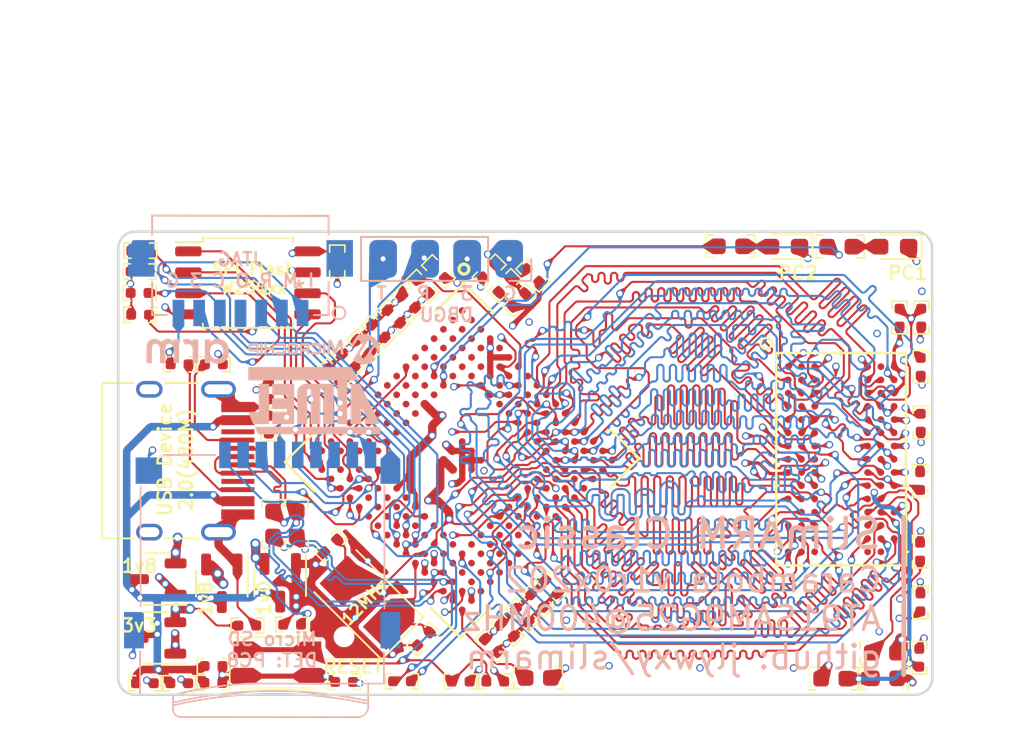
<source format=kicad_pcb>
(kicad_pcb (version 20221018) (generator pcbnew)
  (layers (0 "F.Cu" signal) (1 "In1.Cu" signal) (2 "In2.Cu" signal) (31 "B.Cu" signal) (34 "B.Paste" user) (35 "F.Paste" user) (36 "B.SilkS" user "B.Silkscreen") (37 "F.SilkS" user "F.Silkscreen") (38 "B.Mask" user) (39 "F.Mask" user) (44 "Edge.Cuts" user))
  (net 0 "")
  (net 5 "/DP")
  (net 6 "/DN")
  (net 8 "Net-(U1C-VBG)")
  (net 9 "/USBD_FS_DP")
  (net 10 "/USBD_FS_DN")
  (net 11 "/SD_DET")
  (net 12 "Net-(U1A-WKUP)")
  (net 13 "Net-(U1C-PD5)")
  (net 14 "/DDR_CS")
  (net 20 "/DDR_DQS1")
  (net 21 "/DDR_DQM0")
  (net 22 "/DDR_DQS0")
  (net 23 "/DDR_WE")
  (net 25 "/DDR_D14")
  (net 26 "/DDR_D12")
  (net 27 "/DDR_D8")
  (net 28 "/DDR_D2")
  (net 29 "/DDR_D4")
  (net 30 "/DDR_DQM1")
  (net 31 "/DDR_RAS")
  (net 32 "/DDR_CKE")
  (net 38 "/DDR_D13")
  (net 40 "/DDR_D7")
  (net 42 "/DDR_D5")
  (net 43 "/DDR_D3")
  (net 44 "/DDR_BA1")
  (net 45 "/DDR_A10")
  (net 46 "/DDR_CAS")
  (net 47 "/DDR_D15")
  (net 48 "/DDR_D11")
  (net 54 "/DDR_D6")
  (net 55 "/DDR_D9")
  (net 58 "/DDR_BA0")
  (net 59 "/DDR_A11")
  (net 60 "/DDR_CLKP")
  (net 61 "/DDR_D10")
  (net 62 "/DDR_D1")
  (net 69 "/DDR_BA2")
  (net 70 "/DDR_A12")
  (net 71 "/DDR_A5")
  (net 74 "Net-(D1-A)")
  (net 75 "Net-(U1A-PC1)")
  (net 76 "/DDR_A9")
  (net 77 "/DDR_A6")
  (net 78 "/DDR_A4")
  (net 80 "/DDR_A7")
  (net 82 "/DDR_A3")
  (net 83 "/DDR_A2")
  (net 85 "/DDR_A0")
  (net 88 "/DDR_A1")
  (net 98 "/DEBUG_TXD")
  (net 99 "/JTAG_TDI")
  (net 100 "/JTAG_TDO")
  (net 101 "/JTAG_RST")
  (net 109 "/DEBUG_RXD")
  (net 110 "/JTAG_TCK")
  (net 111 "/JTAG_TMS")
  (net 126 "/DDR_A8")
  (net 143 "Net-(U2-VREF)")
  (net 162 "/SPI_MOSI")
  (net 164 "/SPI_CLK")
  (net 168 "/SPI_MISO")
  (net 169 "/SPI_CS")
  (net 180 "/XTAL_IN")
  (net 181 "/XTAL_OUT")
  (net 182 "Net-(D2-A)")
  (net 183 "Net-(U1A-PC2)")
  (net 184 "GND")
  (net 185 "+5V")
  (net 186 "Net-(J1-CC1)")
  (net 187 "Net-(J1-CC2)")
  (net 188 "/DDR_D0")
  (net 189 "/3v3")
  (net 190 "/1v8_CPUMEM")
  (net 191 "/1v8_DDR")
  (net 192 "/1v0_CPUCORE")
  (net 193 "/DDR_CLKN")
  (net 194 "Net-(SW1-A)")
  (net 198 "/MCI0_CDA")
  (net 199 "/MCI0_CK")
  (net 200 "/MCI0_DA2")
  (net 201 "/MCI0_DA0")
  (net 202 "/MCI0_DA1")
  (net 203 "/MCI0_DA3")
  (footprint "jlywxy:0402" (layer "F.Cu") (at 34.26 38.1 45)
    (fp_text reference "C31" hide)
    (fp_text value "22pF")
  )
  (footprint "jlywxy:0402" (layer "F.Cu") (at 32.95 40.66 180)
    (fp_text reference "R10" hide)
    (fp_text value "5.1k")
  )
  (footprint "jlywxy:0402" (layer "F.Cu") (at 33.36 17.68 -45)
    (fp_text reference "C5" hide)
    (fp_text value "100nF")
  )
  (footprint "jlywxy:0402" (layer "F.Cu") (at 63.03 18.66 -90)
    (fp_text reference "C23" hide)
    (fp_text value "100nF")
  )
  (footprint "jlywxy:0402" (layer "F.Cu") (at 24.9 25.14 -90)
    (fp_text reference "C28" hide)
    (fp_text value "100nF")
  )
  (footprint "jlywxy:0402" (layer "F.Cu") (at 36.5 40.68 180)
    (fp_text reference "C41" hide)
    (fp_text value "22pF")
  )
  (footprint "jlywxy:0402" (layer "F.Cu") (at 35.16 15.88 -45)
    (fp_text reference "C6" hide)
    (fp_text value "100nF")
  )
  (footprint "jlywxy:0402" (layer "F.Cu") (at 39.33 37.54 135)
    (fp_text reference "C12" hide)
    (fp_text value "100nF")
  )
  (footprint "jlywxy:0402" (layer "F.Cu") (at 32.46 18.6 -45)
    (fp_text reference "C4" hide)
    (fp_text value "100nF")
  )
  (footprint "jlywxy:0603" (layer "F.Cu") (at 52.81 14.35 180)
    (fp_text reference "R21" hide)
    (fp_text value "5.6k")
  )
  (footprint "Crystal:Crystal_SMD_5032-2Pin_5.0x3.2mm" (layer "F.Cu") (at 30.83 35.91 135)
    (fp_text reference "Y1" hide)
    (fp_text value "Crystal")
  )
  (footprint "jlywxy:0603" (layer "F.Cu") (at 59.4175 14.37 180)
    (fp_text reference "R20" hide)
    (fp_text value "5.6k")
  )
  (footprint "jlywxy:0603" (layer "F.Cu") (at 41.19 40.46 180)
    (fp_text reference "R3" hide)
    (fp_text value "6.8k")
  )
  (footprint "jlywxy:0402" (layer "F.Cu") (at 41.14 35.78 135)
    (fp_text reference "C13" hide)
    (fp_text value "100nF")
  )
  (footprint "jlywxy:0603" (layer "F.Cu") (at 59.05 40.5 180)
    (fp_text reference "R15" hide)
    (fp_text value "1.5k")
  )
  (footprint "jlywxy:BUTTON_4P_3x4" (layer "F.Cu") (at 25.42 39.55 180)
    (fp_text reference "SW1" hide)
    (fp_text value "SW_MEC_5E")
  )
  (footprint "jlywxy:0402" (layer "F.Cu") (at 29.706838 21.266838 -45)
    (fp_text reference "C2" hide)
    (fp_text value "100nF")
  )
  (footprint "jlywxy:0402" (layer "F.Cu") (at 40.23 36.65 135)
    (fp_text reference "C15" hide)
    (fp_text value "100nF")
  )
  (footprint "jlywxy:0402" (layer "F.Cu") (at 17.12 18.49 180)
    (fp_text reference "R23" hide)
    (fp_text value "10k")
  )
  (footprint "jlywxy:0402" (layer "F.Cu") (at 17.09 17.17 180)
    (fp_text reference "R24" hide)
    (fp_text value "10k")
  )
  (footprint "jlywxy:0402" (layer "F.Cu") (at 19.51 21.49 180)
    (fp_text reference "R2" hide)
    (fp_text value "5.1k")
  )
  (footprint "jlywxy:0402" (layer "F.Cu") (at 34.201838 16.771838 -45)
    (fp_text reference "R9" hide)
    (fp_text value "10k")
  )
  (footprint "jlywxy:0603" (layer "F.Cu") (at 26.59 31.14 90)
    (fp_text reference "R7" hide)
    (fp_text value "39")
  )
  (footprint "jlywxy:0402" (layer "F.Cu") (at 30.64 20.38 -45)
    (fp_text reference "C3" hide)
    (fp_text value "100nF")
  )
  (footprint "jlywxy:0402" (layer "F.Cu") (at 19.49 40.78 180)
    (fp_text reference "C35" hide)
    (fp_text value "22pF")
  )
  (footprint "jlywxy:0402" (layer "F.Cu") (at 64.27 32.82 90)
    (fp_text reference "C22" hide)
    (fp_text value "100nF")
  )
  (footprint "jlywxy:0603" (layer "F.Cu") (at 62.11 38.93)
    (fp_text reference "R12" hide)
    (fp_text value "470k")
  )
  (footprint "jlywxy:0402" (layer "F.Cu") (at 26.31 37.24)
    (fp_text reference "C40" hide)
    (fp_text value "22pF")
  )
  (footprint "jlywxy:0402" (layer "F.Cu") (at 17.09 15.87 180)
    (fp_text reference "R13" hide)
    (fp_text value "10k")
  )
  (footprint "jlywxy:USB_TYPEC_Receptacle" (layer "F.Cu") (at 18.731 27.32 -90)
    (fp_text reference "J1" hide)
    (fp_text value "USB_C_Receptacle_USB2.0")
  )
  (footprint "jlywxy:0402" (layer "F.Cu") (at 64.31 21.64 -90)
    (fp_text reference "C19" hide)
    (fp_text value "100nF")
  )
  (footprint "Package_TO_SOT_SMD:SOT-23-3" (layer "F.Cu") (at 18.13 34.48 180)
    (fp_text reference "U6" hide)
    (fp_text value "XC6206PxxxMR")
  )
  (footprint "LED_SMD:LED_0603_1608Metric_Pad1.05x0.95mm_HandSolder" (layer "F.Cu") (at 62.705 14.37 180)
    (fp_text reference "D1" hide)
    (fp_text value "LED")
  )
  (footprint "jlywxy:0402" (layer "F.Cu") (at 31.52 19.48 -45)
    (fp_text reference "C1" hide)
    (fp_text value "100nF")
  )
  (footprint "jlywxy:0402" (layer "F.Cu") (at 64.27 28.55 90)
    (fp_text reference "C21" hide)
    (fp_text value "100nF")
  )
  (footprint "jlywxy:0402" (layer "F.Cu") (at 24.91 23.05 90)
    (fp_text reference "C36" hide)
    (fp_text value "22pF")
  )
  (footprint "jlywxy:0402" (layer "F.Cu") (at 21.58 21.49)
    (fp_text reference "R1" hide)
    (fp_text value "5.1k")
  )
  (footprint "jlywxy:0402" (layer "F.Cu") (at 40.86 16.1 -45)
    (fp_text reference "C9" hide)
    (fp_text value "100nF")
  )
  (footprint "Package_TO_SOT_SMD:SOT-23-3" (layer "F.Cu") (at 18.11 38.04 180)
    (fp_text reference "U5" hide)
    (fp_text value "XC6206PxxxMR")
  )
  (footprint "jlywxy:0603" (layer "F.Cu") (at 62.12 40.48 180)
    (fp_text reference "R14" hide)
    (fp_text value "1.5k")
  )
  (footprint "jlywxy:0402" (layer "F.Cu") (at 28.64 32.46 -135)
    (fp_text reference "C32" hide)
    (fp_text value "22pF")
  )
  (footprint "jlywxy:0402" (layer "F.Cu") (at 40.05 17.63 -135)
    (fp_text reference "C10" hide)
    (fp_text value "100nF")
  )
  (footprint "jlywxy:0402" (layer "F.Cu") (at 21.55 40.76 180)
    (fp_text reference "C37" hide)
    (fp_text value "22pF")
  )
  (footprint "jlywxy:0402" (layer "F.Cu") (at 64.22 39.24 -90)
    (fp_text reference "C26" hide)
    (fp_text value "22pF")
  )
  (footprint "jlywxy:0402" (layer "F.Cu") (at 38.33 38.52 135)
    (fp_text reference "C14" hide)
    (fp_text value "100nF")
  )
  (footprint "jlywxy:0402" (layer "F.Cu") (at 42.01 34.91 135)
    (fp_text reference "C16" hide)
    (fp_text value "100nF")
  )
  (footprint "Package_SO:SOIC-8_5.23x5.23mm_P1.27mm" (layer "F.Cu") (at 23.64 16.56)
    (fp_text reference "U3" hide)
    (fp_text value "W25Q128JVS")
  )
  (footprint "jlywxy:0603" (layer "F.Cu") (at 25.16 31.14 90)
    (fp_text reference "R5" hide)
    (fp_text value "39")
  )
  (footprint "jlywxy:0402" (layer "F.Cu") (at 17.41 40.78 180)
    (fp_text reference "C33" hide)
    (fp_text value "22pF")
  )
  (footprint "jlywxy:0402" (layer "F.Cu") (at 38.22 15.84 -135)
    (fp_text reference "C7" hide)
    (fp_text value "100nF")
  )
  (footprint "jlywxy:0402" (layer "F.Cu") (at 64.29 35.89 90)
    (fp_text reference "C24" hide)
    (fp_text value "100nF")
  )
  (footprint "jlywxy:0402" (layer "F.Cu") (at 17.13 14.61 180)
    (fp_text reference "R22" hide)
    (fp_text value "10k")
  )
  (footprint "jlywxy:0402" (layer "F.Cu") (at 38.59 40.68 180)
    (fp_text reference "R11" hide)
    (fp_text value "5.1k")
  )
  (footprint "jlywxy:BGA84_DDR2" (layer "F.Cu") (at 59.5 27.23)
    (fp_text reference "U2" hide)
    (fp_text value "16bit-DDR2-8bank-FBGA84")
  )
  (footprint "jlywxy:0402" (layer "F.Cu") (at 64.31 25.02 -90)
    (fp_text reference "C20" hide)
    (fp_text value "100nF")
  )
  (footprint "LED_SMD:LED_0603_1608Metric_Pad1.05x0.95mm_HandSolder" (layer "F.Cu") (at 56.1075 14.37 180)
    (fp_text reference "D2" hide)
    (fp_text value "LED")
  )
  (footprint "jlywxy:0402" (layer "F.Cu") (at 29.45 40.7)
    (fp_text reference "C38" hide)
    (fp_text value "22pF")
  )
  (footprint "jlywxy:0402" (layer "F.Cu") (at 39.161838 16.718162 -135)
    (fp_text reference "C11" hide)
    (fp_text value "100nF")
  )
  (footprint "jlywxy:0402" (layer "F.Cu") (at 64.34 18.66 -90)
    (fp_text reference "C25" hide)
    (fp_text value "100nF")
  )
  (footprint "jlywxy:AT91SAM9G25_JKT" (layer "F.Cu") (at 36.59 27.29 -45)
    (fp_text reference "U1" hide)
    (fp_text value "AT91SAM9G25-CU" hide)
  )
  (footprint "Package_TO_SOT_SMD:SOT-23-3" (layer "F.Cu") (at 22.06 34.7325 -90)
    (fp_text reference "U7" hide)
    (fp_text value "XC6206PxxxMR")
  )
  (footprint "jlywxy:0402" (layer "F.Cu") (at 28.816838 22.156838 -45)
    (fp_text reference "C8" hide)
    (fp_text value "100nF")
  )
  (footprint "Package_TO_SOT_SMD:SOT-23-3" (layer "F.Cu") (at 25.59 34.7025 -90)
    (fp_text reference "U8" hide)
    (fp_text value "XC6206PxxxMR")
  )
  (footprint "jlywxy:0402" (layer "F.Cu") (at 29.04 15.26 90)
    (fp_text reference "C27" hide)
    (fp_text value "100nF")
  )
  (footprint "jlywxy:0402" (layer "F.Cu") (at 23.6 37.29 180)
    (fp_text reference "C34" hide)
    (fp_text value "22pF")
  )
  (footprint "jlywxy:0402" (layer "F.Cu") (at 21.56 39.74 180)
    (fp_text reference "C39" hide)
    (fp_text value "22pF")
  )
  (footprint "Connector_PinHeader_2.54mm:PinHeader_1x04_P2.54mm_Vertical" (layer "B.Cu") (at 39.43 15.11 90)
    (fp_text reference "J2" hide)
    (fp_text value "Conn_01x04")
  )
  (footprint "jlywxy:image_arm" (layer "B.Cu") (at 20.005 20.7005 180)
    (fp_text reference "G***" hide)
    (fp_text value "LOGO" hide)
  )
  (footprint "jlywxy:image_microchip" (layer "B.Cu") (at 27.64 20.57 180)
    (fp_text reference "G***" hide)
    (fp_text value "LOGO" hide)
  )
  (footprint "jlywxy:MicroSD-TF_PUSH-SHOUHAN" (layer "B.Cu") (at 33.59 25.54 180)
    (fp_text reference "U4" hide)
    (fp_text value "~")
  )
  (footprint "jlywxy:DF13A-7P-1.25H21" (layer "B.Cu") (at 26.94 18.38)
    (fp_text reference "J4" hide)
    (fp_text value "DF13A-7P-1.25H21" hide)
  )
  (footprint "jlywxy:image_atmel" (layer "B.Cu") (at 27.651199 23.687481 180)
    (fp_text reference "G***" hide)
    (fp_text value "LOGO" hide)
  )
  (gr_line (start 63.28 30.75) (end 63.28 40.25) (stroke (width 0.3)) (layer "B.SilkS"))
  (gr_circle (center 54.96 20.23) (end 55.18 19.98) (stroke (width 0.15)) (fill none) (layer "F.SilkS"))
  (gr_arc (start 16.790251 41.4782) (mid 16.092373 41.17899) (end 15.8 40.4782) (stroke (width 0.15)) (layer "Edge.Cuts"))
  (gr_arc (start 65.009746 40.478393) (mid 64.707604 41.183041) (end 64 41.4782) (stroke (width 0.15)) (layer "Edge.Cuts"))
  (gr_arc (start 64.009652 13.462) (mid 64.707562 13.761204) (end 64.999903 14.462) (stroke (width 0.15)) (layer "Edge.Cuts"))
  (gr_arc (start 15.8 14.452348) (mid 16.099248 13.754398) (end 16.800096 13.462) (stroke (width 0.15)) (layer "Edge.Cuts"))
  (gr_line (start 65.009746 40.478393) (end 64.999903 14.462) (stroke (width 0.15)) (layer "Edge.Cuts"))
  (gr_line (start 64.009652 13.462) (end 16.800096 13.462) (stroke (width 0.15)) (layer "Edge.Cuts"))
  (gr_line (start 15.8 14.452348) (end 15.8 40.4782) (stroke (width 0.15)) (layer "Edge.Cuts"))
  (gr_line (start 16.790251 41.4782) (end 64 41.4782) (stroke (width 0.15)) (layer "Edge.Cuts"))
  (gr_text "JTAG\nI M R O C 3 G" (at 23.17 16.9) (layer "B.SilkS") (effects (font (size 0.8 0.8)) (justify bottom mirror)))
  (gr_text "G   3   R   T\nDBGU\n" (at 35.64 18.97) (layer "B.SilkS") (effects (font (size 0.8 0.8)) (justify bottom mirror)))
  (gr_text "SlimARM Classic" (at 62.07 32.78) (layer "B.SilkS") (effects (font (size 1.778 1.778) (thickness 0.28) bold) (justify left bottom mirror)))
  (gr_text "Micro SD\nDET: PC8" (at 25.1 39.86) (layer "B.SilkS") (effects (font (size 0.8 0.8)) (justify bottom mirror)))
  (gr_text "Carambola v1r0x202\nAT91SAM9G25@400MHz\ngithub: jlywxy/slimarm\n" (at 62.07 40.05) (layer "B.SilkS") (effects (font (size 1.45 1.45) (thickness 0.2)) (justify left bottom mirror)))
  (gr_text "SPI Flash\nW25Qxx" (at 23.98 17.27) (layer "F.SilkS") (effects (font (size 0.7 0.7)) (justify bottom)))
  (gr_text "1v0" (at 25.09 35.63 90) (layer "F.SilkS") (effects (font (size 0.8 0.8)) (justify bottom)))
  (gr_text "3v3" (at 17.06 37.75) (layer "F.SilkS") (effects (font (size 0.8 0.8)) (justify bottom)))
  (gr_text "12MHz" (at 30.99 36.15 45) (layer "F.SilkS") (effects (font (size 0.7 0.7)) (justify bottom)))
  (gr_text "RESET" (at 30 40.24) (layer "F.SilkS") (effects (font (size 0.8 0.8)) (justify bottom)))
  (gr_text "1v8" (at 21.54 35.67 90) (layer "F.SilkS") (effects (font (size 0.8 0.8)) (justify bottom)))
  (gr_text "USB Device\n2.0(480M)" (at 20.37 27.25 90) (layer "F.SilkS") (effects (font (size 0.8 0.8)) (justify bottom)))
  (gr_text "PC2       PC1" (at 55.62 16.43) (layer "F.SilkS") (effects (font (size 0.8 0.8) (thickness 0.15) bold) (justify left bottom)))
  (gr_text "1v8" (at 17.08 34.15) (layer "F.SilkS") (effects (font (size 0.8 0.8)) (justify bottom)))
  (segment (start 34.2207 35.3307) (end 34.43488 35.3307) (width 0.127) (layer "F.Cu") (net 5))
  (segment (start 25.16 30.378) (end 25.16 30.41) (width 0.127) (layer "F.Cu") (net 5))
  (segment (start 22.00921 27.07) (end 23.031 27.07) (width 0.127) (layer "F.Cu") (net 5))
  (segment (start 34.614485 35.256305) (end 34.818549 35.052241) (width 0.127) (layer "F.Cu") (net 5))
  (segment (start 25.545605 29.992395) (end 25.16 30.378) (width 0.127) (layer "F.Cu") (net 5))
  (segment (start 23.031 28.07) (end 23.046605 28.054395) (width 0.127) (layer "F.Cu") (net 5))
  (segment (start 25.62 29.278) (end 25.62 29.81279) (width 0.127) (layer "F.Cu") (net 5))
  (segment (start 21.734395 27.239605) (end 21.829605 27.144395) (width 0.127) (layer "F.Cu") (net 5))
  (segment (start 23.22621 27.98) (end 24.89558 27.98) (width 0.127) (layer "F.Cu") (net 5))
  (segment (start 25.075185 28.054395) (end 25.545605 28.524815) (width 0.127) (layer "F.Cu") (net 5))
  (segment (start 21.805605 27.995605) (end 21.734395 27.924395) (width 0.127) (layer "F.Cu") (net 5))
  (segment (start 25.62 28.70442) (end 25.62 28.77) (width 0.127) (layer "F.Cu") (net 5))
  (segment (start 25.355018 29.151) (end 25.493 29.151) (width 0.127) (layer "F.Cu") (net 5))
  (segment (start 34.892944 34.872636) (end 34.892944 34.643911) (width 0.127) (layer "F.Cu") (net 5))
  (segment (start 25.493 28.897) (end 25.355018 28.897) (width 0.127) (layer "F.Cu") (net 5))
  (segment (start 23.031 28.07) (end 21.98521 28.07) (width 0.127) (layer "F.Cu") (net 5))
  (segment (start 21.66 27.74479) (end 21.66 27.41921) (width 0.127) (layer "F.Cu") (net 5))
  (segment (start 25.16 30.41) (end 25.83 31.08) (width 0.127) (layer "F.Cu") (net 5))
  (via (at 34.2207 35.3307) (size 0.4572) (drill 0.3048) (layers "F.Cu" "B.Cu") (net 5))
  (via (at 25.83 31.08) (size 0.4572) (drill 0.3048) (layers "F.Cu" "B.Cu") (net 5))
  (arc (start 21.829605 27.144395) (mid 21.912008 27.089335) (end 22.00921 27.07) (width 0.127) (layer "F.Cu") (net 5))
  (arc (start 25.62 28.70442) (mid 25.600665 28.607218) (end 25.545605 28.524815) (width 0.127) (layer "F.Cu") (net 5))
  (arc (start 34.892944 34.872636) (mid 34.873609 34.969838) (end 34.818549 35.052241) (width 0.127) (layer "F.Cu") (net 5))
  (arc (start 21.66 27.74479) (mid 21.679335 27.841992) (end 21.734395 27.924395) (width 0.127) (layer "F.Cu") (net 5))
  (arc (start 25.62 28.77) (mid 25.582803 28.859803) (end 25.493 28.897) (width 0.127) (layer "F.Cu") (net 5))
  (arc (start 21.66 27.41921) (mid 21.679335 27.322008) (end 21.734395 27.239605) (width 0.127) (layer "F.Cu") (net 5))
  (arc (start 25.228018 29.024) (mid 25.265215 29.113803) (end 25.355018 29.151) (width 0.127) (layer "F.Cu") (net 5))
  (arc (start 25.355018 28.897) (mid 25.265215 28.934197) (end 25.228018 29.024) (width 0.127) (layer "F.Cu") (net 5))
  (arc (start 25.62 29.81279) (mid 25.600665 29.909992) (end 25.545605 29.992395) (width 0.127) (layer "F.Cu") (net 5))
  (arc (start 24.89558 27.98) (mid 24.992782 27.999335) (end 25.075185 28.054395) (width 0.127) (layer "F.Cu") (net 5))
  (arc (start 21.98521 28.07) (mid 21.888008 28.050665) (end 21.805605 27.995605) (width 0.127) (layer "F.Cu") (net 5))
  (arc (start 25.493 29.151) (mid 25.582803 29.188197) (end 25.62 29.278) (width 0.127) (layer "F.Cu") (net 5))
  (arc (start 34.43488 35.3307) (mid 34.532082 35.311365) (end 34.614485 35.256305) (width 0.127) (layer "F.Cu") (net 5))
  (arc (start 23.046605 28.054395) (mid 23.129008 27.999335) (end 23.22621 27.98) (width 0.127) (layer "F.Cu") (net 5))
  (segment (start 26.807992 30.727195) (end 26.904705 30.823908) (width 0.127) (layer "B.Cu") (net 5))
  (segment (start 28.19042 35.836) (end 33.84879 35.836) (width 0.127) (layer "B.Cu") (net 5))
  (segment (start 25.394815 32.014395) (end 25.258395 32.150815) (width 0.127) (layer "B.Cu") (net 5))
  (segment (start 25.9459 31.94) (end 25.57442 31.94) (width 0.127) (layer "B.Cu") (net 5))
  (segment (start 25.83 31.08) (end 26.182805 30.727195) (width 0.127) (layer "B.Cu") (net 5))
  (segment (start 26.9791 31.003513) (end 26.9791 31.140287) (width 0.127) (layer "B.Cu") (net 5))
  (segment (start 25.184 32.33042) (end 25.184 32.82958) (width 0.127) (layer "B.Cu") (net 5))
  (segment (start 26.36241 30.6528) (end 26.628387 30.6528) (width 0.127) (layer "B.Cu") (net 5))
  (segment (start 26.425715 31.565395) (end 26.125505 31.865605) (width 0.127) (layer "B.Cu") (net 5))
  (segment (start 26.904705 31.319892) (end 26.807992 31.416605) (width 0.127) (layer "B.Cu") (net 5))
  (segment (start 34.2207 35.46409) (end 34.2207 35.3307) (width 0.127) (layer "B.Cu") (net 5))
  (segment (start 26.628387 31.491) (end 26.60532 31.491) (width 0.127) (layer "B.Cu") (net 5))
  (segment (start 25.258395 33.009185) (end 28.010815 35.761605) (width 0.127) (layer "B.Cu") (net 5))
  (segment (start 34.028395 35.761605) (end 34.146305 35.643695) (width 0.127) (layer "B.Cu") (net 5))
  (arc (start 25.57442 31.94) (mid 25.477218 31.959335) (end 25.394815 32.014395) (width 0.127) (layer "B.Cu") (net 5))
  (arc (start 26.628387 30.6528) (mid 26.725589 30.672135) (end 26.807992 30.727195) (width 0.127) (layer "B.Cu") (net 5))
  (arc (start 26.904705 30.823908) (mid 26.959765 30.906311) (end 26.9791 31.003513) (width 0.127) (layer "B.Cu") (net 5))
  (arc (start 26.425715 31.565395) (mid 26.508118 31.510335) (end 26.60532 31.491) (width 0.127) (layer "B.Cu") (net 5))
  (arc (start 26.36241 30.6528) (mid 26.265208 30.672135) (end 26.182805 30.727195) (width 0.127) (layer "B.Cu") (net 5))
  (arc (start 26.125505 31.865605) (mid 26.043102 31.920665) (end 25.9459 31.94) (width 0.127) (layer "B.Cu") (net 5))
  (arc (start 26.807992 31.416605) (mid 26.725589 31.471665) (end 26.628387 31.491) (width 0.127) (layer "B.Cu") (net 5))
  (arc (start 25.184 32.33042) (mid 25.203335 32.233218) (end 25.258395 32.150815) (width 0.127) (layer "B.Cu") (net 5))
  (arc (start 26.904705 31.319892) (mid 26.959765 31.237489) (end 26.9791 31.140287) (width 0.127) (layer "B.Cu") (net 5))
  (arc (start 33.84879 35.836) (mid 33.945992 35.816665) (end 34.028395 35.761605) (width 0.127) (layer "B.Cu") (net 5))
  (arc (start 28.19042 35.836) (mid 28.093218 35.816665) (end 28.010815 35.761605) (width 0.127) (layer "B.Cu") (net 5))
  (arc (start 25.184 32.82958) (mid 25.203335 32.926782) (end 25.258395 33.009185) (width 0.127) (layer "B.Cu") (net 5))
  (arc (start 34.2207 35.46409) (mid 34.201365 35.561292) (end 34.146305 35.643695) (width 0.127) (layer "B.Cu") (net 5))
  (segment (start 25.9 28.62521) (end 25.9 29.58279) (width 0.127) (layer "F.Cu") (net 6))
  (segment (start 26.56 31.0719) (end 26.59 31.0419) (width 0.127) (layer "F.Cu") (net 6))
  (segment (start 24.32 26.90521) (end 24.32 27.30279) (width 0.127) (layer "F.Cu") (net 6))
  (segment (start 24.164395 26.644395) (end 24.245605 26.725605) (width 0.127) (layer "F.Cu") (net 6))
  (segment (start 24.05279 27.57) (end 23.031 27.57) (width 0.127) (layer "F.Cu") (net 6))
  (segment (start 23.031 26.57) (end 23.98479 26.57) (width 0.127) (layer "F.Cu") (net 6))
  (segment (start 25.104395 27.724395) (end 25.825605 28.445605) (width 0.127) (layer "F.Cu") (net 6))
  (segment (start 35.125614 35.209596) (end 35.458629 35.209596) (width 0.127) (layer "F.Cu") (net 6))
  (segment (start 23.031 27.57) (end 23.036605 27.575605) (width 0.127) (layer "F.Cu") (net 6))
  (segment (start 34.68 35.81) (end 34.68 35.65521) (width 0.127) (layer "F.Cu") (net 6))
  (segment (start 24.245605 27.482395) (end 24.232395 27.495605) (width 0.127) (layer "F.Cu") (net 6))
  (segment (start 25.974395 29.762395) (end 26.59 30.378) (width 0.127) (layer "F.Cu") (net 6))
  (segment (start 26.59 31.0419) (end 26.59 30.378) (width 0.127) (layer "F.Cu") (net 6))
  (segment (start 34.754395 35.475605) (end 34.946009 35.283991) (width 0.127) (layer "F.Cu") (net 6))
  (segment (start 23.21621 27.65) (end 24.92479 27.65) (width 0.127) (layer "F.Cu") (net 6))
  (via (at 26.56 31.0719) (size 0.4572) (drill 0.3048) (layers "F.Cu" "B.Cu") (net 6))
  (via (at 34.68 35.81) (size 0.4572) (drill 0.3048) (layers "F.Cu" "B.Cu") (net 6))
  (arc (start 24.245605 26.725605) (mid 24.300665 26.808008) (end 24.32 26.90521) (width 0.127) (layer "F.Cu") (net 6))
  (arc (start 25.825605 28.445605) (mid 25.880665 28.528008) (end 25.9 28.62521) (width 0.127) (layer "F.Cu") (net 6))
  (arc (start 24.232395 27.495605) (mid 24.149992 27.550665) (end 24.05279 27.57) (width 0.127) (layer "F.Cu") (net 6))
  (arc (start 25.974395 29.762395) (mid 25.919335 29.679992) (end 25.9 29.58279) (width 0.127) (layer "F.Cu") (net 6))
  (arc (start 34.946009 35.283991) (mid 35.028412 35.228931) (end 35.125614 35.209596) (width 0.127) (layer "F.Cu") (net 6))
  (arc (start 23.98479 26.57) (mid 24.081992 26.589335) (end 24.164395 26.644395) (width 0.127) (layer "F.Cu") (net 6))
  (arc (start 23.21621 27.65) (mid 23.119008 27.630665) (end 23.036605 27.575605) (width 0.127) (layer "F.Cu") (net 6))
  (arc (start 34.68 35.65521) (mid 34.699335 35.558008) (end 34.754395 35.475605) (width 0.127) (layer "F.Cu") (net 6))
  (arc (start 24.245605 27.482395) (mid 24.300665 27.399992) (end 24.32 27.30279) (width 0.127) (layer "F.Cu") (net 6))
  (arc (start 24.92479 27.65) (mid 25.021992 27.669335) (end 25.104395 27.724395) (width 0.127) (layer "F.Cu") (net 6))
  (segment (start 25.84069 31.686) (end 25.46921 31.686) (width 0.127) (layer "B.Cu") (net 6))
  (segment (start 25.004395 33.114395) (end 25.485 33.595) (width 0.127) (layer "B.Cu") (net 6))
  (segment (start 34.133605 36.015605) (end 34.264815 35.884395) (width 0.127) (layer "B.Cu") (net 6))
  (segment (start 25.524185 34.094629) (end 25.664604 33.954209) (width 0.127) (layer "B.Cu") (net 6))
  (segment (start 25.883395 34.453839) (end 26.023814 34.313419) (width 0.127) (layer "B.Cu") (net 6))
  (segment (start 25.344581 34.094629) (end 25.34458 34.094629) (width 0.127) (layer "B.Cu") (net 6))
  (segment (start 26.56 31.0719) (end 26.020295 31.611605) (width 0.127) (layer "B.Cu") (net 6))
  (segment (start 25.484999 33.774605) (end 25.485 33.774605) (width 0.127) (layer "B.Cu") (net 6))
  (segment (start 25.883395 34.453838) (end 25.883395 34.453839) (width 0.127) (layer "B.Cu") (net 6))
  (segment (start 25.289605 31.760395) (end 25.004395 32.045605) (width 0.127) (layer "B.Cu") (net 6))
  (segment (start 25.524185 34.094628) (end 25.524185 34.094629) (width 0.127) (layer "B.Cu") (net 6))
  (segment (start 25.703791 34.453839) (end 25.70379 34.453839) (width 0.127) (layer "B.Cu") (net 6))
  (segment (start 25.844209 34.133815) (end 25.84421 34.133815) (width 0.127) (layer "B.Cu") (net 6))
  (segment (start 34.44442 35.81) (end 34.68 35.81) (width 0.127) (layer "B.Cu") (net 6))
  (segment (start 26.203419 34.313419) (end 27.905605 36.015605) (width 0.127) (layer "B.Cu") (net 6))
  (segment (start 24.93 32.22521) (end 24.93 32.93479) (width 0.127) (layer "B.Cu") (net 6))
  (segment (start 26.203419 34.31342) (end 26.203419 34.313419) (width 0.127) (layer "B.Cu") (net 6))
  (segment (start 25.485 33.774605) (end 25.34458 33.915024) (width 0.127) (layer "B.Cu") (net 6))
  (segment (start 25.84421 34.133815) (end 25.70379 34.274234) (width 0.127) (layer "B.Cu") (net 6))
  (segment (start 28.08521 36.09) (end 33.954 36.09) (width 0.127) (layer "B.Cu") (net 6))
  (arc (start 34.264815 35.884395) (mid 34.347218 35.829335) (end 34.44442 35.81) (width 0.127) (layer "B.Cu") (net 6))
  (arc (start 26.023814 34.313419) (mid 26.113617 34.276222) (end 26.203419 34.31342) (width 0.127) (layer "B.Cu") (net 6))
  (arc (start 25.84069 31.686) (mid 25.937892 31.666665) (end 26.020295 31.611605) (width 0.127) (layer "B.Cu") (net 6))
  (arc (start 28.08521 36.09) (mid 27.988008 36.070665) (end 27.905605 36.015605) (width 0.127) (layer "B.Cu") (net 6))
  (arc (start 25.004395 33.114395) (mid 24.949335 33.031992) (end 24.93 32.93479) (width 0.127) (layer "B.Cu") (net 6))
  (arc (start 25.485 33.595) (mid 25.522197 33.684803) (end 25.484999 33.774605) (width 0.127) (layer "B.Cu") (net 6))
  (arc (start 25.289605 31.760395) (mid 25.372008 31.705335) (end 25.46921 31.686) (width 0.127) (layer "B.Cu") (net 6))
  (arc (start 25.664604 33.954209) (mid 25.754407 33.917012) (end 25.844209 33.95421) (width 0.127) (layer "B.Cu") (net 6))
  (arc (start 25.34458 34.094629) (mid 25.434383 34.131826) (end 25.524185 34.094628) (width 0.127) (layer "B.Cu") (net 6))
  (arc (start 25.70379 34.453839) (mid 25.793593 34.491036) (end 25.883395 34.453838) (width 0.127) (layer "B.Cu") (net 6))
  (arc (start 25.70379 34.274234) (mid 25.666593 34.364037) (end 25.703791 34.453839) (width 0.127) (layer "B.Cu") (net 6))
  (arc (start 25.004395 32.045605) (mid 24.949335 32.128008) (end 24.93 32.22521) (width 0.127) (layer "B.Cu") (net 6))
  (arc (start 25.34458 33.915024) (mid 25.307383 34.004827) (end 25.344581 34.094629) (width 0.127) (layer "B.Cu") (net 6))
  (arc (start 34.133605 36.015605) (mid 34.051202 36.070665) (end 33.954 36.09) (width 0.127) (layer "B.Cu") (net 6))
  (arc (start 25.84421 33.95421) (mid 25.881407 34.044013) (end 25.844209 34.133815) (width 0.127) (layer "B.Cu") (net 6))
  (segment (start 38.595605 39.545605) (end 36.664395 37.614395) (width 0.127) (layer "F.Cu") (net 8))
  (segment (start 40.428 40.46) (end 39.662395 39.694395) (width 0.127) (layer "F.Cu") (net 8))
  (segment (start 39.48279 39.62) (end 38.77521 39.62) (width 0.127) (layer "F.Cu") (net 8))
  (segment (start 36.59 37.43479) (end 36.59 36.340967) (width 0.127) (layer "F.Cu") (net 8))
  (arc (start 36.59 37.43479) (mid 36.609335 37.531992) (end 36.664395 37.614395) (width 0.127) (layer "F.Cu") (net 8))
  (arc (start 39.48279 39.62) (mid 39.579992 39.639335) (end 39.662395 39.694395) (width 0.127) (layer "F.Cu") (net 8))
  (arc (start 38.77521 39.62) (mid 38.678008 39.600665) (end 38.595605 39.545605) (width 0.127) (layer "F.Cu") (net 8))
  (segment (start 35.45277 34.084084) (end 35.458629 34.078225) (width 0.127) (layer "F.Cu") (net 9))
  (segment (start 25.16 31.902) (end 25.172 31.902) (width 0.127) (layer "F.Cu") (net 9))
  (segment (start 25.172 31.902) (end 25.83 32.56) (width 0.127) (layer "F.Cu") (net 9))
  (segment (start 34.910499 34.084084) (end 35.45277 34.084084) (width 0.127) (layer "F.Cu") (net 9))
  (via (at 34.910499 34.084084) (size 0.4572) (drill 0.3048) (layers "F.Cu" "B.Cu") (net 9))
  (via (at 25.83 32.56) (size 0.4572) (drill 0.3048) (layers "F.Cu" "B.Cu") (net 9))
  (segment (start 25.83 32.56) (end 26.05479 32.56) (width 0.127) (layer "B.Cu") (net 9))
  (segment (start 27.805295 32.255295) (end 28.635605 33.085605) (width 0.127) (layer "B.Cu") (net 9))
  (segment (start 28.71 33.26521) (end 28.71 33.57479) (width 0.127) (layer "B.Cu") (net 9))
  (segment (start 26.64431 32.1809) (end 27.62569 32.1809) (width 0.127) (layer "B.Cu") (net 9))
  (segment (start 34.910499 34.234291) (end 34.910499 34.084084) (width 0.127) (layer "B.Cu") (net 9))
  (segment (start 26.234395 32.485605) (end 26.464705 32.255295) (width 0.127) (layer "B.Cu") (net 9))
  (segment (start 34.804395 34.445605) (end 34.836104 34.413896) (width 0.127) (layer "B.Cu") (net 9))
  (segment (start 28.784395 33.754395) (end 29.475605 34.445605) (width 0.127) (layer "B.Cu") (net 9))
  (segment (start 29.65521 34.52) (end 34.62479 34.52) (width 0.127) (layer "B.Cu") (net 9))
  (arc (start 28.635605 33.085605) (mid 28.690665 33.168008) (end 28.71 33.26521) (width 0.127) (layer "B.Cu") (net 9))
  (arc (start 34.804395 34.445605) (mid 34.721992 34.500665) (end 34.62479 34.52) (width 0.127) (layer "B.Cu") (net 9))
  (arc (start 26.464705 32.255295) (mid 26.547108 32.200235) (end 26.64431 32.1809) (width 0.127) (layer "B.Cu") (net 9))
  (arc (start 26.05479 32.56) (mid 26.151992 32.540665) (end 26.234395 32.485605) (width 0.127) (layer "B.Cu") (net 9))
  (arc (start 29.65521 34.52) (mid 29.558008 34.500665) (end 29.475605 34.445605) (width 0.127) (layer "B.Cu") (net 9))
  (arc (start 34.836104 34.413896) (mid 34.891164 34.331493) (end 34.910499 34.234291) (width 0.127) (layer "B.Cu") (net 9))
  (arc (start 28.71 33.57479) (mid 28.729335 33.671992) (end 28.784395 33.754395) (width 0.127) (layer "B.Cu") (net 9))
  (arc (start 27.805295 32.255295) (mid 27.722892 32.200235) (end 27.62569 32.1809) (width 0.127) (layer "B.Cu") (net 9))
  (segment (start 27.1 32.68) (end 26.664395 32.244395) (width 0.127) (layer "F.Cu") (net 10))
  (segment (start 26.59 32.06479) (end 26.59 31.902) (width 0.127) (layer "F.Cu") (net 10))
  (segment (start 35.453018 34.649522) (end 36.018704 34.649522) (width 0.127) (layer "F.Cu") (net 10))
  (segment (start 36.018704 34.649522) (end 36.024315 34.643911) (width 0.127) (layer "F.Cu") (net 10))
  (via (at 35.453018 34.649522) (size 0.4572) (drill 0.3048) (layers "F.Cu" "B.Cu") (net 10))
  (via (at 27.1 32.68) (size 0.4572) (drill 0.3048) (layers "F.Cu" "B.Cu") (net 10))
  (arc (start 26.664395 32.244395) (mid 26.609335 32.161992) (end 26.59 32.06479) (width 0.127) (layer "F.Cu") (net 10))
  (segment (start 28.502941 34.516269) (end 28.502941 34.516268) (width 0.127) (layer "B.Cu") (net 10))
  (segment (start 28.665394 34.17421) (end 28.665395 34.17421) (width 0.127) (layer "B.Cu") (net 10))
  (segment (start 29.024604 34.353814) (end 29.370395 34.699605) (width 0.127) (layer "B.Cu") (net 10))
  (segment (start 27.45031 32.4349) (end 27.52048 32.4349) (width 0.127) (layer "B.Cu") (net 10))
  (segment (start 28.665395 34.17421) (end 28.502941 34.336663) (width 0.127) (layer "B.Cu") (net 10))
  (segment (start 34.909605 34.699605) (end 35.014815 34.594395) (width 0.127) (layer "B.Cu") (net 10))
  (segment (start 29.024605 34.353814) (end 29.024604 34.353814) (width 0.127) (layer "B.Cu") (net 10))
  (segment (start 29.55 34.774) (end 34.73 34.774) (width 0.127) (layer "B.Cu") (net 10))
  (segment (start 27.700085 32.509295) (end 28.381605 33.190815) (width 0.127) (layer "B.Cu") (net 10))
  (segment (start 28.456 33.37042) (end 28.456 33.68) (width 0.127) (layer "B.Cu") (net 10))
  (segment (start 35.19442 34.52) (end 35.218286 34.52) (width 0.127) (layer "B.Cu") (net 10))
  (segment (start 35.397891 34.594395) (end 35.453018 34.649522) (width 0.127) (layer "B.Cu") (net 10))
  (segment (start 28.682546 34.516267) (end 28.682546 34.516268) (width 0.127) (layer "B.Cu") (net 10))
  (segment (start 28.530395 33.859605) (end 28.665395 33.994605) (width 0.127) (layer "B.Cu") (net 10))
  (segment (start 27.1 32.68) (end 27.270705 32.509295) (width 0.127) (layer "B.Cu") (net 10))
  (segment (start 28.682546 34.516268) (end 28.844999 34.353814) (width 0.127) (layer "B.Cu") (net 10))
  (arc (start 34.73 34.774) (mid 34.827202 34.754665) (end 34.909605 34.699605) (width 0.127) (layer "B.Cu") (net 10))
  (arc (start 35.397891 34.594395) (mid 35.315488 34.539335) (end 35.218286 34.52) (width 0.127) (layer "B.Cu") (net 10))
  (arc (start 28.502941 34.516268) (mid 28.592744 34.553465) (end 28.682546 34.516267) (width 0.127) (layer "B.Cu") (net 10))
  (arc (start 35.19442 34.52) (mid 35.097218 34.539335) (end 35.014815 34.594395) (width 0.127) (layer "B.Cu") (net 10))
  (arc (start 28.530395 33.859605) (mid 28.475335 33.777202) (end 28.456 33.68) (width 0.127) (layer "B.Cu") (net 10))
  (arc (start 27.270705 32.509295) (mid 27.353108 32.454235) (end 27.45031 32.4349) (width 0.127) (layer "B.Cu") (net 10))
  (arc (start 28.844999 34.353814) (mid 28.934802 34.316616) (end 29.024605 34.353814) (width 0.127) (layer "B.Cu") (net 10))
  (arc (start 28.456 33.37042) (mid 28.436665 33.273218) (end 28.381605 33.190815) (width 0.127) (layer "B.Cu") (net 10))
  (arc (start 28.502941 34.336663) (mid 28.465743 34.426466) (end 28.502941 34.516269) (width 0.127) (layer "B.Cu") (net 10))
  (arc (start 28.665395 33.994605) (mid 28.702592 34.084408) (end 28.665394 34.17421) (width 0.127) (layer "B.Cu") (net 10))
  (arc (start 29.55 34.774) (mid 29.452798 34.754665) (end 29.370395 34.699605) (width 0.127) (layer "B.Cu") (net 10))
  (arc (start 27.700085 32.509295) (mid 27.617682 32.454235) (end 27.52048 32.4349) (width 0.127) (layer "B.Cu") (net 10))
  (segment (start 33.195887 22.093621) (end 33.195887 21.633146) (width 0.127) (layer "F.Cu") (net 11))
  (segment (start 29.807386 25.587332) (end 33.121492 22.273226) (width 0.127) (layer "F.Cu") (net 11))
  (via (at 29.807386 25.587332) (size 0.4572) (drill 0.3048) (layers "F.Cu" "B.Cu") (net 11))
  (arc (start 33.195887 22.093621) (mid 33.176552 22.190823) (end 33.121492 22.273226) (width 0.127) (layer "F.Cu") (net 11))
  (segment (start 29.855605 25.775605) (end 29.807386 25.727386) (width 0.127) (layer "B.Cu") (net 11))
  (segment (start 31.05 26.97) (end 31.05 26.64421) (width 0.127) (layer "B.Cu") (net 11))
  (segment (start 30.975605 26.464605) (end 30.435395 25.924395) (width 0.127) (layer "B.Cu") (net 11))
  (segment (start 29.807386 25.727386) (end 29.807386 25.587332) (width 0.127) (layer "B.Cu") (net 11))
  (segment (start 30.25579 25.85) (end 30.03521 25.85) (width 0.127) (layer "B.Cu") (net 11))
  (arc (start 30.25579 25.85) (mid 30.352992 25.869335) (end 30.435395 25.924395) (width 0.127) (layer "B.Cu") (net 11))
  (arc (start 30.03521 25.85) (mid 29.938008 25.830665) (end 29.855605 25.775605) (width 0.127) (layer "B.Cu") (net 11))
  (arc (start 31.05 26.64421) (mid 31.030665 26.547008) (end 30.975605 26.464605) (width 0.127) (layer "B.Cu") (net 11))
  (segment (start 40.035605 20.225605) (end 36.954395 17.144395) (width 0.127) (layer "F.Cu") (net 12))
  (segment (start 34.65479 16.39) (end 33.82 16.39) (width 0.127) (layer "F.Cu") (net 12))
  (segment (start 35.365605 16.995605) (end 34.834395 16.464395) (width 0.127) (layer "F.Cu") (net 12))
  (segment (start 39.984113 21.633146) (end 40.035605 21.581654) (width 0.127) (layer "F.Cu") (net 12))
  (segment (start 36.77479 17.07) (end 35.54521 17.07) (width 0.127) (layer "F.Cu") (net 12))
  (segment (start 40.11 21.402049) (end 40.11 20.40521) (width 0.127) (layer "F.Cu") (net 12))
  (arc (start 34.65479 16.39) (mid 34.751992 16.409335) (end 34.834395 16.464395) (width 0.127) (layer "F.Cu") (net 12))
  (arc (start 36.954395 17.144395) (mid 36.871992 17.089335) (end 36.77479 17.07) (width 0.127) (layer "F.Cu") (net 12))
  (arc (start 40.11 21.402049) (mid 40.090665 21.499251) (end 40.035605 21.581654) (width 0.127) (layer "F.Cu") (net 12))
  (arc (start 35.54521 17.07) (mid 35.448008 17.050665) (end 35.365605 16.995605) (width 0.127) (layer "F.Cu") (net 12))
  (arc (start 40.035605 20.225605) (mid 40.090665 20.308008) (end 40.11 20.40521) (width 0.127) (layer "F.Cu") (net 12))
  (segment (start 34.1061 40.0439) (end 33.49 40.66) (width 0.127) (layer "F.Cu") (net 13))
  (segment (start 36.59 32.946854) (end 36.59 33.51254) (width 0.127) (layer "F.Cu") (net 13))
  (segment (start 36.59 33.51254) (end 36.584389 33.518151) (width 0.127) (layer "F.Cu") (net 13))
  (segment (start 34.18 40.0439) (end 34.1061 40.0439) (width 0.127) (layer "F.Cu") (net 13))
  (via (at 34.18 40.0439) (size 0.4572) (drill 0.3048) (layers "F.Cu" "B.Cu") (net 13))
  (via (at 36.584389 33.518151) (size 0.4572) (drill 0.3048) (layers "F.Cu" "B.Cu") (net 13))
  (segment (start 36.584389 33.518151) (end 37.605605 34.539367) (width 0.127) (layer "B.Cu") (net 13))
  (segment (start 37.68 34.718972) (end 37.68 36.43869) (width 0.127) (layer "B.Cu") (net 13))
  (segment (start 37.605605 36.618295) (end 34.18 40.0439) (width 0.127) (layer "B.Cu") (net 13))
  (arc (start 37.605605 36.618295) (mid 37.660665 36.535892) (end 37.68 36.43869) (width 0.127) (layer "B.Cu") (net 13))
  (arc (start 37.605605 34.539367) (mid 37.660665 34.62177) (end 37.68 34.718972) (width 0.127) (layer "B.Cu") (net 13))
  (segment (start 60.103705 30.544666) (end 60.242297 30.406075) (width 0.127) (layer "F.Cu") (net 14))
  (segment (start 62.51 35.722513) (end 62.51 36.942697) (width 0.127) (layer "F.Cu") (net 14))
  (segment (start 64.16 29.92521) (end 64.16 30.48479) (width 0.127) (layer "F.Cu") (net 14))
  (segment (start 61.806143 29.6303) (end 61.9003 29.6303) (width 0.127) (layer "F.Cu") (net 14))
  (segment (start 60.103704 30.675482) (end 60.483419 31.055197) (width 0.127) (layer "F.Cu") (net 14))
  (segment (start 63.685605 34.282488) (end 63.530395 34.437698) (width 0.127) (layer "F.Cu") (net 14))
  (segment (start 60.503928 30.406075) (end 60.503927 30.406075) (width 0.127) (layer "F.Cu") (net 14))
  (segment (start 39.446383 22.764517) (end 39.440371 22.770529) (width 0.127) (layer "F.Cu") (net 14))
  (segment (start 60.373112 30.406074) (end 60.373113 30.406074) (width 0.127) (layer "F.Cu") (net 14))
  (segment (start 62.876403 35.2509) (end 62.584395 35.542908) (width 0.127) (layer "F.Cu") (net 14))
  (segment (start 60.483419 31.324604) (end 60.483419 31.324605) (width 0.127) (layer "F.Cu") (net 14))
  (segment (start 60.103704 30.544668) (end 60.103705 30.544666) (width 0.127) (layer "F.Cu") (net 14))
  (segment (start 39.984113 22.764517) (end 39.446383 22.764517) (width 0.127) (layer "F.Cu") (net 14))
  (segment (start 60.980311 30.0349) (end 61.191123 30.0349) (width 0.127) (layer "F.Cu") (net 14))
  (segment (start 62.8891 35.2509) (end 62.876403 35.2509) (width 0.127) (layer "F.Cu") (net 14))
  (segment (start 61.370728 29.960505) (end 61.626538 29.704695) (width 0.127) (layer "F.Cu") (net 14))
  (segment (start 63.456 34.684) (end 62.8891 35.2509) (width 0.127) (layer "F.Cu") (net 14))
  (segment (start 62.6 37.137907) (end 62.6 37.57279) (width 0.127) (layer "F.Cu") (net 14))
  (segment (start 64.085605 30.664395) (end 63.834395 30.915605) (width 0.127) (layer "F.Cu") (net 14))
  (segment (start 62.525605 37.752395) (end 61.348 38.93) (width 0.127) (layer "F.Cu") (net 14))
  (segment (start 62.51 36.942697) (end 62.525605 36.958302) (width 0.127) (layer "F.Cu") (net 14))
  (segment (start 62.41011 29.2257) (end 62.78909 29.2257) (width 0.127) (layer "F.Cu") (net 14))
  (segment (start 63.534395 29.194395) (end 64.085605 29.745605) (width 0.127) (layer "F.Cu") (net 14))
  (segment (start 63 29.12) (end 63.35479 29.12) (width 0.127) (layer "F.Cu") (net 14))
  (segment (start 62.968695 29.151305) (end 63 29.12) (width 0.127) (layer "F.Cu") (net 14))
  (segment (start 60.034406 31.145) (end 60.034407 31.145) (width 0.127) (layer "F.Cu") (net 14))
  (segment (start 61.9003 29.6303) (end 62.230505 29.300095) (width 0.127) (layer "F.Cu") (net 14))
  (segment (start 63.456 34.617303) (end 63.456 34.684) (width 0.127) (layer "F.Cu") (net 14))
  (segment (start 63.76 31.09521) (end 63.76 34.102883) (width 0.127) (layer "F.Cu") (net 14))
  (segment (start 59.57 31.34) (end 59.765 31.145) (width 0.127) (layer "F.Cu") (net 14))
  (segment (start 60.034407 31.145) (end 60.214012 31.324605) (width 0.127) (layer "F.Cu") (net 14))
  (segment (start 60.503927 30.406075) (end 60.800705 30.109295) (width 0.127) (layer "F.Cu") (net 14))
  (via (at 39.440371 22.770529) (size 0.4572) (drill 0.3048) (layers "F.Cu" "B.Cu") (net 14))
  (via (at 59.57 31.34) (size 0.4572) (drill 0.3048) (layers "F.Cu" "B.Cu") (net 14))
  (arc (start 60.483419 31.324605) (mid 60.539215 31.189901) (end 60.483419 31.055197) (width 0.127) (layer "F.Cu") (net 14))
  (arc (start 60.214012 31.324605) (mid 60.348716 31.380401) (end 60.483419 31.324604) (width 0.127) (layer "F.Cu") (net 14))
  (arc (start 63.534395 29.194395) (mid 63.451992 29.139335) (end 63.35479 29.12) (width 0.127) (layer "F.Cu") (net 14))
  (arc (start 61.191123 30.0349) (mid 61.288325 30.015565) (end 61.370728 29.960505) (width 0.127) (layer "F.Cu") (net 14))
  (arc (start 59.765 31.145) (mid 59.899703 31.089204) (end 60.034406 31.145) (width 0.127) (layer "F.Cu") (net 14))
  (arc (start 60.103704 30.675482) (mid 60.076613 30.610074) (end 60.103704 30.544668) (width 0.127) (layer "F.Cu") (net 14))
  (arc (start 64.16 30.48479) (mid 64.140665 30.581992) (end 64.085605 30.664395) (width 0.127) (layer "F.Cu") (net 14))
  (arc (start 62.968695 29.151305) (mid 62.886292 29.206365) (end 62.78909 29.2257) (width 0.127) (layer "F.Cu") (net 14))
  (arc (start 63.76 31.09521) (mid 63.779335 30.998008) (end 63.834395 30.915605) (width 0.127) (layer "F.Cu") (net 14))
  (arc (start 62.6 37.57279) (mid 62.580665 37.669992) (end 62.525605 37.752395) (width 0.127) (layer "F.Cu") (net 14))
  (arc (start 62.51 35.722513) (mid 62.529335 35.625311) (end 62.584395 35.542908) (width 0.127) (layer "F.Cu") (net 14))
  (arc (start 64.085605 29.745605) (mid 64.140665 29.828008) (end 64.16 29.92521) (width 0.127) (layer "F.Cu") (net 14))
  (arc (start 60.242297 30.406075) (mid 60.307704 30.378982) (end 60.373112 30.406074) (width 0.127) (layer "F.Cu") (net 14))
  (arc (start 63.530395 34.437698) (mid 63.475335 34.520101) (end 63.456 34.617303) (width 0.127) (layer "F.Cu") (net 14))
  (arc (start 63.76 34.102883) (mid 63.740665 34.200085) (end 63.685605 34.282488) (width 0.127) (layer "F.Cu") (net 14))
  (arc (start 61.626538 29.704695) (mid 61.708941 29.649635) (end 61.806143 29.6303) (width 0.127) (layer "F.Cu") (net 14))
  (arc (start 60.373113 30.406074) (mid 60.43852 30.433167) (end 60.503928 30.406075) (width 0.127) (layer "F.Cu") (net 14))
  (arc (start 60.980311 30.0349) (mid 60.883109 30.054235) (end 60.800705 30.109295) (width 0.127) (layer "F.Cu") (net 14))
  (arc (start 62.6 37.137907) (mid 62.580665 37.040705) (end 62.525605 36.958302) (width 0.127) (layer "F.Cu") (net 14))
  (arc (start 62.41011 29.2257) (mid 62.312908 29.245035) (end 62.230505 29.300095) (width 0.127) (layer "F.Cu") (net 14))
  (segment (start 37.9605 22.580029) (end 37.9605 22.326029) (width 0.127) (layer "B.Cu") (net 14))
  (segment (start 50.705605 31.924395) (end 50.694395 31.935605) (width 0.127) (layer "B.Cu") (net 14))
  (segment (start 38.7225 22.580029) (end 38.7225 22.326029) (width 0.127) (layer "B.Cu") (net 14))
  (segment (start 59.324848 31.414395) (end 59.204638 31.534605) (width 0.127) (layer "B.Cu") (net 14))
  (segment (start 37.11 23.040115) (end 37.110001 23.040113) (width 0.127) (layer "B.Cu") (net 14))
  (segment (start 41.205605 31.935605) (end 41.088814 31.818814) (width 0.127) (layer "B.Cu") (net 14))
  (segment (start 37.110001 23.040113) (end 36.949844 22.879956) (width 0.127) (layer "B.Cu") (net 14))
  (segment (start 55.9205 31.1645) (end 55.9205 31.4185) (width 0.127) (layer "B.Cu") (net 14))
  (segment (start 59.57 31.34) (end 59.504453 31.34) (width 0.127) (layer "B.Cu") (net 14))
  (segment (start 55.285974 31.85) (end 50.88521 31.85) (width 0.127) (layer "B.Cu") (net 14))
  (segment (start 38.3415 22.326029) (end 38.3415 22.580029) (width 0.127) (layer "B.Cu") (net 14))
  (segment (start 37.648817 22.770705) (end 37.648992 22.770529) (width 0.127) (layer "B.Cu") (net 14))
  (segment (start 41.233065 31.405158) (end 41.233063 31.405157) (width 0.127) (layer "B.Cu") (net 14))
  (segment (start 40.819408 31.280001) (end 40.819407 31.279999) (width 0.127) (layer "B.Cu") (net 14))
  (segment (start 36.949844 22.610548) (end 36.949844 22.610549) (width 0.127) (layer "B.Cu") (net 14))
  (segment (start 37.219252 22.610549) (end 37.37941 22.770707) (width 0.127) (layer "B.Cu") (net 14))
  (segment (start 36.6655 24.1885) (end 36.9195 24.1885) (width 0.127) (layer "B.Cu") (net 14))
  (segment (start 39.1035 22.326029) (end 39.1035 22.580029) (width 0.127) (layer "B.Cu") (net 14))
  (segment (start 56.3015 31.4185) (end 56.3015 31.1645) (width 0.127) (layer "B.Cu") (net 14))
  (segment (start 39.294 22.770529) (end 39.440371 22.770529) (width 0.127) (layer "B.Cu") (net 14))
  (segment (start 59.025033 31.609) (end 56.492 31.609) (width 0.127) (layer "B.Cu") (net 14))
  (segment (start 40.55 31.28) (end 37.534395 28.264395) (width 0.127) (layer "B.Cu") (net 14))
  (segment (start 41.088814 31.549406) (end 41.233065 31.405158) (width 0.127) (layer "B.Cu") (net 14))
  (segment (start 37.11 23.998) (end 37.11 23.309521) (width 0.127) (layer "B.Cu") (net 14))
  (segment (start 55.632184 31.609) (end 55.465579 31.775605) (width 0.127) (layer "B.Cu") (net 14))
  (segment (start 37.648992 22.770529) (end 37.77 22.770529) (width 0.127) (layer "B.Cu") (net 14))
  (segment (start 40.963656 31.13575) (end 40.819408 31.280001) (width 0.127) (layer "B.Cu") (net 14))
  (segment (start 37.11 24.85) (end 37.11 24.76) (width 0.127) (layer "B.Cu") (net 14))
  (segment (start 37.648818 22.770707) (end 37.648817 22.770705) (width 0.127) (layer "B.Cu") (net 14))
  (segment (start 37.46 28.08479) (end 37.46 25.30521) (width 0.127) (layer "B.Cu") (net 14))
  (segment (start 55.73 31.609) (end 55.632184 31.609) (width 0.127) (layer "B.Cu") (net 14))
  (segment (start 50.51479 32.01) (end 41.38521 32.01) (width 0.127) (layer "B.Cu") (net 14))
  (segment (start 37.385605 25.125605) (end 37.11 24.85) (width 0.127) (layer "B.Cu") (net 14))
  (segment (start 36.9195 24.5695) (end 36.6655 24.5695) (width 0.127) (layer "B.Cu") (net 14))
  (arc (start 37.11 23.309521) (mid 37.165797 23.174817) (end 37.11 23.040115) (width 0.127) (layer "B.Cu") (net 14))
  (arc (start 36.6655 24.5695) (mid 36.530796 24.513704) (end 36.475 24.379) (width 0.127) (layer "B.Cu") (net 14))
  (arc (start 55.285974 31.85) (mid 55.383176 31.830665) (end 55.465579 31.775605) (width 0.127) (layer "B.Cu") (net 14))
  (arc (start 41.088814 31.818814) (mid 41.033018 31.68411) (end 41.088814 31.549406) (width 0.127) (layer "B.Cu") (net 14))
  (arc (start 37.77 22.770529) (mid 37.904704 22.714733) (end 37.9605 22.580029) (width 0.127) (layer "B.Cu") (net 14))
  (arc (start 36.475 24.379) (mid 36.530796 24.244296) (end 36.6655 24.1885) (width 0.127) (layer "B.Cu") (net 14))
  (arc (start 56.3015 31.1645) (mid 56.245704 31.029796) (end 56.111 30.974) (width 0.127) (layer "B.Cu") (net 14))
  (arc (start 37.37941 22.770707) (mid 37.514114 22.826503) (end 37.648818 22.770707) (width 0.127) (layer "B.Cu") (net 14))
  (arc (start 59.504453 31.34) (mid 59.407251 31.359335) (end 59.324848 31.414395) (width 0.127) (layer "B.Cu") (net 14))
  (arc (start 38.532 22.770529) (mid 38.666704 22.714733) (end 38.7225 22.580029) (width 0.127) (layer "B.Cu") (net 14))
  (arc (start 36.949844 22.879956) (mid 36.894048 22.745252) (end 36.949844 22.610548) (width 0.127) (layer "B.Cu") (net 14))
  (arc (start 41.205605 31.935605) (mid 41.288008 31.990665) (end 41.38521 32.01) (width 0.127) (layer "B.Cu") (net 14))
  (arc (start 37.534395 28.264395) (mid 37.479335 28.181992) (end 37.46 28.08479) (width 0.127) (layer "B.Cu") (net 14))
  (arc (start 39.1035 22.580029) (mid 39.159296 22.714733) (end 39.294 22.770529) (width 0.127) (layer "B.Cu") (net 14))
  (arc (start 50.694395 31.935605) (mid 50.611992 31.990665) (end 50.51479 32.01) (width 0.127) (layer "B.Cu") (net 14))
  (arc (start 38.3415 22.580029) (mid 38.397296 22.714733) (end 38.532 22.770529) (width 0.127) (layer "B.Cu") (net 14))
  (arc (start 41.233063 31.405157) (mid 41.28886 31.270454) (end 41.233064 31.13575) (width 0.127) (layer "B.Cu") (net 14))
  (arc (start 36.9195 24.1885) (mid 37.054204 24.132704) (end 37.11 23.998) (width 0.127) (layer "B.Cu") (net 14))
  (arc (start 38.7225 22.326029) (mid 38.778296 22.191325) (end 38.913 22.135529) (width 0.127) (layer "B.Cu") (net 14))
  (arc (start 37.385605 25.125605) (mid 37.440665 25.208008) (end 37.46 25.30521) (width 0.127) (layer "B.Cu") (net 14))
  (arc (start 40.819407 31.279999) (mid 40.684704 31.335796) (end 40.55 31.28) (width 0.127) (layer "B.Cu") (net 14))
  (arc (start 56.492 31.609) (mid 56.357296 31.553204) (end 56.3015 31.4185) (width 0.127) (layer "B.Cu") (net 14))
  (arc (start 37.9605 22.326029) (mid 38.016296 22.191325) (end 38.151 22.135529) (width 0.127) (layer "B.Cu") (net 14))
  (arc (start 36.949844 22.610549) (mid 37.084548 22.554753) (end 37.219252 22.610549) (width 0.127) (layer "B.Cu") (net 14))
  (arc (start 59.204638 31.534605) (mid 59.122235 31.589665) (end 59.025033 31.609) (width 0.127) (layer "B.Cu") (net 14))
  (arc (start 56.111 30.974) (mid 55.976296 31.029796) (end 55.9205 31.1645) (width 0.127) (layer "B.Cu") (net 14))
  (arc (start 38.913 22.135529) (mid 39.047704 22.191325) (end 39.1035 22.326029) (width 0.127) (layer "B.Cu") (net 14))
  (arc (start 41.233064 31.13575) (mid 41.09836 31.079954) (end 40.963656 31.13575) (width 0.127) (layer "B.Cu") (net 14))
  (arc (start 55.9205 31.4185) (mid 55.864704 31.553204) (end 55.73 31.609) (width 0.127) (layer "B.Cu") (net 14))
  (arc (start 50.88521 31.85) (mid 50.788008 31.869335) (end 50.705605 31.924395) (width 0.127) (layer "B.Cu") (net 14))
  (arc (start 38.151 22.135529) (mid 38.285704 22.191325) (end 38.3415 22.326029) (width 0.127) (layer "B.Cu") (net 14))
  (arc (start 37.11 24.76) (mid 37.054204 24.625296) (end 36.9195 24.5695) (width 0.127) (layer "B.Cu") (net 14))
  (segment (start 59.865258 19.655258) (end 59.865259 19.655259) (width 0.127) (layer "F.Cu") (net 20))
  (segment (start 59.92656 17.16929) (end 58.787629 18.308222) (width 0.127) (layer "F.Cu") (net 20))
  (segment (start 59.387753 16.63047) (end 58.248814 17.769406) (width 0.127) (layer "F.Cu") (net 20))
  (segment (start 60.465368 17.708113) (end 60.465368 17.708112) (width 0.127) (layer "F.Cu") (net 20))
  (segment (start 59.057037 18.577629) (end 59.057038 18.577631) (width 0.127) (layer "F.Cu") (net 20))
  (segment (start 61.421305 22.108295) (end 61.1002 22.4294) (width 0.127) (layer "F.Cu") (net 20))
  (segment (start 61.004183 17.977519) (end 61.004184 17.97752) (width 0.127) (layer "F.Cu") (net 20))
  (segment (start 59.387751 16.630469) (end 59.387753 16.63047) (width 0.127) (layer "F.Cu") (net 20))
  (segment (start 59.595852 19.116444) (end 59.595853 19.116446) (width 0.127) (layer "F.Cu") (net 20))
  (segment (start 59.595853 19.116446) (end 60.734776 17.97752) (width 0.127) (layer "F.Cu") (net 20))
  (segment (start 44.13521 15.55) (end 55.65479 15.55) (width 0.127) (layer "F.Cu") (net 20))
  (segment (start 58.518223 18.038816) (end 59.657153 16.899883) (width 0.127) (layer "F.Cu") (net 20))
  (segment (start 41.115483 22.764517) (end 41.115483 21.709727) (width 0.127) (layer "F.Cu") (net 20))
  (segment (start 41.189878 21.530122) (end 41.789705 20.930295) (width 0.127) (layer "F.Cu") (net 20))
  (segment (start 59.865259 19.655259) (end 61.421305 21.211305) (width 0.127) (layer "F.Cu") (net 20))
  (segment (start 59.926561 16.899883) (end 59.926561 16.899884) (width 0.127) (layer "F.Cu") (net 20))
  (segment (start 60.465368 17.708112) (end 59.326444 18.847037) (width 0.127) (layer "F.Cu") (net 20))
  (segment (start 55.834395 15.624395) (end 57.71 17.5) (width 0.127) (layer "F.Cu") (net 20))
  (segment (start 61.004185 18.246928) (end 59.865259 19.385851) (width 0.127) (layer "F.Cu") (net 20))
  (segment (start 57.979407 17.499999) (end 57.979408 17.500001) (width 0.127) (layer "F.Cu") (net 20))
  (segment (start 61.004183 18.246927) (end 61.004185 18.246928) (width 0.127) (layer "F.Cu") (net 20))
  (segment (start 58.518222 18.038814) (end 58.518223 18.038816) (width 0.127) (layer "F.Cu") (net 20))
  (segment (start 59.057038 18.577631) (end 60.195961 17.438705) (width 0.127) (layer "F.Cu") (net 20))
  (segment (start 58.248814 18.038814) (end 58.248815 18.038815) (width 0.127) (layer "F.Cu") (net 20))
  (segment (start 57.979408 17.500001) (end 59.118344 16.361062) (width 0.127) (layer "F.Cu") (net 20))
  (segment (start 61.4957 21.39091) (end 61.4957 21.92869) (width 0.127) (layer "F.Cu") (net 20))
  (segment (start 41.938495 17.641505) (end 43.955605 15.624395) (width 0.127) (layer "F.Cu") (net 20))
  (segment (start 59.92656 17.169291) (end 59.92656 17.16929) (width 0.127) (layer "F.Cu") (net 20))
  (segment (start 41.8641 20.75069) (end 41.8641 17.82111) (width 0.127) (layer "F.Cu") (net 20))
  (segment (start 60.465369 17.438705) (end 60.465369 17.438706) (width 0.127) (layer "F.Cu") (net 20))
  (arc (start 58.787629 18.308222) (mid 58.731833 18.442926) (end 58.787629 18.57763) (width 0.127) (layer "F.Cu") (net 20))
  (arc (start 41.938495 17.641505) (mid 41.883435 17.723908) (end 41.8641 17.82111) (width 0.127) (layer "F.Cu") (net 20))
  (arc (start 59.326445 19.116445) (mid 59.461149 19.172241) (end 59.595852 19.116444) (width 0.127) (layer "F.Cu") (net 20))
  (arc (start 58.248815 18.038815) (mid 58.383519 18.094611) (end 58.518222 18.038814) (width 0.127) (layer "F.Cu") (net 20))
  (arc (start 58.248814 17.769406) (mid 58.193018 17.90411) (end 58.248814 18.038814) (width 0.127) (layer "F.Cu") (net 20))
  (arc (start 59.865259 19.385851) (mid 59.809462 19.520554) (end 59.865258 19.655258) (width 0.127) (layer "F.Cu") (net 20))
  (arc (start 58.78763 18.57763) (mid 58.922334 18.633426) (end 59.057037 18.577629) (width 0.127) (layer "F.Cu") (net 20))
  (arc (start 61.421305 21.211305) (mid 61.476365 21.293708) (end 61.4957 21.39091) (width 0.127) (layer "F.Cu") (net 20))
  (arc (start 57.71 17.5) (mid 57.844704 17.555796) (end 57.979407 17.499999) (width 0.127) (layer "F.Cu") (net 20))
  (arc (start 60.465369 17.438706) (mid 60.521165 17.57341) (end 60.465368 17.708113) (width 0.127) (layer "F.Cu") (net 20))
  (arc (start 61.421305 22.108295) (mid 61.476365 22.025892) (end 61.4957 21.92869) (width 0.127) (layer "F.Cu") (net 20))
  (arc (start 59.657153 16.899883) (mid 59.791857 16.844087) (end 59.926561 16.899883) (width 0.127) (layer "F.Cu") (net 20))
  (arc (start 55.834395 15.624395) (mid 55.751992 15.569335) (end 55.65479 15.55) (width 0.127) (layer "F.Cu") (net 20))
  (arc (start 59.387752 16.361062) (mid 59.443548 16.495766) (end 59.387751 16.630469) (width 0.127) (layer "F.Cu") (net 20))
  (arc (start 60.195961 17.438705) (mid 60.330665 17.382909) (end 60.465369 17.438705) (width 0.127) (layer "F.Cu") (net 20))
  (arc (start 60.734776 17.97752) (mid 60.869479 17.921723) (end 61.004183 17.977519) (width 0.127) (layer "F.Cu") (net 20))
  (arc (start 59.326444 18.847037) (mid 59.270648 18.981741) (end 59.326444 19.116445) (width 0.127) (layer "F.Cu") (net 20))
  (arc (start 41.789705 20.930295) (mid 41.844765 20.847892) (end 41.8641 20.75069) (width 0.127) (layer "F.Cu") (net 20))
  (arc (start 61.004184 17.97752) (mid 61.05998 18.112224) (end 61.004183 18.246927) (width 0.127) (layer "F.Cu") (net 20))
  (arc (start 41.189878 21.530122) (mid 41.134818 21.612525) (end 41.115483 21.709727) (width 0.127) (layer "F.Cu") (net 20))
  (arc (start 59.118344 16.361062) (mid 59.253048 16.305266) (end 59.387752 16.361062) (width 0.127) (layer "F.Cu") (net 20))
  (arc (start 59.926561 16.899884) (mid 59.982357 17.034588) (end 59.92656 17.169291) (width 0.127) (layer "F.Cu") (net 20))
  (arc (start 44.13521 15.55) (mid 44.038008 15.569335) (end 43.955605 15.624395) (width 0.127) (layer "F.Cu") (net 20))
  (segment (start 49.967168 21.298681) (end 51.409232 19.856615) (width 0.127) (layer "F.Cu") (net 21))
  (segment (start 51.678642 19.856617) (end 51.67864 19.856616) (width 0.127) (layer "F.Cu") (net 21))
  (segment (start 46.457038 19.742368) (end 46.457039 19.742368) (width 0.127) (layer "F.Cu") (net 21))
  (segment (start 51.327612 22.093498) (end 51.631089 21.79002) (width 0.127) (layer "F.Cu") (net 21))
  (segment (start 57.578695 25.950905) (end 57.8998 25.6298) (width 0.127) (layer "F.Cu") (net 21))
  (segment (start 45.379407 20.82) (end 45.84539 21.285983) (width 0.127) (layer "F.Cu") (net 21))
  (segment (start 46.944942 19.691455) (end 46.726446 19.472959) (width 0.127) (layer "F.Cu") (net 21))
  (segment (start 51.139824 19.587208) (end 51.139826 19.587209) (width 0.127) (layer "F.Cu") (net 21))
  (segment (start 49.697762 21.298681) (end 49.697761 21.298681) (width 0.127) (layer "F.Cu") (net 21))
  (segment (start 46.726445 19.203552) (end 46.726446 19.203551) (width 0.127) (layer "F.Cu") (net 21))
  (segment (start 49.745238 19.904168) (end 49.745239 19.904168) (width 0.127) (layer "F.Cu") (net 21))
  (segment (start 45.918223 20.281184) (end 46.419561 20.782522) (width 0.127) (layer "F.Cu") (net 21))
  (segment (start 46.945208 19.09) (end 47.271 19.09) (width 0.127) (layer "F.Cu") (net 21))
  (segment (start 51.900497 21.79002) (end 51.900498 21.79002) (width 0.127) (layer "F.Cu") (net 21))
  (segment (start 44.84 21.09) (end 45.11 20.82) (width 0.127) (layer "F.Cu") (net 21))
  (segment (start 49.428354 20.759865) (end 49.428354 20.759866) (width 0.127) (layer "F.Cu") (net 21))
  (segment (start 51.139827 19.317802) (end 51.139825 19.317801) (width 0.127) (layer "F.Cu") (net 21))
  (segment (start 50.505927 21.837553) (end 51.948022 20.395455) (width 0.127) (layer "F.Cu") (net 21))
  (segment (start 50.418755 20.308277) (end 50.418757 20.308279) (width 0.127) (layer "F.Cu") (net 21))
  (segment (start 52.217431 20.664864) (end 52.217431 20.664863) (width 0.127) (layer "F.Cu") (net 21))
  (segment (start 51.678639 20.126023) (end 51.678641 20.126024) (width 0.127) (layer "F.Cu") (net 21))
  (segment (start 41.822669 22.870653) (end 41.822669 22.692541) (width 0.127) (layer "F.Cu") (net 21))
  (segment (start 41.681169 23.330202) (end 41.681169 23.117363) (width 0.127) (layer "F.Cu") (net 21))
  (segment (start 45.379406 20.82) (end 45.379407 20.82) (width 0.127) (layer "F.Cu") (net 21))
  (segment (start 47.4615 19.2805) (end 47.4615 19.5895) (width 0.127) (layer "F.Cu") (net 21))
  (segment (start 49.428354 20.759866) (end 50.870417 19.3178) (width 0.127) (layer "F.Cu") (net 21))
  (segment (start 49.967168 21.29868) (end 49.967168 21.298681) (width 0.127) (layer "F.Cu") (net 21))
  (segment (start 51.678641 20.126024) (end 50.95757 20.847092) (width 0.127) (layer "F.Cu") (net 21))
  (segment (start 45.918222 20.281184) (end 45.918223 20.281184) (width 0.127) (layer "F.Cu") (net 21))
  (segment (start 46.944941 19.960864) (end 46.944942 19.960863) (width 0.127) (layer "F.Cu") (net 21))
  (segment (start 46.114798 21.016575) (end 45.648814 20.550591) (width 0.127) (layer "F.Cu") (net 21))
  (segment (start 46.457039 19.742368) (end 46.675534 19.960863) (width 0.127) (layer "F.Cu") (net 21))
  (segment (start 46.688969 20.513114) (end 46.18763 20.011775) (width 0.127) (layer "F.Cu") (net 21))
  (segment (start 50.95757 20.847092) (end 50.957572 20.847094) (width 0.127) (layer "F.Cu") (net 21))
  (segment (start 51.139826 19.587209) (end 50.418755 20.308277) (width 0.127) (layer "F.Cu") (net 21))
  (segment (start 50.505927 21.837552) (end 50.505927 21.837553) (width 0.127) (layer "F.Cu") (net 21))
  (segment (start 45.648815 20.281184) (end 45.648816 20.281184) (width 0.127) (layer "F.Cu") (net 21))
  (segment (start 46.18763 19.742367) (end 46.187631 19.742368) (width 0.127) (layer "F.Cu") (net 21))
  (segment (start 41.681169 23.117363) (end 41.748274 23.050258) (width 0.127) (layer "F.Cu") (net 21))
  (segment (start 41.897064 22.512936) (end 42.03 22.38) (width 0.127) (layer "F.Cu") (net 21))
  (segment (start 49.274873 19.164395) (end 49.745239 19.634761) (width 0.127) (layer "F.Cu") (net 21))
  (segment (start 49.158947 20.759867) (end 49.158947 20.759866) (width 0.127) (layer "F.Cu") (net 21))
  (segment (start 46.726446 19.203551) (end 46.765605 19.164393) (width 0.127) (layer "F.Cu") (net 21))
  (segment (start 52.217431 20.664863) (end 51.058205 21.82409) (width 0.127) (layer "F.Cu") (net 21))
  (segment (start 46.187631 19.742368) (end 46.187632 19.742368) (width 0.127) (layer "F.Cu") (net 21))
  (segment (start 50.418757 20.308279) (end 49.697761 21.029274) (width 0.127) (layer "F.Cu") (net 21))
  (segment (start 45.648814 20.281183) (end 45.648815 20.281184) (width 0.127) (layer "F.Cu") (net 21))
  (segment (start 51.327612 22.093497) (end 51.327612 22.093498) (width 0.127) (layer "F.Cu") (net 21))
  (segment (start 51.900498 21.79002) (end 56.061383 25.950905) (width 0.127) (layer "F.Cu") (net 21))
  (segment (start 48.033 19.09) (end 49.095268 19.09) (width 0.127) (layer "F.Cu") (net 21))
  (segment (start 50.957572 20.847094) (end 50.23652 21.568145) (width 0.127) (layer "F.Cu") (net 21))
  (segment (start 47.8425 19.5895) (end 47.8425 19.2805) (width 0.127) (layer "F.Cu") (net 21))
  (segment (start 49.745239 19.904168) (end 49.158947 20.490459) (width 0.127) (layer "F.Cu") (net 21))
  (segment (start 56.240988 26.0253) (end 57.39909 26.0253) (width 0.127) (layer "F.Cu") (net 21))
  (via (at 42.03 22.38) (size 0.4572) (drill 0.3048) (layers "F.Cu" "B.Cu") (net 21))
  (via (at 44.84 21.09) (size 0.4572) (drill 0.3048) (layers "F.Cu" "B.Cu") (net 21))
  (arc (start 46.765605 19.164393) (mid 46.848008 19.109334) (end 46.945208 19.09) (width 0.127) (layer "F.Cu") (net 21))
  (arc (start 51.058205 21.82409) (mid 51.002409 21.958794) (end 51.058205 22.093498) (width 0.127) (layer "F.Cu") (net 21))
  (arc (start 47.271 19.09) (mid 47.405704 19.145796) (end 47.4615 19.2805) (width 0.127) (layer "F.Cu") (net 21))
  (arc (start 46.419561 20.782522) (mid 46.554265 20.838318) (end 46.688969 20.782522) (width 0.127) (layer "F.Cu") (net 21))
  (arc (start 51.409232 19.856615) (mid 51.543938 19.800821) (end 51.678642 19.856617) (width 0.127) (layer "F.Cu") (net 21))
  (arc (start 46.187632 19.742368) (mid 46.322335 19.686572) (end 46.457038 19.742368) (width 0.127) (layer "F.Cu") (net 21))
  (arc (start 51.139825 19.317801) (mid 51.195621 19.452505) (end 51.139824 19.587208) (width 0.127) (layer "F.Cu") (net 21))
  (arc (start 45.648816 20.281184) (mid 45.783519 20.225388) (end 45.918222 20.281184) (width 0.127) (layer "F.Cu") (net 21))
  (arc (start 45.84539 21.285983) (mid 45.980094 21.341779) (end 46.114798 21.285983) (width 0.127) (layer "F.Cu") (net 21))
  (arc (start 46.114798 21.285983) (mid 46.170594 21.151279) (end 46.114798 21.016575) (width 0.127) (layer "F.Cu") (net 21))
  (arc (start 49.697761 21.298681) (mid 49.832465 21.354477) (end 49.967168 21.29868) (width 0.127) (layer "F.Cu") (net 21))
  (arc (start 41.897064 22.512936) (mid 41.842004 22.595339) (end 41.822669 22.692541) (width 0.127) (layer "F.Cu") (net 21))
  (arc (start 46.688969 20.782522) (mid 46.744765 20.647818) (end 46.688969 20.513114) (width 0.127) (layer "F.Cu") (net 21))
  (arc (start 57.578695 25.950905) (mid 57.496292 26.005965) (end 57.39909 26.0253) (width 0.127) (layer "F.Cu") (net 21))
  (arc (start 50.23652 21.568145) (mid 50.180724 21.702849) (end 50.23652 21.837553) (width 0.127) (layer "F.Cu") (net 21))
  (arc (start 41.822669 22.870653) (mid 41.803334 22.967855) (end 41.748274 23.050258) (width 0.127) (layer "F.Cu") (net 21))
  (arc (start 47.4615 19.5895) (mid 47.517296 19.724204) (end 47.652 19.78) (width 0.127) (layer "F.Cu") (net 21))
  (arc (start 46.675534 19.960863) (mid 46.810237 20.01666) (end 46.944941 19.960864) (width 0.127) (layer "F.Cu") (net 21))
  (arc (start 47.652 19.78) (mid 47.786704 19.724204) (end 47.8425 19.5895) (width 0.127) (layer "F.Cu") (net 21))
  (arc (start 51.631089 21.79002) (mid 51.765793 21.734224) (end 51.900497 21.79002) (width 0.127) (layer "F.Cu") (net 21))
  (arc (start 49.158947 20.759866) (mid 49.293651 20.815662) (end 49.428354 20.759865) (width 0.127) (layer "F.Cu") (net 21))
  (arc (start 51.67864 19.856616) (mid 51.734436 19.99132) (end 51.678639 20.126023) (width 0.127) (layer "F.Cu") (net 21))
  (arc (start 56.061383 25.950905) (mid 56.143786 26.005965) (end 56.240988 26.0253) (width 0.127) (layer "F.Cu") (net 21))
  (arc (start 47.8425 19.2805) (mid 47.898296 19.145796) (end 48.033 19.09) (width 0.127) (layer "F.Cu") (net 21))
  (arc (start 49.274873 19.164395) (mid 49.19247 19.109335) (end 49.095268 19.09) (width 0.127) (layer "F.Cu") (net 21))
  (arc (start 51.058205 22.093498) (mid 51.192909 22.149294) (end 51.327612 22.093497) (width 0.127) (layer "F.Cu") (net 21))
  (arc (start 49.158947 20.490459) (mid 49.103151 20.625163) (end 49.158947 20.759867) (width 0.127) (layer "F.Cu") (net 21))
  (arc (start 52.217432 20.395457) (mid 52.273228 20.530161) (end 52.217431 20.664864) (width 0.127) (layer "F.Cu") (net 21))
  (arc (start 46.944942 19.960863) (mid 47.000738 19.826159) (end 46.944942 19.691455) (width 0.127) (layer "F.Cu") (net 21))
  (arc (start 46.726446 19.472959) (mid 46.670649 19.338256) (end 46.726445 19.203552) (width 0.127) (layer "F.Cu") (net 21))
  (arc (start 46.18763 20.011775) (mid 46.131834 19.877071) (end 46.18763 19.742367) (width 0.127) (layer "F.Cu") (net 21))
  (arc (start 50.23652 21.837553) (mid 50.371224 21.893349) (end 50.505927 21.837552) (width 0.127) (layer "F.Cu") (net 21))
  (arc (start 45.11 20.82) (mid 45.244703 20.764204) (end 45.379406 20.82) (width 0.127) (layer "F.Cu") (net 21))
  (arc (start 49.697761 21.029274) (mid 49.641965 21.163978) (end 49.697762 21.298681) (width 0.127) (layer "F.Cu") (net 21))
  (arc (start 45.648814 20.550591) (mid 45.593018 20.415887) (end 45.648814 20.281183) (width 0.127) (layer "F.Cu") (net 21))
  (arc (start 50.870417 19.3178) (mid 51.005123 19.262006) (end 51.139827 19.317802) (width 0.127) (layer "F.Cu") (net 21))
  (arc (start 51.948022 20.395455) (mid 52.082728 20.339661) (end 52.217432 20.395457) (width 0.127) (layer "F.Cu") (net 21))
  (arc (start 49.745239 19.634761) (mid 49.801035 19.769465) (end 49.745238 19.904168) (width 0.127) (layer "F.Cu") (net 21))
  (segment (start 44.654395 21.275605) (end 44.84 21.09) (width 0.127) (layer "B.Cu") (net 21))
  (segment (start 42.03 22.38) (end 42.985605 21.424395) (width 0.127) (layer "B.Cu") (net 21))
  (segment (start 43.16521 21.35) (end 44.47479 21.35) (width 0.127) (layer "B.Cu") (net 21))
  (arc (start 44.47479 21.35) (mid 44.571992 21.330665) (end 44.654395 21.275605) (width 0.127) (layer "B.Cu") (net 21))
  (arc (start 42.985605 21.424395) (mid 43.068008 21.369335) (end 43.16521 21.35) (width 0.127) (layer "B.Cu") (net 21))
  (segment (start 58.466444 19.684666) (end 58.466444 19.684667) (width 0.127) (layer "F.Cu") (net 22))
  (segment (start 57.927629 18.337629) (end 57.92763 18.33763) (width 0.127) (layer "F.Cu") (net 22))
  (segment (start 42.435605 21.695605) (end 42.414395 21.674395) (width 0.127) (layer "F.Cu") (net 22))
  (segment (start 57.92763 18.607037) (end 57.320225 19.214441) (width 0.127) (layer "F.Cu") (net 22))
  (segment (start 59.5709 23.752) (end 59.5709 23.99529) (width 0.127) (layer "F.Cu") (net 22))
  (segment (start 42.076669 23.620492) (end 42.076669 23.098541) (width 0.127) (layer "F.Cu") (net 22))
  (segment (start 57.589632 19.483849) (end 58.197036 18.876444) (width 0.127) (layer "F.Cu") (net 22))
  (segment (start 55.614395 16.024395) (end 56.85 17.26) (width 0.127) (layer "F.Cu") (net 22))
  (segment (start 59.3214 23.5615) (end 59.3804 23.5615) (width 0.127) (layer "F.Cu") (net 22))
  (segment (start 57.388815 18.068222) (end 56.78141 18.675626) (width 0.127) (layer "F.Cu") (net 22))
  (segment (start 56.85 17.529407) (end 56.242595 18.136811) (width 0.127) (layer "F.Cu") (net 22))
  (segment (start 44.159996 16.04) (end 44.23479 16.04) (width 0.127) (layer "F.Cu") (net 22))
  (segment (start 45.9645 16.1405) (end 45.9645 16.266885) (width 0.127) (layer "F.Cu") (net 22))
  (segment (start 45.5835 16.416892) (end 45.5835 16.1405) (width 0.127) (layer "F.Cu") (net 22))
  (segment (start 59.915605 22.391698) (end 59.645295 22.662008) (width 0.127) (layer "F.Cu") (net 22))
  (segment (start 59.99 20.50521) (end 59.99 22.212093) (width 0.127) (layer "F.Cu") (net 22))
  (segment (start 42.151064 22.918936) (end 42.435605 22.634395) (width 0.127) (layer "F.Cu") (net 22))
  (segment (start 44.4405 16.1405) (end 44.4405 16.316876) (width 0.127) (layer "F.Cu") (net 22))
  (segment (start 58.466444 19.684667) (end 58.735851 19.415259) (width 0.127) (layer "F.Cu") (net 22))
  (segment (start 58.466444 18.876444) (end 58.466445 18.876445) (width 0.127) (layer "F.Cu") (net 22))
  (segment (start 42.51 22.45479) (end 42.51 21.87521) (width 0.127) (layer "F.Cu") (net 22))
  (segment (start 57.388814 17.798814) (end 57.388815 17.798815) (width 0.127) (layer "F.Cu") (net 22))
  (segment (start 44.414395 16.114395) (end 44.4405 16.1405) (width 0.127) (layer "F.Cu") (net 22))
  (segment (start 58.466445 19.145852) (end 58.197037 19.415259) (width 0.127) (layer "F.Cu") (net 22))
  (segment (start 46.536 15.95) (end 55.43479 15.95) (width 0.127) (layer "F.Cu") (net 22))
  (segment (start 46.3455 16.266885) (end 46.3455 16.1405) (width 0.127) (layer "F.Cu") (net 22))
  (segment (start 57.388814 18.068222) (end 57.388815 18.068222) (width 0.127) (layer "F.Cu") (net 22))
  (segment (start 43.649407 16.82) (end 43.844832 17.015425) (width 0.127) (layer "F.Cu") (net 22))
  (segment (start 56.512002 18.406219) (end 57.119406 17.798814) (width 0.127) (layer "F.Cu") (net 22))
  (segment (start 44.114239 16.746017) (end 43.918813 16.550591) (width 0.127) (layer "F.Cu") (net 22))
  (segment (start 57.589632 19.483848) (end 57.589632 19.483849) (width 0.127) (layer "F.Cu") (net 22))
  (segment (start 59.005259 19.415259) (end 59.915605 20.325605) (width 0.127) (layer "F.Cu") (net 22))
  (segment (start 43.918813 16.281183) (end 44.159996 16.04) (width 0.127) (layer "F.Cu") (net 22))
  (segment (start 42.414395 17.785605) (end 43.38 16.82) (width 0.127) (layer "F.Cu") (net 22))
  (segment (start 45.2025 16.1405) (end 45.2025 16.416892) (width 0.127) (layer "F.Cu") (net 22))
  (segment (start 57.050817 18.945034) (end 57.658221 18.337629) (width 0.127) (layer "F.Cu") (net 22))
  (segment (start 58.466444 19.145852) (end 58.466445 19.145852) (width 0.127) (layer "F.Cu") (net 22))
  (segment (start 44.8215 16.316876) (end 44.8215 16.1405) (width 0.127) (layer "F.Cu") (net 22))
  (segment (start 57.050817 18.945033) (end 57.050817 18.945034) (width 0.127) (layer "F.Cu") (net 22))
  (segment (start 56.512002 18.406218) (end 56.512002 18.406219) (width 0.127) (layer "F.Cu") (net 22))
  (segment (start 59.5709 22.841613) (end 59.5709 22.99) (width 0.127) (layer "F.Cu") (net 22))
  (segment (start 59.3804 23.1805) (end 59.3214 23.1805) (width 0.127) (layer "F.Cu") (net 22))
  (segment (start 43.649406 16.82) (end 43.649407 16.82) (width 0.127) (layer "F.Cu") (net 22))
  (segment (start 42.246854 23.895887) (end 42.151064 23.800097) (width 0.127) (layer "F.Cu") (net 22))
  (segment (start 44.11424 17.015425) (end 44.114239 17.015425) (width 0.127) (layer "F.Cu") (net 22))
  (segment (start 57.927629 18.607037) (end 57.92763 18.607037) (width 0.127) (layer "F.Cu") (net 22))
  (segment (start 42.34 21.49479) (end 42.34 17.96521) (width 0.127) (layer "F.Cu") (net 22))
  (segment (start 59.645295 24.174895) (end 61.1002 25.6298) (width 0.127) (layer "F.Cu") (net 22))
  (segment (start 56.849999 17.529407) (end 56.85 17.529407) (width 0.127) (layer "F.Cu") (net 22))
  (arc (start 55.43479 15.95) (mid 55.531992 15.969335) (end 55.614395 16.024395) (width 0.127) (layer "F.Cu") (net 22))
  (arc (start 58.197037 19.684667) (mid 58.331741 19.740463) (end 58.466444 19.684666) (width 0.127) (layer "F.Cu") (net 22))
  (arc (start 58.197036 18.876444) (mid 58.33174 18.820648) (end 58.466444 18.876444) (width 0.127) (layer "F.Cu") (net 22))
  (arc (start 56.242595 18.406219) (mid 56.377299 18.462015) (end 56.512002 18.406218) (width 0.127) (layer "F.Cu") (net 22))
  (arc (start 43.844832 17.015425) (mid 43.979536 17.071221) (end 44.11424 17.015425) (width 0.127) (layer "F.Cu") (net 22))
  (arc (start 59.5709 22.841613) (mid 59.590235 22.744411) (end 59.645295 22.662008) (width 0.127) (layer "F.Cu") (net 22))
  (arc (start 45.9645 16.266885) (mid 46.020296 16.401589) (end 46.155 16.457385) (width 0.127) (layer "F.Cu") (net 22))
  (arc (start 59.3214 23.1805) (mid 59.186696 23.236296) (end 59.1309 23.371) (width 0.127) (layer "F.Cu") (net 22))
  (arc (start 59.645295 24.174895) (mid 59.590235 24.092492) (end 59.5709 23.99529) (width 0.127) (layer "F.Cu") (net 22))
  (arc (start 46.3455 16.1405) (mid 46.401296 16.005796) (end 46.536 15.95) (width 0.127) (layer "F.Cu") (net 22))
  (arc (start 42.151064 22.918936) (mid 42.096004 23.001339) (end 42.076669 23.098541) (width 0.127) (layer "F.Cu") (net 22))
  (arc (start 45.393 16.607392) (mid 45.527704 16.551596) (end 45.5835 16.416892) (width 0.127) (layer "F.Cu") (net 22))
  (arc (start 59.1309 23.371) (mid 59.186696 23.505704) (end 59.3214 23.5615) (width 0.127) (layer "F.Cu") (net 22))
  (arc (start 57.658221 18.337629) (mid 57.792925 18.281833) (end 57.927629 18.337629) (width 0.127) (layer "F.Cu") (net 22))
  (arc (start 44.4405 16.316876) (mid 44.496296 16.45158) (end 44.631 16.507376) (width 0.127) (layer "F.Cu") (net 22))
  (arc (start 57.92763 18.33763) (mid 57.983426 18.472334) (end 57.927629 18.607037) (width 0.127) (layer "F.Cu") (net 22))
  (arc (start 57.119406 17.798814) (mid 57.25411 17.743018) (end 57.388814 17.798814) (width 0.127) (layer "F.Cu") (net 22))
  (arc (start 57.320225 19.483849) (mid 57.454929 19.539645) (end 57.589632 19.483848) (width 0.127) (layer "F.Cu") (net 22))
  (arc (start 59.915605 20.325605) (mid 59.970665 20.408008) (end 59.99 20.50521) (width 0.127) (layer "F.Cu") (net 22))
  (arc (start 56.78141 18.675626) (mid 56.725614 18.81033) (end 56.78141 18.945034) (width 0.127) (layer "F.Cu") (net 22))
  (arc (start 59.915605 22.391698) (mid 59.970665 22.309295) (end 59.99 22.212093) (width 0.127) (layer "F.Cu") (net 22))
  (arc (start 45.2025 16.416892) (mid 45.258296 16.551596) (end 45.393 16.607392) (width 0.127) (layer "F.Cu") (net 22))
  (arc (start 43.918813 16.550591) (mid 43.863017 16.415887) (end 43.918813 16.281183) (width 0.127) (layer "F.Cu") (net 22))
  (arc (start 57.320225 19.214441) (mid 57.264429 19.349145) (end 57.320225 19.483849) (width 0.127) (layer "F.Cu") (net 22))
  (arc (start 56.85 17.26) (mid 56.905796 17.394704) (end 56.849999 17.529407) (width 0.127) (layer "F.Cu") (net 22))
  (arc (start 42.435605 22.634395) (mid 42.490665 22.551992) (end 42.51 22.45479) (width 0.127) (layer "F.Cu") (net 22))
  (arc (start 46.155 16.457385) (mid 46.289704 16.401589) (end 46.3455 16.266885) (width 0.127) (layer "F.Cu") (net 22))
  (arc (start 42.151064 23.800097) (mid 42.096004 23.717694) (end 42.076669 23.620492) (width 0.127) (layer "F.Cu") (net 22))
  (arc (start 44.114239 17.015425) (mid 44.170035 16.880721) (end 44.114239 16.746017) (width 0.127) (layer "F.Cu") (net 22))
  (arc (start 58.735851 19.415259) (mid 58.870555 19.359463) (end 59.005259 19.415259) (width 0.127) (layer "F.Cu") (net 22))
  (arc (start 42.34 17.96521) (mid 42.359335 17.868008) (end 42.414395 17.785605) (width 0.127) (layer "F.Cu") (net 22))
  (arc (start 45.774 15.95) (mid 45.908704 16.005796) (end 45.9645 16.1405) (width 0.127) (layer "F.Cu") (net 22))
  (arc (start 45.012 15.95) (mid 45.146704 16.005796) (end 45.2025 16.1405) (width 0.127) (layer "F.Cu") (net 22))
  (arc (start 59.5709 22.99) (mid 59.515104 23.124704) (end 59.3804 23.1805) (width 0.127) (layer "F.Cu") (net 22))
  (arc (start 59.3804 23.5615) (mid 59.515104 23.617296) (end 59.5709 23.752) (width 0.127) (layer "F.Cu") (net 22))
  (arc (start 58.197037 19.415259) (mid 58.141241 19.549963) (end 58.197037 19.684667) (width 0.127) (layer "F.Cu") (net 22))
  (arc (start 44.8215 16.1405) (mid 44.877296 16.005796) (end 45.012 15.95) (width 0.127) (layer "F.Cu") (net 22))
  (arc (start 44.414395 16.114395) (mid 44.331992 16.059335) (end 44.23479 16.04) (width 0.127) (layer "F.Cu") (net 22))
  (arc (start 45.5835 16.1405) (mid 45.639296 16.005796) (end 45.774 15.95) (width 0.127) (layer "F.Cu") (net 22))
  (arc (start 44.631 16.507376) (mid 44.765704 16.45158) (end 44.8215 16.316876) (width 0.127) (layer "F.Cu") (net 22))
  (arc (start 57.388815 17.798815) (mid 57.444611 17.933519) (end 57.388814 18.068222) (width 0.127) (layer "F.Cu") (net 22))
  (arc (start 56.78141 18.945034) (mid 56.916114 19.00083) (end 57.050817 18.945033) (width 0.127) (layer "F.Cu") (net 22))
  (arc (start 43.38 16.82) (mid 43.514703 16.764204) (end 43.649406 16.82) (width 0.127) (layer "F.Cu") (net 22))
  (arc (start 42.51 21.87521) (mid 42.490665 21.778008) (end 42.435605 21.695605) (width 0.127) (layer "F.Cu") (net 22))
  (arc (start 42.34 21.49479) (mid 42.359335 21.591992) (end 42.414395 21.674395) (width 0.127) (layer "F.Cu") (net 22))
  (arc (start 58.466445 18.876445) (mid 58.522241 19.011149) (end 58.466444 19.145852) (width 0.127) (layer "F.Cu") (net 22))
  (arc (start 56.242595 18.136811) (mid 56.186799 18.271515) (end 56.242595 18.406219) (width 0.127) (layer "F.Cu") (net 22))
  (segment (start 43.215605 24.058508) (end 42.81254 24.461573) (width 0.127) (layer "F.Cu") (net 23))
  (segment (start 43.29 23.72521) (end 43.29 23.878903) (width 0.127) (layer "F.Cu") (net 23))
  (segment (start 57.49975 28.422114) (end 57.8998 28.822164) (width 0.127) (layer "F.Cu") (net 23))
  (segment (start 42.9 23.23) (end 43.215605 23.545605) (width 0.127) (layer "F.Cu") (net 23))
  (via (at 57.49975 28.422114) (size 0.4572) (drill 0.3048) (layers "F.Cu" "B.Cu") (net 23))
  (via (at 42.9 23.23) (size 0.4572) (drill 0.3048) (layers "F.Cu" "B.Cu") (net 23))
  (arc (start 43.29 23.72521) (mid 43.270665 23.628008) (end 43.215605 23.545605) (width 0.127) (layer "F.Cu") (net 23))
  (arc (start 43.29 23.878903) (mid 43.270665 23.976105) (end 43.215605 24.058508) (width 0.127) (layer "F.Cu") (net 23))
  (segment (start 57.26 27.77) (end 57.254395 27.775605) (width 0.127) (layer "B.Cu") (net 23))
  (segment (start 47.692 27.68) (end 47.669308 27.68) (width 0.127) (layer "B.Cu") (net 23))
  (segment (start 57.51 27.59) (end 57.46521 27.59) (width 0.127) (layer "B.Cu") (net 23))
  (segment (start 40.48 26.03479) (end 40.48 24.31) (width 0.127) (layer "B.Cu") (net 23))
  (segment (start 41.236434 23.26) (end 41.43 23.26) (width 0.127) (layer "B.Cu") (net 23))
  (segment (start 52.4545 26.852453) (end 52.4545 27.4895) (width 0.127) (layer "B.Cu") (net 23))
  (segment (start 52.8355 27.4895) (end 52.8355 26.852453) (width 0.127) (layer "B.Cu") (net 23))
  (segment (start 51.3115 27.4895) (end 51.3115 26.852451) (width 0.127) (layer "B.Cu") (net 23))
  (segment (start 42.872043 23.257957) (end 42.9 23.23) (width 0.127) (layer "B.Cu") (net 23))
  (segment (start 46.26479 28.07) (end 42.51521 28.07) (width 0.127) (layer "B.Cu") (net 23))
  (segment (start 58.05 27.76) (end 58.024395 27.734395) (width 0.127) (layer "B.Cu") (net 23))
  (segment (start 57.07479 27.85) (end 56.97 27.85) (width 0.127) (layer "B.Cu") (net 23))
  (segment (start 56.97 27.85) (end 56.914395 27.794395) (width 0.127) (layer "B.Cu") (net 23))
  (segment (start 50.5495 27.4895) (end 50.5495 26.852449) (width 0.127) (layer "B.Cu") (net 23))
  (segment (start 57.58 27.66) (end 57.51 27.59) (width 0.127) (layer "B.Cu") (net 23))
  (segment (start 42.335605 27.995605) (end 40.554395 26.214395) (width 0.127) (layer "B.Cu") (net 23))
  (segment (start 49.4065 26.852451) (end 49.4065 27.4895) (width 0.127) (layer "B.Cu") (net 23))
  (segment (start 46.93 27.68) (end 46.86521 27.68) (width 0.127) (layer "B.Cu") (net 23))
  (segment (start 47.490154 27.500846) (end 47.490154 27.500845) (width 0.127) (layer "B.Cu") (net 23))
  (segment (start 56.55479 27.21) (end 55.925211 27.21) (width 0.127) (layer "B.Cu") (net 23))
  (segment (start 48.2635 27.4895) (end 48.2635 26.852449) (width 0.127) (layer "B.Cu") (net 23))
  (segment (start 40.554064 23.832881) (end 40.621948 23.764998) (width 0.127) (layer "B.Cu") (net 23))
  (segment (start 50.9305 26.852451) (end 50.9305 27.4895) (width 0.127) (layer "B.Cu") (net 23))
  (segment (start 48.6445 26.85245) (end 48.6445 27.4895) (width 0.127) (layer "B.Cu") (net 23))
  (segment (start 58.05 27.94) (end 58.05 27.76) (width 0.127) (layer "B.Cu") (net 23))
  (segment (start 56.765605 27.315605) (end 56.734395 27.284395) (width 0.127) (layer "B.Cu") (net 23))
  (segment (start 46.685605 27.754395) (end 46.444395 27.995605) (width 0.127) (layer "B.Cu") (net 23))
  (segment (start 53.05479 27.68) (end 53.026 27.68) (width 0.127) (layer "B.Cu") (net 23))
  (segment (start 54.96 28.005801) (end 54.96 28.14479) (width 0.127) (layer "B.Cu") (net 23))
  (segment (start 50.1685 26.852449) (end 50.1685 27.4895) (width 0.127) (layer "B.Cu") (net 23))
  (segment (start 57.49975 28.12025) (end 57.515605 28.104395) (width 0.127) (layer "B.Cu") (net 23))
  (segment (start 56.84 27.61479) (end 56.84 27.49521) (width 0.127) (layer "B.Cu") (net 23))
  (segment (start 41.43 23.26) (end 41.432043 23.257957) (width 0.127) (layer "B.Cu") (net 23))
  (segment (start 57.84479 27.66) (end 57.58 27.66) (width 0.127) (layer "B.Cu") (net 23))
  (segment (start 49.0255 27.4895) (end 49.0255 26.85245) (width 0.127) (layer "B.Cu") (net 23))
  (segment (start 54.730396 27.670987) (end 54.885605 27.826196) (width 0.127) (layer "B.Cu") (net 23))
  (segment (start 47.8825 26.852449) (end 47.8825 27.4895) (width 0.127) (layer "B.Cu") (net 23))
  (segment (start 41.013967 23.377257) (end 41.056829 23.334395) (width 0.127) (layer "B.Cu") (net 23))
  (segment (start 41.432043 23.257957) (end 42.872043 23.257957) (width 0.127) (layer "B.Cu") (net 23))
  (segment (start 54.885605 28.324395) (end 54.814395 28.395605) (width 0.127) (layer "B.Cu") (net 23))
  (segment (start 57.49975 28.422114) (end 57.49975 28.12025) (width 0.127) (layer "B.Cu") (net 23))
  (segment (start 40.48 24.31) (end 40.554064 24.235931) (width 0.127) (layer "B.Cu") (net 23))
  (segment (start 47.311 27.321691) (end 47.288308 27.321691) (width 0.127) (layer "B.Cu") (net 23))
  (segment (start 55.179409 27.581187) (end 54.999803 27.401581) (width 0.127) (layer "B.Cu") (net 23))
  (segment (start 57.285605 27.664395) (end 57.26 27.69) (width 0.127) (layer "B.Cu") (net 23))
  (segment (start 53.875605 28.395605) (end 53.234395 27.754395) (width 0.127) (layer "B.Cu") (net 23))
  (segment (start 49.7875 27.4895) (end 49.7875 26.852451) (width 0.127) (layer "B.Cu") (net 23))
  (segment (start 47.109154 27.500845) (end 47.109154 27.500846) (width 0.127) (layer "B.Cu") (net 23))
  (segment (start 52.0735 27.4895) (end 52.0735 26.852449) (width 0.127) (layer "B.Cu") (net 23))
  (segment (start 54.63479 28.47) (end 54.05521 28.47) (width 0.127) (layer "B.Cu") (net 23))
  (segment (start 51.6925 26.852449) (end 51.6925 27.4895) (width 0.127) (layer "B.Cu") (net 23))
  (segment (start 57.26 27.69) (end 57.26 27.77) (width 0.127) (layer "B.Cu") (net 23))
  (segment (start 55.745605 27.284395) (end 55.448816 27.581186) (width 0.127) (layer "B.Cu") (net 23))
  (segment (start 58.034395 27.955605) (end 58.05 27.94) (width 0.127) (layer "B.Cu") (net 23))
  (segment (start 57.69521 28.03) (end 57.85479 28.03) (width 0.127) (layer "B.Cu") (net 23))
  (arc (start 53.026 27.68) (mid 52.891296 27.624204) (end 52.8355 27.4895) (width 0.127) (layer "B.Cu") (net 23))
  (arc (start 57.46521 27.59) (mid 57.368008 27.609335) (end 57.285605 27.664395) (width 0.127) (layer "B.Cu") (net 23))
  (arc (start 54.885605 28.324395) (mid 54.940665 28.241992) (end 54.96 28.14479) (width 0.127) (layer "B.Cu") (net 23))
  (arc (start 40.554065 24.034406) (mid 40.512327 23.933644) (end 40.554064 23.832881) (width 0.127) (layer "B.Cu") (net 23))
  (arc (start 40.823473 23.764999) (mid 40.924236 23.806736) (end 41.024999 23.764999) (width 0.127) (layer "B.Cu") (net 23))
  (arc (start 55.925211 27.21) (mid 55.828009 27.229334) (end 55.745605 27.284395) (width 0.127) (layer "B.Cu") (net 23))
  (arc (start 49.597 26.661951) (mid 49.462296 26.717747) (end 49.4065 26.852451) (width 0.127) (layer "B.Cu") (net 23))
  (arc (start 56.734395 27.284395) (mid 56.651992 27.229335) (end 56.55479 27.21) (width 0.127) (layer "B.Cu") (net 23))
  (arc (start 51.502 27.68) (mid 51.367296 27.624204) (end 51.3115 27.4895) (width 0.127) (layer "B.Cu") (net 23))
  (arc (start 51.883 26.661949) (mid 51.748296 26.717745) (end 51.6925 26.852449) (width 0.127) (layer "B.Cu") (net 23))
  (arc (start 47.490154 27.500845) (mid 47.437681 27.374164) (end 47.311 27.321691) (width 0.127) (layer "B.Cu") (net 23))
  (arc (start 41.056829 23.334395) (mid 41.139232 23.279335) (end 41.236434 23.26) (width 0.127) (layer "B.Cu") (net 23))
  (arc (start 41.039265 23.550806) (mid 40.998713 23.468636) (end 41.013967 23.377257) (width 0.127) (layer "B.Cu") (net 23))
  (arc (start 40.621948 23.764998) (mid 40.722711 23.723261) (end 40.823473 23.764999) (width 0.127) (layer "B.Cu") (net 23))
  (arc (start 54.999803 27.401581) (mid 54.865099 27.345785) (end 54.730395 27.401581) (width 0.127) (layer "B.Cu") (net 23))
  (arc (start 51.6925 27.4895) (mid 51.636704 27.624204) (end 51.502 27.68) (width 0.127) (layer "B.Cu") (net 23))
  (arc (start 42.51521 28.07) (mid 42.418008 28.050665) (end 42.335605 27.995605) (width 0.127) (layer "B.Cu") (net 23))
  (arc (start 54.63479 28.47) (mid 54.731992 28.450665) (end 54.814395 28.395605) (width 0.127) (layer "B.Cu") (net 23))
  (arc (start 57.85479 28.03) (mid 57.951992 28.010665) (end 58.034395 27.955605) (width 0.127) (layer "B.Cu") (net 23))
  (arc (start 49.7875 26.852451) (mid 49.731704 26.717747) (end 49.597 26.661951) (width 0.127) (layer "B.Cu") (net 23))
  (arc (start 50.74 27.68) (mid 50.605296 27.624204) (end 50.5495 27.4895) (width 0.127) (layer "B.Cu") (net 23))
  (arc (start 56.84 27.49521) (mid 56.820665 27.398008) (end 56.765605 27.315605) (width 0.127) (layer "B.Cu") (net 23))
  (arc (start 54.730395 27.401581) (mid 54.674612 27.536289) (end 54.730396 27.670987) (width 0.127) (layer "B.Cu") (net 23))
  (arc (start 54.05521 28.47) (mid 53.958008 28.450665) (end 53.875605 28.395605) (width 0.127) (layer "B.Cu") (net 23))
  (arc (start 47.669308 27.68) (mid 47.542627 27.627527) (end 47.490154 27.500846) (width 0.127) (layer "B.Cu") (net 23))
  (arc (start 53.234395 27.754395) (mid 53.151992 27.699335) (end 53.05479 27.68) (width 0.127) (layer "B.Cu") (net 23))
  (arc (start 52.8355 26.852453) (mid 52.779704 26.717749) (end 52.645 26.661953) (width 0.127) (layer "B.Cu") (net 23))
  (arc (start 50.1685 27.4895) (mid 50.112704 27.624204) (end 49.978 27.68) (width 0.127) (layer "B.Cu") (net 23))
  (arc (start 47.288308 27.321691) (mid 47.161627 27.374164) (end 47.109154 27.500845) (width 0.127) (layer "B.Cu") (net 23))
  (arc (start 50.9305 27.4895) (mid 50.874704 27.624204) (end 50.74 27.68) (width 0.127) (layer "B.Cu") (net 23))
  (arc (start 56.914395 27.794395) (mid 56.859335 27.711992) (end 56.84 27.61479) (width 0.127) (layer "B.Cu") (net 23))
  (arc (start 48.835 26.66195) (mid 48.700296 26.717746) (end 48.6445 26.85245) (width 0.127) (layer "B.Cu") (net 23))
  (arc (start 55.448816 27.581186) (mid 55.314113 27.636983) (end 55.179409 27.581187) (width 0.127) (layer "B.Cu") (net 23))
  (arc (start 47.109154 27.500846) (mid 47.056681 27.627527) (end 46.93 27.68) (width 0.127) (layer "B.Cu") (net 23))
  (arc (start 52.645 26.661953) (mid 52.510296 26.717749) (end 52.4545 26.852453) (width 0.127) (layer "B.Cu") (net 23))
  (arc (start 48.073 26.661949) (mid 47.938296 26.717745) (end 47.8825 26.852449) (width 0.127) (layer "B.Cu") (net 23))
  (arc (start 50.5495 26.852449) (mid 50.493704 26.717745) (end 50.359 26.661949) (width 0.127) (layer "B.Cu") (net 23))
  (arc (start 50.359 26.661949) (mid 50.224296 26.717745) (end 50.1685 26.852449) (width 0.127) (layer "B.Cu") (net 23))
  (arc (start 51.121 26.661951) (mid 50.986296 26.717747) (end 50.9305 26.852451) (width 0.127) (layer "B.Cu") (net 23))
  (arc (start 52.4545 27.4895) (mid 52.398704 27.624204) (end 52.264 27.68) (width 0.127) (layer "B.Cu") (net 23))
  (arc (start 48.6445 27.4895) (mid 48.588704 27.624204) (end 48.454 27.68) (width 0.127) (layer "B.Cu") (net 23))
  (arc (start 51.3115 26.852451) (mid 51.255704 26.717747) (end 51.121 26.661951) (width 0.127) (layer "B.Cu") (net 23))
  (arc (start 40.554064 24.235931) (mid 40.595802 24.135169) (end 40.554065 24.034406) (width 0.127) (layer "B.Cu") (net 23))
  (arc (start 48.2635 26.852449) (mid 48.207704 26.717745) (end 48.073 26.661949) (width 0.127) (layer "B.Cu") (net 23))
  (arc (start 48.454 27.68) (mid 48.319296 27.624204) (end 48.2635 27.4895) (width 0.127) (layer "B.Cu") (net 23))
  (arc (start 57.254395 27.775605) (mid 57.171992 27.830665) (end 57.07479 27.85) (width 0.127) (layer "B.Cu") (net 23))
  (arc (start 40.554395 26.214395) (mid 40.499335 26.131992) (end 40.48 26.03479) (width 0.127) (layer "B.Cu") (net 23))
  (arc (start 52.264 27.68) (mid 52.129296 27.624204) (end 52.0735 27.4895) (width 0.127) (layer "B.Cu") (net 23))
  (arc (start 46.444395 27.995605) (mid 46.361992 28.050665) (end 46.26479 28.07) (width 0.127) (layer "B.Cu") (net 23))
  (arc (start 46.86521 27.68) (mid 46.768008 27.699335) (end 46.685605 27.754395) (width 0.127) (layer "B.Cu") (net 23))
  (arc (start 52.0735 26.852449) (mid 52.017704 26.717745) (end 51.883 26.661949) (width 0.127) (layer "B.Cu") (net 23))
  (arc (start 58.024395 27.734395) (mid 57.941992 27.679335) (end 57.84479 27.66) (width 0.127) (layer "B.Cu") (net 23))
  (arc (start 41.039264 23.752331) (mid 41.081002 23.651569) (end 41.039265 23.550806) (width 0.127) (layer "B.Cu") (net 23))
  (arc (start 49.4065 27.4895) (mid 49.350704 27.624204) (end 49.216 27.68) (width 0.127) (layer "B.Cu") (net 23))
  (arc (start 49.0255 26.85245) (mid 48.969704 26.717746) (end 48.835 26.66195) (width 0.127) (layer "B.Cu") (net 23))
  (arc (start 49.216 27.68) (mid 49.081296 27.624204) (end 49.0255 27.4895) (width 0.127) (layer "B.Cu") (net 23))
  (arc (start 49.978 27.68) (mid 49.843296 27.624204) (end 49.7875 27.4895) (width 0.127) (layer "B.Cu") (net 23))
  (arc (start 47.8825 27.4895) (mid 47.826704 27.624204) (end 47.692 27.68) (width 0.127) (layer "B.Cu") (net 23))
  (arc (start 54.885605 27.826196) (mid 54.940665 27.908599) (end 54.96 28.005801) (width 0.127) (layer "B.Cu") (net 23))
  (arc (start 57.515605 28.104395) (mid 57.598008 28.049335) (end 57.69521 28.03) (width 0.127) (layer "B.Cu") (net 23))
  (segment (start 43.708814 22.819406) (end 43.798618 22.729605) (width 0.127) (layer "F.Cu") (net 25))
  (segment (start 43.3605 20.9915) (end 43.4875 20.9915) (width 0.127) (layer "F.Cu") (net 25))
  (segment (start 52.814525 19.656301) (end 52.814524 19.656302) (width 0.127) (layer "F.Cu") (net 25))
  (segment (start 53.894983 18.037026) (end 53.894984 18.037025) (width 0.127) (layer "F.Cu") (net 25))
  (segment (start 54.164391 18.037026) (end 54.164392 18.037027) (width 0.127) (layer "F.Cu") (net 25))
  (segment (start 54.99733 20.765555) (end 54.573046 20.34127) (width 0.127) (layer "F.Cu") (net 25))
  (segment (start 43.17 22.55) (end 43.17 21.944) (width 0.127) (layer "F.Cu") (net 25))
  (segment (start 52.0063 18.848076) (end 52.825837 18.02854) (width 0.127) (layer "F.Cu") (net 25))
  (segment (start 44.18521 18.05) (end 50.833606 18.05) (width 0.127) (layer "F.Cu") (net 25))
  (segment (start 53.095245 18.297948) (end 52.275709 19.117485) (width 0.127) (layer "F.Cu") (net 25))
  (segment (start 53.622748 20.48334) (end 53.622749 20.483342) (width 0.127) (layer "F.Cu") (net 25))
  (segment (start 43.913242 23.674242) (end 44.675242 23.674242) (width 0.127) (layer "F.Cu") (net 25))
  (segment (start 43.17 20.42) (end 43.17 19.06521) (width 0.127) (layer "F.Cu") (net 25))
  (segment (start 52.026099 18.289462) (end 51.736893 18.578669) (width 0.127) (layer "F.Cu") (net 25))
  (segment (start 54.997331 20.765554) (end 54.99733 20.765555) (width 0.127) (layer "F.Cu") (net 25))
  (segment (start 43.4875 21.3725) (end 43.3605 21.3725) (width 0.127) (layer "F.Cu") (net 25))
  (segment (start 54.703207 18.575842) (end 54.703208 18.575843) (width 0.127) (layer "F.Cu") (net 25))
  (segment (start 52.275709 19.117485) (end 52.275708 19.117486) (width 0.127) (layer "F.Cu") (net 25))
  (segment (start 51.736893 18.578669) (end 51.736892 18.57867) (width 0.127) (layer "F.Cu") (net 25))
  (segment (start 43.722742 23.102742) (end 43.708814 23.088814) (width 0.127) (layer "F.Cu") (net 25))
  (segment (start 54.164391 18.306434) (end 52.814525 19.656301) (width 0.127) (layer "F.Cu") (net 25))
  (segment (start 51.736893 18.848077) (end 51.736892 18.848076) (width 0.127) (layer "F.Cu") (net 25))
  (segment (start 53.083932 19.925708) (end 54.433799 18.575842) (width 0.127) (layer "F.Cu") (net 25))
  (segment (start 51.013211 18.124395) (end 51.198076 18.30926) (width 0.127) (layer "F.Cu") (net 25))
  (segment (start 55.242023 19.402882) (end 54.842452 19.802452) (width 0.127) (layer "F.Cu") (net 25))
  (segment (start 43.244395 18.885605) (end 44.005605 18.124395) (width 0.127) (layer "F.Cu") (net 25))
  (segment (start 55.242021 19.402881) (end 55.242023 19.402882) (width 0.127) (layer "F.Cu") (net 25))
  (segment (start 54.303638 20.341268) (end 54.303636 20.341266) (width 0.127) (layer "F.Cu") (net 25))
  (segment (start 55.87461 22.4294) (end 56.2996 22.4294) (width 0.127) (layer "F.Cu") (net 25))
  (segment (start 53.353341 20.195117) (end 53.35334 20.195118) (width 0.127) (layer "F.Cu") (net 25))
  (segment (start 51.467484 18.30926) (end 51.756691 18.020054) (width 0.127) (layer "F.Cu") (net 25))
  (segment (start 51.756691 18.020054) (end 51.756692 18.020053) (width 0.127) (layer "F.Cu") (net 25))
  (segment (start 43.378225 25.027258) (end 43.648347 24.757136) (width 0.127) (layer "F.Cu") (net 25))
  (segment (start 53.892154 21.022154) (end 53.985605 21.115605) (width 0.127) (layer "F.Cu") (net 25))
  (segment (start 54.842452 20.071861) (end 55.266737 20.496145) (width 0.127) (layer "F.Cu") (net 25))
  (segment (start 55.242021 19.133473) (end 55.242022 19.133474) (width 0.127) (layer "F.Cu") (net 25))
  (segment (start 54.433799 18.575842) (end 54.4338 18.575841) (width 0.127) (layer "F.Cu") (net 25))
  (segment (start 53.353341 20.464525) (end 53.353341 20.483341) (width 0.127) (layer "F.Cu") (net 25))
  (segment (start 43.4875 20.6105) (end 43.3605 20.6105) (width 0.127) (layer "F.Cu") (net 25))
  (segment (start 54.842452 20.07186) (end 54.842452 20.071861) (width 0.127) (layer "F.Cu") (net 25))
  (segment (start 43.798618 22.729605) (end 43.798616 22.729604) (width 0.127) (layer "F.Cu") (net 25))
  (segment (start 54.703207 18.84525) (end 53.353341 20.195117) (width 0.127) (layer "F.Cu") (net 25))
  (segment (start 43.3605 21.7535) (end 43.4875 21.7535) (width 0.127) (layer "F.Cu") (net 25))
  (segment (start 43.439408 22.550001) (end 43.439407 22.549999) (width 0.127) (layer "F.Cu") (net 25))
  (segment (start 54.16521 21.19) (end 54.42479 21.19) (width 0.127) (layer "F.Cu") (net 25))
  (segment (start 52.825837 18.02854) (end 52.825838 18.028539) (width 0.127) (layer "F.Cu") (net 25))
  (segment (start 43.529209 22.460197) (end 43.439408 22.550001) (width 0.127) (layer "F.Cu") (net 25))
  (segment (start 52.545116 19.386892) (end 53.894983 18.037026) (width 0.127) (layer "F.Cu") (net 25))
  (segment (start 43.722742 24.577531) (end 43.722742 23.864742) (width 0.127) (layer "F.Cu") (net 25))
  (segment (start 54.303636 20.341266) (end 53.892155 20.752747) (width 0.127) (layer "F.Cu") (net 25))
  (segment (start 53.622749 20.483342) (end 54.972614 19.133474) (width 0.127) (layer "F.Cu") (net 25))
  (segment (start 55.266738 20.765552) (end 55.266737 20.765554) (width 0.127) (layer "F.Cu") (net 25))
  (segment (start 54.604395 21.264395) (end 55.695005 22.355005) (width 0.127) (layer "F.Cu") (net 25))
  (segment (start 44.675242 23.293242) (end 43.913242 23.293242) (width 0.127) (layer "F.Cu") (net 25))
  (arc (start 43.913242 23.293242) (mid 43.778538 23.237446) (end 43.722742 23.102742) (width 0.127) (layer "F.Cu") (net 25))
  (arc (start 44.675242 23.674242) (mid 44.809946 23.618446) (end 44.865742 23.483742) (width 0.127) (layer "F.Cu") (net 25))
  (arc (start 51.756692 18.020053) (mid 51.891396 17.964257) (end 52.026099 18.020054) (width 0.127) (layer "F.Cu") (net 25))
  (arc (start 43.678 20.801) (mid 43.622204 20.666296) (end 43.4875 20.6105) (width 0.127) (layer "F.Cu") (net 25))
  (arc (start 54.573046 20.34127) (mid 54.438342 20.285474) (end 54.303638 20.341268) (width 0.127) (layer "F.Cu") (net 25))
  (arc (start 43.3605 20.6105) (mid 43.225796 20.554704) (end 43.17 20.42) (width 0.127) (layer "F.Cu") (net 25))
  (arc (start 51.198076 18.30926) (mid 51.33278 18.365056) (end 51.467484 18.30926) (width 0.127) (layer "F.Cu") (net 25))
  (arc (start 54.972614 19.133474) (mid 55.107317 19.077677) (end 55.242021 19.133473) (width 0.127) (layer "F.Cu") (net 25))
  (arc (start 54.4338 18.575841) (mid 54.568504 18.520045) (end 54.703207 18.575842) (width 0.127) (layer "F.Cu") (net 25))
  (arc (start 43.798617 22.460197) (mid 43.663913 22.404401) (end 43.529209 22.460197) (width 0.127) (layer "F.Cu") (net 25))
  (arc (start 55.87461 22.4294) (mid 55.777408 22.410065) (end 55.695005 22.355005) (width 0.127) (layer "F.Cu") (net 25))
  (arc (start 53.35334 20.195118) (mid 53.297544 20.329822) (end 53.353341 20.464525) (width 0.127) (layer "F.Cu") (net 25))
  (arc (start 52.275709 19.386893) (mid 52.410413 19.442689) (end 52.545116 19.386892) (width 0.127) (layer "F.Cu") (net 25))
  (arc (start 52.825838 18.028539) (mid 52.960542 17.972743) (end 53.095245 18.02854) (width 0.127) (layer "F.Cu") (net 25))
  (arc (start 43.17 21.944) (mid 43.225796 21.809296) (end 43.3605 21.7535) (width 0.127) (layer "F.Cu") (net 25))
  (arc (start 54.164392 18.037027) (mid 54.220188 18.171731) (end 54.164391 18.306434) (width 0.127) (layer "F.Cu") (net 25))
  (arc (start 54.842452 19.802452) (mid 54.786656 19.937156) (end 54.842452 20.07186) (width 0.127) (layer "F.Cu") (net 25))
  (arc (start 43.17 21.182) (mid 43.225796 21.047296) (end 43.3605 20.9915) (width 0.127) (layer "F.Cu") (net 25))
  (arc (start 55.266737 20.496145) (mid 55.322534 20.63085) (end 55.266738 20.765552) (width 0.127) (layer "F.Cu") (net 25))
  (arc (start 43.4875 20.9915) (mid 43.622204 20.935704) (end 43.678 20.801) (width 0.127) (layer "F.Cu") (net 25))
  (arc (start 44.865742 23.483742) (mid 44.809946 23.349038) (end 44.675242 23.293242) (width 0.127) (layer "F.Cu") (net 25))
  (arc (start 53.095245 18.02854) (mid 53.151041 18.163244) (end 53.095245 18.297948) (width 0.127) (layer "F.Cu") (net 25))
  (arc (start 43.722742 24.577531) (mid 43.703407 24.674733) (end 43.648347 24.757136) (width 0.127) (layer "F.Cu") (net 25))
  (arc (start 51.013211 18.124395) (mid 50.930808 18.069335) (end 50.833606 18.05) (width 0.127) (layer "F.Cu") (net 25))
  (arc (start 52.814525 19.925709) (mid 52.949229 19.981505) (end 53.083932 19.925708) (width 0.127) (layer "F.Cu") (net 25))
  (arc (start 54.703208 18.575843) (mid 54.759004 18.710547) (end 54.703207 18.84525) (width 0.127) (layer "F.Cu") (net 25))
  (arc (start 55.266737 20.765554) (mid 55.132035 20.821349) (end 54.997331 20.765554) (width 0.127) (layer "F.Cu") (net 25))
  (arc (start 43.722742 23.864742) (mid 43.778538 23.730038) (end 43.913242 23.674242) (width 0.127) (layer "F.Cu") (net 25))
  (arc (start 52.026099 18.020054) (mid 52.081895 18.154758) (end 52.026099 18.289462) (width 0.127) (layer "F.Cu") (net 25))
  (arc (start 51.736892 18.848076) (mid 51.871596 18.903872) (end 52.0063 18.848076) (width 0.127) (layer "F.Cu") (net 25))
  (arc (start 43.678 21.563) (mid 43.622204 21.428296) (end 43.4875 21.3725) (width 0.127) (layer "F.Cu") (net 25))
  (arc (start 53.353341 20.483341) (mid 53.488045 20.539137) (end 53.622748 20.48334) (width 0.127) (layer "F.Cu") (net 25))
  (arc (start 43.244395 18.885605) (mid 43.189335 18.968008) (end 43.17 19.06521) (width 0.127) (layer "F.Cu") (net 25))
  (arc (start 43.3605 21.3725) (mid 43.225796 21.316704) (end 43.17 21.182) (width 0.127) (layer "F.Cu") (net 25))
  (arc (start 52.814524 19.656302) (mid 52.758728 19.791006) (end 52.814525 19.925709) (width 0.127) (layer "F.Cu") (net 25))
  (arc (start 43.4875 21.7535) (mid 43.622204 21.697704) (end 43.678 21.563) (width 0.127) (layer "F.Cu") (net 25))
  (arc (start 54.16521 21.19) (mid 54.068008 21.170665) (end 53.985605 21.115605) (width 0.127) (layer "F.Cu") (net 25))
  (arc (start 52.275708 19.117486) (mid 52.219912 19.25219) (end 52.275709 19.386893) (width 0.127) (layer "F.Cu") (net 25))
  (arc (start 44.005605 18.124395) (mid 44.088008 18.069335) (end 44.18521 18.05) (width 0.127) (layer "F.Cu") (net 25))
  (arc (start 55.242022 19.133474) (mid 55.297818 19.268178) (end 55.242021 19.402881) (width 0.127) (layer "F.Cu") (net 25))
  (arc (start 53.892155 20.752747) (mid 53.836358 20.88745) (end 53.892154 21.022154) (width 0.127) (layer "F.Cu") (net 25))
  (arc (start 43.439407 22.549999) (mid 43.304704 22.605796) (end 43.17 22.55) (width 0.127) (layer "F.Cu") (net 25))
  (arc (start 53.894984 18.037025) (mid 54.029688 17.981229) (end 54.164391 18.037026) (width 0.127) (layer "F.Cu") (net 25))
  (arc (start 43.798616 22.729604) (mid 43.854413 22.594901) (end 43.798617 22.460197) (width 0.127) (layer "F.Cu") (net 25))
  (arc (start 51.736892 18.57867) (mid 51.681096 18.713374) (end 51.736893 18.848077) (width 0.127) (layer "F.Cu") (net 25))
  (arc (start 54.42479 21.19) (mid 54.521992 21.209335) (end 54.604395 21.264395) (width 0.127) (layer "F.Cu") (net 25))
  (arc (start 43.708814 23.088814) (mid 43.653018 22.95411) (end 43.708814 22.819406) (width 0.127) (layer "F.Cu") (net 25))
  (segment (start 47.266855 22.27) (end 47.28 22.27) (width 0.127) (layer "F.Cu") (net 26))
  (segment (start 54.740555 23.247666) (end 54.994406 22.993814) (width 0.127) (layer "F.Cu") (net 26))
  (segment (start 44.468428 24.799021) (end 44.468429 24.799019) (width 0.127) (layer "F.Cu") (net 26))
  (segment (start 45.790723 23.427229) (end 45.815472 23.451978) (width 0.127) (layer "F.Cu") (net 26))
  (segment (start 46.868357 22.349595) (end 46.893106 22.374344) (width 0.127) (layer "F.Cu") (net 26))
  (segment (start 46.084879 23.451977) (end 46.084879 23.451976) (width 0.127) (layer "F.Cu") (net 26))
  (segment (start 46.08488 23.182568) (end 46.060132 23.15782) (width 0.127) (layer "F.Cu") (net 26))
  (segment (start 54.725 22.724407) (end 54.471148 22.978258) (width 0.127) (layer "F.Cu") (net 26))
  (segment (start 45.546062 23.990794) (end 45.546062 23.990793) (width 0.127) (layer "F.Cu") (net 26))
  (segment (start 46.084879 23.18257) (end 46.08488 23.182568) (width 0.127) (layer "F.Cu") (net 26))
  (segment (start 45.251906 23.966046) (end 45.276655 23.990795) (width 0.127) (layer "F.Cu") (net 26))
  (segment (start 46.623696 22.643753) (end 46.623697 22.643751) (width 0.127) (layer "F.Cu") (net 26))
  (segment (start 46.623696 22.91316) (end 46.623696 22.913159) (width 0.127) (layer "F.Cu") (net 26))
  (segment (start 44.468429 24.799019) (end 44.443681 24.774271) (width 0.127) (layer "F.Cu") (net 26))
  (segment (start 54.724999 22.724407) (end 54.725 22.724407) (width 0.127) (layer "F.Cu") (net 26))
  (segment (start 45.007245 24.260204) (end 45.007246 24.260202) (width 0.127) (layer "F.Cu") (net 26))
  (segment (start 55.80263 23.53263) (end 56.2996 24.0296) (width 0.127) (layer "F.Cu") (net 26))
  (segment (start 45.546063 23.721385) (end 45.521315 23.696637) (width 0.127) (layer "F.Cu") (net 26))
  (segment (start 46.623697 22.913161) (end 46.623696 22.91316) (width 0.127) (layer "F.Cu") (net 26))
  (segment (start 54.544202 22.274202) (end 54.725 22.455) (width 0.127) (layer "F.Cu") (net 26))
  (segment (start 46.623697 22.643751) (end 46.598949 22.619003) (width 0.127) (layer "F.Cu") (net 26))
  (segment (start 47.162514 22.374344) (end 47.162513 22.374343) (width 0.127) (layer "F.Cu") (net 26))
  (segment (start 44.713089 24.504863) (end 44.737838 24.529612) (width 0.127) (layer "F.Cu") (net 26))
  (segment (start 47.162513 22.374343) (end 47.266855 22.27) (width 0.127) (layer "F.Cu") (net 26))
  (segment (start 46.32954 22.888412) (end 46.354289 22.913161) (width 0.127) (layer "F.Cu") (net 26))
  (segment (start 45.546062 23.721387) (end 45.546063 23.721385) (width 0.127) (layer "F.Cu") (net 26))
  (segment (start 46.08488 23.451978) (end 46.084879 23.451977) (width 0.127) (layer "F.Cu") (net 26))
  (segment (start 54.544202 22.19) (end 54.544202 22.274202) (width 0.127) (layer "F.Cu") (net 26))
  (segment (start 55.263814 23.263222) (end 55.263815 23.263222) (width 0.127) (layer "F.Cu") (net 26))
  (segment (start 55.27937 23.786481) (end 55.533221 23.532629) (width 0.127) (layer "F.Cu") (net 26))
  (segment (start 45.007246 24.529612) (end 45.007245 24.529611) (width 0.127) (layer "F.Cu") (net 26))
  (segment (start 55.27937 23.78648) (end 55.27937 23.786481) (width 0.127) (layer "F.Cu") (net 26))
  (segment (start 55.263814 22.993814) (end 55.263815 22.993815) (width 0.127) (layer "F.Cu") (net 26))
  (segment (start 45.007246 24.260202) (end 44.982498 24.235454) (width 0.127) (layer "F.Cu") (net 26))
  (segment (start 55.802629 23.532629) (end 55.80263 23.53263) (width 0.127) (layer "F.Cu") (net 26))
  (segment (start 45.007245 24.529611) (end 45.007245 24.52961) (width 0.127) (layer "F.Cu") (net 26))
  (segment (start 54.740555 23.247665) (end 54.740555 23.247666) (width 0.127) (layer "F.Cu") (net 26))
  (segment (start 45.546063 23.990795) (end 45.546062 23.990794) (width 0.127) (layer "F.Cu") (net 26))
  (segment (start 43.943911 25.592944) (end 44.468428 25.068427) (width 0.127) (layer "F.Cu") (net 26))
  (segment (start 55.263815 23.263222) (end 55.009963 23.517073) (width 0.127) (layer "F.Cu") (net 26))
  (via (at 54.544202 22.19) (size 0.4572) (drill 0.3048) (layers "F.Cu" "B.Cu") (net 26))
  (via (at 47.28 22.27) (size 0.4572) (drill 0.3048) (layers "F.Cu" "B.Cu") (net 26))
  (arc (start 55.009963 23.786481) (mid 55.144667 23.842277) (end 55.27937 23.78648) (width 0.127) (layer "F.Cu") (net 26))
  (arc (start 46.060132 22.888412) (mid 46.194836 22.832616) (end 46.32954 22.888412) (width 0.127) (layer "F.Cu") (net 26))
  (arc (start 44.468428 25.068427) (mid 44.524225 24.933723) (end 44.468428 24.799021) (width 0.127) (layer "F.Cu") (net 26))
  (arc (start 44.982498 23.966046) (mid 45.117202 23.91025) (end 45.251906 23.966046) (width 0.127) (layer "F.Cu") (net 26))
  (arc (start 46.893106 22.374344) (mid 47.02781 22.43014) (end 47.162514 22.374344) (width 0.127) (layer "F.Cu") (net 26))
  (arc (start 45.546062 23.990793) (mid 45.601859 23.856089) (end 45.546062 23.721387) (width 0.127) (layer "F.Cu") (net 26))
  (arc (start 46.598949 22.349595) (mid 46.733653 22.293799) (end 46.868357 22.349595) (width 0.127) (layer "F.Cu") (net 26))
  (arc (start 45.815472 23.451978) (mid 45.950176 23.507774) (end 46.08488 23.451978) (width 0.127) (layer "F.Cu") (net 26))
  (arc (start 46.354289 22.913161) (mid 46.488993 22.968957) (end 46.623697 22.913161) (width 0.127) (layer "F.Cu") (net 26))
  (arc (start 45.276655 23.990795) (mid 45.411359 24.046591) (end 45.546063 23.990795) (width 0.127) (layer "F.Cu") (net 26))
  (arc (start 54.471148 23.247666) (mid 54.605852 23.303462) (end 54.740555 23.247665) (width 0.127) (layer "F.Cu") (net 26))
  (arc (start 55.009963 23.517073) (mid 54.954167 23.651777) (end 55.009963 23.786481) (width 0.127) (layer "F.Cu") (net 26))
  (arc (start 44.982498 24.235454) (mid 44.926702 24.10075) (end 44.982498 23.966046) (width 0.127) (layer "F.Cu") (net 26))
  (arc (start 46.060132 23.15782) (mid 46.004336 23.023116) (end 46.060132 22.888412) (width 0.127) (layer "F.Cu") (net 26))
  (arc (start 45.521315 23.696637) (mid 45.465519 23.561933) (end 45.521315 23.427229) (width 0.127) (layer "F.Cu") (net 26))
  (arc (start 44.443681 24.504863) (mid 44.578385 24.449067) (end 44.713089 24.504863) (width 0.127) (layer "F.Cu") (net 26))
  (arc (start 55.263815 22.993815) (mid 55.319611 23.128519) (end 55.263814 23.263222) (width 0.127) (layer "F.Cu") (net 26))
  (arc (start 55.533221 23.532629) (mid 55.667925 23.476833) (end 55.802629 23.532629) (width 0.127) (layer "F.Cu") (net 26))
  (arc (start 46.084879 23.451976) (mid 46.140676 23.317272) (end 46.084879 23.18257) (width 0.127) (layer "F.Cu") (net 26))
  (arc (start 44.443681 24.774271) (mid 44.387885 24.639567) (end 44.443681 24.504863) (width 0.127) (layer "F.Cu") (net 26))
  (arc (start 54.725 22.455) (mid 54.780796 22.589704) (end 54.724999 22.724407) (width 0.127) (layer "F.Cu") (net 26))
  (arc (start 45.521315 23.427229) (mid 45.656019 23.371433) (end 45.790723 23.427229) (width 0.127) (layer "F.Cu") (net 26))
  (arc (start 46.598949 22.619003) (mid 46.543153 22.484299) (end 46.598949 22.349595) (width 0.127) (layer "F.Cu") (net 26))
  (arc (start 45.007245 24.52961) (mid 45.063042 24.394906) (end 45.007245 24.260204) (width 0.127) (layer "F.Cu") (net 26))
  (arc (start 54.471148 22.978258) (mid 54.415352 23.112962) (end 54.471148 23.247666) (width 0.127) (layer "F.Cu") (net 26))
  (arc (start 44.737838 24.529612) (mid 44.872542 24.585408) (end 45.007246 24.529612) (width 0.127) (layer "F.Cu") (net 26))
  (arc (start 46.623696 22.913159) (mid 46.679493 22.778455) (end 46.623696 22.643753) (width 0.127) (layer "F.Cu") (net 26))
  (arc (start 54.994406 22.993814) (mid 55.12911 22.938018) (end 55.263814 22.993814) (width 0.127) (layer "F.Cu") (net 26))
  (segment (start 54.415157 21.366935) (end 54.145749 21.097527) (width 0.127) (layer "B.Cu") (net 26))
  (segment (start 53.06 22.05479) (end 53.06 22.00521) (width 0.127) (layer "B.Cu") (net 26))
  (segment (start 48.8105 20.7105) (end 48.8105 20.8695) (width 0.127) (layer "B.Cu") (net 26))
  (segment (start 53.876342 21.366935) (end 54.145749 21.636342) (width 0.127) (layer "B.Cu") (net 26))
  (segment (start 54.684564 20.289304) (end 54.910108 20.063764) (width 0.127) (layer "B.Cu") (net 26))
  (segment (start 54.415156 21.636343) (end 54.415157 21.636343) (width 0.127) (layer "B.Cu") (net 26))
  (segment (start 53.876341 21.366935) (end 53.876342 21.366935) (width 0.127) (layer "B.Cu") (net 26))
  (segment (start 54.145749 20.828119) (end 54.14575 20.82812) (width 0.127) (layer "B.Cu") (net 26))
  (segment (start 51.0965 19.8105) (end 51.0965 20.8695) (width 0.127) (layer "B.Cu") (net 26))
  (segment (start 53.114058 21.051594) (end 53.114057 21.051595) (width 0.127) (layer "B.Cu") (net 26))
  (segment (start 53.374722 22.32) (end 53.32521 22.32) (width 0.127) (layer "B.Cu") (net 26))
  (segment (start 54.544202 22.19) (end 54.478597 22.124395) (width 0.127) (layer "B.Cu") (net 26))
  (segment (start 47.885605 21.134395) (end 47.714395 21.305605) (width 0.127) (layer "B.Cu") (net 26))
  (segment (start 53.114057 21.321001) (end 53.114056 21.320999) (width 0.127) (layer "B.Cu") (net 26))
  (segment (start 54.415156 20.82812) (end 54.415157 20.82812) (width 0.127) (layer "B.Cu") (net 26))
  (segment (start 53.134395 21.825605) (end 53.369594 21.590406) (width 0.127) (layer "B.Cu") (net 26))
  (segment (start 52.455974 21.06) (end 52.43 21.06) (width 0.127) (layer "B.Cu") (net 26))
  (segment (start 52.2395 20.8695) (end 52.2395 19.8105) (width 0.127) (layer "B.Cu") (net 26))
  (segment (start 53.383466 20.782187) (end 53.114058 20.512779) (width 0.127) (layer "B.Cu") (net 26))
  (segment (start 54.298992 22.05) (end 53.855142 22.05) (width 0.127) (layer "B.Cu") (net 26))
  (segment (start 49.9535 20.8695) (end 49.9535 19.9105) (width 0.127) (layer "B.Cu") (net 26))
  (segment (start 53.675537 22.124395) (end 53.554327 22.245605) (width 0.127) (layer "B.Cu") (net 26))
  (segment (start 51.8585 19.8105) (end 51.8585 20.8695) (width 0.127) (layer "B.Cu") (net 26))
  (segment (start 53.652873 20.782187) (end 53.652873 20.782188) (width 0.127) (layer "B.Cu") (net 26))
  (segment (start 53.652872 19.973963) (end 53.652871 19.973963) (width 0.127) (layer "B.Cu") (net 26))
  (segment (start 54.953971 21.097528) (end 54.953972 21.097528) (width 0.127) (layer "B.Cu") (net 26))
  (segment (start 53.92228 20.243371) (end 53.652872 19.973963) (width 0.127) (layer "B.Cu") (net 26))
  (segment (start 53.652871 20.782185) (end 53.652873 20.782187) (width 0.127) (layer "B.Cu") (net 26))
  (segment (start 54.953972 20.82812) (end 54.684564 20.558712) (width 0.127) (layer "B.Cu") (net 26))
  (segment (start 53.369594 21.590406) (end 53.383463 21.590406) (width 0.127) (layer "B.Cu") (net 26))
  (segment (start 53.145605 22.245605) (end 53.134395 22.234395) (width 0.127) (layer "B.Cu") (net 26))
  (segment (start 50.3345 19.8105) (end 50.3345 20.8695) (width 0.127) (layer "B.Cu") (net 26))
  (segment (start 47.32479 22.27) (end 47.28 22.27) (width 0.127) (layer "B.Cu") (net 26))
  (segment (start 54.191685 20.243369) (end 54.191687 20.243372) (width 0.127) (layer "B.Cu") (net 26))
  (segment (start 53.383463 20.243371) (end 53.652872 20.512778) (width 0.127) (layer "B.Cu") (net 26))
  (segment (start 51.4775 20.8695) (end 51.4775 19.8105) (width 0.127) (layer "B.Cu") (net 26))
  (segment (start 54.640699 19.794356) (end 54.191685 20.243369) (width 0.127) (layer "B.Cu") (net 26))
  (segment (start 52.822184 21.321) (end 52.635579 21.134395) (width 0.127) (layer "B.Cu") (net 26))
  (segment (start 49.5725 19.9105) (end 49.5725 20.8695) (width 0.127) (layer "B.Cu") (net 26))
  (segment (start 52.844649 21.321) (end 52.822184 21.321) (width 0.127) (layer "B.Cu") (net 26))
  (segment (start 54.415157 20.82812) (end 54.684564 21.097527) (width 0.127) (layer "B.Cu") (net 26))
  (segment (start 53.114058 20.512779) (end 53.114057 20.512779) (width 0.127) (layer "B.Cu") (net 26))
  (segment (start 54.910108 20.063764) (end 54.910106 20.063763) (width 0.127) (layer "B.Cu") (net 26))
  (segment (start 53.383463 21.590406) (end 53.606935 21.366935) (width 0.127) (layer "B.Cu") (net 26))
  (segment (start 50.7155 20.8695) (end 50.7155 19.8105) (width 0.127) (layer "B.Cu") (net 26))
  (segment (start 48.62 21.06) (end 48.06521 21.06) (width 0.127) (layer "B.Cu") (net 26))
  (segment (start 49.1915 20.8695) (end 49.1915 20.7105) (width 0.127) (layer "B.Cu") (net 26))
  (segment (start 47.64 21.48521) (end 47.64 21.95479) (width 0.127) (layer "B.Cu") (net 26))
  (segment (start 47.565605 22.134395) (end 47.504395 22.195605) (width 0.127) (layer "B.Cu") (net 26))
  (segment (start 52.844649 20.782187) (end 53.114058 21.051594) (width 0.127) (layer "B.Cu") (net 26))
  (segment (start 53.652872 20.512778) (end 53.652871 20.512779) (width 0.127) (layer "B.Cu") (net 26))
  (arc (start 53.855142 22.05) (mid 53.75794 22.069335) (end 53.675537 22.124395) (width 0.127) (layer "B.Cu") (net 26))
  (arc (start 53.114057 20.512779) (mid 52.979353 20.456983) (end 52.844649 20.512779) (width 0.127) (layer "B.Cu") (net 26))
  (arc (start 52.2395 19.8105) (mid 52.183704 19.675796) (end 52.049 19.62) (width 0.127) (layer "B.Cu") (net 26))
  (arc (start 52.049 19.62) (mid 51.914296 19.675796) (end 51.8585 19.8105) (width 0.127) (layer "B.Cu") (net 26))
  (arc (start 54.684564 20.558712) (mid 54.628768 20.424008) (end 54.684564 20.289304) (width 0.127) (layer "B.Cu") (net 26))
  (arc (start 54.910106 20.063763) (mid 54.965903 19.92906) (end 54.910107 19.794356) (width 0.127) (layer "B.Cu") (net 26))
  (arc (start 53.06 22.00521) (mid 53.079335 21.908008) (end 53.134395 21.825605) (width 0.127) (layer "B.Cu") (net 26))
  (arc (start 53.114056 21.320999) (mid 52.979353 21.376796) (end 52.844649 21.321) (width 0.127) (layer "B.Cu") (net 26))
  (arc (start 53.114057 21.051595) (mid 53.169852 21.186297) (end 53.114057 21.321001) (width 0.127) (layer "B.Cu") (net 26))
  (arc (start 53.374722 22.32) (mid 53.471924 22.300665) (end 53.554327 22.245605) (width 0.127) (layer "B.Cu") (net 26))
  (arc (start 49.9535 19.9105) (mid 49.897704 19.775796) (end 49.763 19.72) (width 0.127) (layer "B.Cu") (net 26))
  (arc (start 49.5725 20.8695) (mid 49.516704 21.004204) (end 49.382 21.06) (width 0.127) (layer "B.Cu") (net 26))
  (arc (start 53.06 22.05479) (mid 53.079335 22.151992) (end 53.134395 22.234395) (width 0.127) (layer "B.Cu") (net 26))
  (arc (start 49.763 19.72) (mid 49.628296 19.775796) (end 49.5725 19.9105) (width 0.127) (layer "B.Cu") (net 26))
  (arc (start 53.652871 19.973963) (mid 53.518167 19.918167) (end 53.383463 19.973963) (width 0.127) (layer "B.Cu") (net 26))
  (arc (start 53.383463 19.973963) (mid 53.327667 20.108667) (end 53.383463 20.243371) (width 0.127) (layer "B.Cu") (net 26))
  (arc (start 51.0965 20.8695) (mid 51.040704 21.004204) (end 50.906 21.06) (width 0.127) (layer "B.Cu") (net 26))
  (arc (start 54.953972 21.097528) (mid 55.009768 20.962824) (end 54.953972 20.82812) (width 0.127) (layer "B.Cu") (net 26))
  (arc (start 53.652873 20.782188) (mid 53.518169 20.837984) (end 53.383466 20.782187) (width 0.127) (layer "B.Cu") (net 26))
  (arc (start 48.8105 20.8695) (mid 48.754704 21.004204) (end 48.62 21.06) (width 0.127) (layer "B.Cu") (net 26))
  (arc (start 49.382 21.06) (mid 49.247296 21.004204) (end 49.1915 20.8695) (width 0.127) (layer "B.Cu") (net 26))
  (arc (start 50.906 21.06) (mid 50.771296 21.004204) (end 50.7155 20.8695) (width 0.127) (layer "B.Cu") (net 26))
  (arc (start 54.415157 21.636343) (mid 54.470953 21.501639) (end 54.415157 21.366935) (width 0.127) (layer "B.Cu") (net 26))
  (arc (start 54.145749 21.636342) (mid 54.280452 21.692139) (end 54.415156 21.636343) (width 0.127) (layer "B.Cu") (net 26))
  (arc (start 51.8585 20.8695) (mid 51.802704 21.004204) (end 51.668 21.06) (width 0.127) (layer "B.Cu") (net 26))
  (arc (start 47.714395 21.305605) (mid 47.659335 21.388008) (end 47.64 21.48521) (width 0.127) (layer "B.Cu") (net 26))
  (arc (start 49.1915 20.7105) (mid 49.135704 20.575796) (end 49.001 20.52) (width 0.127) (layer "B.Cu") (net 26))
  (arc (start 52.635579 21.134395) (mid 52.553176 21.079335) (end 52.455974 21.06) (width 0.127) (layer "B.Cu") (net 26))
  (arc (start 50.7155 19.8105) (mid 50.659704 19.675796) (end 50.525 19.62) (width 0.127) (layer "B.Cu") (net 26))
  (arc (start 52.43 21.06) (mid 52.295296 21.004204) (end 52.2395 20.8695) (width 0.127) (layer "B.Cu") (net 26))
  (arc (start 49.001 20.52) (mid 48.866296 20.575796) (end 48.8105 20.7105) (width 0.127) (layer "B.Cu") (net 26))
  (arc (start 54.191687 20.243372) (mid 54.056983 20.299168) (end 53.92228 20.243371) (width 0.127) (layer "B.Cu") (net 26))
  (arc (start 51.668 21.06) (mid 51.533296 21.004204) (end 51.4775 20.8695) (width 0.127) (layer "B.Cu") (net 26))
  (arc (start 50.144 21.06) (mid 50.009296 21.004204) (end 49.9535 20.8695) (width 0.127) (layer "B.Cu") (net 26))
  (arc (start 53.606935 21.366935) (mid 53.741638 21.311139) (end 53.876341 21.366935) (width 0.127) (layer "B.Cu") (net 26))
  (arc (start 54.145749 21.097527) (mid 54.089953 20.962823) (end 54.145749 20.828119) (width 0.127) (layer "B.Cu") (net 26))
  (arc (start 47.565605 22.134395) (mid 47.620665 22.051992) (end 47.64 21.95479) (width 0.127) (layer "B.Cu") (net 26))
  (arc (start 54.684564 21.097527) (mid 54.819267 21.153324) (end 54.953971 21.097528) (width 0.127) (layer "B.Cu") (net 26))
  (arc (start 51.287 19.62) (mid 51.152296 19.675796) (end 51.0965 19.8105) (width 0.127) (layer "B.Cu") (net 26))
  (arc (start 50.525 19.62) (mid 50.390296 19.675796) (end 50.3345 19.8105) (width 0.127) (layer "B.Cu") (net 26))
  (arc (start 54.14575 20.82812) (mid 54.280453 20.772324) (end 54.415156 20.82812) (width 0.127) (layer "B.Cu") (net 26))
  (arc (start 54.910107 19.794356) (mid 54.775403 19.73856) (end 54.640699 19.794356) (width 0.127) (layer "B.Cu") (net 26))
  (arc (start 47.504395 22.195605) (mid 47.421992 22.250665) (end 47.32479 22.27) (width 0.127) (layer "B.Cu") (net 26))
  (arc (start 51.4775 19.8105) (mid 51.421704 19.675796) (end 51.287 19.62) (width 0.127) (layer "B.Cu") (net 26))
  (arc (start 53.32521 22.32) (mid 53.228008 22.300665) (end 53.145605 22.245605) (width 0.127) (layer "B.Cu") (net 26))
  (arc (start 54.298992 22.05) (mid 54.396194 22.069335) (end 54.478597 22.124395) (width 0.127) (layer "B.Cu") (net 26))
  (arc (start 52.844649 20.512779) (mid 52.788853 20.647483) (end 52.844649 20.782187) (width 0.127) (layer "B.Cu") (net 26))
  (arc (start 48.06521 21.06) (mid 47.968008 21.079335) (end 47.885605 21.134395) (width 0.127) (layer "B.Cu") (net 26))
  (arc (start 53.652871 20.512779) (mid 53.708666 20.647481) (end 53.652871 20.782185) (width 0.127) (layer "B.Cu") (net 26))
  (arc (start 50.3345 20.8695) (mid 50.278704 21.004204) (end 50.144 21.06) (width 0.127) (layer "B.Cu") (net 26))
  (segment (start 63.65 23.22479) (end 63.65 21.72521) (width 0.127) (layer "F.Cu") (net 27))
  (segment (start 44.635605 21.645605) (end 44.194395 21.204395) (width 0.127) (layer "F.Cu") (net 27))
  (segment (start 44.509596 26.158629) (end 47.795605 22.872619) (width 0.127) (layer "F.Cu") (net 27))
  (segment (start 63.575605 21.545605) (end 63.28 21.25) (width 0.127) (layer "F.Cu") (net 27))
  (segment (start 62.40101 23.625) (end 63.24979 23.625) (width 0.127) (layer "F.Cu") (net 27))
  (segment (start 61.9003 23.2295) (end 62.221405 23.550605) (width 0.127) (layer "F.Cu") (net 27))
  (segment (start 47.45479 21.72) (end 44.81521 21.72) (width 0.127) (layer "F.Cu") (net 27))
  (segment (start 43.48 19.62479) (end 43.48 19.29521) (width 0.127) (layer "F.Cu") (net 27))
  (segment (start 44.12 21.02479) (end 44.12 20.47521) (width 0.127) (layer "F.Cu") (net 27))
  (segment (start 47.87 22.693014) (end 47.87 22.13521) (width 0.127) (layer "F.Cu") (net 27))
  (segment (start 63.429395 23.550605) (end 63.575605 23.404395) (width 0.127) (layer "F.Cu") (net 27))
  (segment (start 43.554395 19.115605) (end 43.975605 18.694395) (width 0.127) (layer "F.Cu") (net 27))
  (segment (start 44.045605 20.295605) (end 43.554395 19.804395) (width 0.127) (layer "F.Cu") (net 27))
  (segment (start 44.15521 18.62) (end 44.17 18.62) (width 0.127) (layer "F.Cu") (net 27))
  (segment (start 47.795605 21.955605) (end 47.634395 21.794395) (width 0.127) (layer "F.Cu") (net 27))
  (via (at 44.17 18.62) (size 0.4572) (drill 0.3048) (layers "F.Cu" "B.Cu") (net 27))
  (via (at 63.28 21.25) (size 0.4572) (drill 0.3048) (layers "F.Cu" "B.Cu") (net 27))
  (arc (start 43.48 19.29521) (mid 43.499335 19.198008) (end 43.554395 19.115605) (width 0.127) (layer "F.Cu") (net 27))
  (arc (start 44.81521 21.72) (mid 44.718008 21.700665) (end 44.635605 21.645605) (width 0.127) (layer "F.Cu") (net 27))
  (arc (start 44.15521 18.62) (mid 44.058008 18.639335) (end 43.975605 18.694395) (width 0.127) (layer "F.Cu") (net 27))
  (arc (start 62.221405 23.550605) (mid 62.303808 23.605665) (end 62.40101 23.625) (width 0.127) (layer "F.Cu") (net 27))
  (arc (start 63.575605 21.545605) (mid 63.630665 21.628008) (end 63.65 21.72521) (width 0.127) (layer "F.Cu") (net 27))
  (arc (start 44.12 21.02479) (mid 44.139335 21.121992) (end 44.194395 21.204395) (width 0.127) (layer "F.Cu") (net 27))
  (arc (start 47.795605 22.872619) (mid 47.850665 22.790216) (end 47.87 22.693014) (width 0.127) (layer "F.Cu") (net 27))
  (arc (start 43.554395 19.804395) (mid 43.499335 19.721992) (end 43.48 19.62479) (width 0.127) (layer "F.Cu") (net 27))
  (arc (start 47.87 22.13521) (mid 47.850665 22.038008) (end 47.795605 21.955605) (width 0.127) (layer "F.Cu") (net 27))
  (arc (start 63.575605 23.404395) (mid 63.630665 23.321992) (end 63.65 23.22479) (width 0.127) (layer "F.Cu") (net 27))
  (arc (start 63.429395 23.550605) (mid 63.346992 23.605665) (end 63.24979 23.625) (width 0.127) (layer "F.Cu") (net 27))
  (arc (start 44.12 20.47521) (mid 44.100665 20.378008) (end 44.045605 20.295605) (width 0.127) (layer "F.Cu") (net 27))
  (arc (start 47.45479 21.72) (mid 47.551992 21.739335) (end 47.634395 21.794395) (width 0.127) (layer "F.Cu") (net 27))
  (segment (start 46.413302 16.154395) (end 45.5839 16.983797) (width 0.127) (layer "B.Cu") (net 27))
  (segment (start 45.5839 16.983797) (end 45.5839 16.9961) (width 0.127) (layer "B.Cu") (net 27))
  (segment (start 63.28 21.25) (end 63.695605 20.834395) (width 0.127) (layer "B.Cu") (net 27))
  (segment (start 45.5839 16.9961) (end 44.244395 18.335605) (width 0.127) (layer "B.Cu") (net 27))
  (segment (start 44.17 18.51521) (end 44.17 18.62) (width 0.127) (layer "B.Cu") (net 27))
  (segment (start 61.239966 17.368256) (end 61.533891 17.07433) (width 0.127) (layer "B.Cu") (net 27))
  (segment (start 60.701152 17.098849) (end 59.756698 16.154395) (width 0.127) (layer "B.Cu") (net 27))
  (segment (start 61.264484 16.804923) (end 60.97056 17.09885) (width 0.127) (layer "B.Cu") (net 27))
  (segment (start 60.97056 17.09885) (end 60.970559 17.098848) (width 0.127) (layer "B.Cu") (net 27))
  (segment (start 61.533892 16.804924) (end 61.533892 16.804923) (width 0.127) (layer "B.Cu") (net 27))
  (segment (start 63.695605 20.093302) (end 61.239966 17.637664) (width 0.127) (layer "B.Cu") (net 27))
  (segment (start 59.577093 16.08) (end 46.592907 16.08) (width 0.127) (layer "B.Cu") (net 27))
  (segment (start 63.77 20.65479) (end 63.77 20.272907) (width 0.127) (layer "B.Cu") (net 27))
  (segment (start 61.533891 17.07433) (end 61.533891 17.074331) (width 0.127) (layer "B.Cu") (net 27))
  (arc (start 61.239966 17.637664) (mid 61.18417 17.50296) (end 61.239966 17.368256) (width 0.127) (layer "B.Cu") (net 27))
  (arc (start 60.970559 17.098848) (mid 60.835856 17.154645) (end 60.701152 17.098849) (width 0.127) (layer "B.Cu") (net 27))
  (arc (start 46.592907 16.08) (mid 46.495705 16.099335) (end 46.413302 16.154395) (width 0.127) (layer "B.Cu") (net 27))
  (arc (start 59.756698 16.154395) (mid 59.674295 16.099335) (end 59.577093 16.08) (width 0.127) (layer "B.Cu") (net 27))
  (arc (start 61.533892 16.804923) (mid 61.399188 16.749127) (end 61.264484 16.804923) (width 0.127) (layer "B.Cu") (net 27))
  (arc (start 61.533891 17.074331) (mid 61.589688 16.939628) (end 61.533892 16.804924) (width 0.127) (layer "B.Cu") (net 27))
  (arc (start 44.244395 18.335605) (mid 44.189335 18.418008) (end 44.17 18.51521) (width 0.127) (layer "B.Cu") (net 27))
  (arc (start 63.695605 20.093302) (mid 63.750665 20.175705) (end 63.77 20.272907) (width 0.127) (layer "B.Cu") (net 27))
  (arc (start 63.77 20.65479) (mid 63.750665 20.751992) (end 63.695605 20.834395) (width 0.127) (layer "B.Cu") (net 27))
  (segment (start 59.164054 25.435353) (end 59.164055 25.435355) (width 0.127) (layer "F.Cu") (net 28))
  (segment (start 58.55346 25.094167) (end 58.894647 25.435354) (width 0.127) (layer "F.Cu") (net 28))
  (segment (start 59.377962 25.752728) (end 59.353949 25.777883) (width 0.127) (layer "F.Cu") (net 28))
  (segment (start 59.695239 25.435353) (end 59.382087 25.748505) (width 0.127) (layer "F.Cu") (net 28))
  (segment (start 59.702868 25.435353) (end 59.695239 25.435353) (width 0.127) (layer "F.Cu") (net 28))
  (segment (start 45.663159 26.730338) (end 45.081304 26.730338) (width 0.127) (layer "F.Cu") (net 28))
  (segment (start 60.21521 27.23) (end 61.1002 27.23) (width 0.127) (layer "F.Cu") (net 28))
  (segment (start 59.61 26.313149) (end 59.61 26.62479) (width 0.127) (layer "F.Cu") (net 28))
  (segment (start 59.325077 25.923016) (end 59.535605 26.133544) (width 0.127) (layer "F.Cu") (net 28))
  (segment (start 59.353949 25.777883) (end 59.344415 25.800899) (width 0.127) (layer "F.Cu") (net 28))
  (segment (start 59.702868 25.435353) (end 59.702206 25.43469) (width 0.127) (layer "F.Cu") (net 28))
  (segment (start 59.325077 25.898104) (end 59.325077 25.923016) (width 0.127) (layer "F.Cu") (net 28))
  (segment (start 59.164055 25.435355) (end 59.433461 25.165946) (width 0.127) (layer "F.Cu") (net 28))
  (segment (start 59.684395 26.804395) (end 60.035605 27.155605) (width 0.127) (layer "F.Cu") (net 28))
  (via (at 45.663159 26.730338) (size 0.4572) (drill 0.3048) (layers "F.Cu" "B.Cu") (net 28))
  (via (at 58.55346 25.094167) (size 0.4572) (drill 0.3048) (layers "F.Cu" "B.Cu") (net 28))
  (arc (start 59.61 26.62479) (mid 59.629335 26.721992) (end 59.684395 26.804395) (width 0.127) (layer "F.Cu") (net 28))
  (arc (start 60.21521 27.23) (mid 60.118008 27.210665) (end 60.035605 27.155605) (width 0.127) (layer "F.Cu") (net 28))
  (arc (start 59.325077 25.898104) (mid 59.329959 25.848549) (end 59.344415 25.800899) (width 0.127) (layer "F.Cu") (net 28))
  (arc (start 59.61 26.313149) (mid 59.590665 26.215947) (end 59.535605 26.133544) (width 0.127) (layer "F.Cu") (net 28))
  (arc (start 59.702869 25.165946) (mid 59.758665 25.30065) (end 59.702868 25.435353) (width 0.127) (layer "F.Cu") (net 28))
  (arc (start 59.382087 25.748505) (mid 59.380012 25.750604) (end 59.377962 25.752728) (width 0.127) (layer "F.Cu") (net 28))
  (arc (start 58.894647 25.435354) (mid 59.029351 25.49115) (end 59.164054 25.435353) (width 0.127) (layer "F.Cu") (net 28))
  (arc (start 59.433461 25.165946) (mid 59.568165 25.11015) (end 59.702869 25.165946) (width 0.127) (layer "F.Cu") (net 28))
  (segment (start 48.530012 24.275027) (end 48.621986 24.275027) (width 0.127) (layer "B.Cu") (net 28))
  (segment (start 52.816902 23.676902) (end 52.862462 23.722462) (width 0.127) (layer "B.Cu") (net 28))
  (segment (start 47.373814 24.426183) (end 47.373815 24.426184) (width 0.127) (layer "B.Cu") (net 28))
  (segment (start 55.203121 23.499678) (end 55.203121 24.1135) (width 0.127) (layer "B.Cu") (net 28))
  (segment (start 48.385499 23.181691) (end 48.385499 24.130514) (width 0.127) (layer "B.Cu") (net 28))
  (segment (start 53.679121 23.499678) (end 53.679121 24.1135) (width 0.127) (layer "B.Cu") (net 28))
  (segment (start 58.264054 24.535354) (end 58.53346 24.265945) (width 0.127) (layer "B.Cu") (net 28))
  (segment (start 52.444 23.986) (end 52.58 23.85) (width 0.127) (layer "B.Cu") (net 28))
  (segment (start 58.53346 25.074167) (end 58.55346 25.094167) (width 0.127) (layer "B.Cu") (net 28))
  (segment (start 47.537156 24.858933) (end 47.373814 24.695591) (width 0.127) (layer "B.Cu") (net 28))
  (segment (start 52.936857 23.902067) (end 52.936857 24.199198) (width 0.127) (layer "B.Cu") (net 28))
  (segment (start 54.822121 24.1135) (end 54.822121 23.499678) (width 0.127) (layer "B.Cu") (net 28))
  (segment (start 47.104407 24.965) (end 47.267748 25.128341) (width 0.127) (layer "B.Cu") (net 28))
  (segment (start 54.441121 23.499678) (end 54.441121 24.1135) (width 0.127) (layer "B.Cu") (net 28))
  (segment (start 52.195499 23.181678) (end 52.195499 23.7955) (width 0.127) (layer "B.Cu") (net 28))
  (segment (start 54.060121 24.1135) (end 54.060121 23.499678) (width 0.127) (layer "B.Cu") (net 28))
  (segment (start 45.914395 25.885605) (end 46.835 24.965) (width 0.127) (layer "B.Cu") (net 28))
  (segment (start 49.147499 23.181691) (end 49.147499 23.7955) (width 0.127) (layer "B.Cu") (net 28))
  (segment (start 45.84 26.448287) (end 45.84 26.06521) (width 0.127) (layer "B.Cu") (net 28))
  (segment (start 56.917621 24.304) (end 57.658083 24.304) (width 0.127) (layer "B.Cu") (net 28))
  (segment (start 51.052499 23.7955) (end 51.052499 23.181678) (width 0.127) (layer "B.Cu") (net 28))
  (segment (start 52.680827 23.676902) (end 52.816902 23.676902) (width 0.127) (layer "B.Cu") (net 28))
  (segment (start 50.671499 23.181678) (end 50.671499 23.7955) (width 0.127) (layer "B.Cu") (net 28))
  (segment (start 52.385999 23.986) (end 52.444 23.986) (width 0.127) (layer "B.Cu") (net 28))
  (segment (start 51.433499 23.181678) (end 51.433499 23.7955) (width 0.127) (layer "B.Cu") (net 28))
  (segment (start 50.290499 23.7955) (end 50.290499 23.181678) (width 0.127) (layer "B.Cu") (net 28))
  (segment (start 58.264053 24.535352) (end 58.264054 24.535354) (width 0.127) (layer "B.Cu") (net 28))
  (segment (start 47.373815 24.426184) (end 47.813999 23.986) (width 0.127) (layer "B.Cu") (net 28))
  (segment (start 53.298121 24.1135) (end 53.298121 23.499678) (width 0.127) (layer "B.Cu") (net 28))
  (segment (start 48.004499 23.7955) (end 48.004499 23.181691) (width 0.127) (layer "B.Cu") (net 28))
  (segment (start 47.104406 24.965) (end 47.104407 24.965) (width 0.127) (layer "B.Cu") (net 28))
  (segment (start 55.584121 24.1135) (end 55.584121 23.499678) (width 0.127) (layer "B.Cu") (net 28))
  (segment (start 56.727121 23.499691) (end 56.727121 24.1135) (width 0.127) (layer "B.Cu") (net 28))
  (segment (start 58.802869 24.535353) (end 58.53346 24.804759) (width 0.127) (layer "B.Cu") (net 28))
  (segment (start 55.965121 23.499678) (end 55.965121 24.1135) (width 0.127) (layer "B.Cu") (net 28))
  (segment (start 58.802867 24.535352) (end 58.802869 24.535353) (width 0.127) (layer "B.Cu") (net 28))
  (segment (start 56.346121 24.1135) (end 56.346121 23.499691) (width 0.127) (layer "B.Cu") (net 28))
  (segment (start 49.909499 23.181678) (end 49.909499 23.7955) (width 0.127) (layer "B.Cu") (net 28))
  (segment (start 45.663159 26.730338) (end 45.765605 26.627892) (width 0.127) (layer "B.Cu") (net 28))
  (segment (start 49.528499 23.7955) (end 49.528499 23.181678) (width 0.127) (layer "B.Cu") (net 28))
  (segment (start 57.837688 24.378395) (end 57.994646 24.535353) (width 0.127) (layer "B.Cu") (net 28))
  (segment (start 51.814499 23.7955) (end 51.814499 23.181678) (width 0.127) (layer "B.Cu") (net 28))
  (segment (start 48.766499 24.130514) (end 48.766499 23.181691) (width 0.127) (layer "B.Cu") (net 28))
  (arc (start 58.53346 24.804759) (mid 58.477664 24.939463) (end 58.53346 25.074167) (width 0.127) (layer "B.Cu") (net 28))
  (arc (start 55.203121 24.1135) (mid 55.258917 24.248204) (end 55.393621 24.304) (width 0.127) (layer "B.Cu") (net 28))
  (arc (start 50.099999 23.986) (mid 50.234703 23.930204) (end 50.290499 23.7955) (width 0.127) (layer "B.Cu") (net 28))
  (arc (start 54.631621 24.304) (mid 54.766325 24.248204) (end 54.822121 24.1135) (width 0.127) (layer "B.Cu") (net 28))
  (arc (start 47.813999 23.986) (mid 47.948703 23.930204) (end 48.004499 23.7955) (width 0.127) (layer "B.Cu") (net 28))
  (arc (start 55.393621 24.304) (mid 55.528325 24.248204) (end 55.584121 24.1135) (width 0.127) (layer "B.Cu") (net 28))
  (arc (start 49.528499 23.181678) (mid 49.584295 23.046974) (end 49.718999 22.991178) (width 0.127) (layer "B.Cu") (net 28))
  (arc (start 47.373814 24.695591) (mid 47.318018 24.560887) (end 47.373814 24.426183) (width 0.127) (layer "B.Cu") (net 28))
  (arc (start 48.621986 24.275027) (mid 48.724172 24.2327) (end 48.766499 24.130514) (width 0.127) (layer "B.Cu") (net 28))
  (arc (start 50.290499 23.181678) (mid 50.346295 23.046974) (end 50.480999 22.991178) (width 0.127) (layer "B.Cu") (net 28))
  (arc (start 51.052499 23.181678) (mid 51.108295 23.046974) (end 51.242999 22.991178) (width 0.127) (layer "B.Cu") (net 28))
  (arc (start 49.718999 22.991178) (mid 49.853703 23.046974) (end 49.909499 23.181678) (width 0.127) (layer "B.Cu") (net 28))
  (arc (start 46.835 24.965) (mid 46.969703 24.909204) (end 47.104406 24.965) (width 0.127) (layer "B.Cu") (net 28))
  (arc (start 48.194999 22.991191) (mid 48.329703 23.046987) (end 48.385499 23.181691) (width 0.127) (layer "B.Cu") (net 28))
  (arc (start 51.433499 23.7955) (mid 51.489295 23.930204) (end 51.623999 23.986) (width 0.127) (layer "B.Cu") (net 28))
  (arc (start 55.774621 23.309178) (mid 55.909325 23.364974) (end 55.965121 23.499678) (width 0.127) (layer "B.Cu") (net 28))
  (arc (start 58.53346 24.265945) (mid 58.668164 24.210149) (end 58.802868 24.265945) (width 0.127) (layer "B.Cu") (net 28))
  (arc (start 56.155621 24.304) (mid 56.290325 24.248204) (end 56.346121 24.1135) (width 0.127) (layer "B.Cu") (net 28))
  (arc (start 56.346121 23.499691) (mid 56.401917 23.364987) (end 56.536621 23.309191) (width 0.127) (layer "B.Cu") (net 28))
  (arc (start 50.480999 22.991178) (mid 50.615703 23.046974) (end 50.671499 23.181678) (width 0.127) (layer "B.Cu") (net 28))
  (arc (start 52.58 23.85) (mid 52.60813 23.750884) (end 52.680827 23.676902) (width 0.127) (layer "B.Cu") (net 28))
  (arc (start 54.441121 24.1135) (mid 54.496917 24.248204) (end 54.631621 24.304) (width 0.127) (layer "B.Cu") (net 28))
  (arc (start 50.671499 23.7955) (mid 50.727295 23.930204) (end 50.861999 23.986) (width 0.127) (layer "B.Cu") (net 28))
  (arc (start 51.814499 23.181678) (mid 51.870295 23.046974) (end 52.004999 22.991178) (width 0.127) (layer "B.Cu") (net 28))
  (arc (start 52.195499 23.7955) (mid 52.251295 23.930204) (end 52.385999 23.986) (width 0.127) (layer "B.Cu") (net 28))
  (arc (start 51.242999 22.991178) (mid 51.377703 23.046974) (end 51.433499 23.181678) (width 0.127) (layer "B.Cu") (net 28))
  (arc (start 49.337999 23.986) (mid 49.472703 23.930204) (end 49.528499 23.7955) (width 0.127) (layer "B.Cu") (net 28))
  (arc (start 55.584121 23.499678) (mid 55.639917 23.364974) (end 55.774621 23.309178) (width 0.127) (layer "B.Cu") (net 28))
  (arc (start 55.965121 24.1135) (mid 56.020917 24.248204) (end 56.155621 24.304) (width 0.127) (layer "B.Cu") (net 28))
  (arc (start 53.298121 23.499678) (mid 53.353917 23.364974) (end 53.488621 23.309178) (width 0.127) (layer "B.Cu") (net 28))
  (arc (start 53.107621 24.304) (mid 53.242325 24.248204) (end 53.298121 24.1135) (width 0.127) (layer "B.Cu") (net 28))
  (arc (start 52.936857 24.199198) (mid 53.010884 24.27187) (end 53.11 24.3) (width 0.127) (layer "B.Cu") (net 28))
  (arc (start 49.909499 23.7955) (mid 49.965295 23.930204) (end 50.099999 23.986) (width 0.127) (layer "B.Cu") (net 28))
  (arc (start 54.060121 23.499678) (mid 54.115917 23.364974) (end 54.250621 23.309178) (width 0.127) (layer "B.Cu") (net 28))
  (arc (start 48.766499 23.181691) (mid 48.822295 23.046987) (end 48.956999 22.991191) (width 0.127) (layer "B.Cu") (net 28))
  (arc (start 47.537156 25.128341) (mid 47.592952 24.993637) (end 47.537156 24.858933) (width 0.127) (layer "B.Cu") (net 28))
  (arc (start 53.679121 24.1135) (mid 53.734917 24.248204) (end 53.869621 24.304) (width 0.127) (layer "B.Cu") (net 28))
  (arc (start 56.536621 23.309191) (mid 56.671325 23.364987) (end 56.727121 23.499691) (width 0.127) (layer "B.Cu") (net 28))
  (arc (start 52.936857 23.902067) (mid 52.917522 23.804865) (end 52.862462 23.722462) (width 0.127) (layer "B.Cu") (net 28))
  (arc (start 58.802868 24.265945) (mid 58.858664 24.400649) (end 58.802867 24.535352) (width 0.127) (layer "B.Cu") (net 28))
  (arc (start 45.84 26.448287) (mid 45.820665 26.545489) (end 45.765605 26.627892) (width 0.127) (layer "B.Cu") (net 28))
  (arc (start 53.488621 23.309178) (mid 53.623325 23.364974) (end 53.679121 23.499678) (width 0.127) (layer "B.Cu") (net 28))
  (arc (start 48.385499 24.130514) (mid 48.427826 24.2327) (end 48.530012 24.275027) (width 0.127) (layer "B.Cu") (net 28))
  (arc (start 48.004499 23.181691) (mid 48.060295 23.046987) (end 48.194999 22.991191) (width 0.127) (layer "B.Cu") (net 28))
  (arc (start 47.267748 25.128341) (mid 47.402452 25.184137) (end 47.537156 25.128341) (width 0.127) (layer "B.Cu") (net 28))
  (arc (start 54.250621 23.309178) (mid 54.385325 23.364974) (end 54.441121 23.499678) (width 0.127) (layer "B.Cu") (net 28))
  (arc (start 57.658083 24.304) (mid 57.755285 24.323335) (end 57.837688 24.378395) (width 0.127) (layer "B.Cu") (net 28))
  (arc (start 48.956999 22.991191) (mid 49.091703 23.046987) (end 49.147499 23.181691) (width 0.127) (layer "B.Cu") (net 28))
  (arc (start 52.004999 22.991178) (mid 52.139703 23.046974) (end 52.195499 23.181678) (width 0.127) (layer "B.Cu") (net 28))
  (arc (start 45.84 26.06521) (mid 45.859335 25.968008) (end 45.914395 25.885605) (width 0.127) (layer "B.Cu") (net 28))
  (arc (start 56.727121 24.1135) (mid 56.782917 24.248204) (end 56.917621 24.304) (width 0.127) (layer "B.Cu") (net 28))
  (arc (start 57.994646 24.535353) (mid 58.12935 24.591149) (end 58.264053 24.535352) (width 0.127) (layer "B.Cu") (net 28))
  (arc (start 53.869621 24.304) (mid 54.004325 24.248204) (end 54.060121 24.1135) (width 0.127) (layer "B.Cu") (net 28))
  (arc (start 54.822121 23.499678) (mid 54.877917 23.364974) (end 55.012621 23.309178) (width 0.127) (layer "B.Cu") (net 28))
  (arc (start 49.147499 23.7955) (mid 49.203295 23.930204) (end 49.337999 23.986) (width 0.127) (layer "B.Cu") (net 28))
  (arc (start 55.012621 23.309178) (mid 55.147325 23.364974) (end 55.203121 23.499678) (width 0.127) (layer "B.Cu") (net 28))
  (arc (start 50.861999 23.986) (mid 50.996703 23.930204) (end 51.052499 23.7955) (width 0.127) (layer "B.Cu") (net 28))
  (arc (start 51.623999 23.986) (mid 51.758703 23.930204) (end 51.814499 23.7955) (width 0.127) (layer "B.Cu") (net 28))
  (segment (start 55.70521 27.23) (end 56.2996 27.23) (width 0.127) (layer "F.Cu") (net 29))
  (segment (start 46.632861 26.083926) (end 46.183849 25.634914) (width 0.127) (layer "F.Cu") (net 29))
  (segment (start 53.2235 23.899713) (end 53.2235 25.91829) (width 0.127) (layer "F.Cu") (net 29))
  (segment (start 45.836756 27.149438) (end 46.63286 26.353334) (width 0.127) (layer "F.Cu") (net 29))
  (segment (start 51.6995 22.949731) (end 51.6995 24.9595) (width 0.127) (layer "F.Cu") (net 29))
  (segment (start 52.8425 24.9595) (end 52.8425 23.899713) (width 0.127) (layer "F.Cu") (net 29))
  (segment (start 47.171678 25.545109) (end 46.722666 25.096097) (width 0.127) (layer "F.Cu") (net 29))
  (segment (start 50.1755 22.949731) (end 50.1755 24.9595) (width 0.127) (layer "F.Cu") (net 29))
  (segment (start 49.4135 22.949731) (end 49.4135 24.9595) (width 0.127) (layer "F.Cu") (net 29))
  (segment (start 49.0325 24.9595) (end 49.0325 22.949731) (width 0.127) (layer "F.Cu") (net 29))
  (segment (start 52.0805 24.9595) (end 52.0805 23.149721) (width 0.127) (layer "F.Cu") (net 29))
  (segment (start 45.640967 27.29) (end 45.781529 27.149438) (width 0.127) (layer "F.Cu") (net 29))
  (segment (start 47.784395 24.744395) (end 47.83 24.79) (width 0.127) (layer "F.Cu") (net 29))
  (segment (start 48.646754 23.547254) (end 48.65 23.5505) (width 0.127) (layer "F.Cu") (net 29))
  (segment (start 48.65 23.5505) (end 48.65 25.044192) (width 0.127) (layer "F.Cu") (net 29))
  (segment (start 47.83 24.79) (end 47.83 24.848893) (width 0.127) (layer "F.Cu") (net 29))
  (segment (start 49.7945 24.9595) (end 49.7945 22.949731) (width 0.127) (layer "F.Cu") (net 29))
  (segment (start 48.646754 23.500325) (end 48.646754 23.547254) (width 0.127) (layer "F.Cu") (net 29))
  (segment (start 46.453257 25.365506) (end 46.90227 25.814519) (width 0.127) (layer "F.Cu") (net 29))
  (segment (start 48.26928 24.99715) (end 48.26928 23.55078) (width 0.127) (layer "F.Cu") (net 29))
  (segment (start 47.37 24.83) (end 47.53 24.67) (width 0.127) (layer "F.Cu") (net 29))
  (segment (start 52.4615 23.149721) (end 52.4615 24.9595) (width 0.127) (layer "F.Cu") (net 29))
  (segment (start 47.269408 24.83) (end 47.37 24.83) (width 0.127) (layer "F.Cu") (net 29))
  (segment (start 50.5565 24.9595) (end 50.5565 22.949731) (width 0.127) (layer "F.Cu") (net 29))
  (segment (start 48.65 25.044192) (end 48.692951 25.087143) (width 0.127) (layer "F.Cu") (net 29))
  (segment (start 53.59521 26.29) (end 54.55479 26.29) (width 0.127) (layer "F.Cu") (net 29))
  (segment (start 47.171678 25.814519) (end 47.171677 25.814517) (width 0.127) (layer "F.Cu") (net 29))
  (segment (start 45.781529 27.149438) (end 45.836756 27.149438) (width 0.127) (layer "F.Cu") (net 29))
  (segment (start 47.53 24.67) (end 47.60479 24.67) (width 0.127) (layer "F.Cu") (net 29))
  (segment (start 50.9375 22.949731) (end 50.9375 24.9595) (width 0.127) (layer "F.Cu") (net 29))
  (segment (start 51.3185 24.9595) (end 51.3185 22.949731) (width 0.127) (layer "F.Cu") (net 29))
  (segment (start 47.171677 25.545111) (end 47.171678 25.545109) (width 0.127) (layer "F.Cu") (net 29))
  (segment (start 53.297895 26.097895) (end 53.415605 26.215605) (width 0.127) (layer "F.Cu") (net 29))
  (segment (start 48.26928 23.55078) (end 48.269 23.5505) (width 0.127) (layer "F.Cu") (net 29))
  (segment (start 54.734395 26.364395) (end 55.525605 27.155605) (width 0.127) (layer "F.Cu") (net 29))
  (segment (start 46.63286 26.083928) (end 46.632861 26.083926) (width 0.127) (layer "F.Cu") (net 29))
  (segment (start 47.904395 25.028498) (end 47.965395 25.089498) (width 0.127) (layer "F.Cu") (net 29))
  (arc (start 52.8425 23.899713) (mid 52.898296 23.765009) (end 53.033 23.709213) (width 0.127) (layer "F.Cu") (net 29))
  (arc (start 51.6995 24.9595) (mid 51.755296 25.094204) (end 51.89 25.15) (width 0.127) (layer "F.Cu") (net 29))
  (arc (start 47.83 24.848893) (mid 47.849335 24.946095) (end 47.904395 25.028498) (width 0.127) (layer "F.Cu") (net 29))
  (arc (start 50.747 22.759231) (mid 50.881704 22.815027) (end 50.9375 22.949731) (width 0.127) (layer "F.Cu") (net 29))
  (arc (start 46.90227 25.814519) (mid 47.036974 25.870315) (end 47.171678 25.814519) (width 0.127) (layer "F.Cu") (net 29))
  (arc (start 50.5565 22.949731) (mid 50.612296 22.815027) (end 50.747 22.759231) (width 0.127) (layer "F.Cu") (net 29))
  (arc (start 46.63286 26.353334) (mid 46.688657 26.21863) (end 46.63286 26.083928) (width 0.127) (layer "F.Cu") (net 29))
  (arc (start 49.223 22.759231) (mid 49.357704 22.815027) (end 49.4135 22.949731) (width 0.127) (layer "F.Cu") (net 29))
  (arc (start 46.722666 25.096097) (mid 46.66687 24.961393) (end 46.722666 24.826689) (width 0.127) (layer "F.Cu") (net 29))
  (arc (start 47.784395 24.744395) (mid 47.701992 24.689335) (end 47.60479 24.67) (width 0.127) (layer "F.Cu") (net 29))
  (arc (start 49.0325 22.949731) (mid 49.088296 22.815027) (end 49.223 22.759231) (width 0.127) (layer "F.Cu") (net 29))
  (arc (start 49.4135 24.9595) (mid 49.469296 25.094204) (end 49.604 25.15) (width 0.127) (layer "F.Cu") (net 29))
  (arc (start 55.525605 27.155605) (mid 55.608008 27.210665) (end 55.70521 27.23) (width 0.127) (layer "F.Cu") (net 29))
  (arc (start 52.652 25.15) (mid 52.786704 25.094204) (end 52.8425 24.9595) (width 0.127) (layer "F.Cu") (net 29))
  (arc (start 51.3185 22.949731) (mid 51.374296 22.815027) (end 51.509 22.759231) (width 0.127) (layer "F.Cu") (net 29))
  (arc (start 48.08 25.15) (mid 48.200852 25.106758) (end 48.26928 24.99715) (width 0.127) (layer "F.Cu") (net 29))
  (arc (start 54.734395 26.364395) (mid 54.651992 26.309335) (end 54.55479 26.29) (width 0.127) (layer "F.Cu") (net 29))
  (arc (start 53.415605 26.215605) (mid 53.498008 26.270665) (end 53.59521 26.29) (width 0.127) (layer "F.Cu") (net 29))
  (arc (start 46.183849 25.634914) (mid 46.128053 25.50021) (end 46.183849 25.365506) (width 0.127) (layer "F.Cu") (net 29))
  (arc (start 46.722666 24.826689) (mid 46.85737 24.770893) (end 46.992074 24.826689) (width 0.127) (layer "F.Cu") (net 29))
  (arc (start 50.1755 24.9595) (mid 50.231296 25.094204) (end 50.366 25.15) (width 0.127) (layer "F.Cu") (net 29))
  (arc (start 47.965395 25.089498) (mid 48.015798 25.125675) (end 48.07285 25.14928) (width 0.127) (layer "F.Cu") (net 29))
  (arc (start 53.033 23.709213) (mid 53.167704 23.765009) (end 53.2235 23.899713) (width 0.127) (layer "F.Cu") (net 29))
  (arc (start 49.7945 22.949731) (mid 49.850296 22.815027) (end 49.985 22.759231) (width 0.127) (layer "F.Cu") (net 29))
  (arc (start 46.183849 25.365506) (mid 46.318553 25.30971) (end 46.453257 25.365506) (width 0.127) (layer "F.Cu") (net 29))
  (arc (start 51.128 25.15) (mid 51.262704 25.094204) (end 51.3185 24.9595) (width 0.127) (layer "F.Cu") (net 29))
  (arc (start 48.4595 23.36) (mid 48.575469 23.399366) (end 48.646754 23.500325) (width 0.127) (layer "F.Cu") (net 29))
  (arc (start 50.366 25.15) (mid 50.500704 25.094204) (end 50.5565 24.9595) (width 0.127) (layer "F.Cu") (net 29))
  (arc (start 53.297895 26.097895) (mid 53.242835 26.015492) (end 53.2235 25.91829) (width 0.127) (layer "F.Cu") (net 29))
  (arc (start 51.509 22.759231) (mid 51.643704 22.815027) (end 51.6995 22.949731) (width 0.127) (layer "F.Cu") (net 29))
  (arc (start 48.692951 25.087143) (mid 48.762382 25.13193) (end 48.842 25.15) (width 0.127) (layer "F.Cu") (net 29))
  (arc (start 52.0805 23.149721) (mid 52.136296 23.015017) (end 52.271 22.959221) (width 0.127) (layer "F.Cu") (net 29))
  (arc (start 52.271 22.959221) (mid 52.405704 23.015017) (end 52.4615 23.149721) (width 0.127) (layer "F.Cu") (net 29))
  (arc (start 51.89 25.15) (mid 52.024704 25.094204) (end 52.0805 24.9595) (width 0.127) (layer "F.Cu") (net 29))
  (arc (start 47 24.83) (mid 47.134704 24.885796) (end 47.269408 24.83) (width 0.127) (layer "F.Cu") (net 29))
  (arc (start 50.9375 24.9595) (mid 50.993296 25.094204) (end 51.128 25.15) (width 0.127) (layer "F.Cu") (net 29))
  (arc (start 47.171677 25.814517) (mid 47.227474 25.679813) (end 47.171677 25.545111) (width 0.127) (layer "F.Cu") (net 29))
  (arc (start 49.604 25.15) (mid 49.738704 25.094204) (end 49.7945 24.9595) (width 0.127) (layer "F.Cu") (net 29))
  (arc (start 52.4615 24.9595) (mid 52.517296 25.094204) (end 52.652 25.15) (width 0.127) (layer "F.Cu") (net 29))
  (arc (start 48.842 25.15) (mid 48.976704 25.094204) (end 49.0325 24.9595) (width 0.127) (layer "F.Cu") (net 29))
  (arc (start 48.269 23.5505) (mid 48.324796 23.415796) (end 48.4595 23.36) (width 0.127) (layer "F.Cu") (net 29))
  (arc (start 49.985 22.759231) (mid 50.119704 22.815027) (end 50.1755 22.949731) (width 0.127) (layer "F.Cu") (net 29))
  (segment (start 41.59 21.88) (end 41.52 21.95) (width 0.127) (layer "F.Cu") (net 30))
  (segment (start 41.115483 23.429049) (end 41.115483 23.895887) (width 0.127) (layer "F.Cu") (net 30))
  (segment (start 57.4952 21.30001) (end 57.4952 21.91959) (width 0.127) (layer "F.Cu") (net 30))
  (segment (start 57.935 20.755) (end 57.569595 21.120405) (width 0.127) (layer "F.Cu") (net 30))
  (segment (start 41.52 21.95) (end 41.52 22.814112) (width 0.127) (layer "F.Cu") (net 30))
  (segment (start 41.445605 22.993717) (end 41.189878 23.249444) (width 0.127) (layer "F.Cu") (net 30))
  (segment (start 57.569595 22.099195) (end 57.8998 22.4294) (width 0.127) (layer "F.Cu") (net 30))
  (via (at 57.935 20.755) (size 0.4572) (drill 0.3048) (layers "F.Cu" "B.Cu") (net 30))
  (via (at 41.59 21.88) (size 0.4572) (drill 0.3048) (layers "F.Cu" "B.Cu") (net 30))
  (arc (start 41.52 22.814112) (mid 41.500665 22.911314) (end 41.445605 22.993717) (width 0.127) (layer "F.Cu") (net 30))
  (arc (start 57.569595 21.120405) (mid 57.514535 21.202808) (end 57.4952 21.30001) (width 0.127) (layer "F.Cu") (net 30))
  (arc (start 57.569595 22.099195) (mid 57.514535 22.016792) (end 57.4952 21.91959) (width 0.127) (layer "F.Cu") (net 30))
  (arc (start 41.189878 23.249444) (mid 41.134818 23.331847) (end 41.115483 23.429049) (width 0.127) (layer "F.Cu") (net 30))
  (segment (start 44.14479 20.96) (end 42.61521 20.96) (width 0.127) (layer "B.Cu") (net 30))
  (segment (start 53.5425 17.1005) (end 53.5425 17.1595) (width 0.127) (layer "B.Cu") (net 30))
  (segment (start 47.785605 17.424395) (end 44.324395 20.885605) (width 0.127) (layer "B.Cu") (net 30))
  (segment (start 52.0185 17.1005) (end 52.0185 17.1595) (width 0.127) (layer "B.Cu") (net 30))
  (segment (start 50.8755 17.1595) (end 50.8755 17.1005) (width 0.127) (layer "B.Cu") (net 30))
  (segment (start 61.435605 20.425605) (end 59.577629 18.567629) (width 0.127) (layer "B.Cu") (net 30))
  (segment (start 55.8285 17.1005) (end 55.8285 17.1595) (width 0.127) (layer "B.Cu") (net 30))
  (segment (start 55.4475 17.1595) (end 55.4475 17.1005) (width 0.127) (layer "B.Cu") (net 30))
  (segment (start 50.1135 17.1595) (end 50.1135 17.1005) (width 0.127) (layer "B.Cu") (net 30))
  (segment (start 60.924395 21.725605) (end 61.435605 21.214395) (width 0.127) (layer "B.Cu") (net 30))
  (segment (start 59.577629 18.298221) (end 59.948926 17.926927) (width 0.127) (layer "B.Cu") (net 30))
  (segment (start 58.25479 17.35) (end 56.4 17.35) (width 0.127) (layer "B.Cu") (net 30))
  (segment (start 51.6375 17.1595) (end 51.6375 17.1005) (width 0.127) (layer "B.Cu") (net 30))
  (segment (start 61.51 21.03479) (end 61.51 20.60521) (width 0.127) (layer "B.Cu") (net 30))
  (segment (start 55.0665 17.1005) (end 55.0665 17.1595) (width 0.127) (layer "B.Cu") (net 30))
  (segment (start 59.948926 17.926927) (end 59.948924 17.926926) (width 0.127) (layer "B.Cu") (net 30))
  (segment (start 59.308223 18.028816) (end 59.308222 18.028814) (width 0.127) (layer "B.Cu") (net 30))
  (segment (start 48.78 17.35) (end 47.96521 17.35) (width 0.127) (layer "B.Cu") (net 30))
  (segment (start 49.7325 17.1005) (end 49.7325 17.1595) (width 0.127) (layer "B.Cu") (net 30))
  (segment (start 48.9705 17.1005) (end 48.9705 17.1595) (width 0.127) (layer "B.Cu") (net 30))
  (segment (start 59.679517 17.657519) (end 59.308223 18.028816) (width 0.127) (layer "B.Cu") (net 30))
  (segment (start 58.769408 17.490001) (end 58.769407 17.489999) (width 0.127) (layer "B.Cu") (net 30))
  (segment (start 59.038815 18.028815) (end 59.038814 18.028814) (width 0.127) (layer "B.Cu") (net 30))
  (segment (start 58.5 17.49) (end 58.434395 17.424395) (width 0.127) (layer "B.Cu") (net 30))
  (segment (start 54.6855 17.1595) (end 54.6855 17.1005) (width 0.127) (layer "B.Cu") (net 30))
  (segment (start 49.3515 17.1595) (end 49.3515 17.1005) (width 0.127) (layer "B.Cu") (net 30))
  (segment (start 57.935 20.755) (end 57.935 20.49021) (width 0.127) (layer "B.Cu") (net 30))
  (segment (start 58.42521 20) (end 59.42479 20) (width 0.127) (layer "B.Cu") (net 30))
  (segment (start 59.604395 20.074395) (end 59.995605 20.465605) (width 0.127) (layer "B.Cu") (net 30))
  (segment (start 53.1615 17.1595) (end 53.1615 17.1005) (width 0.127) (layer "B.Cu") (net 30))
  (segment (start 59.410101 17.388122) (end 59.410099 17.388121) (width 0.127) (layer "B.Cu") (net 30))
  (segment (start 59.038814 17.759406) (end 59.410101 17.388122) (width 0.127) (layer "B.Cu") (net 30))
  (segment (start 60.64521 21.8) (end 60.74479 21.8) (width 0.127) (layer "B.Cu") (net 30))
  (segment (start 58.009395 20.310605) (end 58.245605 20.074395) (width 0.127) (layer "B.Cu") (net 30))
  (segment (start 56.2095 17.1595) (end 56.2095 17.1005) (width 0.127) (layer "B.Cu") (net 30))
  (segment (start 52.3995 17.1595) (end 52.3995 17.1005) (width 0.127) (layer "B.Cu") (net 30))
  (segment (start 52.7805 17.1005) (end 52.7805 17.1595) (width 0.127) (layer "B.Cu") (net 30))
  (segment (start 60.07 20.64521) (end 60.07 21.22479) (width 0.127) (layer "B.Cu") (net 30))
  (segment (start 50.4945 17.1005) (end 50.4945 17.1595) (width 0.127) (layer "B.Cu") (net 30))
  (segment (start 60.144395 21.404395) (end 60.465605 21.725605) (width 0.127) (layer "B.Cu") (net 30))
  (segment (start 59.140692 17.118714) (end 58.769408 17.490001) (width 0.127) (layer "B.Cu") (net 30))
  (segment (start 42.435605 21.034395) (end 41.59 21.88) (width 0.127) (layer "B.Cu") (net 30))
  (segment (start 51.2565 17.1005) (end 51.2565 17.1595) (width 0.127) (layer "B.Cu") (net 30))
  (segment (start 53.9235 17.1595) (end 53.9235 17.1005) (width 0.127) (layer "B.Cu") (net 30))
  (segment (start 54.3045 17.1005) (end 54.3045 17.1595) (width 0.127) (layer "B.Cu") (net 30))
  (arc (start 59.948924 17.926926) (mid 60.004721 17.792223) (end 59.948925 17.657519) (width 0.127) (layer "B.Cu") (net 30))
  (arc (start 49.161 16.91) (mid 49.026296 16.965796) (end 48.9705 17.1005) (width 0.127) (layer "B.Cu") (net 30))
  (arc (start 56.2095 17.1005) (mid 56.153704 16.965796) (end 56.019 16.91) (width 0.127) (layer "B.Cu") (net 30))
  (arc (start 56.4 17.35) (mid 56.265296 17.294204) (end 56.2095 17.1595) (width 0.127) (layer "B.Cu") (net 30))
  (arc (start 44.324395 20.885605) (mid 44.241992 20.940665) (end 44.14479 20.96) (width 0.127) (layer "B.Cu") (net 30))
  (arc (start 55.8285 17.1595) (mid 55.772704 17.294204) (end 55.638 17.35) (width 0.127) (layer "B.Cu") (net 30))
  (arc (start 61.51 20.60521) (mid 61.490665 20.508008) (end 61.435605 20.425605) (width 0.127) (layer "B.Cu") (net 30))
  (arc (start 53.5425 17.1595) (mid 53.486704 17.294204) (end 53.352 17.35) (width 0.127) (layer "B.Cu") (net 30))
  (arc (start 55.4475 17.1005) (mid 55.391704 16.965796) (end 55.257 16.91) (width 0.127) (layer "B.Cu") (net 30))
  (arc (start 57.935 20.49021) (mid 57.954335 20.393008) (end 58.009395 20.310605) (width 0.127) (layer "B.Cu") (net 30))
  (arc (start 49.7325 17.1595) (mid 49.676704 17.294204) (end 49.542 17.35) (width 0.127) (layer "B.Cu") (net 30))
  (arc (start 58.769407 17.489999) (mid 58.634704 17.545796) (end 58.5 17.49) (width 0.127) (layer "B.Cu") (net 30))
  (arc (start 48.9705 17.1595) (mid 48.914704 17.294204) (end 48.78 17.35) (width 0.127) (layer "B.Cu") (net 30))
  (arc (start 50.4945 17.1595) (mid 50.438704 17.294204) (end 50.304 17.35) (width 0.127) (layer "B.Cu") (net 30))
  (arc (start 58.434395 17.424395) (mid 58.351992 17.369335) (end 58.25479 17.35) (width 0.127) (layer "B.Cu") (net 30))
  (arc (start 53.9235 17.1005) (mid 53.867704 16.965796) (end 53.733 16.91) (width 0.127) (layer "B.Cu") (net 30))
  (arc (start 52.209 16.91) (mid 52.074296 16.965796) (end 52.0185 17.1005) (width 0.127) (layer "B.Cu") (net 30))
  (arc (start 60.64521 21.8) (mid 60.548008 21.780665) (end 60.465605 21.725605) (width 0.127) (layer "B.Cu") (net 30))
  (arc (start 52.3995 17.1005) (mid 52.343704 16.965796) (end 52.209 16.91) (width 0.127) (layer "B.Cu") (net 30))
  (arc (start 59.4101 17.118714) (mid 59.275396 17.062918) (end 59.140692 17.118714) (width 0.127) (layer "B.Cu") (net 30))
  (arc (start 59.410099 17.388121) (mid 59.465896 17.253418) (end 59.4101 17.118714) (width 0.127) (layer "B.Cu") (net 30))
  (arc (start 59.995605 20.465605) (mid 60.050665 20.548008) (end 60.07 20.64521) (width 0.127) (layer "B.Cu") (net 30))
  (arc (start 47.96521 17.35) (mid 47.868008 17.369335) (end 47.785605 17.424395) (width 0.127) (layer "B.Cu") (net 30))
  (arc (start 55.638 17.35) (mid 55.503296 17.294204) (end 55.4475 17.1595) (width 0.127) (layer "B.Cu") (net 30))
  (arc (start 58.245605 20.074395) (mid 58.328008 20.019335) (end 58.42521 20) (width 0.127) (layer "B.Cu") (net 30))
  (arc (start 52.971 16.91) (mid 52.836296 16.965796) (end 52.7805 17.1005) (width 0.127) (layer "B.Cu") (net 30))
  (arc (start 56.019 16.91) (mid 55.884296 16.965796) (end 55.8285 17.1005) (width 0.127) (layer "B.Cu") (net 30))
  (arc (start 54.495 16.91) (mid 54.360296 16.965796) (end 54.3045 17.1005) (width 0.127) (layer "B.Cu") (net 30))
  (arc (start 60.74479 21.8) (mid 60.841992 21.780665) (end 60.924395 21.725605) (width 0.127) (layer "B.Cu") (net 30))
  (arc (start 59.038814 18.028814) (mid 58.983018 17.89411) (end 59.038814 17.759406) (width 0.127) (layer "B.Cu") (net 30))
  (arc (start 52.7805 17.1595) (mid 52.724704 17.294204) (end 52.59 17.35) (width 0.127) (layer "B.Cu") (net 30))
  (arc (start 53.352 17.35) (mid 53.217296 17.294204) (end 53.1615 17.1595) (width 0.127) (layer "B.Cu") (net 30))
  (arc (start 51.066 17.35) (mid 50.931296 17.294204) (end 50.8755 17.1595) (width 0.127) (layer "B.Cu") (net 30))
  (arc (start 61.435605 21.214395) (mid 61.490665 21.131992) (end 61.51 21.03479) (width 0.127) (layer "B.Cu") (net 30))
  (arc (start 54.3045 17.1595) (mid 54.248704 17.294204) (end 54.114 17.35) (width 0.127) (layer "B.Cu") (net 30))
  (arc (start 49.923 16.91) (mid 49.788296 16.965796) (end 49.7325 17.1005) (width 0.127) (layer "B.Cu") (net 30))
  (arc (start 54.114 17.35) (mid 53.979296 17.294204) (end 53.9235 17.1595) (width 0.127) (layer "B.Cu") (net 30))
  (arc (start 49.542 17.35) (mid 49.407296 17.294204) (end 49.3515 17.1595) (width 0.127) (layer "B.Cu") (net 30))
  (arc (start 50.1135 17.1005) (mid 50.057704 16.965796) (end 49.923 16.91) (width 0.127) (layer "B.Cu") (net 30))
  (arc (start 59.577629 18.567629) (mid 59.521833 18.432925) (end 59.577629 18.298221) (width 0.127) (layer "B.Cu") (net 30))
  (arc (start 54.876 17.35) (mid 54.741296 17.294204) (end 54.6855 17.1595) (width 0.127) (layer "B.Cu") (net 30))
  (arc (start 53.733 16.91) (mid 53.598296 16.965796) (end 53.5425 17.1005) (width 0.127) (layer "B.Cu") (net 30))
  (arc (start 52.0185 17.1595) (mid 51.962704 17.294204) (end 51.828 17.35) (width 0.127) (layer "B.Cu") (net 30))
  (arc (start 55.257 16.91) (mid 55.122296 16.965796) (end 55.0665 17.1005) (width 0.127) (layer "B.Cu") (net 30))
  (arc (start 52.59 17.35) (mid 52.455296 17.294204) (end 52.3995 17.1595) (width 0.127) (layer "B.Cu") (net 30))
  (arc (start 53.1615 17.1005) (mid 53.105704 16.965796) (end 52.971 16.91) (width 0.127) (layer "B.Cu") (net 30))
  (arc (start 51.2565 17.1595) (mid 51.200704 17.294204) (end 51.066 17.35) (width 0.127) (layer "B.Cu") (net 30))
  (arc (start 42.61521 20.96) (mid 42.518008 20.979335) (end 42.435605 21.034395) (width 0.127) (layer "B.Cu") (net 30))
  (arc (start 59.308222 18.028814) (mid 59.173519 18.084611) (end 59.038815 18.028815) (width 0.127) (layer "B.Cu") (net 30))
  (arc (start 50.304 17.35) (mid 50.169296 17.294204) (end 50.1135 17.1595) (width 0.127) (layer "B.Cu") (net 30))
  (arc (start 59.42479 20) (mid 59.521992 20.019335) (end 59.604395 20.074395) (width 0.127) (layer "B.Cu") (net 30))
  (arc (start 55.0665 17.1595) (mid 55.010704 17.294204) (end 54.876 17.35) (width 0.127) (layer "B.Cu") (net 30))
  (arc (start 50.8755 17.1005) (mid 50.819704 16.965796) (end 50.685 16.91) (width 0.127) (layer "B.Cu") (net 30))
  (arc (start 51.828 17.35) (mid 51.693296 17.294204) (end 51.6375 17.1595) (width 0.127) (layer "B.Cu") (net 30))
  (arc (start 49.3515 17.1005) (mid 49.295704 16.965796) (end 49.161 16.91) (width 0.127) (layer "B.Cu") (net 30))
  (arc (start 51.6375 17.1005) (mid 51.581704 16.965796) (end 51.447 16.91) (width 0.127) (layer "B.Cu") (net 30))
  (arc (start 59.948925 17.657519) (mid 59.814221 17.601723) (end 59.679517 17.657519) (width 0.127) (layer "B.Cu") (net 30))
  (arc (start 50.685 16.91) (mid 50.550296 16.965796) (end 50.4945 17.1005) (width 0.127) (layer "B.Cu") (net 30))
  (arc (start 51.447 16.91) (mid 51.312296 16.965796) (end 51.2565 17.1005) (width 0.127) (layer "B.Cu") (net 30))
  (arc (start 54.6855 17.1005) (mid 54.629704 16.965796) (end 54.495 16.91) (width 0.127) (layer "B.Cu") (net 30))
  (arc (start 60.07 21.22479) (mid 60.089335 21.321992) (end 60.144395 21.404395) (width 0.127) (layer "B.Cu") (net 30))
  (segment (start 38.884395 24.425605) (end 39.735218 23.574782) (width 0.127) (layer "F.Cu") (net 31))
  (segment (start 59.884395 29.345605) (end 60.3883 28.8417) (width 0.127) (layer "F.Cu") (net 31))
  (segment (start 41.21433 24.461573) (end 41.681169 24.461573) (width 0.127) (layer "F.Cu") (net 31))
  (segment (start 60.567905 28.767305) (end 61.037305 28.767305) (width 0.127) (layer "F.Cu") (net 31))
  (segment (start 39.914823 23.500387) (end 40.042725 23.500387) (width 0.127) (layer "F.Cu") (net 31))
  (segment (start 59.81 29.55) (end 59.81 29.52521) (width 0.127) (layer "F.Cu") (net 31))
  (segment (start 40.22233 23.574782) (end 41.034725 24.387178) (width 0.127) (layer "F.Cu") (net 31))
  (segment (start 36.85521 24.5) (end 38.70479 24.5) (width 0.127) (layer "F.Cu") (net 31))
  (segment (start 36.51 25.1) (end 36.51 24.84521) (width 0.127) (layer "F.Cu") (net 31))
  (segment (start 36.584395 24.665605) (end 36.675605 24.574395) (width 0.127) (layer "F.Cu") (net 31))
  (via (at 59.81 29.55) (size 0.4572) (drill 0.3048) (layers "F.Cu" "B.Cu") (net 31))
  (via (at 36.51 25.1) (size 0.4572) (drill 0.3048) (layers "F.Cu" "B.Cu") (net 31))
  (arc (start 40.22233 23.574782) (mid 40.139927 23.519722) (end 40.042725 23.500387) (width 0.127) (layer "F.Cu") (net 31))
  (arc (start 36.584395 24.665605) (mid 36.529335 24.748008) (end 36.51 24.84521) (width 0.127) (layer "F.Cu") (net 31))
  (arc (start 41.034725 24.387178) (mid 41.117128 24.442238) (end 41.21433 24.461573) (width 0.127) (layer "F.Cu") (net 31))
  (arc (start 60.567905 28.767305) (mid 60.470703 28.78664) (end 60.3883 28.8417) (width 0.127) (layer "F.Cu") (net 31))
  (arc (start 36.675605 24.574395) (mid 36.758008 24.519335) (end 36.85521 24.5) (width 0.127) (layer "F.Cu") (net 31))
  (arc (start 38.70479 24.5) (mid 38.801992 24.480665) (end 38.884395 24.425605) (width 0.127) (layer "F.Cu") (net 31))
  (arc (start 59.81 29.52521) (mid 59.829335 29.428008) (end 59.884395 29.345605) (width 0.127) (layer "F.Cu") (net 31))
  (arc (start 39.914823 23.500387) (mid 39.817621 23.519722) (end 39.735218 23.574782) (width 0.127) (layer "F.Cu") (net 31))
  (segment (start 36.963774 26.32) (end 36.65 26.32) (width 0.127) (layer "B.Cu") (net 31))
  (segment (start 38.717686 30.448164) (end 38.717686 30.448165) (width 0.127) (layer "B.Cu") (net 31))
  (segment (start 59.924395 31.915605) (end 60.125605 31.714395) (width 0.127) (layer "B.Cu") (net 31))
  (segment (start 38.178871 29.909349) (end 38.178871 29.90935) (width 0.127) (layer "B.Cu") (net 31))
  (segment (start 36.843011 27.476011) (end 36.961227 27.476011) (width 0.127) (layer "B.Cu") (net 31))
  (segment (start 38.544406 29.813222) (end 38.544407 29.813223) (width 0.127) (layer "B.Cu") (net 31))
  (segment (start 60.125605 30.322908) (end 59.884395 30.081698) (width 0.127) (layer "B.Cu") (net 31))
  (segment (start 60.2 31.53479) (end 60.2 30.502513) (width 0.127) (layer "B.Cu") (net 31))
  (segment (start 38.717686 30.448165) (end 38.813813 30.352037) (width 0.127) (layer "B.Cu") (net 31))
  (segment (start 51.024026 32.25) (end 55.42479 32.25) (width 0.127) (layer "B.Cu") (net 31))
  (segment (start 36.6505 26.7015) (end 36.65 26.701) (width 0.127) (layer "B.Cu") (net 31))
  (segment (start 38.544406 30.08263) (end 38.544407 30.08263) (width 0.127) (layer "B.Cu") (net 31))
  (segment (start 36.827 27.46) (end 36.7 27.46) (width 0.127) (layer "B.Cu") (net 31))
  (segment (start 38.005591 29.543815) (end 38.005592 29.543815) (width 0.127) (layer "B.Cu") (net 31))
  (segment (start 36.51 25.1) (end 36.995785 25.585785) (width 0.127) (layer "B.Cu") (net 31))
  (segment (start 38.544407 30.08263) (end 38.448279 30.178757) (width 0.127) (layer "B.Cu") (net 31))
  (segment (start 37.004204 26.27957) (end 36.963774 26.32) (width 0.127) (layer "B.Cu") (net 31))
  (segment (start 37.145795 28.414611) (end 38.005592 29.274408) (width 0.127) (layer "B.Cu") (net 31))
  (segment (start 59.81 29.902093) (end 59.81 29.55) (width 0.127) (layer "B.Cu") (net 31))
  (segment (start 37.07018 25.76539) (end 37.07018 26.16765) (width 0.127) (layer "B.Cu") (net 31))
  (segment (start 55.604395 32.175605) (end 55.715605 32.064395) (width 0.127) (layer "B.Cu") (net 31))
  (segment (start 50.777815 32.391) (end 50.844421 32.324394) (width 0.127) (layer "B.Cu") (net 31))
  (segment (start 39.083221 30.352037) (end 41.047789 32.316605) (width 0.127) (layer "B.Cu") (net 31))
  (segment (start 41.227394 32.391) (end 50.777815 32.391) (width 0.127) (layer "B.Cu") (net 31))
  (segment (start 36.8809 26.7015) (end 36.6505 26.7015) (width 0.127) (layer "B.Cu") (net 31))
  (segment (start 38.005592 29.543815) (end 37.909464 29.639942) (width 0.127) (layer "B.Cu") (net 31))
  (segment (start 36.83172 27.46472) (end 36.827 27.46) (width 0.127) (layer "B.Cu") (net 31))
  (segment (start 38.178871 29.90935) (end 38.274998 29.813222) (width 0.127) (layer "B.Cu") (net 31))
  (segment (start 36.843013 27.069987) (end 36.961226 27.069987) (width 0.127) (layer "B.Cu") (net 31))
  (segment (start 37.0714 27.654) (end 37.0714 28.235006) (width 0.127) (layer "B.Cu") (net 31))
  (segment (start 36.834 27.079) (end 36.843013 27.069987) (width 0.127) (layer "B.Cu") (net 31))
  (segment (start 55.89521 31.99) (end 59.74479 31.99) (width 0.127) (layer "B.Cu") (net 31))
  (segment (start 36.7 27.079) (end 36.834 27.079) (width 0.127) (layer "B.Cu") (net 31))
  (arc (start 38.448279 30.448165) (mid 38.582983 30.503961) (end 38.717686 30.448164) (width 0.127) (layer "B.Cu") (net 31))
  (arc (start 37.0714 26.892) (mid 37.015604 26.757296) (end 36.8809 26.7015) (width 0.127) (layer "B.Cu") (net 31))
  (arc (start 36.4595 26.5105) (mid 36.515296 26.375796) (end 36.65 26.32) (width 0.127) (layer "B.Cu") (net 31))
  (arc (start 38.448279 30.178757) (mid 38.392483 30.313461) (end 38.448279 30.448165) (width 0.127) (layer "B.Cu") (net 31))
  (arc (start 36.7 27.46) (mid 36.565296 27.404204) (end 36.5095 27.2695) (width 0.127) (layer "B.Cu") (net 31))
  (arc (start 55.715605 32.064395) (mid 55.798008 32.009335) (end 55.89521 31.99) (width 0.127) (layer "B.Cu") (net 31))
  (arc (start 60.2 30.502513) (mid 60.180665 30.405311) (end 60.125605 30.322908) (width 0.127) (layer "B.Cu") (net 31))
  (arc (start 55.42479 32.25) (mid 55.521992 32.230665) (end 55.604395 32.175605) (width 0.127) (layer "B.Cu") (net 31))
  (arc (start 38.544407 29.813223) (mid 38.600203 29.947927) (end 38.544406 30.08263) (width 0.127) (layer "B.Cu") (net 31))
  (arc (start 59.884395 30.081698) (mid 59.829335 29.999295) (end 59.81 29.902093) (width 0.127) (layer "B.Cu") (net 31))
  (arc (start 38.813813 30.352037) (mid 38.948517 30.296241) (end 39.083221 30.352037) (width 0.127) (layer "B.Cu") (net 31))
  (arc (start 37.909464 29.639942) (mid 37.853668 29.774646) (end 37.909464 29.90935) (width 0.127) (layer "B.Cu") (net 31))
  (arc (start 38.274998 29.813222) (mid 38.409702 29.757426) (end 38.544406 29.813222) (width 0.127) (layer "B.Cu") (net 31))
  (arc (start 41.047789 32.316605) (mid 41.130192 32.371665) (end 41.227394 32.391) (width 0.127) (layer "B.Cu") (net 31))
  (arc (start 36.961227 27.476011) (mid 37.040638 27.550537) (end 37.0714 27.654) (width 0.127) (layer "B.Cu") (net 31))
  (arc (start 37.909464 29.90935) (mid 38.044168 29.965146) (end 38.178871 29.909349) (width 0.127) (layer "B.Cu") (net 31))
  (arc (start 36.65 26.701) (mid 36.515296 26.645204) (end 36.4595 26.5105) (width 0.127) (layer "B.Cu") (net 31))
  (arc (start 38.005592 29.274408) (mid 38.061388 29.409112) (end 38.005591 29.543815) (width 0.127) (layer "B.Cu") (net 31))
  (arc (start 36.995785 25.585785) (mid 37.050845 25.668188) (end 37.07018 25.76539) (width 0.127) (layer "B.Cu") (net 31))
  (arc (start 60.125605 31.714395) (mid 60.180665 31.631992) (end 60.2 31.53479) (width 0.127) (layer "B.Cu") (net 31))
  (arc (start 59.924395 31.915605) (mid 59.841992 31.970665) (end 59.74479 31.99) (width 0.127) (layer "B.Cu") (net 31))
  (arc (start 50.844421 32.324394) (mid 50.926825 32.269334) (end 51.024026 32.25) (width 0.127) (layer "B.Cu") (net 31))
  (arc (start 36.5095 27.2695) (mid 36.565296 27.134796) (end 36.7 27.079) (width 0.127) (layer "B.Cu") (net 31))
  (arc (start 37.07018 26.16765) (mid 37.045374 26.228059) (end 37.004204 26.27957) (width 0.127) (layer "B.Cu") (net 31))
  (arc (start 36.961226 27.069987) (mid 37.040638 26.995463) (end 37.0714 26.892) (width 0.127) (layer "B.Cu") (net 31))
  (arc (start 37.0714 28.235006) (mid 37.090735 28.332208) (end 37.145795 28.414611) (width 0.127) (layer "B.Cu") (net 31))
  (segment (start 42.246854 24.566781) (end 42.246854 25.027258) (width 0.127) (layer "F.Cu") (net 32))
  (segment (start 56.61429 28.45) (end 54.79521 28.45) (width 0.127) (layer "F.Cu") (net 32))
  (segment (start 54.615605 28.375605) (end 54.22 27.98) (width 0.127) (layer "F.Cu") (net 32))
  (segment (start 57.0997 28.8302) (end 56.793895 28.524395) (width 0.127) (layer "F.Cu") (net 32))
  (segment (start 41.686782 23.901499) (end 42.172459 24.387176) (width 0.127) (layer "F.Cu") (net 32))
  (via (at 41.686782 23.901499) (size 0.4572) (drill 0.3048) (layers "F.Cu" "B.Cu") (net 32))
  (via (at 54.22 27.98) (size 0.4572) (drill 0.3048) (layers "F.Cu" "B.Cu") (net 32))
  (arc (start 56.61429 28.45) (mid 56.711492 28.469335) (end 56.793895 28.524395) (width 0.127) (layer "F.Cu") (net 32))
  (arc (start 54.615605 28.375605) (mid 54.698008 28.430665) (end 54.79521 28.45) (width 0.127) (layer "F.Cu") (net 32))
  (arc (start 42.246854 24.566781) (mid 42.227519 24.469579) (end 42.172459 24.387176) (width 0.127) (layer "F.Cu") (net 32))
  (segment (start 50.5275 25.9705) (end 50.5275 26.1295) (width 0.127) (layer "B.Cu") (net 32))
  (segment (start 57.83 26.32) (end 58.13 26.32) (width 0.127) (layer "B.Cu") (net 32))
  (segment (start 48.2415 26.0205) (end 48.2415 26.1295) (width 0.127) (layer "B.Cu") (net 32))
  (segment (start 47.8605 26.1295) (end 47.8605 26.0205) (width 0.127) (layer "B.Cu") (net 32))
  (segment (start 49.7655 25.9705) (end 49.7655 26.1295) (width 0.127) (layer "B.Cu") (net 32))
  (segment (start 57.6395 25.9705) (end 57.6395 26.1295) (width 0.127) (layer "B.Cu") (net 32))
  (segment (start 54.2105 26.1295) (end 54.2105 25.9705) (width 0.127) (layer "B.Cu") (net 32))
  (segment (start 50.9085 26.1295) (end 50.9085 25.9705) (width 0.127) (layer "B.Cu") (net 32))
  (segment (start 55.7345 26.1295) (end 55.7345 25.9705) (width 0.127) (layer "B.Cu") (net 32))
  (segment (start 53.5755 26.819087) (end 53.5755 26.5105) (width 0.127) (layer "B.Cu") (net 32))
  (segment (start 54.5915 25.9705) (end 54.5915 26.1295) (width 0.127) (layer "B.Cu") (net 32))
  (segment (start 42.668699 27.703489) (end 46.091301 27.703489) (width 0.127) (layer "B.Cu") (net 32))
  (segment (start 55.44475 27.009251) (end 55.253 27.009251) (width 0.127) (layer "B.Cu") (net 32))
  (segment (start 55.634 26.82) (end 57.358 26.82) (width 0.127) (layer "B.Cu") (net 32))
  (segment (start 51.6705 26.1295) (end 51.6705 25.9705) (width 0.127) (layer "B.Cu") (net 32))
  (segment (start 58.145605 26.794395) (end 58.12 26.82) (width 0.127) (layer "B.Cu") (net 32))
  (segment (start 54.22 27.42521) (end 54.22 27.98) (width 0.127) (layer "B.Cu") (net 32))
  (segment (start 51.2895 25.9705) (end 51.2895 26.1295) (width 0.127) (layer "B.Cu") (net 32))
  (segment (start 58.22 26.51521) (end 58.22 26.61479) (width 0.127) (layer "B.Cu") (net 32))
  (segment (start 55.539375 26.914625) (end 55.539375 26.914626) (width 0.127) (layer "B.Cu") (net 32))
  (segment (start 47.58 26.32) (end 47.67 26.32) (width 0.127) (layer "B.Cu") (net 32))
  (segment (start 54.82521 26.82) (end 55.06375 26.82) (width 0.127) (layer "B.Cu") (net 32))
  (segment (start 52.0515 25.9705) (end 52.0515 26.1295) (width 0.127) (layer "B.Cu") (net 32))
  (segment (start 56.8775 25.9705) (end 56.8775 26.1295) (width 0.127) (layer "B.Cu") (net 32))
  (segment (start 50.1465 26.1295) (end 50.1465 25.9705) (width 0.127) (layer "B.Cu") (net 32))
  (segment (start 48.6225 26.1295) (end 48.6225 25.9705) (width 0.127) (layer "B.Cu") (net 32))
  (segment (start 52.8135 25.9705) (end 52.8135 26.1295) (width 0.127) (layer "B.Cu") (net 32))
  (segment (start 55.158375 26.914626) (end 55.158375 26.914625) (width 0.127) (layer "B.Cu") (net 32))
  (segment (start 49.3845 26.1295) (end 49.3845 25.9705) (width 0.127) (layer "B.Cu") (net 32))
  (segment (start 40.904395 26.044395) (end 42.489094 27.629094) (width 0.127) (layer "B.Cu") (net 32))
  (segment (start 52.4325 26.1295) (end 52.4325 25.9705) (width 0.127) (layer "B.Cu") (net 32))
  (segment (start 55.3535 25.9705) (end 55.3535 26.1295) (width 0.127) (layer "B.Cu") (net 32))
  (segment (start 57.5485 27.1191) (end 57.5485 27.0105) (width 0.127) (layer "B.Cu") (net 32))
  (segment (start 41.434106 23.975894) (end 40.904395 24.505605) (width 0.127) (layer "B.Cu") (net 32))
  (segment (start 46.270906 27.629094) (end 47.58 26.32) (width 0.127) (layer "B.Cu") (net 32))
  (segment (start 54.9725 26.1295) (end 54.9725 25.9705) (width 0.127) (layer "B.Cu") (net 32))
  (segment (start 53.766 26.32) (end 54.02 26.32) (width 0.127) (layer "B.Cu") (net 32))
  (segment (start 49.0035 25.9705) (end 49.0035 26.1295) (width 0.127) (layer "B.Cu") (net 32))
  (segment (start 40.83 24.68521) (end 40.83 25.86479) (width 0.127) (layer "B.Cu") (net 32))
  (segment (start 56.4965 26.1295) (end 56.4965 25.9705) (width 0.127) (layer "B.Cu") (net 32))
  (segment (start 56.1155 25.9705) (end 56.1155 26.1295) (width 0.127) (layer "B.Cu") (net 32))
  (segment (start 53.1945 26.5105) (end 53.1945 26.819087) (width 0.127) (layer "B.Cu") (net 32))
  (segment (start 54.645605 26.894395) (end 54.294395 27.245605) (width 0.127) (layer "B.Cu") (net 32))
  (segment (start 57.2585 26.1295) (end 57.2585 25.9705) (width 0.127) (layer "B.Cu") (net 32))
  (segment (start 41.686782 23.901499) (end 41.613711 23.901499) (width 0.127) (layer "B.Cu") (net 32))
  (segment (start 57.9295 27.0105) (end 57.9295 27.1191) (width 0.127) (layer "B.Cu") (net 32))
  (segment (start 58.13 26.32) (end 58.145605 26.335605) (width 0.127) (layer "B.Cu") (net 32))
  (arc (start 49.7655 26.1295) (mid 49.821296 26.264204) (end 49.956 26.32) (width 0.127) (layer "B.Cu") (net 32))
  (arc (start 53.1945 26.819087) (mid 53.250296 26.953791) (end 53.385 27.009587) (width 0.127) (layer "B.Cu") (net 32))
  (arc (start 55.634 26.82) (mid 55.56709 26.847715) (end 55.539375 26.914625) (width 0.127) (layer "B.Cu") (net 32))
  (arc (start 55.925 25.78) (mid 56.059704 25.835796) (end 56.1155 25.9705) (width 0.127) (layer "B.Cu") (net 32))
  (arc (start 52.8135 26.1295) (mid 52.869296 26.264204) (end 53.004 26.32) (width 0.127) (layer "B.Cu") (net 32))
  (arc (start 46.270906 27.629094) (mid 46.188503 27.684154) (end 46.091301 27.703489) (width 0.127) (layer "B.Cu") (net 32))
  (arc (start 57.449 25.78) (mid 57.583704 25.835796) (end 57.6395 25.9705) (width 0.127) (layer "B.Cu") (net 32))
  (arc (start 57.2585 25.9705) (mid 57.314296 25.835796) (end 57.449 25.78) (width 0.127) (layer "B.Cu") (net 32))
  (arc (start 49.956 26.32) (mid 50.090704 26.264204) (end 50.1465 26.1295) (width 0.127) (layer "B.Cu") (net 32))
  (arc (start 52.623 25.78) (mid 52.757704 25.835796) (end 52.8135 25.9705) (width 0.127) (layer "B.Cu") (net 32))
  (arc (start 50.1465 25.9705) (mid 50.202296 25.835796) (end 50.337 25.78) (width 0.127) (layer "B.Cu") (net 32))
  (arc (start 40.904395 26.044395) (mid 40.849335 25.961992) (end 40.83 25.86479) (width 0.127) (layer "B.Cu") (net 32))
  (arc (start 47.8605 26.0205) (mid 47.916296 25.885796) (end 48.051 25.83) (width 0.127) (layer "B.Cu") (net 32))
  (arc (start 58.22 26.61479) (mid 58.200665 26.711992) (end 58.145605 26.794395) (width 0.127) (layer "B.Cu") (net 32))
  (arc (start 48.813 25.78) (mid 48.947704 25.835796) (end 49.0035 25.9705) (width 0.127) (layer "B.Cu") (net 32))
  (arc (start 58.22 26.51521) (mid 58.200665 26.418008) (end 58.145605 26.335605) (width 0.127) (layer "B.Cu") (net 32))
  (arc (start 55.539375 26.914626) (mid 55.51166 26.981536) (end 55.44475 27.009251) (width 0.127) (layer "B.Cu") (net 32))
  (arc (start 56.1155 26.1295) (mid 56.171296 26.264204) (end 56.306 26.32) (width 0.127) (layer "B.Cu") (net 32))
  (arc (start 56.8775 26.1295) (mid 56.933296 26.264204) (end 57.068 26.32) (width 0.127) (layer "B.Cu") (net 32))
  (arc (start 48.051 25.83) (mid 48.185704 25.885796) (end 48.2415 26.0205) (width 0.127) (layer "B.Cu") (net 32))
  (arc (start 54.9725 25.9705) (mid 55.028296 25.835796) (end 55.163 25.78) (width 0.127) (layer "B.Cu") (net 32))
  (arc (start 55.544 26.32) (mid 55.678704 26.264204) (end 55.7345 26.1295) (width 0.127) (layer "B.Cu") (net 32))
  (arc (start 54.02 26.32) (mid 54.154704 26.264204) (end 54.2105 26.1295) (width 0.127) (layer "B.Cu") (net 32))
  (arc (start 57.739 27.3096) (mid 57.604296 27.253804) (end 57.5485 27.1191) (width 0.127) (layer "B.Cu") (net 32))
  (arc (start 50.9085 25.9705) (mid 50.964296 25.835796) (end 51.099 25.78) (width 0.127) (layer "B.Cu") (net 32))
  (arc (start 52.242 26.32) (mid 52.376704 26.264204) (end 52.4325 26.1295) (width 0.127) (layer "B.Cu") (net 32))
  (arc (start 40.83 24.68521) (mid 40.849335 24.588008) (end 40.904395 24.505605) (width 0.127) (layer "B.Cu") (net 32))
  (arc (start 48.6225 25.9705) (mid 48.678296 25.835796) (end 48.813 25.78) (width 0.127) (layer "B.Cu") (net 32))
  (arc (start 54.401 25.78) (mid 54.535704 25.835796) (end 54.5915 25.9705) (width 0.127) (layer "B.Cu") (net 32))
  (arc (start 55.3535 26.1295) (mid 55.409296 26.264204) (end 55.544 26.32) (width 0.127) (layer "B.Cu") (net 32))
  (arc (start 50.718 26.32) (mid 50.852704 26.264204) (end 50.9085 26.1295) (width 0.127) (layer "B.Cu") (net 32))
  (arc (start 53.5755 26.5105) (mid 53.631296 26.375796) (end 53.766 26.32) (width 0.127) (layer "B.Cu") (net 32))
  (arc (start 54.645605 26.894395) (mid 54.728008 26.839335) (end 54.82521 26.82) (width 0.127) (layer "B.Cu") (net 32))
  (arc (start 49.575 25.78) (mid 49.709704 25.835796) (end 49.7655 25.9705) (width 0.127) (layer "B.Cu") (net 32))
  (arc (start 51.2895 26.1295) (mid 51.345296 26.264204) (end 51.48 26.32) (width 0.127) (layer "B.Cu") (net 32))
  (arc (start 54.782 26.32) (mid 54.916704 26.264204) (end 54.9725 26.1295) (width 0.127) (layer "B.Cu") (net 32))
  (arc (start 57.9295 27.1191) (mid 57.873704 27.253804) (end 57.739 27.3096) (width 0.127) (layer "B.Cu") (net 32))
  (arc (start 48.432 26.32) (mid 48.566704 26.264204) (end 48.6225 26.1295) (width 0.127) (layer "B.Cu") (net 32))
  (arc (start 52.0515 26.1295) (mid 52.107296 26.264204) (end 52.242 26.32) (width 0.127) (layer "B.Cu") (net 32))
  (arc (start 42.489094 27.629094) (mid 42.571497 27.684154) (end 42.668699 27.703489) (width 0.127) (layer "B.Cu") (net 32))
  (arc (start 49.0035 26.1295) (mid 49.059296 26.264204) (end 49.194 26.32) (width 0.127) (layer "B.Cu") (net 32))
  (arc (start 53.385 27.009587) (mid 53.519704 26.953791) (end 53.5755 26.819087) (width 0.127) (layer "B.Cu") (net 32))
  (arc (start 57.6395 26.1295) (mid 57.695296 26.264204) (end 57.83 26.32) (width 0.127) (layer "B.Cu") (net 32))
  (arc (start 47.67 26.32) (mid 47.804704 26.264204) (end 47.8605 26.1295) (width 0.127) (layer "B.Cu") (net 32))
  (arc (start 51.099 25.78) (mid 51.233704 25.835796) (end 51.2895 25.9705) (width 0.127) (layer "B.Cu") (net 32))
  (arc (start 53.004 26.32) (mid 53.138704 26.375796) (end 53.1945 26.5105) (width 0.127) (layer "B.Cu") (net 32))
  (arc (start 55.158375 26.914625) (mid 55.13066 26.847715) (end 55.06375 26.82) (width 0.127) (layer "B.Cu") (net 32))
  (arc (start 54.5915 26.1295) (mid 54.647296 26.264204) (end 54.782 26.32) (width 0.127) (layer "B.Cu") (net 32))
  (arc (start 52.4325 25.9705) (mid 52.488296 25.835796) (end 52.623 25.78) (width 0.127) (layer "B.Cu") (net 32))
  (arc (start 55.7345 25.9705) (mid 55.790296 25.835796) (end 55.925 25.78) (width 0.127) (layer "B.Cu") (net 32))
  (arc (start 57.5485 27.0105) (mid 57.492704 26.875796) (end 57.358 26.82) (width 0.127) (layer "B.Cu") (net 32))
  (arc (start 50.337 25.78) (mid 50.471704 25.835796) (end 50.5275 25.9705) (width 0.127) (layer "B.Cu") (net 32))
  (arc (start 55.253 27.009251) (mid 55.18609 26.981536) (end 55.158375 26.914626) (width 0.127) (layer "B.Cu") (net 32))
  (arc (start 51.6705 25.9705) (mid 51.726296 25.835796) (end 51.861 25.78) (width 0.127) (layer "B.Cu") (net 32))
  (arc (start 56.4965 25.9705) (mid 56.552296 25.835796) (end 56.687 25.78) (width 0.127) (layer "B.Cu") (net 32))
  (arc (start 51.48 26.32) (mid 51.614704 26.264204) (end 51.6705 26.1295) (width 0.127) (layer "B.Cu") (net 32))
  (arc (start 50.5275 26.1295) (mid 50.583296 26.264204) (end 50.718 26.32) (width 0.127) (layer "B.Cu") (net 32))
  (arc (start 58.12 26.82) (mid 57.985296 26.875796) (end 57.9295 27.0105) (width 0.127) (layer "B.Cu") (net 32))
  (arc (start 49.3845 25.9705) (mid 49.440296 25.835796) (end 49.575 25.78) (width 0.127) (layer "B.Cu") (net 32))
  (arc (start 56.306 26.32) (mid 56.440704 26.264204) (end 56.4965 26.1295) (width 0.127) (layer "B.Cu") (net 32))
  (arc (start 57.068 26.32) (mid 57.202704 26.264204) (end 57.2585 26.1295) (width 0.127) (layer "B.Cu") (net 32))
  (arc (start 49.194 26.32) (mid 49.328704 26.264204) (end 49.3845 26.1295) (width 0.127) (layer "B.Cu") (net 32))
  (arc (start 51.861 25.78) (mid 51.995704 25.835796) (end 52.0515 25.9705) (width 0.127) (layer "B.Cu") (net 32))
  (arc (start 48.2415 26.1295) (mid 48.297296 26.264204) (end 48.432 26.32) (width 0.127) (layer "B.Cu") (net 32))
  (arc (start 56.687 25.78) (mid 56.821704 25.835796) (end 56.8775 25.9705) (width 0.127) (layer "B.Cu") (net 32))
  (arc (start 41.613711 23.901499) (mid 41.516509 23.920834) (end 41.434106 23.975894) (width 0.127) (layer "B.Cu") (net 32))
  (arc (start 55.163 25.78) (mid 55.297704 25.835796) (end 55.3535 25.9705) (width 0.127) (layer "B.Cu") (net 32))
  (arc (start 54.2105 25.9705) (mid 54.266296 25.835796) (end 54.401 25.78) (width 0.127) (layer "B.Cu") (net 32))
  (arc (start 54.22 27.42521) (mid 54.239335 27.328008) (end 54.294395 27.245605) (width 0.127) (layer "B.Cu") (net 32))
  (segment (start 62.375141 24.429649) (end 62.292313 24.429649) (width 0.127) (layer "F.Cu") (net 38))
  (segment (start 62.692362 24.217638) (end 62.554746 24.355254) (width 0.127) (layer "F.Cu") (net 38))
  (segment (start 43.383837 25.598555) (end 42.818151 25.598555) (width 0.127) (layer "F.Cu") (net 38))
  (via (at 62.292313 24.429649) (size 0.4572) (drill 0.3048) (layers "F.Cu" "B.Cu") (net 38))
  (via (at 43.383837 25.598555) (size 0.4572) (drill 0.3048) (layers "F.Cu" "B.Cu") (net 38))
  (arc (start 62.554746 24.355254) (mid 62.472343 24.410314) (end 62.375141 24.429649) (width 0.127) (layer "F.Cu") (net 38))
  (segment (start 62.610593 23.139407) (end 62.66 23.09) (width 0.127) (layer "B.Cu") (net 38))
  (segment (start 48.554945 19.293874) (end 48.554944 19.293873) (width 0.127) (layer "B.Cu") (net 38))
  (segment (start 43.74584 25.52416) (end 43.975605 25.294395) (width 0.127) (layer "B.Cu") (net 38))
  (segment (start 55.668814 19.298814) (end 55.835605 19.465605) (width 0.127) (layer "B.Cu") (net 38))
  (segment (start 44.783226 22.68941) (end 44.864544 22.608093) (width 0.127) (layer "B.Cu") (net 38))
  (segment (start 60.9815 22.3766) (end 60.9815 23.2656) (width 0.127) (layer "B.Cu") (net 38))
  (segment (start 50.422316 18.4345) (end 50.422316 18.5695) (width 0.127) (layer "B.Cu") (net 38))
  (segment (start 46.938493 20.640917) (end 46.938494 20.640915) (width 0.127) (layer "B.Cu") (net 38))
  (segment (start 45.322043 22.150593) (end 45.403361 22.069276) (width 0.127) (layer "B.Cu") (net 38))
  (segment (start 53.851316 18.5695) (end 53.851316 18.4345) (width 0.127) (layer "B.Cu") (net 38))
  (segment (start 51.565316 18.5695) (end 51.565316 18.4345) (width 0.127) (layer "B.Cu") (net 38))
  (segment (start 62.292313 24.429649) (end 61.940147 24.077482) (width 0.127) (layer "B.Cu") (net 38))
  (segment (start 46.938494 20.640915) (end 46.80768 20.510101) (width 0.127) (layer "B.Cu") (net 38))
  (segment (start 48.016128 19.832691) (end 48.016127 19.832689) (width 0.127) (layer "B.Cu") (net 38))
  (segment (start 46.318359 21.53046) (end 46.318358 21.53046) (width 0.127) (layer "B.Cu") (net 38))
  (segment (start 46.857175 20.991643) (end 46.938493 20.910323) (width 0.127) (layer "B.Cu") (net 38))
  (segment (start 51.184316 18.4345) (end 51.184316 18.5695) (width 0.127) (layer "B.Cu") (net 38))
  (segment (start 51.946316 18.4345) (end 51.946316 18.5695) (width 0.127) (layer "B.Cu") (net 38))
  (segment (start 52.708316 18.4345) (end 52.708316 18.5695) (width 0.127) (layer "B.Cu") (net 38))
  (segment (start 47.077088 20.240693) (end 47.207903 20.371508) (width 0.127) (layer "B.Cu") (net 38))
  (segment (start 47.47731 20.1021) (end 47.477311 20.102098) (width 0.127) (layer "B.Cu") (net 38))
  (segment (start 44.701907 23.146911) (end 44.783225 23.065591) (width 0.127) (layer "B.Cu") (net 38))
  (segment (start 55.91 20.409) (end 55.91 20.67479) (width 0.127) (layer "B.Cu") (net 38))
  (segment (start 61.643421 23.564686) (end 62.338108 22.869999) (width 0.127) (layer "B.Cu") (net 38))
  (segment (start 45.240724 22.608094) (end 45.322042 22.526774) (width 0.127) (layer "B.Cu") (net 38))
  (segment (start 46.318358 21.53046) (end 46.399676 21.44914) (width 0.127) (layer "B.Cu") (net 38))
  (segment (start 49.279316 18.5695) (end 49.279316 18.4345) (width 0.127) (layer "B.Cu") (net 38))
  (segment (start 45.86086 21.611776) (end 45.942178 21.530459) (width 0.127) (layer "B.Cu") (net 38))
  (segment (start 55.984395 20.854395) (end 56.795605 21.665605) (width 0.127) (layer "B.Cu") (net 38))
  (segment (start 48.016128 19.563281) (end 47.779248 19.326401) (width 0.127) (layer "B.Cu") (net 38))
  (segment (start 55.399408 18.760001) (end 55.530221 18.629185) (width 0.127) (layer "B.Cu") (net 38))
  (segment (start 52.327316 18.5695) (end 52.327316 18.4345) (width 0.127) (layer "B.Cu") (net 38))
  (segment (start 60.6005 23.2656) (end 60.6005 22.3766) (width 0.127) (layer "B.Cu") (net 38))
  (segment (start 56.97521 21.74) (end 57.942488 21.74) (width 0.127) (layer "B.Cu") (net 38))
  (segment (start 44.244409 23.228227) (end 44.325727 23.14691) (width 0.127) (layer "B.Cu") (net 38))
  (segment (start 61.172 23.4561) (end 61.213554 23.4561) (width 0.127) (layer "B.Cu") (net 38))
  (segment (start 55.79963 18.898593) (end 55.668814 19.029406) (width 0.127) (layer "B.Cu") (net 38))
  (segment (start 48.048656 19.056993) (end 48.285537 19.293874) (width 0.127) (layer "B.Cu") (net 38))
  (segment (start 44.05 25.11479) (end 44.05 23.904026) (width 0.127) (layer "B.Cu") (net 38))
  (segment (start 54.232316 18.4345) (end 54.232316 18.5695) (width 0.127) (layer "B.Cu") (net 38))
  (segment (start 62.341186 22.869999) (end 62.390593 22.820592) (width 0.127) (layer "B.Cu") (net 38))
  (segment (start 53.089316 18.5695) (end 53.089316 18.4345) (width 0.127) (layer "B.Cu") (net 38))
  (segment (start 54.422816 18.76) (end 55.13 18.76) (width 0.127) (layer "B.Cu") (net 38))
  (segment (start 58.122093 21.814395) (end 59.689402 23.381705) (width 0.127) (layer "B.Cu") (net 38))
  (segment (start 45.779542 22.069277) (end 45.779541 22.069277) (width 0.127) (layer "B.Cu") (net 38))
  (segment (start 62.338108 22.869999) (end 62.341186 22.869999) (width 0.127) (layer "B.Cu") (net 38))
  (segment (start 47.509839 19.59581) (end 47.74672 19.832691) (width 0.127) (layer "B.Cu") (net 38))
  (segment (start 55.91 19.64521) (end 55.91 19.72) (width 0.127) (layer "B.Cu") (net 38))
  (segment (start 46.857176 20.991643) (end 46.857175 20.991643) (width 0.127) (layer "B.Cu") (net 38))
  (segment (start 55.799628 18.898592) (end 55.79963 18.898593) (width 0.127) (layer "B.Cu") (net 38))
  (segment (start 43.383837 25.598555) (end 43.566235 25.598555) (width 0.127) (layer "B.Cu") (net 38))
  (segment (start 62.609999 23.141895) (end 62.609999 23.139407) (width 0.127) (layer "B.Cu") (net 38))
  (segment (start 56.218 20.028) (end 56.218 20.101) (width 0.127) (layer "B.Cu") (net 38))
  (segment (start 62.609999 23.139407) (end 62.610593 23.139407) (width 0.127) (layer "B.Cu") (net 38))
  (segment (start 45.779541 22.069277) (end 45.860859 21.987957) (width 0.127) (layer "B.Cu") (net 38))
  (segment (start 46.399677 21.072959) (end 46.480995 20.991642) (width 0.127) (layer "B.Cu") (net 38))
  (segment (start 47.477311 20.371508) (end 47.47731 20.371506) (width 0.127) (layer "B.Cu") (net 38))
  (segment (start 53.470316 18.4345) (end 53.470316 18.5695) (width 0.127) (layer "B.Cu") (net 38))
  (segment (start 61.906378 23.845516) (end 62.609999 23.141895) (width 0.127) (layer "B.Cu") (net 38))
  (segment (start 59.869007 23.4561) (end 60.41 23.4561) (width 0.127) (layer "B.Cu") (net 38))
  (segment (start 55.399407 18.759999) (end 55.399408 18.760001) (width 0.127) (layer "B.Cu") (net 38))
  (segment (start 50.803316 18.5695) (end 50.803316 18.4345) (width 0.127) (layer "B.Cu") (net 38))
  (segment (start 48.016127 19.563283) (end 48.016128 19.563281) (width 0.127) (layer "B.Cu") (net 38))
  (segment (start 44.701908 23.146911) (end 44.701907 23.146911) (width 0.127) (layer "B.Cu") (net 38))
  (segment (start 47.477311 20.102098) (end 47.240431 19.865218) (width 0.127) (layer "B.Cu") (net 38))
  (segment (start 44.124395 23.724421) (end 44.244408 23.604408) (width 0.127) (layer "B.Cu") (net 38))
  (segment (start 61.393159 23.530495) (end 61.401332 23.538668) (width 0.127) (layer "B.Cu") (net 38))
  (segment (start 45.240725 22.608094) (end 45.240724 22.608094) (width 0.127) (layer "B.Cu") (net 38))
  (segment (start 48.554944 19.293873) (end 49.088816 18.76) (width 0.127) (layer "B.Cu") (net 38))
  (segment (start 50.041316 18.5695) (end 50.041316 18.4345) (width 0.127) (layer "B.Cu") (net 38))
  (segment (start 49.660316 18.4345) (end 49.660316 18.5695) (width 0.127) (layer "B.Cu") (net 38))
  (arc (start 57.942488 21.74) (mid 58.03969 21.759335) (end 58.122093 21.814395) (width 0.127) (layer "B.Cu") (net 38))
  (arc (start 55.668814 19.029406) (mid 55.613018 19.16411) (end 55.668814 19.298814) (width 0.127) (layer "B.Cu") (net 38))
  (arc (start 55.91 20.67479) (mid 55.929335 20.771992) (end 55.984395 20.854395) (width 0.127) (layer "B.Cu") (net 38))
  (arc (start 53.660816 18.76) (mid 53.79552 18.704204) (end 53.851316 18.5695) (width 0.127) (layer "B.Cu") (net 38))
  (arc (start 61.940147 24.077482) (mid 61.88598 23.96765) (end 61.906378 23.845516) (width 0.127) (layer "B.Cu") (net 38))
  (arc (start 50.612816 18.76) (mid 50.74752 18.704204) (end 50.803316 18.5695) (width 0.127) (layer "B.Cu") (net 38))
  (arc (start 45.322042 22.338684) (mid 45.283088 22.244638) (end 45.322043 22.150593) (width 0.127) (layer "B.Cu") (net 38))
  (arc (start 45.942178 21.530459) (mid 46.036223 21.491504) (end 46.130268 21.530459) (width 0.127) (layer "B.Cu") (net 38))
  (arc (start 47.47731 20.371506) (mid 47.533107 20.236802) (end 47.47731 20.1021) (width 0.127) (layer "B.Cu") (net 38))
  (arc (start 47.74672 19.832691) (mid 47.881424 19.888487) (end 48.016128 19.832691) (width 0.127) (layer "B.Cu") (net 38))
  (arc (start 62.390593 22.820592) (mid 62.525297 22.764796) (end 62.66 22.820593) (width 0.127) (layer "B.Cu") (net 38))
  (arc (start 46.399676 21.44914) (mid 46.438631 21.355095) (end 46.399676 21.26105) (width 0.127) (layer "B.Cu") (net 38))
  (arc (start 47.240431 19.59581) (mid 47.375135 19.540014) (end 47.509839 19.59581) (width 0.127) (layer "B.Cu") (net 38))
  (arc (start 51.946316 18.5695) (mid 52.002112 18.704204) (end 52.136816 18.76) (width 0.127) (layer "B.Cu") (net 38))
  (arc (start 55.91 19.72) (mid 55.955106 19.828894) (end 56.064 19.874) (width 0.127) (layer "B.Cu") (net 38))
  (arc (start 46.399676 21.26105) (mid 46.360722 21.167004) (end 46.399677 21.072959) (width 0.127) (layer "B.Cu") (net 38))
  (arc (start 43.975605 25.294395) (mid 44.030665 25.211992) (end 44.05 25.11479) (width 0.127) (layer "B.Cu") (net 38))
  (arc (start 53.279816 18.244) (mid 53.41452 18.299796) (end 53.470316 18.4345) (width 0.127) (layer "B.Cu") (net 38))
  (arc (start 45.860859 21.799867) (mid 45.821905 21.705821) (end 45.86086 21.611776) (width 0.127) (layer "B.Cu") (net 38))
  (arc (start 46.669085 20.991642) (mid 46.76313 21.030597) (end 46.857176 20.991643) (width 0.127) (layer "B.Cu") (net 38))
  (arc (start 61.401332 23.538668) (mid 61.517355 23.593534) (end 61.643421 23.564686) (width 0.127) (layer "B.Cu") (net 38))
  (arc (start 49.850816 18.76) (mid 49.98552 18.704204) (end 50.041316 18.5695) (width 0.127) (layer "B.Cu") (net 38))
  (arc (start 50.231816 18.244) (mid 50.36652 18.299796) (end 50.422316 18.4345) (width 0.127) (layer "B.Cu") (net 38))
  (arc (start 44.244408 23.416318) (mid 44.205454 23.322272) (end 44.244409 23.228227) (width 0.127) (layer "B.Cu") (net 38))
  (arc (start 47.240431 19.865218) (mid 47.184635 19.730514) (end 47.240431 19.59581) (width 0.127) (layer "B.Cu") (net 38))
  (arc (start 51.184316 18.5695) (mid 51.240112 18.704204) (end 51.374816 18.76) (width 0.127) (layer "B.Cu") (net 38))
  (arc (start 52.517816 18.244) (mid 52.65252 18.299796) (end 52.708316 18.4345) (width 0.127) (layer "B.Cu") (net 38))
  (arc (start 55.835605 19.465605) (mid 55.890665 19.548008) (end 55.91 19.64521) (width 0.127) (layer "B.Cu") (net 38))
  (arc (start 54.232316 18.5695) (mid 54.288112 18.704204) (end 54.422816 18.76) (width 0.127) (layer "B.Cu") (net 38))
  (arc (start 46.480995 20.991642) (mid 46.57504 20.952687) (end 46.669085 20.991642) (width 0.127) (layer "B.Cu") (net 38))
  (arc (start 47.207903 20.371508) (mid 47.342607 20.427304) (end 47.477311 20.371508) (width 0.127) (layer "B.Cu") (net 38))
  (arc (start 55.13 18.76) (mid 55.264704 18.815796) (end 55.399407 18.759999) (width 0.127) (layer "B.Cu") (net 38))
  (arc (start 45.052634 22.608093) (mid 45.146679 22.647048) (end 45.240725 22.608094) (width 0.127) (layer "B.Cu") (net 38))
  (arc (start 44.513817 23.14691) (mid 44.607862 23.185865) (end 44.701908 23.146911) (width 0.127) (layer "B.Cu") (net 38))
  (arc (start 49.469816 18.244) (mid 49.60452 18.299796) (end 49.660316 18.4345) (width 0.127) (layer "B.Cu") (net 38))
  (arc (start 46.80768 20.510101) (mid 46.751884 20.375397) (end 46.80768 20.240693) (width 0.127) (layer "B.Cu") (net 38))
  (arc (start 55.799629 18.629185) (mid 55.855425 18.763889) (end 55.799628 18.898592) (width 0.127) (layer "B.Cu") (net 38))
  (arc (start 45.591451 22.069276) (mid 45.685496 22.108231) (end 45.779542 22.069277) (width 0.127) (layer "B.Cu") (net 38))
  (arc (start 52.327316 18.4345) (mid 52.383112 18.299796) (end 52.517816 18.244) (width 0.127) (layer "B.Cu") (net 38))
  (arc (start 50.803316 18.4345) (mid 50.859112 18.299796) (end 50.993816 18.244) (width 0.127) (layer "B.Cu") (net 38))
  (arc (start 48.016127 19.832689) (mid 48.071924 19.697985) (end 48.016127 19.563283) (width 0.127) (layer "B.Cu") (net 38))
  (arc (start 44.783225 23.065591) (mid 44.82218 22.971546) (end 44.783225 22.877501) (width 0.127) (layer "B.Cu") (net 38))
  (arc (start 62.66 23.09) (mid 62.715797 22.955297) (end 62.660001 22.820593) (width 0.127) (layer "B.Cu") (net 38))
  (arc (start 52.136816 18.76) (mid 52.27152 18.704204) (end 52.327316 18.5695) (width 0.127) (layer "B.Cu") (net 38))
  (arc (start 53.851316 18.4345) (mid 53.907112 18.299796) (end 54.041816 18.244) (width 0.127) (layer "B.Cu") (net 38))
  (arc (start 44.864544 22.608093) (mid 44.958589 22.569138) (end 45.052634 22.608093) (width 0.127) (layer "B.Cu") (net 38))
  (arc (start 44.783225 22.877501) (mid 44.744271 22.783455) (end 44.783226 22.68941) (width 0.127) (layer "B.Cu") (net 38))
  (arc (start 56.064 20.255) (mid 55.955106 20.300106) (end 55.91 20.409) (width 0.127) (layer "B.Cu") (net 38))
  (arc (start 46.80768 20.240693) (mid 46.942384 20.184897) (end 47.077088 20.240693) (width 0.127) (layer "B.Cu") (net 38))
  (arc (start 45.322042 22.526774) (mid 45.360997 22.432729) (end 45.322042 22.338684) (width 0.127) (layer "B.Cu") (net 38))
  (arc (start 47.779248 19.056993) (mid 47.913952 19.001197) (end 48.048656 19.056993) (width 0.127) (layer "B.Cu") (net 38))
  (arc (start 55.530221 18.629185) (mid 55.664925 18.573389) (end 55.799629 18.629185) (width 0.127) (layer "B.Cu") (net 38))
  (arc (start 51.565316 18.4345) (mid 51.621112 18.299796) (end 51.755816 18.244) (width 0.127) (layer "B.Cu") (net 38))
  (arc (start 45.403361 22.069276) (mid 45.497406 22.030321) (end 45.591451 22.069276) (width 0.127) (layer "B.Cu") (net 38))
  (arc (start 49.279316 18.4345) (mid 49.335112 18.299796) (end 49.469816 18.244) (width 0.127) (layer "B.Cu") (net 38))
  (arc (start 60.6005 22.3766) (mid 60.656296 22.241896) (end 60.791 22.1861) (width 0.127) (layer "B.Cu") (net 38))
  (arc (start 52.898816 18.76) (mid 53.03352 18.704204) (end 53.089316 18.5695) (width 0.127) (layer "B.Cu") (net 38))
  (arc (start 50.993816 18.244) (mid 51.12852 18.299796) (end 51.184316 18.4345) (width 0.127) (layer "B.Cu") (net 38))
  (arc (start 48.285537 19.293874) (mid 48.420241 19.34967) (end 48.554945 19.293874) (width 0.127) (layer "B.Cu") (net 38))
  (arc (start 60.791 22.1861) (mid 60.925704 22.241896) (end 60.9815 22.3766) (width 0.127) (layer "B.Cu") (net 38))
  (arc (start 46.938493 20.910323) (mid 46.99429 20.775619) (end 46.938493 20.640917) (width 0.127) (layer "B.Cu") (net 38))
  (arc (start 44.244408 23.604408) (mid 44.283363 23.510363) (end 44.244408 23.416318) (width 0.127) (layer "B.Cu") (net 38))
  (arc (start 49.660316 18.5695) (mid 49.716112 18.704204) (end 49.850816 18.76) (width 0.127) (layer "B.Cu") (net 38))
  (arc (start 56.218 20.101) (mid 56.172894 20.209894) (end 56.064 20.255) (width 0.127) (layer "B.Cu") (net 38))
  (arc (start 56.795605 21.665605) (mid 56.878008 21.720665) (end 56.97521 21.74) (width 0.127) (layer "B.Cu") (net 38))
  (arc (start 60.41 23.4561) (mid 60.544704 23.400304) (end 60.6005 23.2656) (width 0.127) (layer "B.Cu") (net 38))
  (arc (start 44.325727 23.14691) (mid 44.419772 23.107955) (end 44.513817 23.14691) (width 0.127) (layer "B.Cu") (net 38))
  (arc (start 61.213554 23.4561) (mid 61.310756 23.475435) (end 61.393159 23.530495) (width 0.127) (layer "B.Cu") (net 38))
  (arc (start 59.689402 23.381705) (mid 59.771805 23.436765) (end 59.869007 23.4561) (width 0.127) (layer "B.Cu") (net 38))
  (arc (start 50.041316 18.4345) (mid 50.097112 18.299796) (end 50.231816 18.244) (width 0.127) (layer "B.Cu") (net 38))
  (arc (start 47.779248 19.326401) (mid 47.723452 19.191697) (end 47.779248 19.056993) (width 0.127) (layer "B.Cu") (net 38))
  (arc (start 51.755816 18.244) (mid 51.89052 18.299796) (end 51.946316 18.4345) (width 0.127) (layer "B.Cu") (net 38))
  (arc (start 50.422316 18.5695) (mid 50.478112 18.704204) (end 50.612816 18.76) (width 0.127) (layer "B.Cu") (net 38))
  (arc (start 60.9815 23.2656) (mid 61.037296 23.400304) (end 61.172 23.4561) (width 0.127) (layer "B.Cu") (net 38))
  (arc (start 51.374816 18.76) (mid 51.50952 18.704204) (end 51.565316 18.5695) (width 0.127) (layer "B.Cu") (net 38))
  (arc (start 53.089316 18.4345) (mid 53.145112 18.299796) (end 53.279816 18.244) (width 0.127) (layer "B.Cu") (net 38))
  (arc (start 43.566235 25.598555) (mid 43.663437 25.57922) (end 43.74584 25.52416) (width 0.127) (layer "B.Cu") (net 38))
  (arc (start 44.05 23.904026) (mid 44.069335 23.806824) (end 44.124395 23.724421) (width 0.127) (layer "B.Cu") (net 38))
  (arc (start 49.088816 18.76) (mid 49.22352 18.704204) (end 49.279316 18.5695) (width 0.127) (layer "B.Cu") (net 38))
  (arc (start 52.708316 18.5695) (mid 52.764112 18.704204) (end 52.898816 18.76) (width 0.127) (layer "B.Cu") (net 38))
  (arc (start 54.041816 18.244) (mid 54.17652 18.299796) (end 54.232316 18.4345) (width 0.127) (layer "B.Cu") (net 38))
  (arc (start 53.470316 18.5695) (mid 53.526112 18.704204) (end 53.660816 18.76) (width 0.127) (layer "B.Cu") (net 38))
  (arc (start 56.064 19.874) (mid 56.172894 19.919106) (end 56.218 20.028) (width 0.127) (layer "B.Cu") (net 38))
  (arc (start 45.860859 21.987957) (mid 45.899814 21.893912) (end 45.860859 21.799867) (width 0.127) (layer "B.Cu") (net 38))
  (arc (start 46.130268 21.530459) (mid 46.224313 21.569414) (end 46.318359 21.53046) (width 0.127) (layer "B.Cu") (net 38))
  (segment (start 62.321847 25.251247) (end 62.7004 25.6298) (width 0.127) (layer "F.Cu") (net 40))
  (segment (start 43.949522 26.153018) (end 43.383836 26.153018) (width 0.127) (layer "F.Cu") (net 40))
  (segment (start 62.321847 25.24251) (end 62.321847 25.251247) (width 0.127) (layer "F.Cu") (net 40))
  (via (at 43.949522 26.153018) (size 0.4572) (drill 0.3048) (layers "F.Cu" "B.Cu") (net 40))
  (via (at 62.321847 25.24251) (size 0.4572) (drill 0.3048) (layers "F.Cu" "B.Cu") (net 40))
  (segment (start 49.148617 19.720394) (end 49.058814 19.630591) (width 0.127) (layer "B.Cu") (net 40))
  (segment (start 46.657721 23.44482) (end 46.675606 23.426935) (width 0.127) (layer "B.Cu") (net 40))
  (segment (start 58.298316 23.3295) (end 58.298316 23.0945) (width 0.127) (layer "B.Cu") (net 40))
  (segment (start 54.3115 19.4855) (end 54.3115 19.3005) (width 0.127) (layer "B.Cu") (net 40))
  (segment (start 49.058815 19.361184) (end 49.235605 19.184394) (width 0.127) (layer "B.Cu") (net 40))
  (segment (start 49.058814 19.361183) (end 49.058815 19.361184) (width 0.127) (layer "B.Cu") (net 40))
  (segment (start 45.277447 23.411588) (end 45.849497 23.983638) (width 0.127) (layer "B.Cu") (net 40))
  (segment (start 53.162 19.11) (end 53.74 19.11) (width 0.127) (layer "B.Cu") (net 40))
  (segment (start 46.75 23.04) (end 46.684395 22.974395) (width 0.127) (layer "B.Cu") (net 40))
  (segment (start 56.998316 22.141093) (end 57.058419 22.080987) (width 0.127) (layer "B.Cu") (net 40))
  (segment (start 46.75 23.247331) (end 46.75 23.04) (width 0.127) (layer "B.Cu") (net 40))
  (segment (start 60.288255 24.519374) (end 60.564486 24.795605) (width 0.127) (layer "B.Cu") (net 40))
  (segment (start 44.73863 23.950405) (end 45.31068 24.522455) (width 0.127) (layer "B.Cu") (net 40))
  (segment (start 57.327826 22.350395) (end 57.327826 22.350394) (width 0.127) (layer "B.Cu") (net 40))
  (segment (start 45.816264 22.872771) (end 46.388314 23.444821) (width 0.127) (layer "B.Cu") (net 40))
  (segment (start 59.363276 23.594395) (end 59.749441 23.98056) (width 0.127) (layer "B.Cu") (net 40))
  (segment (start 57.537131 22.679908) (end 57.844721 22.372315) (width 0.127) (layer "B.Cu") (net 40))
  (segment (start 57.53713 22.679906) (end 57.537131 22.679908) (width 0.127) (layer "B.Cu") (net 40))
  (segment (start 56.998315 22.141091) (end 56.998316 22.141093) (width 0.127) (layer "B.Cu") (net 40))
  (segment (start 48.789406 19.9) (end 48.789407 19.9) (width 0.127) (layer "B.Cu") (net 40))
  (segment (start 60.449999 24.088222) (end 60.449999 24.092813) (width 0.127) (layer "B.Cu") (net 40))
  (segment (start 60.744091 24.87) (end 60.85 24.87) (width 0.127) (layer "B.Cu") (net 40))
  (segment (start 45.04127 24.791864) (end 45.041271 24.791862) (width 0.127) (layer "B.Cu") (net 40))
  (segment (start 55.942771 21.815449) (end 55.942771 21.81545) (width 0.127) (layer "B.Cu") (net 40))
  (segment (start 46.118905 23.983638) (end 46.118904 23.983636) (width 0.127) (layer "B.Cu") (net 40))
  (segment (start 49.41521 19.11) (end 52.4 19.11) (width 0.127) (layer "B.Cu") (net 40))
  (segment (start 60.178094 23.82) (end 60.180592 23.82) (width 0.127) (layer "B.Cu") (net 40))
  (segment (start 54.502 19.11) (end 54.77367 19.11) (width 0.127) (layer "B.Cu") (net 40))
  (segment (start 55.768908 21.450499) (end 55.673364 21.546042) (width 0.127) (layer "B.Cu") (net 40))
  (segment (start 45.041271 24.791862) (end 44.469222 24.219813) (width 0.127) (layer "B.Cu") (net 40))
  (segment (start 53.9305 19.3005) (end 53.9305 19.4855) (width 0.127) (layer "B.Cu") (net 40))
  (segment (start 46.118904 23.71423) (end 46.118905 23.714228) (width 0.127) (layer "B.Cu") (net 40))
  (segment (start 59.991524 24.00657) (end 60.178094 23.82) (width 0.127) (layer "B.Cu") (net 40))
  (segment (start 58.11413 22.641723) (end 57.806537 22.949313) (width 0.127) (layer "B.Cu") (net 40))
  (segment (start 56.307722 21.719906) (end 56.728908 22.141092) (width 0.127) (layer "B.Cu") (net 40))
  (segment (start 52.5905 19.3005) (end 52.5905 19.9355) (width 0.127) (layer "B.Cu") (net 40))
  (segment (start 55.942771 21.81545) (end 56.038314 21.719906) (width 0.127) (layer "B.Cu") (net 40))
  (segment (start 45.580087 24.253047) (end 45.580088 24.253045) (width 0.127) (layer "B.Cu") (net 40))
  (segment (start 58.869816 23.52) (end 59.183671 23.52) (width 0.127) (layer "B.Cu") (net 40))
  (segment (start 58.114128 22.641722) (end 58.11413 22.641723) (width 0.127) (layer "B.Cu") (net 40))
  (segment (start 43.949522 26.153018) (end 45.04127 25.06127) (width 0.127) (layer "B.Cu") (net 40))
  (segment (start 61.612 24.87) (end 61.844127 24.87) (width 0.127) (layer "B.Cu") (net 40))
  (segment (start 60.449999 24.092813) (end 60.255069 24.287743) (width 0.127) (layer "B.Cu") (net 40))
  (segment (start 62.023732 24.944395) (end 62.321847 25.24251) (width 0.127) (layer "B.Cu") (net 40))
  (segment (start 57.327826 22.080988) (end 57.327827 22.080988) (width 0.127) (layer "B.Cu") (net 40))
  (segment (start 57.327826 22.350394) (end 57.267722 22.410499) (width 0.127) (layer "B.Cu") (net 40))
  (segment (start 45.580088 24.253045) (end 45.008039 23.680996) (width 0.127) (layer "B.Cu") (net 40))
  (segment (start 46.684395 21.735605) (end 48.52 19.9) (width 0.127) (layer "B.Cu") (net 40))
  (segment (start 46.61 22.79479) (end 46.61 21.91521) (width 0.127) (layer "B.Cu") (net 40))
  (segment (start 46.118905 23.714228) (end 45.546856 23.142179) (width 0.127) (layer "B.Cu") (net 40))
  (segment (start 54.953275 19.184395) (end 55.535605 19.766725) (width 0.127) (layer "B.Cu") (net 40))
  (segment (start 57.806537 23.218721) (end 58.107816 23.52) (width 0.127) (layer "B.Cu") (net 40))
  (segment (start 61.0405 24.6795) (end 61.0405 24.1945) (width 0.127) (layer "B.Cu") (net 40))
  (segment (start 48.789407 19.9) (end 48.879209 19.989802) (width 0.127) (layer "B.Cu") (net 40))
  (segment (start 61.4215 24.1945) (end 61.4215 24.6795) (width 0.127) (layer "B.Cu") (net 40))
  (segment (start 55.768907 21.450499) (end 55.768908 21.450499) (width 0.127) (layer "B.Cu") (net 40))
  (segment (start 46.657722 23.444821) (end 46.657721 23.44482) (width 0.127) (layer "B.Cu") (net 40))
  (segment (start 52.9715 19.9355) (end 52.9715 19.3005) (width 0.127) (layer "B.Cu") (net 40))
  (segment (start 58.679316 23.0945) (end 58.679316 23.3295) (width 0.127) (layer "B.Cu") (net 40))
  (segment (start 55.684395 21.096579) (end 55.768908 21.181092) (width 0.127) (layer "B.Cu") (net 40))
  (segment (start 55.61 19.94633) (end 55.61 20.916974) (width 0.127) (layer "B.Cu") (net 40))
  (segment (start 45.580088 24.522455) (end 45.580087 24.522453) (width 0.127) (layer "B.Cu") (net 40))
  (arc (start 55.673364 21.81545) (mid 55.808068 21.871246) (end 55.942771 21.815449) (width 0.127) (layer "B.Cu") (net 40))
  (arc (start 61.4215 24.6795) (mid 61.477296 24.814204) (end 61.612 24.87) (width 0.127) (layer "B.Cu") (net 40))
  (arc (start 54.3115 19.3005) (mid 54.367296 19.165796) (end 54.502 19.11) (width 0.127) (layer "B.Cu") (net 40))
  (arc (start 52.4 19.11) (mid 52.534704 19.165796) (end 52.5905 19.3005) (width 0.127) (layer "B.Cu") (net 40))
  (arc (start 58.114129 22.372315) (mid 58.169925 22.507019) (end 58.114128 22.641722) (width 0.127) (layer "B.Cu") (net 40))
  (arc (start 57.267723 22.679907) (mid 57.402427 22.735703) (end 57.53713 22.679906) (width 0.127) (layer "B.Cu") (net 40))
  (arc (start 48.879209 19.989802) (mid 49.013913 20.045598) (end 49.148617 19.989802) (width 0.127) (layer "B.Cu") (net 40))
  (arc (start 46.61 22.79479) (mid 46.629335 22.891992) (end 46.684395 22.974395) (width 0.127) (layer "B.Cu") (net 40))
  (arc (start 45.31068 24.522455) (mid 45.445384 24.578251) (end 45.580088 24.522455) (width 0.127) (layer "B.Cu") (net 40))
  (arc (start 45.008039 23.680996) (mid 44.952243 23.546292) (end 45.008039 23.411588) (width 0.127) (layer "B.Cu") (net 40))
  (arc (start 44.469222 24.219813) (mid 44.413426 24.085109) (end 44.469222 23.950405) (width 0.127) (layer "B.Cu") (net 40))
  (arc (start 58.298316 23.0945) (mid 58.354112 22.959796) (end 58.488816 22.904) (width 0.127) (layer "B.Cu") (net 40))
  (arc (start 55.768908 21.181092) (mid 55.824704 21.315796) (end 55.768907 21.450499) (width 0.127) (layer "B.Cu") (net 40))
  (arc (start 60.744091 24.87) (mid 60.646889 24.850665) (end 60.564486 24.795605) (width 0.127) (layer "B.Cu") (net 40))
  (arc (start 45.546856 22.872771) (mid 45.68156 22.816975) (end 45.816264 22.872771) (width 0.127) (layer "B.Cu") (net 40))
  (arc (start 57.806537 22.949313) (mid 57.750741 23.084017) (end 57.806537 23.218721) (width 0.127) (layer "B.Cu") (net 40))
  (arc (start 60.255069 24.287743) (mid 60.234118 24.409541) (end 60.288255 24.519374) (width 0.127) (layer "B.Cu") (net 40))
  (arc (start 52.5905 19.9355) (mid 52.646296 20.070204) (end 52.781 20.126) (width 0.127) (layer "B.Cu") (net 40))
  (arc (start 57.844721 22.372315) (mid 57.979425 22.316519) (end 58.114129 22.372315) (width 0.127) (layer "B.Cu") (net 40))
  (arc (start 54.953275 19.184395) (mid 54.870872 19.129335) (end 54.77367 19.11) (width 0.127) (layer "B.Cu") (net 40))
  (arc (start 53.9305 19.4855) (mid 53.986296 19.620204) (end 54.121 19.676) (width 0.127) (layer "B.Cu") (net 40))
  (arc (start 55.684395 21.096579) (mid 55.629335 21.014176) (end 55.61 20.916974) (width 0.127) (layer "B.Cu") (net 40))
  (arc (start 59.749441 23.98056) (mid 59.865462 24.035423) (end 59.991524 24.00657) (width 0.127) (layer "B.Cu") (net 40))
  (arc (start 56.728908 22.141092) (mid 56.863612 22.196888) (end 56.998315 22.141091) (width 0.127) (layer "B.Cu") (net 40))
  (arc (start 45.546856 23.142179) (mid 45.49106 23.007475) (end 45.546856 22.872771) (width 0.127) (layer "B.Cu") (net 40))
  (arc (start 57.058419 22.080987) (mid 57.193123 22.025191) (end 57.327826 22.080988) (width 0.127) (layer "B.Cu") (net 40))
  (arc (start 45.008039 23.411588) (mid 45.142743 23.355792) (end 45.277447 23.411588) (width 0.127) (layer "B.Cu") (net 40))
  (arc (start 60.45 23.82) (mid 60.505796 23.954704) (end 60.449999 24.089407) (width 0.127) (layer "B.Cu") (net 40))
  (arc (start 49.41521 19.11) (mid 49.318009 19.129334) (end 49.235605 19.184394) (width 0.127) (layer "B.Cu") (net 40))
  (arc (start 57.327827 22.080988) (mid 57.383623 22.215692) (end 57.327826 22.350395) (width 0.127) (layer "B.Cu") (net 40))
  (arc (start 46.388314 23.444821) (mid 46.523018 23.500617) (end 46.657722 23.444821) (width 0.127) (layer "B.Cu") (net 40))
  (arc (start 45.580087 24.522453) (mid 45.635884 24.387749) (end 45.580087 24.253047) (width 0.127) (layer "B.Cu") (net 40))
  (arc (start 61.0405 24.1945) (mid 61.096296 24.059796) (end 61.231 24.004) (width 0.127) (layer "B.Cu") (net 40))
  (arc (start 48.52 19.9) (mid 48.654703 19.844204) (end 48.789406 19.9) (width 0.127) (layer "B.Cu") (net 40))
  (arc (start 45.04127 25.06127) (mid 45.097067 24.926566) (end 45.04127 24.791864) (width 0.127) (layer "B.Cu") (net 40))
  (arc (start 55.535605 19.766725) (mid 55.590665 19.849128) (end 55.61 19.94633) (width 0.127) (layer "B.Cu") (net 40))
  (arc (start 49.148617 19.989802) (mid 49.204413 19.855098) (end 49.148617 19.720394) (width 0.127) (layer "B.Cu") (net 40))
  (arc (start 46.61 21.91521) (mid 46.629335 21.818008) (end 46.684395 21.735605) (width 0.127) (layer "B.Cu") (net 40))
  (arc (start 59.183671 23.52) (mid 59.280873 23.539335) (end 59.363276 23.594395) (width 0.127) (layer "B.Cu") (net 40))
  (arc (start 46.118904 23.983636) (mid 46.174701 23.848932) (end 46.118904 23.71423) (width 0.127) (layer "B.Cu") (net 40))
  (arc (start 54.121 19.676) (mid 54.255704 19.620204) (end 54.3115 19.4855) (width 0.127) (layer "B.Cu") (net 40))
  (arc (start 45.849497 23.983638) (mid 45.984201 24.039434) (end 46.118905 23.983638) (width 0.127) (layer "B.Cu") (net 40))
  (arc (start 57.267722 22.410499) (mid 57.211926 22.545203) (end 57.267723 22.679906) (width 0.127) (layer "B.Cu") (net 40))
  (arc (start 53.74 19.11) (mid 53.874704 19.165796) (end 53.9305 19.3005) (width 0.127) (layer "B.Cu") (net 40))
  (arc (start 58.107816 23.52) (mid 58.24252 23.464204) (end 58.298316 23.3295) (width 0.127) (layer "B.Cu") (net 40))
  (arc (start 52.781 20.126) (mid 52.915704 20.070204) (end 52.9715 19.9355) (width 0.127) (layer "B.Cu") (net 40))
  (arc (start 52.9715 19.3005) (mid 53.027296 19.165796) (end 53.162 19.11) (width 0.127) (layer "B.Cu") (net 40))
  (arc (start 58.488816 22.904) (mid 58.62352 22.959796) (end 58.679316 23.0945) (width 0.127) (layer "B.Cu") (net 40))
  (arc (start 44.469222 23.950405) (mid 44.603926 23.894609) (end 44.73863 23.950405) (width 0.127) (layer "B.Cu") (net 40))
  (arc (start 58.679316 23.3295) (mid 58.735112 23.464204) (end 58.869816 23.52) (width 0.127) (layer "B.Cu") (net 40))
  (arc (start 46.675606 23.426935) (mid 46.730666 23.344532) (end 46.75 23.247331) (width 0.127) (layer "B.Cu") (net 40))
  (arc (start 56.038314 21.719906) (mid 56.173018 21.66411) (end 56.307722 21.719906) (width 0.127) (layer "B.Cu") (net 40))
  (arc (start 62.023732 24.944395) (mid 61.941329 24.889335) (end 61.844127 24.87) (width 0.127) (layer "B.Cu") (net 40))
  (arc (start 60.85 24.87) (mid 60.984704 24.814204) (end 61.0405 24.6795) (width 0.127) (layer "B.Cu") (net 40))
  (arc (start 49.058814 19.630591) (mid 49.003018 19.495887) (end 49.058814 19.361183) (width 0.127) (layer "B.Cu") (net 40))
  (arc (start 60.180592 23.82) (mid 60.315296 23.764204) (end 60.45 23.82) (width 0.127) (layer "B.Cu") (net 40))
  (arc (start 61.231 24.004) (mid 61.365704 24.059796) (end 61.4215 24.1945) (width 0.127) (layer "B.Cu") (net 40))
  (arc (start 55.673364 21.546042) (mid 55.617568 21.680746) (end 55.673364 21.81545) (width 0.127) (layer "B.Cu") (net 40))
  (segment (start 62.692363 27.23) (end 62.292313 26.82995) (width 0.127) (layer "F.Cu") (net 42))
  (segment (start 44.515207 26.729926) (end 43.949522 26.729926) (width 0.127) (layer "F.Cu") (net 42))
  (via (at 62.292313 26.82995) (size 0.4572) (drill 0.3048) (layers "F.Cu" "B.Cu") (net 42))
  (via (at 44.515207 26.729926) (size 0.4572) (drill 0.3048) (layers "F.Cu" "B.Cu") (net 42))
  (segment (start 46.055454 24.870777) (end 46.080202 24.895525) (width 0.127) (layer "B.Cu") (net 42))
  (segment (start 49.5235 22.3395) (end 49.5235 21.7045) (width 0.127) (layer "B.Cu") (net 42))
  (segment (start 61.552366 26.090003) (end 61.539995 26.077632) (width 0.127) (layer "B.Cu") (net 42))
  (segment (start 46.619019 24.356708) (end 46.619018 24.35671) (width 0.127) (layer "B.Cu") (net 42))
  (segment (start 52.5715 22.3395) (end 52.5715 21.7045) (width 0.127) (layer "B.Cu") (net 42))
  (segment (start 56.4175 22.7995) (end 56.4175 22.6725) (width 0.127) (layer "B.Cu") (net 42))
  (segment (start 53.56 22.99) (end 53.45521 22.99) (width 0.127) (layer "B.Cu") (net 42))
  (segment (start 58.984854 23.86) (end 58.01421 23.86) (width 0.127) (layer "B.Cu") (net 42))
  (segment (start 54.703 22.682) (end 54.63 22.682) (width 0.127) (layer "B.Cu") (net 42))
  (segment (start 46.619018 24.626116) (end 46.619019 24.626118) (width 0.127) (layer "B.Cu") (net 42))
  (segment (start 61.539995 25.808224) (end 61.776877 25.571345) (width 0.127) (layer "B.Cu") (net 42))
  (segment (start 45.541384 25.70375) (end 45.541385 25.703752) (width 0.127) (layer "B.Cu") (net 42))
  (segment (start 45.810794 25.164935) (end 45.786045 25.140186) (width 0.127) (layer "B.Cu") (net 42))
  (segment (start 53.7505 22.6725) (end 53.7505 22.7995) (width 0.127) (layer "B.Cu") (net 42))
  (segment (start 45.002568 25.973159) (end 45.002567 25.973161) (width 0.127) (layer "B.Cu") (net 42))
  (segment (start 61.552364 26.090002) (end 61.552366 26.090003) (width 0.127) (layer "B.Cu") (net 42))
  (segment (start 45.541385 25.434342) (end 45.541384 25.434344) (width 0.127) (layer "B.Cu") (net 42))
  (segment (start 48.19 22.53) (end 48.138343 22.53) (width 0.127) (layer "B.Cu") (net 42))
  (segment (start 47.253174 23.991962) (end 47.157836 24.087301) (width 0.127) (layer "B.Cu") (net 42))
  (segment (start 60.119439 24.998026) (end 60.11944 24.998026) (width 0.127) (layer "B.Cu") (net 42))
  (segment (start 60.010788 24.998026) (end 59.850032 24.83727) (width 0.127) (layer "B.Cu") (net 42))
  (segment (start 49.9045 21.7045) (end 49.9045 22.3395) (width 0.127) (layer "B.Cu") (net 42))
  (segment (start 48.7615 22.3395) (end 48.7615 21.7045) (width 0.127) (layer "B.Cu") (net 42))
  (segment (start 56.0365 22.6725) (end 56.0365 22.7995) (width 0.127) (layer "B.Cu") (net 42))
  (segment (start 62.091182 26.628819) (end 62.292313 26.82995) (width 0.127) (layer "B.Cu") (net 42))
  (segment (start 61.776877 25.571345) (end 61.776875 25.571344) (width 0.127) (layer "B.Cu") (net 42))
  (segment (start 45.516637 25.409594) (end 45.541385 25.434342) (width 0.127) (layer "B.Cu") (net 42))
  (segment (start 60.395669 25.165606) (end 60.228089 24.998026) (width 0.127) (layer "B.Cu") (net 42))
  (segment (start 61.001181 25.538818) (end 60.776758 25.314395) (width 0.127) (layer "B.Cu") (net 42))
  (segment (start 45.002567 26.242567) (end 44.515207 26.729926) (width 0.127) (layer "B.Cu") (net 42))
  (segment (start 49.1425 21.7045) (end 49.1425 22.3395) (width 0.127) (layer "B.Cu") (net 42))
  (segment (start 60.600593 27.310594) (end 61.551778 26.359409) (width 0.127) (layer "B.Cu") (net 42))
  (segment (start 59.850032 24.728619) (end 59.850031 24.728619) (width 0.127) (layer "B.Cu") (net 42))
  (segment (start 61.270589 25.538819) (end 61.270588 25.538817) (width 0.127) (layer "B.Cu") (net 42))
  (segment (start 57.834605 23.785605) (end 57.113395 23.064395) (width 0.127) (layer "B.Cu") (net 42))
  (segment (start 47.958738 22.604395) (end 47.401962 23.161171) (width 0.127) (layer "B.Cu") (net 42))
  (segment (start 46.888428 24.087301) (end 46.863679 24.062552) (width 0.127) (layer "B.Cu") (net 42))
  (segment (start 61.507468 25.301937) (end 61.270589 25.538819) (width 0.127) (layer "B.Cu") (net 42))
  (segment (start 55.2745 22.6725) (end 55.2745 22.7995) (width 0.127) (layer "B.Cu") (net 42))
  (segment (start 48.3805 21.7045) (end 48.3805 22.3395) (width 0.127) (layer "B.Cu") (net 42))
  (segment (start 59.850032 24.83727) (end 59.850032 24.837269) (width 0.127) (layer "B.Cu") (net 42))
  (segment (start 46.349611 24.626118) (end 46.324862 24.601369) (width 0.127) (layer "B.Cu") (net 42))
  (segment (start 56.93379 22.99) (end 56.608 22.99) (width 0.127) (layer "B.Cu") (net 42))
  (segment (start 55.084 22.99) (end 55.011 22.99) (width 0.127) (layer "B.Cu") (net 42))
  (segment (start 44.97782 25.948411) (end 45.002568 25.973159) (width 0.127) (layer "B.Cu") (net 42))
  (segment (start 61.251828 27.2) (end 61.25 27.2) (width 0.127) (layer "B.Cu") (net 42))
  (segment (start 52.1905 21.7045) (end 52.1905 22.3395) (width 0.127) (layer "B.Cu") (net 42))
  (segment (start 59.850032 24.619968) (end 59.164459 23.934395) (width 0.127) (layer "B.Cu") (net 42))
  (segment (start 51.0475 22.3395) (end 51.0475 21.7045) (width 0.127) (layer "B.Cu") (net 42))
  (segment (start 51.4285 21.7045) (end 51.4285 22.3395) (width 0.127) (layer "B.Cu") (net 42))
  (segment (start 55.6555 22.7995) (end 55.6555 22.6725) (width 0.127) (layer "B.Cu") (net 42))
  (segment (start 61.25 27.2) (end 60.87 27.58) (width 0.127) (layer "B.Cu") (net 42))
  (segment (start 51.8095 22.3395) (end 51.8095 21.7045) (width 0.127) (layer "B.Cu") (net 42))
  (segment (start 53.275605 22.915605) (end 52.964395 22.604395) (width 0.127) (layer "B.Cu") (net 42))
  (segment (start 46.080201 25.164933) (end 46.080202 25.164935) (width 0.127) (layer "B.Cu") (net 42))
  (segment (start 60.597153 25.24) (end 60.575274 25.24) (width 0.127) (layer "B.Cu") (net 42))
  (segment (start 46.080202 24.895525) (end 46.080201 24.895527) (width 0.127) (layer "B.Cu") (net 42))
  (segment (start 46.594271 24.33196) (end 46.619019 24.356708) (width 0.127) (layer "B.Cu") (net 42))
  (segment (start 54.1315 22.7995) (end 54.1315 22.6725) (width 0.127) (layer "B.Cu") (net 42))
  (segment (start 50.2855 22.3395) (end 50.2855 21.7045) (width 0.127) (layer "B.Cu") (net 42))
  (segment (start 47.327567 23.340776) (end 47.327567 23.812358) (width 0.127) (layer "B.Cu") (net 42))
  (segment (start 61.251828 27.2) (end 61.849066 26.602762) (width 0.127) (layer "B.Cu") (net 42))
  (segment (start 52.78479 22.53) (end 52.762 22.53) (width 0.127) (layer "B.Cu") (net 42))
  (segment (start 45.271977 25.703752) (end 45.247228 25.679003) (width 0.127) (layer "B.Cu") (net 42))
  (segment (start 50.6665 21.7045) (end 50.6665 22.3395) (width 0.127) (layer "B.Cu") (net 42))
  (segment (start 61.551778 26.359409) (end 61.552365 26.359409) (width 0.127) (layer "B.Cu") (net 42))
  (arc (start 48.3805 22.3395) (mid 48.324704 22.474204) (end 48.19 22.53) (width 0.127) (layer "B.Cu") (net 42))
  (arc (start 49.5235 21.7045) (mid 49.467704 21.569796) (end 49.333 21.514) (width 0.127) (layer "B.Cu") (net 42))
  (arc (start 52.762 22.53) (mid 52.627296 22.474204) (end 52.5715 22.3395) (width 0.127) (layer "B.Cu") (net 42))
  (arc (start 49.333 21.514) (mid 49.198296 21.569796) (end 49.1425 21.7045) (width 0.127) (layer "B.Cu") (net 42))
  (arc (start 55.846 22.99) (mid 55.711296 22.934204) (end 55.6555 22.7995) (width 0.127) (layer "B.Cu") (net 42))
  (arc (start 52.5715 21.7045) (mid 52.515704 21.569796) (end 52.381 21.514) (width 0.127) (layer "B.Cu") (net 42))
  (arc (start 45.002567 25.973161) (mid 45.058364 26.107863) (end 45.002567 26.242567) (width 0.127) (layer "B.Cu") (net 42))
  (arc (start 53.941 22.482) (mid 53.806296 22.537796) (end 53.7505 22.6725) (width 0.127) (layer "B.Cu") (net 42))
  (arc (start 46.619019 24.626118) (mid 46.484315 24.681914) (end 46.349611 24.626118) (width 0.127) (layer "B.Cu") (net 42))
  (arc (start 52.78479 22.53) (mid 52.881992 22.549335) (end 52.964395 22.604395) (width 0.127) (layer "B.Cu") (net 42))
  (arc (start 46.324862 24.601369) (mid 46.190158 24.545573) (end 46.055454 24.601369) (width 0.127) (layer "B.Cu") (net 42))
  (arc (start 52 22.53) (mid 51.865296 22.474204) (end 51.8095 22.3395) (width 0.127) (layer "B.Cu") (net 42))
  (arc (start 54.1315 22.6725) (mid 54.075704 22.537796) (end 53.941 22.482) (width 0.127) (layer "B.Cu") (net 42))
  (arc (start 50.857 21.514) (mid 50.722296 21.569796) (end 50.6665 21.7045) (width 0.127) (layer "B.Cu") (net 42))
  (arc (start 48.7615 21.7045) (mid 48.705704 21.569796) (end 48.571 21.514) (width 0.127) (layer "B.Cu") (net 42))
  (arc (start 60.600594 27.580001) (mid 60.544797 27.445298) (end 60.600593 27.310594) (width 0.127) (layer "B.Cu") (net 42))
  (arc (start 48.571 21.514) (mid 48.436296 21.569796) (end 48.3805 21.7045) (width 0.127) (layer "B.Cu") (net 42))
  (arc (start 59.850031 24.728619) (mid 59.872534 24.674294) (end 59.850032 24.619968) (width 0.127) (layer "B.Cu") (net 42))
  (arc (start 55.011 22.99) (mid 54.902106 22.944894) (end 54.857 22.836) (width 0.127) (layer "B.Cu") (net 42))
  (arc (start 47.327567 23.340776) (mid 47.346902 23.243574) (end 47.401962 23.161171) (width 0.127) (layer "B.Cu") (net 42))
  (arc (start 61.552365 26.359409) (mid 61.608161 26.224705) (end 61.552364 26.090002) (width 0.127) (layer "B.Cu") (net 42))
  (arc (start 55.465 22.482) (mid 55.330296 22.537796) (end 55.2745 22.6725) (width 0.127) (layer "B.Cu") (net 42))
  (arc (start 46.055454 24.601369) (mid 45.999658 24.736073) (end 46.055454 24.870777) (width 0.127) (layer "B.Cu") (net 42))
  (arc (start 61.776876 25.301937) (mid 61.642172 25.246141) (end 61.507468 25.301937) (width 0.127) (layer "B.Cu") (net 42))
  (arc (start 56.608 22.99) (mid 56.473296 22.934204) (end 56.4175 22.7995) (width 0.127) (layer "B.Cu") (net 42))
  (arc (start 51.619 21.514) (mid 51.484296 21.569796) (end 51.4285 21.7045) (width 0.127) (layer "B.Cu") (net 42))
  (arc (start 61.776875 25.571344) (mid 61.832672 25.436641) (end 61.776876 25.301937) (width 0.127) (layer "B.Cu") (net 42))
  (arc (start 61.270588 25.538817) (mid 61.135885 25.594614) (end 61.001181 25.538818) (width 0.127) (layer "B.Cu") (net 42))
  (arc (start 48.138343 22.53) (mid 48.041141 22.549335) (end 47.958738 22.604395) (width 0.127) (layer "B.Cu") (net 42))
  (arc (start 60.600593 27.579999) (mid 60.735296 27.635796) (end 60.87 27.58) (width 0.127) (layer "B.Cu") (net 42))
  (arc (start 49.9045 22.3395) (mid 49.848704 22.474204) (end 49.714 22.53) (width 0.127) (layer "B.Cu") (net 42))
  (arc (start 46.594271 24.062552) (mid 46.538475 24.197256) (end 46.594271 24.33196) (width 0.127) (layer "B.Cu") (net 42))
  (arc (start 51.4285 22.3395) (mid 51.372704 22.474204) (end 51.238 22.53) (width 0.127) (layer "B.Cu") (net 42))
  (arc (start 56.0365 22.7995) (mid 55.980704 22.934204) (end 55.846 22.99) (width 0.127) (layer "B.Cu") (net 42))
  (arc (start 52.381 21.514) (mid 52.246296 21.569796) (end 52.1905 21.7045) (width 0.127) (layer "B.Cu") (net 42))
  (arc (start 54.63 22.682) (mid 54.521106 22.727106) (end 54.476 22.836) (width 0.127) (layer "B.Cu") (net 42))
  (arc (start 61.539995 26.077632) (mid 61.484199 25.942928) (end 61.539995 25.808224) (width 0.127) (layer "B.Cu") (net 42))
  (arc (start 50.476 22.53) (mid 50.341296 22.474204) (end 50.2855 22.3395) (width 0.127) (layer "B.Cu") (net 42))
  (arc (start 58.01421 23.86) (mid 57.917008 23.840665) (end 57.834605 23.785605) (width 0.127) (layer "B.Cu") (net 42))
  (arc (start 60.11944 24.998026) (mid 60.065114 25.020529) (end 60.010788 24.998026) (width 0.127) (layer "B.Cu") (net 42))
  (arc (start 51.0475 21.7045) (mid 50.991704 21.569796) (end 50.857 21.514) (width 0.127) (layer "B.Cu") (net 42))
  (arc (start 46.619018 24.35671) (mid 46.674815 24.491412) (end 46.619018 24.626116) (width 0.127) (layer "B.Cu") (net 42))
  (arc (start 46.080202 25.164935) (mid 45.945498 25.220731) (end 45.810794 25.164935) (width 0.127) (layer "B.Cu") (net 42))
  (arc (start 56.93379 22.99) (mid 57.030992 23.009335) (end 57.113395 23.064395) (width 0.127) (layer "B.Cu") (net 42))
  (arc (start 45.541384 25.434344) (mid 45.597181 25.569046) (end 45.541384 25.70375) (width 0.127) (layer "B.Cu") (net 42))
  (arc (start 56.4175 22.6725) (mid 56.361704 22.537796) (end 56.227 22.482) (width 0.127) (layer "B.Cu") (net 42))
  (arc (start 46.080201 24.895527) (mid 46.135998 25.030229) (end 46.080201 25.164933) (width 0.127) (layer "B.Cu") (net 42))
  (arc (start 58.984854 23.86) (mid 59.082056 23.879335) (end 59.164459 23.934395) (width 0.127) (layer "B.Cu") (net 42))
  (arc (start 53.7505 22.7995) (mid 53.694704 22.934204) (end 53.56 22.99) (width 0.127) (layer "B.Cu") (net 42))
  (arc (start 49.1425 22.3395) (mid 49.086704 22.474204) (end 48.952 22.53) (width 0.127) (layer "B.Cu") (net 42))
  (arc (start 47.253174 23.991962) (mid 47.308233 23.909559) (end 47.327567 23.812358) (width 0.127) (layer "B.Cu") (net 42))
  (arc (start 53.45521 22.99) (mid 53.358008 22.970665) (end 53.275605 22.915605) (width 0.127) (layer "B.Cu") (net 42))
  (arc (start 56.227 22.482) (mid 56.092296 22.537796) (end 56.0365 22.6725) (width 0.127) (layer "B.Cu") (net 42))
  (arc (start 61.849066 26.602762) (mid 61.975156 26.573947) (end 62.091182 26.628819) (width 0.127) (layer "B.Cu") (net 42))
  (arc (start 60.395669 25.165606) (mid 60.478073 25.220666) (end 60.575274 25.24) (width 0.127) (layer "B.Cu") (net 42))
  (arc (start 45.247228 25.679003) (mid 45.112524 25.623207) (end 44.97782 25.679003) (width 0.127) (layer "B.Cu") (net 42))
  (arc (start 54.322 22.99) (mid 54.187296 22.934204) (end 54.1315 22.7995) (width 0.127) (layer "B.Cu") (net 42))
  (arc (start 47.157836 24.087301) (mid 47.023132 24.143097) (end 46.888428 24.087301) (width 0.127) (layer "B.Cu") (net 42))
  (arc (start 50.095 21.514) (mid 49.960296 21.569796) (end 49.9045 21.7045) (width 0.127) (layer "B.Cu") (net 42))
  (arc (start 50.2855 21.7045) (mid 50.229704 21.569796) (end 50.095 21.514) (width 0.127) (layer "B.Cu") (net 42))
  (arc (start 59.850032 24.837269) (mid 59.82753 24.782944) (end 59.850032 24.728619) (width 0.127) (layer "B.Cu") (net 42))
  (arc (start 60.776758 25.314395) (mid 60.694355 25.259335) (end 60.597153 25.24) (width 0.127) (layer "B.Cu") (net 42))
  (arc (start 54.476 22.836) (mid 54.430894 22.944894) (end 54.322 22.99) (width 0.127) (layer "B.Cu") (net 42))
  (arc (start 45.516637 25.140186) (mid 45.460841 25.27489) (end 45.516637 25.409594) (width 0.127) (layer "B.Cu") (net 42))
  (arc (start 52.1905 22.3395) (mid 52.134704 22.474204) (end 52 22.53) (width 0.127) (layer "B.Cu") (net 42))
  (arc (start 50.6665 22.3395) (mid 50.610704 22.474204) (end 50.476 22.53) (width 0.127) (layer "B.Cu") (net 42))
  (arc (start 55.6555 22.6725) (mid 55.599704 22.537796) (end 55.465 22.482) (width 0.127) (layer "B.Cu") (net 42))
  (arc (start 48.952 22.53) (mid 48.817296 22.474204) (end 48.7615 22.3395) (width 0.127) (layer "B.Cu") (net 42))
  (arc (start 45.786045 25.140186) (mid 45.651341 25.08439) (end 45.516637 25.140186) (width 0.127) (layer "B.Cu") (net 42))
  (arc (start 46.863679 24.062552) (mid 46.728975 24.006756) (end 46.594271 24.062552) (width 0.127) (layer "B.Cu") (net 42))
  (arc (start 44.97782 25.679003) (mid 44.922024 25.813707) (end 44.97782 25.948411) (width 0.127) (layer "B.Cu") (net 42))
  (arc (start 60.228089 24.998026) (mid 60.173764 24.975524) (end 60.119439 24.998026) (width 0.127) (layer "B.Cu") (net 42))
  (arc (start 51.238 22.53) (mid 51.103296 22.474204) (end 51.0475 22.3395) (width 0.127) (layer "B.Cu") (net 42))
  (arc (start 49.714 22.53) (mid 49.579296 22.474204) (end 49.5235 22.3395) (width 0.127) (layer "B.Cu") (net 42))
  (arc (start 54.857 22.836) (mid 54.811894 22.727106) (end 54.703 22.682) (width 0.127) (layer "B.Cu") (net 42))
  (arc (start 45.541385 25.703752) (mid 45.406681 25.759548) (end 45.271977 25.703752) (width 0.127) (layer "B.Cu") (net 42))
  (arc (start 51.8095 21.7045) (mid 51.753704 21.569796) (end 51.619 21.514) (width 0.127) (layer "B.Cu") (net 42))
  (arc (start 55.2745 22.7995) (mid 55.218704 22.934204) (end 55.084 22.99) (width 0.127) (layer "B.Cu") (net 42))
  (segment (start 47.018366 27.233183) (end 47.018366 27.168366) (width 0.127) (layer "F.Cu") (net 43))
  (segment (start 46.2545 27.6855) (end 45.582355 27.6855) (width 0.127) (layer "F.Cu") (net 43))
  (segment (start 44.976435 27.29) (end 44.509596 27.29) (width 0.127) (layer "F.Cu") (net 43))
  (segment (start 52.88 27.07) (end 52.8845 27.0655) (width 0.127) (layer "F.Cu") (net 43))
  (segment (start 47.018366 27.168366) (end 46.8 26.95) (width 0.127) (layer "F.Cu") (net 43))
  (segment (start 46.523907 27.6855) (end 46.523906 27.6855) (width 0.127) (layer "F.Cu") (net 43))
  (segment (start 55.841697 27.703858) (end 55.841697 27.703857) (width 0.127) (layer "F.Cu") (net 43))
  (segment (start 50.5985 27.479191) (end 50.5985 25.840809) (width 0.127) (layer "F.Cu") (net 43))
  (segment (start 57.76521 27.23) (end 57.8998 27.23) (width 0.127) (layer "F.Cu") (net 43))
  (segment (start 54.414395 26.684395) (end 55.454797 27.724797) (width 0.127) (layer "F.Cu") (net 43))
  (segment (start 52.5035 25.840809) (end 52.5035 27.479191) (width 0.127) (layer "F.Cu") (net 43))
  (segment (start 46.8 26.95) (end 46.8 26.89) (width 0.127) (layer "F.Cu") (net 43))
  (segment (start 46.568366 27.192872) (end 46.908875 27.533381) (width 0.127) (layer "F.Cu") (net 43))
  (segment (start 49.8365 27.479191) (end 49.8365 25.840809) (width 0.127) (layer "F.Cu") (net 43))
  (segment (start 55.539054 27.782215) (end 55.76334 27.782215) (width 0.127) (layer "F.Cu") (net 43))
  (segment (start 48.3125 27.479191) (end 48.3125 25.840795) (width 0.127) (layer "F.Cu") (net 43))
  (segment (start 45.40275 27.611105) (end 45.15604 27.364395) (width 0.127) (layer "F.Cu") (net 43))
  (segment (start 46.568366 27.192591) (end 46.568366 27.192872) (width 0.127) (layer "F.Cu") (net 43))
  (segment (start 49.4555 25.840809) (end 49.4555 27.479191) (width 0.127) (layer "F.Cu") (net 43))
  (segment (start 47.476105 26.449016) (end 47.369408 26.342319) (width 0.127) (layer "F.Cu") (net 43))
  (segment (start 48.6935 25.840795) (end 48.6935 27.479191) (width 0.127) (layer "F.Cu") (net 43))
  (segment (start 49.0745 27.479191) (end 49.0745 25.840795) (width 0.127) (layer "F.Cu") (net 43))
  (segment (start 52.1225 27.479191) (end 52.1225 25.840809) (width 0.127) (layer "F.Cu") (net 43))
  (segment (start 46.613709 27.775302) (end 46.523907 27.6855) (width 0.127) (layer "F.Cu") (net 43))
  (segment (start 47.5505 27.479205) (end 47.5505 26.628621) (width 0.127) (layer "F.Cu") (net 43))
  (segment (start 51.3605 27.479191) (end 51.3605 25.840809) (width 0.127) (layer "F.Cu") (net 43))
  (segment (start 53.917316 26.61) (end 54.23479 26.61) (width 0.127) (layer "F.Cu") (net 43))
  (segment (start 55.920054 27.6255) (end 57.15929 27.6255) (width 0.127) (layer "F.Cu") (net 43))
  (segment (start 57.338895 27.551105) (end 57.585605 27.304395) (width 0.127) (layer "F.Cu") (net 43))
  (segment (start 55.454797 27.724797) (end 55.460939 27.724797) (width 0.127) (layer "F.Cu") (net 43))
  (segment (start 50.2175 25.840809) (end 50.2175 27.479191) (width 0.127) (layer "F.Cu") (net 43))
  (segment (start 47.16 26.844277) (end 47.283758 26.968035) (width 0.127) (layer "F.Cu") (net 43))
  (segment (start 52.8845 27.0655) (end 52.8845 25.840809) (width 0.127) (layer "F.Cu") (net 43))
  (segment (start 47.9315 25.840795) (end 47.9315 27.479205) (width 0.127) (layer "F.Cu") (net 43))
  (segment (start 47.066239 26.57256) (end 47.085605 26.591926) (width 0.127) (layer "F.Cu") (net 43))
  (segment (start 47.369408 26.342319) (end 47.369408 26.340592) (width 0.127) (layer "F.Cu") (net 43))
  (segment (start 53.4495 26.8495) (end 53.467396 26.8495) (width 0.127) (layer "F.Cu") (net 43))
  (segment (start 47.16 26.771531) (end 47.16 26.844277) (width 0.127) (layer "F.Cu") (net 43))
  (segment (start 50.9795 25.840809) (end 50.9795 27.479191) (width 0.127) (layer "F.Cu") (net 43))
  (segment (start 51.7415 25.840809) (end 51.7415 27.479191) (width 0.127) (layer "F.Cu") (net 43))
  (segment (start 53.647001 26.775105) (end 53.737711 26.684395) (width 0.127) (layer "F.Cu") (net 43))
  (arc (start 46.883117 27.775302) (mid 46.748413 27.831098) (end 46.613709 27.775302) (width 0.127) (layer "F.Cu") (net 43))
  (arc (start 49.0745 25.840795) (mid 49.018704 25.706091) (end 48.884 25.650295) (width 0.127) (layer "F.Cu") (net 43))
  (arc (start 53.0705 27.2605) (mid 52.935796 27.204704) (end 52.88 27.07) (width 0.127) (layer "F.Cu") (net 43))
  (arc (start 52.313 27.669691) (mid 52.178296 27.613895) (end 52.1225 27.479191) (width 0.127) (layer "F.Cu") (net 43))
  (arc (start 47.1 26.340592) (mid 47.04583 26.450432) (end 47.066239 26.57256) (width 0.127) (layer "F.Cu") (net 43))
  (arc (start 47.369408 26.340592) (mid 47.234704 26.284796) (end 47.1 26.340592) (width 0.127) (layer "F.Cu") (net 43))
  (arc (start 46.523906 27.6855) (mid 46.389203 27.629704) (end 46.2545 27.6855) (width 0.127) (layer "F.Cu") (net 43))
  (arc (start 51.3605 25.840809) (mid 51.304704 25.706105) (end 51.17 25.650309) (width 0.127) (layer "F.Cu") (net 43))
  (arc (start 47.283758 26.968035) (mid 47.304165 27.090162) (end 47.25 27.2) (width 0.127) (layer "F.Cu") (net 43))
  (arc (start 57.15929 27.6255) (mid 57.256492 27.606165) (end 57.338895 27.551105) (width 0.127) (layer "F.Cu") (net 43))
  (arc (start 46.8 26.89) (mid 46.678205 26.869017) (end 46.568366 26.923183) (width 0.127) (layer "F.Cu") (net 43))
  (arc (start 55.841697 27.703857) (mid 55.864647 27.64845) (end 55.920054 27.6255) (width 0.127) (layer "F.Cu") (net 43))
  (arc (start 52.694 25.650309) (mid 52.559296 25.706105) (end 52.5035 25.840809) (width 0.127) (layer "F.Cu") (net 43))
  (arc (start 53.261 27.07) (mid 53.205204 27.204704) (end 53.0705 27.2605) (width 0.127) (layer "F.Cu") (net 43))
  (arc (start 47.741 27.669705) (mid 47.606296 27.613909) (end 47.5505 27.479205) (width 0.127) (layer "F.Cu") (net 43))
  (arc (start 45.40275 27.611105) (mid 45.485153 27.666165) (end 45.582355 27.6855) (width 0.127) (layer "F.Cu") (net 43))
  (arc (start 48.503 27.669691) (mid 48.368296 27.613895) (end 48.3125 27.479191) (width 0.127) (layer "F.Cu") (net 43))
  (arc (start 50.027 27.669691) (mid 49.892296 27.613895) (end 49.8365 27.479191) (width 0.127) (layer "F.Cu") (net 43))
  (arc (start 48.884 25.650295) (mid 48.749296 25.706091) (end 48.6935 25.840795) (width 0.127) (layer "F.Cu") (net 43))
  (arc (start 46.908875 27.533381) (mid 46.937991 27.659271) (end 46.883117 27.775302) (width 0.127) (layer "F.Cu") (net 43))
  (arc (start 49.8365 25.840809) (mid 49.780704 25.706105) (end 49.646 25.650309) (width 0.127) (layer "F.Cu") (net 43))
  (arc (start 49.265 27.669691) (mid 49.130296 27.613895) (end 49.0745 27.479191) (width 0.127) (layer "F.Cu") (net 43))
  (arc (start 53.259 27.04) (mid 53.314796 26.905296) (end 53.4495 26.8495) (width 0.127) (layer "F.Cu") (net 43))
  (arc (start 52.8845 25.840809) (mid 52.828704 25.706105) (end 52.694 25.650309) (width 0.127) (layer "F.Cu") (net 43))
  (arc (start 47.25 27.2) (mid 47.140161 27.254166) (end 47.018366 27.233183) (width 0.127) (layer "F.Cu") (net 43))
  (arc (start 51.7415 27.479191) (mid 51.685704 27.613895) (end 51.551 27.669691) (width 0.127) (layer "F.Cu") (net 43))
  (arc (start 55.76334 27.782215) (mid 55.818747 27.759265) (end 55.841697 27.703858) (width 0.127) (layer "F.Cu") (net 43))
  (arc (start 49.646 25.650309) (mid 49.511296 25.706105) (end 49.4555 25.840809) (width 0.127) (layer "F.Cu") (net 43))
  (arc (start 53.647001 26.775105) (mid 53.564598 26.830165) (end 53.467396 26.8495) (width 0.127) (layer "F.Cu") (net 43))
  (arc (start 48.122 25.650295) (mid 47.987296 25.706091) (end 47.9315 25.840795) (width 0.127) (layer "F.Cu") (net 43))
  (arc (start 50.5985 25.840809) (mid 50.542704 25.706105) (end 50.408 25.650309) (width 0.127) (layer "F.Cu") (net 43))
  (arc (start 51.17 25.650309) (mid 51.035296 25.706105) (end 50.9795 25.840809) (width 0.127) (layer "F.Cu") (net 43))
  (arc (start 47.5505 26.628621) (mid 47.531165 26.531419) (end 47.476105 26.449016) (width 0.127) (layer "F.Cu") (net 43))
  (arc (start 48.6935 27.479191) (mid 48.637704 27.613895) (end 48.503 27.669691) (width 0.127) (layer "F.Cu") (net 43))
  (arc (start 52.1225 25.840809) (mid 52.066704 25.706105) (end 51.932 25.650309) (width 0.127) (layer "F.Cu") (net 43))
  (arc (start 46.568366 26.923183) (mid 46.51257 27.057887) (end 46.568366 27.192591) (width 0.127) (layer "F.Cu") (net 43))
  (arc (start 51.551 27.669691) (mid 51.416296 27.613895) (end 51.3605 27.479191) (width 0.127) (layer "F.Cu") (net 43))
  (arc (start 50.789 27.669691) (mid 50.654296 27.613895) (end 50.5985 27.479191) (width 0.127) (layer "F.Cu") (net 43))
  (arc (start 52.5035 27.479191) (mid 52.447704 27.613895) (end 52.313 27.669691) (width 0.127) (layer "F.Cu") (net 43))
  (arc (start 50.9795 27.479191) (mid 50.923704 27.613895) (end 50.789 27.669691) (width 0.127) (layer "F.Cu") (net 43))
  (arc (start 45.15604 27.364395) (mid 45.073637 27.309335) (end 44.976435 27.29) (width 0.127) (layer "F.Cu") (net 43))
  (arc (start 47.9315 27.479205) (mid 47.875704 27.613909) (end 47.741 27.669705) (width 0.127) (layer "F.Cu") (net 43))
  (arc (start 48.3125 25.840795) (mid 48.256704 25.706091) (end 48.122 25.650295) (width 0.127) (layer "F.Cu") (net 43))
  (arc (start 55.460939 27.724797) (mid 55.491389 27.766004) (end 55.539054 27.782215) (width 0.127) (layer "F.Cu") (net 43))
  (arc (start 50.2175 27.479191) (mid 50.161704 27.613895) (end 50.027 27.669691) (width 0.127) (layer "F.Cu") (net 43))
  (arc (start 57.585605 27.304395) (mid 57.668008 27.249335) (end 57.76521 27.23) (width 0.127) (layer "F.Cu") (net 43))
  (arc (start 54.414395 26.684395) (mid 54.331992 26.629335) (end 54.23479 26.61) (width 0.127) (layer "F.Cu") (net 43))
  (arc (start 50.408 25.650309) (mid 50.273296 25.706105) (end 50.2175 25.840809) (width 0.127) (layer "F.Cu") (net 43))
  (arc (start 53.917316 26.61) (mid 53.820114 26.629335) (end 53.737711 26.684395) (width 0.127) (layer "F.Cu") (net 43))
  (arc (start 47.085605 26.591926) (mid 47.140665 26.674329) (end 47.16 26.771531) (width 0.127) (layer "F.Cu") (net 43))
  (arc (start 51.932 25.650309) (mid 51.797296 25.706105) (end 51.7415 25.840809) (width 0.127) (layer "F.Cu") (net 43))
  (arc (start 49.4555 27.479191) (mid 49.399704 27.613895) (end 49.265 27.669691) (width 0.127) (layer "F.Cu") (net 43))
  (segment (start 49.338096 28.458762) (end 49.338096 29.901249) (width 0.127) (layer "F.Cu") (net 44))
  (segment (start 51.624096 28.458762) (end 51.624096 29.901249) (width 0.127) (layer "F.Cu") (net 44))
  (segment (start 52.386096 28.458762) (end 52.386096 29.901249) (width 0.127) (layer "F.Cu") (net 44))
  (segment (start 54.100596 28.83) (end 56.44479 28.83) (width 0.127) (layer "F.Cu") (net 44))
  (segment (start 53.148096 28.458762) (end 53.148096 29.801239) (width 0.127) (layer "F.Cu") (net 44))
  (segment (start 45.935216 28.71562) (end 45.975201 28.755605) (width 0.127) (layer "F.Cu") (net 44))
  (segment (start 52.005096 29.901249) (end 52.005096 28.458762) (width 0.127) (layer "F.Cu") (net 44))
  (segment (start 47.814096 28.458762) (end 47.814096 29.901232) (width 0.127) (layer "F.Cu") (net 44))
  (segment (start 56.624395 28.904395) (end 56.7042 28.9842) (width 0.127) (layer "F.Cu") (net 44))
  (segment (start 49.719096 29.901249) (end 49.719096 28.458762) (width 0.127) (layer "F.Cu") (net 44))
  (segment (start 57.050188 29.2348) (end 57.41959 29.2348) (width 0.127) (layer "F.Cu") (net 44))
  (segment (start 47.052096 28.458762) (end 47.052096 29.901232) (width 0.127) (layer "F.Cu") (net 44))
  (segment (start 50.481096 29.901249) (end 50.481096 28.458762) (width 0.127) (layer "F.Cu") (net 44))
  (segment (start 45.88182 28.230202) (end 45.935216 28.283598) (width 0.127) (layer "F.Cu") (net 44))
  (segment (start 46.154806 28.83) (end 46.480596 28.83) (width 0.127) (layer "F.Cu") (net 44))
  (segment (start 50.100096 28.458762) (end 50.100096 29.901249) (width 0.127) (layer "F.Cu") (net 44))
  (segment (start 51.243096 29.901249) (end 51.243096 28.458762) (width 0.127) (layer "F.Cu") (net 44))
  (segment (start 48.195096 29.901232) (end 48.195096 28.458762) (width 0.127) (layer "F.Cu") (net 44))
  (segment (start 47.433096 29.901232) (end 47.433096 28.458762) (width 0.127) (layer "F.Cu") (net 44))
  (segment (start 50.862096 28.458762) (end 50.862096 29.901249) (width 0.127) (layer "F.Cu") (net 44))
  (segment (start 45.88182 28.230203) (end 45.88182 28.230202) (width 0.127) (layer "F.Cu") (net 44))
  (segment (start 52.767096 29.901249) (end 52.767096 28.458762) (width 0.127) (layer "F.Cu") (net 44))
  (segment (start 53.910096 28.558751) (end 53.910096 28.6395) (width 0.127) (layer "F.Cu") (net 44))
  (segment (start 46.671096 28.6395) (end 46.671096 28.458762) (width 0.127) (layer "F.Cu") (net 44))
  (segment (start 56.7042 28.994022) (end 56.870583 29.160405) (width 0.127) (layer "F.Cu") (net 44))
  (segment (start 45.665809 28.230201) (end 45.66581 28.230203) (width 0.127) (layer "F.Cu") (net 44))
  (segment (start 53.529096 29.801239) (end 53.529096 28.558751) (width 0.127) (layer "F.Cu") (net 44))
  (segment (start 56.7042 28.9842) (end 56.7042 28.994022) (width 0.127) (layer "F.Cu") (net 44))
  (segment (start 45.935217 28.71562) (end 45.935216 28.71562) (width 0.127) (layer "F.Cu") (net 44))
  (segment (start 48.576096 28.458762) (end 48.576096 29.901249) (width 0.127) (layer "F.Cu") (net 44))
  (segment (start 57.599195 29.309195) (end 57.8998 29.6098) (width 0.127) (layer "F.Cu") (net 44))
  (segment (start 45.935216 28.49961) (end 45.935217 28.49961) (width 0.127) (layer "F.Cu") (net 44))
  (segment (start 48.957096 29.901249) (end 48.957096 28.458762) (width 0.127) (layer "F.Cu") (net 44))
  (segment (start 45.075281 27.855685) (end 45.449798 28.230202) (width 0.127) (layer "F.Cu") (net 44))
  (arc (start 50.100096 29.901249) (mid 50.155892 30.035953) (end 50.290596 30.091749) (width 0.127) (layer "F.Cu") (net 44))
  (arc (start 51.814596 30.091749) (mid 51.9493 30.035953) (end 52.005096 29.901249) (width 0.127) (layer "F.Cu") (net 44))
  (arc (start 45.449798 28.230202) (mid 45.557805 28.27494) (end 45.665809 28.230201) (width 0.127) (layer "F.Cu") (net 44))
  (arc (start 47.052096 29.901232) (mid 47.107892 30.035936) (end 47.242596 30.091732) (width 0.127) (layer "F.Cu") (net 44))
  (arc (start 50.481096 28.458762) (mid 50.536892 28.324058) (end 50.671596 28.268262) (width 0.127) (layer "F.Cu") (net 44))
  (arc (start 53.719596 28.368251) (mid 53.8543 28.424047) (end 53.910096 28.558751) (width 0.127) (layer "F.Cu") (net 44))
  (arc (start 50.862096 29.901249) (mid 50.917892 30.035953) (end 51.052596 30.091749) (width 0.127) (layer "F.Cu") (net 44))
  (arc (start 52.957596 28.268262) (mid 53.0923 28.324058) (end 53.148096 28.458762) (width 0.127) (layer "F.Cu") (net 44))
  (arc (start 49.528596 30.091749) (mid 49.6633 30.035953) (end 49.719096 29.901249) (width 0.127) (layer "F.Cu") (net 44))
  (arc (start 45.935217 28.49961) (mid 45.89048 28.607615) (end 45.935217 28.71562) (width 0.127) (layer "F.Cu") (net 44))
  (arc (start 53.148096 29.801239) (mid 53.203892 29.935943) (end 53.338596 29.991739) (width 0.127) (layer "F.Cu") (net 44))
  (arc (start 46.671096 28.458762) (mid 46.726892 28.324058) (end 46.861596 28.268262) (width 0.127) (layer "F.Cu") (net 44))
  (arc (start 47.242596 30.091732) (mid 47.3773 30.035936) (end 47.433096 29.901232) (width 0.127) (layer "F.Cu") (net 44))
  (arc (start 47.623596 28.268262) (mid 47.7583 28.324058) (end 47.814096 28.458762) (width 0.127) (layer "F.Cu") (net 44))
  (arc (start 49.147596 28.268262) (mid 49.2823 28.324058) (end 49.338096 28.458762) (width 0.127) (layer "F.Cu") (net 44))
  (arc (start 47.814096 29.901232) (mid 47.869892 30.035936) (end 48.004596 30.091732) (width 0.127) (layer "F.Cu") (net 44))
  (arc (start 52.195596 28.268262) (mid 52.3303 28.324058) (end 52.386096 28.458762) (width 0.127) (layer "F.Cu") (net 44))
  (arc (start 45.66581 28.230203) (mid 45.773815 28.185466) (end 45.88182 28.230203) (width 0.127) (layer "F.Cu") (net 44))
  (arc (start 49.719096 28.458762) (mid 49.774892 28.324058) (end 49.909596 28.268262) (width 0.127) (layer "F.Cu") (net 44))
  (arc (start 52.767096 28.458762) (mid 52.822892 28.324058) (end 52.957596 28.268262) (width 0.127) (layer "F.Cu") (net 44))
  (arc (start 51.052596 30.091749) (mid 51.1873 30.035953) (end 51.243096 29.901249) (width 0.127) (layer "F.Cu") (net 44))
  (arc (start 48.385596 28.268262) (mid 48.5203 28.324058) (end 48.576096 28.458762) (width 0.127) (layer "F.Cu") (net 44))
  (arc (start 45.935216 28.283598) (mid 45.979954 28.391604) (end 45.935216 28.49961) (width 0.127) (layer "F.Cu") (net 44))
  (arc (start 52.005096 28.458762) (mid 52.060892 28.324058) (end 52.195596 28.268262) (width 0.127) (layer "F.Cu") (net 44))
  (arc (start 51.624096 29.901249) (mid 51.679892 30.035953) (end 51.814596 30.091749) (width 0.127) (layer "F.Cu") (net 44))
  (arc (start 53.338596 29.991739) (mid 53.4733 29.935943) (end 53.529096 29.801239) (width 0.127) (layer "F.Cu") (net 44))
  (arc (start 46.861596 28.268262) (mid 46.9963 28.324058) (end 47.052096 28.458762) (width 0.127) (layer "F.Cu") (net 44))
  (arc (start 49.909596 28.268262) (mid 50.0443 28.324058) (end 50.100096 28.458762) (width 0.127) (layer "F.Cu") (net 44))
  (arc (start 48.957096 28.458762) (mid 49.012892 28.324058) (end 49.147596 28.268262) (width 0.127) (layer "F.Cu") (net 44))
  (arc (start 50.290596 30.091749) (mid 50.4253 30.035953) (end 50.481096 29.901249) (width 0.127) (layer "F.Cu") (net 44))
  (arc (start 51.433596 28.268262) (mid 51.5683 28.324058) (end 51.624096 28.458762) (width 0.127) (layer "F.Cu") (net 44))
  (arc (start 46.480596 28.83) (mid 46.6153 28.774204) (end 46.671096 28.6395) (width 0.127) (layer "F.Cu") (net 44))
  (arc (start 52.386096 29.901249) (mid 52.441892 30.035953) (end 52.576596 30.091749) (width 0.127) (layer "F.Cu") (net 44))
  (arc (start 57.050188 29.2348) (mid 56.952986 29.215465) (end 56.870583 29.160405) (width 0.127) (layer "F.Cu") (net 44))
  (arc (start 56.44479 28.83) (mid 56.541992 28.849335) (end 56.624395 28.904395) (width 0.127) (layer "F.Cu") (net 44))
  (arc (start 49.338096 29.901249) (mid 49.393892 30.035953) (end 49.528596 30.091749) (width 0.127) (layer "F.Cu") (net 44))
  (arc (start 48.576096 29.901249) (mid 48.631892 30.035953) (end 48.766596 30.091749) (width 0.127) (layer "F.Cu") (net 44))
  (arc (start 48.004596 30.091732) (mid 48.1393 30.035936) (end 48.195096 29.901232) (width 0.127) (layer "F.Cu") (net 44))
  (arc (start 48.766596 30.091749) (mid 48.9013 30.035953) (end 48.957096 29.901249) (width 0.127) (layer "F.Cu") (net 44))
  (arc (start 57.41959 29.2348) (mid 57.516792 29.254135) (end 57.599195 29.309195) (width 0.127) (layer "F.Cu") (net 44))
  (arc (start 45.975201 28.755605) (mid 46.057604 28.810665) (end 46.154806 28.83) (width 0.127) (layer "F.Cu") (net 44))
  (arc (start 50.671596 28.268262) (mid 50.8063 28.324058) (end 50.862096 28.458762) (width 0.127) (layer "F.Cu") (net 44))
  (arc (start 51.243096 28.458762) (mid 51.298892 28.324058) (end 51.433596 28.268262) (width 0.127) (layer "F.Cu") (net 44))
  (arc (start 53.910096 28.6395) (mid 53.965892 28.774204) (end 54.100596 28.83) (width 0.127) (layer "F.Cu") (net 44))
  (arc (start 48.195096 28.458762) (mid 48.250892 28.324058) (end 48.385596 28.268262) (width 0.127) (layer "F.Cu") (net 44))
  (arc (start 52.576596 30.091749) (mid 52.7113 30.035953) (end 52.767096 29.901249) (width 0.127) (layer "F.Cu") (net 44))
  (arc (start 47.433096 28.458762) (mid 47.488892 28.324058) (end 47.623596 28.268262) (width 0.127) (layer "F.Cu") (net 44))
  (arc (start 53.529096 28.558751) (mid 53.584892 28.424047) (end 53.719596 28.368251) (width 0.127) (layer "F.Cu") (net 44))
  (segment (start 55.34 30.8614) (end 55.696605 30.504795) (width 0.127) (layer "F.Cu") (net 45))
  (segment (start 55.87621 30.4304) (end 57.0997 30.4304) (width 0.127) (layer "F.Cu") (net 45))
  (segment (start 38.84713 23.324591) (end 39.412816 23.324591) (width 0.127) (layer "F.Cu") (net 45))
  (via (at 55.34 30.8614) (size 0.4572) (drill 0.3048) (layers "F.Cu" "B.Cu") (net 45))
  (via (at 38.84713 23.324591) (size 0.4572) (drill 0.3048) (layers "F.Cu" "B.Cu") (net 45))
  (arc (start 55.87621 30.4304) (mid 55.779008 30.449735) (end 55.696605 30.504795) (width 0.127) (layer "F.Cu") (net 45))
  (segment (start 38.06 23.459408) (end 38.06 23.464262) (width 0.127) (layer "B.Cu") (net 45))
  (segment (start 43.4815 31.0585) (end 43.4815 31.4395) (width 0.127) (layer "B.Cu") (net 45))
  (segment (start 38.06 23.464262) (end 38.284634 23.688896) (width 0.127) (layer "B.Cu") (net 45))
  (segment (start 54.5385 31.0519) (end 54.5385 31.3059) (width 0.127) (layer "B.Cu") (net 45))
  (segment (start 39.130812 28.995038) (end 39.268221 28.857628) (width 0.127) (layer "B.Cu") (net 45))
  (segment (start 54.9195 31.3059) (end 54.9195 31.0519) (width 0.127) (layer "B.Cu") (net 45))
  (segment (start 43.8625 31.4395) (end 43.8625 31.0585) (width 0.127) (layer "B.Cu") (net 45))
  (segment (start 40.208462 30.072649) (end 40.345851 29.935259) (width 0.127) (layer "B.Cu") (net 45))
  (segment (start 38.84713 23.324591) (end 38.789679 23.382045) (width 0.127) (layer "B.Cu") (net 45))
  (segment (start 40.076444 29.396444) (end 40.076445 29.396445) (width 0.127) (layer "B.Cu") (net 45))
  (segment (start 40.615259 30.204667) (end 40.61526 30.204667) (width 0.127) (layer "B.Cu") (net 45))
  (segment (start 39.53763 29.127037) (end 39.400221 29.264445) (width 0.127) (layer "B.Cu") (net 45))
  (segment (start 42.41521 31.63) (end 42.91 31.63) (width 0.127) (layer "B.Cu") (net 45))
  (segment (start 40.61526 30.204667) (end 40.477885 30.342041) (width 0.127) (layer "B.Cu") (net 45))
  (segment (start 38.591977 28.456242) (end 38.591977 28.456243) (width 0.127) (layer "B.Cu") (net 45))
  (segment (start 52.2525 31.0519) (end 52.2525 31.3059) (width 0.127) (layer "B.Cu") (net 45))
  (segment (start 44.2435 31.0585) (end 44.2435 31.4395) (width 0.127) (layer "B.Cu") (net 45))
  (segment (start 52.6335 31.3059) (end 52.6335 31.0519) (width 0.127) (layer "B.Cu") (net 45))
  (segment (start 44.434 31.63) (end 50.31479 31.63) (width 0.127) (layer "B.Cu") (net 45))
  (segment (start 37.9995 24.172221) (end 37.6185 24.172221) (width 0.127) (layer "B.Cu") (net 45))
  (segment (start 40.615259 29.935259) (end 40.61526 29.93526) (width 0.127) (layer "B.Cu") (net 45))
  (segment (start 38.591977 28.456243) (end 38.729406 28.318813) (width 0.127) (layer "B.Cu") (net 45))
  (segment (start 41.954408 31.005001) (end 42.223814 30.735592) (width 0.127) (layer "B.Cu") (net 45))
  (segment (start 39.130812 28.995037) (end 39.130812 28.995038) (width 0.127) (layer "B.Cu") (net 45))
  (segment (start 53.3955 31.3059) (end 53.3955 31.0519) (width 0.127) (layer "B.Cu") (net 45))
  (segment (start 40.208462 30.072648) (end 40.208462 30.072649) (width 0.127) (layer "B.Cu") (net 45))
  (segment (start 38.547757 23.407804) (end 38.329953 23.19) (width 0.127) (layer "B.Cu") (net 45))
  (segment (start 37.974395 27.294395) (end 38.46 27.78) (width 0.127) (layer "B.Cu") (net 45))
  (segment (start 41.954407 31.004999) (end 41.954408 31.005001) (width 0.127) (layer "B.Cu") (net 45))
  (segment (start 38.861405 28.995039) (end 38.861405 28.995038) (width 0.127) (layer "B.Cu") (net 45))
  (segment (start 37.9 26.91521) (end 37.9 27.11479) (width 0.127) (layer "B.Cu") (net 45))
  (segment (start 42.223814 31.543814) (end 42.235605 31.555605) (width 0.127) (layer "B.Cu") (net 45))
  (segment (start 39.537628 28.857628) (end 39.53763 28.85763) (width 0.127) (layer "B.Cu") (net 45))
  (segment (start 39.537629 28.857628) (end 39.537628 28.857628) (width 0.127) (layer "B.Cu") (net 45))
  (segment (start 38.998813 28.318813) (end 38.998815 28.318815) (width 0.127) (layer "B.Cu") (net 45))
  (segment (start 40.747292 30.611448) (end 40.747292 30.611449) (width 0.127) (layer "B.Cu") (net 45))
  (segment (start 51.29381 30.8614) (end 51.3 30.8614) (width 0.127) (layer "B.Cu") (net 45))
  (segment (start 55.11 30.8614) (end 55.34 30.8614) (width 0.127) (layer "B.Cu") (net 45))
  (segment (start 42.493221 31.004999) (end 42.493223 31.005) (width 0.127) (layer "B.Cu") (net 45))
  (segment (start 40.076445 29.665852) (end 39.939055 29.803241) (width 0.127) (layer "B.Cu") (net 45))
  (segment (start 38.250861 23.92086) (end 38.19 23.981721) (width 0.127) (layer "B.Cu") (net 45))
  (segment (start 38.244105 26.465895) (end 37.974395 26.735605) (width 0.127) (layer "B.Cu") (net 45))
  (segment (start 39.669628 29.533853) (end 39.807036 29.396444) (width 0.127) (layer "B.Cu") (net 45))
  (segment (start 51.8715 31.3059) (end 51.8715 31.0519) (width 0.127) (layer "B.Cu") (net 45))
  (segment (start 54.1575 31.3059) (end 54.1575 31.0519) (width 0.127) (layer "B.Cu") (net 45))
  (segment (start 38.19 24.743721) (end 38.19 25.82) (width 0.127) (layer "B.Cu") (net 45))
  (segment (start 39.669628 29.533852) (end 39.669628 29.533853) (width 0.127) (layer "B.Cu") (net 45))
  (segment (start 38.329953 23.19) (end 38.329408 23.19) (width 0.127) (layer "B.Cu") (net 45))
  (segment (start 38.998815 28.588222) (end 38.861405 28.725631) (width 0.127) (layer "B.Cu") (net 45))
  (segment (start 51.4905 31.0519) (end 51.4905 31.3059) (width 0.127) (layer "B.Cu") (net 45))
  (segment (start 39.537629 29.127037) (end 39.53763 29.127037) (width 0.127) (layer "B.Cu") (net 45))
  (segment (start 43.1005 31.4395) (end 43.1005 31.0585) (width 0.127) (layer "B.Cu") (net 45))
  (segment (start 41.154074 30.474074) (end 41.685 31.005) (width 0.127) (layer "B.Cu") (net 45))
  (segment (start 38.998814 28.588222) (end 38.998815 28.588222) (width 0.127) (layer "B.Cu") (net 45))
  (segment (start 37.6185 24.553221) (end 37.9995 24.553221) (width 0.127) (layer "B.Cu") (net 45))
  (segment (start 38.459999 28.049407) (end 38.46 28.049407) (width 0.127) (layer "B.Cu") (net 45))
  (segment (start 38.6115 26.3915) (end 38.42371 26.3915) (width 0.127) (layer "B.Cu") (net 45))
  (segment (start 38.46 28.049407) (end 38.32257 28.186836) (width 0.127) (layer "B.Cu") (net 45))
  (segment (start 42.493223 31.005) (end 42.223814 31.274406) (width 0.127) (layer "B.Cu") (net 45))
  (segment (start 38.322571 28.456243) (end 38.32257 28.456243) (width 0.127) (layer "B.Cu") (net 45))
  (segment (start 53.7765 31.0519) (end 53.7765 31.3059) (width 0.127) (layer "B.Cu") (net 45))
  (segment (start 50.494395 31.555605) (end 51.114205 30.935795) (width 0.127) (layer "B.Cu") (net 45))
  (segment (start 38.998813 28.318814) (end 38.998813 28.318813) (width 0.127) (layer "B.Cu") (net 45))
  (segment (start 40.076444 29.665852) (end 40.076445 29.665852) (width 0.127) (layer "B.Cu") (net 45))
  (segment (start 40.747292 30.611449) (end 40.884666 30.474074) (width 0.127) (layer "B.Cu") (net 45))
  (segment (start 53.0145 31.0519) (end 53.0145 31.3059) (width 0.127) (layer "B.Cu") (net 45))
  (segment (start 38.3805 26.0105) (end 38.6115 26.0105) (width 0.127) (layer "B.Cu") (net 45))
  (arc (start 38.329408 23.19) (mid 38.194704 23.134204) (end 38.06 23.19) (width 0.127) (layer "B.Cu") (net 45))
  (arc (start 53.586 30.8614) (mid 53.720704 30.917196) (end 53.7765 31.0519) (width 0.127) (layer "B.Cu") (net 45))
  (arc (start 37.9995 24.553221) (mid 38.134204 24.609017) (end 38.19 24.743721) (width 0.127) (layer "B.Cu") (net 45))
  (arc (start 40.076445 29.396445) (mid 40.132241 29.531149) (end 40.076444 29.665852) (width 0.127) (layer "B.Cu") (net 45))
  (arc (start 43.8625 31.0585) (mid 43.918296 30.923796) (end 44.053 30.868) (width 0.127) (layer "B.Cu") (net 45))
  (arc (start 51.681 31.4964) (mid 51.815704 31.440604) (end 51.8715 31.3059) (width 0.127) (layer "B.Cu") (net 45))
  (arc (start 52.443 31.4964) (mid 52.577704 31.440604) (end 52.6335 31.3059) (width 0.127) (layer "B.Cu") (net 45))
  (arc (start 41.685 31.005) (mid 41.819704 31.060796) (end 41.954407 31.004999) (width 0.127) (layer "B.Cu") (net 45))
  (arc (start 38.802 26.201) (mid 38.746204 26.335704) (end 38.6115 26.3915) (width 0.127) (layer "B.Cu") (net 45))
  (arc (start 51.114205 30.935795) (mid 51.196608 30.880735) (end 51.29381 30.8614) (width 0.127) (layer "B.Cu") (net 45))
  (arc (start 53.205 31.4964) (mid 53.339704 31.440604) (end 53.3955 31.3059) (width 0.127) (layer "B.Cu") (net 45))
  (arc (start 52.824 30.8614) (mid 52.958704 30.917196) (end 53.0145 31.0519) (width 0.127) (layer "B.Cu") (net 45))
  (arc (start 39.939055 30.072649) (mid 40.073759 30.128445) (end 40.208462 30.072648) (width 0.127) (layer "B.Cu") (net 45))
  (arc (start 40.61526 29.93526) (mid 40.671056 30.069964) (end 40.615259 30.204667) (width 0.127) (layer "B.Cu") (net 45))
  (arc (start 42.223814 31.274406) (mid 42.168018 31.40911) (end 42.223814 31.543814) (width 0.127) (layer "B.Cu") (net 45))
  (arc (start 40.884666 30.474074) (mid 41.01937 30.418278) (end 41.154074 30.474074) (width 0.127) (layer "B.Cu") (net 45))
  (arc (start 38.06 23.19) (mid 38.004204 23.324704) (end 38.06 23.459408) (width 0.127) (layer "B.Cu") (net 45))
  (arc (start 38.32257 28.456243) (mid 38.457274 28.512039) (end 38.591977 28.456242) (width 0.127) (layer "B.Cu") (net 45))
  (arc (start 43.291 30.868) (mid 43.425704 30.923796) (end 43.4815 31.0585) (width 0.127) (layer "B.Cu") (net 45))
  (arc (start 51.3 30.8614) (mid 51.434704 30.917196) (end 51.4905 31.0519) (width 0.127) (layer "B.Cu") (net 45))
  (arc (start 53.3955 31.0519) (mid 53.451296 30.917196) (end 53.586 30.8614) (width 0.127) (layer "B.Cu") (net 45))
  (arc (start 53.0145 31.3059) (mid 53.070296 31.440604) (end 53.205 31.4964) (width 0.127) (layer "B.Cu") (net 45))
  (arc (start 44.2435 31.4395) (mid 44.299296 31.574204) (end 44.434 31.63) (width 0.127) (layer "B.Cu") (net 45))
  (arc (start 44.053 30.868) (mid 44.187704 30.923796) (end 44.2435 31.0585) (width 0.127) (layer "B.Cu") (net 45))
  (arc (start 37.9 27.11479) (mid 37.919335 27.211992) (end 37.974395 27.294395) (width 0.127) (layer "B.Cu") (net 45))
  (arc (start 40.477885 30.611449) (mid 40.612589 30.667245) (end 40.747292 30.611448) (width 0.127) (layer "B.Cu") (net 45))
  (arc (start 53.7765 31.3059) (mid 53.832296 31.440604) (end 53.967 31.4964) (width 0.127) (layer "B.Cu") (net 45))
  (arc (start 40.477885 30.342041) (mid 40.422089 30.476745) (end 40.477885 30.611449) (width 0.127) (layer "B.Cu") (net 45))
  (arc (start 38.19 23.981721) (mid 38.134204 24.116425) (end 37.9995 24.172221) (width 0.127) (layer "B.Cu") (net 45))
  (arc (start 37.9 26.91521) (mid 37.919335 26.818008) (end 37.974395 26.735605) (width 0.127) (layer "B.Cu") (net 45))
  (arc (start 43.4815 31.4395) (mid 43.537296 31.574204) (end 43.672 31.63) (width 0.127) (layer "B.Cu") (net 45))
  (arc (start 42.493222 30.735592) (mid 42.549018 30.870296) (end 42.493221 31.004999) (width 0.127) (layer "B.Cu") (net 45))
  (arc (start 43.672 31.63) (mid 43.806704 31.574204) (end 43.8625 31.4395) (width 0.127) (layer "B.Cu") (net 45))
  (arc (start 52.6335 31.0519) (mid 52.689296 30.917196) (end 52.824 30.8614) (width 0.127) (layer "B.Cu") (net 45))
  (arc (start 52.2525 31.3059) (mid 52.308296 31.440604) (end 52.443 31.4964) (width 0.127) (layer "B.Cu") (net 45))
  (arc (start 51.4905 31.3059) (mid 51.546296 31.440604) (end 51.681 31.4964) (width 0.127) (layer "B.Cu") (net 45))
  (arc (start 42.91 31.63) (mid 43.044704 31.574204) (end 43.1005 31.4395) (width 0.127) (layer "B.Cu") (net 45))
  (arc (start 53.967 31.4964) (mid 54.101704 31.440604) (end 54.1575 31.3059) (width 0.127) (layer "B.Cu") (net 45))
  (arc (start 39.53763 28.85763) (mid 39.593426 28.992334) (end 39.537629 29.127037) (width 0.127) (layer "B.Cu") (net 45))
  (arc (start 42.223814 30.735592) (mid 42.358518 30.679796) (end 42.493222 30.735592) (width 0.127) (layer "B.Cu") (net 45))
  (arc (start 54.729 31.4964) (mid 54.863704 31.440604) (end 54.9195 31.3059) (width 0.127) (layer "B.Cu") (net 45))
  (arc (start 37.428 24.362721) (mid 37.483796 24.497425) (end 37.6185 24.553221) (width 0.127) (layer "B.Cu") (net 45))
  (arc (start 38.861405 28.725631) (mid 38.805609 28.860335) (end 38.861405 28.995039) (width 0.127) (layer "B.Cu") (net 45))
  (arc (start 50.494395 31.555605) (mid 50.411992 31.610665) (end 50.31479 31.63) (width 0.127) (layer "B.Cu") (net 45))
  (arc (start 39.400221 29.264445) (mid 39.344425 29.399149) (end 39.400221 29.533853) (width 0.127) (layer "B.Cu") (net 45))
  (arc (start 54.1575 31.0519) (mid 54.213296 30.917196) (end 54.348 30.8614) (width 0.127) (layer "B.Cu") (net 45))
  (arc (start 38.32257 28.186836) (mid 38.266774 28.32154) (end 38.322571 28.456243) (width 0.127) (layer "B.Cu") (net 45))
  (arc (start 39.939055 29.803241) (mid 39.883259 29.937945) (end 39.939055 30.072649) (width 0.127) (layer "B.Cu") (net 45))
  (arc (start 39.400221 29.533853) (mid 39.534925 29.589649) (end 39.669628 29.533852) (width 0.127) (layer "B.Cu") (net 45))
  (arc (start 38.46 27.78) (mid 38.515796 27.914704) (end 38.459999 28.049407) (width 0.127) (layer "B.Cu") (net 45))
  (arc (start 39.807036 29.396444) (mid 39.94174 29.340648) (end 40.076444 29.396444) (width 0.127) (layer "B.Cu") (net 45))
  (arc (start 38.729406 28.318813) (mid 38.86411 28.263017) (end 38.998813 28.318814) (width 0.127) (layer "B.Cu") (net 45))
  (arc (start 43.1005 31.0585) (mid 43.156296 30.923796) (end 43.291 30.868) (width 0.127) (layer "B.Cu") (net 45))
  (arc (start 39.268221 28.857628) (mid 39.402925 28.801832) (end 39.537629 28.857628) (width 0.127) (layer "B.Cu") (net 45))
  (arc (start 38.789679 23.382045) (mid 38.673647 23.436924) (end 38.547757 23.407804) (width 0.127) (layer "B.Cu") (net 45))
  (arc (start 38.6115 26.0105) (mid 38.746204 26.066296) (end 38.802 26.201) (width 0.127) (layer "B.Cu") (net 45))
  (arc (start 54.348 30.8614) (mid 54.482704 30.917196) (end 54.5385 31.0519) (width 0.127) (layer "B.Cu") (net 45))
  (arc (start 38.861405 28.995038) (mid 38.996109 29.050834) (end 39.130812 28.995037) (width 0.127) (layer "B.Cu") (net 45))
  (arc (start 52.062 30.8614) (mid 52.196704 30.917196) (end 52.2525 31.0519) (width 0.127) (layer "B.Cu") (net 45))
  (arc (start 51.8715 31.0519) (mid 51.927296 30.917196) (end 52.062 30.8614) (width 0.127) (layer "B.Cu") (net 45))
  (arc (start 38.284634 23.688896) (mid 38.305013 23.811032) (end 38.250861 23.92086) (width 0.127) (layer "B.Cu") (net 45))
  (arc (start 38.998815 28.318815) (mid 39.054611 28.453519) (end 38.998814 28.588222) (width 0.127) (layer "B.Cu") (net 45))
  (arc (start 40.345851 29.935259) (mid 40.480555 29.879463) (end 40.615259 29.935259) (width 0.127) (layer "B.Cu") (net 45))
  (arc (start 54.5385 31.3059) (mid 54.594296 31.440604) (end 54.729 31.4964) (width 0.127) (layer "B.Cu") (net 45))
  (arc (start 38.42371 26.3915) (mid 38.326508 26.410835) (end 38.244105 26.465895) (width 0.127) (layer "B.Cu") (net 45))
  (arc (start 37.6185 24.172221) (mid 37.483796 24.228017) (end 37.428 24.362721) (width 0.127) (layer "B.Cu") (net 45))
  (arc (start 38.19 25.82) (mid 38.245796 25.954704) (end 38.3805 26.0105) (width 0.127) (layer "B.Cu") (net 45))
  (arc (start 42.41521 31.63) (mid 42.318008 31.610665) (end 42.235605 31.555605) (width 0.127) (layer "B.Cu") (net 45))
  (arc (start 54.9195 31.0519) (mid 54.975296 30.917196) (end 55.11 30.8614) (width 0.127) (layer "B.Cu") (net 45))
  (segment (start 40.239671 24.3) (end 40.283015 24.3) (width 0.127) (layer "F.Cu") (net 46))
  (segment (start 59.109406 30.038814) (end 58.714134 30.434087) (width 0.127) (layer "F.Cu") (net 46))
  (segment (start 58.714134 30.434087) (end 58.714134 30.434086) (width 0.127) (layer "F.Cu") (net 46))
  (segment (start 59.616224 30.175605) (end 59.530619 30.09) (width 0.127) (layer "F.Cu") (net 46))
  (segment (start 58.56479 29.33) (end 58.496773 29.33) (width 0.127) (layer "F.Cu") (net 46))
  (segment (start 58.84 29.769407) (end 58.839999 29.769407) (width 0.127) (layer "F.Cu") (net 46))
  (segment (start 59.83 30.25) (end 59.795829 30.25) (width 0.127) (layer "F.Cu") (net 46))
  (segment (start 60.159716 30.025074) (end 60.054926 30.025074) (width 0.127) (layer "F.Cu") (net 46))
  (segment (start 40.46262 24.374395) (end 40.544185 24.45596) (width 0.127) (layer "F.Cu") (net 46))
  (segment (start 60.604356 29.685644) (end 60.339321 29.950679) (width 0.127) (layer "F.Cu") (net 46))
  (segment (start 60.054926 30.025074) (end 59.83 30.25) (width 0.127) (layer "F.Cu") (net 46))
  (segment (start 58.317168 29.255605) (end 58.291813 29.23025) (width 0.127) (layer "F.Cu") (net 46))
  (segment (start 61.081149 29.611249) (end 60.783961 29.611249) (width 0.127) (layer "F.Cu") (net 46))
  (segment (start 58.84 29.5) (end 58.744395 29.404395) (width 0.127) (layer "F.Cu") (net 46))
  (segment (start 39.978501 24.45596) (end 40.060066 24.374395) (width 0.127) (layer "F.Cu") (net 46))
  (segment (start 59.351014 30.015605) (end 59.34104 30.005631) (width 0.127) (layer "F.Cu") (net 46))
  (segment (start 58.444727 30.164679) (end 58.84 29.769407) (width 0.127) (layer "F.Cu") (net 46))
  (via (at 39.978501 24.45596) (size 0.4572) (drill 0.3048) (layers "F.Cu" "B.Cu") (net 46))
  (via (at 58.291813 29.23025) (size 0.4572) (drill 0.3048) (layers "F.Cu" "B.Cu") (net 46))
  (arc (start 59.616224 30.175605) (mid 59.698627 30.230665) (end 59.795829 30.25) (width 0.127) (layer "F.Cu") (net 46))
  (arc (start 40.46262 24.374395) (mid 40.380217 24.319335) (end 40.283015 24.3) (width 0.127) (layer "F.Cu") (net 46))
  (arc (start 58.714134 30.434086) (mid 58.579431 30.489883) (end 58.444727 30.434087) (width 0.127) (layer "F.Cu") (net 46))
  (arc (start 59.34104 30.005631) (mid 59.219245 29.984648) (end 59.109406 30.038814) (width 0.127) (layer "F.Cu") (net 46))
  (arc (start 58.744395 29.404395) (mid 58.661992 29.349335) (end 58.56479 29.33) (width 0.127) (layer "F.Cu") (net 46))
  (arc (start 58.496773 29.33) (mid 58.399571 29.310665) (end 58.317168 29.255605) (width 0.127) (layer "F.Cu") (net 46))
  (arc (start 58.839999 29.769407) (mid 58.895796 29.634704) (end 58.84 29.5) (width 0.127) (layer "F.Cu") (net 46))
  (arc (start 40.060066 24.374395) (mid 40.142469 24.319335) (end 40.239671 24.3) (width 0.127) (layer "F.Cu") (net 46))
  (arc (start 60.339321 29.950679) (mid 60.256918 30.005739) (end 60.159716 30.025074) (width 0.127) (layer "F.Cu") (net 46))
  (arc (start 58.444727 30.434087) (mid 58.388931 30.299383) (end 58.444727 30.164679) (width 0.127) (layer "F.Cu") (net 46))
  (arc (start 60.783961 29.611249) (mid 60.686759 29.630584) (end 60.604356 29.685644) (width 0.127) (layer "F.Cu") (net 46))
  (arc (start 59.530619 30.09) (mid 59.433417 30.070665) (end 59.351014 30.015605) (width 0.127) (layer "F.Cu") (net 46))
  (segment (start 55.3315 29.040714) (end 55.3315 28.391714) (width 0.127) (layer "B.Cu") (net 46))
  (segment (start 56.665 28.1805) (end 56.768351 28.1805) (width 0.127) (layer "B.Cu") (net 46))
  (segment (start 49.894395 28.144395) (end 49.91 28.16) (width 0.127) (layer "B.Cu") (net 46))
  (segment (start 44.004 28.46) (end 46.43479 28.46) (width 0.127) (layer "B.Cu") (net 46))
  (segment (start 56.545 29.124604) (end 56.724605 29.304209) (width 0.127) (layer "B.Cu") (net 46))
  (segment (start 40.052896 26.247896) (end 42.260605 28.455605) (width 0.127) (layer "B.Cu") (net 46))
  (segment (start 56.814408 29.304208) (end 56.814407 29.304209) (width 0.127) (layer "B.Cu") (net 46))
  (segment (start 54.236214 28.843) (end 54.490214 28.843) (width 0.127) (layer "B.Cu") (net 46))
  (segment (start 54.617214 28.97) (end 54.871214 28.97) (width 0.127) (layer "B.Cu") (net 46))
  (segment (start 52.8955 28.191714) (end 52.8955 29.040714) (width 0.127) (layer "B.Cu") (net 46))
  (segment (start 53.6575 28.771214) (end 53.6575 29.040714) (width 0.127) (layer "B.Cu") (net 46))
  (segment (start 57.564395 29.585605) (end 57.915605 29.234395) (width 0.127) (layer "B.Cu") (net 46))
  (segment (start 58.09521 29.16) (end 58.221563 29.16) (width 0.127) (layer "B.Cu") (net 46))
  (segment (start 43.3625 28.7205) (end 43.3625 28.9745) (width 0.127) (layer "B.Cu") (net 46))
  (segment (start 54.871214 28.97) (end 54.879786 28.97) (width 0.127) (layer "B.Cu") (net 46))
  (segment (start 51.370625 28.153994) (end 51.370625 28.918375) (width 0.127) (layer "B.Cu") (net 46))
  (segment (start 43.934 28.53) (end 44.004 28.46) (width 0.127) (layer "B.Cu") (net 46))
  (segment (start 56.4745 28.8745) (end 56.545 28.945) (width 0.127) (layer "B.Cu") (net 46))
  (segment (start 54.9505 29.031714) (end 54.9505 29.040714) (width 0.127) (layer "B.Cu") (net 46))
  (segment (start 50.9905 28.650714) (end 50.9905 28.191714) (width 0.127) (layer "B.Cu") (net 46))
  (segment (start 50.179407 28.159999) (end 50.179408 28.160001) (width 0.127) (layer "B.Cu") (net 46))
  (segment (start 57.36521 29.66) (end 57.38479 29.66) (width 0.127) (layer "B.Cu") (net 46))
  (segment (start 39.978501 24.45596) (end 39.978501 26.068291) (width 0.127) (layer "B.Cu") (net 46))
  (segment (start 42.44021 28.53) (end 43.172 28.53) (width 0.127) (layer "B.Cu") (net 46))
  (segment (start 50.696424 28.841214) (end 50.8 28.841214) (width 0.127) (layer "B.Cu") (net 46))
  (segment (start 50.179408 28.160001) (end 50.327192 28.012214) (width 0.127) (layer "B.Cu") (net 46))
  (segment (start 56.0935 29.040714) (end 56.0935 27.841714) (width 0.127) (layer "B.Cu") (net 46))
  (segment (start 51.7505 28.9195) (end 51.753389 28.916611) (width 0.127) (layer "B.Cu") (net 46))
  (segment (start 58.221563 29.16) (end 58.291813 29.23025) (width 0.127) (layer "B.Cu") (net 46))
  (segment (start 56.4745 28.752) (end 56.4745 28.8745) (width 0.127) (layer "B.Cu") (net 46))
  (segment (start 51.753389 28.916611) (end 51.753389 28.153997) (width 0.127) (layer "B.Cu") (net 46))
  (segment (start 56.768351 28.5615) (end 56.665 28.5615) (width 0.127) (layer "B.Cu") (net 46))
  (segment (start 55.7125 28.391714) (end 55.7125 29.040714) (width 0.127) (layer "B.Cu") (net 46))
  (segment (start 50.596599 28.281621) (end 50.596601 28.281622) (width 0.127) (layer "B.Cu") (net 46))
  (segment (start 48.42 28.07) (end 49.71479 28.07) (width 0.127) (layer "B.Cu") (net 46))
  (segment (start 52.5145 29.040714) (end 52.5145 28.191714) (width 0.127) (layer "B.Cu") (net 46))
  (segment (start 47.277 28.197) (end 47.531 28.197) (width 0.127) (layer "B.Cu") (net 46))
  (segment (start 54.879786 28.97) (end 54.9505 29.040714) (width 0.127) (layer "B.Cu") (net 46))
  (segment (start 56.4745 27.841714) (end 56.4745 27.99) (width 0.127) (layer "B.Cu") (net 46))
  (segment (start 43.7435 28.9745) (end 43.7435 28.7205) (width 0.127) (layer "B.Cu") (net 46))
  (segment (start 53.2765 29.040714) (end 53.2765 28.771214) (width 0.127) (layer "B.Cu") (net 46))
  (segment (start 56.904209 29.304209) (end 57.185605 29.585605) (width 0.127) (layer "B.Cu") (net 46))
  (segment (start 54.0385 29.040714) (end 54.109214 28.97) (width 0.127) (layer "B.Cu") (net 46))
  (segment (start 52.1335 28.191714) (end 52.1335 29.040714) (width 0.127) (layer "B.Cu") (net 46))
  (segment (start 53.3465 28.701214) (end 53.5875 28.701214) (width 0.127) (layer "B.Cu") (net 46))
  (segment (start 50.448814 28.698814) (end 50.516819 28.766819) (width 0.127) (layer "B.Cu") (net 46))
  (segment (start 48.039 28.197) (end 48.293 28.197) (width 0.127) (layer "B.Cu") (net 46))
  (segment (start 50.596601 28.281622) (end 50.448814 28.429406) (width 0.127) (layer "B.Cu") (net 46))
  (segment (start 51.370625 28.918375) (end 51.3695 28.9195) (width 0.127) (layer "B.Cu") (net 46))
  (segment (start 47.03521 28.07) (end 47.15 28.07) (width 0.127) (layer "B.Cu") (net 46))
  (segment (start 46.614395 28.385605) (end 46.855605 28.144395) (width 0.127) (layer "B.Cu") (net 46))
  (segment (start 47.658 28.07) (end 47.912 28.07) (width 0.127) (layer "B.Cu") (net 46))
  (segment (start 56.544999 29.034803) (end 56.545 29.034802) (width 0.127) (layer "B.Cu") (net 46))
  (arc (start 56.724605 29.304209) (mid 56.769507 29.322807) (end 56.814408 29.304208) (width 0.127) (layer "B.Cu") (net 46))
  (arc (start 51.753389 28.153997) (mid 51.822152 28.044456) (end 51.943 28.001214) (width 0.127) (layer "B.Cu") (net 46))
  (arc (start 55.3315 28.391714) (mid 55.387296 28.25701) (end 55.522 28.201214) (width 0.127) (layer "B.Cu") (net 46))
  (arc (start 56.545 28.945) (mid 56.563598 28.989902) (end 56.544999 29.034803) (width 0.127) (layer "B.Cu") (net 46))
  (arc (start 47.03521 28.07) (mid 46.938008 28.089335) (end 46.855605 28.144395) (width 0.127) (layer "B.Cu") (net 46))
  (arc (start 56.768351 28.1805) (mid 56.903055 28.236296) (end 56.958851 28.371) (width 0.127) (layer "B.Cu") (net 46))
  (arc (start 56.4745 27.99) (mid 56.530296 28.124704) (end 56.665 28.1805) (width 0.127) (layer "B.Cu") (net 46))
  (arc (start 57.564395 29.585605) (mid 57.481992 29.640665) (end 57.38479 29.66) (width 0.127) (layer "B.Cu") (net 46))
  (arc (start 56.814407 29.304209) (mid 56.859308 29.28561) (end 56.904209 29.304209) (width 0.127) (layer "B.Cu") (net 46))
  (arc (start 55.522 28.201214) (mid 55.656704 28.25701) (end 55.7125 28.391714) (width 0.127) (layer "B.Cu") (net 46))
  (arc (start 50.516819 28.766819) (mid 50.599222 28.821879) (end 50.696424 28.841214) (width 0.127) (layer "B.Cu") (net 46))
  (arc (start 52.8955 29.040714) (mid 52.951296 29.175418) (end 53.086 29.231214) (width 0.127) (layer "B.Cu") (net 46))
  (arc (start 54.109214 28.97) (mid 54.154115 28.951401) (end 54.172714 28.9065) (width 0.127) (layer "B.Cu") (net 46))
  (arc (start 57.915605 29.234395) (mid 57.998008 29.179335) (end 58.09521 29.16) (width 0.127) (layer "B.Cu") (net 46))
  (arc (start 46.43479 28.46) (mid 46.531992 28.440665) (end 46.614395 28.385605) (width 0.127) (layer "B.Cu") (net 46))
  (arc (start 47.9755 28.1335) (mid 47.994099 28.178401) (end 48.039 28.197) (width 0.127) (layer "B.Cu") (net 46))
  (arc (start 52.1335 29.040714) (mid 52.189296 29.175418) (end 52.324 29.231214) (width 0.127) (layer "B.Cu") (net 46))
  (arc (start 43.553 29.165) (mid 43.687704 29.109204) (end 43.7435 28.9745) (width 0.127) (layer "B.Cu") (net 46))
  (arc (start 52.705 28.001214) (mid 52.839704 28.05701) (end 52.8955 28.191714) (width 0.127) (layer "B.Cu") (net 46))
  (arc (start 40.052896 26.247896) (mid 39.997836 26.165493) (end 39.978501 26.068291) (width 0.127) (layer "B.Cu") (net 46))
  (arc (start 47.5945 28.1335) (mid 47.613099 28.088599) (end 47.658 28.07) (width 0.127) (layer "B.Cu") (net 46))
  (arc (start 47.15 28.07) (mid 47.194901 28.088599) (end 47.2135 28.1335) (width 0.127) (layer "B.Cu") (net 46))
  (arc (start 42.260605 28.455605) (mid 42.343008 28.510665) (end 42.44021 28.53) (width 0.127) (layer "B.Cu") (net 46))
  (arc (start 50.8 28.841214) (mid 50.934704 28.785418) (end 50.9905 28.650714) (width 0.127) (layer "B.Cu") (net 46))
  (arc (start 53.086 29.231214) (mid 53.220704 29.175418) (end 53.2765 29.040714) (width 0.127) (layer "B.Cu") (net 46))
  (arc (start 50.5966 28.012214) (mid 50.652396 28.146918) (end 50.596599 28.281621) (width 0.127) (layer "B.Cu") (net 46))
  (arc (start 43.3625 28.9745) (mid 43.418296 29.109204) (end 43.553 29.165) (width 0.127) (layer "B.Cu") (net 46))
  (arc (start 55.903 29.231214) (mid 56.037704 29.175418) (end 56.0935 29.040714) (width 0.127) (layer "B.Cu") (net 46))
  (arc (start 50.448814 28.429406) (mid 50.393018 28.56411) (end 50.448814 28.698814) (width 0.127) (layer "B.Cu") (net 46))
  (arc (start 50.9905 28.191714) (mid 51.046296 28.05701) (end 51.181 28.001214) (width 0.127) (layer "B.Cu") (net 46))
  (arc (start 50.327192 28.012214) (mid 50.461896 27.956418) (end 50.5966 28.012214) (width 0.127) (layer "B.Cu") (net 46))
  (arc (start 52.5145 28.191714) (mid 52.570296 28.05701) (end 52.705 28.001214) (width 0.127) (layer "B.Cu") (net 46))
  (arc (start 53.5875 28.701214) (mid 53.636997 28.721717) (end 53.6575 28.771214) (width 0.127) (layer "B.Cu") (net 46))
  (arc (start 49.894395 28.144395) (mid 49.811992 28.089335) (end 49.71479 28.07) (width 0.127) (layer "B.Cu") (net 46))
  (arc (start 48.293 28.197) (mid 48.337901 28.178401) (end 48.3565 28.1335) (width 0.127) (layer "B.Cu") (net 46))
  (arc (start 56.958851 28.371) (mid 56.903055 28.505704) (end 56.768351 28.5615) (width 0.127) (layer "B.Cu") (net 46))
  (arc (start 49.91 28.16) (mid 50.044704 28.215796) (end 50.179407 28.159999) (width 0.127) (layer "B.Cu") (net 46))
  (arc (start 51.181 28.001214) (mid 51.301848 28.044456) (end 51.370625 28.153994) (width 0.127) (layer "B.Cu") (net 46))
  (arc (start 47.531 28.197) (mid 47.575901 28.178401) (end 47.5945 28.1335) (width 0.127) (layer "B.Cu") (net 46))
  (arc (start 47.2135 28.1335) (mid 47.232099 28.178401) (end 47.277 28.197) (width 0.127) (layer "B.Cu") (net 46))
  (arc (start 54.9505 29.040714) (mid 55.006296 29.175418) (end 55.141 29.231214) (width 0.127) (layer "B.Cu") (net 46))
  (arc (start 53.6575 29.040714) (mid 53.713296 29.175418) (end 53.848 29.231214) (width 0.127) (layer "B.Cu") (net 46))
  (arc (start 57.185605 29.585605) (mid 57.268008 29.640665) (end 57.36521 29.66) (width 0.127) (layer "B.Cu") (net 46))
  (arc (start 56.284 27.651214) (mid 56.418704 27.70701) (end 56.4745 27.841714) (width 0.127) (layer "B.Cu") (net 46))
  (arc (start 47.912 28.07) (mid 47.956901 28.088599) (end 47.9755 28.1335) (width 0.127) (layer "B.Cu") (net 46))
  (arc (start 55.141 29.231214) (mid 55.275704 29.175418) (end 55.3315 29.040714) (width 0.127) (layer "B.Cu") (net 46))
  (arc (start 53.2765 28.771214) (mid 53.297003 28.721717) (end 53.3465 28.701214) (width 0.127) (layer "B.Cu") (net 46))
  (arc (start 56.545 29.034802) (mid 56.526401 29.079703) (end 56.545 29.124604) (width 0.127) (layer "B.Cu") (net 46))
  (arc (start 43.7435 28.7205) (mid 43.799296 28.585796) (end 43.934 28.53) (width 0.127) (layer "B.Cu") (net 46))
  (arc (start 51.3695 28.9195) (mid 51.425296 29.054204) (end 51.56 29.11) (width 0.127) (layer "B.Cu") (net 46))
  (arc (start 51.56 29.11) (mid 51.694704 29.054204) (end 51.7505 28.9195) (width 0.127) (layer "B.Cu") (net 46))
  (arc (start 51.943 28.001214) (mid 52.077704 28.05701) (end 52.1335 28.191714) (width 0.127) (layer "B.Cu") (net 46))
  (arc (start 54.490214 28.843) (mid 54.535115 28.861599) (end 54.553714 28.9065) (width 0.127) (layer "B.Cu") (net 46))
  (arc (start 53.848 29.231214) (mid 53.982704 29.175418) (end 54.0385 29.040714) (width 0.127) (layer "B.Cu") (net 46))
  (arc (start 52.324 29.231214) (mid 52.458704 29.175418) (end 52.5145 29.040714) (width 0.127) (layer "B.Cu") (net 46))
  (arc (start 55.7125 29.040714) (mid 55.768296 29.175418) (end 55.903 29.231214) (width 0.127) (layer "B.Cu") (net 46))
  (arc (start 56.665 28.5615) (mid 56.530296 28.617296) (end 56.4745 28.752) (width 0.127) (layer "B.Cu") (net 46))
  (arc (start 56.0935 27.841714) (mid 56.149296 27.70701) (end 56.284 27.651214) (width 0.127) (layer "B.Cu") (net 46))
  (arc (start 54.553714 28.9065) (mid 54.572313 28.951401) (end 54.617214 28.97) (width 0.127) (layer "B.Cu") (net 46))
  (arc (start 48.3565 28.1335) (mid 48.375099 28.088599) (end 48.42 28.07) (width 0.127) (layer "B.Cu") (net 46))
  (arc (start 43.172 28.53) (mid 43.306704 28.585796) (end 43.3625 28.7205) (width 0.127) (layer "B.Cu") (net 46))
  (arc (start 54.172714 28.9065) (mid 54.191313 28.861599) (end 54.236214 28.843) (width 0.127) (layer "B.Cu") (net 46))
  (segment (start 38.194395 27.564395) (end 38.405605 27.775605) (width 0.127) (layer "F.Cu") (net 47))
  (segment (start 38.12 26.26521) (end 38.12 27.38479) (width 0.127) (layer "F.Cu") (net 47))
  (segment (start 41.227056 25.592944) (end 41.681169 25.592944) (width 0.127) (layer "F.Cu") (net 47))
  (segment (start 38.815605 25.464395) (end 38.194395 26.085605) (width 0.127) (layer "F.Cu") (net 47))
  (segment (start 38.58521 27.85) (end 39.02479 27.85) (width 0.127) (layer "F.Cu") (net 47))
  (segment (start 39.834395 26.880395) (end 41.047451 25.667339) (width 0.127) (layer "F.Cu") (net 47))
  (segment (start 39.76 27.11479) (end 39.76 27.06) (width 0.127) (layer "F.Cu") (net 47))
  (segment (start 62.7004 22.421363) (end 62.30035 22.021313) (width 0.127) (layer "F.Cu") (net 47))
  (segment (start 39.204395 27.775605) (end 39.685605 27.294395) (width 0.127) (layer "F.Cu") (net 47))
  (segment (start 39.35 25.39) (end 38.99521 25.39) (width 0.127) (layer "F.Cu") (net 47))
  (via (at 62.30035 22.021313) (size 0.4572) (drill 0.3048) (layers "F.Cu" "B.Cu") (net 47))
  (via (at 39.35 25.39) (size 0.4572) (drill 0.3048) (layers "F.Cu" "B.Cu") (net 47))
  (arc (start 39.76 27.06) (mid 39.779335 26.962798) (end 39.834395 26.880395) (width 0.127) (layer "F.Cu") (net 47))
  (arc (start 41.047451 25.667339) (mid 41.129854 25.612279) (end 41.227056 25.592944) (width 0.127) (layer "F.Cu") (net 47))
  (arc (start 38.58521 27.85) (mid 38.488008 27.830665) (end 38.405605 27.775605) (width 0.127) (layer "F.Cu") (net 47))
  (arc (start 39.02479 27.85) (mid 39.121992 27.830665) (end 39.204395 27.775605) (width 0.127) (layer "F.Cu") (net 47))
  (arc (start 38.12 27.38479) (mid 38.139335 27.481992) (end 38.194395 27.564395) (width 0.127) (layer "F.Cu") (net 47))
  (arc (start 39.685605 27.294395) (mid 39.740665 27.211992) (end 39.76 27.11479) (width 0.127) (layer "F.Cu") (net 47))
  (arc (start 38.194395 26.085605) (mid 38.139335 26.168008) (end 38.12 26.26521) (width 0.127) (layer "F.Cu") (net 47))
  (arc (start 38.99521 25.39) (mid 38.898008 25.409335) (end 38.815605 25.464395) (width 0.127) (layer "F.Cu") (net 47))
  (segment (start 62.30035 19.34556) (end 62.30035 22.021313) (width 0.127) (layer "B.Cu") (net 47))
  (segment (start 61.697628 18.637628) (end 62.225955 19.165955) (width 0.127) (layer "B.Cu") (net 47))
  (segment (start 60.619999 17.829407) (end 60.619999 17.830593) (width 0.127) (layer "B.Cu") (net 47))
  (segment (start 59.595395 16.535395) (end 60.62 17.56) (width 0.127) (layer "B.Cu") (net 47))
  (segment (start 61.158813 18.098813) (end 61.158815 18.098815) (width 0.127) (layer "B.Cu") (net 47))
  (segment (start 41.01521 20.29) (end 44.33479 20.29) (width 0.127) (layer "B.Cu") (net 47))
  (segment (start 40.38 23.356554) (end 40.38 20.92521) (width 0.127) (layer "B.Cu") (net 47))
  (segment (start 60.619999 17.830593) (end 60.54 17.910592) (width 0.127) (layer "B.Cu") (net 47))
  (segment (start 60.889406 18.1) (end 60.809407 18.179999) (width 0.127) (layer "B.Cu") (net 47))
  (segment (start 39.35 25.39) (end 39.35 24.596974) (width 0.127) (layer "B.Cu") (net 47))
  (segment (start 39.424395 24.417369) (end 40.305605 23.536159) (width 0.127) (layer "B.Cu") (net 47))
  (segment (start 44.514395 20.215605) (end 48.194605 16.535395) (width 0.127) (layer "B.Cu") (net 47))
  (segment (start 60.889406 18.098814) (end 60.889406 18.1) (width 0.127) (layer "B.Cu") (net 47))
  (segment (start 48.37421 16.461) (end 59.41579 16.461) (width 0.127) (layer "B.Cu") (net 47))
  (segment (start 40.454395 20.745605) (end 40.835605 20.364395) (width 0.127) (layer "B.Cu") (net 47))
  (arc (start 61.17 18.63) (mid 61.304704 18.685796) (end 61.439407 18.629999) (width 0.127) (layer "B.Cu") (net 47))
  (arc (start 39.424395 24.417369) (mid 39.369335 24.499772) (end 39.35 24.596974) (width 0.127) (layer "B.Cu") (net 47))
  (arc (start 61.45551 18.61158) (mid 61.581591 18.582725) (end 61.697628 18.637628) (width 0.127) (layer "B.Cu") (net 47))
  (arc (start 40.38 20.92521) (mid 40.399335 20.828008) (end 40.454395 20.745605) (width 0.127) (layer "B.Cu") (net 47))
  (arc (start 60.62 17.56) (mid 60.675796 17.694704) (end 60.619999 17.829407) (width 0.127) (layer "B.Cu") (net 47))
  (arc (start 60.889406 18.098814) (mid 61.024109 18.043017) (end 61.158813 18.098813) (width 0.127) (layer "B.Cu") (net 47))
  (arc (start 61.158815 18.098815) (mid 61.214611 18.233519) (end 61.158814 18.368222) (width 0.127) (layer "B.Cu") (net 47))
  (arc (start 40.305605 23.536159) (mid 40.360665 23.453756) (end 40.38 23.356554) (width 0.127) (layer "B.Cu") (net 47))
  (arc (start 60.54 18.18) (mid 60.674704 18.235796) (end 60.809407 18.179999) (width 0.127) (layer "B.Cu") (net 47))
  (arc (start 61.17 18.360592) (mid 61.114203 18.495295) (end 61.169999 18.629999) (width 0.127) (layer "B.Cu") (net 47))
  (arc (start 60.54 17.910592) (mid 60.484203 18.045295) (end 60.539999 18.179999) (width 0.127) (layer "B.Cu") (net 47))
  (arc (start 44.33479 20.29) (mid 44.431992 20.270665) (end 44.514395 20.215605) (width 0.127) (layer "B.Cu") (net 47))
  (arc (start 59.41579 16.461) (mid 59.512992 16.480335) (end 59.595395 16.535395) (width 0.127) (layer "B.Cu") (net 47))
  (arc (start 41.01521 20.29) (mid 40.918008 20.309335) (end 40.835605 20.364395) (width 0.127) (layer "B.Cu") (net 47))
  (arc (start 62.30035 19.34556) (mid 62.281015 19.248358) (end 62.225955 19.165955) (width 0.127) (layer "B.Cu") (net 47))
  (arc (start 48.37421 16.461) (mid 48.277008 16.480335) (end 48.194605 16.535395) (width 0.127) (layer "B.Cu") (net 47))
  (segment (start 54.568814 17.288814) (end 54.568815 17.288815) (width 0.127) (layer "F.Cu") (net 48))
  (segment (start 59.585605 22.254395) (end 57.8998 23.9402) (width 0.127) (layer "F.Cu") (net 48))
  (segment (start 54.838222 17.288814) (end 54.838223 17.288816) (width 0.127) (layer "F.Cu") (net 48))
  (segment (start 54.299408 16.750001) (end 54.561504 16.487902) (width 0.127) (layer "F.Cu") (net 48))
  (segment (start 40.21 27.12) (end 40.608224 27.12) (width 0.127) (layer "F.Cu") (net 48))
  (segment (start 56.04995 17.69353) (end 55.646444 18.097037) (width 0.127) (layer "F.Cu") (net 48))
  (segment (start 56.049951 17.424123) (end 56.049951 17.424124) (width 0.127) (layer "F.Cu") (net 48))
  (segment (start 55.377038 17.827631) (end 55.780543 17.424123) (width 0.127) (layer "F.Cu") (net 48))
  (segment (start 54.830911 16.757309) (end 54.830913 16.75731) (width 0.127) (layer "F.Cu") (net 48))
  (segment (start 59.66 20.81521) (end 59.66 22.07479) (width 0.127) (layer "F.Cu") (net 48))
  (segment (start 55.511147 17.154703) (end 55.107629 17.558222) (width 0.127) (layer "F.Cu") (net 48))
  (segment (start 54.838223 17.288816) (end 55.24174 16.885296) (width 0.127) (layer "F.Cu") (net 48))
  (segment (start 55.511148 16.885296) (end 55.511148 16.885297) (width 0.127) (layer "F.Cu") (net 48))
  (segment (start 40.787829 27.045605) (end 41.436588 26.396846) (width 0.127) (layer "F.Cu") (net 48))
  (segment (start 55.646443 18.366443) (end 57.415605 20.135605) (width 0.127) (layer "F.Cu") (net 48))
  (segment (start 54.830913 16.75731) (end 54.568814 17.019406) (width 0.127) (layer "F.Cu") (net 48))
  (segment (start 55.511147 17.154704) (end 55.511147 17.154703) (width 0.127) (layer "F.Cu") (net 48))
  (segment (start 57.59521 20.21) (end 59.05479 20.21) (width 0.127) (layer "F.Cu") (net 48))
  (segment (start 41.616193 26.322451) (end 41.977822 26.322451) (width 0.127) (layer "F.Cu") (net 48))
  (segment (start 54.299407 16.749999) (end 54.299408 16.750001) (width 0.127) (layer "F.Cu") (net 48))
  (segment (start 55.646444 18.366445) (end 55.646443 18.366443) (width 0.127) (layer "F.Cu") (net 48))
  (segment (start 59.234395 20.284395) (end 59.585605 20.635605) (width 0.127) (layer "F.Cu") (net 48))
  (segment (start 46.13 17.21) (end 46.765605 16.574395) (width 0.127) (layer "F.Cu") (net 48))
  (segment (start 55.377037 17.827629) (end 55.377038 17.827631) (width 0.127) (layer "F.Cu") (net 48))
  (segment (start 42.157427 26.248056) (end 42.246854 26.158629) (width 0.127) (layer "F.Cu") (net 48))
  (segment (start 46.94521 16.5) (end 53.67479 16.5) (width 0.127) (layer "F.Cu") (net 48))
  (segment (start 56.04995 17.693531) (end 56.04995 17.69353) (width 0.127) (layer "F.Cu") (net 48))
  (segment (start 53.854395 16.574395) (end 54.03 16.75) (width 0.127) (layer "F.Cu") (net 48))
  (via (at 40.21 27.12) (size 0.4572) (drill 0.3048) (layers "F.Cu" "B.Cu") (net 48))
  (via (at 46.13 17.21) (size 0.4572) (drill 0.3048) (layers "F.Cu" "B.Cu") (net 48))
  (arc (start 46.94521 16.5) (mid 46.848008 16.519335) (end 46.765605 16.574395) (width 0.127) (layer "F.Cu") (net 48))
  (arc (start 55.646444 18.097037) (mid 55.590648 18.231741) (end 55.646444 18.366445) (width 0.127) (layer "F.Cu") (net 48))
  (arc (start 55.24174 16.885296) (mid 55.376444 16.8295) (end 55.511148 16.885296) (width 0.127) (layer "F.Cu") (net 48))
  (arc (start 40.608224 27.12) (mid 40.705426 27.100665) (end 40.787829 27.045605) (width 0.127) (layer "F.Cu") (net 48))
  (arc (start 54.568814 17.019406) (mid 54.513018 17.15411) (end 54.568814 17.288814) (width 0.127) (layer "F.Cu") (net 48))
  (arc (start 59.585605 20.635605) (mid 59.640665 20.718008) (end 59.66 20.81521) (width 0.127) (layer "F.Cu") (net 48))
  (arc (start 56.049951 17.424124) (mid 56.105747 17.558828) (end 56.04995 17.693531) (width 0.127) (layer "F.Cu") (net 48))
  (arc (start 59.05479 20.21) (mid 59.151992 20.229335) (end 59.234395 20.284395) (width 0.127) (layer "F.Cu") (net 48))
  (arc (start 53.67479 16.5) (mid 53.771992 16.519335) (end 53.854395 16.574395) (width 0.127) (layer "F.Cu") (net 48))
  (arc (start 42.157427 26.248056) (mid 42.075024 26.303116) (end 41.977822 26.322451) (width 0.127) (layer "F.Cu") (net 48))
  (arc (start 55.511148 16.885297) (mid 55.566944 17.020001) (end 55.511147 17.154704) (width 0.127) (layer "F.Cu") (net 48))
  (arc (start 59.66 22.07479) (mid 59.640665 22.171992) (end 59.585605 22.254395) (width 0.127) (layer "F.Cu") (net 48))
  (arc (start 54.830912 16.487902) (mid 54.886708 16.622606) (end 54.830911 16.757309) (width 0.127) (layer "F.Cu") (net 48))
  (arc (start 55.10763 17.82763) (mid 55.242334 17.883426) (end 55.377037 17.827629) (width 0.127) (layer "F.Cu") (net 48))
  (arc (start 55.780543 17.424123) (mid 55.915247 17.368327) (end 56.049951 17.424123) (width 0.127) (layer "F.Cu") (net 48))
  (arc (start 57.415605 20.135605) (mid 57.498008 20.190665) (end 57.59521 20.21) (width 0.127) (layer "F.Cu") (net 48))
  (arc (start 54.568815 17.288815) (mid 54.703519 17.344611) (end 54.838222 17.288814) (width 0.127) (layer "F.Cu") (net 48))
  (arc (start 54.561504 16.487902) (mid 54.696208 16.432106) (end 54.830912 16.487902) (width 0.127) (layer "F.Cu") (net 48))
  (arc (start 55.107629 17.558222) (mid 55.051833 17.692926) (end 55.107629 17.82763) (width 0.127) (layer "F.Cu") (net 48))
  (arc (start 41.616193 26.322451) (mid 41.518991 26.341786) (end 41.436588 26.396846) (width 0.127) (layer "F.Cu") (net 48))
  (arc (start 54.03 16.75) (mid 54.164704 16.805796) (end 54.299407 16.749999) (width 0.127) (layer "F.Cu") (net 48))
  (segment (start 38.8 25.45479) (end 38.8 24.52521) (width 0.127) (layer "B.Cu") (net 48))
  (segment (start 46.13 17.747487) (end 46.13 17.21) (width 0.127) (layer "B.Cu") (net 48))
  (segment (start 44.107092 19.875605) (end 45.171349 18.811348) (width 0.127) (layer "B.Cu") (net 48))
  (segment (start 40.135605 26.895605) (end 38.874395 25.634395) (width 0.127) (layer "B.Cu") (net 48))
  (segment (start 40.124395 20.585605) (end 40.685605 20.024395) (width 0.127) (layer "B.Cu") (net 48))
  (segment (start 45.171349 18.631744) (end 45.17135 18.631742) (width 0.127) (layer "B.Cu") (net 48))
  (segment (start 38.874395 24.345605) (end 39.975605 23.244395) (width 0.127) (layer "B.Cu") (net 48))
  (segment (start 45.171349 18.452138) (end 45.261153 18.362335) (width 0.127) (layer "B.Cu") (net 48))
  (segment (start 45.620363 18.362336) (end 46.055605 17.927092) (width 0.127) (layer "B.Cu") (net 48))
  (segment (start 40.21 27.12) (end 40.21 27.07521) (width 0.127) (layer "B.Cu") (net 48))
  (segment (start 45.171351 18.452137) (end 45.171349 18.452138) (width 0.127) (layer "B.Cu") (net 48))
  (segment (start 45.620362 18.362337) (end 45.620363 18.362336) (width 0.127) (layer "B.Cu") (net 48))
  (segment (start 40.86521 19.95) (end 43.927487 19.95) (width 0.127) (layer "B.Cu") (net 48))
  (segment (start 40.05 23.06479) (end 40.05 20.76521) (width 0.127) (layer "B.Cu") (net 48))
  (segment (start 45.440758 18.362334) (end 45.440757 18.362336) (width 0.127) (layer "B.Cu") (net 48))
  (arc (start 38.8 25.45479) (mid 38.819335 25.551992) (end 38.874395 25.634395) (width 0.127) (layer "B.Cu") (net 48))
  (arc (start 45.261153 18.362335) (mid 45.350955 18.325137) (end 45.440758 18.362334) (width 0.127) (layer "B.Cu") (net 48))
  (arc (start 43.927487 19.95) (mid 44.024689 19.930665) (end 44.107092 19.875605) (width 0.127) (layer "B.Cu") (net 48))
  (arc (start 45.440757 18.362336) (mid 45.530559 18.399534) (end 45.620362 18.362337) (width 0.127) (layer "B.Cu") (net 48))
  (arc (start 46.055605 17.927092) (mid 46.110665 17.844689) (end 46.13 17.747487) (width 0.127) (layer "B.Cu") (net 48))
  (arc (start 39.975605 23.244395) (mid 40.030665 23.161992) (end 40.05 23.06479) (width 0.127) (layer "B.Cu") (net 48))
  (arc (start 45.171349 18.811348) (mid 45.208547 18.721545) (end 45.171349 18.631744) (width 0.127) (layer "B.Cu") (net 48))
  (arc (start 38.874395 24.345605) (mid 38.819335 24.428008) (end 38.8 24.52521) (width 0.127) (layer "B.Cu") (net 48))
  (arc (start 40.21 27.07521) (mid 40.190665 26.978008) (end 40.135605 26.895605) (width 0.127) (layer "B.Cu") (net 48))
  (arc (start 40.124395 20.585605) (mid 40.069335 20.668008) (end 40.05 20.76521) (width 0.127) (layer "B.Cu") (net 48))
  (arc (start 45.17135 18.631742) (mid 45.134153 18.541939) (end 45.171351 18.452137) (width 0.127) (layer "B.Cu") (net 48))
  (arc (start 40.685605 20.024395) (mid 40.768008 19.969335) (end 40.86521 19.95) (width 0.127) (layer "B.Cu") (net 48))
  (segment (start 41.024004 20.627996) (end 41.024004 21.024004) (width 0.127) (layer "F.Cu") (net 54))
  (segment (start 45.6635 18.5945) (end 45.6635 19.2295) (width 0.127) (layer "F.Cu") (net 54))
  (segment (start 53.763577 23.093777) (end 53.763578 23.093778) (width 0.127) (layer "F.Cu") (net 54))
  (segment (start 46.74521 18.7) (end 49.89 18.7) (width 0.127) (layer "F.Cu") (net 54))
  (segment (start 50.0805 18.8905) (end 50.0805 19.0755) (width 0.127) (layer "F.Cu") (net 54))
  (segment (start 42.96 26.400077) (end 42.96 26.471645) (width 0.127) (layer "F.Cu") (net 54))
  (segment (start 51.124395 18.774395) (end 52.845605 20.495605) (width 0.127) (layer "F.Cu") (net 54))
  (segment (start 52.92 22.062) (end 52.92 22.14499) (width 0.127) (layer "F.Cu") (net 54))
  (segment (start 40.916598 20.055783) (end 40.614217 20.055783) (width 0.127) (layer "F.Cu") (net 54))
  (segment (start 53.49417 22.554962) (end 53.494171 22.554964) (width 0.127) (layer "F.Cu") (net 54))
  (segment (start 54.000459 22.58749) (end 53.763577 22.824369) (width 0.127) (layer "F.Cu") (net 54))
  (segment (start 53.7455 21.8715) (end 53.1105 21.8715) (width 0.127) (layer "F.Cu") (net 54))
  (segment (start 50.4615 19.0755) (end 50.4615 18.8905) (width 0.127) (layer "F.Cu") (net 54))
  (segment (start 52.994395 22.324595) (end 53.224763 22.554963) (width 0.127) (layer "F.Cu") (net 54))
  (segment (start 50.652 18.7) (end 50.94479 18.7) (width 0.127) (layer "F.Cu") (net 54))
  (segment (start 45.92 19.42) (end 46.565605 18.774395) (width 0.127) (layer "F.Cu") (net 54))
  (segment (start 40.983077 19.989304) (end 40.916598 20.055783) (width 0.127) (layer "F.Cu") (net 54))
  (segment (start 44.5205 19.6105) (end 44.5205 20.2455) (width 0.127) (layer "F.Cu") (net 54))
  (segment (start 45.854 19.42) (end 45.92 19.42) (width 0.127) (layer "F.Cu") (net 54))
  (segment (start 53.1105 21.4905) (end 53.7455 21.4905) (width 0.127) (layer "F.Cu") (net 54))
  (segment (start 53.763578 23.093778) (end 56.2996 25.6298) (width 0.127) (layer "F.Cu") (net 54))
  (segment (start 40.61901 20.45001) (end 40.91383 20.45001) (width 0.127) (layer "F.Cu") (net 54))
  (segment (start 53.494171 22.554964) (end 53.73105 22.318082) (width 0.127) (layer "F.Cu") (net 54))
  (segment (start 40.614217 20.055783) (end 40.61 20.06) (width 0.127) (layer "F.Cu") (net 54))
  (segment (start 42.818151 26.153018) (end 42.885605 26.220472) (width 0.127) (layer "F.Cu") (net 54))
  (segment (start 41.445 19.445) (end 41.024004 19.865996) (width 0.127) (layer "F.Cu") (net 54))
  (segment (start 44.9015 20.2455) (end 44.9015 19.6105) (width 0.127) (layer "F.Cu") (net 54))
  (segment (start 52.92 20.67521) (end 52.92 21.3) (width 0.127) (layer "F.Cu") (net 54))
  (segment (start 42.885605 26.65125) (end 42.81254 26.724315) (width 0.127) (layer "F.Cu") (net 54))
  (segment (start 54.000457 22.587489) (end 54.000459 22.58749) (width 0.127) (layer "F.Cu") (net 54))
  (segment (start 43.97 19.42) (end 44.33 19.42) (width 0.127) (layer "F.Cu") (net 54))
  (segment (start 40.61 20.441) (end 40.61901 20.45001) (width 0.127) (layer "F.Cu") (net 54))
  (segment (start 45.2825 19.2295) (end 45.2825 18.5945) (width 0.127) (layer "F.Cu") (net 54))
  (via (at 41.445 19.445) (size 0.4572) (drill 0.3048) (layers "F.Cu" "B.Cu") (net 54))
  (via (at 42.818151 26.153018) (size 0.4572) (drill 0.3048) (layers "F.Cu" "B.Cu") (net 54))
  (via (at 41.024004 21.024004) (size 0.4572) (drill 0.3048) (layers "F.Cu" "B.Cu") (net 54))
  (via (at 43.97 19.42) (size 0.4572) (drill 0.3048) (layers "F.Cu" "B.Cu") (net 54))
  (arc (start 40.61 20.06) (mid 40.475296 20.115796) (end 40.4195 20.2505) (width 0.127) (layer "F.Cu") (net 54))
  (arc (start 50.4615 18.8905) (mid 50.517296 18.755796) (end 50.652 18.7) (width 0.127) (layer "F.Cu") (net 54))
  (arc (start 52.92 20.67521) (mid 52.900665 20.578008) (end 52.845605 20.495605) (width 0.127) (layer "F.Cu") (net 54))
  (arc (start 50.0805 19.0755) (mid 50.136296 19.210204) (end 50.271 19.266) (width 0.127) (layer "F.Cu") (net 54))
  (arc (start 52.994395 22.324595) (mid 52.939335 22.242192) (end 52.92 22.14499) (width 0.127) (layer "F.Cu") (net 54))
  (arc (start 46.565605 18.774395) (mid 46.648008 18.719335) (end 46.74521 18.7) (width 0.127) (layer "F.Cu") (net 54))
  (arc (start 53.1105 21.8715) (mid 52.975796 21.927296) (end 52.92 22.062) (width 0.127) (layer "F.Cu") (net 54))
  (arc (start 50.94479 18.7) (mid 51.041992 18.719335) (end 51.124395 18.774395) (width 0.127) (layer "F.Cu") (net 54))
  (arc (start 40.91383 20.45001) (mid 40.993241 20.524534) (end 41.024004 20.627996) (width 0.127) (layer "F.Cu") (net 54))
  (arc (start 50.271 19.266) (mid 50.405704 19.210204) (end 50.4615 19.0755) (width 0.127) (layer "F.Cu") (net 54))
  (arc (start 53.73105 22.318082) (mid 53.865754 22.262286) (end 54.000458 22.318082) (width 0.127) (layer "F.Cu") (net 54))
  (arc (start 42.885605 26.220472) (mid 42.940665 26.302875) (end 42.96 26.400077) (width 0.127) (layer "F.Cu") (net 54))
  (arc (start 52.92 21.3) (mid 52.975796 21.434704) (end 53.1105 21.4905) (width 0.127) (layer "F.Cu") (net 54))
  (arc (start 40.4195 20.2505) (mid 40.475296 20.385204) (end 40.61 20.441) (width 0.127) (layer "F.Cu") (net 54))
  (arc (start 45.6635 19.2295) (mid 45.719296 19.364204) (end 45.854 19.42) (width 0.127) (layer "F.Cu") (net 54))
  (arc (start 45.2825 18.5945) (mid 45.338296 18.459796) (end 45.473 18.404) (width 0.127) (layer "F.Cu") (net 54))
  (arc (start 44.33 19.42) (mid 44.464704 19.475796) (end 44.5205 19.6105) (width 0.127) (layer "F.Cu") (net 54))
  (arc (start 45.092 19.42) (mid 45.226704 19.364204) (end 45.2825 19.2295) (width 0.127) (layer "F.Cu") (net 54))
  (arc (start 44.5205 20.2455) (mid 44.576296 20.380204) (end 44.711 20.436) (width 0.127) (layer "F.Cu") (net 54))
  (arc (start 53.224763 22.554963) (mid 53.359467 22.610759) (end 53.49417 22.554962) (width 0.127) (layer "F.Cu") (net 54))
  (arc (start 53.763577 22.824369) (mid 53.707781 22.959073) (end 53.763577 23.093777) (width 0.127) (layer "F.Cu") (net 54))
  (arc (start 54.000458 22.318082) (mid 54.056254 22.452786) (end 54.000457 22.587489) (width 0.127) (layer "F.Cu") (net 54))
  (arc (start 42.885605 26.65125) (mid 42.940665 26.568847) (end 42.96 26.471645) (width 0.127) (layer "F.Cu") (net 54))
  (arc (start 45.473 18.404) (mid 45.607704 18.459796) (end 45.6635 18.5945) (width 0.127) (layer "F.Cu") (net 54))
  (arc (start 49.89 18.7) (mid 50.024704 18.755796) (end 50.0805 18.8905) (width 0.127) (layer "F.Cu") (net 54))
  (arc (start 44.9015 19.6105) (mid 44.957296 19.475796) (end 45.092 19.42) (width 0.127) (layer "F.Cu") (net 54))
  (arc (start 53.936 21.681) (mid 53.880204 21.815704) (end 53.7455 21.8715) (width 0.127) (layer "F.Cu") (net 54))
  (arc (start 44.711 20.436) (mid 44.845704 20.380204) (end 44.9015 20.2455) (width 0.127) (layer "F.Cu") (net 54))
  (arc (start 41.024004 19.865996) (mid 41.012476 19.930276) (end 40.983077 19.989304) (width 0.127) (layer "F.Cu") (net 54))
  (arc (start 53.7455 21.4905) (mid 53.880204 21.546296) (end 53.936 21.681) (width 0.127) (layer "F.Cu") (net 54))
  (segment (start 41.905605 25.094395) (end 41.734395 25.265605) (width 0.127) (layer "B.Cu") (net 54))
  (segment (start 42.64521 22.6409) (end 42.87569 22.6409) (width 0.127) (layer "B.Cu") (net 54))
  (segment (start 41.024004 21.024004) (end 40.82 21.228008) (width 0.127) (layer "B.Cu") (net 54))
  (segment (start 42.367248 19.42) (end 42.6 19.42) (width 0.127) (layer "B.Cu") (net 54))
  (segment (start 41.883124 19.316876) (end 41.883124 19.316875) (width 0.127) (layer "B.Cu") (net 54))
  (segment (start 43.055295 22.715295) (end 43.285605 22.945605) (width 0.127) (layer "B.Cu") (net 54))
  (segment (start 41.734395 25.804395) (end 42.008623 26.078623) (width 0.127) (layer "B.Cu") (net 54))
  (segment (start 42.188228 26.153018) (end 42.818151 26.153018) (width 0.127) (layer "B.Cu") (net 54))
  (segment (start 43.362 19.42) (end 43.97 19.42) (width 0.127) (layer "B.Cu") (net 54))
  (segment (start 41.66 25.44521) (end 41.66 25.62479) (width 0.127) (layer "B.Cu") (net 54))
  (segment (start 43.1715 19.1025) (end 43.1715 19.2295) (width 0.127) (layer "B.Cu") (net 54))
  (segment (start 43.285605 24.264395) (end 42.604395 24.945605) (width 0.127) (layer "B.Cu") (net 54))
  (segment (start 41.986248 19.213751) (end 42.161 19.213751) (width 0.127) (layer "B.Cu") (net 54))
  (segment (start 41.52521 22.9) (end 42.17569 22.9) (width 0.127) (layer "B.Cu") (net 54))
  (segment (start 42.42479 25.02) (end 42.08521 25.02) (width 0.127) (layer "B.Cu") (net 54))
  (segment (start 43.36 23.12521) (end 43.36 24.08479) (width 0.127) (layer "B.Cu") (net 54))
  (segment (start 40.82 21.228008) (end 40.82 22.3) (width 0.127) (layer "B.Cu") (net 54))
  (segment (start 41.445 19.445) (end 41.47 19.42) (width 0.127) (layer "B.Cu") (net 54))
  (segment (start 42.355295 22.825605) (end 42.465605 22.715295) (width 0.127) (layer "B.Cu") (net 54))
  (segment (start 42.7905 19.2295) (end 42.7905 19.1025) (width 0.127) (layer "B.Cu") (net 54))
  (segment (start 41.47 19.42) (end 41.78 19.42) (width 0.127) (layer "B.Cu") (net 54))
  (segment (start 40.82 22.3) (end 41.345605 22.825605) (width 0.127) (layer "B.Cu") (net 54))
  (segment (start 42.264124 19.316875) (end 42.264124 19.316876) (width 0.127) (layer "B.Cu") (net 54))
  (arc (start 43.36 24.08479) (mid 43.340665 24.181992) (end 43.285605 24.264395) (width 0.127) (layer "B.Cu") (net 54))
  (arc (start 41.66 25.62479) (mid 41.679335 25.721992) (end 41.734395 25.804395) (width 0.127) (layer "B.Cu") (net 54))
  (arc (start 42.981 18.912) (mid 43.115704 18.967796) (end 43.1715 19.1025) (width 0.127) (layer "B.Cu") (net 54))
  (arc (start 42.08521 25.02) (mid 41.988008 25.039335) (end 41.905605 25.094395) (width 0.127) (layer "B.Cu") (net 54))
  (arc (start 41.345605 22.825605) (mid 41.428008 22.880665) (end 41.52521 22.9) (width 0.127) (layer "B.Cu") (net 54))
  (arc (start 42.17569 22.9) (mid 42.272892 22.880665) (end 42.355295 22.825605) (width 0.127) (layer "B.Cu") (net 54))
  (arc (start 42.6 19.42) (mid 42.734704 19.364204) (end 42.7905 19.2295) (width 0.127) (layer "B.Cu") (net 54))
  (arc (start 42.604395 24.945605) (mid 42.521992 25.000665) (end 42.42479 25.02) (width 0.127) (layer "B.Cu") (net 54))
  (arc (start 41.734395 25.265605) (mid 41.679335 25.348008) (end 41.66 25.44521) (width 0.127) (layer "B.Cu") (net 54))
  (arc (start 41.78 19.42) (mid 41.85292 19.389796) (end 41.883124 19.316876) (width 0.127) (layer "B.Cu") (net 54))
  (arc (start 43.1715 19.2295) (mid 43.227296 19.364204) (end 43.362 19.42) (width 0.127) (layer "B.Cu") (net 54))
  (arc (start 42.87569 22.6409) (mid 42.972892 22.660235) (end 43.055295 22.715295) (width 0.127) (layer "B.Cu") (net 54))
  (arc (start 42.465605 22.715295) (mid 42.548008 22.660235) (end 42.64521 22.6409) (width 0.127) (layer "B.Cu") (net 54))
  (arc (start 42.7905 19.1025) (mid 42.846296 18.967796) (end 42.981 18.912) (width 0.127) (layer "B.Cu") (net 54))
  (arc (start 42.264124 19.316876) (mid 42.294328 19.389796) (end 42.367248 19.42) (width 0.127) (layer "B.Cu") (net 54))
  (arc (start 42.008623 26.078623) (mid 42.091026 26.133683) (end 42.188228 26.153018) (width 0.127) (layer "B.Cu") (net 54))
  (arc (start 42.161 19.213751) (mid 42.23392 19.243955) (end 42.264124 19.316875) (width 0.127) (layer "B.Cu") (net 54))
  (arc (start 43.285605 22.945605) (mid 43.340665 23.028008) (end 43.36 23.12521) (width 0.127) (layer "B.Cu") (net 54))
  (arc (start 41.883124 19.316875) (mid 41.913328 19.243955) (end 41.986248 19.213751) (width 0.127) (layer "B.Cu") (net 54))
  (segment (start 49.776226 17.689733) (end 49.80565 17.68878) (width 0.127) (layer "F.Cu") (net 55))
  (segment (start 51.1015 17.073874) (end 51.1015 17.495386) (width 0.127) (layer "F.Cu") (net 55))
  (segment (start 51.399218 17.659964) (end 51.416738 17.642444) (width 0.127) (layer "F.Cu") (net 55))
  (segment (start 49.576618 17.033187) (end 49.577431 17.067936) (width 0.127) (layer "F.Cu") (net 55))
  (segment (start 48.043085 17.010171) (end 48.052618 17.033187) (width 0.127) (layer "F.Cu") (net 55))
  (segment (start 47.490226 17.689733) (end 47.51965 17.68878) (width 0.127) (layer "F.Cu") (net 55))
  (segment (start 51.482634 17.066759) (end 51.483723 17.033233) (width 0.127) (layer "F.Cu") (net 55))
  (segment (start 50.49235 17.68878) (end 50.521774 17.689733) (width 0.127) (layer "F.Cu") (net 55))
  (segment (start 50.309473 16.963661) (end 50.338296 17.03323) (width 0.127) (layer "F.Cu") (net 55))
  (segment (start 43.54 27.023015) (end 43.54 26.980076) (width 0.127) (layer "F.Cu") (net 55))
  (segment (start 53.072267 16.927951) (end 53.089788 16.910432) (width 0.127) (layer "F.Cu") (net 55))
  (segment (start 43.465605 26.800471) (end 43.383837 26.718703) (width 0.127) (layer "F.Cu") (net 55))
  (segment (start 55.8 19.20521) (end 55.8 21.583812) (width 0.127) (layer "F.Cu") (net 55))
  (segment (start 48.434569 17.067953) (end 48.435377 17.033186) (width 0.127) (layer "F.Cu") (net 55))
  (segment (start 51.4825 17.495386) (end 51.4825 17.075006) (width 0.127) (layer "F.Cu") (net 55))
  (segment (start 48.119262 17.642444) (end 48.136782 17.659964) (width 0.127) (layer "F.Cu") (net 55))
  (segment (start 48.464244 16.96349) (end 48.48186 16.945874) (width 0.127) (layer "F.Cu") (net 55))
  (segment (start 51.548267 16.927951) (end 51.565788 16.910432) (width 0.127) (layer "F.Cu") (net 55))
  (segment (start 51.8635 17.074941) (end 51.8635 17.495386) (width 0.127) (layer "F.Cu") (net 55))
  (segment (start 47.673377 17.033186) (end 47.702244 16.96349) (width 0.127) (layer "F.Cu") (net 55))
  (segment (start 50.186652 16.881601) (end 50.209547 16.891084) (width 0.127) (layer "F.Cu") (net 55))
  (segment (start 48.8155 17.073874) (end 48.8155 17.495386) (width 0.127) (layer "F.Cu") (net 55))
  (segment (start 46.724112 17.689867) (end 46.75765 17.68878) (width 0.127) (layer "F.Cu") (net 55))
  (segment (start 53.00528 17.53715) (end 53.006367 17.503612) (width 0.127) (layer "F.Cu") (net 55))
  (segment (start 42.82 23.85) (end 42.555295 23.585295) (width 0.127) (layer "F.Cu") (net 55))
  (segment (start 56.528717 22.099195) (end 56.620705 22.191183) (width 0.127) (layer "F.Cu") (net 55))
  (segment (start 52.196944 17.624238) (end 52.214464 17.606718) (width 0.127) (layer "F.Cu") (net 55))
  (segment (start 51.863633 17.503612) (end 51.86472 17.53715) (width 0.127) (layer "F.Cu") (net 55))
  (segment (start 52.995798 17.560041) (end 53.00528 17.53715) (width 0.127) (layer "F.Cu") (net 55))
  (segment (start 52.062226 17.689733) (end 52.09165 17.68878) (width 0.127) (layer "F.Cu") (net 55))
  (segment (start 47.209568 17.148816) (end 47.227088 17.166336) (width 0.127) (layer "F.Cu") (net 55))
  (segment (start 46.941886 17.202062) (end 46.959406 17.184542) (width 0.127) (layer "F.Cu") (net 55))
  (segment (start 51.091085 17.010171) (end 51.100618 17.033187) (width 0.127) (layer "F.Cu") (net 55))
  (segment (start 49.73035 17.68878) (end 49.759774 17.689733) (width 0.127) (layer "F.Cu") (net 55))
  (segment (start 52.274244 16.96349) (end 52.29186 16.945874) (width 0.127) (layer "F.Cu") (net 55))
  (segment (start 53.0065 17.495386) (end 53.0065 17.075006) (width 0.127) (layer "F.Cu") (net 55))
  (segment (start 50.339633 17.503612) (end 50.34072 17.53715) (width 0.127) (layer "F.Cu") (net 55))
  (segment (start 51.68129 16.88065) (end 51.710652 16.881601) (width 0.127) (layer "F.Cu") (net 55))
  (segment (start 51.184782 17.659964) (end 51.25435 17.68878) (width 0.127) (layer "F.Cu") (net 55))
  (segment (start 53.304223 16.910416) (end 53.321749 16.92794) (width 0.127) (layer "F.Cu") (net 55))
  (segment (start 50.948718 16.881283) (end 51.018411 16.910151) (width 0.127) (layer "F.Cu") (net 55))
  (segment (start 48.28165 17.68878) (end 48.351218 17.659964) (width 0.127) (layer "F.Cu") (net 55))
  (segment (start 53.386296 17.03323) (end 53.38737 17.066823) (width 0.127) (layer "F.Cu") (net 55))
  (segment (start 49.95728 17.53715) (end 49.958367 17.503612) (width 0.127) (layer "F.Cu") (net 55))
  (segment (start 52.77835 17.68878) (end 52.807774 17.689733) (width 0.127) (layer "F.Cu") (net 55))
  (segment (start 49.607536 17.606718) (end 49.625056 17.624238) (width 0.127) (layer "F.Cu") (net 55))
  (segment (start 50.637218 17.659964) (end 50.654738 17.642444) (width 0.127) (layer "F.Cu") (net 55))
  (segment (start 47.702244 16.96349) (end 47.71986 16.945874) (width 0.127) (layer "F.Cu") (net 55))
  (segment (start 53.54035 17.68878) (end 53.573888 17.689867) (width 0.127) (layer "F.Cu") (net 55))
  (segment (start 51.32965 17.68878) (end 51.399218 17.659964) (width 0.127) (layer "F.Cu") (net 55))
  (segment (start 49.9585 17.495386) (end 49.9585 17.075006) (width 0.127) (layer "F.Cu") (net 55))
  (segment (start 53.582114 17.69) (end 54.28479 17.69) (width 0.127) (layer "F.Cu") (net 55))
  (segment (start 51.862296 17.03323) (end 51.86337 17.066823) (width 0.127) (layer "F.Cu") (net 55))
  (segment (start 51.167262 17.642444) (end 51.184782 17.659964) (width 0.127) (layer "F.Cu") (net 55))
  (segment (start 51.86472 17.53715) (end 51.874202 17.560041) (width 0.127) (layer "F.Cu") (net 55))
  (segment (start 52.542411 16.910151) (end 52.560027 16.927767) (width 0.127) (layer "F.Cu") (net 55))
  (segment (start 52.245377 17.033186) (end 52.274244 16.96349) (width 0.127) (layer "F.Cu") (net 55))
  (segment (start 50.803586 16.910147) (end 50.873281 16.881278) (width 0.127) (layer "F.Cu") (net 55))
  (segment (start 48.05472 17.53715) (end 48.064202 17.560041) (width 0.127) (layer "F.Cu") (net 55))
  (segment (start 52.440894 16.880542) (end 52.472718 16.881283) (width 0.127) (layer "F.Cu") (net 55))
  (segment (start 49.875218 17.659964) (end 49.892738 17.642444) (width 0.127) (layer "F.Cu") (net 55))
  (segment (start 49.958634 17.066759) (end 49.959723 17.033233) (width 0.127) (layer "F.Cu") (net 55))
  (segment (start 46.915632 17.57155) (end 46.915632 17.313062) (width 0.127) (layer "F.Cu") (net 55))
  (segment (start 49.947798 17.560041) (end 49.95728 17.53715) (width 0.127) (layer "F.Cu") (net 55))
  (segment (start 50.720569 17.067953) (end 50.721377 17.033186) (width 0.127) (layer "F.Cu") (net 55))
  (segment (start 51.710652 16.881601) (end 51.733547 16.891084) (width 0.127) (layer "F.Cu") (net 55))
  (segment (start 50.111352 16.88162) (end 50.140709 16.880654) (width 0.127) (layer "F.Cu") (net 55))
  (segment (start 48.815633 17.503612) (end 48.81672 17.53715) (width 0.127) (layer "F.Cu") (net 55))
  (segment (start 52.85365 17.68878) (end 52.923218 17.659964) (width 0.127) (layer "F.Cu") (net 55))
  (segment (start 47.44435 17.68878) (end 47.473774 17.689733) (width 0.127) (layer "F.Cu") (net 55))
  (segment (start 51.946782 17.659964) (end 52.01635 17.68878) (width 0.127) (layer "F.Cu") (net 55))
  (segment (start 48.845536 17.606718) (end 48.863056 17.624238) (width 0.127) (layer "F.Cu") (net 55))
  (segment (start 47.67128 17.53715) (end 47.672367 17.503612) (width 0.127) (layer "F.Cu") (net 55))
  (segment (start 48.662718 16.881283) (end 48.732411 16.910151) (width 0.127) (layer "F.Cu") (net 55))
  (segment (start 47.51965 17.68878) (end 47.589218 17.659964) (width 0.127) (layer "F.Cu") (net 55))
  (segment (start 50.024267 16.927951) (end 50.041788 16.910432) (width 0.127) (layer "F.Cu") (net 55))
  (segment (start 42.88 22.53479) (end 42.88 21.46) (width 0.127) (layer "F.Cu") (net 55))
  (segment (start 49.04365 17.68878) (end 49.113218 17.659964) (width 0.127) (layer "F.Cu") (net 55))
  (segment (start 46.915632 17.313062) (end 46.91185 17.30928) (width 0.127) (layer "F.Cu") (net 55))
  (segment (start 47.0647 17.12) (end 47.094124 17.119047) (width 0.127) (layer "F.Cu") (net 55))
  (segment (start 52.2445 17.495386) (end 52.2445 17.073857) (width 0.127) (layer "F.Cu") (net 55))
  (segment (start 53.006634 17.066759) (end 53.007723 17.033233) (width 0.127) (layer "F.Cu") (net 55))
  (segment (start 47.110576 17.119047) (end 47.14 17.12) (width 0.127) (layer "F.Cu") (net 55))
  (segment (start 51.018411 16.910151) (end 51.036027 16.927767) (width 0.127) (layer "F.Cu") (net 55))
  (segment (start 50.56765 17.68878) (end 50.637218 17.659964) (width 0.127) (layer "F.Cu") (net 55))
  (segment (start 49.80565 17.68878) (end 49.875218 17.659964) (width 0.127) (layer "F.Cu") (net 55))
  (segment (start 52.624618 17.033187) (end 52.625431 17.067936) (width 0.127) (layer "F.Cu") (net 55))
  (segment (start 49.707459 17.679298) (end 49.73035 17.68878) (width 0.127) (layer "F.Cu") (net 55))
  (segment (start 52.472718 16.881283) (end 52.542411 16.910151) (width 0.127) (layer "F.Cu") (net 55))
  (segment (start 49.014226 17.689733) (end 49.04365 17.68878) (width 0.127) (layer "F.Cu") (net 55))
  (segment (start 53.20529 16.88065) (end 53.234652 16.881601) (width 0.127) (layer "F.Cu") (net 55))
  (segment (start 48.81672 17.53715) (end 48.845536 17.606718) (width 0.127) (layer "F.Cu") (net 55))
  (segment (start 49.19528 17.53715) (end 49.196367 17.503612) (width 0.127) (layer "F.Cu") (net 55))
  (segment (start 50.041788 16.910432) (end 50.111352 16.88162) (width 0.127) (layer "F.Cu") (net 55))
  (segment (start 48.435377 17.033186) (end 48.464244 16.96349) (width 0.127) (layer "F.Cu") (net 55))
  (segment (start 52.691262 17.642444) (end 52.708782 17.659964) (width 0.127) (layer "F.Cu") (net 55))
  (segment (start 46.75765 17.68878) (end 46.780541 17.679298) (width 0.127) (layer "F.Cu") (net 55))
  (segment (start 50.369536 17.606718) (end 50.387056 17.624238) (width 0.127) (layer "F.Cu") (net 55))
  (segment (start 52.24328 17.53715) (end 52.244367 17.503612) (width 0.127) (layer "F.Cu") (net 55))
  (segment (start 53.387633 17.503612) (end 53.38872 17.53715) (width 0.127) (layer "F.Cu") (net 55))
  (segment (start 53.417536 17.606718) (end 53.435056 17.624238) (width 0.127) (layer "F.Cu") (net 55))
  (segment (start 55.874395 21.763417) (end 56.061383 21.950405) (width 0.127) (layer "F.Cu") (net 55))
  (segment (start 49.392894 16.880542) (end 49.424718 16.881283) (width 0.127) (layer "F.Cu") (net 55))
  (segment (start 56.769495 22.899295) (end 57.0997 23.2295) (width 0.127) (layer "F.Cu") (net 55))
  (segment (start 48.136782 17.659964) (end 48.20635 17.68878) (width 0.127) (layer "F.Cu") (net 55))
  (segment (start 49.57872 17.53715) (end 49.607536 17.606718) (width 0.127) (layer "F.Cu") (net 55))
  (segment (start 51.101633 17.503612) (end 51.10272 17.53715) (width 0.127) (layer "F.Cu") (net 55))
  (segment (start 52.09165 17.68878) (end 52.114541 17.679298) (width 0.127) (layer "F.Cu") (net 55))
  (segment (start 50.3395 17.074941) (end 50.3395 17.495386) (width 0.127) (layer "F.Cu") (net 55))
  (segment (start 42.555295 22.964705) (end 42.805605 22.714395) (width 0.127) (layer "F.Cu") (net 55))
  (segment (start 48.96835 17.68878) (end 48.997774 17.689733) (width 0.127) (layer "F.Cu") (net 55))
  (segment (start 50.469459 17.679298) (end 50.49235 17.68878) (width 0.127) (layer "F.Cu") (net 55))
  (segment (start 47.661798 17.560041) (end 47.67128 17.53715) (width 0.127) (layer "F.Cu") (net 55))
  (segment (start 52.923218 17.659964) (end 52.940738 17.642444) (width 0.127) (layer "F.Cu") (net 55))
  (segment (start 49.424718 16.881283) (end 49.494411 16.910151) (width 0.127) (layer "F.Cu") (net 55))
  (segment (start 48.20635 17.68878) (end 48.235774 17.689733) (width 0.127) (layer "F.Cu") (net 55))
  (segment (start 49.279586 16.910147) (end 49.349281 16.881278) (width 0.127) (layer "F.Cu") (net 55))
  (segment (start 52.244569 17.067953) (end 52.245377 17.033186) (width 0.127) (layer "F.Cu") (net 55))
  (segment (start 42.88 21.46) (end 42.854395 21.434395) (width 0.127) (layer "F.Cu") (net 55))
  (segment (start 49.567085 17.010171) (end 49.576618 17.033187) (width 0.127) (layer "F.Cu") (net 55))
  (segment (start 51.48128 17.53715) (end 51.482367 17.503612) (width 0.127) (layer "F.Cu") (net 55))
  (segment (start 53.159352 16.88162) (end 53.188709 16.880654) (width 0.127) (layer "F.Cu") (net 55))
  (segment (start 47.825281 16.881278) (end 47.857106 16.880541) (width 0.127) (layer "F.Cu") (net 55))
  (segment (start 54.464395 17.764395) (end 55.725605 19.025605) (width 0.127) (layer "F.Cu") (net 55))
  (segment (start 52.824226 17.689733) (end 52.85365 17.68878) (width 0.127) (layer "F.Cu") (net 55))
  (segment (start 47.041809 17.129482) (end 47.0647 17.12) (width 0.127) (layer "F.Cu") (net 55))
  (segment (start 48.630894 16.880542) (end 48.662718 16.881283) (width 0.127) (layer "F.Cu") (net 55))
  (segment (start 42.4809 23.40569) (end 42.4809 23.14431) (width 0.127) (layer "F.Cu") (net 55))
  (segment (start 52.615085 17.010171) (end 52.624618 17.033187) (width 0.127) (layer "F.Cu") (net 55))
  (segment (start 49.196569 17.067953) (end 49.197377 17.033186) (width 0.127) (layer "F.Cu") (net 55))
  (segment (start 51.300226 17.689733) (end 51.32965 17.68878) (width 0.127) (layer "F.Cu") (net 55))
  (segment (start 47.970411 16.910151) (end 47.988027 16.927767) (width 0.127) (layer "F.Cu") (net 55))
  (segment (start 49.349281 16.881278) (end 49.381106 16.880541) (width 0.127) (layer "F.Cu") (net 55))
  (segment (start 53.37681 17.010333) (end 53.386296 17.03323) (width 0.127) (layer "F.Cu") (net 55))
  (segment (start 49.494411 16.910151) (end 49.512027 16.927767) (width 0.127) (layer "F.Cu") (net 55))
  (segment (start 53.234652 16.881601) (end 53.304223 16.910416) (width 0.127) (layer "F.Cu") (net 55))
  (segment (start 48.252226 17.689733) (end 48.28165 17.68878) (width 0.127) (layer "F.Cu") (net 55))
  (segment (start 51.483723 17.033233) (end 51.493206 17.010343) (width 0.127) (layer "F.Cu") (net 55))
  (segment (start 50.71928 17.53715) (end 50.720367 17.503612) (width 0.127) (layer "F.Cu") (net 55))
  (segment (start 43.58521 17.69) (end 46.715886 17.69) (width 0.127) (layer "F.Cu") (net 55))
  (segment (start 51.815949 16.946138) (end 51.833473 16.963661) (width 0.127) (layer "F.Cu") (net 55))
  (segment (start 52.214464 17.606718) (end 52.24328 17.53715) (width 0.127) (layer "F.Cu") (net 55))
  (segment (start 49.577633 17.503612) (end 49.57872 17.53715) (width 0.127) (layer "F.Cu") (net 55))
  (segment (start 48.052618 17.033187) (end 48.053431 17.067936) (width 0.127) (layer "F.Cu") (net 55))
  (segment (start 49.5775 17.073874) (end 49.5775 17.495386) (width 0.127) (layer "F.Cu") (net 55))
  (segment (start 51.25435 17.68878) (end 51.283774 17.689733) (width 0.127) (layer "F.Cu") (net 55))
  (segment (start 48.0535 17.073874) (end 48.0535 17.495386) (width 0.127) (layer "F.Cu") (net 55))
  (segment (start 48.423798 17.560041) (end 48.43328 17.53715) (width 0.127) (layer "F.Cu") (net 55))
  (segment (start 49.113218 17.659964) (end 49.130738 17.642444) (width 0.127) (layer "F.Cu") (net 55))
  (segment (start 47.900718 16.881283) (end 47.970411 16.910151) (width 0.127) (layer "F.Cu") (net 55))
  (segment (start 47.802264 16.890812) (end 47.825281 16.881278) (width 0.127) (layer "F.Cu") (net 55))
  (segment (start 50.15729 16.88065) (end 50.186652 16.881601) (width 0.127) (layer "F.Cu") (net 55))
  (segment (start 51.635352 16.88162) (end 51.664709 16.880654) (width 0.127) (layer "F.Cu") (net 55))
  (segment (start 50.709798 17.560041) (end 50.71928 17.53715) (width 0.127) (layer "F.Cu") (net 55))
  (segment (start 51.471798 17.560041) (end 51.48128 17.53715) (width 0.127) (layer "F.Cu") (net 55))
  (segment (start 52.374264 16.890812) (end 52.397281 16.881278) (width 0.127) (layer "F.Cu") (net 55))
  (segment (start 47.14 17.12) (end 47.209568 17.148816) (width 0.127) (layer "F.Cu") (net 55))
  (segment (start 47.29285 17.578032) (end 47.339056 17.624238) (width 0.127) (layer "F.Cu") (net 55))
  (segment (start 47.6725 17.495386) (end 47.6725 17.073857) (width 0.127) (layer "F.Cu") (net 55))
  (segment (start 48.732411 16.910151) (end 48.750027 16.927767) (width 0.127) (layer "F.Cu") (net 55))
  (segment (start 53.517459 17.679298) (end 53.54035 17.68878) (width 0.127) (layer "F.Cu") (net 55))
  (segment (start 48.4345 17.495386) (end 48.4345 17.073857) (width 0.127) (layer "F.Cu") (net 55))
  (segment (start 48.805085 17.010171) (end 48.814618 17.033187) (width 0.127) (layer "F.Cu") (net 55))
  (segment (start 47.421459 17.679298) (end 47.44435 17.68878) (width 0.127) (layer "F.Cu") (net 55))
  (segment (start 49.261971 16.927762) (end 49.279586 16.910147) (width 0.127) (layer "F.Cu") (net 55))
  (segment (start 53.38872 17.53715) (end 53.417536 17.606718) (width 0.127) (layer "F.Cu") (net 55))
  (segment (start 48.351218 17.659964) (end 48.368738 17.642444) (width 0.127) (layer "F.Cu") (net 55))
  (segment (start 51.565788 16.910432) (end 51.635352 16.88162) (width 0.127) (layer "F.Cu") (net 55))
  (segment (start 47.29163 17.27163) (end 47.292717 17.305168) (width 0.127) (layer "F.Cu") (net 55))
  (segment (start 51.10272 17.53715) (end 51.112202 17.560041) (width 0.127) (layer "F.Cu") (net 55))
  (segment (start 52.62672 17.53715) (end 52.636202 17.560041) (width 0.127) (layer "F.Cu") (net 55))
  (segment (start 50.291949 16.946138) (end 50.309473 16.963661) (width 0.127) (layer "F.Cu") (net 55))
  (segment (start 50.916894 16.880542) (end 50.948718 16.881283) (width 0.127) (layer "F.Cu") (net 55))
  (segment (start 42.854395 18.315605) (end 43.405605 17.764395) (width 0.127) (layer "F.Cu") (net 55))
  (segment (start 53.089788 16.910432) (end 53.159352 16.88162) (width 0.127) (layer "F.Cu") (net 55))
  (segment (start 48.814618 17.033187) (end 48.815431 17.067936) (width 0.127) (layer "F.Cu") (net 55))
  (segment (start 52.397281 16.881278) (end 52.429106 16.880541) (width 0.127) (layer "F.Cu") (net 55))
  (segment (start 48.43328 17.53715) (end 48.434367 17.503612) (width 0.127) (layer "F.Cu") (net 55))
  (segment (start 47.29285 17.313394) (end 47.29285 17.578032) (width 0.127) (layer "F.Cu") (net 55))
  (segment (start 49.197377 17.033186) (end 49.20691 17.01017) (width 0.127) (layer "F.Cu") (net 55))
  (segment (start 52.708782 17.659964) (end 52.77835 17.68878) (width 0.127) (layer "F.Cu") (net 55))
  (segment (start 50.873281 16.881278) (end 50.905106 16.880541) (width 0.127) (layer "F.Cu") (net 55))
  (segment (start 53.007723 17.033233) (end 53.017206 17.010343) (width 0.127) (layer "F.Cu") (net 55))
  (segment (start 48.587281 16.881278) (end 48.619106 16.880541) (width 0.127) (layer "F.Cu") (net 55))
  (segment (start 51.833473 16.963661) (end 51.862296 17.03323) (width 0.127) (layer "F.Cu") (net 55))
  (segment (start 50.721377 17.033186) (end 50.73091 17.01017) (width 0.127) (layer "F.Cu") (net 55))
  (segment (start 50.785971 16.927762) (end 50.803586 16.910147) (width 0.127) (layer "F.Cu") (net 55))
  (segment (start 46.91307 17.27163) (end 46.941886 17.202062) (width 0.127) (layer "F.Cu") (net 55))
  (segment (start 52.01635 17.68878) (end 52.045774 17.689733) (width 0.127) (layer "F.Cu") (net 55))
  (segment (start 49.959723 17.033233) (end 49.969206 17.010343) (width 0.127) (layer "F.Cu") (net 55))
  (segment (start 47.868894 16.880542) (end 47.900718 16.881283) (width 0.127) (layer "F.Cu") (net 55))
  (segment (start 48.053633 17.503612) (end 48.05472 17.53715) (width 0.127) (layer "F.Cu") (net 55))
  (segment (start 48.564264 16.890812) (end 48.587281 16.881278) (width 0.127) (layer "F.Cu") (net 55))
  (segment (start 49.185798 17.560041) (end 49.19528 17.53715) (width 0.127) (layer "F.Cu") (net 55))
  (segment (start 50.538226 17.689733) (end 50.56765 17.68878) (width 0.127) (layer "F.Cu") (net 55))
  (segment (start 47.672569 17.067953) (end 47.673377 17.033186) (width 0.127) (layer "F.Cu") (net 55))
  (segment (start 53.3875 17.074941) (end 53.3875 17.495386) (width 0.127) (layer "F.Cu") (net 55))
  (segment (start 42.78 21.25479) (end 42.78 18.49521) (width 0.127) (layer "F.Cu") (net 55))
  (segment (start 51.100618 17.033187) (end 51.101431 17.067936) (width 0.127) (layer "F.Cu") (net 55))
  (segment (start 52.6255 17.073874) (end 52.6255 17.495386) (width 0.127) (layer "F.Cu") (net 55))
  (segment (start 51.929262 17.642444) (end 51.946782 17.659964) (width 0.127) (layer "F.Cu") (net 55))
  (segment (start 50.34072 17.53715) (end 50.369536 17.606718) (width 0.127) (layer "F.Cu") (net 55))
  (segment (start 48.945459 17.679298) (end 48.96835 17.68878) (width 0.127) (layer "F.Cu") (net 55))
  (segment (start 47.589218 17.659964) (end 47.606738 17.642444) (width 0.127) (layer "F.Cu") (net 55))
  (segment (start 56.6951 22.370788) (end 56.6951 22.71969) (width 0.127) (layer "F.Cu") (net 55))
  (segment (start 56.240988 22.0248) (end 56.349112 22.0248) (width 0.127) (layer "F.Cu") (net 55))
  (segment (start 43.378225 27.29) (end 43.465605 27.20262) (width 0.127) (layer "F.Cu") (net 55))
  (segment (start 46.91185 17.30928) (end 46.91307 17.27163) (width 0.127) (layer "F.Cu") (net 55))
  (segment (start 47.282148 17.248739) (end 47.29163 17.27163) (width 0.127) (layer "F.Cu") (net 55))
  (segment (start 49.1965 17.495386) (end 49.1965 17.073857) (width 0.127) (layer "F.Cu") (net 55))
  (segment (start 50.338296 17.03323) (end 50.33937 17.066823) (width 0.127) (layer "F.Cu") (net 55))
  (segment (start 52.625633 17.503612) (end 52.62672 17.53715) (width 0.127) (layer "F.Cu") (net 55))
  (segment (start 50.7205 17.495386) (end 50.7205 17.073857) (width 0.127) (layer "F.Cu") (net 55))
  (segment (start 46.862944 17.624238) (end 46.915632 17.57155) (width 0.127) (layer "F.Cu") (net 55))
  (via (at 42.82 23.85) (size 0.4572) (drill 0.3048) (layers "F.Cu" "B.Cu") (net 55))
  (via (at 43.383837 26.718703) (size 0.4572) (drill 0.3048) (layers "F.Cu" "B.Cu") (net 55))
  (arc (start 53.435056 17.624238) (mid 53.473546 17.655826) (end 53.517459 17.679298) (width 0.127) (layer "F.Cu") (net 55))
  (arc (start 51.112202 17.560041) (mid 51.135674 17.603954) (end 51.167262 17.642444) (width 0.127) (layer "F.Cu") (net 55))
  (arc (start 50.209547 16.891084) (mid 50.253459 16.914554) (end 50.291949 16.946138) (width 0.127) (layer "F.Cu") (net 55))
  (arc (start 55.8 21.583812) (mid 55.819335 21.681014) (end 55.874395 21.763417) (width 0.127) (layer "F.Cu") (net 55))
  (arc (start 51.1015 17.495386) (mid 51.101533 17.4995) (end 51.101633 17.503612) (width 0.127) (layer "F.Cu") (net 55))
  (arc (start 52.560027 16.927767) (mid 52.591614 16.966258) (end 52.615085 17.010171) (width 0.127) (layer "F.Cu") (net 55))
  (arc (start 50.73091 17.01017) (mid 50.754382 16.966254) (end 50.785971 16.927762) (width 0.127) (layer "F.Cu") (net 55))
  (arc (start 48.064202 17.560041) (mid 48.087674 17.603954) (end 48.119262 17.642444) (width 0.127) (layer "F.Cu") (net 55))
  (arc (start 56.349112 22.0248) (mid 56.446314 22.044135) (end 56.528717 22.099195) (width 0.127) (layer "F.Cu") (net 55))
  (arc (start 43.58521 17.69) (mid 43.488008 17.709335) (end 43.405605 17.764395) (width 0.127) (layer "F.Cu") (net 55))
  (arc (start 47.339056 17.624238) (mid 47.377546 17.655826) (end 47.421459 17.679298) (width 0.127) (layer "F.Cu") (net 55))
  (arc (start 56.061383 21.950405) (mid 56.143786 22.005465) (end 56.240988 22.0248) (width 0.127) (layer "F.Cu") (net 55))
  (arc (start 49.759774 17.689733) (mid 49.768 17.689866) (end 49.776226 17.689733) (width 0.127) (layer "F.Cu") (net 55))
  (arc (start 51.416738 17.642444) (mid 51.448326 17.603954) (end 51.471798 17.560041) (width 0.127) (layer "F.Cu") (net 55))
  (arc (start 49.130738 17.642444) (mid 49.162326 17.603954) (end 49.185798 17.560041) (width 0.127) (layer "F.Cu") (net 55))
  (arc (start 43.54 26.980076) (mid 43.520665 26.882874) (end 43.465605 26.800471) (width 0.127) (layer "F.Cu") (net 55))
  (arc (start 49.5775 17.495386) (mid 49.577533 17.4995) (end 49.577633 17.503612) (width 0.127) (layer "F.Cu") (net 55))
  (arc (start 49.9585 17.075006) (mid 49.958533 17.070882) (end 49.958634 17.066759) (width 0.127) (layer "F.Cu") (net 55))
  (arc (start 50.387056 17.624238) (mid 50.425546 17.655826) (end 50.469459 17.679298) (width 0.127) (layer "F.Cu") (net 55))
  (arc (start 52.429106 16.880541) (mid 52.435 16.880473) (end 52.440894 16.880542) (width 0.127) (layer "F.Cu") (net 55))
  (arc (start 50.654738 17.642444) (mid 50.686326 17.603954) (end 50.709798 17.560041) (width 0.127) (layer "F.Cu") (net 55))
  (arc (start 51.8635 17.495386) (mid 51.863533 17.4995) (end 51.863633 17.503612) (width 0.127) (layer "F.Cu") (net 55))
  (arc (start 53.38737 17.066823) (mid 53.387467 17.070881) (end 53.3875 17.074941) (width 0.127) (layer "F.Cu") (net 55))
  (arc (start 49.20691 17.01017) (mid 49.230382 16.966254) (end 49.261971 16.927762) (width 0.127) (layer "F.Cu") (net 55))
  (arc (start 50.720367 17.503612) (mid 50.720467 17.4995) (end 50.7205 17.495386) (width 0.127) (layer "F.Cu") (net 55))
  (arc (start 52.244367 17.503612) (mid 52.244467 17.4995) (end 52.2445 17.495386) (width 0.127) (layer "F.Cu") (net 55))
  (arc (start 50.7205 17.073857) (mid 50.720518 17.070905) (end 50.720569 17.067953) (width 0.127) (layer "F.Cu") (net 55))
  (arc (start 53.006367 17.503612) (mid 53.006467 17.4995) (end 53.0065 17.495386) (width 0.127) (layer "F.Cu") (net 55))
  (arc (start 53.188709 16.880654) (mid 53.196999 16.880517) (end 53.20529 16.88065) (width 0.127) (layer "F.Cu") (net 55))
  (arc (start 51.664709 16.880654) (mid 51.672999 16.880517) (end 51.68129 16.88065) (width 0.127) (layer "F.Cu") (net 55))
  (arc (start 52.2445 17.073857) (mid 52.244518 17.070905) (end 52.244569 17.067953) (width 0.127) (layer "F.Cu") (net 55))
  (arc (start 54.28479 17.69) (mid 54.381992 17.709335) (end 54.464395 17.764395) (width 0.127) (layer "F.Cu") (net 55))
  (arc (start 42.555295 23.585295) (mid 42.500235 23.502892) (end 42.4809 23.40569) (width 0.127) (layer "F.Cu") (net 55))
  (arc (start 49.958367 17.503612) (mid 49.958467 17.4995) (end 49.9585 17.495386) (width 0.127) (layer "F.Cu") (net 55))
  (arc (start 51.493206 17.010343) (mid 51.516679 16.966436) (end 51.548267 16.927951) (width 0.127) (layer "F.Cu") (net 55))
  (arc (start 52.625431 17.067936) (mid 52.625483 17.070905) (end 52.6255 17.073874) (width 0.127) (layer "F.Cu") (net 55))
  (arc (start 48.997774 17.689733) (mid 49.006 17.689866) (end 49.014226 17.689733) (width 0.127) (layer "F.Cu") (net 55))
  (arc (start 48.434367 17.503612) (mid 48.434467 17.4995) (end 48.4345 17.495386) (width 0.127) (layer "F.Cu") (net 55))
  (arc (start 48.8155 17.495386) (mid 48.815533 17.4995) (end 48.815633 17.503612) (width 0.127) (layer "F.Cu") (net 55))
  (arc (start 42.4809 23.14431) (mid 42.500235 23.047108) (end 42.555295 22.964705) (width 0.127) (layer "F.Cu") (net 55))
  (arc (start 48.815431 17.067936) (mid 48.815483 17.070905) (end 48.8155 17.073874) (width 0.127) (layer "F.Cu") (net 55))
  (arc (start 53.3875 17.495386) (mid 53.387533 17.4995) (end 53.387633 17.503612) (width 0.127) (layer "F.Cu") (net 55))
  (arc (start 51.874202 17.560041) (mid 51.897674 17.603954) (end 51.929262 17.642444) (width 0.127) (layer "F.Cu") (net 55))
  (arc (start 43.54 27.023015) (mid 43.520665 27.120217) (end 43.465605 27.20262) (width 0.127) (layer "F.Cu") (net 55))
  (arc (start 47.857106 16.880541) (mid 47.863 16.880473) (end 47.868894 16.880542) (width 0.127) (layer "F.Cu") (net 55))
  (arc (start 49.892738 17.642444) (mid 49.924326 17.603954) (end 49.947798 17.560041) (width 0.127) (layer "F.Cu") (net 55))
  (arc (start 53.017206 17.010343) (mid 53.040679 16.966436) (end 53.072267 16.927951) (width 0.127) (layer "F.Cu") (net 55))
  (arc (start 48.235774 17.689733) (mid 48.244 17.689866) (end 48.252226 17.689733) (width 0.127) (layer "F.Cu") (net 55))
  (arc (start 42.854395 18.315605) (mid 42.799335 18.398008) (end 42.78 18.49521) (width 0.127) (layer "F.Cu") (net 55))
  (arc (start 48.4345 17.073857) (mid 48.434518 17.070905) (end 48.434569 17.067953) (width 0.127) (layer "F.Cu") (net 55))
  (arc (start 50.140709 16.880654) (mid 50.148999 16.880517) (end 50.15729 16.88065) (width 0.127) (layer "F.Cu") (net 55))
  (arc (start 49.381106 16.880541) (mid 49.387 16.880473) (end 49.392894 16.880542) (width 0.127) (layer "F.Cu") (net 55))
  (arc (start 56.620705 22.191183) (mid 56.675765 22.273586) (end 56.6951 22.370788) (width 0.127) (layer "F.Cu") (net 55))
  (arc (start 51.86337 17.066823) (mid 51.863467 17.070881) (end 51.8635 17.074941) (width 0.127) (layer "F.Cu") (net 55))
  (arc (start 48.053431 17.067936) (mid 48.053483 17.070905) (end 48.0535 17.073874) (width 0.127) (layer "F.Cu") (net 55))
  (arc (start 51.4825 17.075006) (mid 51.482534 17.070882) (end 51.482634 17.066759) (width 0.127) (layer "F.Cu") (net 55))
  (arc (start 42.805605 22.714395) (mid 42.860665 22.631992) (end 42.88 22.53479) (width 0.127) (layer "F.Cu") (net 55))
  (arc (start 47.227088 17.166336) (mid 47.258676 17.204826) (end 47.282148 17.248739) (width 0.127) (layer "F.Cu") (net 55))
  (arc (start 47.606738 17.642444) (mid 47.638326 17.603954) (end 47.661798 17.560041) (width 0.127) (layer "F.Cu") (net 55))
  (arc (start 49.969206 17.010343) (mid 49.992679 16.966436) (end 50.024267 16.927951) (width 0.127) (layer "F.Cu") (net 55))
  (arc (start 47.292717 17.305168) (mid 47.292817 17.30928) (end 47.29285 17.313394) (width 0.127) (layer "F.Cu") (net 55))
  (arc (start 47.6725 17.073857) (mid 47.672518 17.070905) (end 47.672569 17.067953) (width 0.127) (layer "F.Cu") (net 55))
  (arc (start 47.71986 16.945874) (mid 47.75835 16.914285) (end 47.802264 16.890812) (width 0.127) (layer "F.Cu") (net 55))
  (arc (start 50.905106 16.880541) (mid 50.911 16.880473) (end 50.916894 16.880542) (width 0.127) (layer "F.Cu") (net 55))
  (arc (start 53.573888 17.689867) (mid 53.578 17.689967) (end 53.582114 17.69) (width 0.127) (layer "F.Cu") (net 55))
  (arc (start 49.625056 17.624238) (mid 49.663546 17.655826) (end 49.707459 17.679298) (width 0.127) (layer "F.Cu") (net 55))
  (arc (start 46.959406 17.184542) (mid 46.997896 17.152954) (end 47.041809 17.129482) (width 0.127) (layer "F.Cu") (net 55))
  (arc (start 50.521774 17.689733) (mid 50.53 17.689866) (end 50.538226 17.689733) (width 0.127) (layer "F.Cu") (net 55))
  (arc (start 48.48186 16.945874) (mid 48.52035 16.914285) (end 48.564264 16.890812) (width 0.127) (layer "F.Cu") (net 55))
  (arc (start 51.283774 17.689733) (mid 51.292 17.689866) (end 51.300226 17.689733) (width 0.127) (layer "F.Cu") (net 55))
  (arc (start 48.863056 17.624238) (mid 48.901546 17.655826) (end 48.945459 17.679298) (width 0.127) (layer "F.Cu") (net 55))
  (arc (start 48.750027 16.927767) (mid 48.781614 16.966258) (end 48.805085 17.010171) (width 0.127) (layer "F.Cu") (net 55))
  (arc (start 52.940738 17.642444) (mid 52.972326 17.603954) (end 52.995798 17.560041) (width 0.127) (layer "F.Cu") (net 55))
  (arc (start 50.33937 17.066823) (mid 50.339467 17.070881) (end 50.3395 17.074941) (width 0.127) (layer "F.Cu") (net 55))
  (arc (start 55.725605 19.025605) (mid 55.780665 19.108008) (end 55.8 19.20521) (width 0.127) (layer "F.Cu") (net 55))
  (arc (start 52.114541 17.679298) (mid 52.158454 17.655826) (end 52.196944 17.624238) (width 0.127) (layer "F.Cu") (net 55))
  (arc (start 52.807774 17.689733) (mid 52.816 17.689866) (end 52.824226 17.689733) (width 0.127) (layer "F.Cu") (net 55))
  (arc (start 52.636202 17.560041) (mid 52.659674 17.603954) (end 52.691262 17.642444) (width 0.127) (layer "F.Cu") (net 55))
  (arc (start 51.036027 16.927767) (mid 51.067614 16.966258) (end 51.091085 17.010171) (width 0.127) (layer "F.Cu") (net 55))
  (arc (start 49.1965 17.073857) (mid 49.196518 17.070905) (end 49.196569 17.067953) (width 0.127) (layer "F.Cu") (net 55))
  (arc (start 42.854395 21.434395) (mid 42.799335 21.351992) (end 42.78 21.25479) (width 0.127) (layer "F.Cu") (net 55))
  (arc (start 52.6255 17.495386) (mid 52.625533 17.4995) (end 52.625633 17.503612) (width 0.127) (layer "F.Cu") (net 55))
  (arc (start 52.045774 17.689733) (mid 52.054 17.689866) (end 52.062226 17.689733) (width 0.127) (layer "F.Cu") (net 55))
  (arc (start 48.0535 17.495386) (mid 48.053533 17.4995) (end 48.053633 17.503612) (width 0.127) (layer "F.Cu") (net 55))
  (arc (start 49.512027 16.927767) (mid 49.543614 16.966258) (end 49.567085 17.010171) (width 0.127) (layer "F.Cu") (net 55))
  (arc (start 51.733547 16.891084) (mid 51.777459 16.914554) (end 51.815949 16.946138) (width 0.127) (layer "F.Cu") (net 55))
  (arc (start 49.196367 17.503612) (mid 49.196467 17.4995) (end 49.1965 17.495386) (width 0.127) (layer "F.Cu") (net 55))
  (arc (start 49.577431 17.067936) (mid 49.577483 17.070905) (end 49.5775 17.073874) (width 0.127) (layer "F.Cu") (net 55))
  (arc (start 47.473774 17.689733) (mid 47.482 17.689866) (end 47.490226 17.689733) (width 0.127) (layer "F.Cu") (net 55))
  (arc (start 47.094124 17.119047) (mid 47.10235 17.118914) (end 47.110576 17.119047) (width 0.127) (layer "F.Cu") (net 55))
  (arc (start 47.672367 17.503612) (mid 47.672467 17.4995) (end 47.6725 17.495386) (width 0.127) (layer "F.Cu") (net 55))
  (arc (start 52.29186 16.945874) (mid 52.33035 16.914285) (end 52.374264 16.890812) (width 0.127) (layer "F.Cu") (net 55))
  (arc (start 51.101431 17.067936) (mid 51.101483 17.070905) (end 51.1015 17.073874) (width 0.127) (layer "F.Cu") (net 55))
  (arc (start 56.6951 22.71969) (mid 56.714435 22.816892) (end 56.769495 22.899295) (width 0.127) (layer "F.Cu") (net 55))
  (arc (start 47.988027 16.927767) (mid 48.019614 16.966258) (end 48.043085 17.010171) (width 0.127) (layer "F.Cu") (net 55))
  (arc (start 51.482367 17.503612) (mid 51.482467 17.4995) (end 51.4825 17.495386) (width 0.127) (layer "F.Cu") (net 55))
  (arc (start 48.619106 16.880541) (mid 48.625 16.880473) (end 48.630894 16.880542) (width 0.127) (layer "F.Cu") (net 55))
  (arc (start 48.368738 17.642444) (mid 48.400326 17.603954) (end 48.423798 17.560041) (width 0.127) (layer "F.Cu") (net 55))
  (arc (start 46.715886 17.69) (mid 46.72 17.689967) (end 46.724112 17.689867) (width 0.127) (layer "F.Cu") (net 55))
  (arc (start 53.321749 16.92794) (mid 53.353337 16.966425) (end 53.37681 17.010333) (width 0.127) (layer "F.Cu") (net 55))
  (arc (start 46.780541 17.679298) (mid 46.824454 17.655826) (end 46.862944 17.624238) (width 0.127) (layer "F.Cu") (net 55))
  (arc (start 53.0065 17.075006) (mid 53.006534 17.070882) (end 53.006634 17.066759) (width 0.127) (layer "F.Cu") (net 55))
  (arc (start 50.3395 17.495386) (mid 50.339533 17.4995) (end 50.339633 17.503612) (width 0.127) (layer "F.Cu") (net 55))
  (segment (start 42.27521 24.18) (end 42.56479 24.18) (width 0.127) (layer "B.Cu") (net 55))
  (segment (start 41.14 25.66479) (end 41.14 25.09521) (width 0.127) (layer "B.Cu") (net 55))
  (segment (start 42.744395 24.105605) (end 42.745605 24.104395) (width 0.127) (layer "B.Cu") (net 55))
  (segment (start 43.383837 26.718703) (end 42.193913 26.718703) (width 0.127) (layer "B.Cu") (net 55))
  (segment (start 42.82 23.92479) (end 42.82 23.85) (width 0.127) (layer "B.Cu") (net 55))
  (segment (start 42.014308 26.644308) (end 41.214395 25.844395) (width 0.127) (layer "B.Cu") (net 55))
  (segment (start 41.684395 24.665605) (end 42.095605 24.254395) (width 0.127) (layer "B.Cu") (net 55))
  (segment (start 41.214395 24.915605) (end 41.315605 24.814395) (width 0.127) (layer "B.Cu") (net 55))
  (segment (start 41.49521 24.74) (end 41.50479 24.74) (width 0.127) (layer "B.Cu") (net 55))
  (arc (start 41.49521 24.74) (mid 41.398008 24.759335) (end 41.315605 24.814395) (width 0.127) (layer "B.Cu") (net 55))
  (arc (start 41.50479 24.74) (mid 41.601992 24.720665) (end 41.684395 24.665605) (width 0.127) (layer "B.Cu") (net 55))
  (arc (start 41.14 25.66479) (mid 41.159335 25.761992) (end 41.214395 25.844395) (width 0.127) (layer "B.Cu") (net 55))
  (arc (start 42.193913 26.718703) (mid 42.096711 26.699368) (end 42.014308 26.644308) (width 0.127) (layer "B.Cu") (net 55))
  (arc (start 42.27521 24.18) (mid 42.178008 24.199335) (end 42.095605 24.254395) (width 0.127) (layer "B.Cu") (net 55))
  (arc (start 42.745605 24.104395) (mid 42.800665 24.021992) (end 42.82 23.92479) (width 0.127) (layer "B.Cu") (net 55))
  (arc (start 41.14 25.09521) (mid 41.159335 24.998008) (end 41.214395 24.915605) (width 0.127) (layer "B.Cu") (net 55))
  (arc (start 42.744395 24.105605) (mid 42.661992 24.160665) (end 42.56479 24.18) (width 0.127) (layer "B.Cu") (net 55))
  (segment (start 51.2195 30.970531) (end 51.2195 32.769472) (width 0.127) (layer "F.Cu") (net 58))
  (segment (start 45.065269 30.078202) (end 45.065269 30.078201) (width 0.127) (layer "F.Cu") (net 58))
  (segment (start 43.943911 27.855685) (end 44.398022 27.855685) (width 0.127) (layer "F.Cu") (net 58))
  (segment (start 51.6005 32.769472) (end 51.6005 32.1105) (width 0.127) (layer "F.Cu") (net 58))
  (segment (start 48.1715 30.970531) (end 48.1715 32.769472) (width 0.127) (layer "F.Cu") (net 58))
  (segment (start 46.984662 30.823867) (end 46.984661 30.823867) (width 0.127) (layer "F.Cu") (net 58))
  (segment (start 46.951105 31.694652) (end 46.951105 31.694653) (width 0.127) (layer "F.Cu") (net 58))
  (segment (start 56.964132 29.6303) (end 57.0997 29.6303) (width 0.127) (layer "F.Cu") (net 58))
  (segment (start 45.604082 30.617015) (end 45.604082 30.617014) (width 0.127) (layer "F.Cu") (net 58))
  (segment (start 53.26957 31.381158) (end 53.298613 31.352114) (width 0.127) (layer "F.Cu") (net 58))
  (segment (start 46.219955 30.809363) (end 46.219956 30.809363) (width 0.127) (layer "F.Cu") (net 58))
  (segment (start 53.327631 30.842368) (end 53.327632 30.842368) (width 0.127) (layer "F.Cu") (net 58))
  (segment (start 46.41232 31.155812) (end 46.41232 31.155813) (width 0.127) (layer "F.Cu") (net 58))
  (segment (start 46.219956 30.809363) (end 46.142913 30.886405) (width 0.127) (layer "F.Cu") (net 58))
  (segment (start 45.815845 30.135845) (end 45.604082 30.347607) (width 0.127) (layer "F.Cu") (net 58))
  (segment (start 45.853988 29.763922) (end 45.918363 29.828297) (width 0.127) (layer "F.Cu") (net 58))
  (segment (start 53.808409 30.842367) (end 53.808408 30.842368) (width 0.127) (layer "F.Cu") (net 58))
  (segment (start 49.6955 30.970531) (end 49.6955 32.769472) (width 0.127) (layer "F.Cu") (net 58))
  (segment (start 50.4575 30.970531) (end 50.4575 32.769472) (width 0.127) (layer "F.Cu") (net 58))
  (segment (start 45.379546 29.494514) (end 45.27703 29.597031) (width 0.127) (layer "F.Cu") (net 58))
  (segment (start 52.44979 30.801742) (end 53.029206 31.381158) (width 0.127) (layer "F.Cu") (net 58))
  (segment (start 49.3145 32.769472) (end 49.3145 30.970531) (width 0.127) (layer "F.Cu") (net 58))
  (segment (start 53.298612 30.871385) (end 53.327631 30.842368) (width 0.127) (layer "F.Cu") (net 58))
  (segment (start 45.853989 29.763924) (end 45.853988 29.763922) (width 0.127) (layer "F.Cu") (net 58))
  (segment (start 47.013671 31.093275) (end 47.013672 31.093274) (width 0.127) (layer "F.Cu") (net 58))
  (segment (start 48.5525 32.769472) (end 48.5525 30.970531) (width 0.127) (layer "F.Cu") (net 58))
  (segment (start 50.0765 32.769472) (end 50.0765 30.970531) (width 0.127) (layer "F.Cu") (net 58))
  (segment (start 46.893472 31.213472) (end 46.681698 31.425245) (width 0.127) (layer "F.Cu") (net 58))
  (segment (start 45.277032 29.597032) (end 45.065269 29.808794) (width 0.127) (layer "F.Cu") (net 58))
  (segment (start 45.873489 30.617014) (end 45.950547 30.539955) (width 0.127) (layer "F.Cu") (net 58))
  (segment (start 48.9335 30.970531) (end 48.9335 32.769472) (width 0.127) (layer "F.Cu") (net 58))
  (segment (start 52.759814 31.650582) (end 52.180382 31.07115) (width 0.127) (layer "F.Cu") (net 58))
  (segment (start 54.036141 30.133862) (end 54.885605 29.284395) (width 0.127) (layer "F.Cu") (net 58))
  (segment (start 50.8385 32.769472) (end 50.8385 30.970531) (width 0.127) (layer "F.Cu") (net 58))
  (segment (start 45.379545 29.494515) (end 45.379546 29.494514) (width 0.127) (layer "F.Cu") (net 58))
  (segment (start 45.918363 30.033329) (end 45.815847 30.135846) (width 0.127) (layer "F.Cu") (net 58))
  (segment (start 47.297582 31.617583) (end 47.297583 31.617583) (width 0.127) (layer "F.Cu") (net 58))
  (segment (start 45.334676 30.0782) (end 45.334676 30.078201) (width 0.127) (layer "F.Cu") (net 58))
  (segment (start 52.759813 31.650581) (end 52.759814 31.650582) (width 0.127) (layer "F.Cu") (net 58))
  (segment (start 52.730792 31.92) (end 52.730793 31.92) (width 0.127) (layer "F.Cu") (net 58))
  (segment (start 45.31516 29.225096) (end 45.379546 29.289482) (width 0.127) (layer "F.Cu") (net 58))
  (segment (start 45.334676 30.078201) (end 45.648954 29.763921) (width 0.127) (layer "F.Cu") (net 58))
  (segment (start 46.893474 31.213473) (end 46.893472 31.213472) (width 0.127) (layer "F.Cu") (net 58))
  (segment (start 45.27703 29.597031) (end 45.277032 29.597032) (width 0.127) (layer "F.Cu") (net 58))
  (segment (start 53.667766 30.40327) (end 53.837441 30.572946) (width 0.127) (layer "F.Cu") (net 58))
  (segment (start 56.513017 29.284395) (end 56.784527 29.555905) (width 0.127) (layer "F.Cu") (net 58))
  (segment (start 45.110129 29.225095) (end 45.110128 29.225096) (width 0.127) (layer "F.Cu") (net 58))
  (segment (start 46.219955 30.539955) (end 46.219956 30.539956) (width 0.127) (layer "F.Cu") (net 58))
  (segment (start 47.297583 31.617583) (end 47.6 31.92) (width 0.127) (layer "F.Cu") (net 58))
  (segment (start 53.667767 30.304304) (end 53.838209 30.133863) (width 0.127) (layer "F.Cu") (net 58))
  (segment (start 45.918362 30.03333) (end 45.918363 30.033329) (width 0.127) (layer "F.Cu") (net 58))
  (segment (start 53.298613 31.11175) (end 53.298612 31.111749) (width 0.127) (layer "F.Cu") (net 58))
  (segment (start 55.06521 29.21) (end 56.333412 29.21) (width 0.127) (layer "F.Cu") (net 58))
  (segment (start 47.013672 31.093274) (end 46.893474 31.213473) (width 0.127) (layer "F.Cu") (net 58))
  (segment (start 52.730793 31.92) (end 52.759814 31.890978) (width 0.127) (layer "F.Cu") (net 58))
  (segment (start 46.41232 31.155813) (end 46.744263 30.823866) (width 0.127) (layer "F.Cu") (net 58))
  (segment (start 45.815847 30.135846) (end 45.815845 30.135845) (width 0.127) (layer "F.Cu") (net 58))
  (segment (start 44.577627 27.93008) (end 44.830701 28.183154) (width 0.127) (layer "F.Cu") (net 58))
  (segment (start 47.7905 31.7295) (end 47.7905 30.970531) (width 0.127) (layer "F.Cu") (net 58))
  (segment (start 45.873489 30.617013) (end 45.873489 30.617014) (width 0.127) (layer "F.Cu") (net 58))
  (segment (start 46.951105 31.694653) (end 47.028174 31.617583) (width 0.127) (layer "F.Cu") (net 58))
  (segment (start 53.808408 30.842368) (end 53.837441 30.813334) (width 0.127) (layer "F.Cu") (net 58))
  (segment (start 53.667765 30.304305) (end 53.667767 30.304304) (width 0.127) (layer "F.Cu") (net 58))
  (segment (start 51.791 31.92) (end 52.25 31.92) (width 0.127) (layer "F.Cu") (net 58))
  (segment (start 46.984661 30.823867) (end 47.013672 30.852878) (width 0.127) (layer "F.Cu") (net 58))
  (segment (start 44.905096 28.362759) (end 44.905096 29.225096) (width 0.127) (layer "F.Cu") (net 58))
  (segment (start 53.937175 30.133863) (end 53.937175 30.133862) (width 0.127) (layer "F.Cu") (net 58))
  (segment (start 54.03614 30.133863) (end 54.036141 30.133862) (width 0.127) (layer "F.Cu") (net 58))
  (arc (start 53.937175 30.133862) (mid 53.986656 30.15436) (end 54.03614 30.133863) (width 0.127) (layer "F.Cu") (net 58))
  (arc (start 48.9335 32.769472) (mid 48.989296 32.904176) (end 49.124 32.959972) (width 0.127) (layer "F.Cu") (net 58))
  (arc (start 53.327632 30.842368) (mid 53.447826 30.792582) (end 53.56802 30.842368) (width 0.127) (layer "F.Cu") (net 58))
  (arc (start 46.681698 31.694653) (mid 46.816402 31.750449) (end 46.951105 31.694652) (width 0.127) (layer "F.Cu") (net 58))
  (arc (start 50.4575 32.769472) (mid 50.513296 32.904176) (end 50.648 32.959972) (width 0.127) (layer "F.Cu") (net 58))
  (arc (start 48.1715 32.769472) (mid 48.227296 32.904176) (end 48.362 32.959972) (width 0.127) (layer "F.Cu") (net 58))
  (arc (start 53.56802 30.842368) (mid 53.688215 30.892154) (end 53.808409 30.842367) (width 0.127) (layer "F.Cu") (net 58))
  (arc (start 48.362 32.959972) (mid 48.496704 32.904176) (end 48.5525 32.769472) (width 0.127) (layer "F.Cu") (net 58))
  (arc (start 49.886 32.959972) (mid 50.020704 32.904176) (end 50.0765 32.769472) (width 0.127) (layer "F.Cu") (net 58))
  (arc (start 53.838209 30.133863) (mid 53.887692 30.113366) (end 53.937175 30.133863) (width 0.127) (layer "F.Cu") (net 58))
  (arc (start 50.0765 30.970531) (mid 50.132296 30.835827) (end 50.267 30.780031) (width 0.127) (layer "F.Cu") (net 58))
  (arc (start 53.837441 30.813334) (mid 53.887227 30.69314) (end 53.837441 30.572946) (width 0.127) (layer "F.Cu") (net 58))
  (arc (start 50.267 30.780031) (mid 50.401704 30.835827) (end 50.4575 30.970531) (width 0.127) (layer "F.Cu") (net 58))
  (arc (start 46.681698 31.425245) (mid 46.625902 31.559949) (end 46.681698 31.694653) (width 0.127) (layer "F.Cu") (net 58))
  (arc (start 53.298612 31.111749) (mid 53.248831 30.991567) (end 53.298612 30.871385) (width 0.127) (layer "F.Cu") (net 58))
  (arc (start 51.6005 32.1105) (mid 51.656296 31.975796) (end 51.791 31.92) (width 0.127) (layer "F.Cu") (net 58))
  (arc (start 45.604082 30.617014) (mid 45.738786 30.67281) (end 45.873489 30.617013) (width 0.127) (layer "F.Cu") (net 58))
  (arc (start 47.6 31.92) (mid 47.734704 31.864204) (end 47.7905 31.7295) (width 0.127) (layer "F.Cu") (net 58))
  (arc (start 45.065269 29.808794) (mid 45.009473 29.943498) (end 45.065269 30.078202) (width 0.127) (layer "F.Cu") (net 58))
  (arc (start 51.2195 32.769472) (mid 51.275296 32.904176) (end 51.41 32.959972) (width 0.127) (layer "F.Cu") (net 58))
  (arc (start 45.918363 29.828297) (mid 45.960826 29.930814) (end 45.918362 30.03333) (width 0.127) (layer "F.Cu") (net 58))
  (arc (start 46.219956 30.539956) (mid 46.275752 30.67466) (end 46.219955 30.809363) (width 0.127) (layer "F.Cu") (net 58))
  (arc (start 44.577627 27.93008) (mid 44.495224 27.87502) (end 44.398022 27.855685) (width 0.127) (layer "F.Cu") (net 58))
  (arc (start 44.905096 28.362759) (mid 44.885761 28.265557) (end 44.830701 28.183154) (width 0.127) (layer "F.Cu") (net 58))
  (arc (start 54.885605 29.284395) (mid 54.968008 29.229335) (end 55.06521 29.21) (width 0.127) (layer "F.Cu") (net 58))
  (arc (start 56.513017 29.284395) (mid 56.430614 29.229335) (end 56.333412 29.21) (width 0.127) (layer "F.Cu") (net 58))
  (arc (start 47.7905 30.970531) (mid 47.846296 30.835827) (end 47.981 30.780031) (width 0.127) (layer "F.Cu") (net 58))
  (arc (start 49.124 32.959972) (mid 49.258704 32.904176) (end 49.3145 32.769472) (width 0.127) (layer "F.Cu") (net 58))
  (arc (start 50.648 32.959972) (mid 50.782704 32.904176) (end 50.8385 32.769472) (width 0.127) (layer "F.Cu") (net 58))
  (arc (start 51.029 30.780031) (mid 51.163704 30.835827) (end 51.2195 30.970531) (width 0.127) (layer "F.Cu") (net 58))
  (arc (start 46.142913 30.886405) (mid 46.087117 31.021109) (end 46.142913 31.155813) (width 0.127) (layer "F.Cu") (net 58))
  (arc (start 45.950547 30.539955) (mid 46.085251 30.484159) (end 46.219955 30.539955) (width 0.127) (layer "F.Cu") (net 58))
  (arc (start 47.981 30.780031) (mid 48.115704 30.835827) (end 48.1715 30.970531) (width 0.127) (layer "F.Cu") (net 58))
  (arc (start 45.648954 29.763921) (mid 45.751473 29.72146) (end 45.853989 29.763924) (width 0.127) (layer "F.Cu") (net 58))
  (arc (start 52.180382 30.801742) (mid 52.315086 30.745946) (end 52.44979 30.801742) (width 0.127) (layer "F.Cu") (net 58))
  (arc (start 53.298613 31.352114) (mid 53.348394 31.231932) (end 53.298613 31.11175) (width 0.127) (layer "F.Cu") (net 58))
  (arc (start 44.905096 29.225096) (mid 45.007613 29.267559) (end 45.110129 29.225095) (width 0.127) (layer "F.Cu") (net 58))
  (arc (start 46.142913 31.155813) (mid 46.277617 31.211609) (end 46.41232 31.155812) (width 0.127) (layer "F.Cu") (net 58))
  (arc (start 46.744263 30.823866) (mid 46.864463 30.77408) (end 46.984662 30.823867) (width 0.127) (layer "F.Cu") (net 58))
  (arc (start 45.604082 30.347607) (mid 45.548286 30.482311) (end 45.604082 30.617015) (width 0.127) (layer "F.Cu") (net 58))
  (arc (start 49.3145 30.970531) (mid 49.370296 30.835827) (end 49.505 30.780031) (width 0.127) (layer "F.Cu") (net 58))
  (arc (start 56.964132 29.6303) (mid 56.86693 29.610965) (end 56.784527 29.555905) (width 0.127) (layer "F.Cu") (net 58))
  (arc (start 47.013672 30.852878) (mid 47.063459 30.973077) (end 47.013671 31.093275) (width 0.127) (layer "F.Cu") (net 58))
  (arc (start 52.180382 31.07115) (mid 52.124586 30.936446) (end 52.180382 30.801742) (width 0.127) (layer "F.Cu") (net 58))
  (arc (start 51.41 32.959972) (mid 51.544704 32.904176) (end 51.6005 32.769472) (width 0.127) (layer "F.Cu") (net 58))
  (arc (start 47.028174 31.617583) (mid 47.162878 31.561787) (end 47.297582 31.617583) (width 0.127) (layer "F.Cu") (net 58))
  (arc (start 52.25 31.92) (mid 52.370198 31.870212) (end 52.490396 31.92) (width 0.127) (layer "F.Cu") (net 58))
  (arc (start 45.379546 29.289482) (mid 45.422009 29.391999) (end 45.379545 29.494515) (width 0.127) (layer "F.Cu") (net 58))
  (arc (start 48.743 30.780031) (mid 48.877704 30.835827) (end 48.9335 30.970531) (width 0.127) (layer "F.Cu") (net 58))
  (arc (start 50.8385 30.970531) (mid 50.894296 30.835827) (end 51.029 30.780031) (width 0.127) (layer "F.Cu") (net 58))
  (arc (start 49.6955 32.769472) (mid 49.751296 32.904176) (end 49.886 32.959972) (width 0.127) (layer "F.Cu") (net 58))
  (arc (start 48.5525 30.970531) (mid 48.608296 30.835827) (end 48.743 30.780031) (width 0.127) (layer "F.Cu") (net 58))
  (arc (start 52.759814 31.890978) (mid 52.809601 31.770779) (end 52.759813 31.650581) (width 0.127) (layer "F.Cu") (net 58))
  (arc (start 45.110128 29.225096) (mid 45.212644 29.182632) (end 45.31516 29.225096) (width 0.127) (layer "F.Cu") (net 58))
  (arc (start 49.505 30.780031) (mid 49.639704 30.835827) (end 49.6955 30.970531) (width 0.127) (layer "F.Cu") (net 58))
  (arc (start 53.029206 31.381158) (mid 53.149388 31.430939) (end 53.26957 31.381158) (width 0.127) (layer "F.Cu") (net 58))
  (arc (start 52.490396 31.92) (mid 52.610594 31.969788) (end 52.730792 31.92) (width 0.127) (layer "F.Cu") (net 58))
  (arc (start 45.065269 30.078201) (mid 45.199973 30.133997) (end 45.334676 30.0782) (width 0.127) (layer "F.Cu") (net 58))
  (arc (start 53.667766 30.40327) (mid 53.64727 30.353787) (end 53.667765 30.304305) (width 0.127) (layer "F.Cu") (net 58))
  (segment (start 40.959339 28.025871) (end 41.186823 28.025871) (width 0.127) (layer "F.Cu") (net 59))
  (segment (start 43.390845 27.941912) (end 43.458088 27.941912) (width 0.127) (layer "F.Cu") (net 59))
  (segment (start 36.58521 30.01) (end 37.02479 30.01) (width 0.127) (layer "F.Cu") (net 59))
  (segment (start 38.24521 29) (end 39.175185 29) (width 0.127) (layer "F.Cu") (net 59))
  (segment (start 40.764395 28.115605) (end 40.779734 28.100266) (width 0.127) (layer "F.Cu") (net 59))
  (segment (start 39.35479 28.925605) (end 40.016 28.264395) (width 0.127) (layer "F.Cu") (net 59))
  (segment (start 37.204395 29.935605) (end 38.065605 29.074395) (width 0.127) (layer "F.Cu") (net 59))
  (segment (start 60.12 33.33) (end 60.12 33.11601) (width 0.127) (layer "F.Cu") (net 59))
  (segment (start 36.39 30.1) (end 36.405605 30.084395) (width 0.127) (layer "F.Cu") (net 59))
  (segment (start 41.366428 28.100266) (end 41.442952 28.17679) (width 0.127) (layer "F.Cu") (net 59))
  (segment (start 42.7412 28.251185) (end 42.871152 28.251185) (width 0.127) (layer "F.Cu") (net 59))
  (segment (start 41.919386 28.17679) (end 42.071781 28.024395) (width 0.127) (layer "F.Cu") (net 59))
  (segment (start 60.194395 32.936405) (end 61.1002 32.0306) (width 0.127) (layer "F.Cu") (net 59))
  (segment (start 42.334805 27.95) (end 42.561595 28.17679) (width 0.127) (layer "F.Cu") (net 59))
  (segment (start 44.042758 28.421371) (end 44.509596 28.421371) (width 0.127) (layer "F.Cu") (net 59))
  (segment (start 42.251386 27.95) (end 42.334805 27.95) (width 0.127) (layer "F.Cu") (net 59))
  (segment (start 43.458088 27.941912) (end 43.863153 28.346976) (width 0.127) (layer "F.Cu") (net 59))
  (segment (start 43.050757 28.17679) (end 43.21124 28.016307) (width 0.127) (layer "F.Cu") (net 59))
  (segment (start 40.195605 28.19) (end 40.58479 28.19) (width 0.127) (layer "F.Cu") (net 59))
  (segment (start 41.622557 28.251185) (end 41.739781 28.251185) (width 0.127) (layer "F.Cu") (net 59))
  (via (at 36.39 30.1) (size 0.4572) (drill 0.3048) (layers "F.Cu" "B.Cu") (net 59))
  (via (at 60.12 33.33) (size 0.4572) (drill 0.3048) (layers "F.Cu" "B.Cu") (net 59))
  (arc (start 43.863153 28.346976) (mid 43.945556 28.402036) (end 44.042758 28.421371) (width 0.127) (layer "F.Cu") (net 59))
  (arc (start 37.204395 29.935605) (mid 37.121992 29.990665) (end 37.02479 30.01) (width 0.127) (layer "F.Cu") (net 59))
  (arc (start 42.071781 28.024395) (mid 42.154184 27.969335) (end 42.251386 27.95) (width 0.127) (layer "F.Cu") (net 59))
  (arc (start 60.194395 32.936405) (mid 60.139335 33.018808) (end 60.12 33.11601) (width 0.127) (layer "F.Cu") (net 59))
  (arc (start 43.050757 28.17679) (mid 42.968354 28.23185) (end 42.871152 28.251185) (width 0.127) (layer "F.Cu") (net 59))
  (arc (start 41.442952 28.17679) (mid 41.525355 28.23185) (end 41.622557 28.251185) (width 0.127) (layer "F.Cu") (net 59))
  (arc (start 41.919386 28.17679) (mid 41.836983 28.23185) (end 41.739781 28.251185) (width 0.127) (layer "F.Cu") (net 59))
  (arc (start 40.779734 28.100266) (mid 40.862137 28.045206) (end 40.959339 28.025871) (width 0.127) (layer "F.Cu") (net 59))
  (arc (start 40.58479 28.19) (mid 40.681992 28.170665) (end 40.764395 28.115605) (width 0.127) (layer "F.Cu") (net 59))
  (arc (start 38.065605 29.074395) (mid 38.148008 29.019335) (end 38.24521 29) (width 0.127) (layer "F.Cu") (net 59))
  (arc (start 43.21124 28.016307) (mid 43.293643 27.961247) (end 43.390845 27.941912) (width 0.127) (layer "F.Cu") (net 59))
  (arc (start 36.405605 30.084395) (mid 36.488008 30.029335) (end 36.58521 30.01) (width 0.127) (layer "F.Cu") (net 59))
  (arc (start 41.366428 28.100266) (mid 41.284025 28.045206) (end 41.186823 28.025871) (width 0.127) (layer "F.Cu") (net 59))
  (arc (start 39.35479 28.925605) (mid 39.272387 28.980665) (end 39.175185 29) (width 0.127) (layer "F.Cu") (net 59))
  (arc (start 42.561595 28.17679) (mid 42.643998 28.23185) (end 42.7412 28.251185) (width 0.127) (layer "F.Cu") (net 59))
  (arc (start 40.195605 28.19) (mid 40.098403 28.209335) (end 40.016 28.264395) (width 0.127) (layer "F.Cu") (net 59))
  (segment (start 60.12 34.55479) (end 60.12 33.33) (width 0.127) (layer "B.Cu") (net 59))
  (segment (start 42.15521 37.49) (end 57.18479 37.49) (width 0.127) (layer "B.Cu") (net 59))
  (segment (start 39.3 33.23521) (end 39.3 34.63479) (width 0.127) (layer "B.Cu") (net 59))
  (segment (start 38.524395 32.354395) (end 39.225605 33.055605) (width 0.127) (layer "B.Cu") (net 59))
  (segment (start 36.39 30.1) (end 36.334395 30.155605) (width 0.127) (layer "B.Cu") (net 59))
  (segment (start 39.374395 34.814395) (end 41.975605 37.415605) (width 0.127) (layer "B.Cu") (net 59))
  (segment (start 36.26 30.33521) (end 36.26 30.68479) (width 0.127) (layer "B.Cu") (net 59))
  (segment (start 57.364395 37.415605) (end 60.045605 34.734395) (width 0.127) (layer "B.Cu") (net 59))
  (segment (start 36.334395 30.864395) (end 37.675605 32.205605) (width 0.127) (layer "B.Cu") (net 59))
  (segment (start 37.85521 32.28) (end 38.34479 32.28) (width 0.127) (layer "B.Cu") (net 59))
  (arc (start 37.675605 32.205605) (mid 37.758008 32.260665) (end 37.85521 32.28) (width 0.127) (layer "B.Cu") (net 59))
  (arc (start 36.26 30.68479) (mid 36.279335 30.781992) (end 36.334395 30.864395) (width 0.127) (layer "B.Cu") (net 59))
  (arc (start 38.34479 32.28) (mid 38.441992 32.299335) (end 38.524395 32.354395) (width 0.127) (layer "B.Cu") (net 59))
  (arc (start 60.045605 34.734395) (mid 60.100665 34.651992) (end 60.12 34.55479) (width 0.127) (layer "B.Cu") (net 59))
  (arc (start 39.225605 33.055605) (mid 39.280665 33.138008) (end 39.3 33.23521) (width 0.127) (layer "B.Cu") (net 59))
  (arc (start 36.334395 30.155605) (mid 36.279335 30.238008) (end 36.26 30.33521) (width 0.127) (layer "B.Cu") (net 59))
  (arc (start 42.15521 37.49) (mid 42.058008 37.470665) (end 41.975605 37.415605) (width 0.127) (layer "B.Cu") (net 59))
  (arc (start 57.18479 37.49) (mid 57.281992 37.470665) (end 57.364395 37.415605) (width 0.127) (layer "B.Cu") (net 59))
  (arc (start 39.3 34.63479) (mid 39.319335 34.731992) (end 39.374395 34.814395) (width 0.127) (layer "B.Cu") (net 59))
  (segment (start 59.25 28.06) (end 60.35479 28.06) (width 0.127) (layer "F.Cu") (net 60))
  (segment (start 60.534395 27.985605) (end 60.820105 27.699895) (width 0.127) (layer "F.Cu") (net 60))
  (segment (start 61.570095 27.699895) (end 61.9003 28.0301) (width 0.127) (layer "F.Cu") (net 60))
  (segment (start 39.79521 26.19) (end 39.81479 26.19) (width 0.127) (layer "F.Cu") (net 60))
  (segment (start 60.99971 27.6255) (end 61.39049 27.6255) (width 0.127) (layer "F.Cu") (net 60))
  (segment (start 39.324395 26.555605) (end 39.615605 26.264395) (width 0.127) (layer "F.Cu") (net 60))
  (segment (start 39.994395 26.115605) (end 40.517056 25.592944) (width 0.127) (layer "F.Cu") (net 60))
  (segment (start 39.25 27.05) (end 39.25 26.73521) (width 0.127) (layer "F.Cu") (net 60))
  (segment (start 40.517056 25.592944) (end 40.549798 25.592944) (width 0.127) (layer "F.Cu") (net 60))
  (via (at 39.25 27.05) (size 0.4572) (drill 0.3048) (layers "F.Cu" "B.Cu") (net 60))
  (via (at 59.25 28.06) (size 0.4572) (drill 0.3048) (layers "F.Cu" "B.Cu") (net 60))
  (arc (start 39.994395 26.115605) (mid 39.911992 26.170665) (end 39.81479 26.19) (width 0.127) (layer "F.Cu") (net 60))
  (arc (start 61.39049 27.6255) (mid 61.487692 27.644835) (end 61.570095 27.699895) (width 0.127) (layer "F.Cu") (net 60))
  (arc (start 60.534395 27.985605) (mid 60.451992 28.040665) (end 60.35479 28.06) (width 0.127) (layer "F.Cu") (net 60))
  (arc (start 39.25 26.73521) (mid 39.269335 26.638008) (end 39.324395 26.555605) (width 0.127) (layer "F.Cu") (net 60))
  (arc (start 39.615605 26.264395) (mid 39.698008 26.209335) (end 39.79521 26.19) (width 0.127) (layer "F.Cu") (net 60))
  (arc (start 60.99971 27.6255) (mid 60.902508 27.644835) (end 60.820105 27.699895) (width 0.127) (layer "F.Cu") (net 60))
  (segment (start 46.7106 29.466557) (end 46.7106 30.417569) (width 0.127) (layer "B.Cu") (net 60))
  (segment (start 48.1838 29.466557) (end 48.1838 30.417569) (width 0.127) (layer "B.Cu") (net 60))
  (segment (start 50.038 30.413936) (end 50.038 30.236135) (width 0.127) (layer "B.Cu") (net 60))
  (segment (start 39.342801 27.248011) (end 39.342801 27.300626) (width 0.127) (layer "B.Cu") (net 60))
  (segment (start 50.948 29.468762) (end 51.071 29.468762) (width 0.127) (layer "B.Cu") (net 60))
  (segment (start 45.2374 29.470171) (end 45.2374 30.417569) (width 0.127) (layer "B.Cu") (net 60))
  (segment (start 44.553182 29.03578) (end 44.803009 29.03578) (width 0.127) (layer "B.Cu") (net 60))
  (segment (start 58.738094 29.910461) (end 58.738093 29.91046) (width 0.127) (layer "B.Cu") (net 60))
  (segment (start 58.391611 29.833386) (end 58.468686 29.910461) (width 0.127) (layer "B.Cu") (net 60))
  (segment (start 50.547373 29.726762) (end 50.69 29.726762) (width 0.127) (layer "B.Cu") (net 60))
  (segment (start 58.738093 29.91046) (end 58.777806 29.870747) (width 0.127) (layer "B.Cu") (net 60))
  (segment (start 41.430183 28.952432) (end 41.29548 29.087136) (width 0.127) (layer "B.Cu") (net 60))
  (segment (start 39.25 27.05) (end 39.268406 27.068406) (width 0.127) (layer "B.Cu") (net 60))
  (segment (start 41.29548 29.253306) (end 41.694542 29.652367) (width 0.127) (layer "B.Cu") (net 60))
  (segment (start 39.866598 27.708912) (end 39.866597 27.708913) (width 0.127) (layer "B.Cu") (net 60))
  (segment (start 40.136005 27.97832) (end 40.136003 27.978319) (width 0.127) (layer "B.Cu") (net 60))
  (segment (start 43.125 29.726762) (end 44.04 29.726762) (width 0.127) (layer "B.Cu") (net 60))
  (segment (start 46.056405 29.028552) (end 46.272595 29.028552) (width 0.127) (layer "B.Cu") (net 60))
  (segment (start 47.0916 30.417569) (end 47.0916 29.466557) (width 0.127) (layer "B.Cu") (net 60))
  (segment (start 40.289902 28.247728) (end 40.321086 28.278912) (width 0.127) (layer "B.Cu") (net 60))
  (segment (start 46.868006 30.574975) (end 46.934194 30.574975) (width 0.127) (layer "B.Cu") (net 60))
  (segment (start 58.8522 29.691142) (end 58.8522 28.771562) (width 0.127) (layer "B.Cu") (net 60))
  (segment (start 45.6184 30.417569) (end 45.6184 29.466557) (width 0.127) (layer "B.Cu") (net 60))
  (segment (start 40.487258 28.278914) (end 40.62196 28.144209) (width 0.127) (layer "B.Cu") (net 60))
  (segment (start 58.199276 30.17987) (end 58.199277 30.179868) (width 0.127) (layer "B.Cu") (net 60))
  (segment (start 49.810773 30.567709) (end 49.884227 30.567709) (width 0.127) (layer "B.Cu") (net 60))
  (segment (start 59.25 28.163342) (end 59.25 28.06) (width 0.127) (layer "B.Cu") (net 60))
  (segment (start 49.657 29.114875) (end 49.657 30.413936) (width 0.127) (layer "B.Cu") (net 60))
  (segment (start 39.866597 27.708913) (end 39.866598 27.708913) (width 0.127) (layer "B.Cu") (net 60))
  (segment (start 58.199277 30.179868) (end 58.122203 30.102794) (width 0.127) (layer "B.Cu") (net 60))
  (segment (start 48.5648 30.417569) (end 48.5648 29.114875) (width 0.127) (layer "B.Cu") (net 60))
  (segment (start 39.342801 27.300626) (end 39.751087 27.708913) (width 0.127) (layer "B.Cu") (net 60))
  (segment (start 40.136003 28.093829) (end 40.289902 28.247728) (width 0.127) (layer "B.Cu") (net 60))
  (segment (start 45.394806 30.574975) (end 45.460994 30.574975) (width 0.127) (layer "B.Cu") (net 60))
  (segment (start 47.529605 29.028552) (end 47.745795 29.028552) (width 0.127) (layer "B.Cu") (net 60))
  (segment (start 58.926595 28.591957) (end 59.175605 28.342947) (width 0.127) (layer "B.Cu") (net 60))
  (segment (start 42.744 29.472762) (end 42.871 29.472762) (width 0.127) (layer "B.Cu") (net 60))
  (segment (start 41.874147 29.726762) (end 42.49 29.726762) (width 0.127) (layer "B.Cu") (net 60))
  (segment (start 58.140747 30.507805) (end 58.199276 30.449276) (width 0.127) (layer "B.Cu") (net 60))
  (segment (start 44.118791 29.647971) (end 44.118791 29.470171) (width 0.127) (layer "B.Cu") (net 60))
  (segment (start 39.982108 27.708913) (end 40.136005 27.86281) (width 0.127) (layer "B.Cu") (net 60))
  (segment (start 41.326945 28.144208) (end 41.430183 28.247446) (width 0.127) (layer "B.Cu") (net 60))
  (segment (start 56.422605 29.801157) (end 57.129253 30.507805) (width 0.127) (layer "B.Cu") (net 60))
  (segment (start 51.329 29.726762) (end 56.243 29.726762) (width 0.127) (layer "B.Cu") (net 60))
  (segment (start 48.341206 30.574975) (end 48.407394 30.574975) (width 0.127) (layer "B.Cu") (net 60))
  (segment (start 57.308858 30.5822) (end 57.961142 30.5822) (width 0.127) (layer "B.Cu") (net 60))
  (arc (start 46.272595 29.028552) (mid 46.582311 29.156841) (end 46.7106 29.466557) (width 0.127) (layer "B.Cu") (net 60))
  (arc (start 49.1109 28.568775) (mid 49.497051 28.728724) (end 49.657 29.114875) (width 0.127) (layer "B.Cu") (net 60))
  (arc (start 40.62196 28.144209) (mid 40.974452 27.998201) (end 41.326945 28.144208) (width 0.127) (layer "B.Cu") (net 60))
  (arc (start 48.1838 30.417569) (mid 48.229903 30.528872) (end 48.341206 30.574975) (width 0.127) (layer "B.Cu") (net 60))
  (arc (start 44.118791 29.470171) (mid 44.246021 29.16301) (end 44.553182 29.03578) (width 0.127) (layer "B.Cu") (net 60))
  (arc (start 57.129253 30.507805) (mid 57.211656 30.562865) (end 57.308858 30.5822) (width 0.127) (layer "B.Cu") (net 60))
  (arc (start 45.2374 30.417569) (mid 45.283503 30.528872) (end 45.394806 30.574975) (width 0.127) (layer "B.Cu") (net 60))
  (arc (start 41.874147 29.726762) (mid 41.776945 29.707427) (end 41.694542 29.652367) (width 0.127) (layer "B.Cu") (net 60))
  (arc (start 50.038 30.236135) (mid 50.187192 29.875954) (end 50.547373 29.726762) (width 0.127) (layer "B.Cu") (net 60))
  (arc (start 44.04 29.726762) (mid 44.095714 29.703685) (end 44.118791 29.647971) (width 0.127) (layer "B.Cu") (net 60))
  (arc (start 58.199276 30.449276) (mid 58.255073 30.314572) (end 58.199276 30.17987) (width 0.127) (layer "B.Cu") (net 60))
  (arc (start 46.7106 30.417569) (mid 46.756703 30.528872) (end 46.868006 30.574975) (width 0.127) (layer "B.Cu") (net 60))
  (arc (start 39.342801 27.248011) (mid 39.323466 27.150809) (end 39.268406 27.068406) (width 0.127) (layer "B.Cu") (net 60))
  (arc (start 51.071 29.468762) (mid 51.162217 29.506545) (end 51.2 29.597762) (width 0.127) (layer "B.Cu") (net 60))
  (arc (start 42.871 29.472762) (mid 42.960803 29.509959) (end 42.998 29.599762) (width 0.127) (layer "B.Cu") (net 60))
  (arc (start 39.751087 27.708913) (mid 39.808844 27.732837) (end 39.866598 27.708912) (width 0.127) (layer "B.Cu") (net 60))
  (arc (start 58.122203 30.102794) (mid 58.066407 29.96809) (end 58.122203 29.833386) (width 0.127) (layer "B.Cu") (net 60))
  (arc (start 41.29548 29.087136) (mid 41.261065 29.170221) (end 41.29548 29.253306) (width 0.127) (layer "B.Cu") (net 60))
  (arc (start 45.460994 30.574975) (mid 45.572297 30.528872) (end 45.6184 30.417569) (width 0.127) (layer "B.Cu") (net 60))
  (arc (start 58.468686 29.910461) (mid 58.60339 29.966257) (end 58.738094 29.910461) (width 0.127) (layer "B.Cu") (net 60))
  (arc (start 58.122203 29.833386) (mid 58.256907 29.77759) (end 58.391611 29.833386) (width 0.127) (layer "B.Cu") (net 60))
  (arc (start 45.6184 29.466557) (mid 45.746689 29.156841) (end 46.056405 29.028552) (width 0.127) (layer "B.Cu") (net 60))
  (arc (start 46.934194 30.574975) (mid 47.045497 30.528872) (end 47.0916 30.417569) (width 0.127) (layer "B.Cu") (net 60))
  (arc (start 58.8522 28.771562) (mid 58.871535 28.67436) (end 58.926595 28.591957) (width 0.127) (layer "B.Cu") (net 60))
  (arc (start 51.2 29.597762) (mid 51.237783 29.688979) (end 51.329 29.726762) (width 0.127) (layer "B.Cu") (net 60))
  (arc (start 56.422605 29.801157) (mid 56.340202 29.746097) (end 56.243 29.726762) (width 0.127) (layer "B.Cu") (net 60))
  (arc (start 44.803009 29.03578) (mid 45.11017 29.16301) (end 45.2374 29.470171) (width 0.127) (layer "B.Cu") (net 60))
  (arc (start 57.961142 30.5822) (mid 58.058344 30.562865) (end 58.140747 30.507805) (width 0.127) (layer "B.Cu") (net 60))
  (arc (start 40.321086 28.278912) (mid 40.404173 28.313329) (end 40.487258 28.278914) (width 0.127) (layer "B.Cu") (net 60))
  (arc (start 59.25 28.163342) (mid 59.230665 28.260544) (end 59.175605 28.342947) (width 0.127) (layer "B.Cu") (net 60))
  (arc (start 42.49 29.726762) (mid 42.579803 29.689565) (end 42.617 29.599762) (width 0.127) (layer "B.Cu") (net 60))
  (arc (start 49.884227 30.567709) (mid 49.992961 30.52267) (end 50.038 30.413936) (width 0.127) (layer "B.Cu") (net 60))
  (arc (start 47.0916 29.466557) (mid 47.219889 29.156841) (end 47.529605 29.028552) (width 0.127) (layer "B.Cu") (net 60))
  (arc (start 40.136005 27.86281) (mid 40.159928 27.920565) (end 40.136005 27.97832) (width 0.127) (layer "B.Cu") (net 60))
  (arc (start 58.8522 29.691142) (mid 58.832866 29.788343) (end 58.777806 29.870747) (width 0.127) (layer "B.Cu") (net 60))
  (arc (start 48.5648 29.114875) (mid 48.724749 28.728724) (end 49.1109 28.568775) (width 0.127) (layer "B.Cu") (net 60))
  (arc (start 41.430183 28.247446) (mid 41.57619 28.599939) (end 41.430183 28.952432) (width 0.127) (layer "B.Cu") (net 60))
  (arc (start 47.745795 29.028552) (mid 48.055511 29.156841) (end 48.1838 29.466557) (width 0.127) (layer "B.Cu") (net 60))
  (arc (start 39.866598 27.708913) (mid 39.924353 27.68499) (end 39.982108 27.708913) (width 0.127) (layer "B.Cu") (net 60))
  (arc (start 40.136003 27.978319) (mid 40.11208 28.036074) (end 40.136003 28.093829) (width 0.127) (layer "B.Cu") (net 60))
  (arc (start 42.998 29.599762) (mid 43.035197 29.689565) (end 43.125 29.726762) (width 0.127) (layer "B.Cu") (net 60))
  (arc (start 50.69 29.726762) (mid 50.781217 29.688979) (end 50.819 29.597762) (width 0.127) (layer "B.Cu") (net 60))
  (arc (start 42.617 29.599762) (mid 42.654197 29.509959) (end 42.744 29.472762) (width 0.127) (layer "B.Cu") (net 60))
  (arc (start 50.819 29.597762) (mid 50.856783 29.506545) (end 50.948 29.468762) (width 0.127) (layer "B.Cu") (net 60))
  (arc (start 48.407394 30.574975) (mid 48.518697 30.528872) (end 48.5648 30.417569) (width 0.127) (layer "B.Cu") (net 60))
  (arc (start 49.657 30.413936) (mid 49.702039 30.52267) (end 49.810773 30.567709) (width 0.127) (layer "B.Cu") (net 60))
  (segment (start 60.58 23.84) (end 60.58 23.93) (width 0.127) (layer "F.Cu") (net 61))
  (segment (start 60.58 23.93) (end 60.36 24.15) (width 0.127) (layer "F.Cu") (net 61))
  (segment (start 42.241243 25.598555) (end 41.924193 25.915605) (width 0.127) (layer "F.Cu") (net 61))
  (segment (start 59.94 23.65) (end 59.94 23.72479) (width 0.127) (layer "F.Cu") (net 61))
  (segment (start 60.6598 24.47) (end 61.1002 24.0296) (width 0.127) (layer "F.Cu") (net 61))
  (segment (start 41.744588 25.99) (end 41.389322 25.99) (width 0.127) (layer "F.Cu") (net 61))
  (segment (start 60.065605 23.524395) (end 59.94 23.65) (width 0.127) (layer "F.Cu") (net 61))
  (segment (start 60.244395 23.855605) (end 60.38 23.72) (width 0.127) (layer "F.Cu") (net 61))
  (segment (start 60.38 23.72) (end 60.46 23.72) (width 0.127) (layer "F.Cu") (net 61))
  (segment (start 60.434395 24.334395) (end 60.57 24.47) (width 0.127) (layer "F.Cu") (net 61))
  (segment (start 60.57 24.47) (end 60.6598 24.47) (width 0.127) (layer "F.Cu") (net 61))
  (segment (start 41.209717 26.064395) (end 41.115483 26.158629) (width 0.127) (layer "F.Cu") (net 61))
  (segment (start 60.46 23.72) (end 60.58 23.84) (width 0.127) (layer "F.Cu") (net 61))
  (segment (start 60.04 23.93) (end 60.06479 23.93) (width 0.127) (layer "F.Cu") (net 61))
  (segment (start 60.014395 23.904395) (end 60.04 23.93) (width 0.127) (layer "F.Cu") (net 61))
  (segment (start 60.14 22.96) (end 60.14 23.34479) (width 0.127) (layer "F.Cu") (net 61))
  (segment (start 60.36 24.15) (end 60.36 24.15479) (width 0.127) (layer "F.Cu") (net 61))
  (via (at 60.14 22.96) (size 0.4572) (drill 0.3048) (layers "F.Cu" "B.Cu") (net 61))
  (via (at 42.241243 25.598555) (size 0.4572) (drill 0.3048) (layers "F.Cu" "B.Cu") (net 61))
  (arc (start 60.14 23.34479) (mid 60.120665 23.441992) (end 60.065605 23.524395) (width 0.127) (layer "F.Cu") (net 61))
  (arc (start 60.06479 23.93) (mid 60.161992 23.910665) (end 60.244395 23.855605) (width 0.127) (layer "F.Cu") (net 61))
  (arc (start 60.434395 24.334395) (mid 60.379335 24.251992) (end 60.36 24.15479) (width 0.127) (layer "F.Cu") (net 61))
  (arc (start 41.209717 26.064395) (mid 41.29212 26.009335) (end 41.389322 25.99) (width 0.127) (layer "F.Cu") (net 61))
  (arc (start 41.744588 25.99) (mid 41.84179 25.970665) (end 41.924193 25.915605) (width 0.127) (layer "F.Cu") (net 61))
  (arc (start 60.014395 23.904395) (mid 59.959335 23.821992) (end 59.94 23.72479) (width 0.127) (layer "F.Cu") (net 61))
  (segment (start 43.8 23.07) (end 43.784395 23.085605) (width 0.127) (layer "B.Cu") (net 61))
  (segment (start 45.62 21.25) (end 45.316748 21.553254) (width 0.127) (layer "B.Cu") (net 61))
  (segment (start 44.214395 22.137352) (end 44.338818 22.261775) (width 0.127) (layer "B.Cu") (net 61))
  (segment (start 56.020593 18.019999) (end 56.019407 18.019999) (width 0.127) (layer "B.Cu") (net 61))
  (segment (start 43.800001 22.800592) (end 43.8 22.800594) (width 0.127) (layer "B.Cu") (net 61))
  (segment (start 56.48 20.70479) (end 56.48 20.424) (width 0.127) (layer "B.Cu") (net 61))
  (segment (start 56.29 18.289406) (end 56.459999 18.119407) (width 0.127) (layer "B.Cu") (net 61))
  (segment (start 45.147042 21.553254) (end 45.147043 21.553254) (width 0.127) (layer "B.Cu") (net 61))
  (segment (start 46.175605 20.694398) (end 46.158818 20.711185) (width 0.127) (layer "B.Cu") (net 61))
  (segment (start 44.877634 21.992369) (end 44.877633 21.992369) (width 0.127) (layer "B.Cu") (net 61))
  (segment (start 56.190592 17.85) (end 56.020593 18.019999) (width 0.127) (layer "B.Cu") (net 61))
  (segment (start 59.2 22.33) (end 58.303395 21.433395) (width 0.127) (layer "B.Cu") (net 61))
  (segment (start 44.185605 21.864395) (end 44.14 21.91) (width 0.127) (layer "B.Cu") (net 61))
  (segment (start 55.41479 17.79) (end 48.585207 17.79) (width 0.127) (layer "B.Cu") (net 61))
  (segment (start 48.262902 18.713495) (end 48.044407 18.495) (width 0.127) (layer "B.Cu") (net 61))
  (segment (start 56.954605 21.284605) (end 56.554395 20.884395) (width 0.127) (layer "B.Cu") (net 61))
  (segment (start 57.03878 20.23472) (end 57.09828 20.23472) (width 0.127) (layer "B.Cu") (net 61))
  (segment (start 56.019408 18.020001) (end 56.019407 18.019999) (width 0.127) (layer "B.Cu") (net 61))
  (segment (start 55.75 18.02) (end 55.594395 17.864395) (width 0.127) (layer "B.Cu") (net 61))
  (segment (start 59.755605 22.885605) (end 59.559209 22.689209) (width 0.127) (layer "B.Cu") (net 61))
  (segment (start 45.620001 20.980592) (end 45.62 20.980594) (width 0.127) (layer "B.Cu") (net 61))
  (segment (start 58.284143 19.073143) (end 56.580802 19.073143) (width 0.127) (layer "B.Cu") (net 61))
  (segment (start 56.288814 18.289406) (end 56.29 18.289406) (width 0.127) (layer "B.Cu") (net 61))
  (segment (start 48.313814 18.225591) (end 48.53231 18.444087) (width 0.127) (layer "B.Cu") (net 61))
  (segment (start 45.330795 20.691386) (end 45.620001 20.980592) (width 0.127) (layer "B.Cu") (net 61))
  (segment (start 44.877634 21.992366) (end 44.877634 21.992369) (width 0.127) (layer "B.Cu") (net 61))
  (segment (start 44.977338 21.553253) (end 44.877634 21.652956) (width 0.127) (layer "B.Cu") (net 61))
  (segment (start 43.635605 24.524395) (end 42.63584 25.52416) (width 0.127) (layer "B.Cu") (net 61))
  (segment (start 58.12379 21.359) (end 57.13421 21.359) (width 0.127) (layer "B.Cu") (net 61))
  (segment (start 47.775 18.495) (end 46.324395 19.945605) (width 0.127) (layer "B.Cu") (net 61))
  (segment (start 56.48 18.9) (end 56.48 18.85521) (width 0.127) (layer "B.Cu") (net 61))
  (segment (start 60.14 22.96) (end 59.93521 22.96) (width 0.127) (layer "B.Cu") (net 61))
  (segment (start 57.09828 20.23472) (end 57.0995 20.2335) (width 0.127) (layer "B.Cu") (net 61))
  (segment (start 44.877634 21.652956) (end 44.877636 21.652955) (width 0.127) (layer "B.Cu") (net 61))
  (segment (start 44.877635 21.82266) (end 44.877634 21.822662) (width 0.127) (layer "B.Cu") (net 61))
  (segment (start 48.53231 18.713495) (end 48.532309 18.713496) (width 0.127) (layer "B.Cu") (net 61))
  (segment (start 43.121886 22.122477) (end 43.800001 22.800592) (width 0.127) (layer "B.Cu") (net 61))
  (segment (start 59.559209 22.509605) (end 59.379604 22.33) (width 0.127) (layer "B.Cu") (net 61))
  (segment (start 44.608226 21.99237) (end 44.405856 21.79) (width 0.127) (layer "B.Cu") (net 61))
  (segment (start 44.405856 21.79) (end 44.36521 21.79) (width 0.127) (layer "B.Cu") (net 61))
  (segment (start 44.338817 22.531183) (end 44.338818 22.531185) (width 0.127) (layer "B.Cu") (net 61))
  (segment (start 56.63285 20.23472) (end 57.03878 20.23472) (width 0.127) (layer "B.Cu") (net 61))
  (segment (start 44.14 21.91) (end 44.14 21.957747) (width 0.127) (layer "B.Cu") (net 61))
  (segment (start 45.88941 20.711185) (end 45.600203 20.421978) (width 0.127) (layer "B.Cu") (net 61))
  (segment (start 57.03878 19.85128) (end 57.09828 19.85128) (width 0.127) (layer "B.Cu") (net 61))
  (segment (start 46.25 20.12521) (end 46.25 20.514793) (width 0.127) (layer "B.Cu") (net 61))
  (segment (start 44.06941 22.531185) (end 43.391294 21.853069) (width 0.127) (layer "B.Cu") (net 61))
  (segment (start 59.559209 22.599407) (end 59.559208 22.599408) (width 0.127) (layer "B.Cu") (net 61))
  (segment (start 56.405605 18.675605) (end 56.288814 18.558814) (width 0.127) (layer "B.Cu") (net 61))
  (segment (start 43.71 23.26521) (end 43.71 24.34479) (width 0.127) (layer "B.Cu") (net 61))
  (segment (start 48.405602 17.864395) (end 48.313813 17.956184) (width 0.127) (layer "B.Cu") (net 61))
  (segment (start 45.316748 21.553254) (end 45.316747 21.553255) (width 0.127) (layer "B.Cu") (net 61))
  (segment (start 57.03878 19.85128) (end 56.63285 19.85128) (width 0.127) (layer "B.Cu") (net 61))
  (segment (start 59.289802 22.33) (end 59.289803 22.329999) (width 0.127) (layer "B.Cu") (net 61))
  (segment (start 44.338818 22.261775) (end 44.338817 22.261777) (width 0.127) (layer "B.Cu") (net 61))
  (segment (start 48.044407 18.495) (end 48.044406 18.495) (width 0.127) (layer "B.Cu") (net 61))
  (segment (start 56.6705 19.4715) (end 58.2985 19.4715) (width 0.127) (layer "B.Cu") (net 61))
  (segment (start 42.456235 25.598555) (end 42.241243 25.598555) (width 0.127) (layer "B.Cu") (net 61))
  (arc (start 44.877636 21.652955) (mid 44.842488 21.737807) (end 44.877635 21.82266) (width 0.127) (layer "B.Cu") (net 61))
  (arc (start 46.158818 20.711185) (mid 46.024114 20.766981) (end 45.88941 20.711185) (width 0.127) (layer "B.Cu") (net 61))
  (arc (start 56.46 17.85) (mid 56.325296 17.794204) (end 56.190592 17.85) (width 0.127) (layer "B.Cu") (net 61))
  (arc (start 48.044406 18.495) (mid 47.909703 18.439204) (end 47.775 18.495) (width 0.127) (layer "B.Cu") (net 61))
  (arc (start 43.8 22.800594) (mid 43.855797 22.935296) (end 43.8 23.07) (width 0.127) (layer "B.Cu") (net 61))
  (arc (start 45.600203 20.421978) (mid 45.465499 20.366182) (end 45.330795 20.421978) (width 0.127) (layer "B.Cu") (net 61))
  (arc (start 59.379604 22.33) (mid 59.334703 22.311401) (end 59.289802 22.33) (width 0.127) (layer "B.Cu") (net 61))
  (arc (start 44.877633 21.992369) (mid 44.74293 22.048166) (end 44.608226 21.99237) (width 0.127) (layer "B.Cu") (net 61))
  (arc (start 45.330795 20.421978) (mid 45.274999 20.556682) (end 45.330795 20.691386) (width 0.127) (layer "B.Cu") (net 61))
  (arc (start 44.185605 21.864395) (mid 44.268008 21.809335) (end 44.36521 21.79) (width 0.127) (layer "B.Cu") (net 61))
  (arc (start 45.316747 21.553255) (mid 45.231894 21.588402) (end 45.147042 21.553254) (width 0.127) (layer "B.Cu") (net 61))
  (arc (start 44.338818 22.531185) (mid 44.204114 22.586981) (end 44.06941 22.531185) (width 0.127) (layer "B.Cu") (net 61))
  (arc (start 48.532309 18.713496) (mid 48.397605 18.769292) (end 48.262902 18.713495) (width 0.127) (layer "B.Cu") (net 61))
  (arc (start 43.391294 21.853069) (mid 43.25659 21.797273) (end 43.121886 21.853069) (width 0.127) (layer "B.Cu") (net 61))
  (arc (start 42.456235 25.598555) (mid 42.553437 25.57922) (end 42.63584 25.52416) (width 0.127) (layer "B.Cu") (net 61))
  (arc (start 46.175605 20.694398) (mid 46.230665 20.611995) (end 46.25 20.514793) (width 0.127) (layer "B.Cu") (net 61))
  (arc (start 58.2695 19.47) (mid 58.404204 19.414204) (end 58.46 19.2795) (width 0.127) (layer "B.Cu") (net 61))
  (arc (start 56.580802 19.073143) (mid 56.50813 18.999116) (end 56.48 18.9) (width 0.127) (layer "B.Cu") (net 61))
  (arc (start 56.48 18.85521) (mid 56.460665 18.758008) (end 56.405605 18.675605) (width 0.127) (layer "B.Cu") (net 61))
  (arc (start 43.784395 23.085605) (mid 43.729335 23.168008) (end 43.71 23.26521) (width 0.127) (layer "B.Cu") (net 61))
  (arc (start 57.0995 20.2335) (mid 57.234204 20.177704) (end 57.29 20.043) (width 0.127) (layer "B.Cu") (net 61))
  (arc (start 59.559208 22.599408) (mid 59.577807 22.554507) (end 59.559209 22.509605) (width 0.127) (layer "B.Cu") (net 61))
  (arc (start 58.303395 21.433395) (mid 58.220992 21.378335) (end 58.12379 21.359) (width 0.127) (layer "B.Cu") (net 61))
  (arc (start 58.46 19.2795) (mid 58.404204 19.144796) (end 58.2695 19.089) (width 0.127) (layer "B.Cu") (net 61))
  (arc (start 48.53231 18.444087) (mid 48.588106 18.578791) (end 48.53231 18.713495) (width 0.127) (layer "B.Cu") (net 61))
  (arc (start 56.63285 19.85128) (mid 56.523242 19.782852) (end 56.48 19.662) (width 0.127) (layer "B.Cu") (net 61))
  (arc (start 44.338817 22.261777) (mid 44.394614 22.396479) (end 44.338817 22.531183) (width 0.127) (layer "B.Cu") (net 61))
  (arc (start 56.48 20.424) (mid 56.523242 20.303148) (end 56.63285 20.23472) (width 0.127) (layer "B.Cu") (net 61))
  (arc (start 56.954605 21.284605) (mid 57.037008 21.339665) (end 57.13421 21.359) (width 0.127) (layer "B.Cu") (net 61))
  (arc (start 56.459999 18.119407) (mid 56.515796 17.984704) (end 56.46 17.85) (width 0.127) (layer "B.Cu") (net 61))
  (arc (start 55.594395 17.864395) (mid 55.511992 17.809335) (end 55.41479 17.79) (width 0.127) (layer "B.Cu") (net 61))
  (arc (start 59.559209 22.689209) (mid 59.54061 22.644308) (end 59.559209 22.599407) (width 0.127) (layer "B.Cu") (net 61))
  (arc (start 43.121886 21.853069) (mid 43.06609 21.987773) (end 43.121886 22.122477) (width 0.127) (layer "B.Cu") (net 61))
  (arc (start 45.62 20.980594) (mid 45.675797 21.115296) (end 45.62 21.25) (width 0.127) (layer "B.Cu") (net 61))
  (arc (start 59.289803 22.329999) (mid 59.244902 22.348598) (end 59.2 22.33) (width 0.127) (layer "B.Cu") (net 61))
  (arc (start 56.48 20.70479) (mid 56.499335 20.801992) (end 56.554395 20.884395) (width 0.127) (layer "B.Cu") (net 61))
  (arc (start 56.019407 18.019999) (mid 55.884704 18.075796) (end 55.75 18.02) (width 0.127) (layer "B.Cu") (net 61))
  (arc (start 43.635605 24.524395) (mid 43.690665 24.441992) (end 43.71 24.34479) (width 0.127) (layer "B.Cu") (net 61))
  (arc (start 56.48 19.662) (mid 56.535796 19.527296) (end 56.6705 19.4715) (width 0.127) (layer "B.Cu") (net 61))
  (arc (start 48.585207 17.79) (mid 48.488005 17.809335) (end 48.405602 17.864395) (width 0.127) (layer "B.Cu") (net 61))
  (arc (start 56.288814 18.558814) (mid 56.233018 18.42411) (end 56.288814 18.289406) (width 0.127) (layer "B.Cu") (net 61))
  (arc (start 44.214395 22.137352) (mid 44.159335 22.054949) (end 44.14 21.957747) (width 0.127) (layer "B.Cu") (net 61))
  (arc (start 45.147043 21.553254) (mid 45.062191 21.518106) (end 44.977338 21.553253) (width 0.127) (layer "B.Cu") (net 61))
  (arc (start 48.313813 17.956184) (mid 48.258017 18.090888) (end 48.313814 18.225591) (width 0.127) (layer "B.Cu") (net 61))
  (arc (start 57.29 20.043) (mid 57.234204 19.908296) (end 57.0995 19.8525) (width 0.127) (layer "B.Cu") (net 61))
  (arc (start 59.755605 22.885605) (mid 59.838008 22.940665) (end 59.93521 22.96) (width 0.127) (layer "B.Cu") (net 61))
  (arc (start 44.877634 21.822662) (mid 44.912782 21.907513) (end 44.877634 21.992366) (width 0.127) (layer "B.Cu") (net 61))
  (arc (start 46.324395 19.945605) (mid 46.269335 20.028008) (end 46.25 20.12521) (width 0.127) (layer "B.Cu") (net 61))
  (segment (start 40.69079 27.83) (end 40.748919 27.771871) (width 0.127) (layer "F.Cu") (net 62))
  (segment (start 41.525025 27.460185) (end 41.752507 27.460185) (width 0.127) (layer "F.Cu") (net 62))
  (segment (start 58.054522 26.8254) (end 57.60041 26.8254) (width 0.127) (layer "F.Cu") (net 62))
  (segment (start 40.09521 27.83) (end 40.69079 27.83) (width 0.127) (layer "F.Cu") (net 62))
  (segment (start 58.104727 26.875605) (end 58.054522 26.8254) (width 0.127) (layer "F.Cu") (net 62))
  (segment (start 57.420805 26.751005) (end 57.0997 26.4299) (width 0.127) (layer "F.Cu") (net 62))
  (segment (start 59.13 26.95) (end 58.284332 26.95) (width 0.127) (layer "F.Cu") (net 62))
  (segment (start 41.932112 27.53458) (end 42.008637 27.611105) (width 0.127) (layer "F.Cu") (net 62))
  (segment (start 37.175 29.205) (end 37.705605 28.674395) (width 0.127) (layer "F.Cu") (net 62))
  (segment (start 40.748919 27.771871) (end 41.002919 27.771871) (width 0.127) (layer "F.Cu") (net 62))
  (segment (start 42.71675 27.759895) (end 42.81254 27.855685) (width 0.127) (layer "F.Cu") (net 62))
  (segment (start 41.182524 27.697476) (end 41.34542 27.53458) (width 0.127) (layer "F.Cu") (net 62))
  (segment (start 39.294395 28.525605) (end 39.915605 27.904395) (width 0.127) (layer "F.Cu") (net 62))
  (segment (start 42.188242 27.6855) (end 42.537145 27.6855) (width 0.127) (layer "F.Cu") (net 62))
  (segment (start 37.88521 28.6) (end 39.11479 28.6) (width 0.127) (layer "F.Cu") (net 62))
  (via (at 37.175 29.205) (size 0.4572) (drill 0.3048) (layers "F.Cu" "B.Cu") (net 62))
  (via (at 59.13 26.95) (size 0.4572) (drill 0.3048) (layers "F.Cu" "B.Cu") (net 62))
  (arc (start 41.752507 27.460185) (mid 41.849709 27.47952) (end 41.932112 27.53458) (width 0.127) (layer "F.Cu") (net 62))
  (arc (start 42.008637 27.611105) (mid 42.09104 27.666165) (end 42.188242 27.6855) (width 0.127) (layer "F.Cu") (net 62))
  (arc (start 57.420805 26.751005) (mid 57.503208 26.806065) (end 57.60041 26.8254) (width 0.127) (layer "F.Cu") (net 62))
  (arc (start 37.705605 28.674395) (mid 37.788008 28.619335) (end 37.88521 28.6) (width 0.127) (layer "F.Cu") (net 62))
  (arc (start 58.104727 26.875605) (mid 58.18713 26.930665) (end 58.284332 26.95) (width 0.127) (layer "F.Cu") (net 62))
  (arc (start 42.71675 27.759895) (mid 42.634347 27.704835) (end 42.537145 27.6855) (width 0.127) (layer "F.Cu") (net 62))
  (arc (start 39.294395 28.525605) (mid 39.211992 28.580665) (end 39.11479 28.6) (width 0.127) (layer "F.Cu") (net 62))
  (arc (start 41.525025 27.460185) (mid 41.427823 27.47952) (end 41.34542 27.53458) (width 0.127) (layer "F.Cu") (net 62))
  (arc (start 41.002919 27.771871) (mid 41.100121 27.752536) (end 41.182524 27.697476) (width 0.127) (layer "F.Cu") (net 62))
  (arc (start 40.09521 27.83) (mid 39.998008 27.849335) (end 39.915605 27.904395) (width 0.127) (layer "F.Cu") (net 62))
  (segment (start 38.844395 31.154395) (end 39.475605 31.785605) (width 0.127) (layer "B.Cu") (net 62))
  (segment (start 38.55521 31.08) (end 38.66479 31.08) (width 0.127) (layer "B.Cu") (net 62))
  (segment (start 59.13 27.06479) (end 59.13 26.95) (width 0.127) (layer "B.Cu") (net 62))
  (segment (start 42.53521 35.15) (end 56.55479 35.15) (width 0.127) (layer "B.Cu") (net 62))
  (segment (start 37.249395 29.879395) (end 38.375605 31.005605) (width 0.127) (layer "B.Cu") (net 62))
  (segment (start 37.175 29.205) (end 37.175 29.69979) (width 0.127) (layer "B.Cu") (net 62))
  (segment (start 39.55 31.96521) (end 39.55 32.16479) (width 0.127) (layer "B.Cu") (net 62))
  (segment (start 59.28521 32.63) (end 59.66479 32.63) (width 0.127) (layer "B.Cu") (net 62))
  (segment (start 56.734395 35.075605) (end 59.105605 32.704395) (width 0.127) (layer "B.Cu") (net 62))
  (segment (start 59.844395 32.555605) (end 60.455605 31.944395) (width 0.127) (layer "B.Cu") (net 62))
  (segment (start 60.53 31.76479) (end 60.53 28.67521) (width 0.127) (layer "B.Cu") (net 62))
  (segment (start 39.624395 32.344395) (end 42.355605 35.075605) (width 0.127) (layer "B.Cu") (net 62))
  (segment (start 60.455605 28.495605) (end 59.204395 27.244395) (width 0.127) (layer "B.Cu") (net 62))
  (arc (start 59.66479 32.63) (mid 59.761992 32.610665) (end 59.844395 32.555605) (width 0.127) (layer "B.Cu") (net 62))
  (arc (start 60.53 31.76479) (mid 60.510665 31.861992) (end 60.455605 31.944395) (width 0.127) (layer "B.Cu") (net 62))
  (arc (start 56.55479 35.15) (mid 56.651992 35.130665) (end 56.734395 35.075605) (width 0.127) (layer "B.Cu") (net 62))
  (arc (start 59.105605 32.704395) (mid 59.188008 32.649335) (end 59.28521 32.63) (width 0.127) (layer "B.Cu") (net 62))
  (arc (start 39.475605 31.785605) (mid 39.530665 31.868008) (end 39.55 31.96521) (width 0.127) (layer "B.Cu") (net 62))
  (arc (start 37.175 29.69979) (mid 37.194335 29.796992) (end 37.249395 29.879395) (width 0.127) (layer "B.Cu") (net 62))
  (arc (start 39.55 32.16479) (mid 39.569335 32.261992) (end 39.624395 32.344395) (width 0.127) (layer "B.Cu") (net 62))
  (arc (start 60.53 28.67521) (mid 60.510665 28.578008) (end 60.455605 28.495605) (width 0.127) (layer "B.Cu") (net 62))
  (arc (start 42.355605 35.075605) (mid 42.438008 35.130665) (end 42.53521 35.15) (width 0.127) (layer "B.Cu") (net 62))
  (arc (start 38.66479 31.08) (mid 38.761992 31.099335) (end 38.844395 31.154395) (width 0.127) (layer "B.Cu") (net 62))
  (arc (start 59.204395 27.244395) (mid 59.149335 27.161992) (end 59.13 27.06479) (width 0.127) (layer "B.Cu") (net 62))
  (arc (start 38.375605 31.005605) (mid 38.458008 31.060665) (end 38.55521 31.08) (width 0.127) (layer "B.Cu") (net 62))
  (segment (start 50.774852 33.497099) (end 51.653967 34.376215) (width 0.127) (layer "F.Cu") (net 69))
  (segment (start 52.168879 33.274677) (end 52.462237 33.568035) (width 0.127) (layer "F.Cu") (net 69))
  (segment (start 49.0625 34.093348) (end 49.0625 35.28665) (width 0.127) (layer "F.Cu") (net 69))
  (segment (start 45.264555 31.214259) (end 45.264556 31.214259) (width 0.127) (layer "F.Cu") (net 69))
  (segment (start 46.600552 33.380552) (end 46.320072 33.661031) (width 0.127) (layer "F.Cu") (net 69))
  (segment (start 51.846472 33.491088) (end 51.846473 33.491086) (width 0.127) (layer "F.Cu") (net 69))
  (segment (start 49.8245 33.643349) (end 49.8245 35.28665) (width 0.127) (layer "F.Cu") (net 69))
  (segment (start 48.382923 33.484026) (end 48.382922 33.484024) (width 0.127) (layer "F.Cu") (net 69))
  (segment (start 52.707902 32.640034) (end 52.881279 32.466658) (width 0.127) (layer "F.Cu") (net 69))
  (segment (start 46.589479 33.930439) (end 47.2565 33.263413) (width 0.127) (layer "F.Cu") (net 69))
  (segment (start 48.165211 34.84) (end 48.491 34.84) (width 0.127) (layer "F.Cu") (net 69))
  (segment (start 48.382923 33.753432) (end 47.81288 34.323472) (width 0.127) (layer "F.Cu") (net 69))
  (segment (start 51.577064 33.558051) (end 51.644029 33.491087) (width 0.127) (layer "F.Cu") (net 69))
  (segment (start 56.01491 29.6303) (end 56.2996 29.6303) (width 0.127) (layer "F.Cu") (net 69))
  (segment (start 42.500693 28.57) (end 42.849595 28.57) (width 0.127) (layer "F.Cu") (net 69))
  (segment (start 47.812881 34.59288) (end 47.985605 34.765605) (width 0.127) (layer "F.Cu") (net 69))
  (segment (start 47.525909 33.532821) (end 47.139366 33.919365) (width 0.127) (layer "F.Cu") (net 69))
  (segment (start 53.073344 32.466659) (end 55.835305 29.704695) (width 0.127) (layer "F.Cu") (net 69))
  (segment (start 52.438289 33.005268) (end 52.731646 33.298626) (width 0.127) (layer "F.Cu") (net 69))
  (segment (start 46.377565 32.525907) (end 46.377567 32.525908) (width 0.127) (layer "F.Cu") (net 69))
  (segment (start 47.139366 33.919365) (end 47.139364 33.919364) (width 0.127) (layer "F.Cu") (net 69))
  (segment (start 51.577063 33.760495) (end 51.923375 34.106807) (width 0.127) (layer "F.Cu") (net 69))
  (segment (start 50.774395 34.765605) (end 51.004763 34.535237) (width 0.127) (layer "F.Cu") (net 69))
  (segment (start 45.838763 31.717676) (end 45.838764 31.717677) (width 0.127) (layer "F.Cu") (net 69))
  (segment (start 52.168879 33.178233) (end 52.341845 33.005268) (width 0.127) (layer "F.Cu") (net 69))
  (segment (start 44.973067 32.313966) (end 44.973067 32.313967) (width 0.127) (layer "F.Cu") (net 69))
  (segment (start 45.838763 31.987084) (end 45.838763 31.987083) (width 0.127) (layer "F.Cu") (net 69))
  (segment (start 46.916382 32.795315) (end 46.91638 32.795314) (width 0.127) (layer "F.Cu") (net 69))
  (segment (start 47.128286 34.469255) (end 47.128286 34.469251) (width 0.127) (layer "F.Cu") (net 69))
  (segment (start 47.81288 34.59288) (end 47.812881 34.59288) (width 0.127) (layer "F.Cu") (net 69))
  (segment (start 44.703659 32.313966) (end 44.70366 32.313967) (width 0.127) (layer "F.Cu") (net 69))
  (segment (start 46.061736 32.841736) (end 46.061738 32.841738) (width 0.127) (layer "F.Cu") (net 69))
  (segment (start 47.139364 33.919364) (end 46.858879 34.199848) (width 0.127) (layer "F.Cu") (net 69))
  (segment (start 48.6815 34.6495) (end 48.6815 34.093348) (width 0.127) (layer "F.Cu") (net 69))
  (segment (start 49.4435 35.28665) (end 49.4435 33.643349) (width 0.127) (layer "F.Cu") (net 69))
  (segment (start 43.0292 28.644395) (end 44.505605 30.1208) (width 0.127) (layer "F.Cu") (net 69))
  (segment (start 47.525909 33.532822) (end 47.525909 33.532821) (width 0.127) (layer "F.Cu") (net 69))
  (segment (start 51.004763 34.265831) (end 51.004764 34.265829) (width 0.127) (layer "F.Cu") (net 69))
  (segment (start 52.707902 32.736066) (end 53.001054 33.029218) (width 0.127) (layer "F.Cu") (net 69))
  (segment (start 50.396 34.84) (end 50.59479 34.84) (width 0.127) (layer "F.Cu") (net 69))
  (segment (start 45.511881 32.852781) (end 46.108158 32.256499) (width 0.127) (layer "F.Cu") (net 69))
  (segment (start 46.916381 33.064722) (end 46.60055 33.38055) (width 0.127) (layer "F.Cu") (net 69))
  (segment (start 45.242473 32.85278) (end 45.242474 32.852781) (width 0.127) (layer "F.Cu") (net 69))
  (segment (start 51.004764 34.265829) (end 50.505442 33.766507) (width 0.127) (layer "F.Cu") (net 69))
  (segment (start 48.382921 33.753431) (end 48.382923 33.753432) (width 0.127) (layer "F.Cu") (net 69))
  (segment (start 44.973067 32.313967) (end 45.569354 31.717675) (width 0.127) (layer "F.Cu") (net 69))
  (segment (start 47.128286 34.469251) (end 48.113514 33.484023) (width 0.127) (layer "F.Cu") (net 69))
  (segment (start 50.2055 35.28665) (end 50.2055 35.0305) (width 0.127) (layer "F.Cu") (net 69))
  (segment (start 45.264555 31.483665) (end 44.70366 32.044559) (width 0.127) (layer "F.Cu") (net 69))
  (segment (start 46.60055 33.38055) (end 46.600552 33.380552) (width 0.127) (layer "F.Cu") (net 69))
  (segment (start 52.977311 32.466658) (end 52.977312 32.466659) (width 0.127) (layer "F.Cu") (net 69))
  (segment (start 46.050675 33.391614) (end 46.050675 33.391615) (width 0.127) (layer "F.Cu") (net 69))
  (segment (start 44.849407 31.359999) (end 44.849408 31.360001) (width 0.127) (layer "F.Cu") (net 69))
  (segment (start 45.511881 32.85278) (end 45.511881 32.852781) (width 0.127) (layer "F.Cu") (net 69))
  (segment (start 44.58 30.300405) (end 44.58 31.36) (width 0.127) (layer "F.Cu") (net 69))
  (segment (start 51.577062 33.558052) (end 51.577064 33.558051) (width 0.127) (layer "F.Cu") (net 69))
  (segment (start 44.849408 31.360001) (end 44.995148 31.214258) (width 0.127) (layer "F.Cu") (net 69))
  (segment (start 53.001053 33.298627) (end 53.001054 33.298626) (width 0.127) (layer "F.Cu") (net 69))
  (segment (start 51.846473 33.491086) (end 52.192829 33.837443) (width 0.127) (layer "F.Cu") (net 69))
  (segment (start 46.050675 33.391615) (end 46.646972 32.795313) (width 0.127) (layer "F.Cu") (net 69))
  (segment (start 46.916379 33.064721) (end 46.916381 33.064722) (width 0.127) (layer "F.Cu") (net 69))
  (segment (start 52.462236 33.837444) (end 52.462237 33.837443) (width 0.127) (layer "F.Cu") (net 69))
  (segment (start 46.377567 32.525908) (end 46.061736 32.841736) (width 0.127) (layer "F.Cu") (net 69))
  (segment (start 46.377568 32.256501) (end 46.377566 32.2565) (width 0.127) (layer "F.Cu") (net 69))
  (segment (start 45.264555 31.483666) (end 45.264555 31.483665) (width 0.127) (layer "F.Cu") (net 69))
  (segment (start 45.838763 31.987083) (end 45.242474 32.583373) (width 0.127) (layer "F.Cu") (net 69))
  (segment (start 46.589479 33.930438) (end 46.589479 33.930439) (width 0.127) (layer "F.Cu") (net 69))
  (segment (start 42.246854 28.421371) (end 42.321088 28.495605) (width 0.127) (layer "F.Cu") (net 69))
  (segment (start 46.061738 32.841738) (end 45.781268 33.122207) (width 0.127) (layer "F.Cu") (net 69))
  (arc (start 51.653967 34.376215) (mid 51.788671 34.432011) (end 51.923375 34.376215) (width 0.127) (layer "F.Cu") (net 69))
  (arc (start 49.8245 35.28665) (mid 49.880296 35.421354) (end 50.015 35.47715) (width 0.127) (layer "F.Cu") (net 69))
  (arc (start 47.2565 33.263413) (mid 47.391206 33.207619) (end 47.52591 33.263415) (width 0.127) (layer "F.Cu") (net 69))
  (arc (start 48.382922 33.484024) (mid 48.438718 33.618728) (end 48.382921 33.753431) (width 0.127) (layer "F.Cu") (net 69))
  (arc (start 44.58 31.36) (mid 44.714704 31.415796) (end 44.849407 31.359999) (width 0.127) (layer "F.Cu") (net 69))
  (arc (start 46.858879 34.199848) (mid 46.803083 34.334552) (end 46.858879 34.469256) (width 0.127) (layer "F.Cu") (net 69))
  (arc (start 46.646972 32.795313) (mid 46.781678 32.739519) (end 46.916382 32.795315) (width 0.127) (layer "F.Cu") (net 69))
  (arc (start 45.569354 31.717675) (mid 45.704059 31.66188) (end 45.838763 31.717676) (width 0.127) (layer "F.Cu") (net 69))
  (arc (start 46.91638 32.795314) (mid 46.972176 32.930018) (end 46.916379 33.064721) (width 0.127) (layer "F.Cu") (net 69))
  (arc (start 47.81288 34.323472) (mid 47.757084 34.458176) (end 47.81288 34.59288) (width 0.127) (layer "F.Cu") (net 69))
  (arc (start 42.321088 28.495605) (mid 42.403491 28.550665) (end 42.500693 28.57) (width 0.127) (layer "F.Cu") (net 69))
  (arc (start 49.4435 33.643349) (mid 49.499296 33.508645) (end 49.634 33.452849) (width 0.127) (layer "F.Cu") (net 69))
  (arc (start 52.341845 33.005268) (mid 52.390067 32.985294) (end 52.438289 33.005268) (width 0.127) (layer "F.Cu") (net 69))
  (arc (start 44.995148 31.214258) (mid 45.129852 31.158462) (end 45.264555 31.214259) (width 0.127) (layer "F.Cu") (net 69))
  (arc (start 55.835305 29.704695) (mid 55.917708 29.649635) (end 56.01491 29.6303) (width 0.127) (layer "F.Cu") (net 69))
  (arc (start 51.644029 33.491087) (mid 51.745252 33.449159) (end 51.846472 33.491088) (width 0.127) (layer "F.Cu") (net 69))
  (arc (start 52.192829 33.837443) (mid 52.327532 33.89324) (end 52.462236 33.837444) (width 0.127) (layer "F.Cu") (net 69))
  (arc (start 52.462237 33.837443) (mid 52.518033 33.702739) (end 52.462237 33.568035) (width 0.127) (layer "F.Cu") (net 69))
  (arc (start 52.168879 33.274677) (mid 52.148905 33.226455) (end 52.168879 33.178233) (width 0.127) (layer "F.Cu") (net 69))
  (arc (start 51.923375 34.376215) (mid 51.979171 34.241511) (end 51.923375 34.106807) (width 0.127) (layer "F.Cu") (net 69))
  (arc (start 45.242474 32.852781) (mid 45.377178 32.908577) (end 45.511881 32.85278) (width 0.127) (layer "F.Cu") (net 69))
  (arc (start 50.774395 34.765605) (mid 50.691992 34.820665) (end 50.59479 34.84) (width 0.127) (layer "F.Cu") (net 69))
  (arc (start 53.001054 33.298626) (mid 53.05685 33.163922) (end 53.001054 33.029218) (width 0.127) (layer "F.Cu") (net 69))
  (arc (start 46.377566 32.2565) (mid 46.433362 32.391204) (end 46.377565 32.525907) (width 0.127) (layer "F.Cu") (net 69))
  (arc (start 44.70366 32.044559) (mid 44.647863 32.179262) (end 44.703659 32.313966) (width 0.127) (layer "F.Cu") (net 69))
  (arc (start 48.491 34.84) (mid 48.625704 34.784204) (end 48.6815 34.6495) (width 0.127) (layer "F.Cu") (net 69))
  (arc (start 50.2055 35.0305) (mid 50.261296 34.895796) (end 50.396 34.84) (width 0.127) (layer "F.Cu") (net 69))
  (arc (start 46.320072 33.930439) (mid 46.454776 33.986235) (end 46.589479 33.930438) (width 0.127) (layer "F.Cu") (net 69))
  (arc (start 46.858879 34.469256) (mid 46.993583 34.525052) (end 47.128286 34.469255) (width 0.127) (layer "F.Cu") (net 69))
  (arc (start 49.634 33.452849) (mid 49.768704 33.508645) (end 49.8245 33.643349) (width 0.127) (layer "F.Cu") (net 69))
  (arc (start 45.781268 33.122207) (mid 45.725472 33.256911) (end 45.781268 33.391615) (width 0.127) (layer "F.Cu") (net 69))
  (arc (start 48.6815 34.093348) (mid 48.737296 33.958644) (end 48.872 33.902848) (width 0.127) (layer "F.Cu") (net 69))
  (arc (start 52.707902 32.736066) (mid 52.688014 32.688049) (end 52.707902 32.640034) (width 0.127) (layer "F.Cu") (net 69))
  (arc (start 44.70366 32.313967) (mid 44.838364 32.369763) (end 44.973067 32.313966) (width 0.127) (layer "F.Cu") (net 69))
  (arc (start 51.577063 33.760495) (mid 51.535136 33.659273) (end 51.577062 33.558052) (width 0.127) (layer "F.Cu") (net 69))
  (arc (start 47.52591 33.263415) (mid 47.581706 33.398119) (end 47.525909 33.532822) (width 0.127) (layer "F.Cu") (net 69))
  (arc (start 47.985605 34.765605) (mid 48.068009 34.820666) (end 48.165211 34.84) (width 0.127) (layer "F.Cu") (net 69))
  (arc (start 45.242474 32.583373) (mid 45.186677 32.718076) (end 45.242473 32.85278) (width 0.127) (layer "F.Cu") (net 69))
  (arc (start 52.881279 32.466658) (mid 52.929294 32.44677) (end 52.977311 32.466658) (width 0.127) (layer "F.Cu") (net 69))
  (arc (start 44.58 30.300405) (mid 44.560665 30.203203) (end 44.505605 30.1208) (width 0.127) (layer "F.Cu") (net 69))
  (arc (start 46.320072 33.661031) (mid 46.264276 33.795735) (end 46.320072 33.930439) (width 0.127) (layer "F.Cu") (net 69))
  (arc (start 49.0625 35.28665) (mid 49.118296 35.421354) (end 49.253 35.47715) (width 0.127) (layer "F.Cu") (net 69))
  (arc (start 43.0292 28.644395) (mid 42.946797 28.589335) (end 42.849595 28.57) (width 0.127) (layer "F.Cu") (net 69))
  (arc (start 52.977312 32.466659) (mid 53.025327 32.486549) (end 53.073344 32.466659) (width 0.127) (layer "F.Cu") (net 69))
  (arc (start 45.264556 31.214259) (mid 45.320352 31.348963) (end 45.264555 31.483666) (width 0.127) (layer "F.Cu") (net 69))
  (arc (start 50.505444 33.497099) (mid 50.640148 33.441303) (end 50.774852 33.497099) (width 0.127) (layer "F.Cu") (net 69))
  (arc (start 50.505442 33.766507) (mid 50.449646 33.631803) (end 50.505443 33.4971) (width 0.127) (layer "F.Cu") (net 69))
  (arc (start 49.253 35.47715) (mid 49.387704 35.421354) (end 49.4435 35.28665) (width 0.127) (layer "F.Cu") (net 69))
  (arc (start 45.781268 33.391615) (mid 45.915972 33.447411) (end 46.050675 33.391614) (width 0.127) (layer "F.Cu") (net 69))
  (arc (start 46.108158 32.256499) (mid 46.242864 32.200705) (end 46.377568 32.256501) (width 0.127) (layer "F.Cu") (net 69))
  (arc (start 45.838764 31.717677) (mid 45.89456 31.852381) (end 45.838763 31.987084) (width 0.127) (layer "F.Cu") (net 69))
  (arc (start 51.004763 34.535237) (mid 51.06056 34.400533) (end 51.004763 34.265831) (width 0.127) (layer "F.Cu") (net 69))
  (arc (start 50.015 35.47715) (mid 50.149704 35.421354) (end 50.2055 35.28665) (width 0.127) (layer "F.Cu") (net 69))
  (arc (start 52.731646 33.298626) (mid 52.866349 33.354423) (end 53.001053 33.298627) (width 0.127) (layer "F.Cu") (net 69))
  (arc (start 48.113514 33.484023) (mid 48.24822 33.428229) (end 48.382923 33.484026) (width 0.127) (layer "F.Cu") (net 69))
  (arc (start 48.872 33.902848) (mid 49.006704 33.958644) (end 49.0625 34.093348) (width 0.127) (layer "F.Cu") (net 69))
  (segment (start 56.78 33.904789) (end 56.78 33.25561) (width 0.127) (layer "F.Cu") (net 70))
  (segment (start 47.94 37.48) (end 48.131 37.48) (width 0.127) (layer "F.Cu") (net 70))
  (segment (start 50.6075 37.0405) (end 50.6075 37.0995) (width 0.127) (layer "F.Cu") (net 70))
  (segment (start 53.5 37.020594) (end 53.500001 37.020592) (width 0.127) (layer "F.Cu") (net 70))
  (segment (start 53.630111 35.534252) (end 54.308227 36.212368) (width 0.127) (layer "F.Cu") (net 70))
  (segment (start 45.71763 35.847037) (end 45.428423 36.136243) (width 0.127) (layer "F.Cu") (net 70))
  (segment (start 46.810815 37.447925) (end 46.810815 37.447926) (width 0.127) (layer "F.Cu") (net 70))
  (segment (start 44.832332 35.115889) (end 44.909406 35.038814) (width 0.127) (layer "F.Cu") (net 70))
  (segment (start 46.236645 36.944466) (end 46.525851 36.655259) (width 0.127) (layer "F.Cu") (net 70))
  (segment (start 45.69783 36.40565) (end 45.69783 36.405651) (width 0.127) (layer "F.Cu") (net 70))
  (segment (start 46.810815 37.447926) (end 47.064666 37.194074) (width 0.127) (layer "F.Cu") (net 70))
  (segment (start 55.922629 34.867368) (end 55.922632 34.867368) (width 0.127) (layer "F.Cu") (net 70))
  (segment (start 56.192039 34.867368) (end 56.371465 35.046794) (width 0.127) (layer "F.Cu") (net 70))
  (segment (start 46.236645 36.944465) (end 46.236645 36.944466) (width 0.127) (layer "F.Cu") (net 70))
  (segment (start 49.845 37.29) (end 50.036 37.29) (width 0.127) (layer "F.Cu") (net 70))
  (segment (start 46.795259 36.924667) (end 46.79526 36.924667) (width 0.127) (layer "F.Cu") (net 70))
  (segment (start 53.084 37.29) (end 53.5 37.29) (width 0.127) (layer "F.Cu") (net 70))
  (segment (start 54.038818 36.751185) (end 54.038817 36.751183) (width 0.127) (layer "F.Cu") (net 70))
  (segment (start 55.922629 34.867367) (end 55.922629 34.867368) (width 0.127) (layer "F.Cu") (net 70))
  (segment (start 55.114406 35.945) (end 55.114407 35.945) (width 0.127) (layer "F.Cu") (net 70))
  (segment (start 44.64 34.769407) (end 44.562925 34.846481) (width 0.127) (layer "F.Cu") (net 70))
  (segment (start 45.178814 35.308222) (end 45.178815 35.308222) (width 0.127) (layer "F.Cu") (net 70))
  (segment (start 45.69783 36.405651) (end 45.987036 36.116444) (width 0.127) (layer "F.Cu") (net 70))
  (segment (start 45.178814 35.038814) (end 45.178815 35.038815) (width 0.127) (layer "F.Cu") (net 70))
  (segment (start 45.178815 35.308222) (end 44.889608 35.597428) (width 0.127) (layer "F.Cu") (net 70))
  (segment (start 56.640873 35.046794) (end 56.640872 35.046794) (width 0.127) (layer "F.Cu") (net 70))
  (segment (start 47.53521 37.29) (end 47.75 37.29) (width 0.127) (layer "F.Cu") (net 70))
  (segment (start 43.050757 29.797322) (end 43.755605 30.50217) (width 0.127) (layer "F.Cu") (net 70))
  (segment (start 55.383814 35.406183) (end 55.383816 35.406184) (width 0.127) (layer "F.Cu") (net 70))
  (segment (start 54.038817 36.481777) (end 54.038818 36.481775) (width 0.127) (layer "F.Cu") (net 70))
  (segment (start 42.976362 29.256088) (end 42.976362 29.617717) (width 0.127) (layer "F.Cu") (net 70))
  (segment (start 52.5125 37.0995) (end 52.5125 34.9905) (width 0.127) (layer "F.Cu") (net 70))
  (segment (start 45.159015 35.866835) (end 45.159015 35.866836) (width 0.127) (layer "F.Cu") (net 70))
  (segment (start 54.577634 36.212367) (end 54.845 35.945) (width 0.127) (layer "F.Cu") (net 70))
  (segment (start 55.114407 35.945) (end 55.293868 36.124461) (width 0.127) (layer "F.Cu") (net 70))
  (segment (start 46.256444 36.116444) (end 46.256445 36.116445) (width 0.127) (layer "F.Cu") (net 70))
  (segment (start 48.702 37.48) (end 48.893 37.48) (width 0.127) (layer "F.Cu") (net 70))
  (segment (start 56.192038 34.867368) (end 56.192039 34.867368) (width 0.127) (layer "F.Cu") (net 70))
  (segment (start 54.577635 36.212368) (end 54.577634 36.212367) (width 0.127) (layer "F.Cu") (net 70))
  (segment (start 44.832332 35.115888) (end 44.832332 35.115889) (width 0.127) (layer "F.Cu") (net 70))
  (segment (start 53.500001 37.020592) (end 53.352216 36.872807) (width 0.127) (layer "F.Cu") (net 70))
  (segment (start 56.102056 35.316202) (end 55.922629 35.136775) (width 0.127) (layer "F.Cu") (net 70))
  (segment (start 43.83 30.681775) (end 43.83 33.58479) (width 0.127) (layer "F.Cu") (net 70))
  (segment (start 45.717629 35.847037) (end 45.71763 35.847037) (width 0.127) (layer "F.Cu") (net 70))
  (segment (start 50.9885 37.0995) (end 50.9885 36.5905) (width 0.127) (layer "F.Cu") (net 70))
  (segment (start 55.563276 35.855053) (end 55.383814 35.675591) (width 0.127) (layer "F.Cu") (net 70))
  (segment (start 49.464 37.48) (end 49.655 37.48) (width 0.127) (layer "F.Cu") (net 70))
  (segment (start 56.461445 34.328551) (end 56.461445 34.328552) (width 0.127) (layer "F.Cu") (net 70))
  (segment (start 55.653222 35.406184) (end 55.653223 35.406184) (width 0.127) (layer "F.Cu") (net 70))
  (segment (start 56.461445 34.328552) (end 56.705604 34.084395) (width 0.127) (layer "F.Cu") (net 70))
  (segment (start 46.256444 36.385852) (end 46.256445 36.385852) (width 0.127) (layer "F.Cu") (net 70))
  (segment (start 46.795259 36.655259) (end 46.79526 36.65526) (width 0.127) (layer "F.Cu") (net 70))
  (segment (start 50.2265 37.0995) (end 50.2265 37.0405) (width 0.127) (layer "F.Cu") (net 70))
  (segment (start 53.621624 36.603399) (end 53.76941 36.751185) (width 0.127) (layer "F.Cu") (net 70))
  (segment (start 49.083 37.29) (end 49.274 37.29) (width 0.127) (layer "F.Cu") (net 70))
  (segment (start 56.102057 35.58561) (end 56.102056 35.58561) (width 0.127) (layer "F.Cu") (net 70))
  (segment (start 45.717629 35.577629) (end 45.71763 35.57763) (width 0.127) (layer "F.Cu") (net 70))
  (segment (start 47.334074 37.194074) (end 47.355605 37.215605) (width 0.127) (layer "F.Cu") (net 70))
  (segment (start 48.321 37.29) (end 48.512 37.29) (width 0.127) (layer "F.Cu") (net 70))
  (segment (start 46.256445 36.385852) (end 45.967238 36.675058) (width 0.127) (layer "F.Cu") (net 70))
  (segment (start 46.79526 36.924667) (end 46.541408 37.178518) (width 0.127) (layer "F.Cu") (net 70))
  (segment (start 51.3695 36.5905) (end 51.3695 37.0995) (width 0.127) (layer "F.Cu") (net 70))
  (segment (start 55.653223 35.406184) (end 55.832649 35.58561) (width 0.127) (layer "F.Cu") (net 70))
  (segment (start 43.904395 33.764395) (end 44.64 34.5) (width 0.127) (layer "F.Cu") (net 70))
  (segment (start 51.7505 37.0995) (end 51.7505 35.7905) (width 0.127) (layer "F.Cu") (net 70))
  (segment (start 52.8935 34.9905) (end 52.8935 37.0995) (width 0.127) (layer "F.Cu") (net 70))
  (segment (start 56.640872 34.777386) (end 56.461445 34.597959) (width 0.127) (layer "F.Cu") (net 70))
  (segment (start 56.854395 33.076005) (end 57.0997 32.8307) (width 0.127) (layer "F.Cu") (net 70))
  (segment (start 42.81254 28.987056) (end 42.901967 29.076483) (width 0.127) (layer "F.Cu") (net 70))
  (segment (start 54.038818 36.481775) (end 53.360703 35.80366) (width 0.127) (layer "F.Cu") (net 70))
  (segment (start 52.1315 35.7905) (end 52.1315 37.0995) (width 0.127) (layer "F.Cu") (net 70))
  (segment (start 45.159015 35.866836) (end 45.448221 35.577629) (width 0.127) (layer "F.Cu") (net 70))
  (segment (start 44.639999 34.769407) (end 44.64 34.769407) (width 0.127) (layer "F.Cu") (net 70))
  (arc (start 49.274 37.29) (mid 49.341175 37.317825) (end 49.369 37.385) (width 0.127) (layer "F.Cu") (net 70))
  (arc (start 44.562925 34.846481) (mid 44.507129 34.981185) (end 44.562925 35.115889) (width 0.127) (layer "F.Cu") (net 70))
  (arc (start 52.703 34.8) (mid 52.837704 34.855796) (end 52.8935 34.9905) (width 0.127) (layer "F.Cu") (net 70))
  (arc (start 50.036 37.29) (mid 50.170704 37.234204) (end 50.2265 37.0995) (width 0.127) (layer "F.Cu") (net 70))
  (arc (start 45.71763 35.57763) (mid 45.773426 35.712334) (end 45.717629 35.847037) (width 0.127) (layer "F.Cu") (net 70))
  (arc (start 53.76941 36.751185) (mid 53.904114 36.806981) (end 54.038818 36.751185) (width 0.127) (layer "F.Cu") (net 70))
  (arc (start 51.3695 37.0995) (mid 51.425296 37.234204) (end 51.56 37.29) (width 0.127) (layer "F.Cu") (net 70))
  (arc (start 55.922629 35.136775) (mid 55.866833 35.002071) (end 55.922629 34.867367) (width 0.127) (layer "F.Cu") (net 70))
  (arc (start 49.75 37.385) (mid 49.777825 37.317825) (end 49.845 37.29) (width 0.127) (layer "F.Cu") (net 70))
  (arc (start 48.988 37.385) (mid 49.015825 37.317825) (end 49.083 37.29) (width 0.127) (layer "F.Cu") (net 70))
  (arc (start 49.369 37.385) (mid 49.396825 37.452175) (end 49.464 37.48) (width 0.127) (layer "F.Cu") (net 70))
  (arc (start 45.967238 36.675058) (mid 45.911442 36.809762) (end 45.967238 36.944466) (width 0.127) (layer "F.Cu") (net 70))
  (arc (start 43.904395 33.764395) (mid 43.849335 33.681992) (end 43.83 33.58479) (width 0.127) (layer "F.Cu") (net 70))
  (arc (start 54.845 35.945) (mid 54.979703 35.889204) (end 55.114406 35.945) (width 0.127) (layer "F.Cu") (net 70))
  (arc (start 50.9885 36.5905) (mid 51.044296 36.455796) (end 51.179 36.4) (width 0.127) (layer "F.Cu") (net 70))
  (arc (start 47.845 37.385) (mid 47.872825 37.452175) (end 47.94 37.48) (width 0.127) (layer "F.Cu") (net 70))
  (arc (start 48.607 37.385) (mid 48.634825 37.452175) (end 48.702 37.48) (width 0.127) (layer "F.Cu") (net 70))
  (arc (start 43.83 30.681775) (mid 43.810665 30.584573) (end 43.755605 30.50217) (width 0.127) (layer "F.Cu") (net 70))
  (arc (start 44.562925 35.115889) (mid 44.697629 35.171685) (end 44.832332 35.115888) (width 0.127) (layer "F.Cu") (net 70))
  (arc (start 45.428423 36.136243) (mid 45.372627 36.270947) (end 45.428423 36.405651) (width 0.127) (layer "F.Cu") (net 70))
  (arc (start 56.102056 35.58561) (mid 56.157852 35.450906) (end 56.102056 35.316202) (width 0.127) (layer "F.Cu") (net 70))
  (arc (start 48.512 37.29) (mid 48.579175 37.317825) (end 48.607 37.385) (width 0.127) (layer "F.Cu") (net 70))
  (arc (start 53.5 37.29) (mid 53.555797 37.155296) (end 53.5 37.020594) (width 0.127) (layer "F.Cu") (net 70))
  (arc (start 55.922632 34.867368) (mid 56.057335 34.811572) (end 56.192038 34.867368) (width 0.127) (layer "F.Cu") (net 70))
  (arc (start 46.79526 36.65526) (mid 46.851056 36.789964) (end 46.795259 36.924667) (width 0.127) (layer "F.Cu") (net 70))
  (arc (start 50.6075 37.0995) (mid 50.663296 37.234204) (end 50.798 37.29) (width 0.127) (layer "F.Cu") (net 70))
  (arc (start 45.967238 36.944466) (mid 46.101942 37.000262) (end 46.236645 36.944465) (width 0.127) (layer "F.Cu") (net 70))
  (arc (start 56.78 33.25561) (mid 56.799335 33.158408) (end 56.854395 33.076005) (width 0.127) (layer "F.Cu") (net 70))
  (arc (start 54.308227 36.212368) (mid 54.442931 36.268164) (end 54.577635 36.212368) (width 0.127) (layer "F.Cu") (net 70))
  (arc (start 45.178815 35.038815) (mid 45.234611 35.173519) (end 45.178814 35.308222) (width 0.127) (layer "F.Cu") (net 70))
  (arc (start 55.383814 35.675591) (mid 55.328018 35.540887) (end 55.383814 35.406183) (width 0.127) (layer "F.Cu") (net 70))
  (arc (start 47.75 37.29) (mid 47.817175 37.317825) (end 47.845 37.385) (width 0.127) (layer "F.Cu") (net 70))
  (arc (start 48.131 37.48) (mid 48.198175 37.452175) (end 48.226 37.385) (width 0.127) (layer "F.Cu") (net 70))
  (arc (start 56.371465 35.046794) (mid 56.506169 35.10259) (end 56.640873 35.046794) (width 0.127) (layer "F.Cu") (net 70))
  (arc (start 49.655 37.48) (mid 49.722175 37.452175) (end 49.75 37.385) (width 0.127) (layer "F.Cu") (net 70))
  (arc (start 42.976362 29.617717) (mid 42.995697 29.714919) (end 43.050757 29.797322) (width 0.127) (layer "F.Cu") (net 70))
  (arc (start 48.893 37.48) (mid 48.960175 37.452175) (end 48.988 37.385) (width 0.127) (layer "F.Cu") (net 70))
  (arc (start 45.428423 36.405651) (mid 45.563127 36.461447) (end 45.69783 36.40565) (width 0.127) (layer "F.Cu") (net 70))
  (arc (start 42.901967 29.076483) (mid 42.957027 29.158886) (end 42.976362 29.256088) (width 0.127) (layer "F.Cu") (net 70))
  (arc (start 46.256445 36.116445) (mid 46.312241 36.251149) (end 46.256444 36.385852) (width 0.127) (layer "F.Cu") (net 70))
  (arc (start 46.541408 37.447926) (mid 46.676112 37.503722) (end 46.810815 37.447925) (width 0.127) (layer "F.Cu") (net 70))
  (arc (start 51.941 35.6) (mid 52.075704 35.655796) (end 52.1315 35.7905) (width 0.127) (layer "F.Cu") (net 70))
  (arc (start 51.7505 35.7905) (mid 51.806296 35.655796) (end 51.941 35.6) (width 0.127) (layer "F.Cu") (net 70))
  (arc (start 53.360703 35.534252) (mid 53.495407 35.478456) (end 53.630111 35.534252) (width 0.127) (layer "F.Cu") (net 70))
  (arc (start 56.461445 34.597959) (mid 56.405649 34.463255) (end 56.461445 34.328551) (width 0.127) (layer "F.Cu") (net 70))
  (arc (start 50.798 37.29) (mid 50.932704 37.234204) (end 50.9885 37.0995) (width 0.127) (layer "F.Cu") (net 70))
  (arc (start 48.226 37.385) (mid 48.253825 37.317825) (end 48.321 37.29) (width 0.127) (layer "F.Cu") (net 70))
  (arc (start 47.064666 37.194074) (mid 47.19937 37.138278) (end 47.334074 37.194074) (width 0.127) (layer "F.Cu") (net 70))
  (arc (start 55.563276 36.124461) (mid 55.619072 35.989757) (end 55.563276 35.855053) (width 0.127) (layer "F.Cu") (net 70))
  (arc (start 51.56 37.29) (mid 51.694704 37.234204) (end 51.7505 37.0995) (width 0.127) (layer "F.Cu") (net 70))
  (arc (start 45.987036 36.116444) (mid 46.12174 36.060648) (end 46.256444 36.116444) (width 0.127) (layer "F.Cu") (net 70))
  (arc (start 55.832649 35.58561) (mid 55.967353 35.641406) (end 56.102057 35.58561) (width 0.127) (layer "F.Cu") (net 70))
  (arc (start 52.8935 37.0995) (mid 52.949296 37.234204) (end 53.084 37.29) (width 0.127) (layer "F.Cu") (net 70))
  (arc (start 55.383816 35.406184) (mid 55.518519 35.350388) (end 55.653222 35.406184) (width 0.127) (layer "F.Cu") (net 70))
  (arc (start 46.525851 36.655259) (mid 46.660555 36.599463) (end 46.795259 36.655259) (width 0.127) (layer "F.Cu") (net 70))
  (arc (start 46.541408 37.178518) (mid 46.485612 37.313222) (end 46.541408 37.447926) (width 0.127) (layer "F.Cu") (net 70))
  (arc (start 56.78 33.904789) (mid 56.760665 34.001991) (end 56.705604 34.084395) (width 0.127) (layer "F.Cu") (net 70))
  (arc (start 44.909406 35.038814) (mid 45.04411 34.983018) (end 45.178814 35.038814) (width 0.127) (layer "F.Cu") (net 70))
  (arc (start 44.889608 35.597428) (mid 44.833812 35.732132) (end 44.889608 35.866836) (width 0.127) (layer "F.Cu") (net 70))
  (arc (start 52.322 37.29) (mid 52.456704 37.234204) (end 52.5125 37.0995) (width 0.127) (layer "F.Cu") (net 70))
  (arc (start 47.355605 37.215605) (mid 47.438008 37.270665) (end 47.53521 37.29) (width 0.127) (layer "F.Cu") (net 70))
  (arc (start 50.417 36.85) (mid 50.551704 36.905796) (end 50.6075 37.0405) (width 0.127) (layer "F.Cu") (net 70))
  (arc (start 44.64 34.5) (mid 44.695796 34.634704) (end 44.639999 34.769407) (width 0.127) (layer "F.Cu") (net 70))
  (arc (start 50.2265 37.0405) (mid 50.282296 36.905796) (end 50.417 36.85) (width 0.127) (layer "F.Cu") (net 70))
  (arc (start 54.038817 36.751183) (mid 54.094614 36.616479) (end 54.038817 36.481777) (width 0.127) (layer "F.Cu") (net 70))
  (arc (start 52.5125 34.9905) (mid 52.568296 34.855796) (end 52.703 34.8) (width 0.127) (layer "F.Cu") (net 70))
  (arc (start 45.448221 35.577629) (mid 45.582925 35.521833) (end 45.717629 35.577629) (width 0.127) (layer "F.Cu") (net 70))
  (arc (start 53.352216 36.603399) (mid 53.48692 36.547603) (end 53.621624 36.603399) (width 0.127) (layer "F.Cu") (net 70))
  (arc (start 51.179 36.4) (mid 51.313704 36.455796) (end 51.3695 36.5905) (width 0.127) (layer "F.Cu") (net 70))
  (arc (start 53.352216 36.872807) (mid 53.29642 36.738103) (end 53.352216 36.603399) (width 0.127) (layer "F.Cu") (net 70))
  (arc (start 52.1315 37.0995) (mid 52.187296 37.234204) (end 52.322 37.29) (width 0.127) (layer "F.Cu") (net 70))
  (arc (start 55.293868 36.124461) (mid 55.428572 36.180257) (end 55.563276 36.124461) (width 0.127) (layer "F.Cu") (net 70))
  (arc (start 44.889608 35.866836) (mid 45.024312 35.922632) (end 45.159015 35.866835) (width 0.127) (layer "F.Cu") (net 70))
  (arc (start 56.640872 35.046794) (mid 56.696668 34.91209) (end 56.640872 34.777386) (width 0.127) (layer "F.Cu") (net 70))
  (arc (start 53.360703 35.80366) (mid 53.304907 35.668956) (end 53.360703 35.534252) (width 0.127) (layer "F.Cu") (net 70))
  (segment (start 55.935982 34.174798) (end 55.935981 34.1748) (width 0.127) (layer "F.Cu") (net 71))
  (segment (start 45.053778 34.050888) (end 45.30763 33.797037) (width 0.127) (layer "F.Cu") (net 71))
  (segment (start 57.8998 31.2305) (end 57.569595 30.900295) (width 0.127) (layer "F.Cu") (net 71))
  (segment (start 45.30763 33.797037) (end 45.307629 33.797037) (width 0.127) (layer "F.Cu") (net 71))
  (segment (start 46.115851 34.605259) (end 45.862 34.859111) (width 0.127) (layer "F.Cu") (net 71))
  (segment (start 47.645605 35.865605) (end 47.462889 35.682889) (width 0.127) (layer "F.Cu") (net 71))
  (segment (start 45.038221 33.527629) (end 44.78437 33.781481) (width 0.127) (layer "F.Cu") (net 71))
  (segment (start 44.422332 33.065889) (end 44.422332 33.065888) (width 0.127) (layer "F.Cu") (net 71))
  (segment (start 55.397166 34.713614) (end 55.397165 34.713615) (width 0.127) (layer "F.Cu") (net 71))
  (segment (start 55.935983 34.174797) (end 55.935982 34.174798) (width 0.127) (layer "F.Cu") (net 71))
  (segment (start 49.6045 36.6395) (end 49.6045 36.1305) (width 0.127) (layer "F.Cu") (net 71))
  (segment (start 48.0805 36.6395) (end 48.0805 36.1305) (width 0.127) (layer "F.Cu") (net 71))
  (segment (start 46.38526 34.60526) (end 46.385259 34.605259) (width 0.127) (layer "F.Cu") (net 71))
  (segment (start 45.577036 34.066444) (end 45.323185 34.320296) (width 0.127) (layer "F.Cu") (net 71))
  (segment (start 44.23 32.45) (end 44.224395 32.444395) (width 0.127) (layer "F.Cu") (net 71))
  (segment (start 46.924075 35.144075) (end 46.924074 35.144074) (width 0.127) (layer "F.Cu") (net 71))
  (segment (start 44.075605 30.250122) (end 43.378225 29.552742) (width 0.127) (layer "F.Cu") (net 71))
  (segment (start 46.131408 35.128518) (end 46.38526 34.874667) (width 0.127) (layer "F.Cu") (net 71))
  (segment (start 54.588952 35.252447) (end 53.237958 33.901453) (width 0.127) (layer "F.Cu") (net 71))
  (segment (start 44.768815 33.258222) (end 44.768814 33.258222) (width 0.127) (layer "F.Cu") (net 71))
  (segment (start 46.654666 35.144074) (end 46.400815 35.397926) (width 0.127) (layer "F.Cu") (net 71))
  (segment (start 44.768815 32.988815) (end 44.768814 32.988814) (width 0.127) (layer "F.Cu") (net 71))
  (segment (start 55.666573 34.1748) (end 54.315592 32.823819) (width 0.127) (layer "F.Cu") (net 71))
  (segment (start 46.924075 35.413482) (end 46.924074 35.413482) (width 0.127) (layer "F.Cu") (net 71))
  (segment (start 50.82479 35.94) (end 50.176 35.94) (width 0.127) (layer "F.Cu") (net 71))
  (segment (start 46.670223 35.667333) (end 46.924075 35.413482) (width 0.127) (layer "F.Cu") (net 71))
  (segment (start 53.507366 33.632042) (end 54.858361 34.983037) (width 0.127) (layer "F.Cu") (net 71))
  (segment (start 52.96855 33.901453) (end 52.96855 33.901451) (width 0.127) (layer "F.Cu") (net 71))
  (segment (start 48.4615 36.1305) (end 48.4615 36.6395) (width 0.127) (layer "F.Cu") (net 71))
  (segment (start 55.127756 34.713617) (end 53.776775 33.362636) (width 0.127) (layer "F.Cu") (net 71))
  (segment (start 45.323185 34.320296) (end 45.323185 34.320295) (width 0.127) (layer "F.Cu") (net 71))
  (segment (start 44.23 32.719407) (end 44.229999 32.719407) (width 0.127) (layer "F.Cu") (net 71))
  (segment (start 45.862 34.859111) (end 45.862 34.85911) (width 0.127) (layer "F.Cu") (net 71))
  (segment (start 45.592593 34.589703) (end 45.846445 34.335852) (width 0.127) (layer "F.Cu") (net 71))
  (segment (start 45.846445 34.066445) (end 45.846444 34.066444) (width 0.127) (layer "F.Cu") (net 71))
  (segment (start 53.507367 33.362636) (end 53.507366 33.362634) (width 0.127) (layer "F.Cu") (net 71))
  (segment (start 45.30763 33.52763) (end 45.307629 33.527629) (width 0.127) (layer "F.Cu") (net 71))
  (segment (start 44.514963 33.512073) (end 44.768815 33.258222) (width 0.127) (layer "F.Cu") (net 71))
  (segment (start 47.193481 35.682889) (end 46.93963 35.936741) (width 0.127) (layer "F.Cu") (net 71))
  (segment (start 54.046184 32.823819) (end 54.046183 32.823817) (width 0.127) (layer "F.Cu") (net 71))
  (segment (start 54.046185 32.823818) (end 54.046184 32.823819) (width 0.127) (layer "F.Cu") (net 71))
  (segment (start 44.152925 32.796481) (end 44.23 32.719407) (width 0.127) (layer "F.Cu") (net 71))
  (segment (start 54.858361 35.252445) (end 54.85836 35.252447) (width 0.127) (layer "F.Cu") (net 71))
  (segment (start 47.89 35.94) (end 47.82521 35.94) (width 0.127) (layer "F.Cu") (net 71))
  (segment (start 52.96855 33.901451) (end 51.004395 35.865605) (width 0.127) (layer "F.Cu") (net 71))
  (segment (start 45.846445 34.335852) (end 45.846444 34.335852) (width 0.127) (layer "F.Cu") (net 71))
  (segment (start 49.2235 36.1305) (end 49.2235 36.6395) (width 0.127) (layer "F.Cu") (net 71))
  (segment (start 54.585 32.554408) (end 55.935982 33.90539) (width 0.127) (layer "F.Cu") (net 71))
  (segment (start 46.93963 35.936741) (end 46.93963 35.93674) (width 0.127) (layer "F.Cu") (net 71))
  (segment (start 44.15 32.26479) (end 44.15 30.429727) (width 0.127) (layer "F.Cu") (net 71))
  (segment (start 57.38999 30.8259) (end 56.14931 30.8259) (width 0.127) (layer "F.Cu") (net 71))
  (segment (start 44.499406 32.988814) (end 44.422332 33.065889) (width 0.127) (layer "F.Cu") (net 71))
  (segment (start 46.400815 35.397926) (end 46.400815 35.397925) (width 0.127) (layer "F.Cu") (net 71))
  (segment (start 48.8425 36.6395) (end 48.8425 36.1305) (width 0.127) (layer "F.Cu") (net 71))
  (segment (start 55.397165 34.713615) (end 55.397164 34.713617) (width 0.127) (layer "F.Cu") (net 71))
  (segment (start 44.78437 33.781481) (end 44.78437 33.78148) (width 0.127) (layer "F.Cu") (net 71))
  (segment (start 54.046183 33.093225) (end 55.397165 34.444207) (width 0.127) (layer "F.Cu") (net 71))
  (segment (start 49.9855 36.1305) (end 49.9855 36.6395) (width 0.127) (layer "F.Cu") (net 71))
  (segment (start 46.38526 34.874667) (end 46.385259 34.874667) (width 0.127) (layer "F.Cu") (net 71))
  (segment (start 53.507368 33.362635) (end 53.507367 33.362636) (width 0.127) (layer "F.Cu") (net 71))
  (segment (start 55.969705 30.900295) (end 54.585 32.285) (width 0.127) (layer "F.Cu") (net 71))
  (arc (start 45.862 34.85911) (mid 45.727297 34.914907) (end 45.592593 34.859111) (width 0.127) (layer "F.Cu") (net 71))
  (arc (start 46.131408 35.397926) (mid 46.075612 35.263222) (end 46.131408 35.128518) (width 0.127) (layer "F.Cu") (net 71))
  (arc (start 55.935982 33.90539) (mid 55.991779 34.040093) (end 55.935983 34.174797) (width 0.127) (layer "F.Cu") (net 71))
  (arc (start 49.795 36.83) (mid 49.660296 36.774204) (end 49.6045 36.6395) (width 0.127) (layer "F.Cu") (net 71))
  (arc (start 49.414 35.94) (mid 49.279296 35.995796) (end 49.2235 36.1305) (width 0.127) (layer "F.Cu") (net 71))
  (arc (start 54.046183 32.823817) (mid 53.990387 32.958521) (end 54.046183 33.093225) (width 0.127) (layer "F.Cu") (net 71))
  (arc (start 48.0805 36.1305) (mid 48.024704 35.995796) (end 47.89 35.94) (width 0.127) (layer "F.Cu") (net 71))
  (arc (start 48.271 36.83) (mid 48.136296 36.774204) (end 48.0805 36.6395) (width 0.127) (layer "F.Cu") (net 71))
  (arc (start 53.507366 33.362634) (mid 53.45157 33.497338) (end 53.507366 33.632042) (width 0.127) (layer "F.Cu") (net 71))
  (arc (start 45.323185 34.320295) (mid 45.188482 34.376092) (end 45.053778 34.320296) (width 0.127) (layer "F.Cu") (net 71))
  (arc (start 47.462889 35.682889) (mid 47.328185 35.627093) (end 47.193481 35.682889) (width 0.127) (layer "F.Cu") (net 71))
  (arc (start 46.385259 34.605259) (mid 46.250555 34.549463) (end 46.115851 34.605259) (width 0.127) (layer "F.Cu") (net 71))
  (arc (start 55.397164 34.713617) (mid 55.26246 34.769413) (end 55.127756 34.713617) (width 0.127) (layer "F.Cu") (net 71))
  (arc (start 48.652 35.94) (mid 48.517296 35.995796) (end 48.4615 36.1305) (width 0.127) (layer "F.Cu") (net 71))
  (arc (start 45.592593 34.859111) (mid 45.536797 34.724407) (end 45.592593 34.589703) (width 0.127) (layer "F.Cu") (net 71))
  (arc (start 56.14931 30.8259) (mid 56.052108 30.845235) (end 55.969705 30.900295) (width 0.127) (layer "F.Cu") (net 71))
  (arc (start 44.768814 32.988814) (mid 44.63411 32.933018) (end 44.499406 32.988814) (width 0.127) (layer "F.Cu") (net 71))
  (arc (start 46.400815 35.397925) (mid 46.266112 35.453722) (end 46.131408 35.397926) (width 0.127) (layer "F.Cu") (net 71))
  (arc (start 49.6045 36.1305) (mid 49.548704 35.995796) (end 49.414 35.94) (width 0.127) (layer "F.Cu") (net 71))
  (arc (start 54.858361 34.983037) (mid 54.914157 35.117741) (end 54.858361 35.252445) (width 0.127) (layer "F.Cu") (net 71))
  (arc (start 44.78437 33.78148) (mid 44.649667 33.837277) (end 44.514963 33.781481) (width 0.127) (layer "F.Cu") (net 71))
  (arc (start 45.307629 33.527629) (mid 45.172925 33.471833) (end 45.038221 33.527629) (width 0.127) (layer "F.Cu") (net 71))
  (arc (start 46.385259 34.874667) (mid 46.441056 34.739964) (end 46.38526 34.60526) (width 0.127) (layer "F.Cu") (net 71))
  (arc (start 45.307629 33.797037) (mid 45.363426 33.662334) (end 45.30763 33.52763) (width 0.127) (layer "F.Cu") (net 71))
  (arc (start 54.315592 32.823819) (mid 54.180889 32.768022) (end 54.046185 32.823818) (width 0.127) (layer "F.Cu") (net 71))
  (arc (start 44.15 30.429727) (mid 44.130665 30.332525) (end 44.075605 30.250122) (width 0.127) (layer "F.Cu") (net 71))
  (arc (start 45.846444 34.335852) (mid 45.902241 34.201149) (end 45.846445 34.066445) (width 0.127) (layer "F.Cu") (net 71))
  (arc (start 55.397165 34.444207) (mid 55.452962 34.57891) (end 55.397166 34.713614) (width 0.127) (layer "F.Cu") (net 71))
  (arc (start 53.237958 33.901453) (mid 53.103254 33.845657) (end 52.96855 33.901453) (width 0.127) (layer "F.Cu") (net 71))
  (arc (start 44.229999 32.719407) (mid 44.285796 32.584704) (end 44.23 32.45) (width 0.127) (layer "F.Cu") (net 71))
  (arc (start 45.846444 34.066444) (mid 45.71174 34.010648) (end 45.577036 34.066444) (width 0.127) (layer "F.Cu") (net 71))
  (arc (start 46.670223 35.936741) (mid 46.614427 35.802037) (end 46.670223 35.667333) (width 0.127) (layer "F.Cu") (net 71))
  (arc (start 49.033 36.83) (mid 48.898296 36.774204) (end 48.8425 36.6395) (width 0.127) (layer "F.Cu") (net 71))
  (arc (start 47.82521 35.94) (mid 47.728008 35.920665) (end 47.645605 35.865605) (width 0.127) (layer "F.Cu") (net 71))
  (arc (start 46.924074 35.144074) (mid 46.78937 35.088278) (end 46.654666 35.144074) (width 0.127) (layer "F.Cu") (net 71))
  (arc (start 44.514963 33.781481) (mid 44.459167 33.646777) (end 44.514963 33.512073) (width 0.127) (layer "F.Cu") (net 71))
  (arc (start 50.176 35.94) (mid 50.041296 35.995796) (end 49.9855 36.1305) (width 0.127) (layer "F.Cu") (net 71))
  (arc (start 44.768814 33.258222) (mid 44.824611 33.123519) (end 44.768815 32.988815) (width 0.127) (layer "F.Cu") (net 71))
  (arc (start 57.38999 30.8259) (mid 57.487192 30.845235) (end 57.569595 30.900295) (width 0.127) (layer "F.Cu") (net 71))
  (arc (start 53.776775 33.362636) (mid 53.642072 33.306839) (end 53.507368 33.362635) (width 0.127) (layer "F.Cu") (net 71))
  (arc (start 44.152925 33.065889) (mid 44.097129 32.931185) (end 44.152925 32.796481) (width 0.127) (layer "F.Cu") (net 71))
  (arc (start 45.053778 34.320296) (mid 44.997982 34.185592) (end 45.053778 34.050888) (width 0.127) (layer "F.Cu") (net 71))
  (arc (start 44.422332 33.065888) (mid 44.287629 33.121685) (end 44.152925 33.065889) (width 0.127) (layer "F.Cu") (net 71))
  (arc (start 55.935981 34.1748) (mid 55.801277 34.230596) (end 55.666573 34.1748) (width 0.127) (layer "F.Cu") (net 71))
  (arc (start 49.2235 36.6395) (mid 49.167704 36.774204) (end 49.033 36.83) (width 0.127) (layer "F.Cu") (net 71))
  (arc (start 54.85836 35.252447) (mid 54.723656 35.308243) (end 54.588952 35.252447) (width 0.127) (layer "F.Cu") (net 71))
  (arc (start 54.585 32.285) (mid 54.529204 32.419704) (end 54.585 32.554408) (width 0.127) (layer "F.Cu") (net 71))
  (arc (start 46.924074 35.413482) (mid 46.979871 35.278779) (end 46.924075 35.144075) (width 0.127) (layer "F.Cu") (net 71))
  (arc (start 44.15 32.26479) (mid 44.169335 32.361992) (end 44.224395 32.444395) (width 0.127) (layer "F.Cu") (net 71))
  (arc (start 48.8425 36.1305) (mid 48.786704 35.995796) (end 48.652 35.94) (width 0.127) (layer "F.Cu") (net 71))
  (arc (start 51.004395 35.865605) (mid 50.921992 35.920665) (end 50.82479 35.94) (width 0.127) (layer "F.Cu") (net 71))
  (arc (start 49.9855 36.6395) (mid 49.929704 36.774204) (end 49.795 36.83) (width 0.127) (layer "F.Cu") (net 71))
  (arc (start 48.4615 36.6395) (mid 48.405704 36.774204) (end 48.271 36.83) (width 0.127) (layer "F.Cu") (net 71))
  (arc (start 46.93963 35.93674) (mid 46.804927 35.992537) (end 46.670223 35.936741) (width 0.127) (layer "F.Cu") (net 71))
  (segment (start 60.1795 14.37) (end 61.83 14.37) (width 0.127) (layer "F.Cu") (net 74))
  (segment (start 35.458629 22.764517) (end 35.458629 22.198832) (width 0.127) (layer "F.Cu") (net 75))
  (segment (start 59.37 14.87) (end 59.1555 14.87) (width 0.127) (layer "F.Cu") (net 75))
  (segment (start 35.458629 22.198832) (end 35.464241 22.19322) (width 0.127) (layer "F.Cu") (net 75))
  (segment (start 59.1555 14.87) (end 58.6555 14.37) (width 0.127) (layer "F.Cu") (net 75))
  (via (at 59.37 14.87) (size 0.4572) (drill 0.3048) (layers "F.Cu" "B.Cu") (net 75))
  (via (at 35.464241 22.19322) (size 0.4572) (drill 0.3048) (layers "F.Cu" "B.Cu") (net 75))
  (segment (start 58.91 14.41) (end 59.37 14.87) (width 0.127) (layer "B.Cu") (net 75))
  (segment (start 40.864395 17.825605) (end 44.28 14.41) (width 0.127) (layer "B.Cu") (net 75))
  (segment (start 58.58 14.41) (end 58.91 14.41) (width 0.127) (layer "B.Cu") (net 75))
  (segment (start 35.538636 21.501364) (end 39.065605 17.974395) (width 0.127) (layer "B.Cu") (net 75))
  (segment (start 44.28 14.41) (end 58.58 14.41) (width 0.127) (layer "B.Cu") (net 75))
  (segment (start 35.464241 22.19322) (end 35.464241 21.680969) (width 0.127) (layer "B.Cu") (net 75))
  (segment (start 39.24521 17.9) (end 40.68479 17.9) (width 0.127) (layer "B.Cu") (net 75))
  (arc (start 40.68479 17.9) (mid 40.781992 17.880665) (end 40.864395 17.825605) (width 0.127) (layer "B.Cu") (net 75))
  (arc (start 35.538636 21.501364) (mid 35.483576 21.583767) (end 35.464241 21.680969) (width 0.127) (layer "B.Cu") (net 75))
  (arc (start 39.24521 17.9) (mid 39.148008 17.919335) (end 39.065605 17.974395) (width 0.127) (layer "B.Cu") (net 75))
  (segment (start 38.51521 29.38) (end 39.27479 29.38) (width 0.127) (layer "F.Cu") (net 76))
  (segment (start 36.91 30.56) (end 37.12479 30.56) (width 0.127) (layer "F.Cu") (net 76))
  (segment (start 58.434395 32.864395) (end 59.299807 33.729807) (width 0.127) (layer "F.Cu") (net 76))
  (segment (start 40.273654 28.591556) (end 40.60841 28.591556) (width 0.127) (layer "F.Cu") (net 76))
  (segment (start 39.454395 29.305605) (end 40.094049 28.665951) (width 0.127) (layer "F.Cu") (net 76))
  (segment (start 40.788015 28.665951) (end 41.034725 28.912661) (width 0.127) (layer "F.Cu") (net 76))
  (segment (start 57.8998 32.0306) (end 58.285605 32.416405) (width 0.127) (layer "F.Cu") (net 76))
  (segment (start 37.304395 30.485605) (end 38.335605 29.454395) (width 0.127) (layer "F.Cu") (net 76))
  (segment (start 59.374202 33.909412) (end 59.374202 33.964202) (width 0.127) (layer "F.Cu") (net 76))
  (segment (start 58.36 32.59601) (end 58.36 32.68479) (width 0.127) (layer "F.Cu") (net 76))
  (segment (start 41.21433 28.987056) (end 41.681169 28.987056) (width 0.127) (layer "F.Cu") (net 76))
  (via (at 59.374202 33.964202) (size 0.4572) (drill 0.3048) (layers "F.Cu" "B.Cu") (net 76))
  (via (at 36.91 30.56) (size 0.4572) (drill 0.3048) (layers "F.Cu" "B.Cu") (net 76))
  (arc (start 39.27479 29.38) (mid 39.371992 29.360665) (end 39.454395 29.305605) (width 0.127) (layer "F.Cu") (net 76))
  (arc (start 58.285605 32.416405) (mid 58.340665 32.498808) (end 58.36 32.59601) (width 0.127) (layer "F.Cu") (net 76))
  (arc (start 38.51521 29.38) (mid 38.418008 29.399335) (end 38.335605 29.454395) (width 0.127) (layer "F.Cu") (net 76))
  (arc (start 58.434395 32.864395) (mid 58.379335 32.781992) (end 58.36 32.68479) (width 0.127) (layer "F.Cu") (net 76))
  (arc (start 41.034725 28.912661) (mid 41.117128 28.967721) (end 41.21433 28.987056) (width 0.127) (layer "F.Cu") (net 76))
  (arc (start 40.273654 28.591556) (mid 40.176452 28.610891) (end 40.094049 28.665951) (width 0.127) (layer "F.Cu") (net 76))
  (arc (start 40.788015 28.665951) (mid 40.705612 28.610891) (end 40.60841 28.591556) (width 0.127) (layer "F.Cu") (net 76))
  (arc (start 37.12479 30.56) (mid 37.221992 30.540665) (end 37.304395 30.485605) (width 0.127) (layer "F.Cu") (net 76))
  (arc (start 59.299807 33.729807) (mid 59.354867 33.81221) (end 59.374202 33.909412) (width 0.127) (layer "F.Cu") (net 76))
  (segment (start 51.8805 36.6105) (end 51.8805 36.896823) (width 0.127) (layer "B.Cu") (net 76))
  (segment (start 38.724395 31.994395) (end 39.695605 32.965605) (width 0.127) (layer "B.Cu") (net 76))
  (segment (start 57.844395 36.345605) (end 59.299807 34.890193) (width 0.127) (layer "B.Cu") (net 76))
  (segment (start 39.77 33.14521) (end 39.77 34.05479) (width 0.127) (layer "B.Cu") (net 76))
  (segment (start 49.5945 36.6105) (end 49.5945 36.896823) (width 0.127) (layer "B.Cu") (net 76))
  (segment (start 49.2135 36.896841) (end 49.2135 36.6105) (width 0.127) (layer "B.Cu") (net 76))
  (segment (start 50.7375 36.896823) (end 50.7375 36.6105) (width 0.127) (layer "B.Cu") (net 76))
  (segment (start 50.3565 36.6105) (end 50.3565 36.896823) (width 0.127) (layer "B.Cu") (net 76))
  (segment (start 42.13521 36.42) (end 47.88 36.42) (width 0.127) (layer "B.Cu") (net 76))
  (segment (start 52.2615 36.896823) (end 52.2615 36.6105) (width 0.127) (layer "B.Cu") (net 76))
  (segment (start 59.374202 34.710588) (end 59.374202 33.964202) (width 0.127) (layer "B.Cu") (net 76))
  (segment (start 51.4995 36.896841) (end 51.4995 36.6105) (width 0.127) (layer "B.Cu") (net 76))
  (segment (start 39.844395 34.234395) (end 41.955605 36.345605) (width 0.127) (layer "B.Cu") (net 76))
  (segment (start 49.9755 36.896823) (end 49.9755 36.6105) (width 0.127) (layer "B.Cu") (net 76))
  (segment (start 36.984395 30.974395) (end 37.855605 31.845605) (width 0.127) (layer "B.Cu") (net 76))
  (segment (start 38.03521 31.92) (end 38.54479 31.92) (width 0.127) (layer "B.Cu") (net 76))
  (segment (start 36.91 30.56) (end 36.91 30.79479) (width 0.127) (layer "B.Cu") (net 76))
  (segment (start 51.1185 36.6105) (end 51.1185 36.896841) (width 0.127) (layer "B.Cu") (net 76))
  (segment (start 48.0705 36.6105) (end 48.0705 36.896841) (width 0.127) (layer "B.Cu") (net 76))
  (segment (start 53.214 36.42) (end 57.66479 36.42) (width 0.127) (layer "B.Cu") (net 76))
  (segment (start 48.8325 36.6105) (end 48.8325 36.896841) (width 0.127) (layer "B.Cu") (net 76))
  (segment (start 48.4515 36.896841) (end 48.4515 36.6105) (width 0.127) (layer "B.Cu") (net 76))
  (arc (start 52.452 36.42) (mid 52.586704 36.475796) (end 52.6425 36.6105) (width 0.127) (layer "B.Cu") (net 76))
  (arc (start 52.6425 36.5895) (mid 52.698296 36.724204) (end 52.833 36.78) (width 0.127) (layer "B.Cu") (net 76))
  (arc (start 49.2135 36.6105) (mid 49.269296 36.475796) (end 49.404 36.42) (width 0.127) (layer "B.Cu") (net 76))
  (arc (start 48.8325 36.896841) (mid 48.888296 37.031545) (end 49.023 37.087341) (width 0.127) (layer "B.Cu") (net 76))
  (arc (start 51.1185 36.896841) (mid 51.174296 37.031545) (end 51.309 37.087341) (width 0.127) (layer "B.Cu") (net 76))
  (arc (start 48.261 37.087341) (mid 48.395704 37.031545) (end 48.4515 36.896841) (width 0.127) (layer "B.Cu") (net 76))
  (arc (start 51.4995 36.6105) (mid 51.555296 36.475796) (end 51.69 36.42) (width 0.127) (layer "B.Cu") (net 76))
  (arc (start 49.785 37.087323) (mid 49.919704 37.031527) (end 49.9755 36.896823) (width 0.127) (layer "B.Cu") (net 76))
  (arc (start 36.984395 30.974395) (mid 36.929335 30.891992) (end 36.91 30.79479) (width 0.127) (layer "B.Cu") (net 76))
  (arc (start 39.77 34.05479) (mid 39.789335 34.151992) (end 39.844395 34.234395) (width 0.127) (layer "B.Cu") (net 76))
  (arc (start 57.66479 36.42) (mid 57.761992 36.400665) (end 57.844395 36.345605) (width 0.127) (layer "B.Cu") (net 76))
  (arc (start 50.7375 36.6105) (mid 50.793296 36.475796) (end 50.928 36.42) (width 0.127) (layer "B.Cu") (net 76))
  (arc (start 47.88 36.42) (mid 48.014704 36.475796) (end 48.0705 36.6105) (width 0.127) (layer "B.Cu") (net 76))
  (arc (start 49.9755 36.6105) (mid 50.031296 36.475796) (end 50.166 36.42) (width 0.127) (layer "B.Cu") (net 76))
  (arc (start 38.724395 31.994395) (mid 38.641992 31.939335) (end 38.54479 31.92) (width 0.127) (layer "B.Cu") (net 76))
  (arc (start 50.547 37.087323) (mid 50.681704 37.031527) (end 50.7375 36.896823) (width 0.127) (layer "B.Cu") (net 76))
  (arc (start 52.2615 36.6105) (mid 52.317296 36.475796) (end 52.452 36.42) (width 0.127) (layer "B.Cu") (net 76))
  (arc (start 50.928 36.42) (mid 51.062704 36.475796) (end 51.1185 36.6105) (width 0.127) (layer "B.Cu") (net 76))
  (arc (start 50.3565 36.896823) (mid 50.412296 37.031527) (end 50.547 37.087323) (width 0.127) (layer "B.Cu") (net 76))
  (arc (start 50.166 36.42) (mid 50.300704 36.475796) (end 50.3565 36.6105) (width 0.127) (layer "B.Cu") (net 76))
  (arc (start 51.69 36.42) (mid 51.824704 36.475796) (end 51.8805 36.6105) (width 0.127) (layer "B.Cu") (net 76))
  (arc (start 48.4515 36.6105) (mid 48.507296 36.475796) (end 48.642 36.42) (width 0.127) (layer "B.Cu") (net 76))
  (arc (start 51.309 37.087341) (mid 51.443704 37.031545) (end 51.4995 36.896841) (width 0.127) (layer "B.Cu") (net 76))
  (arc (start 49.023 37.087341) (mid 49.157704 37.031545) (end 49.2135 36.896841) (width 0.127) (layer "B.Cu") (net 76))
  (arc (start 48.0705 36.896841) (mid 48.126296 37.031545) (end 48.261 37.087341) (width 0.127) (layer "B.Cu") (net 76))
  (arc (start 59.299807 34.890193) (mid 59.354867 34.80779) (end 59.374202 34.710588) (width 0.127) (layer "B.Cu") (net 76))
  (arc (start 37.855605 31.845605) (mid 37.938008 31.900665) (end 38.03521 31.92) (width 0.127) (layer "B.Cu") (net 76))
  (arc (start 49.5945 36.896823) (mid 49.650296 37.031527) (end 49.785 37.087323) (width 0.127) (layer "B.Cu") (net 76))
  (arc (start 51.8805 36.896823) (mid 51.936296 37.031527) (end 52.071 37.087323) (width 0.127) (layer "B.Cu") (net 76))
  (arc (start 52.833 36.78) (mid 52.967704 36.724204) (end 53.0235 36.5895) (width 0.127) (layer "B.Cu") (net 76))
  (arc (start 39.695605 32.965605) (mid 39.750665 33.048008) (end 39.77 33.14521) (width 0.127) (layer "B.Cu") (net 76))
  (arc (start 48.642 36.42) (mid 48.776704 36.475796) (end 48.8325 36.6105) (width 0.127) (layer "B.Cu") (net 76))
  (arc (start 49.404 36.42) (mid 49.538704 36.475796) (end 49.5945 36.6105) (width 0.127) (layer "B.Cu") (net 76))
  (arc (start 52.071 37.087323) (mid 52.205704 37.031527) (end 52.2615 36.896823) (width 0.127) (layer "B.Cu") (net 76))
  (arc (start 42.13521 36.42) (mid 42.038008 36.400665) (end 41.955605 36.345605) (width 0.127) (layer "B.Cu") (net 76))
  (arc (start 53.0235 36.6105) (mid 53.079296 36.475796) (end 53.214 36.42) (width 0.127) (layer "B.Cu") (net 76))
  (segment (start 60.268817 36.751187) (end 60.268818 36.751186) (width 0.127) (layer "F.Cu") (net 77))
  (segment (start 62.759012 31.6351) (end 62.72031 31.6351) (width 0.127) (layer "F.Cu") (net 77))
  (segment (start 43.064395 34.044395) (end 43.545605 34.525605) (width 0.127) (layer "F.Cu") (net 77))
  (segment (start 42.246854 29.552742) (end 42.246854 30.019581) (width 0.127) (layer "F.Cu") (net 77))
  (segment (start 43.694395 36.114395) (end 45.895605 38.315605) (width 0.127) (layer "F.Cu") (net 77))
  (segment (start 61.346452 35.673552) (end 61.346451 35.673549) (width 0.127) (layer "F.Cu") (net 77))
  (segment (start 61.885268 34.865326) (end 61.885269 34.865324) (width 0.127) (layer "F.Cu") (net 77))
  (segment (start 61.599507 34.040747) (end 62.154678 34.595918) (width 0.127) (layer "F.Cu") (net 77))
  (segment (start 62.2958 31.21059) (end 62.2958 31.171888) (width 0.127) (layer "F.Cu") (net 77))
  (segment (start 60.268817 36.481777) (end 60.268818 36.481775) (width 0.127) (layer "F.Cu") (net 77))
  (segment (start 60.807634 35.94296) (end 60.807635 35.942958) (width 0.127) (layer "F.Cu") (net 77))
  (segment (start 61.958912 30.835) (end 61.60091 30.835) (width 0.127) (layer "F.Cu") (net 77))
  (segment (start 61.060674 34.579547) (end 61.615862 35.134735) (width 0.127) (layer "F.Cu") (net 77))
  (segment (start 61.330099 34.040746) (end 61.330099 34.040747) (width 0.127) (layer "F.Cu") (net 77))
  (segment (start 61.346452 35.404141) (end 60.791265 34.848954) (width 0.127) (layer "F.Cu") (net 77))
  (segment (start 59.604395 37.415605) (end 59.73 37.29) (width 0.127) (layer "F.Cu") (net 77))
  (segment (start 62.424085 34.595916) (end 63.051605 33.968395) (width 0.127) (layer "F.Cu") (net 77))
  (segment (start 59.409466 36.16) (end 60.026701 36.777235) (width 0.127) (layer "F.Cu") (net 77))
  (segment (start 61.885269 34.865324) (end 61.330099 34.310154) (width 0.127) (layer "F.Cu") (net 77))
  (segment (start 42.99 30.973147) (end 42.99 33.86479) (width 0.127) (layer "F.Cu") (net 77))
  (segment (start 60.807634 36.21237) (end 60.807635 36.212369) (width 0.127) (layer "F.Cu") (net 77))
  (segment (start 59.409408 36.16) (end 59.409466 36.16) (width 0.127) (layer "F.Cu") (net 77))
  (segment (start 46.07521 38.39) (end 56.62479 38.39) (width 0.127) (layer "F.Cu") (net 77))
  (segment (start 63.051605 31.822483) (end 62.938617 31.709495) (width 0.127) (layer "F.Cu") (net 77))
  (segment (start 59.9831 35.657242) (end 60.538227 36.212369) (width 0.127) (layer "F.Cu") (net 77))
  (segment (start 60.268818 36.481775) (end 59.713692 35.926649) (width 0.127) (layer "F.Cu") (net 77))
  (segment (start 61.346451 35.404143) (end 61.346452 35.404141) (width 0.127) (layer "F.Cu") (net 77))
  (segment (start 59.756047 37.047888) (end 59.14 36.431841) (width 0.127) (layer "F.Cu") (net 77))
  (segment (start 60.252471 35.118386) (end 60.252471 35.118387) (width 0.127) (layer "F.Cu") (net 77))
  (segment (start 62.424086 34.595918) (end 62.424085 34.595916) (width 0.127) (layer "F.Cu") (net 77))
  (segment (start 42.321249 30.199186) (end 42.915605 30.793542) (width 0.127) (layer "F.Cu") (net 77))
  (segment (start 63.126 33.78879) (end 63.126 32.002088) (width 0.127) (layer "F.Cu") (net 77))
  (segment (start 62.540705 31.560705) (end 62.370195 31.390195) (width 0.127) (layer "F.Cu") (net 77))
  (segment (start 61.421305 30.909395) (end 61.1002 31.2305) (width 0.127) (layer "F.Cu") (net 77))
  (segment (start 60.807635 35.942958) (end 60.252471 35.387794) (width 0.127) (layer "F.Cu") (net 77))
  (segment (start 57.73521 37.49) (end 59.42479 37.49) (width 0.127) (layer "F.Cu") (net 77))
  (segment (start 43.62 34.70521) (end 43.62 35.93479) (width 0.127) (layer "F.Cu") (net 77))
  (segment (start 60.807635 36.212369) (end 60.807634 36.212366) (width 0.127) (layer "F.Cu") (net 77))
  (segment (start 59.14 36.431841) (end 59.14 36.429407) (width 0.127) (layer "F.Cu") (net 77))
  (segment (start 56.804395 38.315605) (end 57.555605 37.564395) (width 0.127) (layer "F.Cu") (net 77))
  (segment (start 59.713691 35.657242) (end 59.713692 35.657242) (width 0.127) (layer "F.Cu") (net 77))
  (segment (start 62.221405 30.992283) (end 62.138517 30.909395) (width 0.127) (layer "F.Cu") (net 77))
  (segment (start 60.268818 36.751186) (end 60.268817 36.751183) (width 0.127) (layer "F.Cu") (net 77))
  (segment (start 60.521879 35.118387) (end 61.077044 35.673552) (width 0.127) (layer "F.Cu") (net 77))
  (arc (start 59.14 36.429407) (mid 59.084203 36.294704) (end 59.139999 36.16) (width 0.127) (layer "F.Cu") (net 77))
  (arc (start 61.885268 35.134732) (mid 61.941065 35.000028) (end 61.885268 34.865326) (width 0.127) (layer "F.Cu") (net 77))
  (arc (start 60.252471 35.387794) (mid 60.196675 35.25309) (end 60.252471 35.118386) (width 0.127) (layer "F.Cu") (net 77))
  (arc (start 59.42479 37.49) (mid 59.521992 37.470665) (end 59.604395 37.415605) (width 0.127) (layer "F.Cu") (net 77))
  (arc (start 61.077044 35.673552) (mid 61.211748 35.729348) (end 61.346452 35.673552) (width 0.127) (layer "F.Cu") (net 77))
  (arc (start 62.370195 31.390195) (mid 62.315135 31.307792) (end 62.2958 31.21059) (width 0.127) (layer "F.Cu") (net 77))
  (arc (start 60.026701 36.777235) (mid 60.152783 36.806079) (end 60.268817 36.751187) (width 0.127) (layer "F.Cu") (net 77))
  (arc (start 62.540705 31.560705) (mid 62.623108 31.615765) (end 62.72031 31.6351) (width 0.127) (layer "F.Cu") (net 77))
  (arc (start 62.221405 30.992283) (mid 62.276465 31.074686) (end 62.2958 31.171888) (width 0.127) (layer "F.Cu") (net 77))
  (arc (start 59.14 36.16) (mid 59.274704 36.104204) (end 59.409408 36.16) (width 0.127) (layer "F.Cu") (net 77))
  (arc (start 60.538227 36.212369) (mid 60.67293 36.268166) (end 60.807634 36.21237) (width 0.127) (layer "F.Cu") (net 77))
  (arc (start 60.791265 34.848954) (mid 60.735469 34.71425) (end 60.791266 34.579547) (width 0.127) (layer "F.Cu") (net 77))
  (arc (start 63.126 32.002088) (mid 63.106665 31.904886) (end 63.051605 31.822483) (width 0.127) (layer "F.Cu") (net 77))
  (arc (start 60.268817 36.751183) (mid 60.324614 36.616479) (end 60.268817 36.481777) (width 0.127) (layer "F.Cu") (net 77))
  (arc (start 61.346451 35.673549) (mid 61.402248 35.538845) (end 61.346451 35.404143) (width 0.127) (layer "F.Cu") (net 77))
  (arc (start 43.62 35.93479) (mid 43.639335 36.031992) (end 43.694395 36.114395) (width 0.127) (layer "F.Cu") (net 77))
  (arc (start 57.555605 37.564395) (mid 57.638008 37.509335) (end 57.73521 37.49) (width 0.127) (layer "F.Cu") (net 77))
  (arc (start 62.138517 30.909395) (mid 62.056114 30.854335) (end 61.958912 30.835) (width 0.127) (layer "F.Cu") (net 77))
  (arc (start 43.545605 34.525605) (mid 43.600665 34.608008) (end 43.62 34.70521) (width 0.127) (layer "F.Cu") (net 77))
  (arc (start 61.421305 30.909395) (mid 61.503708 30.854335) (end 61.60091 30.835) (width 0.127) (layer "F.Cu") (net 77))
  (arc (start 62.938617 31.709495) (mid 62.856214 31.654435) (end 62.759012 31.6351) (width 0.127) (layer "F.Cu") (net 77))
  (arc (start 42.246854 30.019581) (mid 42.266189 30.116783) (end 42.321249 30.199186) (width 0.127) (layer "F.Cu") (net 77))
  (arc (start 60.807634 36.212366) (mid 60.863431 36.077662) (end 60.807634 35.94296) (width 0.127) (layer "F.Cu") (net 77))
  (arc (start 62.154678 34.595918) (mid 62.289382 34.651714) (end 62.424086 34.595918) (width 0.127) (layer "F.Cu") (net 77))
  (arc (start 42.99 33.86479) (mid 43.009335 33.961992) (end 43.064395 34.044395) (width 0.127) (layer "F.Cu") (net 77))
  (arc (start 45.895605 38.315605) (mid 45.978008 38.370665) (end 46.07521 38.39) (width 0.127) (layer "F.Cu") (net 77))
  (arc (start 59.713692 35.657242) (mid 59.848396 35.601446) (end 59.9831 35.657242) (width 0.127) (layer "F.Cu") (net 77))
  (arc (start 63.126 33.78879) (mid 63.106665 33.885992) (end 63.051605 33.968395) (width 0.127) (layer "F.Cu") (net 77))
  (arc (start 60.252471 35.118387) (mid 60.387175 35.062591) (end 60.521879 35.118387) (width 0.127) (layer "F.Cu") (net 77))
  (arc (start 61.330099 34.040747) (mid 61.464803 33.984951) (end 61.599507 34.040747) (width 0.127) (layer "F.Cu") (net 77))
  (arc (start 59.73 37.29) (mid 59.784877 37.17397) (end 59.756047 37.047888) (width 0.127) (layer "F.Cu") (net 77))
  (arc (start 56.62479 38.39) (mid 56.721992 38.370665) (end 56.804395 38.315605) (width 0.127) (layer "F.Cu") (net 77))
  (arc (start 61.330099 34.310154) (mid 61.274303 34.17545) (end 61.330099 34.040746) (width 0.127) (layer "F.Cu") (net 77))
  (arc (start 59.713692 35.926649) (mid 59.657895 35.791946) (end 59.713691 35.657242) (width 0.127) (layer "F.Cu") (net 77))
  (arc (start 42.915605 30.793542) (mid 42.970665 30.875945) (end 42.99 30.973147) (width 0.127) (layer "F.Cu") (net 77))
  (arc (start 61.615862 35.134735) (mid 61.750566 35.190531) (end 61.885269 35.134734) (width 0.127) (layer "F.Cu") (net 77))
  (arc (start 60.791266 34.579547) (mid 60.92597 34.523751) (end 61.060674 34.579547) (width 0.127) (layer "F.Cu") (net 77))
  (segment (start 58.566562 35.923661) (end 58.566562 35.92366) (width 0.127) (layer "F.Cu") (net 78))
  (segment (start 59.105379 35.384844) (end 59.105379 35.384843) (width 0.127) (layer "F.Cu") (net 78))
  (segment (start 56.510222 37.98) (end 56.950111 37.540111) (width 0.127) (layer "F.Cu") (net 78))
  (segment (start 59.644196 34.84603) (end 59.644196 34.846027) (width 0.127) (layer "F.Cu") (net 78))
  (segment (start 57.169629 35.873771) (end 57.758338 36.46248) (width 0.127) (layer "F.Cu") (net 78))
  (segment (start 56.950111 37.270705) (end 56.950112 37.270703) (width 0.127) (layer "F.Cu") (net 78))
  (segment (start 58.566563 35.923663) (end 58.566562 35.923661) (width 0.127) (layer "F.Cu") (net 78))
  (segment (start 46.26521 37.98) (end 54.13 37.98) (width 0.127) (layer "F.Cu") (net 78))
  (segment (start 55.4635 37.1545) (end 55.4635 37.7895) (width 0.127) (layer "F.Cu") (net 78))
  (segment (start 55.8445 37.7895) (end 55.8445 37.1545) (width 0.127) (layer "F.Cu") (net 78))
  (segment (start 43.38 30.791097) (end 43.38 33.67479) (width 0.127) (layer "F.Cu") (net 78))
  (segment (start 57.488928 36.731888) (end 57.488929 36.731886) (width 0.127) (layer "F.Cu") (net 78))
  (segment (start 42.81254 30.118427) (end 43.305605 30.611492) (width 0.127) (layer "F.Cu") (net 78))
  (segment (start 59.10538 35.384846) (end 59.105379 35.384844) (width 0.127) (layer "F.Cu") (net 78))
  (segment (start 56.630787 36.412563) (end 57.219521 37.001297) (width 0.127) (layer "F.Cu") (net 78))
  (segment (start 59.644196 34.846027) (end 61.430405 33.059817) (width 0.127) (layer "F.Cu") (net 78))
  (segment (start 57.488928 37.001295) (end 57.488928 37.001294) (width 0.127) (layer "F.Cu") (net 78))
  (segment (start 58.247213 34.796087) (end 58.835972 35.384846) (width 0.127) (layer "F.Cu") (net 78))
  (segment (start 56.900221 35.87377) (end 56.900221 35.873771) (width 0.127) (layer "F.Cu") (net 78))
  (segment (start 58.027745 36.462478) (end 58.027745 36.462477) (width 0.127) (layer "F.Cu") (net 78))
  (segment (start 56.2255 37.1545) (end 56.2255 37.7895) (width 0.127) (layer "F.Cu") (net 78))
  (segment (start 44.02 34.52521) (end 44.02 35.73479) (width 0.127) (layer "F.Cu") (net 78))
  (segment (start 54.3205 37.7895) (end 54.3205 37.1545) (width 0.127) (layer "F.Cu") (net 78))
  (segment (start 57.488929 36.731886) (end 56.900221 36.143178) (width 0.127) (layer "F.Cu") (net 78))
  (segment (start 43.454395 33.854395) (end 43.945605 34.345605) (width 0.127) (layer "F.Cu") (net 78))
  (segment (start 58.027746 36.193069) (end 57.438964 35.604287) (width 0.127) (layer "F.Cu") (net 78))
  (segment (start 54.7015 37.1545) (end 54.7015 37.7895) (width 0.127) (layer "F.Cu") (net 78))
  (segment (start 61.5048 32.880212) (end 61.5048 31.73121) (width 0.127) (layer "F.Cu") (net 78))
  (segment (start 61.579195 31.551605) (end 61.9003 31.2305) (width 0.127) (layer "F.Cu") (net 78))
  (segment (start 58.027746 36.46248) (end 58.027745 36.462478) (width 0.127) (layer "F.Cu") (net 78))
  (segment (start 56.950112 37.270703) (end 56.361379 36.68197) (width 0.127) (layer "F.Cu") (net 78))
  (segment (start 55.0825 37.7895) (end 55.0825 37.1545) (width 0.127) (layer "F.Cu") (net 78))
  (segment (start 59.644198 34.846029) (end 59.644196 34.84603) (width 0.127) (layer "F.Cu") (net 78))
  (segment (start 57.488929 37.001297) (end 57.488928 37.001295) (width 0.127) (layer "F.Cu") (net 78))
  (segment (start 57.438964 35.334879) (end 57.438964 35.33488) (width 0.127) (layer "F.Cu") (net 78))
  (segment (start 44.094395 35.914395) (end 46.085605 37.905605) (width 0.127) (layer "F.Cu") (net 78))
  (segment (start 57.708372 35.33488) (end 58.297155 35.923663) (width 0.127) (layer "F.Cu") (net 78))
  (segment (start 56.361379 36.412562) (end 56.361379 36.412563) (width 0.127) (layer "F.Cu") (net 78))
  (segment (start 56.416 37.98) (end 56.510222 37.98) (width 0.127) (layer "F.Cu") (net 78))
  (segment (start 58.566563 35.654252) (end 57.977805 35.065494) (width 0.127) (layer "F.Cu") (net 78))
  (segment (start 57.977805 34.796086) (end 57.977805 34.796087) (width 0.127) (layer "F.Cu") (net 78))
  (segment (start 58.027745 36.193071) (end 58.027746 36.193069) (width 0.127) (layer "F.Cu") (net 78))
  (segment (start 59.105379 35.115437) (end 59.10538 35.115435) (width 0.127) (layer "F.Cu") (net 78))
  (segment (start 59.10538 35.115435) (end 58.516641 34.526696) (width 0.127) (layer "F.Cu") (net 78))
  (segment (start 58.78605 34.257289) (end 59.37479 34.846029) (width 0.127) (layer "F.Cu") (net 78))
  (segment (start 58.566562 35.654254) (end 58.566563 35.654252) (width 0.127) (layer "F.Cu") (net 78))
  (arc (start 61.5048 31.73121) (mid 61.524135 31.634008) (end 61.579195 31.551605) (width 0.127) (layer "F.Cu") (net 78))
  (arc (start 55.0825 37.1545) (mid 55.138296 37.019796) (end 55.273 36.964) (width 0.127) (layer "F.Cu") (net 78))
  (arc (start 54.892 37.98) (mid 55.026704 37.924204) (end 55.0825 37.7895) (width 0.127) (layer "F.Cu") (net 78))
  (arc (start 59.105379 35.384843) (mid 59.161176 35.250139) (end 59.105379 35.115437) (width 0.127) (layer "F.Cu") (net 78))
  (arc (start 57.488928 37.001294) (mid 57.544725 36.86659) (end 57.488928 36.731888) (width 0.127) (layer "F.Cu") (net 78))
  (arc (start 58.297155 35.923663) (mid 58.431859 35.979459) (end 58.566563 35.923663) (width 0.127) (layer "F.Cu") (net 78))
  (arc (start 43.945605 34.345605) (mid 44.000665 34.428008) (end 44.02 34.52521) (width 0.127) (layer "F.Cu") (net 78))
  (arc (start 44.094395 35.914395) (mid 44.039335 35.831992) (end 44.02 35.73479) (width 0.127) (layer "F.Cu") (net 78))
  (arc (start 56.900221 36.143178) (mid 56.844425 36.008474) (end 56.900221 35.87377) (width 0.127) (layer "F.Cu") (net 78))
  (arc (start 57.977805 34.796087) (mid 58.112509 34.740291) (end 58.247213 34.796087) (width 0.127) (layer "F.Cu") (net 78))
  (arc (start 55.654 37.98) (mid 55.788704 37.924204) (end 55.8445 37.7895) (width 0.127) (layer "F.Cu") (net 78))
  (arc (start 55.8445 37.1545) (mid 55.900296 37.019796) (end 56.035 36.964) (width 0.127) (layer "F.Cu") (net 78))
  (arc (start 57.438964 35.33488) (mid 57.573668 35.279084) (end 57.708372 35.33488) (width 0.127) (layer "F.Cu") (net 78))
  (arc (start 55.4635 37.7895) (mid 55.519296 37.924204) (end 55.654 37.98) (width 0.127) (layer "F.Cu") (net 78))
  (arc (start 46.085605 37.905605) (mid 46.168008 37.960665) (end 46.26521 37.98) (width 0.127) (layer "F.Cu") (net 78))
  (arc (start 58.516642 34.257289) (mid 58.651346 34.201493) (end 58.78605 34.257289) (width 0.127) (layer "F.Cu") (net 78))
  (arc (start 54.511 36.964) (mid 54.645704 37.019796) (end 54.7015 37.1545) (width 0.127) (layer "F.Cu") (net 78))
  (arc (start 54.3205 37.1545) (mid 54.376296 37.019796) (end 54.511 36.964) (width 0.127) (layer "F.Cu") (net 78))
  (arc (start 56.361379 36.412563) (mid 56.496083 36.356767) (end 56.630787 36.412563) (width 0.127) (layer "F.Cu") (net 78))
  (arc (start 54.13 37.98) (mid 54.264704 37.924204) (end 54.3205 37.7895) (width 0.127) (layer "F.Cu") (net 78))
  (arc (start 56.900221 35.873771) (mid 57.034925 35.817975) (end 57.169629 35.873771) (width 0.127) (layer "F.Cu") (net 78))
  (arc (start 58.027745 36.462477) (mid 58.083542 36.327773) (end 58.027745 36.193071) (width 0.127) (layer "F.Cu") (net 78))
  (arc (start 58.835972 35.384846) (mid 58.970676 35.440642) (end 59.10538 35.384846) (width 0.127) (layer "F.Cu") (net 78))
  (arc (start 58.566562 35.92366) (mid 58.622359 35.788956) (end 58.566562 35.654254) (width 0.127) (layer "F.Cu") (net 78))
  (arc (start 56.950111 37.540111) (mid 57.005908 37.405407) (end 56.950111 37.270705) (width 0.127) (layer "F.Cu") (net 78))
  (arc (start 55.273 36.964) (mid 55.407704 37.019796) (end 55.4635 37.1545) (width 0.127) (layer "F.Cu") (net 78))
  (arc (start 59.37479 34.846029) (mid 59.509494 34.901825) (end 59.644198 34.846029) (width 0.127) (layer "F.Cu") (net 78))
  (arc (start 43.38 30.791097) (mid 43.360665 30.693895) (end 43.305605 30.611492) (width 0.127) (layer "F.Cu") (net 78))
  (arc (start 56.2255 37.7895) (mid 56.281296 37.924204) (end 56.416 37.98) (width 0.127) (layer "F.Cu") (net 78))
  (arc (start 57.977805 35.065494) (mid 57.922009 34.93079) (end 57.977805 34.796086) (width 0.127) (layer "F.Cu") (net 78))
  (arc (start 56.361379 36.68197) (mid 56.305583 36.547266) (end 56.361379 36.412562) (width 0.127) (layer "F.Cu") (net 78))
  (arc (start 43.454395 33.854395) (mid 43.399335 33.771992) (end 43.38 33.67479) (width 0.127) (layer "F.Cu") (net 78))
  (arc (start 58.516641 34.526696) (mid 58.460845 34.391992) (end 58.516641 34.257288) (width 0.127) (layer "F.Cu") (net 78))
  (arc (start 56.035 36.964) (mid 56.169704 37.019796) (end 56.2255 37.1545) (width 0.127) (layer "F.Cu") (net 78))
  (arc (start 54.7015 37.7895) (mid 54.757296 37.924204) (end 54.892 37.98) (width 0.127) (layer "F.Cu") (net 78))
  (arc (start 57.438964 35.604287) (mid 57.383168 35.469583) (end 57.438964 35.334879) (width 0.127) (layer "F.Cu") (net 78))
  (arc (start 61.5048 32.880212) (mid 61.485465 32.977414) (end 61.430405 33.059817) (width 0.127) (layer "F.Cu") (net 78))
  (arc (start 57.219521 37.001297) (mid 57.354225 37.057093) (end 57.488929 37.001297) (width 0.127) (layer "F.Cu") (net 78))
  (arc (start 57.758338 36.46248) (mid 57.893042 36.518276) (end 58.027746 36.46248) (width 0.127) (layer "F.Cu") (net 78))
  (segment (start 41.115483 30.006853) (end 41.115483 29.552742) (width 0.127) (layer "F.Cu") (net 80))
  (segment (start 41.10987 32.99987) (end 41.10987 32.474402) (width 0.127) (layer "F.Cu") (net 80))
  (segment (start 40.7 30.735468) (end 40.7 30.632756) (width 0.127) (layer "F.Cu") (net 80))
  (segment (start 41.035475 32.294797) (end 40.794378 32.0537) (width 0.127) (layer "F.Cu") (net 80))
  (segment (start 40.945298 31.321136) (end 40.945298 31.191186) (width 0.127) (layer "F.Cu") (net 80))
  (segment (start 57.420805 32.351705) (end 57.0997 32.0306) (width 0.127) (layer "F.Cu") (net 80))
  (segment (start 40.719983 31.874095) (end 40.719983 31.756871) (width 0.127) (layer "F.Cu") (net 80))
  (segment (start 57.4952 33.42959) (end 57.4952 32.53131) (width 0.127) (layer "F.Cu") (net 80))
  (segment (start 40.794378 31.577266) (end 40.870903 31.500741) (width 0.127) (layer "F.Cu") (net 80))
  (segment (start 57.4 33.63) (end 57.420805 33.609195) (width 0.127) (layer "F.Cu") (net 80))
  (segment (start 40.774395 30.453151) (end 41.041088 30.186458) (width 0.127) (layer "F.Cu") (net 80))
  (segment (start 40.870903 31.011581) (end 40.774395 30.915073) (width 0.127) (layer "F.Cu") (net 80))
  (via (at 41.10987 32.99987) (size 0.4572) (drill 0.3048) (layers "F.Cu" "B.Cu") (net 80))
  (via (at 57.4 33.63) (size 0.4572) (drill 0.3048) (layers "F.Cu" "B.Cu") (net 80))
  (arc (start 40.870903 31.500741) (mid 40.925963 31.418338) (end 40.945298 31.321136) (width 0.127) (layer "F.Cu") (net 80))
  (arc (start 41.10987 32.474402) (mid 41.090535 32.3772) (end 41.035475 32.294797) (width 0.127) (layer "F.Cu") (net 80))
  (arc (start 40.774395 30.453151) (mid 40.719335 30.535554) (end 40.7 30.632756) (width 0.127) (layer "F.Cu") (net 80))
  (arc (start 40.794378 31.577266) (mid 40.739318 31.659669) (end 40.719983 31.756871) (width 0.127) (layer "F.Cu") (net 80))
  (arc (start 40.719983 31.874095) (mid 40.739318 31.971297) (end 40.794378 32.0537) (width 0.127) (layer "F.Cu") (net 80))
  (arc (start 41.041088 30.186458) (mid 41.096148 30.104055) (end 41.115483 30.006853) (width 0.127) (layer "F.Cu") (net 80))
  (arc (start 57.4952 32.53131) (mid 57.475865 32.434108) (end 57.420805 32.351705) (width 0.127) (layer "F.Cu") (net 80))
  (arc (start 40.870903 31.011581) (mid 40.925963 31.093984) (end 40.945298 31.191186) (width 0.127) (layer "F.Cu") (net 80))
  (arc (start 40.7 30.735468) (mid 40.719335 30.83267) (end 40.774395 30.915073) (width 0.127) (layer "F.Cu") (net 80))
  (arc (start 57.420805 33.609195) (mid 57.475865 33.526792) (end 57.4952 33.42959) (width 0.127) (layer "F.Cu") (net 80))
  (segment (start 50.4285 34.267682) (end 50.4285 34.5895) (width 0.127) (layer "B.Cu") (net 80))
  (segment (start 49.6665 34.267682) (end 49.6665 34.5895) (width 0.127) (layer "B.Cu") (net 80))
  (segment (start 54.6195 34.5895) (end 54.6195 34.267664) (width 0.127) (layer "B.Cu") (net 80))
  (segment (start 44.3325 34.267682) (end 44.3325 34.5895) (width 0.127) (layer "B.Cu") (net 80))
  (segment (start 55.3815 34.5895) (end 55.3815 34.267682) (width 0.127) (layer "B.Cu") (net 80))
  (segment (start 53.4765 34.267664) (end 53.4765 34.5895) (width 0.127) (layer "B.Cu") (net 80))
  (segment (start 51.5715 34.5895) (end 51.5715 34.267664) (width 0.127) (layer "B.Cu") (net 80))
  (segment (start 45.4755 34.5895) (end 45.4755 34.267682) (width 0.127) (layer "B.Cu") (net 80))
  (segment (start 57.325605 33.994395) (end 56.614395 34.705605) (width 0.127) (layer "B.Cu") (net 80))
  (segment (start 45.8565 34.267682) (end 45.8565 34.5895) (width 0.127) (layer "B.Cu") (net 80))
  (segment (start 53.0955 34.5895) (end 53.0955 34.267682) (width 0.127) (layer "B.Cu") (net 80))
  (segment (start 53.8575 34.5895) (end 53.8575 34.267664) (width 0.127) (layer "B.Cu") (net 80))
  (segment (start 46.6185 34.267682) (end 46.6185 34.5895) (width 0.127) (layer "B.Cu") (net 80))
  (segment (start 45.0945 34.267682) (end 45.0945 34.5895) (width 0.127) (layer "B.Cu") (net 80))
  (segment (start 52.7145 34.267682) (end 52.7145 34.5895) (width 0.127) (layer "B.Cu") (net 80))
  (segment (start 42.763814 34.384406) (end 43.033223 34.115) (width 0.127) (layer "B.Cu") (net 80))
  (segment (start 54.2385 34.267664) (end 54.2385 34.5895) (width 0.127) (layer "B.Cu") (net 80))
  (segment (start 56.43479 34.78) (end 55.572 34.78) (width 0.127) (layer "B.Cu") (net 80))
  (segment (start 43.9515 34.5895) (end 43.9515 34.267682) (width 0.127) (layer "B.Cu") (net 80))
  (segment (start 43.5705 34.267682) (end 43.5705 34.5895) (width 0.127) (layer "B.Cu") (net 80))
  (segment (start 43.033223 34.115) (end 43.033221 34.114999) (width 0.127) (layer "B.Cu") (net 80))
  (segment (start 47.7615 34.5895) (end 47.7615 34.267682) (width 0.127) (layer "B.Cu") (net 80))
  (segment (start 55.0005 34.267682) (end 55.0005 34.5895) (width 0.127) (layer "B.Cu") (net 80))
  (segment (start 48.5235 34.5895) (end 48.5235 34.267682) (width 0.127) (layer "B.Cu") (net 80))
  (segment (start 48.1425 34.267682) (end 48.1425 34.5895) (width 0.127) (layer "B.Cu") (net 80))
  (segment (start 42.763814 33.845592) (end 42.494408 34.115001) (width 0.127) (layer "B.Cu") (net 80))
  (segment (start 43.38 34.78) (end 42.99521 34.78) (width 0.127) (layer "B.Cu") (net 80))
  (segment (start 50.0475 34.5895) (end 50.0475 34.267682) (width 0.127) (layer "B.Cu") (net 80))
  (segment (start 42.815605 34.705605) (end 42.763814 34.653814) (width 0.127) (layer "B.Cu") (net 80))
  (segment (start 44.7135 34.5895) (end 44.7135 34.267682) (width 0.127) (layer "B.Cu") (net 80))
  (segment (start 50.8095 34.5895) (end 50.8095 34.267682) (width 0.127) (layer "B.Cu") (net 80))
  (segment (start 46.9995 34.5895) (end 46.9995 34.267682) (width 0.127) (layer "B.Cu") (net 80))
  (segment (start 42.225 34.115) (end 41.10987 32.99987) (width 0.127) (layer "B.Cu") (net 80))
  (segment (start 52.3335 34.5895) (end 52.3335 34.267664) (width 0.127) (layer "B.Cu") (net 80))
  (segment (start 51.9525 34.267664) (end 51.9525 34.5895) (width 0.127) (layer "B.Cu") (net 80))
  (segment (start 57.4 33.63) (end 57.4 33.81479) (width 0.127) (layer "B.Cu") (net 80))
  (segment (start 42.494408 34.115001) (end 42.494407 34.114999) (width 0.127) (layer "B.Cu") (net 80))
  (segment (start 48.9045 34.267682) (end 48.9045 34.5895) (width 0.127) (layer "B.Cu") (net 80))
  (segment (start 51.1905 34.267664) (end 51.1905 34.5895) (width 0.127) (layer "B.Cu") (net 80))
  (segment (start 49.2855 34.5895) (end 49.2855 34.267682) (width 0.127) (layer "B.Cu") (net 80))
  (segment (start 47.3805 34.267682) (end 47.3805 34.5895) (width 0.127) (layer "B.Cu") (net 80))
  (segment (start 46.2375 34.5895) (end 46.2375 34.267682) (width 0.127) (layer "B.Cu") (net 80))
  (arc (start 43.9515 34.267682) (mid 43.895704 34.132978) (end 43.761 34.077182) (width 0.127) (layer "B.Cu") (net 80))
  (arc (start 50.0475 34.267682) (mid 49.991704 34.132978) (end 49.857 34.077182) (width 0.127) (layer "B.Cu") (net 80))
  (arc (start 51.381 34.077164) (mid 51.246296 34.13296) (end 51.1905 34.267664) (width 0.127) (layer "B.Cu") (net 80))
  (arc (start 51.1905 34.5895) (mid 51.134704 34.724204) (end 51 34.78) (width 0.127) (layer "B.Cu") (net 80))
  (arc (start 47.7615 34.267682) (mid 47.705704 34.132978) (end 47.571 34.077182) (width 0.127) (layer "B.Cu") (net 80))
  (arc (start 50.8095 34.267682) (mid 50.753704 34.132978) (end 50.619 34.077182) (width 0.127) (layer "B.Cu") (net 80))
  (arc (start 44.523 34.077182) (mid 44.388296 34.132978) (end 44.3325 34.267682) (width 0.127) (layer "B.Cu") (net 80))
  (arc (start 56.43479 34.78) (mid 56.531992 34.760665) (end 56.614395 34.705605) (width 0.127) (layer "B.Cu") (net 80))
  (arc (start 43.761 34.077182) (mid 43.626296 34.132978) (end 43.5705 34.267682) (width 0.127) (layer "B.Cu") (net 80))
  (arc (start 45.0945 34.5895) (mid 45.038704 34.724204) (end 44.904 34.78) (width 0.127) (layer "B.Cu") (net 80))
  (arc (start 54.2385 34.5895) (mid 54.182704 34.724204) (end 54.048 34.78) (width 0.127) (layer "B.Cu") (net 80))
  (arc (start 47.952 34.78) (mid 47.817296 34.724204) (end 47.7615 34.5895) (width 0.127) (layer "B.Cu") (net 80))
  (arc (start 49.6665 34.5895) (mid 49.610704 34.724204) (end 49.476 34.78) (width 0.127) (layer "B.Cu") (net 80))
  (arc (start 42.494407 34.114999) (mid 42.359704 34.170796) (end 42.225 34.115) (width 0.127) (layer "B.Cu") (net 80))
  (arc (start 49.476 34.78) (mid 49.341296 34.724204) (end 49.2855 34.5895) (width 0.127) (layer "B.Cu") (net 80))
  (arc (start 52.524 34.78) (mid 52.389296 34.724204) (end 52.3335 34.5895) (width 0.127) (layer "B.Cu") (net 80))
  (arc (start 46.6185 34.5895) (mid 46.562704 34.724204) (end 46.428 34.78) (width 0.127) (layer "B.Cu") (net 80))
  (arc (start 50.619 34.077182) (mid 50.484296 34.132978) (end 50.4285 34.267682) (width 0.127) (layer "B.Cu") (net 80))
  (arc (start 53.8575 34.267664) (mid 53.801704 34.13296) (end 53.667 34.077164) (width 0.127) (layer "B.Cu") (net 80))
  (arc (start 53.667 34.077164) (mid 53.532296 34.13296) (end 53.4765 34.267664) (width 0.127) (layer "B.Cu") (net 80))
  (arc (start 44.3325 34.5895) (mid 44.276704 34.724204) (end 44.142 34.78) (width 0.127) (layer "B.Cu") (net 80))
  (arc (start 48.9045 34.5895) (mid 48.848704 34.724204) (end 48.714 34.78) (width 0.127) (layer "B.Cu") (net 80))
  (arc (start 57.325605 33.994395) (mid 57.380665 33.911992) (end 57.4 33.81479) (width 0.127) (layer "B.Cu") (net 80))
  (arc (start 52.143 34.077164) (mid 52.008296 34.13296) (end 51.9525 34.267664) (width 0.127) (layer "B.Cu") (net 80))
  (arc (start 55.3815 34.267682) (mid 55.325704 34.132978) (end 55.191 34.077182) (width 0.127) (layer "B.Cu") (net 80))
  (arc (start 45.4755 34.267682) (mid 45.419704 34.132978) (end 45.285 34.077182) (width 0.127) (layer "B.Cu") (net 80))
  (arc (start 45.8565 34.5895) (mid 45.800704 34.724204) (end 45.666 34.78) (width 0.127) (layer "B.Cu") (net 80))
  (arc (start 54.81 34.78) (mid 54.675296 34.724204) (end 54.6195 34.5895) (width 0.127) (layer "B.Cu") (net 80))
  (arc (start 53.286 34.78) (mid 53.151296 34.724204) (end 53.0955 34.5895) (width 0.127) (layer "B.Cu") (net 80))
  (arc (start 50.238 34.78) (mid 50.103296 34.724204) (end 50.0475 34.5895) (width 0.127) (layer "B.Cu") (net 80))
  (arc (start 49.857 34.077182) (mid 49.722296 34.132978) (end 49.6665 34.267682) (width 0.127) (layer "B.Cu") (net 80))
  (arc (start 55.191 34.077182) (mid 55.056296 34.132978) (end 55.0005 34.267682) (width 0.127) (layer "B.Cu") (net 80))
  (arc (start 51.5715 34.267664) (mid 51.515704 34.13296) (end 51.381 34.077164) (width 0.127) (layer "B.Cu") (net 80))
  (arc (start 47.3805 34.5895) (mid 47.324704 34.724204) (end 47.19 34.78) (width 0.127) (layer "B.Cu") (net 80))
  (arc (start 52.7145 34.5895) (mid 52.658704 34.724204) (end 52.524 34.78) (width 0.127) (layer "B.Cu") (net 80))
  (arc (start 48.1425 34.5895) (mid 48.086704 34.724204) (end 47.952 34.78) (width 0.127) (layer "B.Cu") (net 80))
  (arc (start 51.9525 34.5895) (mid 51.896704 34.724204) (end 51.762 34.78) (width 0.127) (layer "B.Cu") (net 80))
  (arc (start 48.714 34.78) (mid 48.579296 34.724204) (end 48.5235 34.5895) (width 0.127) (layer "B.Cu") (net 80))
  (arc (start 46.047 34.077182) (mid 45.912296 34.132978) (end 45.8565 34.267682) (width 0.127) (layer "B.Cu") (net 80))
  (arc (start 42.815605 34.705605) (mid 42.898008 34.760665) (end 42.99521 34.78) (width 0.127) (layer "B.Cu") (net 80))
  (arc (start 47.19 34.78) (mid 47.055296 34.724204) (end 46.9995 34.5895) (width 0.127) (layer "B.Cu") (net 80))
  (arc (start 46.9995 34.267682) (mid 46.943704 34.132978) (end 46.809 34.077182) (width 0.127) (layer "B.Cu") (net 80))
  (arc (start 55.0005 34.5895) (mid 54.944704 34.724204) (end 54.81 34.78) (width 0.127) (layer "B.Cu") (net 80))
  (arc (start 52.3335 34.267664) (mid 52.277704 34.13296) (end 52.143 34.077164) (width 0.127) (layer "B.Cu") (net 80))
  (arc (start 45.285 34.077182) (mid 45.150296 34.132978) (end 45.0945 34.267682) (width 0.127) (layer "B.Cu") (net 80))
  (arc (start 43.033221 34.114999) (mid 43.089018 33.980296) (end 43.033222 33.845592) (width 0.127) (layer "B.Cu") (net 80))
  (arc (start 53.4765 34.5895) (mid 53.420704 34.724204) (end 53.286 34.78) (width 0.127) (layer "B.Cu") (net 80))
  (arc (start 43.033222 33.845592) (mid 42.898518 33.789796) (end 42.763814 33.845592) (width 0.127) (layer "B.Cu") (net 80))
  (arc (start 49.095 34.077182) (mid 48.960296 34.132978) (end 48.9045 34.267682) (width 0.127) (layer "B.Cu") (net 80))
  (arc (start 55.572 34.78) (mid 55.437296 34.724204) (end 55.3815 34.5895) (width 0.127) (layer "B.Cu") (net 80))
  (arc (start 50.4285 34.5895) (mid 50.372704 34.724204) (end 50.238 34.78) (width 0.127) (layer "B.Cu") (net 80))
  (arc (start 54.6195 34.267664) (mid 54.563704 34.13296) (end 54.429 34.077164) (width 0.127) (layer "B.Cu") (net 80))
  (arc (start 44.142 34.78) (mid 44.007296 34.724204) (end 43.9515 34.5895) (width 0.127) (layer "B.Cu") (net 80))
  (arc (start 46.428 34.78) (mid 46.293296 34.724204) (end 46.2375 34.5895) (width 0.127) (layer "B.Cu") (net 80))
  (arc (start 49.2855 34.267682) (mid 49.229704 34.132978) (end 49.095 34.077182) (width 0.127) (layer "B.Cu") (net 80))
  (arc (start 53.0955 34.267682) (mid 53.039704 34.132978) (end 52.905 34.077182) (width 0.127) (layer "B.Cu") (net 80))
  (arc (start 42.763814 34.653814) (mid 42.708018 34.51911) (end 42.763814 34.384406) (width 0.127) (layer "B.Cu") (net 80))
  (arc (start 43.5705 34.5895) (mid 43.514704 34.724204) (end 43.38 34.78) (width 0.127) (layer "B.Cu") (net 80))
  (arc (start 45.666 34.78) (mid 45.531296 34.724204) (end 45.4755 34.5895) (width 0.127) (layer "B.Cu") (net 80))
  (arc (start 54.048 34.78) (mid 53.913296 34.724204) (end 53.8575 34.5895) (width 0.127) (layer "B.Cu") (net 80))
  (arc (start 46.2375 34.267682) (mid 46.181704 34.132978) (end 46.047 34.077182) (width 0.127) (layer "B.Cu") (net 80))
  (arc (start 48.5235 34.267682) (mid 48.467704 34.132978) (end 48.333 34.077182) (width 0.127) (layer "B.Cu") (net 80))
  (arc (start 54.429 34.077164) (mid 54.294296 34.13296) (end 54.2385 34.267664) (width 0.127) (layer "B.Cu") (net 80))
  (arc (start 47.571 34.077182) (mid 47.436296 34.132978) (end 47.3805 34.267682) (width 0.127) (layer "B.Cu") (net 80))
  (arc (start 46.809 34.077182) (mid 46.674296 34.132978) (end 46.6185 34.267682) (width 0.127) (layer "B.Cu") (net 80))
  (arc (start 52.905 34.077182) (mid 52.770296 34.132978) (end 52.7145 34.267682) (width 0.127) (layer "B.Cu") (net 80))
  (arc (start 51.762 34.78) (mid 51.627296 34.724204) (end 51.5715 34.5895) (width 0.127) (layer "B.Cu") (net 80))
  (arc (start 48.333 34.077182) (mid 48.198296 34.132978) (end 48.1425 34.267682) (width 0.127) (layer "B.Cu") (net 80))
  (arc (start 44.7135 34.267682) (mid 44.657704 34.132978) (end 44.523 34.077182) (width 0.127) (layer "B.Cu") (net 80))
  (arc (start 51 34.78) (mid 50.865296 34.724204) (end 50.8095 34.5895) (width 0.127) (layer "B.Cu") (net 80))
  (arc (start 44.904 34.78) (mid 44.769296 34.724204) (end 44.7135 34.5895) (width 0.127) (layer "B.Cu") (net 80))
  (segment (start 41.681169 30.57254) (end 41.681169 30.118427) (width 0.127) (layer "F.Cu") (net 82))
  (segment (start 42.002274 30.998855) (end 41.755564 30.752145) (width 0.127) (layer "F.Cu") (net 82))
  (segment (start 42.14 33.21) (end 42.076669 33.146669) (width 0.127) (layer "F.Cu") (net 82))
  (segment (start 57.0997 31.2305) (end 56.774044 31.556156) (width 0.127) (layer "F.Cu") (net 82))
  (segment (start 42.076669 33.146669) (end 42.076669 31.17846) (width 0.127) (layer "F.Cu") (net 82))
  (segment (start 56.699649 31.735761) (end 56.699649 32.438686) (width 0.127) (layer "F.Cu") (net 82))
  (via (at 56.699649 32.438686) (size 0.4572) (drill 0.3048) (layers "F.Cu" "B.Cu") (net 82))
  (via (at 42.14 33.21) (size 0.4572) (drill 0.3048) (layers "F.Cu" "B.Cu") (net 82))
  (arc (start 42.076669 31.17846) (mid 42.057334 31.081258) (end 42.002274 30.998855) (width 0.127) (layer "F.Cu") (net 82))
  (arc (start 41.681169 30.57254) (mid 41.700504 30.669742) (end 41.755564 30.752145) (width 0.127) (layer "F.Cu") (net 82))
  (arc (start 56.774044 31.556156) (mid 56.718984 31.638559) (end 56.699649 31.735761) (width 0.127) (layer "F.Cu") (net 82))
  (segment (start 51.7515 33.4595) (end 51.7515 32.961594) (width 0.127) (layer "B.Cu") (net 82))
  (segment (start 42.56 33.45) (end 42.48521 33.45) (width 0.127) (layer "B.Cu") (net 82))
  (segment (start 54.897465 33.380592) (end 54.897464 33.380594) (width 0.127) (layer "B.Cu") (net 82))
  (segment (start 44.8935 33.4595) (end 44.8935 32.961571) (width 0.127) (layer "B.Cu") (net 82))
  (segment (start 53.6565 32.961571) (end 53.6565 33.4595) (width 0.127) (layer "B.Cu") (net 82))
  (segment (start 49.4655 33.4595) (end 49.4655 32.961594) (width 0.127) (layer "B.Cu") (net 82))
  (segment (start 43.7505 32.961571) (end 43.7505 33.4595) (width 0.127) (layer "B.Cu") (net 82))
  (segment (start 53.2755 33.4595) (end 53.2755 32.961594) (width 0.127) (layer "B.Cu") (net 82))
  (segment (start 44.5125 32.961571) (end 44.5125 33.4595) (width 0.127) (layer "B.Cu") (net 82))
  (segment (start 42.74 33.27) (end 42.56 33.45) (width 0.127) (layer "B.Cu") (net 82))
  (segment (start 56.699649 32.438686) (end 55.95273 33.185605) (width 0.127) (layer "B.Cu") (net 82))
  (segment (start 50.9895 33.4595) (end 50.9895 32.961571) (width 0.127) (layer "B.Cu") (net 82))
  (segment (start 46.4175 33.4595) (end 46.4175 32.961594) (width 0.127) (layer "B.Cu") (net 82))
  (segment (start 43.56 33.65) (end 43.49521 33.65) (width 0.127) (layer "B.Cu") (net 82))
  (segment (start 54.545425 33.028552) (end 54.897465 33.380592) (width 0.127) (layer "B.Cu") (net 82))
  (segment (start 47.9415 33.4595) (end 47.9415 32.961594) (width 0.127) (layer "B.Cu") (net 82))
  (segment (start 54.753935 32.759145) (end 54.545426 32.759145) (width 0.127) (layer "B.Cu") (net 82))
  (segment (start 46.0365 32.961594) (end 46.0365 33.4595) (width 0.127) (layer "B.Cu") (net 82))
  (segment (start 52.8945 32.961594) (end 52.8945 33.4595) (width 0.127) (layer "B.Cu") (net 82))
  (segment (start 43.02 33.09) (end 42.93521 33.09) (width 0.127) (layer "B.Cu") (net 82))
  (segment (start 45.6555 33.4595) (end 45.6555 32.961571) (width 0.127) (layer "B.Cu") (net 82))
  (segment (start 55.285605 33.185605) (end 54.93354 32.83354) (width 0.127) (layer "B.Cu") (net 82))
  (segment (start 50.6085 32.961571) (end 50.6085 33.4595) (width 0.127) (layer "B.Cu") (net 82))
  (segment (start 42.755605 33.164395) (end 42.74 33.18) (width 0.127) (layer "B.Cu") (net 82))
  (segment (start 48.7035 33.4595) (end 48.7035 32.961571) (width 0.127) (layer "B.Cu") (net 82))
  (segment (start 46.7985 32.961571) (end 46.7985 33.4595) (width 0.127) (layer "B.Cu") (net 82))
  (segment (start 50.2275 33.4595) (end 50.2275 32.961571) (width 0.127) (layer "B.Cu") (net 82))
  (segment (start 55.773125 33.26) (end 55.46521 33.26) (width 0.127) (layer "B.Cu") (net 82))
  (segment (start 43.12 33.27479) (end 43.12 33.19) (width 0.127) (layer "B.Cu") (net 82))
  (segment (start 52.1325 32.961571) (end 52.1325 33.4595) (width 0.127) (layer "B.Cu") (net 82))
  (segment (start 45.2745 32.961571) (end 45.2745 33.4595) (width 0.127) (layer "B.Cu") (net 82))
  (segment (start 48.3225 32.961571) (end 48.3225 33.4595) (width 0.127) (layer "B.Cu") (net 82))
  (segment (start 44.1315 33.4595) (end 44.1315 32.961571) (width 0.127) (layer "B.Cu") (net 82))
  (segment (start 42.74 33.18) (end 42.74 33.27) (width 0.127) (layer "B.Cu") (net 82))
  (segment (start 52.5135 33.4595) (end 52.5135 32.961571) (width 0.127) (layer "B.Cu") (net 82))
  (segment (start 47.5605 32.961594) (end 47.5605 33.4595) (width 0.127) (layer "B.Cu") (net 82))
  (segment (start 47.1795 33.4595) (end 47.1795 32.961571) (width 0.127) (layer "B.Cu") (net 82))
  (segment (start 42.305605 33.375605) (end 42.14 33.21) (width 0.127) (layer "B.Cu") (net 82))
  (segment (start 54.0375 33.4595) (end 54.0375 32.961571) (width 0.127) (layer "B.Cu") (net 82))
  (segment (start 54.897464 33.65) (end 54.228 33.65) (width 0.127) (layer "B.Cu") (net 82))
  (segment (start 43.12 33.19) (end 43.02 33.09) (width 0.127) (layer "B.Cu") (net 82))
  (segment (start 49.0845 32.961594) (end 49.0845 33.4595) (width 0.127) (layer "B.Cu") (net 82))
  (segment (start 51.3705 32.961594) (end 51.3705 33.4595) (width 0.127) (layer "B.Cu") (net 82))
  (segment (start 43.315605 33.575605) (end 43.194395 33.454395) (width 0.127) (layer "B.Cu") (net 82))
  (segment (start 49.8465 32.961571) (end 49.8465 33.4595) (width 0.127) (layer "B.Cu") (net 82))
  (arc (start 47.1795 32.961571) (mid 47.123704 32.826867) (end 46.989 32.771071) (width 0.127) (layer "B.Cu") (net 82))
  (arc (start 45.846 33.65) (mid 45.711296 33.594204) (end 45.6555 33.4595) (width 0.127) (layer "B.Cu") (net 82))
  (arc (start 45.465 32.771071) (mid 45.330296 32.826867) (end 45.2745 32.961571) (width 0.127) (layer "B.Cu") (net 82))
  (arc (start 44.703 32.771071) (mid 44.568296 32.826867) (end 44.5125 32.961571) (width 0.127) (layer "B.Cu") (net 82))
  (arc (start 46.989 32.771071) (mid 46.854296 32.826867) (end 46.7985 32.961571) (width 0.127) (layer "B.Cu") (net 82))
  (arc (start 43.315605 33.575605) (mid 43.398008 33.630665) (end 43.49521 33.65) (width 0.127) (layer "B.Cu") (net 82))
  (arc (start 42.755605 33.164395) (mid 42.838008 33.109335) (end 42.93521 33.09) (width 0.127) (layer "B.Cu") (net 82))
  (arc (start 48.894 33.65) (mid 48.759296 33.594204) (end 48.7035 33.4595) (width 0.127) (layer "B.Cu") (net 82))
  (arc (start 50.037 32.771071) (mid 49.902296 32.826867) (end 49.8465 32.961571) (width 0.127) (layer "B.Cu") (net 82))
  (arc (start 53.6565 33.4595) (mid 53.600704 33.594204) (end 53.466 33.65) (width 0.127) (layer "B.Cu") (net 82))
  (arc (start 44.1315 32.961571) (mid 44.075704 32.826867) (end 43.941 32.771071) (width 0.127) (layer "B.Cu") (net 82))
  (arc (start 48.7035 32.961571) (mid 48.647704 32.826867) (end 48.513 32.771071) (width 0.127) (layer "B.Cu") (net 82))
  (arc (start 43.941 32.771071) (mid 43.806296 32.826867) (end 43.7505 32.961571) (width 0.127) (layer "B.Cu") (net 82))
  (arc (start 47.37 33.65) (mid 47.235296 33.594204) (end 47.1795 33.4595) (width 0.127) (layer "B.Cu") (net 82))
  (arc (start 45.6555 32.961571) (mid 45.599704 32.826867) (end 45.465 32.771071) (width 0.127) (layer "B.Cu") (net 82))
  (arc (start 53.2755 32.961594) (mid 53.219704 32.82689) (end 53.085 32.771094) (width 0.127) (layer "B.Cu") (net 82))
  (arc (start 55.773125 33.26) (mid 55.870327 33.240665) (end 55.95273 33.185605) (width 0.127) (layer "B.Cu") (net 82))
  (arc (start 46.608 33.65) (mid 46.473296 33.594204) (end 46.4175 33.4595) (width 0.127) (layer "B.Cu") (net 82))
  (arc (start 51.7515 32.961594) (mid 51.695704 32.82689) (end 51.561 32.771094) (width 0.127) (layer "B.Cu") (net 82))
  (arc (start 54.228 33.65) (mid 54.093296 33.594204) (end 54.0375 33.4595) (width 0.127) (layer "B.Cu") (net 82))
  (arc (start 54.545425 32.759144) (mid 54.489629 32.893848) (end 54.545425 33.028552) (width 0.127) (layer "B.Cu") (net 82))
  (arc (start 49.275 32.771094) (mid 49.140296 32.82689) (end 49.0845 32.961594) (width 0.127) (layer "B.Cu") (net 82))
  (arc (start 53.466 33.65) (mid 53.331296 33.594204) (end 53.2755 33.4595) (width 0.127) (layer "B.Cu") (net 82))
  (arc (start 49.656 33.65) (mid 49.521296 33.594204) (end 49.4655 33.4595) (width 0.127) (layer "B.Cu") (net 82))
  (arc (start 51.561 32.771094) (mid 51.426296 32.82689) (end 51.3705 32.961594) (width 0.127) (layer "B.Cu") (net 82))
  (arc (start 53.847 32.771071) (mid 53.712296 32.826867) (end 53.6565 32.961571) (width 0.127) (layer "B.Cu") (net 82))
  (arc (start 47.751 32.771094) (mid 47.616296 32.82689) (end 47.5605 32.961594) (width 0.127) (layer "B.Cu") (net 82))
  (arc (start 50.6085 33.4595) (mid 50.552704 33.594204) (end 50.418 33.65) (width 0.127) (layer "B.Cu") (net 82))
  (arc (start 52.5135 32.961571) (mid 52.457704 32.826867) (end 52.323 32.771071) (width 0.127) (layer "B.Cu") (net 82))
  (arc (start 52.1325 33.4595) (mid 52.076704 33.594204) (end 51.942 33.65) (width 0.127) (layer "B.Cu") (net 82))
  (arc (start 46.0365 33.4595) (mid 45.980704 33.594204) (end 45.846 33.65) (width 0.127) (layer "B.Cu") (net 82))
  (arc (start 54.897464 33.380594) (mid 54.953261 33.515296) (end 54.897464 33.65) (width 0.127) (layer "B.Cu") (net 82))
  (arc (start 50.9895 32.961571) (mid 50.933704 32.826867) (end 50.799 32.771071) (width 0.127) (layer "B.Cu") (net 82))
  (arc (start 52.704 33.65) (mid 52.569296 33.594204) (end 52.5135 33.4595) (width 0.127) (layer "B.Cu") (net 82))
  (arc (start 55.46521 33.26) (mid 55.368008 33.240665) (end 55.285605 33.185605) (width 0.127) (layer "B.Cu") (net 82))
  (arc (start 48.513 32.771071) (mid 48.378296 32.826867) (end 48.3225 32.961571) (width 0.127) (layer "B.Cu") (net 82))
  (arc (start 44.5125 33.4595) (mid 44.456704 33.594204) (end 44.322 33.65) (width 0.127) (layer "B.Cu") (net 82))
  (arc (start 53.085 32.771094) (mid 52.950296 32.82689) (end 52.8945 32.961594) (width 0.127) (layer "B.Cu") (net 82))
  (arc (start 46.4175 32.961594) (mid 46.361704 32.82689) (end 46.227 32.771094) (width 0.127) (layer "B.Cu") (net 82))
  (arc (start 42.305605 33.375605) (mid 42.388008 33.430665) (end 42.48521 33.45) (width 0.127) (layer "B.Cu") (net 82))
  (arc (start 50.2275 32.961571) (mid 50.171704 32.826867) (end 50.037 32.771071) (width 0.127) (layer "B.Cu") (net 82))
  (arc (start 50.799 32.771071) (mid 50.664296 32.826867) (end 50.6085 32.961571) (width 0.127) (layer "B.Cu") (net 82))
  (arc (start 54.0375 32.961571) (mid 53.981704 32.826867) (end 53.847 32.771071) (width 0.127) (layer "B.Cu") (net 82))
  (arc (start 46.7985 33.4595) (mid 46.742704 33.594204) (end 46.608 33.65) (width 0.127) (layer "B.Cu") (net 82))
  (arc (start 50.418 33.65) (mid 50.283296 33.594204) (end 50.2275 33.4595) (width 0.127) (layer "B.Cu") (net 82))
  (arc (start 44.8935 32.961571) (mid 44.837704 32.826867) (end 44.703 32.771071) (width 0.127) (layer "B.Cu") (net 82))
  (arc (start 51.942 33.65) (mid 51.807296 33.594204) (end 51.7515 33.4595) (width 0.127) (layer "B.Cu") (net 82))
  (arc (start 45.084 33.65) (mid 44.949296 33.594204) (end 44.8935 33.4595) (width 0.127) (layer "B.Cu") (net 82))
  (arc (start 47.5605 33.4595) (mid 47.504704 33.594204) (end 47.37 33.65) (width 0.127) (layer "B.Cu") (net 82))
  (arc (start 45.2745 33.4595) (mid 45.218704 33.594204) (end 45.084 33.65) (width 0.127) (layer "B.Cu") (net 82))
  (arc (start 52.323 32.771071) (mid 52.188296 32.826867) (end 52.1325 32.961571) (width 0.127) (layer "B.Cu") (net 82))
  (arc (start 51.3705 33.4595) (mid 51.314704 33.594204) (end 51.18 33.65) (width 0.127) (layer "B.Cu") (net 82))
  (arc (start 44.322 33.65) (mid 44.187296 33.594204) (end 44.1315 33.4595) (width 0.127) (layer "B.Cu") (net 82))
  (arc (start 48.3225 33.4595) (mid 48.266704 33.594204) (end 48.132 33.65) (width 0.127) (layer "B.Cu") (net 82))
  (arc (start 52.8945 33.4595) (mid 52.838704 33.594204) (end 52.704 33.65) (width 0.127) (layer "B.Cu") (net 82))
  (arc (start 48.132 33.65) (mid 47.997296 33.594204) (end 47.9415 33.4595) (width 0.127) (layer "B.Cu") (net 82))
  (arc (start 43.194395 33.454395) (mid 43.139335 33.371992) (end 43.12 33.27479) (width 0.127) (layer "B.Cu") (net 82))
  (arc (start 43.7505 33.4595) (mid 43.694704 33.594204) (end 43.56 33.65) (width 0.127) (layer "B.Cu") (net 82))
  (arc (start 46.227 32.771094) (mid 46.092296 32.82689) (end 46.0365 32.961594) (width 0.127) (layer "B.Cu") (net 82))
  (arc (start 47.9415 32.961594) (mid 47.885704 32.82689) (end 47.751 32.771094) (width 0.127) (layer "B.Cu") (net 82))
  (arc (start 51.18 33.65) (mid 51.045296 33.594204) (end 50.9895 33.4595) (width 0.127) (layer "B.Cu") (net 82))
  (arc (start 49.4655 32.961594) (mid 49.409704 32.82689) (end 49.275 32.771094) (width 0.127) (layer "B.Cu") (net 82))
  (arc (start 54.93354 32.83354) (mid 54.851137 32.77848) (end 54.753935 32.759145) (width 0.127) (layer "B.Cu") (net 82))
  (arc (start 49.8465 33.4595) (mid 49.790704 33.594204) (end 49.656 33.65) (width 0.127) (layer "B.Cu") (net 82))
  (arc (start 49.0845 33.4595) (mid 49.028704 33.594204) (end 48.894 33.65) (width 0.127) (layer "B.Cu") (net 82))
  (segment (start 54.1515 39.110267) (end 54.1515 39.0005) (width 0.127) (layer "F.Cu") (net 83))
  (segment (start 61.736478 30.0258) (end 61.730339 30.019661) (width 0.127) (layer "F.Cu") (net 83))
  (segment (start 54.996782 38.840036) (end 55.06635 38.81122) (width 0.127) (layer "F.Cu") (net 83))
  (segment (start 63.72 30.20479) (end 63.72 29.95521) (width 0.127) (layer "F.Cu") (net 83))
  (segment (start 51.4845 39.0005) (end 51.4845 39.110291) (width 0.127) (layer "F.Cu") (net 83))
  (segment (start 50.7225 39.0005) (end 50.7225 39.110291) (width 0.127) (layer "F.Cu") (net 83))
  (segment (start 46.1505 39.0005) (end 46.1505 39.110291) (width 0.127) (layer "F.Cu") (net 83))
  (segment (start 63.45 34.00479) (end 63.45 30.68521) (width 0.127) (layer "F.Cu") (net 83))
  (segment (start 63.645605 29.775605) (end 63.474395 29.604395) (width 0.127) (layer "F.Cu") (net 83))
  (segment (start 48.8175 39.110291) (end 48.8175 39.0005) (width 0.127) (layer "F.Cu") (net 83))
  (segment (start 46.5315 39.110291) (end 46.5315 39.0005) (width 0.127) (layer "F.Cu") (net 83))
  (segment (start 56.994395 38.735605) (end 57.765605 37.964395) (width 0.127) (layer "F.Cu") (net 83))
  (segment (start 61.21439 30.4304) (end 61.1002 30.4304) (width 0.127) (layer "F.Cu") (net 83))
  (segment (start 47.2935 39.110291) (end 47.2935 39.0005) (width 0.127) (layer "F.Cu") (net 83))
  (segment (start 54.91472 38.96285) (end 54.924202 38.939959) (width 0.127) (layer "F.Cu") (net 83))
  (segment (start 55.108114 38.81) (end 56.81479 38.81) (width 0.127) (layer "F.Cu") (net 83))
  (segment (start 55.06635 38.81122) (end 55.099888 38.810133) (width 0.127) (layer "F.Cu") (net 83))
  (segment (start 50.3415 39.110291) (end 50.3415 39.0005) (width 0.127) (layer "F.Cu") (net 83))
  (segment (start 49.9605 39.0005) (end 49.9605 39.110291) (width 0.127) (layer "F.Cu") (net 83))
  (segment (start 54.979262 38.857556) (end 54.996782 38.840036) (width 0.127) (layer "F.Cu") (net 83))
  (segment (start 53.3895 39.110291) (end 53.3895 39.0005) (width 0.127) (layer "F.Cu") (net 83))
  (segment (start 61.730339 30.019661) (end 61.393995 30.356005) (width 0.127) (layer "F.Cu") (net 83))
  (segment (start 47.6745 39.0005) (end 47.6745 39.110291) (width 0.127) (layer "F.Cu") (net 83))
  (segment (start 46.9125 39.0005) (end 46.9125 39.110291) (width 0.127) (layer "F.Cu") (net 83))
  (segment (start 63.29479 29.53) (end 62.96521 29.53) (width 0.127) (layer "F.Cu") (net 83))
  (segment (start 57.94521 37.89) (end 59.56479 37.89) (width 0.127) (layer "F.Cu") (net 83))
  (segment (start 45.92521 38.81) (end 45.96 38.81) (width 0.127) (layer "F.Cu") (net 83))
  (segment (start 42.674395 34.324395) (end 43.135605 34.785605) (width 0.127) (layer "F.Cu") (net 83))
  (segment (start 62.785605 29.604395) (end 62.438595 29.951405) (width 0.127) (layer "F.Cu") (net 83))
  (segment (start 42.6 31.142469) (end 42.6 34.14479) (width 0.127) (layer "F.Cu") (net 83))
  (segment (start 53.7705 39.0005) (end 53.7705 39.110267) (width 0.127) (layer "F.Cu") (net 83))
  (segment (start 49.1985 39.0005) (end 49.1985 39.110291) (width 0.127) (layer "F.Cu") (net 83))
  (segment (start 54.9135 39.0005) (end 54.91472 38.96285) (width 0.127) (layer "F.Cu") (net 83))
  (segment (start 42.246854 30.684113) (end 42.525605 30.962864) (width 0.127) (layer "F.Cu") (net 83))
  (segment (start 51.8655 39.110291) (end 51.8655 39.0005) (width 0.127) (layer "F.Cu") (net 83))
  (segment (start 59.744395 37.815605) (end 63.375605 34.184395) (width 0.127) (layer "F.Cu") (net 83))
  (segment (start 48.0555 39.110291) (end 48.0555 39.0005) (width 0.127) (layer "F.Cu") (net 83))
  (segment (start 52.6275 39.110267) (end 52.6275 39.0005) (width 0.127) (layer "F.Cu") (net 83))
  (segment (start 43.284395 36.274395) (end 45.745605 38.735605) (width 0.127) (layer "F.Cu") (net 83))
  (segment (start 52.2465 39.0005) (end 52.2465 39.110267) (width 0.127) (layer "F.Cu") (net 83))
  (segment (start 43.21 34.96521) (end 43.21 36.09479) (width 0.127) (layer "F.Cu") (net 83))
  (segment (start 48.4365 39.0005) (end 48.4365 39.110291) (width 0.127) (layer "F.Cu") (net 83))
  (segment (start 53.0085 39.0005) (end 53.0085 39.110291) (width 0.127) (layer "F.Cu") (net 83))
  (segment (start 62.25899 30.0258) (end 61.736478 30.0258) (width 0.127) (layer "F.Cu") (net 83))
  (segment (start 49.5795 39.110291) (end 49.5795 39.0005) (width 0.127) (layer "F.Cu") (net 83))
  (segment (start 63.524395 30.505605) (end 63.645605 30.384395) (width 0.127) (layer "F.Cu") (net 83))
  (segment (start 51.1035 39.110291) (end 51.1035 39.0005) (width 0.127) (layer "F.Cu") (net 83))
  (arc (start 42.525605 30.962864) (mid 42.580665 31.045267) (end 42.6 31.142469) (width 0.127) (layer "F.Cu") (net 83))
  (arc (start 49.77 38.81) (mid 49.904704 38.865796) (end 49.9605 39.0005) (width 0.127) (layer "F.Cu") (net 83))
  (arc (start 52.818 38.81) (mid 52.952704 38.865796) (end 53.0085 39.0005) (width 0.127) (layer "F.Cu") (net 83))
  (arc (start 62.438595 29.951405) (mid 62.356192 30.006465) (end 62.25899 30.0258) (width 0.127) (layer "F.Cu") (net 83))
  (arc (start 42.674395 34.324395) (mid 42.619335 34.241992) (end 42.6 34.14479) (width 0.127) (layer "F.Cu") (net 83))
  (arc (start 50.151 39.300791) (mid 50.285704 39.244995) (end 50.3415 39.110291) (width 0.127) (layer "F.Cu") (net 83))
  (arc (start 51.294 38.81) (mid 51.428704 38.865796) (end 51.4845 39.0005) (width 0.127) (layer "F.Cu") (net 83))
  (arc (start 46.1505 39.110291) (mid 46.206296 39.244995) (end 46.341 39.300791) (width 0.127) (layer "F.Cu") (net 83))
  (arc (start 50.3415 39.0005) (mid 50.397296 38.865796) (end 50.532 38.81) (width 0.127) (layer "F.Cu") (net 83))
  (arc (start 53.0085 39.110291) (mid 53.064296 39.244995) (end 53.199 39.300791) (width 0.127) (layer "F.Cu") (net 83))
  (arc (start 54.1515 39.0005) (mid 54.207296 38.865796) (end 54.342 38.81) (width 0.127) (layer "F.Cu") (net 83))
  (arc (start 55.108114 38.81) (mid 55.104 38.810033) (end 55.099888 38.810133) (width 0.127) (layer "F.Cu") (net 83))
  (arc (start 48.246 38.81) (mid 48.380704 38.865796) (end 48.4365 39.0005) (width 0.127) (layer "F.Cu") (net 83))
  (arc (start 53.58 38.81) (mid 53.714704 38.865796) (end 53.7705 39.0005) (width 0.127) (layer "F.Cu") (net 83))
  (arc (start 54.5295 38.9995) (mid 54.585296 39.134204) (end 54.72 39.19) (width 0.127) (layer "F.Cu") (net 83))
  (arc (start 57.765605 37.964395) (mid 57.848008 37.909335) (end 57.94521 37.89) (width 0.127) (layer "F.Cu") (net 83))
  (arc (start 45.92521 38.81) (mid 45.828008 38.790665) (end 45.745605 38.735605) (width 0.127) (layer "F.Cu") (net 83))
  (arc (start 45.96 38.81) (mid 46.094704 38.865796) (end 46.1505 39.0005) (width 0.127) (layer "F.Cu") (net 83))
  (arc (start 46.9125 39.110291) (mid 46.968296 39.244995) (end 47.103 39.300791) (width 0.127) (layer "F.Cu") (net 83))
  (arc (start 63.45 30.68521) (mid 63.469335 30.588008) (end 63.524395 30.505605) (width 0.127) (layer "F.Cu") (net 83))
  (arc (start 48.8175 39.0005) (mid 48.873296 38.865796) (end 49.008 38.81) (width 0.127) (layer "F.Cu") (net 83))
  (arc (start 53.3895 39.0005) (mid 53.445296 38.865796) (end 53.58 38.81) (width 0.127) (layer "F.Cu") (net 83))
  (arc (start 48.4365 39.110291) (mid 48.492296 39.244995) (end 48.627 39.300791) (width 0.127) (layer "F.Cu") (net 83))
  (arc (start 46.341 39.300791) (mid 46.475704 39.244995) (end 46.5315 39.110291) (width 0.127) (layer "F.Cu") (net 83))
  (arc (start 51.1035 39.0005) (mid 51.159296 38.865796) (end 51.294 38.81) (width 0.127) (layer "F.Cu") (net 83))
  (arc (start 47.484 38.81) (mid 47.618704 38.865796) (end 47.6745 39.0005) (width 0.127) (layer "F.Cu") (net 83))
  (arc (start 63.645605 30.384395) (mid 63.700665 30.301992) (end 63.72 30.20479) (width 0.127) (layer "F.Cu") (net 83))
  (arc (start 53.961 39.300767) (mid 54.095704 39.244971) (end 54.1515 39.110267) (width 0.127) (layer "F.Cu") (net 83))
  (arc (start 50.532 38.81) (mid 50.666704 38.865796) (end 50.7225 39.0005) (width 0.127) (layer "F.Cu") (net 83))
  (arc (start 49.008 38.81) (mid 49.142704 38.865796) (end 49.1985 39.0005) (width 0.127) (layer "F.Cu") (net 83))
  (arc (start 61.393995 30.356005) (mid 61.311592 30.411065) (end 61.21439 30.4304) (width 0.127) (layer "F.Cu") (net 83))
  (arc (start 49.1985 39.110291) (mid 49.254296 39.244995) (end 49.389 39.300791) (width 0.127) (layer "F.Cu") (net 83))
  (arc (start 54.979262 38.857556) (mid 54.947674 38.896046) (end 54.924202 38.939959) (width 0.127) (layer "F.Cu") (net 83))
  (arc (start 62.96521 29.53) (mid 62.868008 29.549335) (end 62.785605 29.604395) (width 0.127) (layer "F.Cu") (net 83))
  (arc (start 63.474395 29.604395) (mid 63.391992 29.549335) (end 63.29479 29.53) (width 0.127) (layer "F.Cu") (net 83))
  (arc (start 48.0555 39.0005) (mid 48.111296 38.865796) (end 48.246 38.81) (width 0.127) (layer "F.Cu") (net 83))
  (arc (start 54.342 38.81) (mid 54.476704 38.865796) (end 54.5325 39.0005) (width 0.127) (layer "F.Cu") (net 83))
  (arc (start 56.994395 38.735605) (mid 56.911992 38.790665) (end 56.81479 38.81) (width 0.127) (layer "F.Cu") (net 83))
  (arc (start 50.7225 39.110291) (mid 50.778296 39.244995) (end 50.913 39.300791) (width 0.127) (layer "F.Cu") (net 83))
  (arc (start 51.8655 39.0005) (mid 51.921296 38.865796) (end 52.056 38.81) (width 0.127) (layer "F.Cu") (net 83))
  (arc (start 47.865 39.300791) (mid 47.999704 39.244995) (end 48.0555 39.110291) (width 0.127) (layer "F.Cu") (net 83))
  (arc (start 49.5795 39.0005) (mid 49.635296 38.865796) (end 49.77 38.81) (width 0.127) (layer "F.Cu") (net 83))
  (arc (start 49.9605 39.110291) (mid 50.016296 39.244995) (end 50.151 39.300791) (width 0.127) (layer "F.Cu") (net 83))
  (arc (start 63.45 34.00479) (mid 63.430665 34.101992) (end 63.375605 34.184395) (width 0.127) (layer "F.Cu") (net 83))
  (arc (start 47.6745 39.110291) (mid 47.730296 39.244995) (end 47.865 39.300791) (width 0.127) (layer "F.Cu") (net 83))
  (arc (start 43.135605 34.785605) (mid 43.190665 34.868008) (end 43.21 34.96521) (width 0.127) (layer "F.Cu") (net 83))
  (arc (start 46.722 38.81) (mid 46.856704 38.865796) (end 46.9125 39.0005) (width 0.127) (layer "F.Cu") (net 83))
  (arc (start 59.56479 37.89) (mid 59.661992 37.870665) (end 59.744395 37.815605) (width 0.127) (layer "F.Cu") (net 83))
  (arc (start 63.645605 29.775605) (mid 63.700665 29.858008) (end 63.72 29.95521) (width 0.127) (layer "F.Cu") (net 83))
  (arc (start 47.2935 39.0005) (mid 47.349296 38.865796) (end 47.484 38.81) (width 0.127) (layer "F.Cu") (net 83))
  (arc (start 52.056 38.81) (mid 52.190704 38.865796) (end 52.2465 39.0005) (width 0.127) (layer "F.Cu") (net 83))
  (arc (start 52.2465 39.110267) (mid 52.302296 39.244971) (end 52.437 39.300767) (width 0.127) (layer "F.Cu") (net 83))
  (arc (start 51.675 39.300791) (mid 51.809704 39.244995) (end 51.8655 39.110291) (width 0.127) (layer "F.Cu") (net 83))
  (arc (start 53.199 39.300791) (mid 53.333704 39.244995) (end 53.3895 39.110291) (width 0.127) (layer "F.Cu") (net 83))
  (arc (start 50.913 39.300791) (mid 51.047704 39.244995) (end 51.1035 39.110291) (width 0.127) (layer "F.Cu") (net 83))
  (arc (start 47.103 39.300791) (mid 47.237704 39.244995) (end 47.2935 39.110291) (width 0.127) (layer "F.Cu") (net 83))
  (arc (start 52.437 39.300767) (mid 52.571704 39.244971) (end 52.6275 39.110267) (width 0.127) (layer "F.Cu") (net 83))
  (arc (start 43.21 36.09479) (mid 43.229335 36.191992) (end 43.284395 36.274395) (width 0.127) (layer "F.Cu") (net 83))
  (arc (start 51.4845 39.110291) (mid 51.540296 39.244995) (end 51.675 39.300791) (width 0.127) (layer "F.Cu") (net 83))
  (arc (start 54.72 39.19) (mid 54.854704 39.134204) (end 54.9105 38.9995) (width 0.127) (layer "F.Cu") (net 83))
  (arc (start 48.627 39.300791) (mid 48.761704 39.244995) (end 48.8175 39.110291) (width 0.127) (layer "F.Cu") (net 83))
  (arc (start 49.389 39.300791) (mid 49.523704 39.244995) (end 49.5795 39.110291) (width 0.127) (layer "F.Cu") (net 83))
  (arc (start 52.6275 39.0005) (mid 52.683296 38.865796) (end 52.818 38.81) (width 0.127) (layer "F.Cu") (net 83))
  (arc (start 53.7705 39.110267) (mid 53.826296 39.244971) (end 53.961 39.300767) (width 0.127) (layer "F.Cu") (net 83))
  (arc (start 46.5315 39.0005) (mid 46.587296 38.865796) (end 46.722 38.81) (width 0.127) (layer "F.Cu") (net 83))
  (segment (start 39.173847 32.708637) (end 39.074395 32.609185) (width 0.127) (layer "F.Cu") (net 85))
  (segment (start 40.38 30.755064) (end 40.38 30.393435) (width 0.127) (layer "F.Cu") (net 85))
  (segment (start 38.439656 33.90804) (end 38.450878 33.90804) (width 0.127) (layer "F.Cu") (net 85))
  (segment (start 38.281445 34.066251) (end 38.439656 33.90804) (width 0.127) (layer "F.Cu") (net 85))
  (segment (start 39.248242 33.005466) (end 39.248242 32.888242) (width 0.127) (layer "F.Cu") (net 85))
  (segment (start 38.450878 33.90804) (end 38.682556 33.676362) (width 0.127) (layer "F.Cu") (net 85))
  (segment (start 39.005342 33.342354) (end 39.016564 33.342354) (width 0.127) (layer "F.Cu") (net 85))
  (segment (start 62.035868 30.4304) (end 61.9003 30.4304) (width 0.127) (layer "F.Cu") (net 85))
  (segment (start 38.682556 33.676362) (end 38.682556 33.66514) (width 0.127) (layer "F.Cu") (net 85))
  (segment (start 39.074395 32.165879) (end 40.305605 30.934669) (width 0.127) (layer "F.Cu") (net 85))
  (segment (start 39.016564 33.342354) (end 39.173847 33.185071) (width 0.127) (layer "F.Cu") (net 85))
  (segment (start 38.281445 34.083837) (end 38.281445 34.066251) (width 0.127) (layer "F.Cu") (net 85))
  (segment (start 40.454395 30.21383) (end 40.549798 30.118427) (width 0.127) (layer "F.Cu") (net 85))
  (segment (start 38.682556 33.66514) (end 39.005342 33.342354) (width 0.127) (layer "F.Cu") (net 85))
  (segment (start 39 32.42958) (end 39 32.345484) (width 0.127) (layer "F.Cu") (net 85))
  (segment (start 62.820339 31.109661) (end 62.215473 30.504795) (width 0.127) (layer "F.Cu") (net 85))
  (via (at 62.820339 31.109661) (size 0.4572) (drill 0.3048) (layers "F.Cu" "B.Cu") (net 85))
  (via (at 38.281445 34.083837) (size 0.4572) (drill 0.3048) (layers "F.Cu" "B.Cu") (net 85))
  (arc (start 39.248242 33.005466) (mid 39.228907 33.102668) (end 39.173847 33.185071) (width 0.127) (layer "F.Cu") (net 85))
  (arc (start 40.38 30.755064) (mid 40.360665 30.852266) (end 40.305605 30.934669) (width 0.127) (layer "F.Cu") (net 85))
  (arc (start 39 32.345484) (mid 39.019335 32.248282) (end 39.074395 32.165879) (width 0.127) (layer "F.Cu") (net 85))
  (arc (start 62.215473 30.504795) (mid 62.13307 30.449735) (end 62.035868 30.4304) (width 0.127) (layer "F.Cu") (net 85))
  (arc (start 39.074395 32.609185) (mid 39.019335 32.526782) (end 39 32.42958) (width 0.127) (layer "F.Cu") (net 85))
  (arc (start 39.248242 32.888242) (mid 39.228907 32.79104) (end 39.173847 32.708637) (width 0.127) (layer "F.Cu") (net 85))
  (arc (start 40.38 30.393435) (mid 40.399335 30.296233) (end 40.454395 30.21383) (width 0.127) (layer "F.Cu") (net 85))
  (segment (start 39.041486 36.754363) (end 39.041486 36.754364) (width 0.127) (layer "B.Cu") (net 85))
  (segment (start 38.35584 35.51584) (end 38.375 35.535) (width 0.127) (layer "B.Cu") (net 85))
  (segment (start 41.25521 38.31) (end 59.12479 38.31) (width 0.127) (layer "B.Cu") (net 85))
  (segment (start 38.374999 35.804407) (end 38.375 35.804407) (width 0.127) (layer "B.Cu") (net 85))
  (segment (start 59.304395 38.235605) (end 62.275 35.265) (width 0.127) (layer "B.Cu") (net 85))
  (segment (start 62.310923 34.492698) (end 62.54441 34.726185) (width 0.127) (layer "B.Cu") (net 85))
  (segment (start 62.915605 31.204927) (end 62.820339 31.109661) (width 0.127) (layer "B.Cu") (net 85))
  (segment (start 38.913814 36.343222) (end 38.913815 36.343222) (width 0.127) (layer "B.Cu") (net 85))
  (segment (start 38.913813 36.073813) (end 38.913814 36.073814) (width 0.127) (layer "B.Cu") (net 85))
  (segment (start 62.7995 33.9615) (end 62.7693 33.9615) (width 0.127) (layer "B.Cu") (net 85))
  (segment (start 38.913814 36.073814) (end 38.913815 36.073815) (width 0.127) (layer "B.Cu") (net 85))
  (segment (start 62.813818 34.726185) (end 62.915607 34.624395) (width 0.127) (layer "B.Cu") (net 85))
  (segment (start 62.275001 34.995592) (end 62.041515 34.762106) (width 0.127) (layer "B.Cu") (net 85))
  (segment (start 62.275 34.995594) (end 62.275001 34.995592) (width 0.127) (layer "B.Cu") (net 85))
  (segment (start 39.041486 36.754364) (end 39.183221 36.612628) (width 0.127) (layer "B.Cu") (net 85))
  (segment (start 38.502668 36.215553) (end 38.644406 36.073814) (width 0.127) (layer "B.Cu") (net 85))
  (segment (start 62.99 33.39) (end 62.99 31.384532) (width 0.127) (layer "B.Cu") (net 85))
  (segment (start 38.772079 36.754365) (end 38.772079 36.754364) (width 0.127) (layer "B.Cu") (net 85))
  (segment (start 62.7693 33.5805) (end 62.7995 33.5805) (width 0.127) (layer "B.Cu") (net 85))
  (segment (start 38.913815 36.343222) (end 38.772079 36.484957) (width 0.127) (layer "B.Cu") (net 85))
  (segment (start 39.452629 36.612628) (end 39.452628 36.612628) (width 0.127) (layer "B.Cu") (net 85))
  (segment (start 38.281445 34.083837) (end 38.281445 35.336235) (width 0.127) (layer "B.Cu") (net 85))
  (segment (start 39.452628 36.612628) (end 41.075605 38.235605) (width 0.127) (layer "B.Cu") (net 85))
  (segment (start 62.99 34.444791) (end 62.99 34.152) (width 0.127) (layer "B.Cu") (net 85))
  (segment (start 38.23326 36.215552) (end 38.233261 36.215553) (width 0.127) (layer "B.Cu") (net 85))
  (segment (start 38.502668 36.215552) (end 38.502668 36.215553) (width 0.127) (layer "B.Cu") (net 85))
  (segment (start 38.375 35.804407) (end 38.233261 35.946145) (width 0.127) (layer "B.Cu") (net 85))
  (arc (start 38.913815 36.073815) (mid 38.969611 36.208519) (end 38.913814 36.343222) (width 0.127) (layer "B.Cu") (net 85))
  (arc (start 38.233261 35.946145) (mid 38.177464 36.080848) (end 38.23326 36.215552) (width 0.127) (layer "B.Cu") (net 85))
  (arc (start 41.25521 38.31) (mid 41.158008 38.290665) (end 41.075605 38.235605) (width 0.127) (layer "B.Cu") (net 85))
  (arc (start 38.772079 36.484957) (mid 38.716283 36.619661) (end 38.772079 36.754365) (width 0.127) (layer "B.Cu") (net 85))
  (arc (start 62.915607 34.624395) (mid 62.970666 34.541992) (end 62.99 34.444791) (width 0.127) (layer "B.Cu") (net 85))
  (arc (start 38.375 35.535) (mid 38.430796 35.669704) (end 38.374999 35.804407) (width 0.127) (layer "B.Cu") (net 85))
  (arc (start 62.54441 34.726185) (mid 62.679114 34.781981) (end 62.813818 34.726185) (width 0.127) (layer "B.Cu") (net 85))
  (arc (start 62.041515 34.492698) (mid 62.176219 34.436902) (end 62.310923 34.492698) (width 0.127) (layer "B.Cu") (net 85))
  (arc (start 62.7693 33.9615) (mid 62.634596 33.905704) (end 62.5788 33.771) (width 0.127) (layer "B.Cu") (net 85))
  (arc (start 38.35584 35.51584) (mid 38.30078 35.433437) (end 38.281445 35.336235) (width 0.127) (layer "B.Cu") (net 85))
  (arc (start 38.233261 36.215553) (mid 38.367965 36.271349) (end 38.502668 36.215552) (width 0.127) (layer "B.Cu") (net 85))
  (arc (start 39.183221 36.612628) (mid 39.317925 36.556832) (end 39.452629 36.612628) (width 0.127) (layer "B.Cu") (net 85))
  (arc (start 62.99 34.152) (mid 62.934204 34.017296) (end 62.7995 33.9615) (width 0.127) (layer "B.Cu") (net 85))
  (arc (start 38.772079 36.754364) (mid 38.906783 36.81016) (end 39.041486 36.754363) (width 0.127) (layer "B.Cu") (net 85))
  (arc (start 62.99 31.384532) (mid 62.970665 31.28733) (end 62.915605 31.204927) (width 0.127) (layer "B.Cu") (net 85))
  (arc (start 38.644406 36.073814) (mid 38.779109 36.018017) (end 38.913813 36.073813) (width 0.127) (layer "B.Cu") (net 85))
  (arc (start 62.7995 33.5805) (mid 62.934204 33.524704) (end 62.99 33.39) (width 0.127) (layer "B.Cu") (net 85))
  (arc (start 62.041515 34.762106) (mid 61.985719 34.627402) (end 62.041515 34.492698) (width 0.127) (layer "B.Cu") (net 85))
  (arc (start 62.275 35.265) (mid 62.330797 35.130296) (end 62.275 34.995594) (width 0.127) (layer "B.Cu") (net 85))
  (arc (start 59.12479 38.31) (mid 59.221992 38.290665) (end 59.304395 38.235605) (width 0.127) (layer "B.Cu") (net 85))
  (arc (start 62.5788 33.771) (mid 62.634596 33.636296) (end 62.7693 33.5805) (width 0.127) (layer "B.Cu") (net 85))
  (segment (start 41.6309 33.14389) (end 41.6309 31.300067) (width 0.127) (layer "F.Cu") (net 88))
  (segment (start 40.36 33.98) (end 40.36 33.88521) (width 0.127) (layer "F.Cu") (net 88))
  (segment (start 58.74 32.34479) (end 58.74 31.37581) (width 0.127) (layer "F.Cu") (net 88))
  (segment (start 58.665605 31.196205) (end 57.8998 30.4304) (width 0.127) (layer "F.Cu") (net 88))
  (segment (start 40.434395 33.705605) (end 40.575605 33.564395) (width 0.127) (layer "F.Cu") (net 88))
  (segment (start 59.39 33.1) (end 58.814395 32.524395) (width 0.127) (layer "F.Cu") (net 88))
  (segment (start 40.75521 33.49) (end 41.28479 33.49) (width 0.127) (layer "F.Cu") (net 88))
  (segment (start 41.464395 33.415605) (end 41.556505 33.323495) (width 0.127) (layer "F.Cu") (net 88))
  (via (at 40.36 33.98) (size 0.4572) (drill 0.3048) (layers "F.Cu" "B.Cu") (net 88))
  (via (at 59.39 33.1) (size 0.4572) (drill 0.3048) (layers "F.Cu" "B.Cu") (net 88))
  (arc (start 58.74 31.37581) (mid 58.720665 31.278608) (end 58.665605 31.196205) (width 0.127) (layer "F.Cu") (net 88))
  (arc (start 40.36 33.88521) (mid 40.379335 33.788008) (end 40.434395 33.705605) (width 0.127) (layer "F.Cu") (net 88))
  (arc (start 58.74 32.34479) (mid 58.759335 32.441992) (end 58.814395 32.524395) (width 0.127) (layer "F.Cu") (net 88))
  (arc (start 40.75521 33.49) (mid 40.658008 33.509335) (end 40.575605 33.564395) (width 0.127) (layer "F.Cu") (net 88))
  (arc (start 41.6309 33.14389) (mid 41.611565 33.241092) (end 41.556505 33.323495) (width 0.127) (layer "F.Cu") (net 88))
  (arc (start 41.28479 33.49) (mid 41.381992 33.470665) (end 41.464395 33.415605) (width 0.127) (layer "F.Cu") (net 88))
  (segment (start 56.6485 35.7605) (end 56.6485 35.882349) (width 0.127) (layer "B.Cu") (net 88))
  (segment (start 46.3615 35.882347) (end 46.3615 35.7605) (width 0.127) (layer "B.Cu") (net 88))
  (segment (start 44.8375 35.882347) (end 44.8375 35.7605) (width 0.127) (layer "B.Cu") (net 88))
  (segment (start 41.315083 34.905085) (end 41.315085 34.905086) (width 0.127) (layer "B.Cu") (net 88))
  (segment (start 44.4565 35.7605) (end 44.4565 35.882347) (width 0.127) (layer "B.Cu") (net 88))
  (segment (start 56.2675 35.882353) (end 56.2675 35.7605) (width 0.127) (layer "B.Cu") (net 88))
  (segment (start 49.4095 35.882347) (end 49.4095 35.7605) (width 0.127) (layer "B.Cu") (net 88))
  (segment (start 55.1245 35.7605) (end 55.1245 35.882349) (width 0.127) (layer "B.Cu") (net 88))
  (segment (start 54.3625 35.7605) (end 54.3625 35.88235) (width 0.127) (layer "B.Cu") (net 88))
  (segment (start 48.2665 35.7605) (end 48.2665 35.882347) (width 0.127) (layer "B.Cu") (net 88))
  (segment (start 53.2195 35.882349) (end 53.2195 35.7605) (width 0.127) (layer "B.Cu") (net 88))
  (segment (start 57.0295 35.882349) (end 57.0295 35.7605) (width 0.127) (layer "B.Cu") (net 88))
  (segment (start 53.9815 35.882349) (end 53.9815 35.7605) (width 0.127) (layer "B.Cu") (net 88))
  (segment (start 40.39 33.98) (end 40.905 34.495) (width 0.127) (layer "B.Cu") (net 88))
  (segment (start 43.6945 35.7605) (end 43.6945 35.882347) (width 0.127) (layer "B.Cu") (net 88))
  (segment (start 50.5525 35.7605) (end 50.5525 35.882347) (width 0.127) (layer "B.Cu") (net 88))
  (segment (start 41.045679 34.494999) (end 41.045679 34.495) (width 0.127) (layer "B.Cu") (net 88))
  (segment (start 52.0765 35.7605) (end 52.0765 35.882348) (width 0.127) (layer "B.Cu") (net 88))
  (segment (start 45.2185 35.7605) (end 45.2185 35.882347) (width 0.127) (layer "B.Cu") (net 88))
  (segment (start 51.3145 35.7605) (end 51.3145 35.882347) (width 0.127) (layer "B.Cu") (net 88))
  (segment (start 49.0285 35.7605) (end 49.0285 35.882347) (width 0.127) (layer "B.Cu") (net 88))
  (segment (start 45.5995 35.882347) (end 45.5995 35.7605) (width 0.127) (layer "B.Cu") (net 88))
  (segment (start 47.5045 35.7605) (end 47.5045 35.882347) (width 0.127) (layer "B.Cu") (net 88))
  (segment (start 48.6475 35.882347) (end 48.6475 35.7605) (width 0.127) (layer "B.Cu") (net 88))
  (segment (start 55.5055 35.882349) (end 55.5055 35.7605) (width 0.127) (layer "B.Cu") (net 88))
  (segment (start 52.8385 35.7605) (end 52.8385 35.882349) (width 0.127) (layer "B.Cu") (net 88))
  (segment (start 49.7905 35.7605) (end 49.7905 35.882347) (width 0.127) (layer "B.Cu") (net 88))
  (segment (start 41.315085 34.905086) (end 41.98 35.57) (width 0.127) (layer "B.Cu") (net 88))
  (segment (start 51.6955 35.882347) (end 51.6955 35.7605) (width 0.127) (layer "B.Cu") (net 88))
  (segment (start 57.22 35.57) (end 57.60479 35.57) (width 0.127) (layer "B.Cu") (net 88))
  (segment (start 47.8855 35.882347) (end 47.8855 35.7605) (width 0.127) (layer "B.Cu") (net 88))
  (segment (start 50.1715 35.882347) (end 50.1715 35.7605) (width 0.127) (layer "B.Cu") (net 88))
  (segment (start 55.8865 35.7605) (end 55.8865 35.882353) (width 0.127) (layer "B.Cu") (net 88))
  (segment (start 44.0755 35.882347) (end 44.0755 35.7605) (width 0.127) (layer "B.Cu") (net 88))
  (segment (start 46.7425 35.7605) (end 46.7425 35.882347) (width 0.127) (layer "B.Cu") (net 88))
  (segment (start 42.9325 35.7605) (end 42.9325 35.882347) (width 0.127) (layer "B.Cu") (net 88))
  (segment (start 45.9805 35.7605) (end 45.9805 35.882347) (width 0.127) (layer "B.Cu") (net 88))
  (segment (start 43.3135 35.882347) (end 43.3135 35.7605) (width 0.127) (layer "B.Cu") (net 88))
  (segment (start 47.1235 35.882347) (end 47.1235 35.7605) (width 0.127) (layer "B.Cu") (net 88))
  (segment (start 54.7435 35.88235) (end 54.7435 35.7605) (width 0.127) (layer "B.Cu") (net 88))
  (segment (start 53.6005 35.7605) (end 53.6005 35.882349) (width 0.127) (layer "B.Cu") (net 88))
  (segment (start 58.414395 34.075605) (end 59.39 33.1) (width 0.127) (layer "B.Cu") (net 88))
  (segment (start 40.36 33.98) (end 40.39 33.98) (width 0.127) (layer "B.Cu") (net 88))
  (segment (start 50.9335 35.882347) (end 50.9335 35.7605) (width 0.127) (layer "B.Cu") (net 88))
  (segment (start 57.784395 35.495605) (end 58.265605 35.014395) (width 0.127) (layer "B.Cu") (net 88))
  (segment (start 42.5515 35.882347) (end 42.5515 35.7605) (width 0.127) (layer "B.Cu") (net 88))
  (segment (start 52.4575 35.882348) (end 52.4575 35.7605) (width 0.127) (layer "B.Cu") (net 88))
  (segment (start 58.34 34.83479) (end 58.34 34.25521) (width 0.127) (layer "B.Cu") (net 88))
  (segment (start 42.1705 35.7605) (end 42.1705 35.882347) (width 0.127) (layer "B.Cu") (net 88))
  (segment (start 41.186357 34.494999) (end 41.315085 34.623727) (width 0.127) (layer "B.Cu") (net 88))
  (segment (start 41.315086 34.764406) (end 41.315086 34.764407) (width 0.127) (layer "B.Cu") (net 88))
  (segment (start 41.186358 34.494999) (end 41.186357 34.494999) (width 0.127) (layer "B.Cu") (net 88))
  (segment (start 41.315086 34.764407) (end 41.315084 34.764406) (width 0.127) (layer "B.Cu") (net 88))
  (arc (start 52.0765 35.882348) (mid 52.132296 36.017052) (end 52.267 36.072848) (width 0.127) (layer "B.Cu") (net 88))
  (arc (start 45.028 35.57) (mid 45.162704 35.625796) (end 45.2185 35.7605) (width 0.127) (layer "B.Cu") (net 88))
  (arc (start 58.414395 34.075605) (mid 58.359335 34.158008) (end 58.34 34.25521) (width 0.127) (layer "B.Cu") (net 88))
  (arc (start 50.9335 35.7605) (mid 50.989296 35.625796) (end 51.124 35.57) (width 0.127) (layer "B.Cu") (net 88))
  (arc (start 48.2665 35.882347) (mid 48.322296 36.017051) (end 48.457 36.072847) (width 0.127) (layer "B.Cu") (net 88))
  (arc (start 55.5055 35.7605) (mid 55.561296 35.625796) (end 55.696 35.57) (width 0.127) (layer "B.Cu") (net 88))
  (arc (start 56.6485 35.882349) (mid 56.704296 36.017053) (end 56.839 36.072849) (width 0.127) (layer "B.Cu") (net 88))
  (arc (start 47.314 35.57) (mid 47.448704 35.625796) (end 47.5045 35.7605) (width 0.127) (layer "B.Cu") (net 88))
  (arc (start 53.2195 35.7605) (mid 53.275296 35.625796) (end 53.41 35.57) (width 0.127) (layer "B.Cu") (net 88))
  (arc (start 44.8375 35.7605) (mid 44.893296 35.625796) (end 45.028 35.57) (width 0.127) (layer "B.Cu") (net 88))
  (arc (start 43.3135 35.7605) (mid 43.369296 35.625796) (end 43.504 35.57) (width 0.127) (layer "B.Cu") (net 88))
  (arc (start 53.791 36.072849) (mid 53.925704 36.017053) (end 53.9815 35.882349) (width 0.127) (layer "B.Cu") (net 88))
  (arc (start 45.79 35.57) (mid 45.924704 35.625796) (end 45.9805 35.7605) (width 0.127) (layer "B.Cu") (net 88))
  (arc (start 45.9805 35.882347) (mid 46.036296 36.017051) (end 46.171 36.072847) (width 0.127) (layer "B.Cu") (net 88))
  (arc (start 49.7905 35.882347) (mid 49.846296 36.017051) (end 49.981 36.072847) (width 0.127) (layer "B.Cu") (net 88))
  (arc (start 50.1715 35.7605) (mid 50.227296 35.625796) (end 50.362 35.57) (width 0.127) (layer "B.Cu") (net 88))
  (arc (start 47.5045 35.882347) (mid 47.560296 36.017051) (end 47.695 36.072847) (width 0.127) (layer "B.Cu") (net 88))
  (arc (start 48.457 36.072847) (mid 48.591704 36.017051) (end 48.6475 35.882347) (width 0.127) (layer "B.Cu") (net 88))
  (arc (start 49.0285 35.882347) (mid 49.084296 36.017051) (end 49.219 36.072847) (width 0.127) (layer "B.Cu") (net 88))
  (arc (start 44.4565 35.882347) (mid 44.512296 36.017051) (end 44.647 36.072847) (width 0.127) (layer "B.Cu") (net 88))
  (arc (start 46.933 36.072847) (mid 47.067704 36.017051) (end 47.1235 35.882347) (width 0.127) (layer "B.Cu") (net 88))
  (arc (start 52.648 35.57) (mid 52.782704 35.625796) (end 52.8385 35.7605) (width 0.127) (layer "B.Cu") (net 88))
  (arc (start 53.029 36.072849) (mid 53.163704 36.017053) (end 53.2195 35.882349) (width 0.127) (layer "B.Cu") (net 88))
  (arc (start 41.98 35.57) (mid 42.114704 35.625796) (end 42.1705 35.7605) (width 0.127) (layer "B.Cu") (net 88))
  (arc (start 57.0295 35.7605) (mid 57.085296 35.625796) (end 57.22 35.57) (width 0.127) (layer "B.Cu") (net 88))
  (arc (start 51.3145 35.882347) (mid 51.370296 36.017051) (end 51.505 36.072847) (width 0.127) (layer "B.Cu") (net 88))
  (arc (start 41.045679 34.495) (mid 41.116017 34.465863) (end 41.186358 34.494999) (width 0.127) (layer "B.Cu") (net 88))
  (arc (start 50.5525 35.882347) (mid 50.608296 36.017051) (end 50.743 36.072847) (width 0.127) (layer "B.Cu") (net 88))
  (arc (start 56.839 36.072849) (mid 56.973704 36.017053) (end 57.0295 35.882349) (width 0.127) (layer "B.Cu") (net 88))
  (arc (start 52.267 36.072848) (mid 52.401704 36.017052) (end 52.4575 35.882348) (width 0.127) (layer "B.Cu") (net 88))
  (arc (start 55.1245 35.882349) (mid 55.180296 36.017053) (end 55.315 36.072849) (width 0.127) (layer "B.Cu") (net 88))
  (arc (start 49.219 36.072847) (mid 49.353704 36.017051) (end 49.4095 35.882347) (width 0.127) (layer "B.Cu") (net 88))
  (arc (start 44.266 35.57) (mid 44.400704 35.625796) (end 44.4565 35.7605) (width 0.127) (layer "B.Cu") (net 88))
  (arc (start 53.9815 35.7605) (mid 54.037296 35.625796) (end 54.172 35.57) (width 0.127) (layer "B.Cu") (net 88))
  (arc (start 43.6945 35.882347) (mid 43.750296 36.017051) (end 43.885 36.072847) (width 0.127) (layer "B.Cu") (net 88))
  (arc (start 43.885 36.072847) (mid 44.019704 36.017051) (end 44.0755 35.882347) (width 0.127) (layer "B.Cu") (net 88))
  (arc (start 48.838 35.57) (mid 48.972704 35.625796) (end 49.0285 35.7605) (width 0.127) (layer "B.Cu") (net 88))
  (arc (start 45.5995 35.7605) (mid 45.655296 35.625796) (end 45.79 35.57) (width 0.127) (layer "B.Cu") (net 88))
  (arc (start 54.553 36.07285) (mid 54.687704 36.017054) (end 54.7435 35.88235) (width 0.127) (layer "B.Cu") (net 88))
  (arc (start 46.171 36.072847) (mid 46.305704 36.017051) (end 46.3615 35.882347) (width 0.127) (layer "B.Cu") (net 88))
  (arc (start 51.505 36.072847) (mid 51.639704 36.017051) (end 51.6955 35.882347) (width 0.127) (layer "B.Cu") (net 88))
  (arc (start 42.5515 35.7605) (mid 42.607296 35.625796) (end 42.742 35.57) (width 0.127) (layer "B.Cu") (net 88))
  (arc (start 55.8865 35.882353) (mid 55.942296 36.017057) (end 56.077 36.072853) (width 0.127) (layer "B.Cu") (net 88))
  (arc (start 43.123 36.072847) (mid 43.257704 36.017051) (end 43.3135 35.882347) (width 0.127) (layer "B.Cu") (net 88))
  (arc (start 46.3615 35.7605) (mid 46.417296 35.625796) (end 46.552 35.57) (width 0.127) (layer "B.Cu") (net 88))
  (arc (start 47.1235 35.7605) (mid 47.179296 35.625796) (end 47.314 35.57) (width 0.127) (layer "B.Cu") (net 88))
  (arc (start 51.124 35.57) (mid 51.258704 35.625796) (end 51.3145 35.7605) (width 0.127) (layer "B.Cu") (net 88))
  (arc (start 42.1705 35.882347) (mid 42.226296 36.017051) (end 42.361 36.072847) (width 0.127) (layer "B.Cu") (net 88))
  (arc (start 55.315 36.072849) (mid 55.449704 36.017053) (end 55.5055 35.882349) (width 0.127) (layer "B.Cu") (net 88))
  (arc (start 46.552 35.57) (mid 46.686704 35.625796) (end 46.7425 35.7605) (width 0.127) (layer "B.Cu") (net 88))
  (arc (start 44.647 36.072847) (mid 44.781704 36.017051) (end 44.8375 35.882347) (width 0.127) (layer "B.Cu") (net 88))
  (arc (start 52.4575 35.7605) (mid 52.513296 35.625796) (end 52.648 35.57) (width 0.127) (layer "B.Cu") (net 88))
  (arc (start 54.3625 35.88235) (mid 54.418296 36.017054) (end 54.553 36.07285) (width 0.127) (layer "B.Cu") (net 88))
  (arc (start 52.8385 35.882349) (mid 52.894296 36.017053) (end 53.029 36.072849) (width 0.127) (layer "B.Cu") (net 88))
  (arc (start 48.6475 35.7605) (mid 48.703296 35.625796) (end 48.838 35.57) (width 0.127) (layer "B.Cu") (net 88))
  (arc (start 42.9325 35.882347) (mid 42.988296 36.017051) (end 43.123 36.072847) (width 0.127) (layer "B.Cu") (net 88))
  (arc (start 47.695 36.072847) (mid 47.829704 36.017051) (end 47.8855 35.882347) (width 0.127) (layer "B.Cu") (net 88))
  (arc (start 56.458 35.57) (mid 56.592704 35.625796) (end 56.6485 35.7605) (width 0.127) (layer "B.Cu") (net 88))
  (arc (start 50.362 35.57) (mid 50.496704 35.625796) (end 50.5525 35.7605) (width 0.127) (layer "B.Cu") (net 88))
  (arc (start 42.361 36.072847) (mid 42.495704 36.017051) (end 42.5515 35.882347) (width 0.127) (layer "B.Cu") (net 88))
  (arc (start 54.172 35.57) (mid 54.306704 35.625796) (end 54.3625 35.7605) (width 0.127) (layer "B.Cu") (net 88))
  (arc (start 57.60479 35.57) (mid 57.701992 35.550665) (end 57.784395 35.495605) (width 0.127) (layer "B.Cu") (net 88))
  (arc (start 45.409 36.072847) (mid 45.543704 36.017051) (end 45.5995 35.882347) (width 0.127) (layer "B.Cu") (net 88))
  (arc (start 54.934 35.57) (mid 55.068704 35.625796) (end 55.1245 35.7605) (width 0.127) (layer "B.Cu") (net 88))
  (arc (start 50.743 36.072847) (mid 50.877704 36.017051) (end 50.9335 35.882347) (width 0.127) (layer "B.Cu") (net 88))
  (arc (start 45.2185 35.882347) (mid 45.274296 36.017051) (end 45.409 36.072847) (width 0.127) (layer "B.Cu") (net 88))
  (arc (start 49.981 36.072847) (mid 50.115704 36.017051) (end 50.1715 35.882347) (width 0.127) (layer "B.Cu") (net 88))
  (arc (start 49.6 35.57) (mid 49.734704 35.625796) (end 49.7905 35.7605) (width 0.127) (layer "B.Cu") (net 88))
  (arc (start 48.076 35.57) (mid 48.210704 35.625796) (end 48.2665 35.7605) (width 0.127) (layer "B.Cu") (net 88))
  (arc (start 41.315085 34.623727) (mid 41.344222 34.694067) (end 41.315086 34.764406) (width 0.127) (layer "B.Cu") (net 88))
  (arc (start 46.7425 35.882347) (mid 46.798296 36.017051) (end 46.933 36.072847) (width 0.127) (layer "B.Cu") (net 88))
  (arc (start 51.6955 35.7605) (mid 51.751296 35.625796) (end 51.886 35.57) (width 0.127) (layer "B.Cu") (net 88))
  (arc (start 56.077 36.072853) (mid 56.211704 36.017057) (end 56.2675 35.882353) (width 0.127) (layer "B.Cu") (net 88))
  (arc (start 41.315084 34.764406) (mid 41.285949 34.834746) (end 41.315083 34.905085) (width 0.127) (layer "B.Cu") (net 88))
  (arc (start 55.696 35.57) (mid 55.830704 35.625796) (end 55.8865 35.7605) (width 0.127) (layer "B.Cu") (net 88))
  (arc (start 49.4095 35.7605) (mid 49.465296 35.625796) (end 49.6 35.57) (width 0.127) (layer "B.Cu") (net 88))
  (arc (start 56.2675 35.7605) (mid 56.323296 35.625796) (end 56.458 35.57) (width 0.127) (layer "B.Cu") (net 88))
  (arc (start 47.8855 35.7605) (mid 47.941296 35.625796) (end 48.076 35.57) (width 0.127) (layer "B.Cu") (net 88))
  (arc (start 53.41 35.57) (mid 53.544704 35.625796) (end 53.6005 35.7605) (width 0.127) (layer "B.Cu") (net 88))
  (arc (start 44.0755 35.7605) (mid 44.131296 35.625796) (end 44.266 35.57) (width 0.127) (layer "B.Cu") (net 88))
  (arc (start 53.6005 35.882349) (mid 53.656296 36.017053) (end 53.791 36.072849) (width 0.127) (layer "B.Cu") (net 88))
  (arc (start 58.34 34.83479) (mid 58.320665 34.931992) (end 58.265605 35.014395) (width 0.127) (layer "B.Cu") (net 88))
  (arc (start 43.504 35.57) (mid 43.638704 35.625796) (end 43.6945 35.7605) (width 0.127) (layer "B.Cu") (net 88))
  (arc (start 40.905 34.495) (mid 40.975341 34.524136) (end 41.045679 34.494999) (width 0.127) (layer "B.Cu") (net 88))
  (arc (start 51.886 35.57) (mid 52.020704 35.625796) (end 52.0765 35.7605) (width 0.127) (layer "B.Cu") (net 88))
  (arc (start 54.7435 35.7605) (mid 54.799296 35.625796) (end 54.934 35.57) (width 0.127) (layer "B.Cu") (net 88))
  (arc (start 42.742 35.57) (mid 42.876704 35.625796) (end 42.9325 35.7605) (width 0.127) (layer "B.Cu") (net 88))
  (segment (start 27.9 24.43521) (end 27.9 26.414386) (width 0.127) (layer "F.Cu") (net 98))
  (segment (start 27.514395 23.944395) (end 27.825605 24.255605) (width 0.127) (layer "F.Cu") (net 98))
  (segment (start 31.01 21.87) (end 31.01 21.78) (width 0.127) (layer "F.Cu") (net 98))
  (segment (start 27.44 23.76479) (end 27.44 23.6) (width 0.127) (layer "F.Cu") (net 98))
  (segment (start 27.974395 26.593991) (end 28.104719 26.724315) (width 0.127) (layer "F.Cu") (net 98))
  (segment (start 29.2077 23.82) (end 29.2077 23.77751) (width 0.127) (layer "F.Cu") (net 98))
  (segment (start 29.282095 23.597905) (end 31.01 21.87) (width 0.127) (layer "F.Cu") (net 98))
  (via (at 27.44 23.6) (size 0.4572) (drill 0.3048) (layers "F.Cu" "B.Cu") (net 98))
  (via (at 31.81 15.11) (size 0.4572) (drill 0.3048) (layers "F.Cu" "B.Cu") (net 98))
  (via (at 31.01 21.78) (size 0.4572) (drill 0.3048) (layers "F.Cu" "B.Cu") (net 98))
  (via (at 29.2077 23.82) (size 0.4572) (drill 0.3048) (layers "F.Cu" "B.Cu") (net 98))
  (arc (start 27.9 24.43521) (mid 27.880665 24.338008) (end 27.825605 24.255605) (width 0.127) (layer "F.Cu") (net 98))
  (arc (start 29.2077 23.77751) (mid 29.227035 23.680308) (end 29.282095 23.597905) (width 0.127) (layer "F.Cu") (net 98))
  (arc (start 27.44 23.76479) (mid 27.459335 23.861992) (end 27.514395 23.944395) (width 0.127) (layer "F.Cu") (net 98))
  (arc (start 27.974395 26.593991) (mid 27.919335 26.511588) (end 27.9 26.414386) (width 0.127) (layer "F.Cu") (net 98))
  (segment (start 28.712095 23.324395) (end 29.2077 23.82) (width 0.127) (layer "B.Cu") (net 98))
  (segment (start 27.89521 23.25) (end 28.53249 23.25) (width 0.127) (layer "B.Cu") (net 98))
  (segment (start 27.44 23.6) (end 27.715605 23.324395) (width 0.127) (layer "B.Cu") (net 98))
  (segment (start 31.01 21.78) (end 31.01 16.01521) (width 0.127) (layer "B.Cu") (net 98))
  (segment (start 31.084395 15.835605) (end 31.81 15.11) (width 0.127) (layer "B.Cu") (net 98))
  (arc (start 27.89521 23.25) (mid 27.798008 23.269335) (end 27.715605 23.324395) (width 0.127) (layer "B.Cu") (net 98))
  (arc (start 31.084395 15.835605) (mid 31.029335 15.918008) (end 31.01 16.01521) (width 0.127) (layer "B.Cu") (net 98))
  (arc (start 28.712095 23.324395) (mid 28.629692 23.269335) (end 28.53249 23.25) (width 0.127) (layer "B.Cu") (net 98))
  (segment (start 32.630202 30.684112) (end 32.635813 30.678501) (width 0.127) (layer "F.Cu") (net 99))
  (segment (start 17.63 15.87) (end 17.97479 15.87) (width 0.127) (layer "F.Cu") (net 99))
  (segment (start 18.154395 15.944395) (end 18.61 16.4) (width 0.127) (layer "F.Cu") (net 99))
  (segment (start 32.630202 31.249798) (end 32.630202 30.684112) (width 0.127) (layer "F.Cu") (net 99))
  (via (at 32.635813 30.678501) (size 0.4572) (drill 0.3048) (layers "F.Cu" "B.Cu") (net 99))
  (via (at 18.61 16.4) (size 0.4572) (drill 0.3048) (layers "F.Cu" "B.Cu") (net 99))
  (arc (start 17.97479 15.87) (mid 18.071992 15.889335) (end 18.154395 15.944395) (width 0.127) (layer "F.Cu") (net 99))
  (segment (start 22.56 17.56861) (end 22.56 19.33919) (width 0.127) (layer "B.Cu") (net 99))
  (segment (start 21.830995 16.734395) (end 22.485605 17.389005) (width 0.127) (layer "B.Cu") (net 99))
  (segment (start 18.395605 15.394395) (end 18.304395 15.485605) (width 0.127) (layer "B.Cu") (net 99))
  (segment (start 18.809069 16.474395) (end 18.954819 16.620145) (width 0.127) (layer "B.Cu") (net 99))
  (segment (start 18.61 16.4) (end 18.629464 16.4) (width 0.127) (layer "B.Cu") (net 99))
  (segment (start 23.76681 20.546) (end 27.13079 20.546) (width 0.127) (layer "B.Cu") (net 99))
  (segment (start 26.94 18.38) (end 26.94 18.04081) (width 0.127) (layer "B.Cu") (net 99))
  (segment (start 19.097907 16.66) (end 21.65139 16.66) (width 0.127) (layer "B.Cu") (net 99))
  (segment (start 18.23 15.66521) (end 18.23 15.91479) (width 0.127) (layer "B.Cu") (net 99))
  (segment (start 33.394 26.80921) (end 33.394 29.815104) (width 0.127) (layer "B.Cu") (net 99))
  (segment (start 33.319605 29.994709) (end 32.635813 30.678501) (width 0.127) (layer "B.Cu") (net 99))
  (segment (start 27.310395 20.620395) (end 33.319605 26.629605) (width 0.127) (layer "B.Cu") (net 99))
  (segment (start 22.634395 19.518795) (end 23.587205 20.471605) (width 0.127) (layer "B.Cu") (net 99))
  (segment (start 24.21919 15.32) (end 18.57521 15.32) (width 0.127) (layer "B.Cu") (net 99))
  (segment (start 18.304395 16.094395) (end 18.61 16.4) (width 0.127) (layer "B.Cu") (net 99))
  (segment (start 26.865605 17.861205) (end 24.398795 15.394395) (width 0.127) (layer "B.Cu") (net 99))
  (arc (start 21.65139 16.66) (mid 21.748592 16.679335) (end 21.830995 16.734395) (width 0.127) (layer "B.Cu") (net 99))
  (arc (start 23.587205 20.471605) (mid 23.669608 20.526665) (end 23.76681 20.546) (width 0.127) (layer "B.Cu") (net 99))
  (arc (start 18.809069 16.474395) (mid 18.726666 16.419335) (end 18.629464 16.4) (width 0.127) (layer "B.Cu") (net 99))
  (arc (start 18.954819 16.620145) (mid 19.024173 16.649065) (end 19.097907 16.66) (width 0.127) (layer "B.Cu") (net 99))
  (arc (start 27.13079 20.546) (mid 27.227992 20.565335) (end 27.310395 20.620395) (width 0.127) (layer "B.Cu") (net 99))
  (arc (start 24.398795 15.394395) (mid 24.316392 15.339335) (end 24.21919 15.32) (width 0.127) (layer "B.Cu") (net 99))
  (arc (start 22.56 19.33919) (mid 22.579335 19.436392) (end 22.634395 19.518795) (width 0.127) (layer "B.Cu") (net 99))
  (arc (start 33.319605 26.629605) (mid 33.374665 26.712008) (end 33.394 26.80921) (width 0.127) (layer "B.Cu") (net 99))
  (arc (start 26.94 18.04081) (mid 26.920665 17.943608) (end 26.865605 17.861205) (width 0.127) (layer "B.Cu") (net 99))
  (arc (start 22.485605 17.389005) (mid 22.540665 17.471408) (end 22.56 17.56861) (width 0.127) (layer "B.Cu") (net 99))
  (arc (start 33.394 29.815104) (mid 33.374665 29.912306) (end 33.319605 29.994709) (width 0.127) (layer "B.Cu") (net 99))
  (arc (start 18.23 15.91479) (mid 18.249335 16.011992) (end 18.304395 16.094395) (width 0.127) (layer "B.Cu") (net 99))
  (arc (start 18.23 15.66521) (mid 18.249335 15.568008) (end 18.304395 15.485605) (width 0.127) (layer "B.Cu") (net 99))
  (arc (start 18.57521 15.32) (mid 18.478008 15.339335) (end 18.395605 15.394395) (width 0.127) (layer "B.Cu") (net 99))
  (segment (start 33.195887 31.249799) (end 33.201499 31.244187) (width 0.127) (layer "F.Cu") (net 100))
  (segment (start 33.195887 31.815483) (end 33.195887 31.249799) (width 0.127) (layer "F.Cu") (net 100))
  (via (at 33.201499 31.244187) (size 0.4572) (drill 0.3048) (layers "F.Cu" "B.Cu") (net 100))
  (segment (start 23.665605 20.125605) (end 23.264395 19.724395) (width 0.127) (layer "B.Cu") (net 100))
  (segment (start 23.19 19.54479) (end 23.19 18.38) (width 0.127) (layer "B.Cu") (net 100))
  (segment (start 33.625605 26.415605) (end 27.484395 20.274395) (width 0.127) (layer "B.Cu") (net 100))
  (segment (start 33.201499 31.244187) (end 33.201499 31.073711) (width 0.127) (layer "B.Cu") (net 100))
  (segment (start 33.7 30.36479) (end 33.7 26.59521) (width 0.127) (layer "B.Cu") (net 100))
  (segment (start 33.275894 30.894106) (end 33.625605 30.544395) (width 0.127) (layer "B.Cu") (net 100))
  (segment (start 27.30479 20.2) (end 23.84521 20.2) (width 0.127) (layer "B.Cu") (net 100))
  (arc (start 33.275894 30.894106) (mid 33.220834 30.976509) (end 33.201499 31.073711) (width 0.127) (layer "B.Cu") (net 100))
  (arc (start 33.7 26.59521) (mid 33.680665 26.498008) (end 33.625605 26.415605) (width 0.127) (layer "B.Cu") (net 100))
  (arc (start 33.7 30.36479) (mid 33.680665 30.461992) (end 33.625605 30.544395) (width 0.127) (layer "B.Cu") (net 100))
  (arc (start 23.264395 19.724395) (mid 23.209335 19.641992) (end 23.19 19.54479) (width 0.127) (layer "B.Cu") (net 100))
  (arc (start 27.484395 20.274395) (mid 27.401992 20.219335) (end 27.30479 20.2) (width 0.127) (layer "B.Cu") (net 100))
  (arc (start 23.665605 20.125605) (mid 23.748008 20.180665) (end 23.84521 20.2) (width 0.127) (layer "B.Cu") (net 100))
  (segment (start 33.761573 31.815483) (end 33.767184 31.809872) (width 0.127) (layer "F.Cu") (net 101))
  (segment (start 18.31521 19.51) (end 23.91 19.51) (width 0.127) (layer "F.Cu") (net 101))
  (segment (start 33.761573 32.381169) (end 33.761573 31.815483) (width 0.127) (layer "F.Cu") (net 101))
  (segment (start 17.734395 19.034395) (end 18.135605 19.435605) (width 0.127) (layer "F.Cu") (net 101))
  (segment (start 17.66 18.49) (end 17.66 18.85479) (width 0.127) (layer "F.Cu") (net 101))
  (via (at 23.91 19.51) (size 0.4572) (drill 0.3048) (layers "F.Cu" "B.Cu") (net 101))
  (via (at 33.767184 31.809872) (size 0.4572) (drill 0.3048) (layers "F.Cu" "B.Cu") (net 101))
  (arc (start 17.66 18.85479) (mid 17.679335 18.951992) (end 17.734395 19.034395) (width 0.127) (layer "F.Cu") (net 101))
  (arc (start 18.31521 19.51) (mid 18.218008 19.490665) (end 18.135605 19.435605) (width 0.127) (layer "F.Cu") (net 101))
  (segment (start 25.545605 19.815605) (end 24.514395 18.784395) (width 0.127) (layer "B.Cu") (net 101))
  (segment (start 24.44 18.87479) (end 24.44 18.38) (width 0.127) (layer "B.Cu") (net 101))
  (segment (start 34.02 31.451846) (end 34.02 26.44521) (width 0.127) (layer "B.Cu") (net 101))
  (segment (start 24.44 18.60479) (end 24.44 18.38) (width 0.127) (layer "B.Cu") (net 101))
  (segment (start 27.46479 19.89) (end 25.72521 19.89) (width 0.127) (layer "B.Cu") (net 101))
  (segment (start 33.767184 31.809872) (end 33.945605 31.631451) (width 0.127) (layer "B.Cu") (net 101))
  (segment (start 23.91 19.51) (end 24.365605 19.054395) (width 0.127) (layer "B.Cu") (net 101))
  (segment (start 33.945605 26.265605) (end 27.644395 19.964395) (width 0.127) (layer "B.Cu") (net 101))
  (arc (start 33.945605 31.631451) (mid 34.000665 31.549048) (end 34.02 31.451846) (width 0.127) (layer "B.Cu") (net 101))
  (arc (start 25.545605 19.815605) (mid 25.628008 19.870665) (end 25.72521 19.89) (width 0.127) (layer "B.Cu") (net 101))
  (arc (start 33.945605 26.265605) (mid 34.000665 26.348008) (end 34.02 26.44521) (width 0.127) (layer "B.Cu") (net 101))
  (arc (start 24.365605 19.054395) (mid 24.420665 18.971992) (end 24.44 18.87479) (width 0.127) (layer "B.Cu") (net 101))
  (arc (start 24.514395 18.784395) (mid 24.459335 18.701992) (end 24.44 18.60479) (width 0.127) (layer "B.Cu") (net 101))
  (arc (start 27.644395 19.964395) (mid 27.561992 19.909335) (end 27.46479 19.89) (width 0.127) (layer "B.Cu") (net 101))
  (segment (start 26.56 27.124289) (end 26.56 25.39) (width 0.127) (layer "F.Cu") (net 109))
  (segment (start 26.56 25.39) (end 26.55 25.39) (width 0.127) (layer "F.Cu") (net 109))
  (segment (start 28.670404 28.421371) (end 27.857082 28.421371) (width 0.127) (layer "F.Cu") (net 109))
  (segment (start 26.55 25.39) (end 26.51 25.43) (width 0.127) (layer "F.Cu") (net 109))
  (segment (start 27.677477 28.346976) (end 26.634395 27.303894) (width 0.127) (layer "F.Cu") (net 109))
  (segment (start 29.2077 24.47) (end 29.21 24.47) (width 0.127) (layer "F.Cu") (net 109))
  (segment (start 29.21 24.47) (end 31.27 22.41) (width 0.127) (layer "F.Cu") (net 109))
  (via (at 29.2077 24.47) (size 0.4572) (drill 0.3048) (layers "F.Cu" "B.Cu") (net 109))
  (via (at 34.294936 15.054936) (size 0.4572) (drill 0.3048) (layers "F.Cu" "B.Cu") (net 109))
  (via (at 26.51 25.43) (size 0.4572) (drill 0.3048) (layers "F.Cu" "B.Cu") (net 109))
  (via (at 31.27 22.41) (size 0.4572) (drill 0.3048) (layers "F.Cu" "B.Cu") (net 109))
  (arc (start 26.634395 27.303894) (mid 26.579335 27.221491) (end 26.56 27.124289) (width 0.127) (layer "F.Cu") (net 109))
  (arc (start 27.857082 28.421371) (mid 27.75988 28.402036) (end 27.677477 28.346976) (width 0.127) (layer "F.Cu") (net 109))
  (segment (start 31.604395 17.855605) (end 34.35 15.11) (width 0.127) (layer "B.Cu") (net 109))
  (segment (start 26.51 25.43) (end 27.395605 24.544395) (width 0.127) (layer "B.Cu") (net 109))
  (segment (start 31.53 22.04479) (end 31.53 18.03521) (width 0.127) (layer "B.Cu") (net 109))
  (segment (start 27.57521 24.47) (end 29.2077 24.47) (width 0.127) (layer "B.Cu") (net 109))
  (segment (start 31.27 22.41) (end 31.455605 22.224395) (width 0.127) (layer "B.Cu") (net 109))
  (segment (start 34.294936 15.054936) (end 34.35 15.11) (width 0.127) (layer "B.Cu") (net 109))
  (arc (start 31.53 22.04479) (mid 31.510665 22.141992) (end 31.455605 22.224395) (width 0.127) (layer "B.Cu") (net 109))
  (arc (start 31.53 18.03521) (mid 31.549335 17.938008) (end 31.604395 17.855605) (width 0.127) (layer "B.Cu") (net 109))
  (arc (start 27.57521 24.47) (mid 27.478008 24.489335) (end 27.395605 24.544395) (width 0.127) (layer "B.Cu") (net 109))
  (segment (start 32.630202 32.381169) (end 32.630202 31.810176) (width 0.127) (layer "F.Cu") (net 110))
  (segment (start 18.59 17.17) (end 18.62 17.2) (width 0.127) (layer "F.Cu") (net 110))
  (segment (start 17.63 17.17) (end 18.59 17.17) (width 0.127) (layer "F.Cu") (net 110))
  (segment (start 32.630202 31.810176) (end 32.629926 31.8099) (width 0.127) (layer "F.Cu") (net 110))
  (via (at 32.629926 31.8099) (size 0.4572) (drill 0.3048) (layers "F.Cu" "B.Cu") (net 110))
  (via (at 18.62 17.2) (size 0.4572) (drill 0.3048) (layers "F.Cu" "B.Cu") (net 110))
  (segment (start 18.86521 17.06) (end 20.95919 17.06) (width 0.127) (layer "B.Cu") (net 110))
  (segment (start 21.94 19.18479) (end 21.94 18.38) (width 0.127) (layer "B.Cu") (net 110))
  (segment (start 32.291108 30.068892) (end 33.005605 29.354395) (width 0.127) (layer "B.Cu") (net 110))
  (segment (start 26.89479 20.89) (end 23.64521 20.89) (width 0.127) (layer "B.Cu") (net 110))
  (segment (start 18.62 17.2) (end 18.685605 17.134395) (width 0.127) (layer "B.Cu") (net 110))
  (segment (start 23.465605 20.815605) (end 22.014395 19.364395) (width 0.127) (layer "B.Cu") (net 110))
  (segment (start 33.005605 26.895605) (end 27.074395 20.964395) (width 0.127) (layer "B.Cu") (net 110))
  (segment (start 21.94 18.04081) (end 21.94 18.38) (width 0.127) (layer "B.Cu") (net 110))
  (segment (start 21.138795 17.134395) (end 21.865605 17.861205) (width 0.127) (layer "B.Cu") (net 110))
  (segment (start 32.629926 31.8099) (end 32.291108 31.471082) (width 0.127) (layer "B.Cu") (net 110))
  (segment (start 33.08 29.17479) (end 33.08 27.07521) (width 0.127) (layer "B.Cu") (net 110))
  (segment (start 32.216713 31.291477) (end 32.216713 30.248497) (width 0.127) (layer "B.Cu") (net 110))
  (arc (start 32.291108 31.471082) (mid 32.236048 31.388679) (end 32.216713 31.291477) (width 0.127) (layer "B.Cu") (net 110))
  (arc (start 22.014395 19.364395) (mid 21.959335 19.281992) (end 21.94 19.18479) (width 0.127) (layer "B.Cu") (net 110))
  (arc (start 18.86521 17.06) (mid 18.768008 17.079335) (end 18.685605 17.134395) (width 0.127) (layer "B.Cu") (net 110))
  (arc (start 27.074395 20.964395) (mid 26.991992 20.909335) (end 26.89479 20.89) (width 0.127) (layer "B.Cu") (net 110))
  (arc (start 21.865605 17.861205) (mid 21.920665 17.943608) (end 21.94 18.04081) (width 0.127) (layer "B.Cu") (net 110))
  (arc (start 32.291108 30.068892) (mid 32.236048 30.151295) (end 32.216713 30.248497) (width 0.127) (layer "B.Cu") (net 110))
  (arc (start 23.465605 20.815605) (mid 23.548008 20.870665) (end 23.64521 20.89) (width 0.127) (layer "B.Cu") (net 110))
  (arc (start 20.95919 17.06) (mid 21.056392 17.079335) (end 21.138795 17.134395) (width 0.127) (layer "B.Cu") (net 110))
  (arc (start 33.005605 26.895605) (mid 33.060665 26.978008) (end 33.08 27.07521) (width 0.127) (layer "B.Cu") (net 110))
  (arc (start 33.005605 29.354395) (mid 33.060665 29.271992) (end 33.08 29.17479) (width 0.127) (layer "B.Cu") (net 110))
  (segment (start 33.195887 32.381168) (end 33.190276 32.375557) (width 0.127) (layer "F.Cu") (net 111))
  (segment (start 33.195887 32.946854) (end 33.195887 32.381168) (width 0.127) (layer "F.Cu") (net 111))
  (segment (start 18.6309 15.4409) (end 17.874395 14.684395) (width 0.127) (layer "F.Cu") (net 111))
  (segment (start 18.705295 15.7386) (end 18.705295 15.620505) (width 0.127) (layer "F.Cu") (net 111))
  (segment (start 17.69479 14.61) (end 17.67 14.61) (width 0.127) (layer "F.Cu") (net 111))
  (via (at 18.705295 15.7386) (size 0.4572) (drill 0.3048) (layers "F.Cu" "B.Cu") (net 111))
  (via (at 33.190276 32.375557) (size 0.4572) (drill 0.3048) (layers "F.Cu" "B.Cu") (net 111))
  (arc (start 17.69479 14.61) (mid 17.791992 14.629335) (end 17.874395 14.684395) (width 0.127) (layer "F.Cu") (net 111))
  (arc (start 18.705295 15.620505) (mid 18.68596 15.523303) (end 18.6309 15.4409) (width 0.127) (layer "F.Cu") (net 111))
  (segment (start 19.1523 16.185605) (end 18.705295 15.7386) (width 0.127) (layer "B.Cu") (net 111))
  (segment (start 25.615605 17.861205) (end 24.088795 16.334395) (width 0.127) (layer "B.Cu") (net 111))
  (segment (start 27.64479 19.6) (end 26.72861 19.6) (width 0.127) (layer "B.Cu") (net 111))
  (segment (start 35.015605 26.865605) (end 27.824395 19.674395) (width 0.127) (layer "B.Cu") (net 111))
  (segment (start 26.549005 19.525605) (end 25.764395 18.740995) (width 0.127) (layer "B.Cu") (net 111))
  (segment (start 25.69 18.56139) (end 25.69 18.38) (width 0.127) (layer "B.Cu") (net 111))
  (segment (start 33.868591 32.301162) (end 35.015605 31.154148) (width 0.127) (layer "B.Cu") (net 111))
  (segment (start 25.69 18.38) (end 25.69 18.04081) (width 0.127) (layer "B.Cu") (net 111))
  (segment (start 23.90919 16.26) (end 19.331905 16.26) (width 0.127) (layer "B.Cu") (net 111))
  (segment (start 33.190276 32.375557) (end 33.688986 32.375557) (width 0.127) (layer "B.Cu") (net 111))
  (segment (start 35.09 30.974543) (end 35.09 27.04521) (width 0.127) (layer "B.Cu") (net 111))
  (arc (start 33.868591 32.301162) (mid 33.786188 32.356222) (end 33.688986 32.375557) (width 0.127) (layer "B.Cu") (net 111))
  (arc (start 24.088795 16.334395) (mid 24.006392 16.279335) (end 23.90919 16.26) (width 0.127) (layer "B.Cu") (net 111))
  (arc (start 35.015605 26.865605) (mid 35.070665 26.948008) (end 35.09 27.04521) (width 0.127) (layer "B.Cu") (net 111))
  (arc (start 26.549005 19.525605) (mid 26.631408 19.580665) (end 26.72861 19.6) (width 0.127) (layer "B.Cu") (net 111))
  (arc (start 25.69 18.04081) (mid 25.670665 17.943608) (end 25.615605 17.861205) (width 0.127) (layer "B.Cu") (net 111))
  (arc (start 25.764395 18.740995) (mid 25.709335 18.658592) (end 25.69 18.56139) (width 0.127) (layer "B.Cu") (net 111))
  (arc (start 27.824395 19.674395) (mid 27.741992 19.619335) (end 27.64479 19.6) (width 0.127) (layer "B.Cu") (net 111))
  (arc (start 35.015605 31.154148) (mid 35.070665 31.071745) (end 35.09 30.974543) (width 0.127) (layer "B.Cu") (net 111))
  (arc (start 19.331905 16.26) (mid 19.234703 16.240665) (end 19.1523 16.185605) (width 0.127) (layer "B.Cu") (net 111))
  (segment (start 40.549798 29.441169) (end 40.549798 28.987056) (width 0.127) (layer "F.Cu") (net 126))
  (segment (start 38.43 32.786325) (end 38.441222 32.786325) (width 0.127) (layer "F.Cu") (net 126))
  (segment (start 61.908347 32.0306) (end 62.308886 32.431139) (width 0.127) (layer "F.Cu") (net 126))
  (segment (start 38.504395 31.591782) (end 40.475403 29.620774) (width 0.127) (layer "F.Cu") (net 126))
  (segment (start 38.608161 32.142952) (end 38.504395 32.039186) (width 0.127) (layer "F.Cu") (net 126))
  (segment (start 38.43 31.859581) (end 38.43 31.771387) (width 0.127) (layer "F.Cu") (net 126))
  (segment (start 38.441222 32.786325) (end 38.608161 32.619386) (width 0.127) (layer "F.Cu") (net 126))
  (segment (start 38.281445 32.93488) (end 38.43 32.786325) (width 0.127) (layer "F.Cu") (net 126))
  (segment (start 38.281445 32.952466) (end 38.281445 32.93488) (width 0.127) (layer "F.Cu") (net 126))
  (segment (start 38.682556 32.439781) (end 38.682556 32.322557) (width 0.127) (layer "F.Cu") (net 126))
  (via (at 38.281445 32.952466) (size 0.4572) (drill 0.3048) (layers "F.Cu" "B.Cu") (net 126))
  (via (at 62.308886 32.431139) (size 0.4572) (drill 0.3048) (layers "F.Cu" "B.Cu") (net 126))
  (arc (start 38.608161 32.142952) (mid 38.663221 32.225355) (end 38.682556 32.322557) (width 0.127) (layer "F.Cu") (net 126))
  (arc (start 38.43 31.859581) (mid 38.449335 31.956783) (end 38.504395 32.039186) (width 0.127) (layer "F.Cu") (net 126))
  (arc (start 38.608161 32.619386) (mid 38.663221 32.536983) (end 38.682556 32.439781) (width 0.127) (layer "F.Cu") (net 126))
  (arc (start 40.549798 29.441169) (mid 40.530463 29.538371) (end 40.475403 29.620774) (width 0.127) (layer "F.Cu") (net 126))
  (arc (start 38.43 31.771387) (mid 38.449335 31.674185) (end 38.504395 31.591782) (width 0.127) (layer "F.Cu") (net 126))
  (segment (start 58.603814 37.086183) (end 58.603816 37.086184) (width 0.127) (layer "B.Cu") (net 126))
  (segment (start 60.43405 35.952931) (end 60.220262 35.739143) (width 0.127) (layer "B.Cu") (net 126))
  (segment (start 38.884395 35.404395) (end 41.295605 37.815605) (width 0.127) (layer "B.Cu") (net 126))
  (segment (start 60.972903 35.414152) (end 60.759078 35.200327) (width 0.127) (layer "B.Cu") (net 126))
  (segment (start 58.873223 37.086184) (end 59.086985 37.299946) (width 0.127) (layer "B.Cu") (net 126))
  (segment (start 59.895203 36.761124) (end 59.895202 36.761124) (width 0.127) (layer "B.Cu") (net 126))
  (segment (start 58.723753 37.478038) (end 58.655715 37.41) (width 0.127) (layer "B.Cu") (net 126))
  (segment (start 38.281445 32.952466) (end 38.281445 33.166235) (width 0.127) (layer "B.Cu") (net 126))
  (segment (start 41.47521 37.89) (end 57.69479 37.89) (width 0.127) (layer "B.Cu") (net 126))
  (segment (start 60.489671 35.469736) (end 60.703495 35.68356) (width 0.127) (layer "B.Cu") (net 126))
  (segment (start 61.028487 34.93092) (end 61.24228 35.144713) (width 0.127) (layer "B.Cu") (net 126))
  (segment (start 60.972902 35.683561) (end 60.972903 35.68356) (width 0.127) (layer "B.Cu") (net 126))
  (segment (start 57.874395 37.815605) (end 58.065 37.625) (width 0.127) (layer "B.Cu") (net 126))
  (segment (start 58.873222 37.086184) (end 58.873223 37.086184) (width 0.127) (layer "B.Cu") (net 126))
  (segment (start 59.681445 36.008552) (end 59.681448 36.008552) (width 0.127) (layer "B.Cu") (net 126))
  (segment (start 62.18 33.76479) (end 62.18 33.19) (width 0.127) (layer "B.Cu") (net 126))
  (segment (start 58.65 37.41) (end 58.542783 37.302783) (width 0.127) (layer "B.Cu") (net 126))
  (segment (start 58.335592 37.625) (end 58.420592 37.71) (width 0.127) (layer "B.Cu") (net 126))
  (segment (start 62.308886 32.955904) (end 62.308886 32.431139) (width 0.127) (layer "B.Cu") (net 126))
  (segment (start 59.412038 36.547368) (end 59.412039 36.547368) (width 0.127) (layer "B.Cu") (net 126))
  (segment (start 60.48967 35.469736) (end 60.489671 35.469736) (width 0.127) (layer "B.Cu") (net 126))
  (segment (start 38.81 33.90521) (end 38.81 35.22479) (width 0.127) (layer "B.Cu") (net 126))
  (segment (start 59.681445 36.008551) (end 59.681445 36.008552) (width 0.127) (layer "B.Cu") (net 126))
  (segment (start 38.35584 33.34584) (end 38.735605 33.725605) (width 0.127) (layer "B.Cu") (net 126))
  (segment (start 62.18 33.19) (end 62.234491 33.135509) (width 0.127) (layer "B.Cu") (net 126))
  (segment (start 58.334406 37.625) (end 58.335592 37.625) (width 0.127) (layer "B.Cu") (net 126))
  (segment (start 59.895202 36.491716) (end 59.681445 36.277959) (width 0.127) (layer "B.Cu") (net 126))
  (segment (start 61.537748 34.902589) (end 61.205159 34.57) (width 0.127) (layer "B.Cu") (net 126))
  (segment (start 59.950855 36.008552) (end 60.164642 36.222339) (width 0.127) (layer "B.Cu") (net 126))
  (segment (start 59.412039 36.547368) (end 59.625795 36.761124) (width 0.127) (layer "B.Cu") (net 126))
  (segment (start 59.14263 36.547367) (end 59.142632 36.547368) (width 0.127) (layer "B.Cu") (net 126))
  (segment (start 58.655715 37.41) (end 58.65 37.41) (width 0.127) (layer "B.Cu") (net 126))
  (segment (start 60.759078 34.930919) (end 60.75908 34.93092) (width 0.127) (layer "B.Cu") (net 126))
  (segment (start 61.028486 34.93092) (end 61.028487 34.93092) (width 0.127) (layer "B.Cu") (net 126))
  (segment (start 59.356393 37.030538) (end 59.14263 36.816775) (width 0.127) (layer "B.Cu") (net 126))
  (segment (start 58.542783 37.302783) (end 58.542783 37.236096) (width 0.127) (layer "B.Cu") (net 126))
  (segment (start 61.205159 34.57) (end 61.2 34.57) (width 0.127) (layer "B.Cu") (net 126))
  (segment (start 60.759077 34.93092) (end 60.759078 34.930919) (width 0.127) (layer "B.Cu") (net 126))
  (segment (start 61.759998 34.290002) (end 62.105605 33.944395) (width 0.127) (layer "B.Cu") (net 126))
  (segment (start 60.220262 35.469735) (end 60.220264 35.469736) (width 0.127) (layer "B.Cu") (net 126))
  (segment (start 59.950854 36.008552) (end 59.950855 36.008552) (width 0.127) (layer "B.Cu") (net 126))
  (arc (start 59.895202 36.761124) (mid 59.950998 36.62642) (end 59.895202 36.491716) (width 0.127) (layer "B.Cu") (net 126))
  (arc (start 59.625795 36.761124) (mid 59.760499 36.81692) (end 59.895203 36.761124) (width 0.127) (layer "B.Cu") (net 126))
  (arc (start 57.69479 37.89) (mid 57.791992 37.870665) (end 57.874395 37.815605) (width 0.127) (layer "B.Cu") (net 126))
  (arc (start 58.542783 37.236096) (mid 58.560278 37.155308) (end 58.603814 37.086183) (width 0.127) (layer "B.Cu") (net 126))
  (arc (start 58.69 37.71) (mid 58.744165 37.600162) (end 58.723753 37.478038) (width 0.127) (layer "B.Cu") (net 126))
  (arc (start 59.142632 36.547368) (mid 59.277335 36.491572) (end 59.412038 36.547368) (width 0.127) (layer "B.Cu") (net 126))
  (arc (start 60.220264 35.469736) (mid 60.354967 35.41394) (end 60.48967 35.469736) (width 0.127) (layer "B.Cu") (net 126))
  (arc (start 60.43405 36.222339) (mid 60.489846 36.087635) (end 60.43405 35.952931) (width 0.127) (layer "B.Cu") (net 126))
  (arc (start 60.164642 36.222339) (mid 60.299346 36.278135) (end 60.43405 36.222339) (width 0.127) (layer "B.Cu") (net 126))
  (arc (start 59.356393 37.299946) (mid 59.412189 37.165242) (end 59.356393 37.030538) (width 0.127) (layer "B.Cu") (net 126))
  (arc (start 41.295605 37.815605) (mid 41.378008 37.870665) (end 41.47521 37.89) (width 0.127) (layer "B.Cu") (net 126))
  (arc (start 38.81 35.22479) (mid 38.829335 35.321992) (end 38.884395 35.404395) (width 0.127) (layer "B.Cu") (net 126))
  (arc (start 60.703495 35.68356) (mid 60.838198 35.739357) (end 60.972902 35.683561) (width 0.127) (layer "B.Cu") (net 126))
  (arc (start 60.220262 35.739143) (mid 60.164466 35.604439) (end 60.220262 35.469735) (width 0.127) (layer "B.Cu") (net 126))
  (arc (start 61.490592 34.29) (mid 61.625297 34.345798) (end 61.759998 34.290002) (width 0.127) (layer "B.Cu") (net 126))
  (arc (start 60.972903 35.68356) (mid 61.028699 35.548856) (end 60.972903 35.414152) (width 0.127) (layer "B.Cu") (net 126))
  (arc (start 59.086985 37.299946) (mid 59.221689 37.355742) (end 59.356393 37.299946) (width 0.127) (layer "B.Cu") (net 126))
  (arc (start 62.105605 33.944395) (mid 62.160665 33.861992) (end 62.18 33.76479) (width 0.127) (layer "B.Cu") (net 126))
  (arc (start 59.14263 36.816775) (mid 59.086834 36.682071) (end 59.14263 36.547367) (width 0.127) (layer "B.Cu") (net 126))
  (arc (start 61.21 34.29) (mid 61.344704 34.234204) (end 61.479408 34.29) (width 0.127) (layer "B.Cu") (net 126))
  (arc (start 38.735605 33.725605) (mid 38.790665 33.808008) (end 38.81 33.90521) (width 0.127) (layer "B.Cu") (net 126))
  (arc (start 59.681445 36.277959) (mid 59.625649 36.143255) (end 59.681445 36.008551) (width 0.127) (layer "B.Cu") (net 126))
  (arc (start 38.281445 33.166235) (mid 38.30078 33.263437) (end 38.35584 33.34584) (width 0.127) (layer "B.Cu") (net 126))
  (arc (start 58.603816 37.086184) (mid 58.738519 37.030388) (end 58.873222 37.086184) (width 0.127) (layer "B.Cu") (net 126))
  (arc (start 62.308886 32.955904) (mid 62.289551 33.053106) (end 62.234491 33.135509) (width 0.127) (layer "B.Cu") (net 126))
  (arc (start 58.065 37.625) (mid 58.199703 37.569204) (end 58.334406 37.625) (width 0.127) (layer "B.Cu") (net 126))
  (arc (start 59.681448 36.008552) (mid 59.816151 35.952756) (end 59.950854 36.008552) (width 0.127) (layer "B.Cu") (net 126))
  (arc (start 58.420592 37.71) (mid 58.555296 37.765796) (end 58.69 37.71) (width 0.127) (layer "B.Cu") (net 126))
  (arc (start 60.75908 34.93092) (mid 60.893783 34.875124) (end 61.028486 34.93092) (width 0.127) (layer "B.Cu") (net 126))
  (arc (start 61.2 34.57) (mid 61.144204 34.435296) (end 61.2 34.300592) (width 0.127) (layer "B.Cu") (net 126))
  (arc (start 60.759078 35.200327) (mid 60.703281 35.065624) (end 60.759077 34.93092) (width 0.127) (layer "B.Cu") (net 126))
  (arc (start 61.24228 35.144713) (mid 61.376984 35.200509) (end 61.511688 35.144713) (width 0.127) (layer "B.Cu") (net 126))
  (arc (start 61.511688 35.144713) (mid 61.566577 35.02868) (end 61.537748 34.902589) (width 0.127) (layer "B.Cu") (net 126))
  (segment (start 57.34529 27.8795) (end 57.2503 27.8795) (width 0.127) (layer "F.Cu") (net 143))
  (segment (start 61.338 40.5) (end 61.358 40.48) (width 0.127) (layer "F.Cu") (net 143))
  (segment (start 58.368302 27.504395) (end 58.317092 27.555605) (width 0.127) (layer "F.Cu") (net 143))
  (segment (start 57.2503 27.8795) (end 57.0997 28.0301) (width 0.127) (layer "F.Cu") (net 143))
  (segment (start 58.55 27.43) (end 58.547907 27.43) (width 0.127) (layer "F.Cu") (net 143))
  (segment (start 58.137487 27.63) (end 57.80521 27.63) (width 0.127) (layer "F.Cu") (net 143))
  (segment (start 57.625605 27.704395) (end 57.524895 27.805105) (width 0.127) (layer "F.Cu") (net 143))
  (segment (start 59.812 40.5) (end 61.338 40.5) (width 0.508) (layer "F.Cu") (net 143))
  (segment (start 63.62 39.58) (end 63.91479 39.58) (width 0.254) (layer "F.Cu") (net 143))
  (segment (start 64.094395 39.654395) (end 64.22 39.78) (width 0.254) (layer "F.Cu") (net 143))
  (via (at 58.55 27.43) (size 0.4572) (drill 0.3048) (layers "F.Cu" "B.Cu") (net 143))
  (via (at 60.56 40.51) (size 0.4572) (drill 0.3048) (layers "F.Cu" "B.Cu") (net 143))
  (via (at 63.62 39.58) (size 0.4572) (drill 0.3048) (layers "F.Cu" "B.Cu") (net 143))
  (via (at 61.50025 29.238286) (size 0.4572) (drill 0.3048) (layers "F.Cu" "B.Cu") (net 143))
  (arc (start 57.34529 27.8795) (mid 57.442492 27.860165) (end 57.524895 27.805105) (width 0.127) (layer "F.Cu") (net 143))
  (arc (start 57.625605 27.704395) (mid 57.708008 27.649335) (end 57.80521 27.63) (width 0.127) (layer "F.Cu") (net 143))
  (arc (start 58.368302 27.504395) (mid 58.450705 27.449335) (end 58.547907 27.43) (width 0.127) (layer "F.Cu") (net 143))
  (arc (start 58.317092 27.555605) (mid 58.234689 27.610665) (end 58.137487 27.63) (width 0.127) (layer "F.Cu") (net 143))
  (arc (start 63.91479 39.58) (mid 64.011992 39.599335) (end 64.094395 39.654395) (width 0.254) (layer "F.Cu") (net 143))
  (segment (start 62.645984 30.209395) (end 63.545605 31.109016) (width 0.254) (layer "B.Cu") (net 143))
  (segment (start 61.50025 29.238286) (end 61.508286 29.238286) (width 0.127) (layer "B.Cu") (net 143))
  (segment (start 63.62 39.58) (end 62.764395 40.435605) (width 0.254) (layer "B.Cu") (net 143))
  (segment (start 62.04021 30.135) (end 62.466379 30.135) (width 0.254) (layer "B.Cu") (net 143))
  (segment (start 63.62 31.288621) (end 63.62 39.58) (width 0.254) (layer "B.Cu") (net 143))
  (segment (start 62.58479 40.51) (end 60.56 40.51) (width 0.254) (layer "B.Cu") (net 143))
  (segment (start 61.508286 29.238286) (end 61.508286 29.603076) (width 0.254) (layer "B.Cu") (net 143))
  (segment (start 61.582681 29.782681) (end 61.860605 30.060605) (width 0.254) (layer "B.Cu") (net 143))
  (arc (start 63.545605 31.109016) (mid 63.600665 31.191419) (end 63.62 31.288621) (width 0.254) (layer "B.Cu") (net 143))
  (arc (start 62.764395 40.435605) (mid 62.681992 40.490665) (end 62.58479 40.51) (width 0.254) (layer "B.Cu") (net 143))
  (arc (start 61.860605 30.060605) (mid 61.943008 30.115665) (end 62.04021 30.135) (width 0.254) (layer "B.Cu") (net 143))
  (arc (start 61.508286 29.603076) (mid 61.527621 29.700278) (end 61.582681 29.782681) (width 0.254) (layer "B.Cu") (net 143))
  (arc (start 62.645984 30.209395) (mid 62.563581 30.154335) (end 62.466379 30.135) (width 0.254) (layer "B.Cu") (net 143))
  (segment (start 28.670404 27.29) (end 28.670404 26.823161) (width 0.127) (layer "F.Cu") (net 162))
  (segment (start 28.596009 26.643556) (end 28.349299 26.396846) (width 0.127) (layer "F.Cu") (net 162))
  (segment (start 26.624395 19.500605) (end 27.66 18.465) (width 0.127) (layer "F.Cu") (net 162))
  (segment (start 26.55 21.72479) (end 26.55 19.68021) (width 0.127) (layer "F.Cu") (net 162))
  (segment (start 28.200509 23.480509) (end 26.624395 21.904395) (width 0.127) (layer "F.Cu") (net 162))
  (segment (start 28.274904 26.217241) (end 28.274904 23.660114) (width 0.127) (layer "F.Cu") (net 162))
  (arc (start 28.274904 26.217241) (mid 28.294239 26.314443) (end 28.349299 26.396846) (width 0.127) (layer "F.Cu") (net 162))
  (arc (start 26.55 21.72479) (mid 26.569335 21.821992) (end 26.624395 21.904395) (width 0.127) (layer "F.Cu") (net 162))
  (arc (start 26.624395 19.500605) (mid 26.569335 19.583008) (end 26.55 19.68021) (width 0.127) (layer "F.Cu") (net 162))
  (arc (start 28.670404 26.823161) (mid 28.651069 26.725959) (end 28.596009 26.643556) (width 0.127) (layer "F.Cu") (net 162))
  (arc (start 28.200509 23.480509) (mid 28.255569 23.562912) (end 28.274904 23.660114) (width 0.127) (layer "F.Cu") (net 162))
  (segment (start 29.72738 27.787654) (end 29.474306 27.53458) (width 0.127) (layer "F.Cu") (net 164))
  (segment (start 27.034395 19.695605) (end 27.645605 19.084395) (width 0.127) (layer "F.Cu") (net 164))
  (segment (start 28.26979 17.195) (end 27.66 17.195) (width 0.127) (layer "F.Cu") (net 164))
  (segment (start 29.557194 26.477194) (end 28.864395 25.784395) (width 0.127) (layer "F.Cu") (net 164))
  (segment (start 28.724395 18.935605) (end 28.825605 18.834395) (width 0.127) (layer "F.Cu") (net 164))
  (segment (start 28.9 18.65479) (end 28.9 17.82521) (width 0.127) (layer "F.Cu") (net 164))
  (segment (start 28.79 25.60479) (end 28.79 25.1) (width 0.127) (layer "F.Cu") (net 164))
  (segment (start 26.96 21.60479) (end 26.96 19.87521) (width 0.127) (layer "F.Cu") (net 164))
  (segment (start 29.399911 27.354975) (end 29.399911 27.225025) (width 0.127) (layer "F.Cu") (net 164))
  (segment (start 27.82521 19.01) (end 28.54479 19.01) (width 0.127) (layer "F.Cu") (net 164))
  (segment (start 29.474306 27.04542) (end 29.557194 26.962532) (width 0.127) (layer "F.Cu") (net 164))
  (segment (start 28.7891 25.0991) (end 28.7891 23.64431) (width 0.127) (layer "F.Cu") (net 164))
  (segment (start 28.79 25.1) (end 28.7891 25.0991) (width 0.127) (layer "F.Cu") (net 164))
  (segment (start 28.825605 17.645605) (end 28.449395 17.269395) (width 0.127) (layer "F.Cu") (net 164))
  (segment (start 29.801775 28.421371) (end 29.801775 27.967259) (width 0.127) (layer "F.Cu") (net 164))
  (segment (start 29.631589 26.782927) (end 29.631589 26.656799) (width 0.127) (layer "F.Cu") (net 164))
  (segment (start 28.714705 23.464705) (end 27.034395 21.784395) (width 0.127) (layer "F.Cu") (net 164))
  (arc (start 28.79 25.60479) (mid 28.809335 25.701992) (end 28.864395 25.784395) (width 0.127) (layer "F.Cu") (net 164))
  (arc (start 29.631589 26.656799) (mid 29.612254 26.559597) (end 29.557194 26.477194) (width 0.127) (layer "F.Cu") (net 164))
  (arc (start 29.399911 27.354975) (mid 29.419246 27.452177) (end 29.474306 27.53458) (width 0.127) (layer "F.Cu") (net 164))
  (arc (start 28.825605 17.645605) (mid 28.880665 17.728008) (end 28.9 17.82521) (width 0.127) (layer "F.Cu") (net 164))
  (arc (start 26.96 21.60479) (mid 26.979335 21.701992) (end 27.034395 21.784395) (width 0.127) (layer "F.Cu") (net 164))
  (arc (start 28.7891 23.64431) (mid 28.769765 23.547108) (end 28.714705 23.464705) (width 0.127) (layer "F.Cu") (net 164))
  (arc (start 28.449395 17.269395) (mid 28.366992 17.214335) (end 28.26979 17.195) (width 0.127) (layer "F.Cu") (net 164))
  (arc (start 29.399911 27.225025) (mid 29.419246 27.127823) (end 29.474306 27.04542) (width 0.127) (layer "F.Cu") (net 164))
  (arc (start 28.825605 18.834395) (mid 28.880665 18.751992) (end 28.9 18.65479) (width 0.127) (layer "F.Cu") (net 164))
  (arc (start 28.54479 19.01) (mid 28.641992 18.990665) (end 28.724395 18.935605) (width 0.127) (layer "F.Cu") (net 164))
  (arc (start 27.82521 19.01) (mid 27.728008 19.029335) (end 27.645605 19.084395) (width 0.127) (layer "F.Cu") (net 164))
  (arc (start 29.557194 26.962532) (mid 29.612254 26.880129) (end 29.631589 26.782927) (width 0.127) (layer "F.Cu") (net 164))
  (arc (start 29.801775 27.967259) (mid 29.78244 27.870057) (end 29.72738 27.787654) (width 0.127) (layer "F.Cu") (net 164))
  (arc (start 26.96 19.87521) (mid 26.979335 19.778008) (end 27.034395 19.695605) (width 0.127) (layer "F.Cu") (net 164))
  (segment (start 25.87 23.35479) (end 25.87 18.95521) (width 0.127) (layer "F.Cu") (net 168))
  (segment (start 22.83979 15.925) (end 20.46 15.925) (width 0.127) (layer "F.Cu") (net 168))
  (segment (start 27.05 26.695757) (end 27.05 24.74521) (width 0.127) (layer "F.Cu") (net 168))
  (segment (start 27.539033 27.29) (end 27.124395 26.875362) (width 0.127) (layer "F.Cu") (net 168))
  (segment (start 26.975605 24.565605) (end 25.944395 23.534395) (width 0.127) (layer "F.Cu") (net 168))
  (segment (start 25.795605 18.775605) (end 23.019395 15.999395) (width 0.127) (layer "F.Cu") (net 168))
  (arc (start 27.05 24.74521) (mid 27.030665 24.648008) (end 26.975605 24.565605) (width 0.127) (layer "F.Cu") (net 168))
  (arc (start 27.05 26.695757) (mid 27.069335 26.792959) (end 27.124395 26.875362) (width 0.127) (layer "F.Cu") (net 168))
  (arc (start 23.019395 15.999395) (mid 22.936992 15.944335) (end 22.83979 15.925) (width 0.127) (layer "F.Cu") (net 168))
  (arc (start 25.944395 23.534395) (mid 25.889335 23.451992) (end 25.87 23.35479) (width 0.127) (layer "F.Cu") (net 168))
  (arc (start 25.795605 18.775605) (mid 25.850665 18.858008) (end 25.87 18.95521) (width 0.127) (layer "F.Cu") (net 168))
  (segment (start 28.030324 27.209242) (end 27.514395 26.693313) (width 0.127) (layer "F.Cu") (net 169))
  (segment (start 22.03979 14.655) (end 20.46 14.655) (width 0.127) (layer "F.Cu") (net 169))
  (segment (start 26.24 23.23479) (end 26.24 18.85521) (width 0.127) (layer "F.Cu") (net 169))
  (segment (start 28.104719 27.855685) (end 28.104719 27.388847) (width 0.127) (layer "F.Cu") (net 169))
  (segment (start 26.165605 18.675605) (end 22.219395 14.729395) (width 0.127) (layer "F.Cu") (net 169))
  (segment (start 27.365605 24.465605) (end 26.314395 23.414395) (width 0.127) (layer "F.Cu") (net 169))
  (segment (start 27.44 26.513708) (end 27.44 24.64521) (width 0.127) (layer "F.Cu") (net 169))
  (arc (start 26.24 23.23479) (mid 26.259335 23.331992) (end 26.314395 23.414395) (width 0.127) (layer "F.Cu") (net 169))
  (arc (start 27.514395 26.693313) (mid 27.459335 26.61091) (end 27.44 26.513708) (width 0.127) (layer "F.Cu") (net 169))
  (arc (start 22.03979 14.655) (mid 22.136992 14.674335) (end 22.219395 14.729395) (width 0.127) (layer "F.Cu") (net 169))
  (arc (start 27.365605 24.465605) (mid 27.420665 24.548008) (end 27.44 24.64521) (width 0.127) (layer "F.Cu") (net 169))
  (arc (start 28.030324 27.209242) (mid 28.085384 27.291645) (end 28.104719 27.388847) (width 0.127) (layer "F.Cu") (net 169))
  (arc (start 26.24 18.85521) (mid 26.220665 18.758008) (end 26.165605 18.675605) (width 0.127) (layer "F.Cu") (net 169))
  (segment (start 31.995001 34.601852) (end 29.521852 34.601852) (width 0.127) (layer "F.Cu") (net 180))
  (segment (start 29.447457 32.503781) (end 29.021838 32.078162) (width 0.127) (layer "F.Cu") (net 180))
  (segment (start 34.327258 32.946854) (end 33.860419 32.946854) (width 0.127) (layer "F.Cu") (net 180))
  (segment (start 29.521852 34.601852) (end 29.521852 32.683386) (width 0.127) (layer "F.Cu") (net 180))
  (segment (start 33.680814 33.021249) (end 32.174606 34.527457) (width 0.127) (layer "F.Cu") (net 180))
  (arc (start 29.521852 32.683386) (mid 29.502517 32.586184) (end 29.447457 32.503781) (width 0.127) (layer "F.Cu") (net 180))
  (arc (start 33.860419 32.946854) (mid 33.763217 32.966189) (end 33.680814 33.021249) (width 0.127) (layer "F.Cu") (net 180))
  (arc (start 31.995001 34.601852) (mid 32.092203 34.582517) (end 32.174606 34.527457) (width 0.127) (layer "F.Cu") (net 180))
  (segment (start 32.138148 37.218148) (end 34.036614 37.218148) (width 0.127) (layer "F.Cu") (net 181))
  (segment (start 34.216219 37.292543) (end 34.641838 37.718162) (width 0.127) (layer "F.Cu") (net 181))
  (segment (start 33.761573 33.51254) (end 33.761573 35.489513) (width 0.127) (layer "F.Cu") (net 181))
  (segment (start 33.687178 35.669118) (end 32.138148 37.218148) (width 0.127) (layer "F.Cu") (net 181))
  (arc (start 33.687178 35.669118) (mid 33.742238 35.586715) (end 33.761573 35.489513) (width 0.127) (layer "F.Cu") (net 181))
  (arc (start 34.216219 37.292543) (mid 34.133816 37.237483) (end 34.036614 37.218148) (width 0.127) (layer "F.Cu") (net 181))
  (segment (start 53.572 14.35) (end 55.2125 14.35) (width 0.127) (layer "F.Cu") (net 182))
  (segment (start 55.2125 14.35) (end 55.2325 14.37) (width 0.127) (layer "F.Cu") (net 182))
  (segment (start 41.74 15.42) (end 42.81 14.35) (width 0.127) (layer "F.Cu") (net 183))
  (segment (start 42.81 14.35) (end 52.048 14.35) (width 0.127) (layer "F.Cu") (net 183))
  (segment (start 34.892944 22.198831) (end 34.892944 21.633145) (width 0.127) (layer "F.Cu") (net 183))
  (segment (start 34.892944 21.633145) (end 34.898555 21.627534) (width 0.127) (layer "F.Cu") (net 183))
  (via (at 41.74 15.42) (size 0.4572) (drill 0.3048) (layers "F.Cu" "B.Cu") (net 183))
  (via (at 34.898555 21.627534) (size 0.4572) (drill 0.3048) (layers "F.Cu" "B.Cu") (net 183))
  (segment (start 38.991299 17.64) (end 40.43479 17.64) (width 0.127) (layer "B.Cu") (net 183))
  (segment (start 34.898555 21.627534) (end 38.811694 17.714395) (width 0.127) (layer "B.Cu") (net 183))
  (segment (start 41.74 16.33479) (end 41.74 15.42) (width 0.127) (layer "B.Cu") (net 183))
  (segment (start 40.614395 17.565605) (end 41.665605 16.514395) (width 0.127) (layer "B.Cu") (net 183))
  (arc (start 40.43479 17.64) (mid 40.531992 17.620665) (end 40.614395 17.565605) (width 0.127) (layer "B.Cu") (net 183))
  (arc (start 41.74 16.33479) (mid 41.720665 16.431992) (end 41.665605 16.514395) (width 0.127) (layer "B.Cu") (net 183))
  (arc (start 38.991299 17.64) (mid 38.894097 17.659335) (end 38.811694 17.714395) (width 0.127) (layer "B.Cu") (net 183))
  (segment (start 21.861 31.64) (end 21.961 31.64) (width 0.508) (layer "F.Cu") (net 184))
  (segment (start 17.632409 40.705605) (end 17.524037 40.597233) (width 0.127) (layer "F.Cu") (net 184))
  (segment (start 38.701838 38.941838) (end 41.776838 35.866838) (width 0.3048) (layer "F.Cu") (net 184))
  (segment (start 39.934395 16.261929) (end 40.478162 15.718162) (width 0.3048) (layer "F.Cu") (net 184))
  (segment (start 31.424436 26.084234) (end 30.938757 25.598555) (width 0.127) (layer "F.Cu") (net 184))
  (segment (start 38.852742 21.633146) (end 39.319581 21.633146) (width 0.127) (layer "F.Cu") (net 184))
  (segment (start 41.776838 35.866838) (end 42.351838 35.291838) (width 0.3048) (layer "F.Cu") (net 184))
  (segment (start 63.58 14.78) (end 64.06 15.26) (width 0.127) (layer "F.Cu") (net 184))
  (segment (start 35.97 28.72) (end 36.186161 28.72) (width 0.381) (layer "F.Cu") (net 184))
  (segment (start 56.9825 14.5725) (end 57.49 15.08) (width 0.127) (layer "F.Cu") (net 184))
  (segment (start 38.527443 15.227443) (end 38.13 14.83) (width 0.127) (layer "F.Cu") (net 184))
  (segment (start 58.138017 22.750505) (end 58.315605 22.572917) (width 0.127) (layer "F.Cu") (net 184))
  (segment (start 42.351838 35.291838) (end 42.391838 35.291838) (width 0.3048) (layer "F.Cu") (net 184))
  (segment (start 61.9003 27.238036) (end 62.30035 27.638086) (width 0.127) (layer "F.Cu") (net 184))
  (segment (start 56.2996 32.04519) (end 56.2996 31.2305) (width 0.127) (layer "F.Cu") (net 184))
  (segment (start 61.153712 22.83) (end 61.046688 22.83) (width 0.127) (layer "F.Cu") (net 184))
  (segment (start 55.65 32.8) (end 56.225205 32.224795) (width 0.127) (layer "F.Cu") (net 184))
  (segment (start 57.0997 24.0296) (end 57.8998 24.8297) (width 0.127) (layer "F.Cu") (net 184))
  (segment (start 64.195605 34.131698) (end 63.784395 34.542908) (width 0.127) (layer "F.Cu") (net 184))
  (segment (start 42.314395 40.385605) (end 42.84 39.86) (width 0.127) (layer "F.Cu") (net 184))
  (segment (start 56.9825 14.37) (end 56.9825 14.5725) (width 0.127) (layer "F.Cu") (net 184))
  (segment (start 36.59 35.663708) (end 36.59 35.209596) (width 0.127) (layer "F.Cu") (net 184))
  (segment (start 26.54 33.565) (end 26.54 36.1) (width 0.508) (layer "F.Cu") (net 184))
  (segment (start 63.07 35.67) (end 63.05 35.67) (width 0.127) (layer "F.Cu") (net 184))
  (segment (start 35.953313 36.405605) (end 36.515605 35.843313) (width 0.127) (layer "F.Cu") (net 184))
  (segment (start 23.01 33.595) (end 21.935395 32.520395) (width 0.508) (layer "F.Cu") (net 184))
  (segment (start 39.48 16.336324) (end 38.601838 15.458162) (width 0.3048) (layer "F.Cu") (net 184))
  (segment (start 61.585127 22.503795) (end 61.333317 22.755605) (width 0.127) (layer "F.Cu") (net 184))
  (segment (start 62.695605 33.024395) (end 62.33539 33.38461) (width 0.127) (layer "F.Cu") (net 184))
  (segment (start 39.813927 21.1388) (end 39.813927 20.809137) (width 0.127) (layer "F.Cu") (net 184))
  (segment (start 62.89949 26.0253) (end 62.40101 26.0253) (width 0.127) (layer "F.Cu") (net 184))
  (segment (start 20.46 18.465) (end 19.18021 18.465) (width 0.127) (layer "F.Cu") (net 184))
  (segment (start 64.31 21.1) (end 63.804395 20.594395) (width 0.127) (layer "F.Cu") (net 184))
  (segment (start 58.39 22.393312) (end 58.39 22.22471) (width 0.127) (layer "F.Cu") (net 184))
  (segment (start 58.799491 24.624701) (end 58.210009 24.624701) (width 0.127) (layer "F.Cu") (net 184))
  (segment (start 19.2675 35.3675) (end 18.27 34.37) (width 0.508) (layer "F.Cu") (net 184))
  (segment (start 39.739532 20.629532) (end 38.95 19.84) (width 0.127) (layer "F.Cu") (net 184))
  (segment (start 35.994315 26.724315) (end 35.62 26.35) (width 0.508) (layer "F.Cu") (net 184))
  (segment (start 23.01 36.05479) (end 23.01 33.595) (width 0.127) (layer "F.Cu") (net 184))
  (segment (start 57.0997 27.23) (end 56.778595 26.908895) (width 0.127) (layer "F.Cu") (net 184))
  (segment (start 55.670105 26.760105) (end 54.804395 25.894395) (width 0.127) (layer "F.Cu") (net 184))
  (segment (start 60.869705 23.559705) (end 60.779095 23.469095) (width 0.127) (layer "F.Cu") (net 184))
  (segment (start 63.76479 36.85) (end 63.01 36.85) (width 0.127) (layer "F.Cu") (net 184))
  (segment (start 57.0997 25.6298) (end 57.8998 24.8297) (width 0.127) (layer "F.Cu") (net 184))
  (segment (start 24.43 24.07) (end 24.91 23.59) (width 0.127) (layer "F.Cu") (net 184))
  (segment (start 21.83 20.85) (end 22.045605 21.065605) (width 0.127) (layer "F.Cu") (net 184))
  (segment (start 39.499186 21.558751) (end 39.739532 21.318405) (width 0.127) (layer "F.Cu") (net 184))
  (segment (start 19.2475 37.7726) (end 19.22 37.7451) (width 0.127) (layer "F.Cu") (net 184))
  (segment (start 24.37 24.07) (end 24.11 24.07) (width 0.127) (layer "F.Cu") (net 184))
  (segment (start 63.73 18.72) (end 63.74 18.72) (width 0.127) (layer "F.Cu") (net 184))
  (segment (start 19.76774 40.705605) (end 19.595835 40.5337) (width 0.127) (layer "F.Cu") (net 184))
  (segment (start 64.22 38.7) (end 64.22 38.44521) (width 0.127) (layer "F.Cu") (net 184))
  (segment (start 62.882 40.48) (end 63.46479 40.48) (width 0.508) (layer "F.Cu") (net 184))
  (segment (start 24.14 37.29) (end 23.084395 36.234395) (width 0.127) (layer "F.Cu") (net 184))
  (segment (start 63.63 18.72) (end 63.03 18.12) (width 0.127) (layer "F.Cu") (net 184))
  (segment (start 38.287056 23.330202) (end 37.721371 22.764517) (width 0.127) (layer "F.Cu") (net 184))
  (segment (start 64.294395 38.265605) (end 64.51 38.05) (width 0.127) (layer "F.Cu") (net 184))
  (segment (start 28.634395 40.424395) (end 28.91 40.7) (width 0.3048) (layer "F.Cu") (net 184))
  (segment (start 36.595815 28.415556) (end 36.59 28.421371) (width 0.381) (layer "F.Cu") (net 184))
  (segment (start 64.27 29.09) (end 64.084595 28.904595) (width 0.127) (layer "F.Cu") (net 184))
  (segment (start 64.31 24.48) (end 63.84521 24.48) (width 0.127) (layer "F.Cu") (net 184))
  (segment (start 32.860088 38.556233) (end 32.391219 39.025102) (width 0.127) (layer "F.Cu") (net 184))
  (segment (start 60.867083 22.755605) (end 60.779095 22.667617) (width 0.127) (layer "F.Cu") (net 184))
  (segment (start 38.601838 15.458162) (end 38.601838 15.407048) (width 0.127) (layer "F.Cu") (net 184))
  (segment (start 39.543676 16.336324) (end 39.75479 16.336324) (width 0.127) (layer "F.Cu") (net 184))
  (segment (start 61.850788 28.4347) (end 62.3049 28.4347) (width 0.127) (layer "F.Cu") (net 184))
  (segment (start 61.9003 24.0296) (end 61.579195 23.708495) (width 0.127) (layer "F.Cu") (net 184))
  (segment (start 21.861 32.34079) (end 21.861 31.64) (width 0.508) (layer "F.Cu") (net 184))
  (segment (start 62.221405 25.950905) (end 61.52025 25.24975) (width 0.127) (layer "F.Cu") (net 184))
  (segment (start 19.000605 18.390605) (end 18.63 18.02) (width 0.127) (layer "F.Cu") (net 184))
  (segment (start 36.024315 26.724315) (end 37.155685 26.724315) (width 0.381) (layer "F.Cu") (net 184))
  (segment (start 61.39959 23.6341) (end 61.04931 23.6341) (width 0.127) (layer "F.Cu") (net 184))
  (segment (start 61.9003 22.4294) (end 61.764732 22.4294) (width 0.127) (layer "F.Cu") (net 184))
  (segment (start 29.005 21.205) (end 29.325 20.885) (width 0.3048) (layer "F.Cu") (net 184))
  (segment (start 19.2675 35.43) (end 19.2675 35.3675) (width 0.127) (layer "F.Cu") (net 184))
  (segment (start 17.95 40.78) (end 17.812014 40.78) (width 0.127) (layer "F.Cu") (net 184))
  (segment (start 54.62479 25.82) (end 53.73 25.82) (width 0.127) (layer "F.Cu") (net 184))
  (segment (start 36.024315 26.724315) (end 35.994315 26.724315) (width 0.127) (layer "F.Cu") (net 184))
  (segment (start 24.9 24.6) (end 24.37 24.07) (width 0.127) (layer "F.Cu") (net 184))
  (segment (start 63.665605 24.405605) (end 63.38 24.12) (width 0.127) (layer "F.Cu") (net 184))
  (segment (start 62.3049 28.4347) (end 62.7004 28.8302) (width 0.127) (layer "F.Cu") (net 184))
  (segment (start 63.74 18.72) (end 64.34 18.12) (width 0.127) (layer "F.Cu") (net 184))
  (segment (start 60.7047 22.488012) (end 60.7047 22.48) (width 0.127) (layer "F.Cu") (net 184))
  (segment (start 64.27 33.36) (end 64.27 33.952093) (width 0.127) (layer "F.Cu") (net 184))
  (segment (start 25.77 37.24) (end 26.465605 36.544395) (width 0.127) (layer "F.Cu") (net 184))
  (segment (start 63.90499 28.8302) (end 62.7004 28.8302) (width 0.127) (layer "F.Cu") (net 184))
  (segment (start 60.7047 22.48) (end 60.7047 22.13001) (width 0.127) (layer "F.Cu") (net 184))
  (segment (start 32.064517 26.158629) (end 31.604041 26.158629) (width 0.127) (layer "F.Cu") (net 184))
  (segment (start 29.04 15.8) (end 29.04 16.64) (width 0.127) (layer "F.Cu") (net 184))
  (segment (start 18.964395 21.354395) (end 18.97 21.36) (width 0.127) (layer "F.Cu") (net 184))
  (segment (start 32.978162 17.298162) (end 29.773162 20.503162) (width 0.3048) (layer "F.Cu") (net 184))
  (segment (start 37.114395 40.455605) (end 37.62 39.95) (width 0.127) (layer "F.Cu") (net 184))
  (segment (start 23.37 40.35) (end 27.47 40.35) (width 0.3048) (layer "F.Cu") (net 184))
  (segment (start 57.60041 22.8249) (end 57.958412 22.8249) (width 0.127) (layer "F.Cu") (net 184))
  (segment (start 36.595815 27.618961) (end 36.595815 28.415556) (width 0.381) (layer "F.Cu") (net 184))
  (segment (start 26.54 36.1) (end 26.55 36.11) (width 0.127) (layer "F.Cu") (net 184))
  (segment (start 39.543676 16.336324) (end 39.48 16.336324) (width 0.127) (layer "F.Cu") (net 184))
  (segment (start 36.365766 28.645605) (end 36.59 28.421371) (width 0.381) (layer "F.Cu") (net 184))
  (segment (start 59.13 24.85) (end 58.979096 24.699096) (width 0.127) (layer "F.Cu") (net 184))
  (segment (start 22.105605 40.275605) (end 22.09 40.26) (width 0.127) (layer "F.Cu") (net 184))
  (segment (start 41.952 40.46) (end 42.13479 40.46) (width 0.127) (layer "F.Cu") (net 184))
  (segment (start 61.52025 25.24975) (end 61.9003 25.6298) (width 0.127) (layer "F.Cu") (net 184))
  (segment (start 63.58 14.37) (end 63.58 14.78) (width 0.127) (layer "F.Cu") (net 184))
  (segment (start 63.73 20.41479) (end 63.73 18.72) (width 0.127) (layer "F.Cu") (net 184))
  (segment (start 26.54 36.36479) (end 26.54 36.1) (width 0.127) (layer "F.Cu") (net 184))
  (segment (start 24.11 24.07) (end 23.031 24.07) (width 0.127) (layer "F.Cu") (net 184))
  (segment (start 22.09 40.76) (end 22.09 39.75) (width 0.3048) (layer "F.Cu") (net 184))
  (segment (start 63.38 25.65) (end 63.079095 25.950905) (width 0.127) (layer "F.Cu") (net 184))
  (segment (start 57.9201 28.0301) (end 58.31 28.42) (width 0.127) (layer "F.Cu") (net 184))
  (segment (start 63.71 34.722513) (end 63.71 34.92479) (width 0.127) (layer "F.Cu") (net 184))
  (segment (start 61.415373 28.104495) (end 61.671183 28.360305) (width 0.127) (layer "F.Cu") (net 184))
  (segment (start 36.59 27.613146) (end 36.595815 27.618961) (width 0.381) (layer "F.Cu") (net 184))
  (segment (start 29.005 21.205) (end 30.211838 19.998162) (width 0.3048) (layer "F.Cu") (net 184))
  (segment (start 58.030404 24.699096) (end 57.8998 24.8297) (width 0.127) (layer "F.Cu") (net 184))
  (segment (start 22.09 39.75) (end 22.1 39.74) (width 0.127) (layer "F.Cu") (net 184))
  (segment (start 37.04 40.68) (end 37.04 40.63521) (width 0.127) (layer "F.Cu") (net 184))
  (segment (start 23.37 40.35) (end 22.28521 40.35) (width 0.3048) (layer "F.Cu") (net 184))
  (segment (start 36.59 27.29) (end 37.721371 27.29) (width 0.381) (layer "F.Cu") (net 184))
  (segment (start 60.7047 23.28949) (end 60.7047 22.48) (width 0.127) (layer "F.Cu") (net 184))
  (segment (start 63.644395 40.554395) (end 63.81 40.72) (width 0.508) (layer "F.Cu") (net 184))
  (segment (start 64.29 36.43) (end 63.944395 36.775605) (width 0.127) (layer "F.Cu") (net 184))
  (segment (start 22.931 24.07) (end 21.861 23) (width 0.508) (layer "F.Cu") (net 184))
  (segment (start 32.978162 16.347048) (end 32.978162 17.298162) (width 0.127) (layer "F.Cu") (net 184))
  (segment (start 19.2475 38.99) (end 19.2475 37.7726) (width 0.508) (layer "F.Cu") (net 184))
  (segment (start 61.1002 24.8297) (end 61.52025 25.24975) (width 0.127) (layer "F.Cu") (net 184))
  (segment (start 33.647443 15.572557) (end 33.052557 16.167443) (width 0.127) (layer "F.Cu") (net 184))
  (segment (start 34.327258 34.078225) (end 34.327258 33.509726) (width 0.254) (layer "F.Cu") (net 184))
  (segment (start 63.73 18.72) (end 63.63 18.72) (width 0.127) (layer "F.Cu") (net 184))
  (segment (start 40.431838 17.248162) (end 40.431838 17.224486) (width 0.127) (layer "F.Cu") (net 184))
  (segment (start 58.10549 21.6293) (end 57.8998 21.6293) (width 0.127) (layer "F.Cu") (net 184))
  (segment (start 58.315605 22.045105) (end 57.8998 21.6293) (width 0.127) (layer "F.Cu") (net 184))
  (segment (start 20.03 40.78) (end 19.947345 40.78) (width 0.127) (layer "F.Cu") (net 184))
  (segment (start 34.778162 15.498162) (end 33.827048 15.498162) (width 0.127) (layer "F.Cu") (net 184))
  (segment (start 28.258162 32.841838) (end 28.258162 32.956628) (width 0.127) (layer "F.Cu") (net 184))
  (segment (start 40.431838 17.224486) (end 39.543676 16.336324) (width 0.3048) (layer "F.Cu") (net 184))
  (segment (start 27.47 40.35) (end 28.45479 40.35) (width 0.3048) (layer "F.Cu") (net 184))
  (segment (start 36.59 26.158629) (end 36.59 27.613146) (width 0.381) (layer "F.Cu") (net 184))
  (segment (start 57.0997 22.4294) (end 57.420805 22.750505) (width 0.127) (layer "F.Cu") (net 184))
  (segment (start 60.779095 21.950405) (end 61.1002 21.6293) (width 0.127) (layer "F.Cu") (net 184))
  (segment (start 18.89 20.75) (end 18.89 21.17479) (width 0.127) (layer "F.Cu") (net 184))
  (segment (start 37.155685 26.724315) (end 37.155685 27.855685) (width 0.381) (layer "F.Cu") (net 184))
  (segment (start 35.54 36.48) (end 35.773708 36.48) (width 0.127) (layer "F.Cu") (net 184))
  (segment (start 62.77 32.1002) (end 62.77 32.84479) (width 0.127) (layer "F.Cu") (net 184))
  (segment (start 23.031 24.07) (end 22.931 24.07) (width 0.127) (layer "F.Cu") (net 184))
  (segment (start 28.183767 33.136233) (end 27.73 33.59) (width 0.127) (layer "F.Cu") (net 184))
  (segment (start 63.635605 35.104395) (end 63.07 35.67) (width 0.127) (layer "F.Cu") (net 184))
  (segment (start 62.155785 33.459005) (end 61.639005 33.459005) (width 0.127) (layer "F.Cu") (net 184))
  (segment (start 22.12 21.24521) (end 22.12 21.36) (width 0.127) (layer "F.Cu") (net 184))
  (segment (start 58.73 21.11) (end 58.285095 21.554905) (width 0.127) (layer "F.Cu") (net 184))
  (segment (start 39.418427 22.198831) (end 38.852742 21.633146) (width 0.127) (layer "F.Cu") (net 184))
  (segment (start 28.435 21.775) (end 29.005 21.205) (width 0.3048) (layer "F.Cu") (net 184))
  (segment (start 56.59899 26.8345) (end 55.84971 26.8345) (width 0.127) (layer "F.Cu") (net 184))
  (segment (start 37.721371 22.764517) (end 36.270693 22.764517) (width 0.127) (layer "F.Cu") (net 184))
  (segment (start 61.1002 21.5402) (end 60.74 21.18) (width 0.127) (layer "F.Cu") (net 184))
  (segment (start 33.878162 38.481838) (end 33.039693 38.481838) (width 0.127) (layer "F.Cu") (net 184))
  (segment (start 24.11 24.07) (end 24.43 24.07) (width 0.127) (layer "F.Cu") (net 184))
  (segment (start 30.211838 19.998162) (end 30.258162 19.998162) (width 0.3048) (layer "F.Cu") (net 184))
  (segment (start 36.091088 22.838912) (end 36.09 22.84) (width 0.127) (layer "F.Cu") (net 184))
  (segment (start 34.327258 33.509726) (end 34.330034 33.50695) (width 0.127) (layer "F.Cu") (net 184))
  (segment (start 32.064517 26.158629) (end 32.064517 28.421371) (width 0.127) (layer "F.Cu") (net 184))
  (segment (start 61.1002 28.0301) (end 61.235768 28.0301) (width 0.127) (layer "F.Cu") (net 184))
  (segment (start 21.961 31.64) (end 23.031 30.57) (width 0.508) (layer "F.Cu") (net 184))
  (via (at 35.62 26.35) (size 0.4572) (drill 0.3048) (layers "F.Cu" "B.Cu") (net 184))
  (via (at 37.91 27.92) (size 0.4572) (drill 0.3048) (layers "F.Cu" "B.Cu") (net 184))
  (via (at 38.13 14.83) (size 0.4572) (drill 0.3048) (layers "F.Cu" "B.Cu") (net 184))
  (via (at 61.639005 33.459005) (size 0.4572) (drill 0.3048) (layers "F.Cu" "B.Cu") (net 184))
  (via (at 39.43 15.11) (size 0.4572) (drill 0.3048) (layers "F.Cu" "B.Cu") (net 184))
  (via (at 26.56 35.55) (size 0.4572) (drill 0.3048) (layers "F.Cu" "B.Cu") (net 184))
  (via (at 63.38 25.65) (size 0.4572) (drill 0.3048) (layers "F.Cu" "B.Cu") (net 184))
  (via (at 50.96 39.85) (size 0.4572) (drill 0.3048) (layers "F.Cu" "B.Cu") (net 184))
  (via (at 59.13 24.85) (size 0.4572) (drill 0.3048) (layers "F.Cu" "B.Cu") (net 184))
  (via (at 61.8 37.65) (size 0.4572) (drill 0.3048) (layers "F.Cu" "B.Cu") (net 184))
  (via (at 42.84 39.86) (size 0.4572) (drill 0.3048) (layers "F.Cu" "B.Cu") (net 184))
  (via (at 40.64 18.93) (size 0.4572) (drill 0.3048) (layers "F.Cu" "B.Cu") (net 184))
  (via (at 16.66 39.1) (size 0.4572) (drill 0.3048) (layers "F.Cu" "B.Cu") (net 184))
  (via (at 30.938757 25.598555) (size 0.4572) (drill 0.3048) (layers "F.Cu" "B.Cu") (net 184))
  (via (at 57.49 15.08) (size 0.4572) (drill 0.3048) (layers "F.Cu" "B.Cu") (net 184))
  (via (at 17.87 26.68) (size 0.4572) (drill 0.3048) (layers "F.Cu" "B.Cu") (net 184))
  (via (at 56.62 39.86) (size 0.4572) (drill 0.3048) (layers "F.Cu" "B.Cu") (net 184))
  (via (at 29.04 16.64) (size 0.4572) (drill 0.3048) (layers "F.Cu" "B.Cu") (net 184))
  (via (at 62.30035 27.638086) (size 0.4572) (drill 0.3048) (layers "F.Cu" "B.Cu") (net 184))
  (via (at 63.01 36.85) (size 0.4572) (drill 0.3048) (layers "F.Cu" "B.Cu") (net 184))
  (via (at 35.97 28.72) (size 0.4572) (drill 0.3048) (layers "F.Cu" "B.Cu") (net 184))
  (via (at 32.533162 17.743162) (size 0.4572) (drill 0.3048) (layers "F.Cu" "B.Cu") (net 184))
  (via (at 27.73 33.59) (size 0.4572) (drill 0.3048) (layers "F.Cu" "B.Cu") (net 184))
  (via (at 19.25 38.46) (size 0.4572) (drill 0.3048) (layers "F.Cu" "B.Cu") (net 184))
  (via (at 64.51 38.05) (size 0.4572) (drill 0.3048) (layers "F.Cu" "B.Cu") (net 184))
  (via (at 18.27 34.37) (size 0.4572) (drill 0.3048) (layers "F.Cu" "B.Cu") (net 184))
  (via (at 34.330034 33.50695) (size 0.4572) (drill 0.3048) (layers "F.Cu" "B.Cu") (net 184))
  (via (at 30.938757 25.598555) (size 0.4572) (drill 0.3048) (layers "F.Cu" "B.Cu") (net 184))
  (via (at 31.83 35.31) (size 0.4572) (drill 0.3048) (layers "F.Cu" "B.Cu") (net 184))
  (via (at 18.64 34.76) (size 0.4572) (drill 0.3048) (layers "F.Cu" "B.Cu") (net 184))
  (via (at 58.31 28.42) (size 0.4572) (drill 0.3048) (layers "F.Cu" "B.Cu") (net 184))
  (via (at 28.37 40.35) (size 0.4572) (drill 0.3048) (layers "F.Cu" "B.Cu") (net 184))
  (via (at 60.74 21.18) (size 0.4572) (drill 0.3048) (layers "F.Cu" "B.Cu") (net 184))
  (via (at 22.09 40.26) (size 0.4572) (drill 0.3048) (layers "F.Cu" "B.Cu") (net 184))
  (via (at 42.89 36.97) (size 0.4572) (drill 0.3048) (layers "F.Cu" "B.Cu") (net 184))
  (via (at 29.773162 20.503162) (size 0.4572) (drill 0.3048) (layers "F.Cu" "B.Cu") (net 184))
  (via (at 63.73 18.72) (size 0.4572) (drill 0.3048) (layers "F.Cu" "B.Cu") (net 184))
  (via (at 19.22 37.7451) (size 0.4572) (drill 0.3048) (layers "F.Cu" "B.Cu") (net 184))
  (via (at 19.595835 40.5337) (size 0.4572) (drill 0.3048) (layers "F.Cu" "B.Cu") (net 184))
  (via (at 62.3049 28.4347) (size 0.4572) (drill 0.3048) (layers "F.Cu" "B.Cu") (net 184))
  (via (at 30.13 36.82) (size 0.4572) (drill 0.3048) (layers "F.Cu" "B.Cu") (net 184))
  (via (at 36.09 22.84) (size 0.4572) (drill 0.3048) (layers "F.Cu" "B.Cu") (net 184))
  (via (at 64.06 15.26) (size 0.4572) (drill 0.3048) (layers "F.Cu" "B.Cu") (net 184))
  (via (at 35.54 36.48) (size 0.4572) (drill 0.3048) (layers "F.Cu" "B.Cu") (net 184))
  (via (at 21.83 20.85) (size 0.4572) (drill 0.3048) (layers "F.Cu" "B.Cu") (net 184))
  (via (at 63.38 24.12) (size 0.4572) (drill 0.3048) (layers "F.Cu" "B.Cu") (net 184))
  (via (at 61.67 19.62) (size 0.4572) (drill 0.3048) (layers "F.Cu" "B.Cu") (net 184))
  (via (at 63.81 40.72) (size 0.4572) (drill 0.3048) (layers "F.Cu" "B.Cu") (net 184))
  (via (at 53.73 25.82) (size 0.4572) (drill 0.3048) (layers "F.Cu" "B.Cu") (net 184))
  (via (at 17.524037 40.597233) (size 0.4572) (drill 0.3048) (layers "F.Cu" "B.Cu") (net 184))
  (via (at 55.65 32.8) (size 0.4572) (drill 0.3048) (layers "F.Cu" "B.Cu") (net 184))
  (via (at 45.47 39.72) (size 0.4572) (drill 0.3048) (layers "F.Cu" "B.Cu") (net 184))
  (via (at 38.95 19.84) (size 0.4572) (drill 0.3048) (layers "F.Cu" "B.Cu") (net 184))
  (via (at 18.63 18.02) (size 0.4572) (drill 0.3048) (layers "F.Cu" "B.Cu") (net 184))
  (via (at 26.55 36.11) (size 0.4572) (drill 0.3048) (layers "F.Cu" "B.Cu") (net 184))
  (via (at 37.62 39.95) (size 0.4572) (drill 0.3048) (layers "F.Cu" "B.Cu") (net 184))
  (via (at 63.05 35.67) (size 0.4572) (drill 0.3048) (layers "F.Cu" "B.Cu") (net 184))
  (via (at 39.266838 38.376838) (size 0.4572) (drill 0.3048) (layers "F.Cu" "B.Cu") (net 184))
  (via (at 32.391219 39.025102) (size 0.4572) (drill 0.3048) (layers "F.Cu" "B.Cu") (net 184))
  (via (at 64.38 17.07) (size 0.4572) (drill 0.3048) (layers "F.Cu" "B.Cu") (net 184))
  (via (at 18.89 20.75) (size 0.4572) (drill 0.3048) (layers "F.Cu" "B.Cu") (net 184))
  (via (at 30.89 33.38) (size 0.4572) (drill 0.3048) (layers "F.Cu" "B.Cu") (net 184))
  (via (at 58.73 21.11) (size 0.4572) (drill 0.3048) (layers "F.Cu" "B.Cu") (net 184))
  (arc (start 61.39959 23.6341) (mid 61.496792 23.653435) (end 61.579195 23.708495) (width 0.127) (layer "F.Cu") (net 184))
  (arc (start 58.138017 22.750505) (mid 58.055614 22.805565) (end 57.958412 22.8249) (width 0.127) (layer "F.Cu") (net 184))
  (arc (start 17.632409 40.705605) (mid 17.714812 40.760665) (end 17.812014 40.78) (width 0.127) (layer "F.Cu") (net 184))
  (arc (start 18.964395 21.354395) (mid 18.909335 21.271992) (end 18.89 21.17479) (width 0.127) (layer "F.Cu") (net 184))
  (arc (start 36.270693 22.764517) (mid 36.173491 22.783852) (end 36.091088 22.838912) (width 0.127) (layer "F.Cu") (net 184))
  (arc (start 60.7047 23.28949) (mid 60.724035 23.386692) (end 60.779095 23.469095) (width 0.127) (layer "F.Cu") (net 184))
  (arc (start 39.934395 16.261929) (mid 39.851992 16.316989) (end 39.75479 16.336324) (width 0.3048) (layer "F.Cu") (net 184))
  (arc (start 22.28521 40.35) (mid 22.188008 40.330665) (end 22.105605 40.275605) (width 0.3048) (layer "F.Cu") (net 184))
  (arc (start 36.186161 28.72) (mid 36.283363 28.700665) (end 36.365766 28.645605) (width 0.381) (layer "F.Cu") (net 184))
  (arc (start 54.62479 25.82) (mid 54.721992 25.839335) (end 54.804395 25.894395) (width 0.127) (layer "F.Cu") (net 184))
  (arc (start 22.045605 21.065605) (mid 22.100665 21.148008) (end 22.12 21.24521) (width 0.127) (layer "F.Cu") (net 184))
  (arc (start 39.499186 21.558751) (mid 39.416783 21.613811) (end 39.319581 21.633146) (width 0.127) (layer "F.Cu") (net 184))
  (arc (start 63.784395 34.542908) (mid 63.729335 34.625311) (end 63.71 34.722513) (width 0.127) (layer "F.Cu") (net 184))
  (arc (start 19.18021 18.465) (mid 19.083008 18.445665) (end 19.000605 18.390605) (width 0.127) (layer "F.Cu") (net 184))
  (arc (start 33.827048 15.498162) (mid 33.729846 15.517497) (end 33.647443 15.572557) (width 0.127) (layer "F.Cu") (net 184))
  (arc (start 62.695605 33.024395) (mid 62.750665 32.941992) (end 62.77 32.84479) (width 0.127) (layer "F.Cu") (net 184))
  (arc (start 56.2996 32.04519) (mid 56.280265 32.142392) (end 56.225205 32.224795) (width 0.127) (layer "F.Cu") (net 184))
  (arc (start 58.799491 24.624701) (mid 58.896693 24.644036) (end 58.979096 24.699096) (width 0.127) (layer "F.Cu") (net 184))
  (arc (start 28.258162 32.956628) (mid 28.238827 33.05383) (end 28.183767 33.136233) (width 0.127) (layer "F.Cu") (net 184))
  (arc (start 63.84521 24.48) (mid 63.748008 24.460665) (end 63.665605 24.405605) (width 0.127) (layer "F.Cu") (net 184))
  (arc (start 38.527443 15.227443) (mid 38.582503 15.309846) (end 38.601838 15.407048) (width 0.127) (layer "F.Cu") (net 184))
  (arc (start 61.671183 28.360305) (mid 61.753586 28.415365) (end 61.850788 28.4347) (width 0.127) (layer "F.Cu") (net 184))
  (arc (start 61.333317 22.755605) (mid 61.250914 22.810665) (end 61.153712 22.83) (width 0.127) (layer "F.Cu") (net 184))
  (arc (start 58.39 22.22471) (mid 58.370665 22.127508) (end 58.315605 22.045105) (width 0.127) (layer "F.Cu") (net 184))
  (arc (start 61.585127 22.503795) (mid 61.66753 22.448735) (end 61.764732 22.4294) (width 0.127) (layer "F.Cu") (net 184))
  (arc (start 31.424436 26.084234) (mid 31.506839 26.139294) (end 31.604041 26.158629) (width 0.127) (layer "F.Cu") (net 184))
  (arc (start 37.04 40.63521) (mid 37.059335 40.538008) (end 37.114395 40.455605) (width 0.127) (layer "F.Cu") (net 184))
  (arc (start 23.084395 36.234395) (mid 23.029335 36.151992) (end 23.01 36.05479) (width 0.127) (layer "F.Cu") (net 184))
  (arc (start 56.59899 26.8345) (mid 56.696192 26.853835) (end 56.778595 26.908895) (width 0.127) (layer "F.Cu") (net 184))
  (arc (start 64.084595 28.904595) (mid 64.002192 28.849535) (end 63.90499 28.8302) (width 0.127) (layer "F.Cu") (net 184))
  (arc (start 19.947345 40.78) (mid 19.850143 40.760665) (end 19.76774 40.705605) (width 0.127) (layer "F.Cu") (net 184))
  (arc (start 21.935395 32.520395) (mid 21.880335 32.437992) (end 21.861 32.34079) (width 0.508) (layer "F.Cu") (net 184))
  (arc (start 42.314395 40.385605) (mid 42.231992 40.440665) (end 42.13479 40.46) (width 0.127) (layer "F.Cu") (net 184))
  (arc (start 62.89949 26.0253) (mid 62.996692 26.005965) (end 63.079095 25.950905) (width 0.127) (layer "F.Cu") (net 184))
  (arc (start 64.294395 38.265605) (mid 64.239335 38.348008) (end 64.22 38.44521) (width 0.127) (layer "F.Cu") (net 184))
  (arc (start 36.59 35.663708) (mid 36.570665 35.76091) (end 36.515605 35.843313) (width 0.127) (layer "F.Cu") (net 184))
  (arc (start 63.644395 40.554395) (mid 63.561992 40.499335) (end 63.46479 40.48) (width 0.508) (layer "F.Cu") (net 184))
  (arc (start 63.944395 36.775605) (mid 63.861992 36.830665) (end 63.76479 36.85) (width 0.127) (layer "F.Cu") (net 184))
  (arc (start 35.953313 36.405605) (mid 35.87091 36.460665) (end 35.773708 36.48) (width 0.127) (layer "F.Cu") (net 184))
  (arc (start 62.33539 33.38461) (mid 62.252987 33.43967) (end 62.155785 33.459005) (width 0.127) (layer "F.Cu") (net 184))
  (arc (start 57.420805 22.750505) (mid 57.503208 22.805565) (end 57.60041 22.8249) (width 0.127) (layer "F.Cu") (net 184))
  (arc (start 58.10549 21.6293) (mid 58.202692 21.609965) (end 58.285095 21.554905) (width 0.127) (layer "F.Cu") (net 184))
  (arc (start 32.860088 38.556233) (mid 32.942491 38.501173) (end 33.039693 38.481838) (width 0.127) (layer "F.Cu") (net 184))
  (arc (start 62.40101 26.0253) (mid 62.303808 26.005965) (end 62.221405 25.950905) (width 0.127) (layer "F.Cu") (net 184))
  (arc (start 61.046688 22.83) (mid 60.949486 22.810665) (end 60.867083 22.755605) (width 0.127) (layer "F.Cu") (net 184))
  (arc (start 32.978162 16.347048) (mid 32.997497 16.249846) (end 33.052557 16.167443) (width 0.127) (layer "F.Cu") (net 184))
  (arc (start 64.195605 34.131698) (mid 64.250665 34.049295) (end 64.27 33.952093) (width 0.127) (layer "F.Cu") (net 184))
  (arc (start 63.71 34.92479) (mid 63.690665 35.021992) (end 63.635605 35.104395) (width 0.127) (layer "F.Cu") (net 184))
  (arc (start 61.415373 28.104495) (mid 61.33297 28.049435) (end 61.235768 28.0301) (width 0.127) (layer "F.Cu") (net 184))
  (arc (start 39.813927 20.809137) (mid 39.794592 20.711935) (end 39.739532 20.629532) (width 0.127) (layer "F.Cu") (net 184))
  (arc (start 58.39 22.393312) (mid 58.370665 22.490514) (end 58.315605 22.572917) (width 0.127) (layer "F.Cu") (net 184))
  (arc (start 58.210009 24.624701) (mid 58.112807 24.644036) (end 58.030404 24.699096) (width 0.127) (layer "F.Cu") (net 184))
  (arc (start 60.779095 22.667617) (mid 60.724035 22.585214) (end 60.7047 22.488012) (width 0.127) (layer "F.Cu") (net 184))
  (arc (start 61.04931 23.6341) (mid 60.952108 23.614765) (end 60.869705 23.559705) (width 0.127) (layer "F.Cu") (net 184))
  (arc (start 26.465605 36.544395) (mid 26.520665 36.461992) (end 26.54 36.36479) (width 0.127) (layer "F.Cu") (net 184))
  (arc (start 60.779095 21.950405) (mid 60.724035 22.032808) (end 60.7047 22.13001) (width 0.127) (layer "F.Cu") (net 184))
  (arc (start 39.813927 21.1388) (mid 39.794592 21.236002) (end 39.739532 21.318405) (width 0.127) (layer "F.Cu") (net 184))
  (arc (start 28.634395 40.424395) (mid 28.551992 40.369335) (end 28.45479 40.35) (width 0.3048) (layer "F.Cu") (net 184))
  (arc (start 63.804395 20.594395) (mid 63.749335 20.511992) (end 63.73 20.41479) (width 0.127) (layer "F.Cu") (net 184))
  (arc (start 55.84971 26.8345) (mid 55.752508 26.815165) (end 55.670105 26.760105) (width 0.127) (layer "F.Cu") (net 184))
  (segment (start 31.103345 25.598555) (end 30.938757 25.598555) (width 0.127) (layer "B.Cu") (net 184))
  (segment (start 32.25 37.57) (end 32.25 38.778673) (width 0.127) (layer "B.Cu") (net 184))
  (segment (start 18.9 20.74) (end 18.89 20.75) (width 0.127) (layer "B.Cu") (net 184))
  (segment (start 28.93521 24.93) (end 30.164992 24.93) (width 0.127) (layer "B.Cu") (net 184))
  (segment (start 19.44 18.38) (end 19.44 20.09479) (width 0.127) (layer "B.Cu") (net 184))
  (segment (start 39.43 15.11) (end 39.224395 14.904395) (width 0.127) (layer "B.Cu") (net 184))
  (segment (start 39.04479 14.83) (end 38.13 14.83) (width 0.127) (layer "B.Cu") (net 184))
  (segment (start 16.675605 39.084395) (end 16.66 39.1) (width 0.127) (layer "B.Cu") (net 184))
  (segment (start 27.824395 25.935605) (end 28.755605 25.004395) (width 0.127) (layer "B.Cu") (net 184))
  (segment (start 16.75 37.57) (end 16.75 38.90479) (width 0.127) (layer "B.Cu") (net 184))
  (segment (start 32.25 27.97) (end 32.25 26.74521) (width 0.127) (layer "B.Cu") (net 184))
  (segment (start 30.344597 25.004395) (end 30.938757 25.598555) (width 0.127) (layer "B.Cu") (net 184))
  (segment (start 32.175605 26.565605) (end 31.28295 25.67295) (width 0.127) (layer "B.Cu") (net 184))
  (segment (start 32.324395 38.958278) (end 32.391219 39.025102) (width 0.127) (layer "B.Cu") (net 184))
  (segment (start 17.724395 26.825605) (end 17.87 26.68) (width 0.127) (layer "B.Cu") (net 184))
  (segment (start 17.65 27.92) (end 17.65 27.00521) (width 0.127) (layer "B.Cu") (net 184))
  (segment (start 27.75 26.97) (end 27.75 26.11521) (width 0.127) (layer "B.Cu") (net 184))
  (segment (start 19.365605 20.274395) (end 18.9 20.74) (width 0.127) (layer "B.Cu") (net 184))
  (arc (start 28.93521 24.93) (mid 28.838008 24.949335) (end 28.755605 25.004395) (width 0.127) (layer "B.Cu") (net 184))
  (arc (start 19.365605 20.274395) (mid 19.420665 20.191992) (end 19.44 20.09479) (width 0.127) (layer "B.Cu") (net 184))
  (arc (start 30.164992 24.93) (mid 30.262194 24.949335) (end 30.344597 25.004395) (width 0.127) (layer "B.Cu") (net 184))
  (arc (start 27.75 26.11521) (mid 27.769335 26.018008) (end 27.824395 25.935605) (width 0.127) (layer "B.Cu") (net 184))
  (arc (start 39.224395 14.904395) (mid 39.141992 14.849335) (end 39.04479 14.83) (width 0.127) (layer "B.Cu") (net 184))
  (arc (start 17.724395 26.825605) (mid 17.669335 26.908008) (end 17.65 27.00521) (width 0.127) (layer "B.Cu") (net 184))
  (arc (start 31.103345 25.598555) (mid 31.200547 25.61789) (end 31.28295 25.67295) (width 0.127) (layer "B.Cu") (net 184))
  (arc (start 32.25 26.74521) (mid 32.230665 26.648008) (end 32.175605 26.565605) (width 0.127) (layer "B.Cu") (net 184))
  (arc (start 16.75 38.90479) (mid 16.730665 39.001992) (end 16.675605 39.084395) (width 0.127) (layer "B.Cu") (net 184))
  (arc (start 32.324395 38.958278) (mid 32.269335 38.875875) (end 32.25 38.778673) (width 0.127) (layer "B.Cu") (net 184))
  (segment (start 21.855605 29.695605) (end 21.55 29.39) (width 0.4572) (layer "F.Cu") (net 185))
  (segment (start 21.01 40.66) (end 21.01 40.76) (width 0.4572) (layer "F.Cu") (net 185))
  (segment (start 25.114395 35.364395) (end 25.59 35.84) (width 0.4572) (layer "F.Cu") (net 185))
  (segment (start 16.694395 34.778105) (end 16.9925 34.48) (width 0.4572) (layer "F.Cu") (net 185))
  (segment (start 23.031 29.77) (end 22.03521 29.77) (width 0.4572) (layer "F.Cu") (net 185))
  (segment (start 18.16 37.82) (end 17.29771 37.82) (width 0.4572) (layer "F.Cu") (net 185))
  (segment (start 20.3 39.95) (end 20.70479 39.95) (width 0.4572) (layer "F.Cu") (net 185))
  (segment (start 17.7 39.95) (end 20.3 39.95) (width 0.4572) (layer "F.Cu") (net 185))
  (segment (start 24.15 35.29) (end 24.93479 35.29) (width 0.4572) (layer "F.Cu") (net 185))
  (segment (start 18.23 39.95) (end 18.455 40.175) (width 0.4572) (layer "F.Cu") (net 185))
  (segment (start 21.874395 35.684395) (end 22.06 35.87) (width 0.508) (layer "F.Cu") (net 185))
  (segment (start 17.165605 40.024395) (end 16.944395 40.245605) (width 0.4572) (layer "F.Cu") (net 185))
  (segment (start 20.74 35.61) (end 21.42 35.61) (width 0.508) (layer "F.Cu") (net 185))
  (segment (start 21.42 35.61) (end 21.69479 35.61) (width 0.508) (layer "F.Cu") (net 185))
  (segment (start 17.11 35.61) (end 16.62 35.12) (width 0.4572) (layer "F.Cu") (net 185))
  (segment (start 16.62 35.12) (end 16.62 34.95771) (width 0.4572) (layer "F.Cu") (net 185))
  (segment (start 20.3 39.95) (end 21.01 40.66) (width 0.4572) (layer "F.Cu") (net 185))
  (segment (start 16.87 40.42521) (end 16.87 40.78) (width 0.4572) (layer "F.Cu") (net 185))
  (segment (start 23.031 24.87) (end 22.02521 24.87) (width 0.4572) (layer "F.Cu") (net 185))
  (segment (start 18.95 40.77521) (end 18.95 40.78) (width 0.4572) (layer "F.Cu") (net 185))
  (segment (start 20.884395 39.875605) (end 21.02 39.74) (width 0.4572) (layer "F.Cu") (net 185))
  (segment (start 21.845605 24.944395) (end 21.53 25.26) (width 0.4572) (layer "F.Cu") (net 185))
  (segment (start 18.455 40.175) (end 18.875605 40.595605) (width 0.4572) (layer "F.Cu") (net 185))
  (segment (start 18.16 37.15) (end 18.16 37.82) (width 0.508) (layer "F.Cu") (net 185))
  (segment (start 18.23 39.95) (end 17.7 39.95) (width 0.4572) (layer "F.Cu") (net 185))
  (segment (start 17.7 39.95) (end 17.34521 39.95) (width 0.4572) (layer "F.Cu") (net 185))
  (segment (start 17.118105 37.894395) (end 16.9725 38.04) (width 0.4572) (layer "F.Cu") (net 185))
  (via (at 18.16 37.15) (size 0.4572) (drill 0.3048) (layers "F.Cu" "B.Cu") (net 185))
  (via (at 18.23 39.95) (size 0.4572) (drill 0.3048) (layers "F.Cu" "B.Cu") (net 185))
  (via (at 17.11 35.61) (size 0.4572) (drill 0.3048) (layers "F.Cu" "B.Cu") (net 185))
  (via (at 18.16 37.82) (size 0.4572) (drill 0.3048) (layers "F.Cu" "B.Cu") (net 185))
  (via (at 21.55 29.39) (size 0.4572) (drill 0.3048) (layers "F.Cu" "B.Cu") (net 185))
  (via (at 16.62 35.12) (size 0.4572) (drill 0.3048) (layers "F.Cu" "B.Cu") (net 185))
  (via (at 21.42 35.61) (size 0.4572) (drill 0.3048) (layers "F.Cu" "B.Cu") (net 185))
  (via (at 24.84 35.3) (size 0.4572) (drill 0.3048) (layers "F.Cu" "B.Cu") (net 185))
  (via (at 21.53 25.26) (size 0.4572) (drill 0.3048) (layers "F.Cu" "B.Cu") (net 185))
  (via (at 20.74 35.61) (size 0.4572) (drill 0.3048) (layers "F.Cu" "B.Cu") (net 185))
  (via (at 24.15 35.29) (size 0.4572) (drill 0.3048) (layers "F.Cu" "B.Cu") (net 185))
  (arc (start 21.845605 24.944395) (mid 21.928008 24.889335) (end 22.02521 24.87) (width 0.4572) (layer "F.Cu") (net 185))
  (arc (start 16.62 34.95771) (mid 16.639335 34.860508) (end 16.694395 34.778105) (width 0.4572) (layer "F.Cu") (net 185))
  (arc (start 17.165605 40.024395) (mid 17.248008 39.969335) (end 17.34521 39.95) (width 0.4572) (layer "F.Cu") (net 185))
  (arc (start 16.944395 40.245605) (mid 16.889335 40.328008) (end 16.87 40.42521) (width 0.4572) (layer "F.Cu") (net 185))
  (arc (start 20.70479 39.95) (mid 20.801992 39.930665) (end 20.884395 39.875605) (width 0.4572) (layer "F.Cu") (net 185))
  (arc (start 18.875605 40.595605) (mid 18.930665 40.678008) (end 18.95 40.77521) (width 0.4572) (layer "F.Cu") (net 185))
  (arc (start 21.874395 35.684395) (mid 21.791992 35.629335) (end 21.69479 35.61) (width 0.508) (layer "F.Cu") (net 185))
  (arc (start 24.93479 35.29) (mid 25.031992 35.309335) (end 25.114395 35.364395) (width 0.4572) (layer "F.Cu") (net 185))
  (arc (start 17.29771 37.82) (mid 17.200508 37.839335) (end 17.118105 37.894395) (width 0.4572) (layer "F.Cu") (net 185))
  (arc (start 21.855605 29.695605) (mid 21.938008 29.750665) (end 22.03521 29.77) (width 0.4572) (layer "F.Cu") (net 185))
  (segment (start 16.31 30.73) (end 16.31 34.70479) (width 0.4572) (layer "B.Cu") (net 185))
  (segment (start 16.31 26.79521) (end 16.31 30.73) (width 0.4572) (layer "B.Cu") (net 185))
  (segment (start 18.16 37.44) (end 18.16 35.91521) (width 0.4572) (layer "B.Cu") (net 185))
  (segment (start 21.53 25.26) (end 17.84521 25.26) (width 0.4572) (layer "B.Cu") (net 185))
  (segment (start 24.15 35.29) (end 24.83 35.29) (width 0.4572) (layer "B.Cu") (net 185))
  (segment (start 18.16 37.82) (end 18.16 37.44) (width 0.4572) (layer "B.Cu") (net 185))
  (segment (start 17.85479 35.61) (end 17.37 35.61) (width 0.4572) (layer "B.Cu") (net 185))
  (segment (start 16.65 35.15) (end 17.11 35.61) (width 0.4572) (layer "B.Cu") (net 185))
  (segment (start 17.11 35.61) (end 17.37 35.61) (width 0.4572) (layer "B.Cu") (net 185))
  (segment (start 24.15 35.29) (end 23.904395 35.535605) (width 0.4572) (layer "B.Cu") (net 185))
  (segment (start 23.72479 35.61) (end 17.37 35.61) (width 0.4572) (layer "B.Cu") (net 185))
  (segment (start 16.384395 34.884395) (end 16.65 35.15) (width 0.4572) (layer "B.Cu") (net 185))
  (segment (start 24.83 35.29) (end 24.84 35.3) (width 0.4572) (layer "B.Cu") (net 185))
  (segment (start 17.575605 29.464395) (end 16.31 30.73) (width 0.4572) (layer "B.Cu") (net 185))
  (segment (start 18.16 39.88) (end 18.23 39.95) (width 0.4572) (layer "B.Cu") (net 185))
  (segment (start 18.16 37.44) (end 18.16 39.88) (width 0.4572) (layer "B.Cu") (net 185))
  (segment (start 21.55 29.39) (end 17.75521 29.39) (width 0.4572) (layer "B.Cu") (net 185))
  (segment (start 18.085605 35.735605) (end 18.034395 35.684395) (width 0.4572) (layer "B.Cu") (net 185))
  (segment (start 17.665605 25.334395) (end 16.384395 26.615605) (width 0.4572) (layer "B.Cu") (net 185))
  (arc (start 16.384395 26.615605) (mid 16.329335 26.698008) (end 16.31 26.79521) (width 0.4572) (layer "B.Cu") (net 185))
  (arc (start 17.84521 25.26) (mid 17.748008 25.279335) (end 17.665605 25.334395) (width 0.4572) (layer "B.Cu") (net 185))
  (arc (start 18.034395 35.684395) (mid 17.951992 35.629335) (end 17.85479 35.61) (width 0.4572) (layer "B.Cu") (net 185))
  (arc (start 18.16 35.91521) (mid 18.140665 35.818008) (end 18.085605 35.735605) (width 0.4572) (layer "B.Cu") (net 185))
  (arc (start 23.72479 35.61) (mid 23.821992 35.590665) (end 23.904395 35.535605) (width 0.4572) (layer "B.Cu") (net 185))
  (arc (start 16.384395 34.884395) (mid 16.329335 34.801992) (end 16.31 34.70479) (width 0.4572) (layer "B.Cu") (net 185))
  (arc (start 17.75521 29.39) (mid 17.658008 29.409335) (end 17.575605 29.464395) (width 0.4572) (layer "B.Cu") (net 185))
  (segment (start 20.43 22.23521) (end 20.43 25.21479) (width 0.127) (layer "F.Cu") (net 186))
  (segment (start 21.1167 21.4433) (end 20.504395 22.055605) (width 0.127) (layer "F.Cu") (net 186))
  (segment (start 21.28521 26.07) (end 23.031 26.07) (width 0.127) (layer "F.Cu") (net 186))
  (segment (start 20.504395 25.394395) (end 21.105605 25.995605) (width 0.127) (layer "F.Cu") (net 186))
  (arc (start 20.43 25.21479) (mid 20.449338 25.311991) (end 20.504395 25.394395) (width 0.127) (layer "F.Cu") (net 186))
  (arc (start 20.43 22.23521) (mid 20.449335 22.138008) (end 20.504395 22.055605) (width 0.127) (layer "F.Cu") (net 186))
  (arc (start 21.105605 25.995605) (mid 21.188008 26.050665) (end 21.28521 26.07) (width 0.127) (layer "F.Cu") (net 186))
  (segment (start 20.1267 21.42) (end 20.1267 27.18749) (width 0.127) (layer "F.Cu") (net 187))
  (segment (start 20.1267 27.18749) (end 20.1467 27.20749) (width 0.127) (layer "F.Cu") (net 187))
  (segment (start 20.221095 27.387095) (end 21.829605 28.995605) (width 0.127) (layer "F.Cu") (net 187))
  (segment (start 22.00921 29.07) (end 23.031 29.07) (width 0.127) (layer "F.Cu") (net 187))
  (arc (start 20.1467 27.20749) (mid 20.166035 27.304692) (end 20.221095 27.387095) (width 0.127) (layer "F.Cu") (net 187))
  (arc (start 21.829605 28.995605) (mid 21.912008 29.050665) (end 22.00921 29.07) (width 0.127) (layer "F.Cu") (net 187))
  (segment (start 60.45 25.91) (end 60.490905 25.950905) (width 0.127) (layer "F.Cu") (net 188))
  (segment (start 42.818151 27.284389) (end 42.252465 27.284389) (width 0.127) (layer "F.Cu") (net 188))
  (segment (start 61.570095 26.099695) (end 61.9003 26.4299) (width 0.127) (layer "F.Cu") (net 188))
  (segment (start 60.67051 26.0253) (end 61.39049 26.0253) (width 0.127) (layer "F.Cu") (net 188))
  (via (at 42.818151 27.284389) (size 0.4572) (drill 0.3048) (layers "F.Cu" "B.Cu") (net 188))
  (via (at 60.45 25.91) (size 0.4572) (drill 0.3048) (layers "F.Cu" "B.Cu") (net 188))
  (arc (start 61.570095 26.099695) (mid 61.487692 26.044635) (end 61.39049 26.0253) (width 0.127) (layer "F.Cu") (net 188))
  (arc (start 60.67051 26.0253) (mid 60.573308 26.005965) (end 60.490905 25.950905) (width 0.127) (layer "F.Cu") (net 188))
  (segment (start 47.527635 25.722368) (end 47.527634 25.722367) (width 0.127) (layer "B.Cu") (net 188))
  (segment (start 59.91072 25.51172) (end 59.9095 25.5105) (width 0.127) (layer "B.Cu") (net 188))
  (segment (start 55.09898 24.628126) (end 55.099 24.628106) (width 0.127) (layer "B.Cu") (net 188))
  (segment (start 50.7175 24.468619) (end 50.7175 25.1995) (width 0.127) (layer "B.Cu") (net 188))
  (segment (start 52.2415 24.468619) (end 52.2415 25.1995) (width 0.127) (layer "B.Cu") (net 188))
  (segment (start 53.0035 24.818626) (end 53.0035 25.1995) (width 0.127) (layer "B.Cu") (net 188))
  (segment (start 46.047957 27.202043) (end 46.45 26.8) (width 0.127) (layer "B.Cu") (net 188))
  (segment (start 51.8605 25.1995) (end 51.8605 24.468619) (width 0.127) (layer "B.Cu") (net 188))
  (segment (start 52.6225 25.1995) (end 52.6225 24.818626) (width 0.127) (layer "B.Cu") (net 188))
  (segment (start 49.5745 25.1995) (end 49.5745 24.468619) (width 0.127) (layer "B.Cu") (net 188))
  (segment (start 46.450001 26.530592) (end 46.266861 26.347452) (width 0.127) (layer "B.Cu") (net 188))
  (segment (start 44.229 27.276438) (end 44.83 27.276438) (width 0.127) (layer "B.Cu") (net 188))
  (segment (start 55.6705 25.1995) (end 55.6705 24.818626) (width 0.127) (layer "B.Cu") (net 188))
  (segment (start 43.848 27.118438) (end 44.071 27.118438) (width 0.127) (layer "B.Cu") (net 188))
  (segment (start 53.7655 24.818606) (end 53.7655 25.1995) (width 0.127) (layer "B.Cu") (net 188))
  (segment (start 47.075086 25.539227) (end 47.258227 25.722368) (width 0.127) (layer "B.Cu") (net 188))
  (segment (start 57.5755 24.818606) (end 57.5755 25.1995) (width 0.127) (layer "B.Cu") (net 188))
  (segment (start 60.132 25.91) (end 60.415675 25.91) (width 0.127) (layer "B.Cu") (net 188))
  (segment (start 46.536269 26.078044) (end 46.71941 26.261185) (width 0.127) (layer "B.Cu") (net 188))
  (segment (start 48.0505 25.1995) (end 48.0505 24.718629) (width 0.127) (layer "B.Cu") (net 188))
  (segment (start 60.415675 25.91) (end 60.45 25.91) (width 0.127) (layer "B.Cu") (net 188))
  (segment (start 42.826102 27.276438) (end 43.69 27.276438) (width 0.127) (layer "B.Cu") (net 188))
  (segment (start 46.988818 25.991775) (end 46.805678 25.808635) (width 0.127) (layer "B.Cu") (net 188))
  (segment (start 46.45 26.530594) (end 46.450001 26.530592) (width 0.127) (layer "B.Cu") (net 188))
  (segment (start 58.884349 25.623347) (end 58.978697 25.623347) (width 0.127) (layer "B.Cu") (net 188))
  (segment (start 51.0985 25.1995) (end 51.0985 24.468619) (width 0.127) (layer "B.Cu") (net 188))
  (segment (start 60.110303 25.91) (end 60.1 25.91) (width 0.127) (layer "B.Cu") (net 188))
  (segment (start 56.4325 25.1995) (end 56.4325 24.818606) (width 0.127) (layer "B.Cu") (net 188))
  (segment (start 46.988818 26.261185) (end 46.988817 26.261183) (width 0.127) (layer "B.Cu") (net 188))
  (segment (start 57.1945 25.1995) (end 57.1945 24.818606) (width 0.127) (layer "B.Cu") (net 188))
  (segment (start 56.0515 24.818626) (end 56.0515 25.1995) (width 0.127) (layer "B.Cu") (net 188))
  (segment (start 59.91072 25.75715) (end 59.91072 25.51172) (width 0.127) (layer "B.Cu") (net 188))
  (segment (start 49.9555 24.468619) (end 49.9555 25.1995) (width 0.127) (layer "B.Cu") (net 188))
  (segment (start 53.3845 25.1995) (end 53.3845 24.818606) (width 0.127) (layer "B.Cu") (net 188))
  (segment (start 46.988817 25.991777) (end 46.988818 25.991775) (width 0.127) (layer "B.Cu") (net 188))
  (segment (start 59.265349 25.91) (end 59.359697 25.91) (width 0.127) (layer "B.Cu") (net 188))
  (segment (start 48.8125 25.1995) (end 48.8125 24.718629) (width 0.127) (layer "B.Cu") (net 188))
  (segment (start 42.818151 27.284389) (end 42.826102 27.276438) (width 0.127) (layer "B.Cu") (net 188))
  (segment (start 59.516675 25.522325) (end 59.516675 25.800293) (width 0.127) (layer "B.Cu") (net 188))
  (segment (start 57.766 25.39) (end 57.972487 25.39) (width 0.127) (layer "B.Cu") (net 188))
  (segment (start 44.988 27.118438) (end 45.211 27.118438) (width 0.127) (layer "B.Cu") (net 188))
  (segment (start 59.5285 25.5105) (end 59.516675 25.522325) (width 0.127) (layer "B.Cu") (net 188))
  (segment (start 48.4315 24.718629) (end 48.4315 25.1995) (width 0.127) (layer "B.Cu") (net 188))
  (segment (start 49.1935 24.718629) (end 49.1935 25.1995) (width 0.127) (layer "B.Cu") (net 188))
  (segment (start 58.152092 25.464395) (end 58.597697 25.91) (width 0.127) (layer "B.Cu") (net 188))
  (segment (start 54.337 24.628126) (end 55.09898 24.628126) (width 0.127) (layer "B.Cu") (net 188))
  (segment (start 54.1465 25.1995) (end 54.1465 24.818626) (width 0.127) (layer "B.Cu") (net 188))
  (segment (start 55.2895 24.818606) (end 55.2895 25.1995) (width 0.127) (layer "B.Cu") (net 188))
  (segment (start 58.741023 25.766674) (end 58.741023 25.766673) (width 0.127) (layer "B.Cu") (net 188))
  (segment (start 47.527634 25.722367) (end 47.86 25.39) (width 0.127) (layer "B.Cu") (net 188))
  (segment (start 56.8135 24.818606) (end 56.8135 25.1995) (width 0.127) (layer "B.Cu") (net 188))
  (segment (start 50.3365 25.1995) (end 50.3365 24.468619) (width 0.127) (layer "B.Cu") (net 188))
  (segment (start 59.122023 25.766673) (end 59.122023 25.766674) (width 0.127) (layer "B.Cu") (net 188))
  (segment (start 45.369 27.276438) (end 45.868352 27.276438) (width 0.127) (layer "B.Cu") (net 188))
  (segment (start 51.4795 24.468619) (end 51.4795 25.1995) (width 0.127) (layer "B.Cu") (net 188))
  (arc (start 50.527 24.278119) (mid 50.661704 24.333915) (end 50.7175 24.468619) (width 0.127) (layer "B.Cu") (net 188))
  (arc (start 59.9095 25.5105) (mid 59.853704 25.375796) (end 59.719 25.32) (width 0.127) (layer "B.Cu") (net 188))
  (arc (start 44.15 27.197438) (mid 44.173139 27.253299) (end 44.229 27.276438) (width 0.127) (layer "B.Cu") (net 188))
  (arc (start 54.1465 24.818626) (mid 54.202296 24.683922) (end 54.337 24.628126) (width 0.127) (layer "B.Cu") (net 188))
  (arc (start 52.432 25.39) (mid 52.566704 25.334204) (end 52.6225 25.1995) (width 0.127) (layer "B.Cu") (net 188))
  (arc (start 49.003 24.528129) (mid 49.137704 24.583925) (end 49.1935 24.718629) (width 0.127) (layer "B.Cu") (net 188))
  (arc (start 57.1945 24.818606) (mid 57.250296 24.683902) (end 57.385 24.628106) (width 0.127) (layer "B.Cu") (net 188))
  (arc (start 58.597697 25.91) (mid 58.699044 25.868021) (end 58.741023 25.766674) (width 0.127) (layer "B.Cu") (net 188))
  (arc (start 56.0515 25.1995) (mid 56.107296 25.334204) (end 56.242 25.39) (width 0.127) (layer "B.Cu") (net 188))
  (arc (start 56.8135 25.1995) (mid 56.869296 25.334204) (end 57.004 25.39) (width 0.127) (layer "B.Cu") (net 188))
  (arc (start 46.805678 25.539227) (mid 46.940382 25.483431) (end 47.075086 25.539227) (width 0.127) (layer "B.Cu") (net 188))
  (arc (start 52.2415 25.1995) (mid 52.297296 25.334204) (end 52.432 25.39) (width 0.127) (layer "B.Cu") (net 188))
  (arc (start 49.765 24.278119) (mid 49.899704 24.333915) (end 49.9555 24.468619) (width 0.127) (layer "B.Cu") (net 188))
  (arc (start 49.1935 25.1995) (mid 49.249296 25.334204) (end 49.384 25.39) (width 0.127) (layer "B.Cu") (net 188))
  (arc (start 50.908 25.39) (mid 51.042704 25.334204) (end 51.0985 25.1995) (width 0.127) (layer "B.Cu") (net 188))
  (arc (start 46.71941 26.261185) (mid 46.854114 26.316981) (end 46.988818 26.261185) (width 0.127) (layer "B.Cu") (net 188))
  (arc (start 43.769 27.197438) (mid 43.792139 27.141577) (end 43.848 27.118438) (width 0.127) (layer "B.Cu") (net 188))
  (arc (start 50.7175 25.1995) (mid 50.773296 25.334204) (end 50.908 25.39) (width 0.127) (layer "B.Cu") (net 188))
  (arc (start 56.623 24.628106) (mid 56.757704 24.683902) (end 56.8135 24.818606) (width 0.127) (layer "B.Cu") (net 188))
  (arc (start 57.385 24.628106) (mid 57.519704 24.683902) (end 57.5755 24.818606) (width 0.127) (layer "B.Cu") (net 188))
  (arc (start 52.813 24.628126) (mid 52.947704 24.683922) (end 53.0035 24.818626) (width 0.127) (layer "B.Cu") (net 188))
  (arc (start 55.861 24.628126) (mid 55.995704 24.683922) (end 56.0515 24.818626) (width 0.127) (layer "B.Cu") (net 188))
  (arc (start 55.099 24.628106) (mid 55.233704 24.683902) (end 55.2895 24.818606) (width 0.127) (layer "B.Cu") (net 188))
  (arc (start 49.384 25.39) (mid 49.518704 25.334204) (end 49.5745 25.1995) (width 0.127) (layer "B.Cu") (net 188))
  (arc (start 44.071 27.118438) (mid 44.126861 27.141577) (end 44.15 27.197438) (width 0.127) (layer "B.Cu") (net 188))
  (arc (start 53.956 25.39) (mid 54.090704 25.334204) (end 54.1465 25.1995) (width 0.127) (layer "B.Cu") (net 188))
  (arc (start 46.266861 26.347452) (mid 46.211065 26.212748) (end 46.266861 26.078044) (width 0.127) (layer "B.Cu") (net 188))
  (arc (start 46.988817 26.261183) (mid 47.044614 26.126479) (end 46.988817 25.991777) (width 0.127) (layer "B.Cu") (net 188))
  (arc (start 59.516675 25.800293) (mid 59.442846 25.881235) (end 59.338 25.91) (width 0.127) (layer "B.Cu") (net 188))
  (arc (start 51.289 24.278119) (mid 51.423704 24.333915) (end 51.4795 24.468619) (width 0.127) (layer "B.Cu") (net 188))
  (arc (start 51.0985 24.468619) (mid 51.154296 24.333915) (end 51.289 24.278119) (width 0.127) (layer "B.Cu") (net 188))
  (arc (start 47.258227 25.722368) (mid 47.392931 25.778164) (end 47.527635 25.722368) (width 0.127) (layer "B.Cu") (net 188))
  (arc (start 44.909 27.197438) (mid 44.932139 27.141577) (end 44.988 27.118438) (width 0.127) (layer "B.Cu") (net 188))
  (arc (start 46.047957 27.202043) (mid 45.965554 27.257103) (end 45.868352 27.276438) (width 0.127) (layer "B.Cu") (net 188))
  (arc (start 44.83 27.276438) (mid 44.885861 27.253299) (end 44.909 27.197438) (width 0.127) (layer "B.Cu") (net 188))
  (arc (start 48.4315 25.1995) (mid 48.487296 25.334204) (end 48.622 25.39) (width 0.127) (layer "B.Cu") (net 188))
  (arc (start 46.805678 25.808635) (mid 46.749882 25.673931) (end 46.805678 25.539227) (width 0.127) (layer "B.Cu") (net 188))
  (arc (start 51.8605 24.468619) (mid 51.916296 24.333915) (end 52.051 24.278119) (width 0.127) (layer "B.Cu") (net 188))
  (arc (start 58.741023 25.766673) (mid 58.783002 25.665326) (end 58.884349 25.623347) (width 0.127) (layer "B.Cu") (net 188))
  (arc (start 53.194 25.39) (mid 53.328704 25.334204) (end 53.3845 25.1995) (width 0.127) (layer "B.Cu") (net 188))
  (arc (start 50.3365 24.468619) (mid 50.392296 24.333915) (end 50.527 24.278119) (width 0.127) (layer "B.Cu") (net 188))
  (arc (start 56.242 25.39) (mid 56.376704 25.334204) (end 56.4325 25.1995) (width 0.127) (layer "B.Cu") (net 188))
  (arc (start 55.48 25.39) (mid 55.614704 25.334204) (end 55.6705 25.1995) (width 0.127) (layer "B.Cu") (net 188))
  (arc (start 48.241 24.528129) (mid 48.375704 24.583925) (end 48.4315 24.718629) (width 0.127) (layer "B.Cu") (net 188))
  (arc (start 46.266861 26.078044) (mid 46.401565 26.022248) (end 46.536269 26.078044) (width 0.127) (layer "B.Cu") (net 188))
  (arc (start 59.719 25.32) (mid 59.584296 25.375796) (end 59.5285 25.5105) (width 0.127) (layer "B.Cu") (net 188))
  (arc (start 49.5745 24.468619) (mid 49.630296 24.333915) (end 49.765 24.278119) (width 0.127) (layer "B.Cu") (net 188))
  (arc (start 45.211 27.118438) (mid 45.266861 27.141577) (end 45.29 27.197438) (width 0.127) (layer "B.Cu") (net 188))
  (arc (start 55.2895 25.1995) (mid 55.345296 25.334204) (end 55.48 25.39) (width 0.127) (layer "B.Cu") (net 188))
  (arc (start 48.0505 24.718629) (mid 48.106296 24.583925) (end 48.241 24.528129) (width 0.127) (layer "B.Cu") (net 188))
  (arc (start 48.8125 24.718629) (mid 48.868296 24.583925) (end 49.003 24.528129) (width 0.127) (layer "B.Cu") (net 188))
  (arc (start 53.0035 25.1995) (mid 53.059296 25.334204) (end 53.194 25.39) (width 0.127) (layer "B.Cu") (net 188))
  (arc (start 46.45 26.8) (mid 46.505797 26.665296) (end 46.45 26.530594) (width 0.127) (layer "B.Cu") (net 188))
  (arc (start 56.4325 24.818606) (mid 56.488296 24.683902) (end 56.623 24.628106) (width 0.127) (layer "B.Cu") (net 188))
  (arc (start 60.1 25.91) (mid 59.979148 25.866758) (end 59.91072 25.75715) (width 0.127) (layer "B.Cu") (net 188))
  (arc (start 53.7655 25.1995) (mid 53.821296 25.334204) (end 53.956 25.39) (width 0.127) (layer "B.Cu") (net 188))
  (arc (start 57.5755 25.1995) (mid 57.631296 25.334204) (end 57.766 25.39) (width 0.127) (layer "B.Cu") (net 188))
  (arc (start 52.051 24.278119) (mid 52.185704 24.333915) (end 52.2415 24.468619) (width 0.127) (layer "B.Cu") (net 188))
  (arc (start 57.004 25.39) (mid 57.138704 25.334204) (end 57.1945 25.1995) (width 0.127) (layer "B.Cu") (net 188))
  (arc (start 52.6225 24.818626) (mid 52.678296 24.683922) (end 52.813 24.628126) (width 0.127) (layer "B.Cu") (net 188))
  (arc (start 49.9555 25.1995) (mid 50.011296 25.334204) (end 50.146 25.39) (width 0.127) (layer "B.Cu") (net 188))
  (arc (start 53.575 24.628106) (mid 53.709704 24.683902) (end 53.7655 24.818606) (width 0.127) (layer "B.Cu") (net 188))
  (arc (start 51.4795 25.1995) (mid 51.535296 25.334204) (end 51.67 25.39) (width 0.127) (layer "B.Cu") (net 188))
  (arc (start 55.6705 24.818626) (mid 55.726296 24.683922) (end 55.861 24.628126) (width 0.127) (layer "B.Cu") (net 188))
  (arc (start 45.29 27.197438) (mid 45.313139 27.253299) (end 45.369 27.276438) (width 0.127) (layer "B.Cu") (net 188))
  (arc (start 58.152092 25.464395) (mid 58.069689 25.409335) (end 57.972487 25.39) (width 0.127) (layer "B.Cu") (net 188))
  (arc (start 58.978697 25.623347) (mid 59.080044 25.665326) (end 59.122023 25.766673) (width 0.127) (layer "B.Cu") (net 188))
  (arc (start 47.86 25.39) (mid 47.994704 25.334204) (end 48.0505 25.1995) (width 0.127) (layer "B.Cu") (net 188))
  (arc (start 43.69 27.276438) (mid 43.745861 27.253299) (end 43.769 27.197438) (width 0.127) (layer "B.Cu") (net 188))
  (arc (start 53.3845 24.818606) (mid 53.440296 24.683902) (end 53.575 24.628106) (width 0.127) (layer "B.Cu") (net 188))
  (arc (start 48.622 25.39) (mid 48.756704 25.334204) (end 48.8125 25.1995) (width 0.127) (layer "B.Cu") (net 188))
  (arc (start 51.67 25.39) (mid 51.804704 25.334204) (end 51.8605 25.1995) (width 0.127) (layer "B.Cu") (net 188))
  (arc (start 50.146 25.39) (mid 50.280704 25.334204) (end 50.3365 25.1995) (width 0.127) (layer "B.Cu") (net 188))
  (arc (start 59.122023 25.766674) (mid 59.164002 25.868021) (end 59.265349 25.91) (width 0.127) (layer "B.Cu") (net 188))
  (segment (start 33.47 27.78) (end 33.47 28.042048) (width 0.508) (layer "F.Cu") (net 189))
  (segment (start 35.541838 16.261838) (end 35.886628 16.261838) (width 0.127) (layer "F.Cu") (net 189))
  (segment (start 19.27 36.2699) (end 19.281929 36.281829) (width 0.508) (layer "F.Cu") (net 189))
  (segment (start 21.851724 37.29) (end 23.06 37.29) (width 0.127) (layer "F.Cu") (net 189))
  (segment (start 29.588676 22.148676) (end 30.975514 20.761838) (width 0.3048) (layer "F.Cu") (net 189))
  (segment (start 16.59 14.61) (end 16.59 18.48) (width 0.127) (layer "F.Cu") (net 189))
  (segment (start 36.024315 35.209597) (end 35.498426 35.735486) (width 0.127) (layer "F.Cu") (net 189))
  (segment (start 39.13 40.68) (end 39.13 40.6274) (width 0.127) (layer "F.Cu") (net 189))
  (segment (start 39.418427 21.06746) (end 38.287056 21.06746) (width 0.381) (layer "F.Cu") (net 189))
  (segment (start 34.78 25.8) (end 33.544395 27.035605) (width 0.508) (layer "F.Cu") (net 189))
  (segment (start 28.975 14.655) (end 29.04 14.72) (width 0.127) (layer "F.Cu") (net 189))
  (segment (start 39.418427 30.118427) (end 38.852742 30.684113) (width 0.127) (layer "F.Cu") (net 189))
  (segment (start 31.021838 20.715514) (end 34.583676 17.153676) (width 0.3048) (layer "F.Cu") (net 189))
  (segment (start 34.892944 33.51254) (end 34.892944 32.946855) (width 0.254) (layer "F.Cu") (net 189))
  (segment (start 20.810909 36.354395) (end 21.672119 37.215605) (width 0.127) (layer "F.Cu") (net 189))
  (segment (start 31.021838 20.761838) (end 31.021838 20.715514) (width 0.127) (layer "F.Cu") (net 189))
  (segment (start 23.719395 17.269395) (end 25.435605 18.985605) (width 0.127) (layer "F.Cu") (net 189))
  (segment (start 37.230832 31.7467) (end 38.219024 30.758508) (width 0.127) (layer "F.Cu") (net 189))
  (segment (start 35.39 24.58) (end 35.116581 24.58) (width 0.508) (layer "F.Cu") (net 189))
  (segment (start 34.854395 25.115605) (end 35.39 24.58) (width 0.508) (layer "F.Cu") (net 189))
  (segment (start 36.024315 35.775281) (end 36.024315 35.209597) (width 0.254) (layer "F.Cu") (net 189))
  (segment (start 25.435605 20.084395) (end 24.244395 21.275605) (width 0.127) (layer "F.Cu") (net 189))
  (segment (start 25.51 19.16521) (end 25.51 19.90479) (width 0.127) (layer "F.Cu") (net 189))
  (segment (start 33.781887 29.415222) (end 33.781887 30.098113) (width 0.254) (layer "F.Cu") (net 189))
  (segment (start 27.66 15.925) (end 26.53021 15.925) (width 0.127) (layer "F.Cu") (net 189))
  (segment (start 34.78 25.8) (end 34.78 25.29521) (width 0.508) (layer "F.Cu") (net 189))
  (segment (start 35.498426 35.735486) (end 35.498426 35.768283) (width 0.127) (layer "F.Cu") (net 189))
  (segment (start 19.458129 36.281829) (end 20.681464 36.281829) (width 0.127) (layer "F.Cu") (net 189))
  (segment (start 27.24 14.655) (end 28.975 14.655) (width 0.127) (layer "F.Cu") (net 189))
  (segment (start 19.27 36.2699) (end 19.2475 36.2924) (width 0.508) (layer "F.Cu") (net 189))
  (segment (start 38.398629 30.684113) (end 38.852742 30.684113) (width 0.127) (layer "F.Cu") (net 189))
  (segment (start 27.66 14.655) (end 26.445 14.655) (width 0.3048) (layer "F.Cu") (net 189))
  (segment (start 30.975514 20.761838) (end 31.021838 20.761838) (width 0.3048) (layer "F.Cu") (net 189))
  (segment (start 33.47 27.78) (end 33.47 28.892915) (width 0.508) (layer "F.Cu") (net 189))
  (segment (start 38.287056 19.936089) (end 38.287056 22.198831) (width 0.381) (layer "F.Cu") (net 189))
  (segment (start 26.350605 15.850605) (end 26.31 15.81) (width 0.127) (layer "F.Cu") (net 189))
  (segment (start 29.588676 22.148676) (end 30.088676 21.648676) (width 0.3048) (layer "F.Cu") (net 189))
  (segment (start 36.018703 31.821095) (end 37.051227 31.821095) (width 0.127) (layer "F.Cu") (net 189))
  (segment (start 34.936976 24.505605) (end 34.327258 23.895887) (width 0.508) (layer "F.Cu") (net 189))
  (segment (start 39.13 40.6274) (end 38.509 40.0064) (width 0.127) (layer "F.Cu") (net 189))
  (segment (start 16.59 18.48) (end 16.58 18.49) (width 0.127) (layer "F.Cu") (net 189))
  (segment (start 29.198676 22.538676) (end 29.588676 22.148676) (width 0.3048) (layer "F.Cu") (net 189))
  (segment (start 37.838162 16.221838) (end 37.838162 16.566628) (width 0.127) (layer "F.Cu") (net 189))
  (segment (start 24.06479 21.35) (end 23.91 21.35) (width 0.127) (layer "F.Cu") (net 189))
  (segment (start 37.763767 16.746233) (end 37.71 16.8) (width 0.127) (layer "F.Cu") (net 189))
  (segment (start 19.281929 36.281829) (end 20.14 36.281829) (width 0.508) (layer "F.Cu") (net 189))
  (segment (start 33.395605 28.221653) (end 32.630202 28.987056) (width 0.254) (layer "F.Cu") (net 189))
  (segment (start 20.04 17.195) (end 23.53979 17.195) (width 0.127) (layer "F.Cu") (net 189))
  (segment (start 19.2475 36.2924) (end 19.2475 37.09) (width 0.508) (layer "F.Cu") (net 189))
  (segment (start 24.99 25.68) (end 24.9 25.68) (width 0.127) (layer "F.Cu") (net 189))
  (segment (start 33.707492 29.235617) (end 33.544395 29.07252) (width 0.254) (layer "F.Cu") (net 189))
  (segment (start 36.066233 16.336233) (end 36.29 16.56) (width 0.127) (layer "F.Cu") (net 189))
  (segment (start 25.98 24.69) (end 24.99 25.68) (width 0.127) (layer "F.Cu") (net 189))
  (segment (start 34.892944 32.946855) (end 34.898556 32.941243) (width 0.127) (layer "F.Cu") (net 189))
  (segment (start 33.47 27.21521) (end 33.47 27.78) (width 0.508) (layer "F.Cu") (net 189))
  (via (at 34.898556 32.941243) (size 0.4572) (drill 0.3048) (layers "F.Cu" "B.Cu") (net 189))
  (via (at 33.268676 18.468676) (size 0.4572) (drill 0.3048) (layers "F.Cu" "B.Cu") (net 189))
  (via (at 26.32 14.78) (size 0.4572) (drill 0.3048) (layers "F.Cu" "B.Cu") (net 189))
  (via (at 38.287056 20.48) (size 0.4572) (drill 0.3048) (layers "F.Cu" "B.Cu") (net 189))
  (via (at 23.91 21.35) (size 0.4572) (drill 0.3048) (layers "F.Cu" "B.Cu") (net 189))
  (via (at 38.509 40.0064) (size 0.4572) (drill 0.3048) (layers "F.Cu" "B.Cu") (net 189))
  (via (at 16.54 16.61) (size 0.4572) (drill 0.3048) (layers "F.Cu" "B.Cu") (net 189))
  (via (at 34.143676 17.593676) (size 0.4572) (drill 0.3048) (layers "F.Cu" "B.Cu") (net 189))
  (via (at 20.14 36.281829) (size 0.6096) (drill 0.381) (layers "F.Cu" "B.Cu") (net 189))
  (via (at 19.27 36.2699) (size 0.6096) (drill 0.381) (layers "F.Cu" "B.Cu") (net 189))
  (via (at 32.318676 19.418676) (size 0.4572) (drill 0.3048) (layers "F.Cu" "B.Cu") (net 189))
  (via (at 36.018703 31.821095) (size 0.4572) (drill 0.3048) (layers "F.Cu" "B.Cu") (net 189))
  (via (at 35.498426 35.768283) (size 0.4572) (drill 0.3048) (layers "F.Cu" "B.Cu") (net 189))
  (via (at 37.71 16.8) (size 0.4572) (drill 0.3048) (layers "F.Cu" "B.Cu") (net 189))
  (via (at 36.89 15.11) (size 0.4572) (drill 0.3048) (layers "F.Cu" "B.Cu") (net 189))
  (via (at 36.29 16.56) (size 0.4572) (drill 0.3048) (layers "F.Cu" "B.Cu") (net 189))
  (via (at 26.31 15.81) (size 0.4572) (drill 0.3048) (layers "F.Cu" "B.Cu") (net 189))
  (via (at 34.78 25.8) (size 0.4572) (drill 0.3048) (layers "F.Cu" "B.Cu") (net 189))
  (via (at 25.98 24.69) (size 0.4572) (drill 0.3048) (layers "F.Cu" "B.Cu") (net 189))
  (via (at 35.39 24.58) (size 0.4572) (drill 0.3048) (layers "F.Cu" "B.Cu") (net 189))
  (arc (start 33.47 28.042048) (mid 33.450665 28.13925) (end 33.395605 28.221653) (width 0.508) (layer "F.Cu") (net 189))
  (arc (start 25.435605 18.985605) (mid 25.490665 19.068008) (end 25.51 19.16521) (width 0.127) (layer "F.Cu") (net 189))
  (arc (start 21.672119 37.215605) (mid 21.754522 37.270665) (end 21.851724 37.29) (width 0.127) (layer "F.Cu") (net 189))
  (arc (start 35.886628 16.261838) (mid 35.98383 16.281173) (end 36.066233 16.336233) (width 0.127) (layer "F.Cu") (net 189))
  (arc (start 25.51 19.90479) (mid 25.490665 20.001992) (end 25.435605 20.084395) (width 0.127) (layer "F.Cu") (net 189))
  (arc (start 26.350605 15.850605) (mid 26.433008 15.905665) (end 26.53021 15.925) (width 0.127) (layer "F.Cu") (net 189))
  (arc (start 33.544395 27.035605) (mid 33.489335 27.118008) (end 33.47 27.21521) (width 0.508) (layer "F.Cu") (net 189))
  (arc (start 20.681464 36.281829) (mid 20.751039 36.309991) (end 20.810909 36.354395) (width 0.127) (layer "F.Cu") (net 189))
  (arc (start 33.781887 29.415222) (mid 33.762552 29.31802) (end 33.707492 29.235617) (width 0.254) (layer "F.Cu") (net 189))
  (arc (start 24.06479 21.35) (mid 24.161992 21.330665) (end 24.244395 21.275605) (width 0.127) (layer "F.Cu") (net 189))
  (arc (start 37.230832 31.7467) (mid 37.148429 31.80176) (end 37.051227 31.821095) (width 0.127) (layer "F.Cu") (net 189))
  (arc (start 23.53979 17.195) (mid 23.636992 17.214335) (end 23.719395 17.269395) (width 0.127) (layer "F.Cu") (net 189))
  (arc (start 34.78 25.29521) (mid 34.799335 25.198008) (end 34.854395 25.115605) (width 0.508) (layer "F.Cu") (net 189))
  (arc (start 35.116581 24.58) (mid 35.019379 24.560665) (end 34.936976 24.505605) (width 0.508) (layer "F.Cu") (net 189))
  (arc (start 37.838162 16.566628) (mid 37.818827 16.66383) (end 37.763767 16.746233) (width 0.127) (layer "F.Cu") (net 189))
  (arc (start 33.47 28.892915) (mid 33.489335 28.990117) (end 33.544395 29.07252) (width 0.508) (layer "F.Cu") (net 189))
  (arc (start 38.219024 30.758508) (mid 38.301427 30.703448) (end 38.398629 30.684113) (width 0.127) (layer "F.Cu") (net 189))
  (segment (start 36.89 15.11) (end 36.89 15.85479) (width 0.127) (layer "B.Cu") (net 189))
  (segment (start 36.815605 16.034395) (end 36.29 16.56) (width 0.127) (layer "B.Cu") (net 189))
  (segment (start 20.764395 18.898795) (end 23.141205 21.275605) (width 0.127) (layer "B.Cu") (net 189))
  (segment (start 23.32081 21.35) (end 23.91 21.35) (width 0.127) (layer "B.Cu") (net 189))
  (segment (start 25.624395 25.045605) (end 25.98 24.69) (width 0.127) (layer "B.Cu") (net 189))
  (segment (start 20.69 18.38) (end 20.69 18.71919) (width 0.127) (layer "B.Cu") (net 189))
  (segment (start 25.55 26.97) (end 25.55 25.22521) (width 0.127) (layer "B.Cu") (net 189))
  (arc (start 25.55 25.22521) (mid 25.569335 25.128008) (end 25.624395 25.045605) (width 0.127) (layer "B.Cu") (net 189))
  (arc (start 23.141205 21.275605) (mid 23.223608 21.330665) (end 23.32081 21.35) (width 0.127) (layer "B.Cu") (net 189))
  (arc (start 36.89 15.85479) (mid 36.870665 15.951992) (end 36.815605 16.034395) (width 0.127) (layer "B.Cu") (net 189))
  (arc (start 20.764395 18.898795) (mid 20.709335 18.816392) (end 20.69 18.71919) (width 0.127) (layer "B.Cu") (net 189))
  (segment (start 24.39 23.03) (end 24.91 22.51) (width 0.127) (layer "F.Cu") (net 190))
  (segment (start 39.700395 27.650395) (end 39.079185 28.271605) (width 0.127) (layer "F.Cu") (net 190))
  (segment (start 39.927755 24.9709) (end 38.72431 24.9709) (width 0.127) (layer "F.Cu") (net 190))
  (segment (start 37.149605 28.420395) (end 36.23 29.34) (width 0.127) (layer "F.Cu") (net 190))
  (segment (start 40.921838 17.851838) (end 41.167443 17.606233) (width 0.3048) (layer "F.Cu") (net 190))
  (segment (start 40.48037 27.576) (end 39.88 27.576) (width 0.127) (layer "F.Cu") (net 190))
  (segment (start 36.23 29.34) (end 36.17 29.34) (width 0.127) (layer "F.Cu") (net 190))
  (segment (start 41.115483 28.421371) (end 41.20491 28.510798) (width 0.127) (layer "F.Cu") (net 190))
  (segment (start 19.39 32.74521) (end 19.39 31.97) (width 0.381) (layer "F.Cu") (net 190))
  (segment (start 38.78 17.1) (end 38.78 17.123676) (width 0.127) (layer "F.Cu") (net 190))
  (segment (start 38.89958 28.346) (end 37.32921 28.346) (width 0.127) (layer "F.Cu") (net 190))
  (segment (start 40.798162 18.011838) (end 40.798162 17.975514) (width 0.127) (layer "F.Cu") (net 190))
  (segment (start 40.798162 18.011838) (end 39.668162 18.011838) (width 0.3048) (layer "F.Cu") (net 190))
  (segment (start 40.910274 27.39) (end 40.87679 27.39) (width 0.127) (layer "F.Cu") (net 190))
  (segment (start 40.921838 17.851838) (end 39.64 19.133676) (width 0.3048) (layer "F.Cu") (net 190))
  (segment (start 37.91479 25.57) (end 35.98 25.57) (width 0.127) (layer "F.Cu") (net 190))
  (segment (start 19.2675 32.86771) (end 19.39 32.74521) (width 0.381) (layer "F.Cu") (net 190))
  (segment (start 41.919388 28.659588) (end 42.252468 28.992668) (width 0.127) (layer "F.Cu") (net 190))
  (segment (start 40.697185 27.464395) (end 40.659975 27.501605) (width 0.127) (layer "F.Cu") (net 190))
  (segment (start 41.241838 17.426628) (end 41.241838 16.481838) (width 0.3048) (layer "F.Cu") (net 190))
  (segment (start 32.762995 40.585605) (end 33.54 39.8086) (width 0.127) (layer "F.Cu") (net 190))
  (segment (start 41.681169 26.724315) (end 41.089879 27.315605) (width 0.127) (layer "F.Cu") (net 190))
  (segment (start 32.41 40.66) (end 32.58339 40.66) (width 0.127) (layer "F.Cu") (net 190))
  (segment (start 40.798162 17.975514) (end 40.921838 17.851838) (width 0.3048) (layer "F.Cu") (net 190))
  (segment (start 38.78 17.123676) (end 39.668162 18.011838) (width 0.3048) (layer "F.Cu") (net 190))
  (segment (start 19.2675 32.86771) (end 19.2675 33.53) (width 0.508) (layer "F.Cu") (net 190))
  (segment (start 39.984113 25.027258) (end 39.927755 24.9709) (width 0.127) (layer "F.Cu") (net 190))
  (segment (start 24.14 23.03) (end 24.39 23.03) (width 0.127) (layer "F.Cu") (net 190))
  (segment (start 39.64 19.133676) (end 39.64 19.16) (width 0.3048) (layer "F.Cu") (net 190))
  (segment (start 38.094395 25.495605) (end 38.544705 25.045295) (width 0.127) (layer "F.Cu") (net 190))
  (segment (start 41.384515 28.585193) (end 41.739783 28.585193) (width 0.127) (layer "F.Cu") (net 190))
  (via (at 33.54 39.8086) (size 0.4572) (drill 0.3048) (layers "F.Cu" "B.Cu") (net 190))
  (via (at 19.2675 32.86771) (size 0.6096) (drill 0.381) (layers "F.Cu" "B.Cu") (net 190))
  (via (at 35.98 25.57) (size 0.4572) (drill 0.3048) (layers "F.Cu" "B.Cu") (net 190))
  (via (at 42.252468 28.992668) (size 0.4572) (drill 0.3048) (layers "F.Cu" "B.Cu") (net 190))
  (via (at 39.64 19.16) (size 0.4572) (drill 0.3048) (layers "F.Cu" "B.Cu") (net 190))
  (via (at 36.17 29.34) (size 0.4572) (drill 0.3048) (layers "F.Cu" "B.Cu") (net 190))
  (via (at 19.39 31.97) (size 0.6096) (drill 0.381) (layers "F.Cu" "B.Cu") (net 190))
  (via (at 24.14 23.03) (size 0.4572) (drill 0.3048) (layers "F.Cu" "B.Cu") (net 190))
  (arc (start 41.20491 28.510798) (mid 41.287313 28.565858) (end 41.384515 28.585193) (width 0.127) (layer "F.Cu") (net 190))
  (arc (start 39.700395 27.650395) (mid 39.782798 27.595335) (end 39.88 27.576) (width 0.127) (layer "F.Cu") (net 190))
  (arc (start 40.659975 27.501605) (mid 40.577572 27.556665) (end 40.48037 27.576) (width 0.127) (layer "F.Cu") (net 190))
  (arc (start 40.87679 27.39) (mid 40.779588 27.409335) (end 40.697185 27.464395) (width 0.127) (layer "F.Cu") (net 190))
  (arc (start 40.910274 27.39) (mid 41.007476 27.370665) (end 41.089879 27.315605) (width 0.127) (layer "F.Cu") (net 190))
  (arc (start 32.58339 40.66) (mid 32.680592 40.640665) (end 32.762995 40.585605) (width 0.127) (layer "F.Cu") (net 190))
  (arc (start 41.241838 17.426628) (mid 41.222503 17.52383) (end 41.167443 17.606233) (width 0.3048) (layer "F.Cu") (net 190))
  (arc (start 39.079185 28.271605) (mid 38.996782 28.326665) (end 38.89958 28.346) (width 0.127) (layer "F.Cu") (net 190))
  (arc (start 38.544705 25.045295) (mid 38.627108 24.990235) (end 38.72431 24.9709) (width 0.127) (layer "F.Cu") (net 190))
  (arc (start 38.094395 25.495605) (mid 38.011992 25.550665) (end 37.91479 25.57) (width 0.127) (layer "F.Cu") (net 190))
  (arc (start 37.149605 28.420395) (mid 37.232008 28.365335) (end 37.32921 28.346) (width 0.127) (layer "F.Cu") (net 190))
  (arc (start 41.919388 28.659588) (mid 41.836985 28.604528) (end 41.739783 28.585193) (width 0.127) (layer "F.Cu") (net 190))
  (segment (start 36.149605 33.659605) (end 35.798395 33.308395) (width 0.127) (layer "B.Cu") (net 190))
  (segment (start 35.3809 31.69569) (end 35.3809 30.23431) (width 0.127) (layer "B.Cu") (net 190))
  (segment (start 33.54 39.8086) (end 33.69619 39.8086) (width 0.127) (layer "B.Cu") (net 190))
  (segment (start 36.224 37.28079) (end 36.224 33.83921) (width 0.127) (layer "B.Cu") (net 190))
  (segment (start 35.455295 30.054705) (end 36.17 29.34) (width 0.127) (layer "B.Cu") (net 190))
  (segment (start 33.875795 39.734205) (end 36.149605 37.460395) (width 0.127) (layer "B.Cu") (net 190))
  (segment (start 35.724 33.12879) (end 35.724 32.24921) (width 0.127) (layer "B.Cu") (net 190))
  (segment (start 35.649605 32.069605) (end 35.455295 31.875295) (width 0.127) (layer "B.Cu") (net 190))
  (arc (start 36.224 37.28079) (mid 36.204665 37.377992) (end 36.149605 37.460395) (width 0.127) (layer "B.Cu") (net 190))
  (arc (start 35.455295 30.054705) (mid 35.400235 30.137108) (end 35.3809 30.23431) (width 0.127) (layer "B.Cu") (net 190))
  (arc (start 35.724 33.12879) (mid 35.743335 33.225992) (end 35.798395 33.308395) (width 0.127) (layer "B.Cu") (net 190))
  (arc (start 33.69619 39.8086) (mid 33.793392 39.789265) (end 33.875795 39.734205) (width 0.127) (layer "B.Cu") (net 190))
  (arc (start 35.649605 32.069605) (mid 35.704665 32.152008) (end 35.724 32.24921) (width 0.127) (layer "B.Cu") (net 190))
  (arc (start 36.224 33.83921) (mid 36.204665 33.742008) (end 36.149605 33.659605) (width 0.127) (layer "B.Cu") (net 190))
  (arc (start 35.455295 31.875295) (mid 35.400235 31.792892) (end 35.3809 31.69569) (width 0.127) (layer "B.Cu") (net 190))
  (segment (start 63.3499 28.0301) (end 63.36 28.02) (width 0.127) (layer "F.Cu") (net 191))
  (segment (start 64.28 28) (end 64.27 28.01) (width 0.127) (layer "F.Cu") (net 191))
  (segment (start 56.6951 23.625) (end 56.2996 23.2295) (width 0.127) (layer "F.Cu") (net 191))
  (segment (start 59.18 21.61) (end 59.18 22.05479) (width 0.127) (layer "F.Cu") (net 191))
  (segment (start 29.99 40.7) (end 30.19479 40.7) (width 0.127) (layer "F.Cu") (net 191))
  (segment (start 61.394895 23.155105) (end 61.641605 22.908395) (width 0.127) (layer "F.Cu") (net 191))
  (segment (start 56.2996 32.8307) (end 56.2996 33.5404) (width 0.254) (layer "F.Cu") (net 191))
  (segment (start 61.1002 23.2295) (end 61.21529 23.2295) (width 0.127) (layer "F.Cu") (net 191))
  (segment (start 64.28 19.26) (end 64.34 19.2) (width 0.127) (layer "F.Cu") (net 191))
  (segment (start 58.362395 40.077605) (end 58.74 39.7) (width 0.508) (layer "F.Cu") (net 191))
  (segment (start 64.315605 22.185605) (end 64.31 22.18) (width 0.127) (layer "F.Cu") (net 191))
  (segment (start 62.7004 23.2295) (end 63.245605 22.684295) (width 0.2032) (layer "F.Cu") (net 191))
  (segment (start 63.03 20.2) (end 63.03 19.2) (width 0.2032) (layer "F.Cu") (net 191))
  (segment (start 56.2996 26.4299) (end 55.99511 26.4299) (width 0.2032) (layer "F.Cu") (net 191))
  (segment (start 57.1389 20.79) (end 56.2996 21.6293) (width 0.2032) (layer "F.Cu") (net 191))
  (segment (start 57.22 20.79) (end 57.1389 20.79) (width 0.127) (layer "F.Cu") (net 191))
  (segment (start 62.774795 20.455205) (end 63.03 20.2) (width 0.2032) (layer "F.Cu") (net 191))
  (segment (start 21.81 34.14) (end 21.81 34.423) (width 0.635) (layer "F.Cu") (net 191))
  (segment (start 57.578695 23.550605) (end 57.8998 23.2295) (width 0.127) (layer "F.Cu") (net 191))
  (segment (start 56.2996 33.5404) (end 56.28 33.56) (width 0.127) (layer "F.Cu") (net 191))
  (segment (start 30.374395 40.774395) (end 30.38 40.78) (width 0.127) (layer "F.Cu") (net 191))
  (segment (start 58.00529 23.2295) (end 57.8998 23.2295) (width 0.127) (layer "F.Cu") (net 191))
  (segment (start 63.2 30.03) (end 63.190496 30.03) (width 0.127) (layer "F.Cu") (net 191))
  (segment (start 55.815505 26.355505) (end 54.75 25.29) (width 0.2032) (layer "F.Cu") (net 191))
  (segment (start 64.39 22.73) (end 64.39 22.36521) (width 0.127) (layer "F.Cu") (net 191))
  (segment (start 64.3 32.25) (end 64.27 32.28) (width 0.127) (layer "F.Cu") (net 191))
  (segment (start 21.81 34.423) (end 22.15 34.763) (width 0.635) (layer "F.Cu") (net 191))
  (segment (start 61.82121 22.834) (end 61.958912 22.834) (width 0.127) (layer "F.Cu") (net 191))
  (segment (start 56.6951 23.625) (end 57.39909 23.625) (width 0.127) (layer "F.Cu") (net 191))
  (segment (start 62.7004 24.8297) (end 63.3697 24.8297) (width 0.254) (layer "F.Cu") (net 191))
  (segment (start 59.105605 22.234395) (end 58.184895 23.155105) (width 0.127) (layer "F.Cu") (net 191))
  (segment (start 56.2297 28.1) (end 56.2497 28.08) (width 0.2032) (layer "F.Cu") (net 191))
  (segment (start 62.495332 23.16) (end 62.6309 23.16) (width 0.127) (layer "F.Cu") (net 191))
  (segment (start 62.7493 21.6293) (end 63.2 22.08) (width 0.2032) (layer "F.Cu") (net 191))
  (segment (start 63.3697 24.8297) (end 63.44 24.9) (width 0.127) (layer "F.Cu") (net 191))
  (segment (start 64.28 27.33) (end 64.28 28) (width 0.127) (layer "F.Cu") (net 191))
  (segment (start 62.7004 28.0301) (end 63.3499 28.0301) (width 0.254) (layer "F.Cu") (net 191))
  (segment (start 56.2996 24.8297) (end 56.620705 24.508595) (width 0.127) (layer "F.Cu") (net 191))
  (segment (start 62.7004 21.6293) (end 62.7004 20.63481) (width 0.2032) (layer "F.Cu") (net 191))
  (segment (start 63.27 22.15) (end 63.2 22.08) (width 0.127) (layer "F.Cu") (net 191))
  (segment (start 21.386895 33.716895) (end 21.81 34.14) (width 0.762) (layer "F.Cu") (net 191))
  (segment (start 63.4099 26.4299) (end 63.41 26.43) (width 0.127) (layer "F.Cu") (net 191))
  (segment (start 64.33 25.58) (end 64.31 25.56) (width 0.127) (layer "F.Cu") (net 191))
  (segment (start 54.604395 27.534395) (end 55.095605 28.025605) (width 0.2032) (layer "F.Cu") (net 191))
  (segment (start 64.28 35.34) (end 64.29 35.35) (width 0.127) (layer "F.Cu") (net 191))
  (segment (start 58.79 26.35) (end 58.7898 26.35) (width 0.127) (layer "F.Cu") (net 191))
  (segment (start 56.6951 24.32899) (end 56.6951 23.625) (width 0.127) (layer "F.Cu") (net 191))
  (segment (start 60.615705 26.504295) (end 60.52 26.6) (width 0.254) (layer "F.Cu") (net 191))
  (segment (start 61.1002 26.4299) (end 60.79531 26.4299) (width 0.254) (layer "F.Cu") (net 191))
  (segment (start 62.7004 26.4299) (end 63.4099 26.4299) (width 0.254) (layer "F.Cu") (net 191))
  (segment (start 58.7898 26.35) (end 58.784295 26.355505) (width 0.127) (layer "F.Cu") (net 191))
  (segment (start 63.32 22.50469) (end 63.32 22.2) (width 0.2032) (layer "F.Cu") (net 191))
  (segment (start 58.60469 26.4299) (end 57.8998 26.4299) (width 0.127) (layer "F.Cu") (net 191))
  (segment (start 55.27521 28.1) (end 56.2297 28.1) (width 0.2032) (layer "F.Cu") (net 191))
  (segment (start 64.28 34.64) (end 64.28 35.34) (width 0.127) (layer "F.Cu") (net 191))
  (segment (start 64.33 26.21) (end 64.33 25.58) (width 0.127) (layer "F.Cu") (net 191))
  (segment (start 58.288 40.5) (end 58.288 40.25721) (width 0.127) (layer "F.Cu") (net 191))
  (segment (start 21.12 33.6425) (end 21.20729 33.6425) (width 0.127) (layer "F.Cu") (net 191))
  (segment (start 62.138517 22.908395) (end 62.315727 23.085605) (width 0.127) (layer "F.Cu") (net 191))
  (segment (start 63.1379 38.13) (end 63.1379 38.55889) (width 0.762) (layer "F.Cu") (net 191))
  (segment (start 64.28 20) (end 64.28 19.26) (width 0.127) (layer "F.Cu") (net 191))
  (segment (start 64.3 31.57) (end 64.3 32.25) (width 0.127) (layer "F.Cu") (net 191))
  (segment (start 63.32 22.2) (end 63.27 22.15) (width 0.2032) (layer "F.Cu") (net 191))
  (segment (start 63.063505 38.738495) (end 62.872 38.93) (width 0.762) (layer "F.Cu") (net 191))
  (segment (start 53.69 27.46) (end 54.42479 27.46) (width 0.2032) (layer "F.Cu") (net 191))
  (segment (start 63.190496 30.03) (end 62.790096 30.4304) (width 0.254) (layer "F.Cu") (net 191))
  (via (at 63.44 24.9) (size 0.4572) (drill 0.3048) (layers "F.Cu" "B.Cu") (net 191))
  (via (at 57.22 20.79) (size 0.4572) (drill 0.3048) (layers "F.Cu" "B.Cu") (net 191))
  (via (at 63.1379 38.13) (size 0.4572) (drill 0.3048) (layers "F.Cu" "B.Cu") (net 191))
  (via (at 56.28 33.56) (size 0.4572) (drill 0.3048) (layers "F.Cu" "B.Cu") (net 191))
  (via (at 64.33 26.21) (size 0.4572) (drill 0.3048) (layers "F.Cu" "B.Cu") (net 191))
  (via (at 64.3 31.57) (size 0.4572) (drill 0.3048) (layers "F.Cu" "B.Cu") (net 191))
  (via (at 63.2 22.08) (size 0.4572) (drill 0.3048) (layers "F.Cu" "B.Cu") (net 191))
  (via (at 59.18 21.61) (size 0.4572) (drill 0.3048) (layers "F.Cu" "B.Cu") (net 191))
  (via (at 63.36 28.02) (size 0.4572) (drill 0.3048) (layers "F.Cu" "B.Cu") (net 191))
  (via (at 58.74 39.7) (size 0.4572) (drill 0.3048) (layers "F.Cu" "B.Cu") (net 191))
  (via (at 22.15 34.763) (size 0.6096) (drill 0.381) (layers "F.Cu" "B.Cu") (net 191))
  (via (at 63.03 20.2) (size 0.4572) (drill 0.3048) (layers "F.Cu" "B.Cu") (net 191))
  (via (at 60.52 26.6) (size 0.4572) (drill 0.3048) (layers "F.Cu" "B.Cu") (net 191))
  (via (at 21.81 34.14) (size 0.6096) (drill 0.381) (layers "F.Cu" "B.Cu") (net 191))
  (via (at 64.28 34.64) (size 0.4572) (drill 0.3048) (layers "F.Cu" "B.Cu") (net 191))
  (via (at 30.38 40.78) (size 0.4572) (drill 0.3048) (layers "F.Cu" "B.Cu") (net 191))
  (via (at 64.28 27.33) (size 0.4572) (drill 0.3048) (layers "F.Cu" "B.Cu") (net 191))
  (via (at 63.2 30.03) (size 0.4572) (drill 0.3048) (layers "F.Cu" "B.Cu") (net 191))
  (via (at 53.69 27.46) (size 0.4572) (drill 0.3048) (layers "F.Cu" "B.Cu") (net 191))
  (via (at 64.28 20) (size 0.4572) (drill 0.3048) (layers "F.Cu" "B.Cu") (net 191))
  (via (at 63.41 26.43) (size 0.4572) (drill 0.3048) (layers "F.Cu" "B.Cu") (net 191))
  (via (at 64.39 22.73) (size 0.4572) (drill 0.3048) (layers "F.Cu" "B.Cu") (net 191))
  (via (at 58.79 26.35) (size 0.4572) (drill 0.3048) (layers "F.Cu" "B.Cu") (net 191))
  (via (at 54.75 25.29) (size 0.4572) (drill 0.3048) (layers "F.Cu" "B.Cu") (net 191))
  (arc (start 58.784295 26.355505) (mid 58.701892 26.410565) (end 58.60469 26.4299) (width 0.127) (layer "F.Cu") (net 191))
  (arc (start 62.315727 23.085605) (mid 62.39813 23.140665) (end 62.495332 23.16) (width 0.127) (layer "F.Cu") (net 191))
  (arc (start 60.615705 26.504295) (mid 60.698108 26.449235) (end 60.79531 26.4299) (width 0.254) (layer "F.Cu") (net 191))
  (arc (start 64.315605 22.185605) (mid 64.370665 22.268008) (end 64.39 22.36521) (width 0.127) (layer "F.Cu") (net 191))
  (arc (start 54.42479 27.46) (mid 54.521992 27.479335) (end 54.604395 27.534395) (width 0.2032) (layer "F.Cu") (net 191))
  (arc (start 57.39909 23.625) (mid 57.496292 23.605665) (end 57.578695 23.550605) (width 0.127) (layer "F.Cu") (net 191))
  (arc (start 62.138517 22.908395) (mid 62.056114 22.853335) (end 61.958912 22.834) (width 0.127) (layer "F.Cu") (net 191))
  (arc (start 61.641605 22.908395) (mid 61.724008 22.853335) (end 61.82121 22.834) (width 0.127) (layer "F.Cu") (net 191))
  (arc (start 63.32 22.50469) (mid 63.300665 22.601892) (end 63.245605 22.684295) (width 0.2032) (layer "F.Cu") (net 191))
  (arc (start 21.20729 33.6425) (mid 21.304492 33.661835) (end 21.386895 33.716895) (width 0.127) (layer "F.Cu") (net 191))
  (arc (start 55.99511 26.4299) (mid 55.897908 26.410565) (end 55.815505 26.355505) (width 0.2032) (layer "F.Cu") (net 191))
  (arc (start 30.19479 40.7) (mid 30.291992 40.719335) (end 30.374395 40.774395) (width 0.127) (layer "F.Cu") (net 191))
  (arc (start 61.21529 23.2295) (mid 61.312492 23.210165) (end 61.394895 23.155105) (width 0.127) (layer "F.Cu") (net 191))
  (arc (start 63.063505 38.738495) (mid 63.118565 38.656092) (end 63.1379 38.55889) (width 0.762) (layer "F.Cu") (net 191))
  (arc (start 62.774795 20.455205) (mid 62.719735 20.537608) (end 62.7004 20.63481) (width 0.2032) (layer "F.Cu") (net 191))
  (arc (start 58.184895 23.155105) (mid 58.102492 23.210165) (end 58.00529 23.2295) (width 0.127) (layer "F.Cu") (net 191))
  (arc (start 59.18 22.05479) (mid 59.160665 22.151992) (end 59.105605 22.234395) (width 0.127) (layer "F.Cu") (net 191))
  (arc (start 58.288 40.25721) (mid 58.307335 40.160008) (end 58.362395 40.077605) (width 0.127) (layer "F.Cu") (net 191))
  (arc (start 56.6951 24.32899) (mid 56.675765 24.426192) (end 56.620705 24.508595) (width 0.127) (layer "F.Cu") (net 191))
  (arc (start 55.27521 28.1) (mid 55.178008 28.080665) (end 55.095605 28.025605) (width 0.2032) (layer "F.Cu") (net 191))
  (segment (start 34.54 29.71) (end 35.185605 29.064395) (width 0.508) (layer "F.Cu") (net 192))
  (segment (start 37.150074 35.203985) (end 37.150074 35.76967) (width 0.254) (layer "F.Cu") (net 192))
  (segment (start 41.013162 35.123162) (end 41.608162 34.528162) (width 0.3048) (layer "F.Cu") (net 192))
  (segment (start 39.708718 29.722927) (end 38.792283 29.722927) (width 0.127) (layer "F.Cu") (net 192))
  (segment (start 34.892944 32.381169) (end 34.965605 32.308508) (width 0.127) (layer "F.Cu") (net 192))
  (segment (start 35.334395 27.414234) (end 35.458629 27.29) (width 0.508) (layer "F.Cu") (net 192))
  (segment (start 26.85 37.24) (end 26.85 37.07521) (width 0.127) (layer "F.Cu") (net 192))
  (segment (start 35.8 30.53521) (end 35.8 30.85) (width 0.508) (layer "F.Cu") (net 192))
  (segment (start 38.612678 29.797322) (end 37.335295 31.074705) (width 0.127) (layer "F.Cu") (net 192))
  (segment (start 26.924395 36.895605) (end 27.26 36.56) (width 0.127) (layer "F.Cu") (net 192))
  (segment (start 39.984113 29.552742) (end 39.888323 29.648532) (width 0.127) (layer "F.Cu") (net 192))
  (segment (start 38.798162 37.338162) (end 41.013162 35.123162) (width 0.3048) (layer "F.Cu") (net 192))
  (segment (start 36.024705 31.074705) (end 35.8 30.85) (width 0.127) (layer "F.Cu") (net 192))
  (segment (start 35.114395 31.587669) (end 35.8 30.902064) (width 0.127) (layer "F.Cu") (net 192))
  (segment (start 37.15569 31.1491) (end 36.20431 31.1491) (width 0.127) (layer "F.Cu") (net 192))
  (segment (start 24.64 33.6225) (end 24.194395 33.176895) (width 0.508) (layer "F.Cu") (net 192))
  (segment (start 35.8 30.902064) (end 35.8 30.85) (width 0.127) (layer "F.Cu") (net 192))
  (segment (start 35.458629 27.29) (end 36.024315 27.855685) (width 0.508) (layer "F.Cu") (net 192))
  (segment (start 34.54 29.71) (end 34.97479 29.71) (width 0.508) (layer "F.Cu") (net 192))
  (segment (start 37.958162 38.178162) (end 38.798162 37.338162) (width 0.3048) (layer "F.Cu") (net 192))
  (segment (start 35.154395 29.784395) (end 35.725605 30.355605) (width 0.508) (layer "F.Cu") (net 192))
  (segment (start 24.119804 32.359804) (end 24.09 32.33) (width 0.508) (layer "F.Cu") (net 192))
  (segment (start 41.608162 34.528162) (end 41.628162 34.528162) (width 0.3048) (layer "F.Cu") (net 192))
  (segment (start 37.150074 35.76967) (end 37.155685 35.775281) (width 0.254) (layer "F.Cu") (net 192))
  (segment (start 35.26 28.88479) (end 35.26 27.593839) (width 0.508) (layer "F.Cu") (net 192))
  (segment (start 35.04 32.128903) (end 35.04 31.767274) (width 0.127) (layer "F.Cu") (net 192))
  (segment (start 24.119804 33.030756) (end 24.119804 32.359804) (width 0.508) (layer "F.Cu") (net 192))
  (via (at 24.11 33.19) (size 0.6096) (drill 0.381) (layers "F.Cu" "B.Cu") (net 192))
  (via (at 37.150074 35.203985) (size 0.4572) (drill 0.3048) (layers "F.Cu" "B.Cu") (net 192))
  (via (at 38.503162 37.633162) (size 0.4572) (drill 0.3048) (layers "F.Cu" "B.Cu") (net 192))
  (via (at 24.09 32.33) (size 0.6096) (drill 0.381) (layers "F.Cu" "B.Cu") (net 192))
  (via (at 35.8 30.85) (size 0.4572) (drill 0.3048) (layers "F.Cu" "B.Cu") (net 192))
  (via (at 27.26 36.56) (size 0.4572) (drill 0.3048) (layers "F.Cu" "B.Cu") (net 192))
  (via (at 34.54 29.71) (size 0.4572) (drill 0.3048) (layers "F.Cu" "B.Cu") (net 192))
  (arc (start 34.965605 32.308508) (mid 35.020665 32.226105) (end 35.04 32.128903) (width 0.127) (layer "F.Cu") (net 192))
  (arc (start 35.725605 30.355605) (mid 35.780665 30.438008) (end 35.8 30.53521) (width 0.508) (layer "F.Cu") (net 192))
  (arc (start 26.924395 36.895605) (mid 26.869335 36.978008) (end 26.85 37.07521) (width 0.127) (layer "F.Cu") (net 192))
  (arc (start 35.185605 29.064395) (mid 35.240665 28.981992) (end 35.26 28.88479) (width 0.508) (layer "F.Cu") (net 192))
  (arc (start 35.334395 27.414234) (mid 35.279335 27.496637) (end 35.26 27.593839) (width 0.508) (layer "F.Cu") (net 192))
  (arc (start 39.888323 29.648532) (mid 39.80592 29.703592) (end 39.708718 29.722927) (width 0.127) (layer "F.Cu") (net 192))
  (arc (start 38.612678 29.797322) (mid 38.695081 29.742262) (end 38.792283 29.722927) (width 0.127) (layer "F.Cu") (net 192))
  (arc (start 35.114395 31.587669) (mid 35.059335 31.670072) (end 35.04 31.767274) (width 0.127) (layer "F.Cu") (net 192))
  (arc (start 35.154395 29.784395) (mid 35.071992 29.729335) (end 34.97479 29.71) (width 0.508) (layer "F.Cu") (net 192))
  (arc (start 36.024705 31.074705) (mid 36.107108 31.129765) (end 36.20431 31.1491) (width 0.127) (layer "F.Cu") (net 192))
  (arc (start 37.335295 31.074705) (mid 37.252892 31.129765) (end 37.15569 31.1491) (width 0.127) (layer "F.Cu") (net 192))
  (arc (start 24.194395 33.176895) (mid 24.146197 33.109631) (end 24.119804 33.030756) (width 0.508) (layer "F.Cu") (net 192))
  (segment (start 24.194395 33.824395) (end 25.325605 34.955605) (width 0.127) (layer "B.Cu") (net 192))
  (segment (start 24.25 32.48) (end 24.121408 32.608592) (width 0.127) (layer "B.Cu") (net 192))
  (segment (start 25.4 35.13521) (end 25.4 35.447487) (width 0.127) (layer "B.Cu") (net 192))
  (segment (start 25.474395 35.627092) (end 26.332908 36.485605) (width 0.127) (layer "B.Cu") (net 192))
  (segment (start 24.121408 32.608592) (end 24.121408 33.695034) (width 0.127) (layer "B.Cu") (net 192))
  (segment (start 26.512513 36.56) (end 27.26 36.56) (width 0.127) (layer "B.Cu") (net 192))
  (arc (start 25.4 35.447487) (mid 25.419335 35.544689) (end 25.474395 35.627092) (width 0.127) (layer "B.Cu") (net 192))
  (arc (start 24.121408 33.695034) (mid 24.149995 33.764524) (end 24.194395 33.824395) (width 0.127) (layer "B.Cu") (net 192))
  (arc (start 26.332908 36.485605) (mid 26.415311 36.540665) (end 26.512513 36.56) (width 0.127) (layer "B.Cu") (net 192))
  (arc (start 25.325605 34.955605) (mid 25.380665 35.038008) (end 25.4 35.13521) (width 0.127) (layer "B.Cu") (net 192))
  (segment (start 60.20051 28.4347) (end 61.17949 28.4347) (width 0.127) (layer "F.Cu") (net 193))
  (segment (start 39.761593 25.8091) (end 40.46904 25.101653) (width 0.127) (layer "F.Cu") (net 193))
  (segment (start 59.72 28.81) (end 60.020905 28.509095) (width 0.127) (layer "F.Cu") (net 193))
  (segment (start 38.688236 27.208525) (end 38.688236 26.866974) (width 0.127) (layer "F.Cu") (net 193))
  (segment (start 38.762631 26.687369) (end 39.566505 25.883495) (width 0.127) (layer "F.Cu") (net 193))
  (segment (start 40.648645 25.027258) (end 41.115483 25.027258) (width 0.127) (layer "F.Cu") (net 193))
  (segment (start 39.74611 25.8091) (end 39.761593 25.8091) (width 0.127) (layer "F.Cu") (net 193))
  (segment (start 61.78541 28.8302) (end 61.9003 28.8302) (width 0.127) (layer "F.Cu") (net 193))
  (segment (start 61.359095 28.509095) (end 61.605805 28.755805) (width 0.127) (layer "F.Cu") (net 193))
  (via (at 59.72 28.81) (size 0.4572) (drill 0.3048) (layers "F.Cu" "B.Cu") (net 193))
  (via (at 38.688236 27.208525) (size 0.4572) (drill 0.3048) (layers "F.Cu" "B.Cu") (net 193))
  (arc (start 61.359095 28.509095) (mid 61.276692 28.454035) (end 61.17949 28.4347) (width 0.127) (layer "F.Cu") (net 193))
  (arc (start 40.46904 25.101653) (mid 40.551443 25.046593) (end 40.648645 25.027258) (width 0.127) (layer "F.Cu") (net 193))
  (arc (start 39.74611 25.8091) (mid 39.648908 25.828435) (end 39.566505 25.883495) (width 0.127) (layer "F.Cu") (net 193))
  (arc (start 61.78541 28.8302) (mid 61.688208 28.810865) (end 61.605805 28.755805) (width 0.127) (layer "F.Cu") (net 193))
  (arc (start 60.20051 28.4347) (mid 60.103308 28.454035) (end 60.020905 28.509095) (width 0.127) (layer "F.Cu") (net 193))
  (arc (start 38.688236 26.866974) (mid 38.707571 26.769772) (end 38.762631 26.687369) (width 0.127) (layer "F.Cu") (net 193))
  (segment (start 50.3936 30.236135) (end 50.3936 30.413936) (width 0.127) (layer "B.Cu") (net 193))
  (segment (start 44.803009 29.39138) (end 44.553182 29.39138) (width 0.127) (layer "B.Cu") (net 193))
  (segment (start 44.474391 29.470171) (end 44.474391 29.647971) (width 0.127) (layer "B.Cu") (net 193))
  (segment (start 56.971438 30.888805) (end 56.239389 30.156757) (width 0.127) (layer "B.Cu") (net 193))
  (segment (start 49.3014 30.413936) (end 49.3014 29.114875) (width 0.127) (layer "B.Cu") (net 193))
  (segment (start 45.460994 30.930575) (end 45.394806 30.930575) (width 0.127) (layer "B.Cu") (net 193))
  (segment (start 48.407394 30.930575) (end 48.341206 30.930575) (width 0.127) (layer "B.Cu") (net 193))
  (segment (start 46.934194 30.930575) (end 46.868006 30.930575) (width 0.127) (layer "B.Cu") (net 193))
  (segment (start 47.8282 30.417569) (end 47.8282 29.466557) (width 0.127) (layer "B.Cu") (net 193))
  (segment (start 44.8818 30.417569) (end 44.8818 29.470171) (width 0.127) (layer "B.Cu") (net 193))
  (segment (start 59.72 28.81) (end 59.307595 29.222405) (width 0.127) (layer "B.Cu") (net 193))
  (segment (start 59.158805 30.028563) (end 58.298563 30.888805) (width 0.127) (layer "B.Cu") (net 193))
  (segment (start 44.04 30.082362) (end 41.690931 30.082362) (width 0.127) (layer "B.Cu") (net 193))
  (segment (start 49.884227 30.923309) (end 49.810773 30.923309) (width 0.127) (layer "B.Cu") (net 193))
  (segment (start 46.272595 29.384152) (end 46.056405 29.384152) (width 0.127) (layer "B.Cu") (net 193))
  (segment (start 47.745795 29.384152) (end 47.529605 29.384152) (width 0.127) (layer "B.Cu") (net 193))
  (segment (start 45.974 29.466557) (end 45.974 30.417569) (width 0.127) (layer "B.Cu") (net 193))
  (segment (start 41.026071 28.817726) (end 41.160776 28.683024) (width 0.127) (layer "B.Cu") (net 193))
  (segment (start 58.118958 30.9632) (end 57.151043 30.9632) (width 0.127) (layer "B.Cu") (net 193))
  (segment (start 38.711885 27.208525) (end 38.688236 27.208525) (width 0.127) (layer "B.Cu") (net 193))
  (segment (start 46.355 30.417569) (end 46.355 29.466557) (width 0.127) (layer "B.Cu") (net 193))
  (segment (start 40.891369 28.413617) (end 40.756665 28.54832) (width 0.127) (layer "B.Cu") (net 193))
  (segment (start 47.4472 29.466557) (end 47.4472 30.417569) (width 0.127) (layer "B.Cu") (net 193))
  (segment (start 59.2332 29.40201) (end 59.2332 29.848958) (width 0.127) (layer "B.Cu") (net 193))
  (segment (start 40.756665 28.54832) (end 40.756665 28.548321) (width 0.127) (layer "B.Cu") (net 193))
  (segment (start 48.9204 29.114875) (end 48.9204 30.417569) (width 0.127) (layer "B.Cu") (net 193))
  (segment (start 41.511326 30.007967) (end 41.02607 29.522711) (width 0.127) (layer "B.Cu") (net 193))
  (segment (start 56.059784 30.082362) (end 50.547373 30.082362) (width 0.127) (layer "B.Cu") (net 193))
  (segment (start 41.160776 28.516854) (end 41.057539 28.413617) (width 0.127) (layer "B.Cu") (net 193))
  (segment (start 40.051679 28.548319) (end 38.711885 27.208525) (width 0.127) (layer "B.Cu") (net 193))
  (arc (start 49.3014 29.114875) (mid 49.245604 28.980171) (end 49.1109 28.924375) (width 0.127) (layer "B.Cu") (net 193))
  (arc (start 46.868006 30.930575) (mid 46.505256 30.780319) (end 46.355 30.417569) (width 0.127) (layer "B.Cu") (net 193))
  (arc (start 41.511326 30.007967) (mid 41.593729 30.063027) (end 41.690931 30.082362) (width 0.127) (layer "B.Cu") (net 193))
  (arc (start 48.9204 30.417569) (mid 48.770144 30.780319) (end 48.407394 30.930575) (width 0.127) (layer "B.Cu") (net 193))
  (arc (start 56.059784 30.082362) (mid 56.156986 30.101697) (end 56.239389 30.156757) (width 0.127) (layer "B.Cu") (net 193))
  (arc (start 48.341206 30.930575) (mid 47.978456 30.780319) (end 47.8282 30.417569) (width 0.127) (layer "B.Cu") (net 193))
  (arc (start 44.553182 29.39138) (mid 44.497468 29.414457) (end 44.474391 29.470171) (width 0.127) (layer "B.Cu") (net 193))
  (arc (start 50.3936 30.413936) (mid 50.244408 30.774117) (end 49.884227 30.923309) (width 0.127) (layer "B.Cu") (net 193))
  (arc (start 50.547373 30.082362) (mid 50.438639 30.127401) (end 50.3936 30.236135) (width 0.127) (layer "B.Cu") (net 193))
  (arc (start 59.2332 29.40201) (mid 59.252535 29.304808) (end 59.307595 29.222405) (width 0.127) (layer "B.Cu") (net 193))
  (arc (start 40.756665 28.548321) (mid 40.404172 28.694327) (end 40.051679 28.548319) (width 0.127) (layer "B.Cu") (net 193))
  (arc (start 56.971438 30.888805) (mid 57.053841 30.943865) (end 57.151043 30.9632) (width 0.127) (layer "B.Cu") (net 193))
  (arc (start 47.529605 29.384152) (mid 47.471336 29.408288) (end 47.4472 29.466557) (width 0.127) (layer "B.Cu") (net 193))
  (arc (start 45.974 30.417569) (mid 45.823744 30.780319) (end 45.460994 30.930575) (width 0.127) (layer "B.Cu") (net 193))
  (arc (start 41.057539 28.413617) (mid 40.974454 28.379202) (end 40.891369 28.413617) (width 0.127) (layer "B.Cu") (net 193))
  (arc (start 47.8282 29.466557) (mid 47.804064 29.408288) (end 47.745795 29.384152) (width 0.127) (layer "B.Cu") (net 193))
  (arc (start 59.2332 29.848958) (mid 59.213865 29.94616) (end 59.158805 30.028563) (width 0.127) (layer "B.Cu") (net 193))
  (arc (start 46.056405 29.384152) (mid 45.998136 29.408288) (end 45.974 29.466557) (width 0.127) (layer "B.Cu") (net 193))
  (arc (start 58.118958 30.9632) (mid 58.21616 30.943865) (end 58.298563 30.888805) (width 0.127) (layer "B.Cu") (net 193))
  (arc (start 44.474391 29.647971) (mid 44.347161 29.955132) (end 44.04 30.082362) (width 0.127) (layer "B.Cu") (net 193))
  (arc (start 49.1109 28.924375) (mid 48.976196 28.980171) (end 48.9204 29.114875) (width 0.127) (layer "B.Cu") (net 193))
  (arc (start 41.02607 29.522711) (mid 40.880063 29.170218) (end 41.026071 28.817726) (width 0.127) (layer "B.Cu") (net 193))
  (arc (start 41.160776 28.683024) (mid 41.195191 28.599939) (end 41.160776 28.516854) (width 0.127) (layer "B.Cu") (net 193))
  (arc (start 45.394806 30.930575) (mid 45.032056 30.780319) (end 44.8818 30.417569) (width 0.127) (layer "B.Cu") (net 193))
  (arc (start 49.810773 30.923309) (mid 49.450592 30.774117) (end 49.3014 30.413936) (width 0.127) (layer "B.Cu") (net 193))
  (arc (start 46.355 29.466557) (mid 46.330864 29.408288) (end 46.272595 29.384152) (width 0.127) (layer "B.Cu") (net 193))
  (arc (start 47.4472 30.417569) (mid 47.296944 30.780319) (end 46.934194 30.930575) (width 0.127) (layer "B.Cu") (net 193))
  (arc (start 44.8818 29.470171) (mid 44.858723 29.414457) (end 44.803009 29.39138) (width 0.127) (layer "B.Cu") (net 193))
  (segment (start 35.96 40.68) (end 37.195605 39.444395) (width 0.127) (layer "F.Cu") (net 194))
  (segment (start 33.637264 30.566168) (end 32.868419 29.797322) (width 0.127) (layer "F.Cu") (net 194))
  (segment (start 32.70479 39.58) (end 28.40521 39.58) (width 0.127) (layer "F.Cu") (net 194))
  (segment (start 31.103331 31.191186) (end 31.103331 31.418126) (width 0.127) (layer "F.Cu") (net 194))
  (segment (start 33.698641 30.684113) (end 33.637264 30.622736) (width 0.127) (layer "F.Cu") (net 194))
  (segment (start 28.225605 39.505605) (end 27.47 38.75) (width 0.127) (layer "F.Cu") (net 194))
  (segment (start 32.391985 29.797322) (end 31.177726 31.011581) (width 0.127) (layer "F.Cu") (net 194))
  (segment (start 32.688814 29.722927) (end 32.57159 29.722927) (width 0.127) (layer "F.Cu") (net 194))
  (segment (start 33.637264 30.622736) (end 33.637264 30.566168) (width 0.127) (layer "F.Cu") (net 194))
  (segment (start 31.177726 31.597731) (end 31.376337 31.796342) (width 0.127) (layer "F.Cu") (net 194))
  (segment (start 23.37 38.75) (end 27.47 38.75) (width 0.3048) (layer "F.Cu") (net 194))
  (segment (start 37.37521 39.37) (end 37.70479 39.37) (width 0.127) (layer "F.Cu") (net 194))
  (segment (start 34.744395 39.464395) (end 35.96 40.68) (width 0.127) (layer "F.Cu") (net 194))
  (segment (start 37.884395 39.444395) (end 37.975605 39.535605) (width 0.127) (layer "F.Cu") (net 194))
  (segment (start 38.05 39.71521) (end 38.05 40.68) (width 0.127) (layer "F.Cu") (net 194))
  (segment (start 33 39.39) (end 32.884395 39.505605) (width 0.127) (layer "F.Cu") (net 194))
  (segment (start 34.327258 30.684113) (end 33.698641 30.684113) (width 0.127) (layer "F.Cu") (net 194))
  (segment (start 33 39.39) (end 34.56479 39.39) (width 0.127) (layer "F.Cu") (net 194))
  (via (at 33 39.39) (size 0.4572) (drill 0.3048) (layers "F.Cu" "B.Cu") (net 194))
  (via (at 31.376337 31.796342) (size 0.4572) (drill 0.3048) (layers "F.Cu" "B.Cu") (net 194))
  (arc (start 31.177726 31.597731) (mid 31.122666 31.515328) (end 31.103331 31.418126) (width 0.127) (layer "F.Cu") (net 194))
  (arc (start 32.70479 39.58) (mid 32.801992 39.560665) (end 32.884395 39.505605) (width 0.127) (layer "F.Cu") (net 194))
  (arc (start 32.868419 29.797322) (mid 32.786016 29.742262) (end 32.688814 29.722927) (width 0.127) (layer "F.Cu") (net 194))
  (arc (start 31.103331 31.191186) (mid 31.122666 31.093984) (end 31.177726 31.011581) (width 0.127) (layer "F.Cu") (net 194))
  (arc (start 37.37521 39.37) (mid 37.278008 39.389335) (end 37.195605 39.444395) (width 0.127) (layer "F.Cu") (net 194))
  (arc (start 28.40521 39.58) (mid 28.308008 39.560665) (end 28.225605 39.505605) (width 0.127) (layer "F.Cu") (net 194))
  (arc (start 37.70479 39.37) (mid 37.801992 39.389335) (end 37.884395 39.444395) (width 0.127) (layer "F.Cu") (net 194))
  (arc (start 37.975605 39.535605) (mid 38.030665 39.618008) (end 38.05 39.71521) (width 0.127) (layer "F.Cu") (net 194))
  (arc (start 32.57159 29.722927) (mid 32.474388 29.742262) (end 32.391985 29.797322) (width 0.127) (layer "F.Cu") (net 194))
  (arc (start 34.56479 39.39) (mid 34.661992 39.409335) (end 34.744395 39.464395) (width 0.127) (layer "F.Cu") (net 194))
  (segment (start 34.049078 33.09) (end 32.775205 33.09) (width 0.127) (layer "B.Cu") (net 194))
  (segment (start 33 39.39) (end 34.425605 37.964395) (width 0.127) (layer "B.Cu") (net 194))
  (segment (start 34.64775 32.596538) (end 34.228683 33.015605) (width 0.127) (layer "B.Cu") (net 194))
  (segment (start 34.966943 32.522143) (end 34.827355 32.522143) (width 0.127) (layer "B.Cu") (net 194))
  (segment (start 32.5956 33.015605) (end 31.376337 31.796342) (width 0.127) (layer "B.Cu") (net 194))
  (segment (start 35.97 37.13479) (end 35.97 34.679017) (width 0.127) (layer "B.Cu") (net 194))
  (segment (start 35.394395 37.815605) (end 35.895605 37.314395) (width 0.127) (layer "B.Cu") (net 194))
  (segment (start 34.60521 37.89) (end 35.21479 37.89) (width 0.127) (layer "B.Cu") (net 194))
  (segment (start 35.47 33.97479) (end 35.47 33.0252) (width 0.127) (layer "B.Cu") (net 194))
  (segment (start 35.626615 34.230422) (end 35.620422 34.230422) (width 0.127) (layer "B.Cu") (net 194))
  (segment (start 35.395605 32.845595) (end 35.146548 32.596538) (width 0.127) (layer "B.Cu") (net 194))
  (segment (start 35.895605 34.499412) (end 35.626615 34.230422) (width 0.127) (layer "B.Cu") (net 194))
  (segment (start 35.620422 34.230422) (end 35.544395 34.154395) (width 0.127) (layer "B.Cu") (net 194))
  (arc (start 35.47 33.0252) (mid 35.450665 32.927998) (end 35.395605 32.845595) (width 0.127) (layer "B.Cu") (net 194))
  (arc (start 34.049078 33.09) (mid 34.14628 33.070665) (end 34.228683 33.015605) (width 0.127) (layer "B.Cu") (net 194))
  (arc (start 34.966943 32.522143) (mid 35.064145 32.541478) (end 35.146548 32.596538) (width 0.127) (layer "B.Cu") (net 194))
  (arc (start 32.5956 33.015605) (mid 32.678003 33.070665) (end 32.775205 33.09) (width 0.127) (layer "B.Cu") (net 194))
  (arc (start 34.827355 32.522143) (mid 34.730153 32.541478) (end 34.64775 32.596538) (width 0.127) (layer "B.Cu") (net 194))
  (arc (start 35.895605 34.499412) (mid 35.950665 34.581815) (end 35.97 34.679017) (width 0.127) (layer "B.Cu") (net 194))
  (arc (start 35.47 33.97479) (mid 35.489335 34.071992) (end 35.544395 34.154395) (width 0.127) (layer "B.Cu") (net 194))
  (arc (start 34.60521 37.89) (mid 34.508008 37.909335) (end 34.425605 37.964395) (width 0.127) (layer "B.Cu") (net 194))
  (arc (start 35.21479 37.89) (mid 35.311992 37.870665) (end 35.394395 37.815605) (width 0.127) (layer "B.Cu") (net 194))
  (arc (start 35.97 37.13479) (mid 35.950665 37.231992) (end 35.895605 37.314395) (width 0.127) (layer "B.Cu") (net 194))
  (segment (start 31.498831 27.855685) (end 31.498831 28.316161) (width 0.127) (layer "F.Cu") (net 198))
  (segment (start 31.424436 28.495766) (end 30.938757 28.981445) (width 0.127) (layer "F.Cu") (net 198))
  (via (at 30.938757 28.981445) (size 0.4572) (drill 0.3048) (layers "F.Cu" "B.Cu") (net 198))
  (arc (start 31.498831 28.316161) (mid 31.479496 28.413363) (end 31.424436 28.495766) (width 0.127) (layer "F.Cu") (net 198))
  (segment (start 25.60521 28.67) (end 26.96479 28.67) (width 0.127) (layer "B.Cu") (net 198))
  (segment (start 30.114597 29.805605) (end 30.938757 28.981445) (width 0.127) (layer "B.Cu") (net 198))
  (segment (start 27.144395 28.744395) (end 28.205605 29.805605) (width 0.127) (layer "B.Cu") (net 198))
  (segment (start 28.38521 29.88) (end 29.934992 29.88) (width 0.127) (layer "B.Cu") (net 198))
  (segment (start 24.45 26.97) (end 24.45 27.51479) (width 0.127) (layer "B.Cu") (net 198))
  (segment (start 24.524395 27.694395) (end 25.425605 28.595605) (width 0.127) (layer "B.Cu") (net 198))
  (arc (start 24.45 27.51479) (mid 24.469335 27.611992) (end 24.524395 27.694395) (width 0.127) (layer "B.Cu") (net 198))
  (arc (start 27.144395 28.744395) (mid 27.061992 28.689335) (end 26.96479 28.67) (width 0.127) (layer "B.Cu") (net 198))
  (arc (start 25.60521 28.67) (mid 25.508008 28.650665) (end 25.425605 28.595605) (width 0.127) (layer "B.Cu") (net 198))
  (arc (start 30.114597 29.805605) (mid 30.032194 29.860665) (end 29.934992 29.88) (width 0.127) (layer "B.Cu") (net 198))
  (arc (start 28.205605 29.805605) (mid 28.288008 29.860665) (end 28.38521 29.88) (width 0.127) (layer "B.Cu") (net 198))
  (segment (start 30.933146 28.421371) (end 30.36746 28.421371) (width 0.127) (layer "F.Cu") (net 199))
  (segment (start 30.36746 28.421371) (end 30.361849 28.426982) (width 0.127) (layer "F.Cu") (net 199))
  (via (at 30.361849 28.426982) (size 0.4572) (drill 0.3048) (layers "F.Cu" "B.Cu") (net 199))
  (segment (start 28.395605 29.435605) (end 26.724395 27.764395) (width 0.127) (layer "B.Cu") (net 199))
  (segment (start 29.10479 29.51) (end 28.57521 29.51) (width 0.127) (layer "B.Cu") (net 199))
  (segment (start 26.65 27.58479) (end 26.65 26.97) (width 0.127) (layer "B.Cu") (net 199))
  (segment (start 30.361849 28.426982) (end 30.293018 28.426982) (width 0.127) (layer "B.Cu") (net 199))
  (segment (start 30.293018 28.426982) (end 29.284395 29.435605) (width 0.127) (layer "B.Cu") (net 199))
  (arc (start 26.724395 27.764395) (mid 26.669335 27.681992) (end 26.65 27.58479) (width 0.127) (layer "B.Cu") (net 199))
  (arc (start 29.10479 29.51) (mid 29.201992 29.490665) (end 29.284395 29.435605) (width 0.127) (layer "B.Cu") (net 199))
  (arc (start 28.395605 29.435605) (mid 28.478008 29.490665) (end 28.57521 29.51) (width 0.127) (layer "B.Cu") (net 199))
  (segment (start 28.92 30.434516) (end 29.33188 30.022636) (width 0.127) (layer "F.Cu") (net 200))
  (segment (start 28.92 30.4391) (end 28.92 30.434516) (width 0.127) (layer "F.Cu") (net 200))
  (segment (start 29.913349 28.987056) (end 30.36746 28.987056) (width 0.127) (layer "F.Cu") (net 200))
  (segment (start 29.406275 29.843031) (end 29.406275 29.49413) (width 0.127) (layer "F.Cu") (net 200))
  (segment (start 29.48067 29.314525) (end 29.733744 29.061451) (width 0.127) (layer "F.Cu") (net 200))
  (via (at 28.92 30.4391) (size 0.4572) (drill 0.3048) (layers "F.Cu" "B.Cu") (net 200))
  (arc (start 29.406275 29.49413) (mid 29.42561 29.396928) (end 29.48067 29.314525) (width 0.127) (layer "F.Cu") (net 200))
  (arc (start 29.406275 29.843031) (mid 29.38694 29.940233) (end 29.33188 30.022636) (width 0.127) (layer "F.Cu") (net 200))
  (arc (start 29.913349 28.987056) (mid 29.816147 29.006391) (end 29.733744 29.061451) (width 0.127) (layer "F.Cu") (net 200))
  (segment (start 27.41479 29.81) (end 24.74521 29.81) (width 0.127) (layer "B.Cu") (net 200))
  (segment (start 28.92 30.4391) (end 28.25431 30.4391) (width 0.127) (layer "B.Cu") (net 200))
  (segment (start 22.25 27.31479) (end 22.25 26.97) (width 0.127) (layer "B.Cu") (net 200))
  (segment (start 24.565605 29.735605) (end 22.324395 27.494395) (width 0.127) (layer "B.Cu") (net 200))
  (segment (start 28.074705 30.364705) (end 27.594395 29.884395) (width 0.127) (layer "B.Cu") (net 200))
  (arc (start 24.74521 29.81) (mid 24.648008 29.790665) (end 24.565605 29.735605) (width 0.127) (layer "B.Cu") (net 200))
  (arc (start 27.594395 29.884395) (mid 27.511992 29.829335) (end 27.41479 29.81) (width 0.127) (layer "B.Cu") (net 200))
  (arc (start 28.074705 30.364705) (mid 28.157108 30.419765) (end 28.25431 30.4391) (width 0.127) (layer "B.Cu") (net 200))
  (arc (start 22.25 27.31479) (mid 22.269335 27.411992) (end 22.324395 27.494395) (width 0.127) (layer "B.Cu") (net 200))
  (segment (start 29.236089 28.987056) (end 28.675551 28.987056) (width 0.127) (layer "F.Cu") (net 201))
  (segment (start 28.675551 28.987056) (end 28.669968 28.981473) (width 0.127) (layer "F.Cu") (net 201))
  (via (at 28.669968 28.981473) (size 0.4572) (drill 0.3048) (layers "F.Cu" "B.Cu") (net 201))
  (segment (start 28.669968 28.981473) (end 28.534395 28.8459) (width 0.127) (layer "B.Cu") (net 201))
  (segment (start 28.534395 27.285605) (end 28.85 26.97) (width 0.127) (layer "B.Cu") (net 201))
  (segment (start 28.46 28.666295) (end 28.46 27.46521) (width 0.127) (layer "B.Cu") (net 201))
  (arc (start 28.46 28.666295) (mid 28.479335 28.763497) (end 28.534395 28.8459) (width 0.127) (layer "B.Cu") (net 201))
  (arc (start 28.46 27.46521) (mid 28.479335 27.368008) (end 28.534395 27.285605) (width 0.127) (layer "B.Cu") (net 201))
  (segment (start 29.801775 29.552742) (end 29.801775 30.591775) (width 0.127) (layer "F.Cu") (net 202))
  (segment (start 29.801775 30.591775) (end 29.81 30.6) (width 0.127) (layer "F.Cu") (net 202))
  (via (at 29.81 30.6) (size 0.4572) (drill 0.3048) (layers "F.Cu" "B.Cu") (net 202))
  (segment (start 31.37 29.93479) (end 31.37 28.91521) (width 0.127) (layer "B.Cu") (net 202))
  (segment (start 29.81 30.6) (end 30.035605 30.825605) (width 0.127) (layer "B.Cu") (net 202))
  (segment (start 29.95 27.28479) (end 29.95 26.97) (width 0.127) (layer "B.Cu") (net 202))
  (segment (start 30.584395 30.825605) (end 31.295605 30.114395) (width 0.127) (layer "B.Cu") (net 202))
  (segment (start 30.21521 30.9) (end 30.40479 30.9) (width 0.127) (layer "B.Cu") (net 202))
  (segment (start 31.295605 28.735605) (end 30.024395 27.464395) (width 0.127) (layer "B.Cu") (net 202))
  (arc (start 31.37 29.93479) (mid 31.350665 30.031992) (end 31.295605 30.114395) (width 0.127) (layer "B.Cu") (net 202))
  (arc (start 31.37 28.91521) (mid 31.350665 28.818008) (end 31.295605 28.735605) (width 0.127) (layer "B.Cu") (net 202))
  (arc (start 30.40479 30.9) (mid 30.501992 30.880665) (end 30.584395 30.825605) (width 0.127) (layer "B.Cu") (net 202))
  (arc (start 29.95 27.28479) (mid 29.969335 27.381992) (end 30.024395 27.464395) (width 0.127) (layer "B.Cu") (net 202))
  (arc (start 30.21521 30.9) (mid 30.118008 30.880665) (end 30.035605 30.825605) (width 0.127) (layer "B.Cu") (net 202))
  (segment (start 28.4491 30.7) (end 28.45 30.7) (width 0.127) (layer "F.Cu") (net 203))
  (segment (start 26.97 29.2209) (end 28.4491 30.7) (width 0.127) (layer "F.Cu") (net 203))
  (segment (start 28.45 30.7) (end 28.835605 31.085605) (width 0.127) (layer "F.Cu") (net 203))
  (segment (start 30.094395 31.085605) (end 30.293065 30.886935) (width 0.127) (layer "F.Cu") (net 203))
  (segment (start 29.01521 31.16) (end 29.91479 31.16) (width 0.127) (layer "F.Cu") (net 203))
  (segment (start 30.36746 30.70733) (end 30.36746 30.118427) (width 0.127) (layer "F.Cu") (net 203))
  (via (at 26.97 29.2209) (size 0.4572) (drill 0.3048) (layers "F.Cu" "B.Cu") (net 203))
  (arc (start 30.293065 30.886935) (mid 30.348125 30.804532) (end 30.36746 30.70733) (width 0.127) (layer "F.Cu") (net 203))
  (arc (start 29.01521 31.16) (mid 28.918008 31.140665) (end 28.835605 31.085605) (width 0.127) (layer "F.Cu") (net 203))
  (arc (start 30.094395 31.085605) (mid 30.011992 31.140665) (end 29.91479 31.16) (width 0.127) (layer "F.Cu") (net 203))
  (segment (start 23.35 27.31479) (end 23.35 26.97) (width 0.127) (layer "B.Cu") (net 203))
  (segment (start 26.97 29.2209) (end 25.25611 29.2209) (width 0.127) (layer "B.Cu") (net 203))
  (segment (start 25.076505 29.146505) (end 23.424395 27.494395) (width 0.127) (layer "B.Cu") (net 203))
  (arc (start 23.35 27.31479) (mid 23.369335 27.411992) (end 23.424395 27.494395) (width 0.127) (layer "B.Cu") (net 203))
  (arc (start 25.25611 29.2209) (mid 25.158908 29.201565) (end 25.076505 29.146505) (width 0.127) (layer "B.Cu") (net 203))
  (zone (net 184) (net_name "GND") (layers "F.Cu" "In1.Cu") (priority 2) (connect_pads (clearance 0.254)) (min_thickness 0.25) (fill yes (thermal_gap 0.5) (thermal_bridge_width 0.5))
    (polygon (pts (xy 25.01 34.91) (xy 24.96 34.77) (xy 29.02 30.92) (xy 35.83 37.67) (xy 31.57 42.17) (xy 24.92 34.91)))
  )
)
</source>
